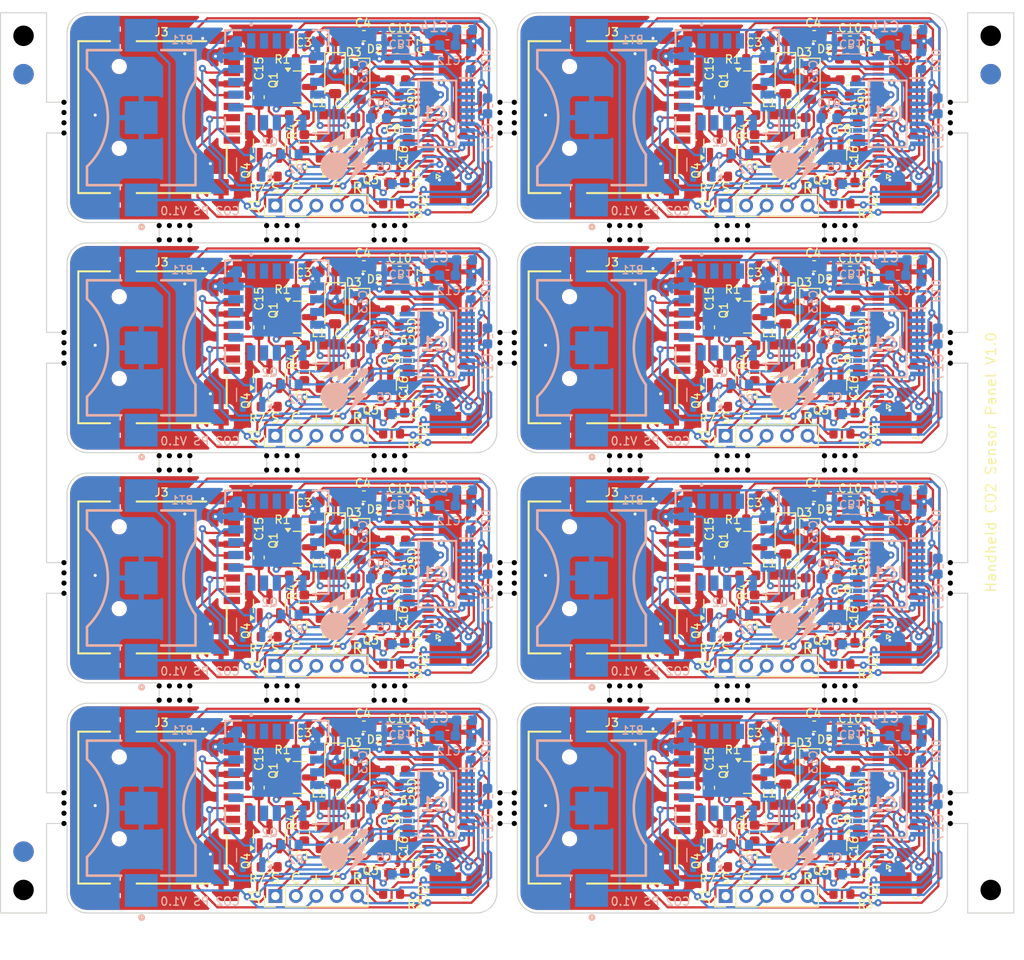
<source format=kicad_pcb>
(kicad_pcb (version 20240108) (generator "pcbnew") (generator_version "8.0")
  (layers (0 "F.Cu" signal) (31 "B.Cu" signal) (34 "B.Paste" user) (35 "F.Paste" user) (36 "B.SilkS" user "B.Silkscreen") (37 "F.SilkS" user "F.Silkscreen") (38 "B.Mask" user) (39 "F.Mask" user) (44 "Edge.Cuts" user))
  (net 0 "")
  (net 1 "Board_0-+3.3V")
  (net 2 "Board_0-/CO2_3V3")
  (net 3 "Board_0-/CO2_PWR")
  (net 4 "Board_0-/D{slash}C")
  (net 5 "Board_0-/GDR")
  (net 6 "Board_0-/NRST")
  (net 7 "Board_0-/PREVGH")
  (net 8 "Board_0-/PREVGL")
  (net 9 "Board_0-/RESE")
  (net 10 "Board_0-/SCK")
  (net 11 "Board_0-/SCL")
  (net 12 "Board_0-/SC_3V3")
  (net 13 "Board_0-/SDA")
  (net 14 "Board_0-/SDI")
  (net 15 "Board_0-/SDO")
  (net 16 "Board_0-/SD_CS")
  (net 17 "Board_0-/SD_PWR")
  (net 18 "Board_0-/SWDIO")
  (net 19 "Board_0-/Screen_BUSY")
  (net 20 "Board_0-/Screen_CS")
  (net 21 "Board_0-/Screen_PWR")
  (net 22 "Board_0-/Screen_RES")
  (net 23 "Board_0-/VCOM")
  (net 24 "Board_0-GND")
  (net 25 "Board_0-Net-(D1-K)")
  (net 26 "Board_0-Net-(D3-A)")
  (net 27 "Board_0-Net-(IC1-BOOT0)")
  (net 28 "Board_0-Net-(J2-Pin_18)")
  (net 29 "Board_0-Net-(J2-Pin_20)")
  (net 30 "Board_0-Net-(J2-Pin_22)")
  (net 31 "Board_0-Net-(J2-Pin_4)")
  (net 32 "Board_0-Net-(J2-Pin_5)")
  (net 33 "Board_0-Net-(J3-VDD)")
  (net 34 "Board_0-Net-(Q2-G)")
  (net 35 "Board_0-Net-(Q3-G)")
  (net 36 "Board_0-Net-(Q4-G)")
  (net 37 "Board_0-unconnected-(1-DNC_1-Pad1)")
  (net 38 "Board_0-unconnected-(1-DNC_10-Pad14)")
  (net 39 "Board_0-unconnected-(1-DNC_11-Pad15)")
  (net 40 "Board_0-unconnected-(1-DNC_12-Pad16)")
  (net 41 "Board_0-unconnected-(1-DNC_13-Pad17)")
  (net 42 "Board_0-unconnected-(1-DNC_14-Pad18)")
  (net 43 "Board_0-unconnected-(1-DNC_2-Pad2)")
  (net 44 "Board_0-unconnected-(1-DNC_3-Pad3)")
  (net 45 "Board_0-unconnected-(1-DNC_4-Pad4)")
  (net 46 "Board_0-unconnected-(1-DNC_5-Pad5)")
  (net 47 "Board_0-unconnected-(1-DNC_6-Pad8)")
  (net 48 "Board_0-unconnected-(1-DNC_7-Pad11)")
  (net 49 "Board_0-unconnected-(1-DNC_8-Pad12)")
  (net 50 "Board_0-unconnected-(1-DNC_9-Pad13)")
  (net 51 "Board_0-unconnected-(J2-Pin_1-Pad1)")
  (net 52 "Board_0-unconnected-(J2-Pin_19-Pad19)")
  (net 53 "Board_0-unconnected-(J2-Pin_6-Pad6)")
  (net 54 "Board_0-unconnected-(J2-Pin_7-Pad7)")
  (net 55 "Board_0-unconnected-(J3-DAT1-Pad8)")
  (net 56 "Board_0-unconnected-(J3-DAT2-Pad1)")
  (net 57 "Board_1-+3.3V")
  (net 58 "Board_1-/CO2_3V3")
  (net 59 "Board_1-/CO2_PWR")
  (net 60 "Board_1-/D{slash}C")
  (net 61 "Board_1-/GDR")
  (net 62 "Board_1-/NRST")
  (net 63 "Board_1-/PREVGH")
  (net 64 "Board_1-/PREVGL")
  (net 65 "Board_1-/RESE")
  (net 66 "Board_1-/SCK")
  (net 67 "Board_1-/SCL")
  (net 68 "Board_1-/SC_3V3")
  (net 69 "Board_1-/SDA")
  (net 70 "Board_1-/SDI")
  (net 71 "Board_1-/SDO")
  (net 72 "Board_1-/SD_CS")
  (net 73 "Board_1-/SD_PWR")
  (net 74 "Board_1-/SWDIO")
  (net 75 "Board_1-/Screen_BUSY")
  (net 76 "Board_1-/Screen_CS")
  (net 77 "Board_1-/Screen_PWR")
  (net 78 "Board_1-/Screen_RES")
  (net 79 "Board_1-/VCOM")
  (net 80 "Board_1-GND")
  (net 81 "Board_1-Net-(D1-K)")
  (net 82 "Board_1-Net-(D3-A)")
  (net 83 "Board_1-Net-(IC1-BOOT0)")
  (net 84 "Board_1-Net-(J2-Pin_18)")
  (net 85 "Board_1-Net-(J2-Pin_20)")
  (net 86 "Board_1-Net-(J2-Pin_22)")
  (net 87 "Board_1-Net-(J2-Pin_4)")
  (net 88 "Board_1-Net-(J2-Pin_5)")
  (net 89 "Board_1-Net-(J3-VDD)")
  (net 90 "Board_1-Net-(Q2-G)")
  (net 91 "Board_1-Net-(Q3-G)")
  (net 92 "Board_1-Net-(Q4-G)")
  (net 93 "Board_1-unconnected-(1-DNC_1-Pad1)")
  (net 94 "Board_1-unconnected-(1-DNC_10-Pad14)")
  (net 95 "Board_1-unconnected-(1-DNC_11-Pad15)")
  (net 96 "Board_1-unconnected-(1-DNC_12-Pad16)")
  (net 97 "Board_1-unconnected-(1-DNC_13-Pad17)")
  (net 98 "Board_1-unconnected-(1-DNC_14-Pad18)")
  (net 99 "Board_1-unconnected-(1-DNC_2-Pad2)")
  (net 100 "Board_1-unconnected-(1-DNC_3-Pad3)")
  (net 101 "Board_1-unconnected-(1-DNC_4-Pad4)")
  (net 102 "Board_1-unconnected-(1-DNC_5-Pad5)")
  (net 103 "Board_1-unconnected-(1-DNC_6-Pad8)")
  (net 104 "Board_1-unconnected-(1-DNC_7-Pad11)")
  (net 105 "Board_1-unconnected-(1-DNC_8-Pad12)")
  (net 106 "Board_1-unconnected-(1-DNC_9-Pad13)")
  (net 107 "Board_1-unconnected-(J2-Pin_1-Pad1)")
  (net 108 "Board_1-unconnected-(J2-Pin_19-Pad19)")
  (net 109 "Board_1-unconnected-(J2-Pin_6-Pad6)")
  (net 110 "Board_1-unconnected-(J2-Pin_7-Pad7)")
  (net 111 "Board_1-unconnected-(J3-DAT1-Pad8)")
  (net 112 "Board_1-unconnected-(J3-DAT2-Pad1)")
  (net 113 "Board_2-+3.3V")
  (net 114 "Board_2-/CO2_3V3")
  (net 115 "Board_2-/CO2_PWR")
  (net 116 "Board_2-/D{slash}C")
  (net 117 "Board_2-/GDR")
  (net 118 "Board_2-/NRST")
  (net 119 "Board_2-/PREVGH")
  (net 120 "Board_2-/PREVGL")
  (net 121 "Board_2-/RESE")
  (net 122 "Board_2-/SCK")
  (net 123 "Board_2-/SCL")
  (net 124 "Board_2-/SC_3V3")
  (net 125 "Board_2-/SDA")
  (net 126 "Board_2-/SDI")
  (net 127 "Board_2-/SDO")
  (net 128 "Board_2-/SD_CS")
  (net 129 "Board_2-/SD_PWR")
  (net 130 "Board_2-/SWDIO")
  (net 131 "Board_2-/Screen_BUSY")
  (net 132 "Board_2-/Screen_CS")
  (net 133 "Board_2-/Screen_PWR")
  (net 134 "Board_2-/Screen_RES")
  (net 135 "Board_2-/VCOM")
  (net 136 "Board_2-GND")
  (net 137 "Board_2-Net-(D1-K)")
  (net 138 "Board_2-Net-(D3-A)")
  (net 139 "Board_2-Net-(IC1-BOOT0)")
  (net 140 "Board_2-Net-(J2-Pin_18)")
  (net 141 "Board_2-Net-(J2-Pin_20)")
  (net 142 "Board_2-Net-(J2-Pin_22)")
  (net 143 "Board_2-Net-(J2-Pin_4)")
  (net 144 "Board_2-Net-(J2-Pin_5)")
  (net 145 "Board_2-Net-(J3-VDD)")
  (net 146 "Board_2-Net-(Q2-G)")
  (net 147 "Board_2-Net-(Q3-G)")
  (net 148 "Board_2-Net-(Q4-G)")
  (net 149 "Board_2-unconnected-(1-DNC_1-Pad1)")
  (net 150 "Board_2-unconnected-(1-DNC_10-Pad14)")
  (net 151 "Board_2-unconnected-(1-DNC_11-Pad15)")
  (net 152 "Board_2-unconnected-(1-DNC_12-Pad16)")
  (net 153 "Board_2-unconnected-(1-DNC_13-Pad17)")
  (net 154 "Board_2-unconnected-(1-DNC_14-Pad18)")
  (net 155 "Board_2-unconnected-(1-DNC_2-Pad2)")
  (net 156 "Board_2-unconnected-(1-DNC_3-Pad3)")
  (net 157 "Board_2-unconnected-(1-DNC_4-Pad4)")
  (net 158 "Board_2-unconnected-(1-DNC_5-Pad5)")
  (net 159 "Board_2-unconnected-(1-DNC_6-Pad8)")
  (net 160 "Board_2-unconnected-(1-DNC_7-Pad11)")
  (net 161 "Board_2-unconnected-(1-DNC_8-Pad12)")
  (net 162 "Board_2-unconnected-(1-DNC_9-Pad13)")
  (net 163 "Board_2-unconnected-(J2-Pin_1-Pad1)")
  (net 164 "Board_2-unconnected-(J2-Pin_19-Pad19)")
  (net 165 "Board_2-unconnected-(J2-Pin_6-Pad6)")
  (net 166 "Board_2-unconnected-(J2-Pin_7-Pad7)")
  (net 167 "Board_2-unconnected-(J3-DAT1-Pad8)")
  (net 168 "Board_2-unconnected-(J3-DAT2-Pad1)")
  (net 169 "Board_3-+3.3V")
  (net 170 "Board_3-/CO2_3V3")
  (net 171 "Board_3-/CO2_PWR")
  (net 172 "Board_3-/D{slash}C")
  (net 173 "Board_3-/GDR")
  (net 174 "Board_3-/NRST")
  (net 175 "Board_3-/PREVGH")
  (net 176 "Board_3-/PREVGL")
  (net 177 "Board_3-/RESE")
  (net 178 "Board_3-/SCK")
  (net 179 "Board_3-/SCL")
  (net 180 "Board_3-/SC_3V3")
  (net 181 "Board_3-/SDA")
  (net 182 "Board_3-/SDI")
  (net 183 "Board_3-/SDO")
  (net 184 "Board_3-/SD_CS")
  (net 185 "Board_3-/SD_PWR")
  (net 186 "Board_3-/SWDIO")
  (net 187 "Board_3-/Screen_BUSY")
  (net 188 "Board_3-/Screen_CS")
  (net 189 "Board_3-/Screen_PWR")
  (net 190 "Board_3-/Screen_RES")
  (net 191 "Board_3-/VCOM")
  (net 192 "Board_3-GND")
  (net 193 "Board_3-Net-(D1-K)")
  (net 194 "Board_3-Net-(D3-A)")
  (net 195 "Board_3-Net-(IC1-BOOT0)")
  (net 196 "Board_3-Net-(J2-Pin_18)")
  (net 197 "Board_3-Net-(J2-Pin_20)")
  (net 198 "Board_3-Net-(J2-Pin_22)")
  (net 199 "Board_3-Net-(J2-Pin_4)")
  (net 200 "Board_3-Net-(J2-Pin_5)")
  (net 201 "Board_3-Net-(J3-VDD)")
  (net 202 "Board_3-Net-(Q2-G)")
  (net 203 "Board_3-Net-(Q3-G)")
  (net 204 "Board_3-Net-(Q4-G)")
  (net 205 "Board_3-unconnected-(1-DNC_1-Pad1)")
  (net 206 "Board_3-unconnected-(1-DNC_10-Pad14)")
  (net 207 "Board_3-unconnected-(1-DNC_11-Pad15)")
  (net 208 "Board_3-unconnected-(1-DNC_12-Pad16)")
  (net 209 "Board_3-unconnected-(1-DNC_13-Pad17)")
  (net 210 "Board_3-unconnected-(1-DNC_14-Pad18)")
  (net 211 "Board_3-unconnected-(1-DNC_2-Pad2)")
  (net 212 "Board_3-unconnected-(1-DNC_3-Pad3)")
  (net 213 "Board_3-unconnected-(1-DNC_4-Pad4)")
  (net 214 "Board_3-unconnected-(1-DNC_5-Pad5)")
  (net 215 "Board_3-unconnected-(1-DNC_6-Pad8)")
  (net 216 "Board_3-unconnected-(1-DNC_7-Pad11)")
  (net 217 "Board_3-unconnected-(1-DNC_8-Pad12)")
  (net 218 "Board_3-unconnected-(1-DNC_9-Pad13)")
  (net 219 "Board_3-unconnected-(J2-Pin_1-Pad1)")
  (net 220 "Board_3-unconnected-(J2-Pin_19-Pad19)")
  (net 221 "Board_3-unconnected-(J2-Pin_6-Pad6)")
  (net 222 "Board_3-unconnected-(J2-Pin_7-Pad7)")
  (net 223 "Board_3-unconnected-(J3-DAT1-Pad8)")
  (net 224 "Board_3-unconnected-(J3-DAT2-Pad1)")
  (net 225 "Board_4-+3.3V")
  (net 226 "Board_4-/CO2_3V3")
  (net 227 "Board_4-/CO2_PWR")
  (net 228 "Board_4-/D{slash}C")
  (net 229 "Board_4-/GDR")
  (net 230 "Board_4-/NRST")
  (net 231 "Board_4-/PREVGH")
  (net 232 "Board_4-/PREVGL")
  (net 233 "Board_4-/RESE")
  (net 234 "Board_4-/SCK")
  (net 235 "Board_4-/SCL")
  (net 236 "Board_4-/SC_3V3")
  (net 237 "Board_4-/SDA")
  (net 238 "Board_4-/SDI")
  (net 239 "Board_4-/SDO")
  (net 240 "Board_4-/SD_CS")
  (net 241 "Board_4-/SD_PWR")
  (net 242 "Board_4-/SWDIO")
  (net 243 "Board_4-/Screen_BUSY")
  (net 244 "Board_4-/Screen_CS")
  (net 245 "Board_4-/Screen_PWR")
  (net 246 "Board_4-/Screen_RES")
  (net 247 "Board_4-/VCOM")
  (net 248 "Board_4-GND")
  (net 249 "Board_4-Net-(D1-K)")
  (net 250 "Board_4-Net-(D3-A)")
  (net 251 "Board_4-Net-(IC1-BOOT0)")
  (net 252 "Board_4-Net-(J2-Pin_18)")
  (net 253 "Board_4-Net-(J2-Pin_20)")
  (net 254 "Board_4-Net-(J2-Pin_22)")
  (net 255 "Board_4-Net-(J2-Pin_4)")
  (net 256 "Board_4-Net-(J2-Pin_5)")
  (net 257 "Board_4-Net-(J3-VDD)")
  (net 258 "Board_4-Net-(Q2-G)")
  (net 259 "Board_4-Net-(Q3-G)")
  (net 260 "Board_4-Net-(Q4-G)")
  (net 261 "Board_4-unconnected-(1-DNC_1-Pad1)")
  (net 262 "Board_4-unconnected-(1-DNC_10-Pad14)")
  (net 263 "Board_4-unconnected-(1-DNC_11-Pad15)")
  (net 264 "Board_4-unconnected-(1-DNC_12-Pad16)")
  (net 265 "Board_4-unconnected-(1-DNC_13-Pad17)")
  (net 266 "Board_4-unconnected-(1-DNC_14-Pad18)")
  (net 267 "Board_4-unconnected-(1-DNC_2-Pad2)")
  (net 268 "Board_4-unconnected-(1-DNC_3-Pad3)")
  (net 269 "Board_4-unconnected-(1-DNC_4-Pad4)")
  (net 270 "Board_4-unconnected-(1-DNC_5-Pad5)")
  (net 271 "Board_4-unconnected-(1-DNC_6-Pad8)")
  (net 272 "Board_4-unconnected-(1-DNC_7-Pad11)")
  (net 273 "Board_4-unconnected-(1-DNC_8-Pad12)")
  (net 274 "Board_4-unconnected-(1-DNC_9-Pad13)")
  (net 275 "Board_4-unconnected-(J2-Pin_1-Pad1)")
  (net 276 "Board_4-unconnected-(J2-Pin_19-Pad19)")
  (net 277 "Board_4-unconnected-(J2-Pin_6-Pad6)")
  (net 278 "Board_4-unconnected-(J2-Pin_7-Pad7)")
  (net 279 "Board_4-unconnected-(J3-DAT1-Pad8)")
  (net 280 "Board_4-unconnected-(J3-DAT2-Pad1)")
  (net 281 "Board_5-+3.3V")
  (net 282 "Board_5-/CO2_3V3")
  (net 283 "Board_5-/CO2_PWR")
  (net 284 "Board_5-/D{slash}C")
  (net 285 "Board_5-/GDR")
  (net 286 "Board_5-/NRST")
  (net 287 "Board_5-/PREVGH")
  (net 288 "Board_5-/PREVGL")
  (net 289 "Board_5-/RESE")
  (net 290 "Board_5-/SCK")
  (net 291 "Board_5-/SCL")
  (net 292 "Board_5-/SC_3V3")
  (net 293 "Board_5-/SDA")
  (net 294 "Board_5-/SDI")
  (net 295 "Board_5-/SDO")
  (net 296 "Board_5-/SD_CS")
  (net 297 "Board_5-/SD_PWR")
  (net 298 "Board_5-/SWDIO")
  (net 299 "Board_5-/Screen_BUSY")
  (net 300 "Board_5-/Screen_CS")
  (net 301 "Board_5-/Screen_PWR")
  (net 302 "Board_5-/Screen_RES")
  (net 303 "Board_5-/VCOM")
  (net 304 "Board_5-GND")
  (net 305 "Board_5-Net-(D1-K)")
  (net 306 "Board_5-Net-(D3-A)")
  (net 307 "Board_5-Net-(IC1-BOOT0)")
  (net 308 "Board_5-Net-(J2-Pin_18)")
  (net 309 "Board_5-Net-(J2-Pin_20)")
  (net 310 "Board_5-Net-(J2-Pin_22)")
  (net 311 "Board_5-Net-(J2-Pin_4)")
  (net 312 "Board_5-Net-(J2-Pin_5)")
  (net 313 "Board_5-Net-(J3-VDD)")
  (net 314 "Board_5-Net-(Q2-G)")
  (net 315 "Board_5-Net-(Q3-G)")
  (net 316 "Board_5-Net-(Q4-G)")
  (net 317 "Board_5-unconnected-(1-DNC_1-Pad1)")
  (net 318 "Board_5-unconnected-(1-DNC_10-Pad14)")
  (net 319 "Board_5-unconnected-(1-DNC_11-Pad15)")
  (net 320 "Board_5-unconnected-(1-DNC_12-Pad16)")
  (net 321 "Board_5-unconnected-(1-DNC_13-Pad17)")
  (net 322 "Board_5-unconnected-(1-DNC_14-Pad18)")
  (net 323 "Board_5-unconnected-(1-DNC_2-Pad2)")
  (net 324 "Board_5-unconnected-(1-DNC_3-Pad3)")
  (net 325 "Board_5-unconnected-(1-DNC_4-Pad4)")
  (net 326 "Board_5-unconnected-(1-DNC_5-Pad5)")
  (net 327 "Board_5-unconnected-(1-DNC_6-Pad8)")
  (net 328 "Board_5-unconnected-(1-DNC_7-Pad11)")
  (net 329 "Board_5-unconnected-(1-DNC_8-Pad12)")
  (net 330 "Board_5-unconnected-(1-DNC_9-Pad13)")
  (net 331 "Board_5-unconnected-(J2-Pin_1-Pad1)")
  (net 332 "Board_5-unconnected-(J2-Pin_19-Pad19)")
  (net 333 "Board_5-unconnected-(J2-Pin_6-Pad6)")
  (net 334 "Board_5-unconnected-(J2-Pin_7-Pad7)")
  (net 335 "Board_5-unconnected-(J3-DAT1-Pad8)")
  (net 336 "Board_5-unconnected-(J3-DAT2-Pad1)")
  (net 337 "Board_6-+3.3V")
  (net 338 "Board_6-/CO2_3V3")
  (net 339 "Board_6-/CO2_PWR")
  (net 340 "Board_6-/D{slash}C")
  (net 341 "Board_6-/GDR")
  (net 342 "Board_6-/NRST")
  (net 343 "Board_6-/PREVGH")
  (net 344 "Board_6-/PREVGL")
  (net 345 "Board_6-/RESE")
  (net 346 "Board_6-/SCK")
  (net 347 "Board_6-/SCL")
  (net 348 "Board_6-/SC_3V3")
  (net 349 "Board_6-/SDA")
  (net 350 "Board_6-/SDI")
  (net 351 "Board_6-/SDO")
  (net 352 "Board_6-/SD_CS")
  (net 353 "Board_6-/SD_PWR")
  (net 354 "Board_6-/SWDIO")
  (net 355 "Board_6-/Screen_BUSY")
  (net 356 "Board_6-/Screen_CS")
  (net 357 "Board_6-/Screen_PWR")
  (net 358 "Board_6-/Screen_RES")
  (net 359 "Board_6-/VCOM")
  (net 360 "Board_6-GND")
  (net 361 "Board_6-Net-(D1-K)")
  (net 362 "Board_6-Net-(D3-A)")
  (net 363 "Board_6-Net-(IC1-BOOT0)")
  (net 364 "Board_6-Net-(J2-Pin_18)")
  (net 365 "Board_6-Net-(J2-Pin_20)")
  (net 366 "Board_6-Net-(J2-Pin_22)")
  (net 367 "Board_6-Net-(J2-Pin_4)")
  (net 368 "Board_6-Net-(J2-Pin_5)")
  (net 369 "Board_6-Net-(J3-VDD)")
  (net 370 "Board_6-Net-(Q2-G)")
  (net 371 "Board_6-Net-(Q3-G)")
  (net 372 "Board_6-Net-(Q4-G)")
  (net 373 "Board_6-unconnected-(1-DNC_1-Pad1)")
  (net 374 "Board_6-unconnected-(1-DNC_10-Pad14)")
  (net 375 "Board_6-unconnected-(1-DNC_11-Pad15)")
  (net 376 "Board_6-unconnected-(1-DNC_12-Pad16)")
  (net 377 "Board_6-unconnected-(1-DNC_13-Pad17)")
  (net 378 "Board_6-unconnected-(1-DNC_14-Pad18)")
  (net 379 "Board_6-unconnected-(1-DNC_2-Pad2)")
  (net 380 "Board_6-unconnected-(1-DNC_3-Pad3)")
  (net 381 "Board_6-unconnected-(1-DNC_4-Pad4)")
  (net 382 "Board_6-unconnected-(1-DNC_5-Pad5)")
  (net 383 "Board_6-unconnected-(1-DNC_6-Pad8)")
  (net 384 "Board_6-unconnected-(1-DNC_7-Pad11)")
  (net 385 "Board_6-unconnected-(1-DNC_8-Pad12)")
  (net 386 "Board_6-unconnected-(1-DNC_9-Pad13)")
  (net 387 "Board_6-unconnected-(J2-Pin_1-Pad1)")
  (net 388 "Board_6-unconnected-(J2-Pin_19-Pad19)")
  (net 389 "Board_6-unconnected-(J2-Pin_6-Pad6)")
  (net 390 "Board_6-unconnected-(J2-Pin_7-Pad7)")
  (net 391 "Board_6-unconnected-(J3-DAT1-Pad8)")
  (net 392 "Board_6-unconnected-(J3-DAT2-Pad1)")
  (net 393 "Board_7-+3.3V")
  (net 394 "Board_7-/CO2_3V3")
  (net 395 "Board_7-/CO2_PWR")
  (net 396 "Board_7-/D{slash}C")
  (net 397 "Board_7-/GDR")
  (net 398 "Board_7-/NRST")
  (net 399 "Board_7-/PREVGH")
  (net 400 "Board_7-/PREVGL")
  (net 401 "Board_7-/RESE")
  (net 402 "Board_7-/SCK")
  (net 403 "Board_7-/SCL")
  (net 404 "Board_7-/SC_3V3")
  (net 405 "Board_7-/SDA")
  (net 406 "Board_7-/SDI")
  (net 407 "Board_7-/SDO")
  (net 408 "Board_7-/SD_CS")
  (net 409 "Board_7-/SD_PWR")
  (net 410 "Board_7-/SWDIO")
  (net 411 "Board_7-/Screen_BUSY")
  (net 412 "Board_7-/Screen_CS")
  (net 413 "Board_7-/Screen_PWR")
  (net 414 "Board_7-/Screen_RES")
  (net 415 "Board_7-/VCOM")
  (net 416 "Board_7-GND")
  (net 417 "Board_7-Net-(D1-K)")
  (net 418 "Board_7-Net-(D3-A)")
  (net 419 "Board_7-Net-(IC1-BOOT0)")
  (net 420 "Board_7-Net-(J2-Pin_18)")
  (net 421 "Board_7-Net-(J2-Pin_20)")
  (net 422 "Board_7-Net-(J2-Pin_22)")
  (net 423 "Board_7-Net-(J2-Pin_4)")
  (net 424 "Board_7-Net-(J2-Pin_5)")
  (net 425 "Board_7-Net-(J3-VDD)")
  (net 426 "Board_7-Net-(Q2-G)")
  (net 427 "Board_7-Net-(Q3-G)")
  (net 428 "Board_7-Net-(Q4-G)")
  (net 429 "Board_7-unconnected-(1-DNC_1-Pad1)")
  (net 430 "Board_7-unconnected-(1-DNC_10-Pad14)")
  (net 431 "Board_7-unconnected-(1-DNC_11-Pad15)")
  (net 432 "Board_7-unconnected-(1-DNC_12-Pad16)")
  (net 433 "Board_7-unconnected-(1-DNC_13-Pad17)")
  (net 434 "Board_7-unconnected-(1-DNC_14-Pad18)")
  (net 435 "Board_7-unconnected-(1-DNC_2-Pad2)")
  (net 436 "Board_7-unconnected-(1-DNC_3-Pad3)")
  (net 437 "Board_7-unconnected-(1-DNC_4-Pad4)")
  (net 438 "Board_7-unconnected-(1-DNC_5-Pad5)")
  (net 439 "Board_7-unconnected-(1-DNC_6-Pad8)")
  (net 440 "Board_7-unconnected-(1-DNC_7-Pad11)")
  (net 441 "Board_7-unconnected-(1-DNC_8-Pad12)")
  (net 442 "Board_7-unconnected-(1-DNC_9-Pad13)")
  (net 443 "Board_7-unconnected-(J2-Pin_1-Pad1)")
  (net 444 "Board_7-unconnected-(J2-Pin_19-Pad19)")
  (net 445 "Board_7-unconnected-(J2-Pin_6-Pad6)")
  (net 446 "Board_7-unconnected-(J2-Pin_7-Pad7)")
  (net 447 "Board_7-unconnected-(J3-DAT1-Pad8)")
  (net 448 "Board_7-unconnected-(J3-DAT2-Pad1)")
  (footprint "Capacitor_SMD:C_0603_1608Metric" (layer "F.Cu") (at 182.75 99 90)
    (property "Reference" "C16")
    (property "Value" "0.1u")
  )
  (footprint "NPTH" (layer "F.Cu") (at 181.5 40.8)
    (property "Reference" "KiKit_MB_10_2" (hide yes))
    (property "Value" "NPTH" (hide yes))
  )
  (footprint "NPTH" (layer "F.Cu") (at 147.8 73.75)
    (property "Reference" "KiKit_MB_28_1" (hide yes))
    (property "Value" "NPTH" (hide yes))
  )
  (footprint "Resistor_SMD:R_0603_1608Metric" (layer "F.Cu") (at 125.25 36 180)
    (property "Reference" "R7")
    (property "Value" "10k")
  )
  (footprint "Capacitor_SMD:C_0603_1608Metric" (layer "F.Cu") (at 181.999999 67.789777)
    (property "Reference" "C10")
    (property "Value" "1u")
  )
  (footprint "NPTH" (layer "F.Cu") (at 170 42.2)
    (property "Reference" "KiKit_MB_22_2" (hide yes))
    (property "Value" "NPTH" (hide yes))
  )
  (footprint "NPTH" (layer "F.Cu") (at 147.8 30.75)
    (property "Reference" "KiKit_MB_2_3" (hide yes))
    (property "Value" "NPTH" (hide yes))
  )
  (footprint "Package_TO_SOT_SMD:SOT-23" (layer "F.Cu") (at 180.119832 56.259134 -90)
    (property "Reference" "Q3")
    (property "Value" "PMOS")
  )
  (footprint "Diode_SMD:D_SOD-123" (layer "F.Cu") (at 178.08767 94.304695 -90)
    (property "Reference" "D2")
    (property "Value" "D")
  )
  (footprint "Resistor_SMD:R_0603_1608Metric" (layer "F.Cu") (at 137.211 38.651 180)
    (property "Reference" "R3")
    (property "Value" "10k")
  )
  (footprint "NPTH" (layer "F.Cu") (at 105.2 73.75)
    (property "Reference" "KiKit_MB_27_4" (hide yes))
    (property "Value" "NPTH" (hide yes))
  )
  (footprint "Capacitor_SMD:C_0603_1608Metric" (layer "F.Cu") (at 124.25 73.25 90)
    (property "Reference" "C15")
    (property "Value" "0.1u")
  )
  (footprint "Capacitor_SMD:C_0603_1608Metric" (layer "F.Cu") (at 137.999999 67.789777)
    (property "Reference" "C10")
    (property "Value" "1u")
  )
  (footprint "NPTH" (layer "F.Cu") (at 149.2 52.25)
    (property "Reference" "KiKit_MB_19_3" (hide yes))
    (property "Value" "NPTH" (hide yes))
  )
  (footprint "Capacitor_SMD:C_0603_1608Metric" (layer "F.Cu") (at 178.5 44.75)
    (property "Reference" "C4")
    (property "Value" "1u")
  )
  (footprint "NPTH" (layer "F.Cu") (at 135.5 64.7)
    (property "Reference" "KiKit_MB_31_1" (hide yes))
    (property "Value" "NPTH" (hide yes))
  )
  (footprint "NPTH" (layer "F.Cu") (at 138.5 63.3)
    (property "Reference" "KiKit_MB_18_1" (hide yes))
    (property "Value" "NPTH" (hide yes))
  )
  (footprint "Capacitor_SMD:C_0603_1608Metric" (layer "F.Cu") (at 181.164234 73.110744)
    (property "Reference" "C9")
    (property "Value" "1u")
  )
  (footprint "Diode_SMD:D_SOD-123" (layer "F.Cu") (at 131.890086 56.55378 180)
    (property "Reference" "D1")
    (property "Value" "D")
  )
  (footprint "NPTH" (layer "F.Cu") (at 147.8 53.25)
    (property "Reference" "KiKit_MB_12_3" (hide yes))
    (property "Value" "NPTH" (hide yes))
  )
  (footprint "CO2_Sensor_Footprint:MSD1A" (layer "F.Cu") (at 158.1 30.2 -90)
    (property "Reference" "J3")
    (property "Value" "Micro_SD_Card" (hide yes))
  )
  (footprint "Capacitor_SMD:C_0603_1608Metric" (layer "F.Cu") (at 182.75 54 90)
    (property "Reference" "C16")
    (property "Value" "0.1u")
  )
  (footprint "Package_TO_SOT_SMD:SOT-23" (layer "F.Cu") (at 172.25 27.25)
    (property "Reference" "Q1")
    (property "Value" "NMOS")
  )
  (footprint "NPTH" (layer "F.Cu") (at 115.5 64.7)
    (property "Reference" "KiKit_MB_29_2" (hide yes))
    (property "Value" "NPTH" (hide yes))
  )
  (footprint "Connector_FFC-FPC:TE_2-1734839-4_1x24-1MP_P0.5mm_Horizontal" (layer "F.Cu") (at 142.117 97.75 90)
    (property "Reference" "J2")
    (property "Value" "FPC24 (0.5mm)")
  )
  (footprint "Capacitor_SMD:C_0603_1608Metric" (layer "F.Cu") (at 181.708764 59.08553)
    (property "Reference" "C11")
    (property "Value" "1u")
  )
  (footprint "Resistor_SMD:R_0603_1608Metric" (layer "F.Cu") (at 172.0125 30 180)
    (property "Reference" "R4")
    (property "Value" "0.47")
  )
  (footprint "Resistor_SMD:R_0603_1608Metric" (layer "F.Cu") (at 128.6875 92)
    (property "Reference" "R1")
    (property "Value" "1M")
  )
  (footprint "NPTH" (layer "F.Cu") (at 127 63.3)
    (property "Reference" "KiKit_MB_17_2" (hide yes))
    (property "Value" "NPTH" (hide yes))
  )
  (footprint "CO2_Sensor_Footprint:SRN3015" (layer "F.Cu") (at 175.28535 53.519676)
    (property "Reference" "L1")
    (property "Value" "10u" (hide yes))
  )
  (footprint "Resistor_SMD:R_0603_1608Metric" (layer "F.Cu") (at 128.6875 24.5)
    (property "Reference" "R1")
    (property "Value" "1M")
  )
  (footprint "Capacitor_SMD:C_0603_1608Metric" (layer "F.Cu") (at 180.139645 97.466744)
    (property "Reference" "C8")
    (property "Value" "1u")
  )
  (footprint "NPTH" (layer "F.Cu") (at 149.2 51.25)
    (property "Reference" "KiKit_MB_19_4" (hide yes))
    (property "Value" "NPTH" (hide yes))
  )
  (footprint "Diode_SMD:D_SOD-123" (layer "F.Cu") (at 131.890086 101.55378 180)
    (property "Reference" "D1")
    (property "Value" "D")
  )
  (footprint "NPTH" (layer "F.Cu") (at 128 64.7)
    (property "Reference" "KiKit_MB_30_4" (hide yes))
    (property "Value" "NPTH" (hide yes))
  )
  (footprint "Resistor_SMD:R_0603_1608Metric" (layer "F.Cu") (at 128.0125 30 180)
    (property "Reference" "R4")
    (property "Value" "0.47")
  )
  (footprint "NPTH" (layer "F.Cu") (at 135.5 85.8)
    (property "Reference" "KiKit_MB_34_4" (hide yes))
    (property "Value" "NPTH" (hide yes))
  )
  (footprint "NPTH" (layer "F.Cu") (at 182.5 63.3)
    (property "Reference" "KiKit_MB_26_1" (hide yes))
    (property "Value" "NPTH" (hide yes))
  )
  (footprint "Capacitor_SMD:C_0603_1608Metric" (layer "F.Cu") (at 181.164234 50.610744)
    (property "Reference" "C9")
    (property "Value" "1u")
  )
  (footprint "NPTH" (layer "F.Cu") (at 191.8 52.25)
    (property "Reference" "KiKit_MB_20_2" (hide yes))
    (property "Value" "NPTH" (hide yes))
  )
  (footprint "Capacitor_SMD:C_0603_1608Metric" (layer "F.Cu") (at 128.682865 55.183032 -90)
    (property "Reference" "C1")
    (property "Value" "4.7u")
  )
  (footprint "Package_TO_SOT_SMD:SOT-23" (layer "F.Cu") (at 136.119832 56.259134 -90)
    (property "Reference" "Q3")
    (property "Value" "PMOS")
  )
  (footprint "NPTH" (layer "F.Cu") (at 135.5 42.2)
    (property "Reference" "KiKit_MB_15_1" (hide yes))
    (property "Value" "NPTH" (hide yes))
  )
  (footprint "NPTH" (layer "F.Cu") (at 147.8 28.75)
    (property "Reference" "KiKit_MB_2_1" (hide yes))
    (property "Value" "NPTH" (hide yes))
  )
  (footprint "NPTH" (layer "F.Cu") (at 126 63.3)
    (property "Reference" "KiKit_MB_17_3" (hide yes))
    (property "Value" "NPTH" (hide yes))
  )
  (footprint "NPTH" (layer "F.Cu") (at 125 63.3)
    (property "Reference" "KiKit_MB_17_4" (hide yes))
    (property "Value" "NPTH" (hide yes))
  )
  (footprint "CO2_Sensor_Footprint:MSD1A" (layer "F.Cu") (at 158.1 52.7 -90)
    (property "Reference" "J3")
    (property "Value" "Micro_SD_Card" (hide yes))
  )
  (footprint "Capacitor_SMD:C_0603_1608Metric" (layer "F.Cu") (at 181.999999 22.789777)
    (property "Reference" "C10")
    (property "Value" "1u")
  )
  (footprint "Package_TO_SOT_SMD:SOT-23" (layer "F.Cu") (at 169.273 78 90)
    (property "Reference" "Q4")
    (property "Value" "PMOS")
  )
  (footprint "NPTH" (layer "F.Cu") (at 169 85.8)
    (property "Reference" "KiKit_MB_41_4" (hide yes))
    (property "Value" "NPTH" (hide yes))
  )
  (footprint "Capacitor_SMD:C_0603_1608Metric" (layer "F.Cu") (at 133.668 31.020382 90)
    (property "Reference" "C2")
    (property "Value" "4.7u")
  )
  (footprint "NPTH" (layer "F.Cu") (at 180.5 64.7)
    (property "Reference" "KiKit_MB_39_2" (hide yes))
    (property "Value" "NPTH" (hide yes))
  )
  (footprint "Package_TO_SOT_SMD:SOT-23" (layer "F.Cu") (at 136.119832 101.259134 -90)
    (property "Reference" "Q3")
    (property "Value" "PMOS")
  )
  (footprint "NPTH" (layer "F.Cu") (at 149.2 31.75)
    (property "Reference" "KiKit_MB_6_1" (hide yes))
    (property "Value" "NPTH" (hide yes))
  )
  (footprint "Capacitor_SMD:C_0603_1608Metric" (layer "F.Cu") (at 138.75 54 90)
    (property "Reference" "C16")
    (property "Value" "0.1u")
  )
  (footprint "NPTH" (layer "F.Cu") (at 182.5 87.2)
    (property "Reference" "KiKit_MB_52_4" (hide yes))
    (property "Value" "NPTH" (hide yes))
  )
  (footprint "NPTH" (layer "F.Cu") (at 171 40.8)
    (property "Reference" "KiKit_MB_9_2" (hide yes))
    (property "Value" "NPTH" (hide yes))
  )
  (footprint "CO2_Sensor_Footprint:SRN3015" (layer "F.Cu") (at 131.28535 53.519676)
    (property "Reference" "L1")
    (property "Value" "10u" (hide yes))
  )
  (footprint "Package_TO_SOT_SMD:SOT-23" (layer "F.Cu") (at 128.25 27.25)
    (property "Reference" "Q1")
    (property "Value" "NMOS")
  )
  (footprint "NPTH" (layer "F.Cu") (at 171 64.7)
    (property "Reference" "KiKit_MB_38_3" (hide yes))
    (property "Value" "NPTH" (hide yes))
  )
  (footprint "NPTH" (layer "F.Cu") (at 105.2 74.75)
    (property "Reference" "KiKit_MB_27_3" (hide yes))
    (property "Value" "NPTH" (hide yes))
  )
  (footprint "NPTH" (layer "F.Cu") (at 169 64.7)
    (property "Reference" "KiKit_MB_38_1" (hide yes))
    (property "Value" "NPTH" (hide yes))
  )
  (footprint "Resistor_SMD:R_0603_1608Metric" (layer "F.Cu") (at 125.25 81 180)
    (property "Reference" "R7")
    (property "Value" "10k")
  )
  (footprint "Diode_SMD:D_SOD-123" (layer "F.Cu") (at 175.890086 56.55378 180)
    (property "Reference" "D1")
    (property "Value" "D")
  )
  (footprint "Diode_SMD:D_SOD-123" (layer "F.Cu") (at 134.08767 71.804695 -90)
    (property "Reference" "D2")
    (property "Value" "D")
  )
  (footprint "Resistor_SMD:R_0603_1608Metric" (layer "F.Cu") (at 137.211 61.151 180)
    (property "Reference" "R3")
    (property "Value" "10k")
  )
  (footprint "Capacitor_SMD:C_0603_1608Metric" (layer "F.Cu") (at 181.75 92)
    (property "Reference" "C7")
    (property "Value" "1u")
  )
  (footprint "Diode_SMD:D_SOD-123" (layer "F.Cu") (at 178.08767 71.804695 -90)
    (property "Reference" "D2")
    (property "Value" "D")
  )
  (footprint "Diode_SMD:D_SOD-123" (layer "F.Cu") (at 175.890086 34.05378 180)
    (property "Reference" "D1")
    (property "Value" "D")
  )
  (footprint "Capacitor_SMD:C_0603_1608Metric" (layer "F.Cu") (at 168.25 73.25 90)
    (property "Reference" "C15")
    (property "Value" "0.1u")
  )
  (footprint "NPTH" (layer "F.Cu") (at 115.5 87.2)
    (property "Reference" "KiKit_MB_45_2" (hide yes))
    (property "Value" "NPTH" (hide yes))
  )
  (footprint "Capacitor_SMD:C_0603_1608Metric" (layer "F.Cu") (at 181.75 24.5)
    (property "Reference" "C7")
    (property "Value" "1u")
  )
  (footprint "Capacitor_SMD:C_0603_1608Metric" (layer "F.Cu") (at 137.164234 50.610744)
    (property "Reference" "C9")
    (property "Value" "1u")
  )
  (footprint "NPTH" (layer "F.Cu") (at 105.2 98.25)
    (property "Reference" "KiKit_MB_43_2" (hide yes))
    (property "Value" "NPTH" (hide yes))
  )
  (footprint "NPTH" (layer "F.Cu") (at 137.5 85.8)
    (property "Reference" "KiKit_MB_34_2" (hide yes))
    (property "Value" "NPTH" (hide yes))
  )
  (footprint "Connector_FFC-FPC:TE_2-1734839-4_1x24-1MP_P0.5mm_Horizontal" (layer "F.Cu") (at 142.117 52.75 90)
    (property "Reference" "J2")
    (property "Value" "FPC24 (0.5mm)")
  )
  (footprint "NPTH" (layer "F.Cu") (at 191.8 29.75)
    (property "Reference" "KiKit_MB_7_2" (hide yes))
    (property "Value" "NPTH" (hide yes))
  )
  (footprint "NPTH" (layer "F.Cu") (at 136.5 85.8)
    (property "Reference" "KiKit_MB_34_3" (hide yes))
    (property "Value" "NPTH" (hide yes))
  )
  (footprint "NPTH" (layer "F.Cu") (at 114.5 85.8)
    (property "Reference" "KiKit_MB_32_4" (hide yes))
    (property "Value" "NPTH" (hide yes))
  )
  (footprint "NPTH" (layer "F.Cu") (at 117.5 40.8)
    (property "Reference" "KiKit_MB_3_1" (hide yes))
    (property "Value" "NPTH" (hide yes))
  )
  (footprint "Capacitor_SMD:C_0603_1608Metric" (layer "F.Cu") (at 137.803724 49.074577)
    (property "Reference" "C6")
    (property "Value" "1u")
  )
  (footprint "Diode_SMD:D_SOD-123" (layer "F.Cu") (at 134.08767 94.304695 -90)
    (property "Reference" "D2")
    (property "Value" "D")
  )
  (footprint "NPTH" (layer "F.Cu") (at 159.5 64.7)
    (property "Reference" "KiKit_MB_37_2" (hide yes))
    (property "Value" "NPTH" (hide yes))
  )
  (footprint "Capacitor_SMD:C_0603_1608Metric" (layer "F.Cu") (at 134.5 89.75)
    (property "Reference" "C4")
    (property "Value" "1u")
  )
  (footprint "Capacitor_SMD:C_0603_1608Metric" (layer "F.Cu") (at 138.75 31.5 90)
    (property "Reference" "C16")
    (property "Value" "0.1u")
  )
  (footprint "NPTH" (layer "F.Cu") (at 116.5 63.3)
    (property "Reference" "KiKit_MB_16_2" (hide yes))
    (property "Value" "NPTH" (hide yes))
  )
  (footprint "Connector_FFC-FPC:TE_2-1734839-4_1x24-1MP_P0.5mm_Horizontal" (layer "F.Cu") (at 186.117 75.25 90)
    (property "Reference" "J2")
    (property "Value" "FPC24 (0.5mm)")
  )
  (footprint "Connector_PinHeader_2.00mm:PinHeader_1x05_P2.00mm_Vertical" (layer "F.Cu") (at 125.851363 83.843235 90)
    (property "Reference" "J1")
    (property "Value" "Conn_01x05_Pin")
  )
  (footprint "NPTH" (layer "F.Cu") (at 160.5 64.7)
    (property "Reference" "KiKit_MB_37_3" (hide yes))
    (property "Value" "NPTH" (hide yes))
  )
  (footprint "NPTH" (layer "F.Cu") (at 137.5 42.2)
    (property "Reference" "KiKit_MB_15_3" (hide yes))
    (property "Value" "NPTH" (hide yes))
  )
  (footprint "NPTH" (layer "F.Cu") (at 181.5 64.7)
    (property "Reference" "KiKit_MB_39_3" (hide yes))
    (property "Value" "NPTH" (hide yes))
  )
  (footprint "Resistor_SMD:R_0603_1608Metric" (layer "F.Cu") (at 128.0125 52.5 180)
    (property "Reference" "R4")
    (property "Value" "0.47")
  )
  (footprint "NPTH" (layer "F.Cu") (at 191.8 73.75)
    (property "Reference" "KiKit_MB_36_1" (hide yes))
    (property "Value" "NPTH" (hide yes))
  )
  (footprint "NPTH" (layer "F.Cu") (at 127 87.2)
    (property "Reference" "KiKit_MB_46_3" (hide yes))
    (property "Value" "NPTH" (hide yes))
  )
  (footprint "NPTH" (layer "F.Cu") (at 147.8 98.25)
    (property "Reference" "KiKit_MB_44_3" (hide yes))
    (property "Value" "NPTH" (hide yes))
  )
  (footprint "Package_TO_SOT_SMD:SOT-23" (layer "F.Cu") (at 180.119832 33.759134 -90)
    (property "Reference" "Q3")
    (property "Value" "PMOS")
  )
  (footprint "Capacitor_SMD:C_0603_1608Metric" (layer "F.Cu") (at 174.988 67.776 180)
    (property "Reference" "C3")
    (property "Value" "1u")
  )
  (footprint "CO2_Sensor_Footprint:MSD1A" (layer "F.Cu") (at 114.1 97.7 -90)
    (property "Reference" "J3")
    (property "Value" "Micro_SD_Card" (hide yes))
  )
  (footprint "NPTH" (layer "F.Cu") (at 138.5 42.2)
    (property "Reference" "KiKit_MB_15_4" (hide yes))
    (property "Value" "NPTH" (hide yes))
  )
  (footprint "NPTH" (layer "F.Cu") (at 171 85.8)
    (property "Reference" "KiKit_MB_41_2" (hide yes))
    (property "Value" "NPTH" (hide yes))
  )
  (footprint "NPTH" (layer "F.Cu") (at 136.5 64.7)
    (property "Reference" "KiKit_MB_31_2" (hide yes))
    (property "Value" "NPTH" (hide yes))
  )
  (footprint "CO2_Sensor_Footprint:SRN3015" (layer "F.Cu") (at 131.28535 31.019676)
    (property "Reference" "L1")
    (property "Value" "10u" (hide yes))
  )
  (footprint "NPTH" (layer "F.Cu") (at 191.8 31.75)
    (property "Reference" "KiKit_MB_7_4" (hide yes))
    (property "Value" "NPTH" (hide yes))
  )
  (footprint "NPTH" (layer "F.Cu") (at 149.2 97.25)
    (property "Reference" "KiKit_MB_48_3" (hide yes))
    (property "Value" "NPTH" (hide yes))
  )
  (footprint "NPTH" (layer "F.Cu") (at 181.5 63.3)
    (property "Reference" "KiKit_MB_26_2" (hide yes))
    (property "Value" "NPTH" (hide yes))
  )
  (footprint "NPTH" (layer "F.Cu") (at 170 63.3)
    (property "Reference" "KiKit_MB_25_3" (hide yes))
    (property "Value" "NPTH" (hide yes))
  )
  (footprint "Capacitor_SMD:C_0603_1608Metric" (layer "F.Cu") (at 181.803724 71.574577)
    (property "Reference" "C6")
    (property "Value" "1u")
  )
  (footprint "Capacitor_SMD:C_0603_1608Metric" (layer "F.Cu") (at 174.988 22.776 180)
    (property "Reference" "C3")
    (property "Value" "1u")
  )
  (footprint "NPTH" (layer "F.Cu") (at 149.2 98.25)
    (property "Reference" "KiKit_MB_48_2" (hide yes))
    (property "Value" "NPTH" (hide yes))
  )
  (footprint "NPTH" (layer "F.Cu") (at 114.5 63.3)
    (property "Reference" "KiKit_MB_16_4" (hide yes))
    (property "Value" "NPTH" (hide yes))
  )
  (footprint "NPTH" (layer "F.Cu") (at 181.5 42.2)
    (property "Reference" "KiKit_MB_23_3" (hide yes))
    (property "Value" "NPTH" (hide yes))
  )
  (footprint "Capacitor_SMD:C_0603_1608Metric" (layer "F.Cu") (at 172.682865 32.683032 -90)
    (property "Reference" "C1")
    (property "Value" "4.7u")
  )
  (footprint "NPTH" (layer "F.Cu") (at 147.8 75.75)
    (property "Reference" "KiKit_MB_28_3" (hide yes))
    (property "Value" "NPTH" (hide yes))
  )
  (footprint "NPTH" (layer "F.Cu") (at 114.5 40.8)
    (property "Reference" "KiKit_MB_3_4" (hide yes))
    (property "Value" "NPTH" (hide yes))
  )
  (footprint "NPTH" (layer "F.Cu") (at 161.5 85.8)
    (property "Reference" "KiKit_MB_40_1" (hide yes))
    (property "Value" "NPTH" (hide yes))
  )
  (footprint "NPTH" (layer "F.Cu") (at 137.5 63.3)
    (property "Reference" "KiKit_MB_18_2" (hide yes))
    (property "Value" "NPTH" (hide yes))
  )
  (footprint "Resistor_SMD:R_0603_1608Metric" (layer "F.Cu") (at 169.25 103.5 180)
    (property "Reference" "R7")
    (property "Value" "10k")
  )
  (footprint "NPTH" (layer "F.Cu") (at 126 85.8)
    (property "Reference" "KiKit_MB_33_3" (hide yes))
    (property "Value" "NPTH" (hide yes))
  )
  (footprint "Capacitor_SMD:C_0603_1608Metric" (layer "F.Cu") (at 137.708764 81.58553)
    (property "Reference" "C11")
    (property "Value" "1u")
  )
  (footprint "CO2_Sensor_Footprint:SRN3015" (layer "F.Cu") (at 131.28535 76.019676)
    (property "Reference" "L1")
    (property "Value" "10u" (hide yes))
  )
  (footprint "NPTH" (layer "F.Cu") (at 191.8 97.25)
    (property "Reference" "KiKit_MB_49_2" (hide yes))
    (property "Value" "NPTH" (hide yes))
  )
  (footprint "Diode_SMD:D_SOD-123" (layer "F.Cu") (at 134.08767 26.804695 -90)
    (property "Reference" "D2")
    (property "Value" "D")
  )
  (footprint "Capacitor_SMD:C_0603_1608Metric" (layer "F.Cu") (at 138.75 76.5 90)
    (property "Reference" "C16")
    (property "Value" "0.1u")
  )
  (footprint "NPTH" (layer "F.Cu") (at 195.751 105.75)
    (property "Reference" "KiKit_TO_4" (hide yes))
    (property "Value" "NPTH" (hide yes))
  )
  (footprint "Package_TO_SOT_SMD:SOT-23" (layer "F.Cu") (at 128.25 49.75)
    (property "Reference" "Q1")
    (property "Value" "NMOS")
  )
  (footprint "Capacitor_SMD:C_0603_1608Metric" (layer "F.Cu") (at 172.682865 100.183032 -90)
    (property "Reference" "C1")
    (property "Value" "4.7u")
  )
  (footprint "NPTH" (layer "F.Cu") (at 191.8 99.25)
    (property "Reference" "KiKit_MB_49_4" (hide yes))
    (property "Value" "NPTH" (hide yes))
  )
  (footprint "NPTH" (layer "F.Cu") (at 135.5 87.2)
    (property "Reference" "KiKit_MB_47_1" (hide yes))
    (property "Value" "NPTH" (hide yes))
  )
  (footprint "Diode_SMD:D_SOD-123" (layer "F.Cu") (at 131.6875 26.25 -90)
    (property "Reference" "D3")
    (property "Value" "D")
  )
  (footprint "NPTH" (layer "F.Cu") (at 126 87.2)
    (property "Reference" "KiKit_MB_46_2" (hide yes))
    (property "Value" "NPTH" (hide yes))
  )
  (footprint "Capacitor_SMD:C_0603_1608Metric" (layer "F.Cu") (at 137.164234 95.610744)
    (property "Reference" "C9")
    (property "Value" "1u")
  )
  (footprint "NPTH" (layer "F.Cu") (at 105.2 52.25)
    (property "Reference" "KiKit_MB_11_3" (hide yes))
    (property "Value" "NPTH" (hide yes))
  )
  (footprint "Package_TO_SOT_SMD:SOT-23" (layer "F.Cu") (at 128.25 72.25)
    (property "Reference" "Q1")
    (property "Value" "NMOS")
  )
  (footprint "CO2_Sensor_Footprint:MSD1A" (layer "F.Cu") (at 114.1 52.7 -90)
    (property "Reference" "J3")
    (property "Value" "Micro_SD_Card" (hide yes))
  )
  (footprint "NPTH" (layer "F.Cu") (at 101.249 22.25)
    (property "Reference" "KiKit_TO_1" (hide yes))
    (property "Value" "NPTH" (hide yes))
  )
  (footprint "NPTH" (layer "F.Cu") (at 116.5 87.2)
    (property "Reference" "KiKit_MB_45_3" (hide yes))
    (property "Value" "NPTH" (hide yes))
  )
  (footprint "Capacitor_SMD:C_0603_1608Metric" (layer "F.Cu") (at 177.668 98.520382 90)
    (property "Reference" "C2")
    (property "Value" "4.7u")
  )
  (footprint "Capacitor_SMD:C_0603_1608Metric" (layer "F.Cu") (at 133.668 53.520382 90)
    (property "Reference" "C2")
    (property "Value" "4.7u")
  )
  (footprint "Connector_FFC-FPC:TE_2-1734839-4_1x24-1MP_P0.5mm_Horizontal" (layer "F.Cu") (at 186.117 30.25 90)
    (property "Reference" "J2")
    (property "Value" "FPC24 (0.5mm)")
  )
  (footprint "Diode_SMD:D_SOD-123" (layer "F.Cu") (at 134.08767 49.304695 -90)
    (property "Reference" "D2")
    (property "Value" "D")
  )
  (footprint "Capacitor_SMD:C_0603_1608Metric" (layer "F.Cu") (at 168.25 50.75 90)
    (property "Reference" "C15")
    (property "Value" "0.1u")
  )
  (footprint "Fiducial" (layer "F.Cu") (at 101.249 102)
    (property "Reference" "KiKit_FID_T_3" (hide yes))
    (property "Value" "Fiducial" (hide yes))
  )
  (footprint "Resistor_SMD:R_0603_1608Metric" (layer "F.Cu") (at 128.0125 75 180)
    (property "Reference" "R4")
    (property "Value" "0.47")
  )
  (footprint "NPTH" (layer "F.Cu") (at 135.5 63.3)
    (property "Reference" "KiKit_MB_18_4" (hide yes))
    (property "Value" "NPTH" (hide yes))
  )
  (footprint "Capacitor_SMD:C_0603_1608Metric" (layer "F.Cu") (at 133.668 98.520382 90)
    (property "Reference" "C2")
    (property "Value" "4.7u")
  )
  (footprint "Capacitor_SMD:C_0603_1608Metric" (layer "F.Cu") (at 124.25 50.75 90)
    (property "Reference" "C15")
    (property "Value" "0.1u")
  )
  (footprint "Package_TO_SOT_SMD:SOT-23" (layer "F.Cu") (at 128.25 94.75)
    (property "Reference" "Q1")
    (property "Value" "NMOS")
  )
  (footprint "NPTH" (layer "F.Cu") (at 147.8 31.75)
    (property "Reference" "KiKit_MB_2_4" (hide yes))
    (property "Value" "NPTH" (hide yes))
  )
  (footprint "NPTH" (layer "F.Cu") (at 127 42.2)
    (property "Reference" "KiKit_MB_14_3" (hide yes))
    (property "Value" "NPTH" (hide yes))
  )
  (footprint "Resistor_SMD:R_0603_1608Metric" (layer "F.Cu") (at 181.211 83.651 180)
    (property "Reference" "R3")
    (property "Value" "10k")
  )
  (footprint "Package_TO_SOT_SMD:SOT-23" (layer "F.Cu") (at 125.273 100.5 90)
    (property "Reference" "Q4")
    (property "Value" "PMOS")
  )
  (footprint "Capacitor_SMD:C_0603_1608Metric" (layer "F.Cu") (at 128.682865 100.183032 -90)
    (property "Reference" "C1")
    (property "Value" "4.7u")
  )
  (footprint "NPTH" (layer "F.Cu") (at 125 42.2)
    (property "Reference" "KiKit_MB_14_1" (hide yes))
    (property "Value" "NPTH" (hide yes))
  )
  (footprint "Connector_PinHeader_2.00mm:PinHeader_1x05_P2.00mm_Vertical" (layer "F.Cu") (at 125.851363 106.343235 90)
    (property "Reference" "J1")
    (property "Value" "Conn_01x05_Pin")
  )
  (footprint "NPTH" (layer "F.Cu") (at 125 40.8)
    (property "Reference" "KiKit_MB_4_4" (hide yes))
    (property "Value" "NPTH" (hide yes))
  )
  (footprint "Capacitor_SMD:C_0603_1608Metric" (layer "F.Cu") (at 136.139645 74.966744)
    (property "Reference" "C8")
    (property "Value" "1u")
  )
  (footprint "NPTH" (layer "F.Cu") (at 127 64.7)
    (property "Reference" "KiKit_MB_30_3" (hide yes))
    (property "Value" "NPTH" (hide yes))
  )
  (footprint "NPTH" (layer "F.Cu") (at 149.2 96.25)
    (property "Reference" "KiKit_MB_48_4" (hide yes))
    (property "Value" "NPTH" (hide yes))
  )
  (footprint "NPTH" (layer "F.Cu") (at 169 63.3)
    (property "Reference" "KiKit_MB_25_4" (hide yes))
    (property "Value" "NPTH" (hide yes))
  )
  (footprint "NPTH" (layer "F.Cu") (at 170 85.8)
    (property "Reference" "KiKit_MB_41_3" (hide yes))
    (property "Value" "NPTH" (hide yes))
  )
  (footprint "NPTH" (layer "F.Cu") (at 137.5 64.7)
    (property "Reference" "KiKit_MB_31_3" (hide yes))
    (property "Value" "NPTH" (hide yes))
  )
  (footprint "Capacitor_SMD:C_0603_1608Metric" (layer "F.Cu") (at 138.75 99 90)
    (property "Reference" "C16")
    (property "Value" "0.1u")
  )
  (footprint "NPTH" (layer "F.Cu") (at 181.5 85.8)
    (property "Reference" "KiKit_MB_42_2" (hide yes))
    (property "Value" "NPTH" (hide yes))
  )
  (footprint "Capacitor_SMD:C_0603_1608Metric" (layer "F.Cu") (at 137.164234 73.110744)
    (property "Reference" "C9")
    (property "Value" "1u")
  )
  (footprint "Capacitor_SMD:C_0603_1608Metric" (layer "F.Cu") (at 137.803724 26.574577)
    (property "Reference" "C6")
    (property "Value" "1u")
  )
  (footprint "NPTH" (layer "F.Cu") (at 172 63.3)
    (property "Reference" "KiKit_MB_25_1" (hide yes))
    (property "Value" "NPTH" (hide yes))
  )
  (footprint "Fiducial" (layer "F.Cu") (at 195.751 26)
    (property "Reference" "KiKit_FID_T_2" (hide yes))
    (property "Value" "Fiducial" (hide yes))
  )
  (footprint "NPTH" (layer "F.Cu") (at 137.5 40.8)
    (property "Reference" "KiKit_MB_5_2" (hide yes))
    (property "Value" "NPTH" (hide yes))
  )
  (footprint "Resistor_SMD:R_0603_1608Metric" (layer "F.Cu") (at 125.25 58.5 180)
    (property "Reference" "R7")
    (property "Value" "10k")
  )
  (footprint "NPTH" (layer "F.Cu") (at 128 87.2)
    (property "Reference" "KiKit_MB_46_4" (hide yes))
    (property "Value" "NPTH" (hide yes))
  )
  (footprint "Capacitor_SMD:C_0603_1608Metric" (layer "F.Cu") (at 130.988 90.276 180)
    (property "Reference" "C3")
    (property "Value" "1u")
  )
  (footprint "NPTH" (layer "F.Cu") (at 159.5 40.8)
    (property "Reference" "KiKit_MB_8_3" (hide yes))
    (property "Value" "NPTH" (hide yes))
  )
  (footprint "Resistor_SMD:R_0603_1608Metric" (layer "F.Cu") (at 172.0125 52.5 180)
    (property "Reference" "R4")
    (property "Value" "0.47")
  )
  (footprint "NPTH" (layer "F.Cu") (at 158.5 42.2)
    (property "Reference" "KiKit_MB_21_1" (hide yes))
    (property "Value" "NPTH" (hide yes))
  )
  (footprint "Capacitor_SMD:C_0603_1608Metric" (layer "F.Cu") (at 182.75 76.5 90)
    (property "Reference" "C16")
    (property "Value" "0.1u")
  )
  (footprint "Capacitor_SMD:C_0603_1608Metric" (layer "F.Cu") (at 130.988 67.776 180)
    (property "Reference" "C3")
    (property "Value" "1u")
  )
  (footprint "Capacitor_SMD:C_0603_1608Metric" (layer "F.Cu") (at 130.988 22.776 180)
    (property "Reference" "C3")
    (property "Value" "1u")
  )
  (footprint "Diode_SMD:D_SOD-123" (layer "F.Cu") (at 175.6875 48.75 -90)
    (property "Reference" "D3")
    (property "Value" "D")
  )
  (footprint "Connector_PinHeader_2.00mm:PinHeader_1x05_P2.00mm_Vertical" (layer "F.Cu") (at 169.851363 61.343235 90)
    (property "Reference" "J1")
    (property "Value" "Conn_01x05_Pin")
  )
  (footprint "NPTH" (layer "F.Cu") (at 181.5 87.2)
    (property "Reference" "KiKit_MB_52_3" (hide yes))
    (property "Value" "NPTH" (hide yes))
  )
  (footprint "NPTH" (layer "F.Cu") (at 191.8 74.75)
    (property "Reference" "KiKit_MB_36_2" (hide yes))
    (property "Value" "NPTH" (hide yes))
  )
  (footprint "Package_TO_SOT_SMD:SOT-23" (layer "F.Cu") (at 125.273 33 90)
    (property "Reference" "Q4")
    (property "Value" "PMOS")
  )
  (footprint "Connector_PinHeader_2.00mm:PinHeader_1x05_P2.00mm_Vertical" (layer "F.Cu") (at 169.851363 38.843235 90)
    (property "Reference" "J1")
    (property "Value" "Conn_01x05_Pin")
  )
  (footprint "Capacitor_SMD:C_0603_1608Metric" (layer "F.Cu") (at 180.139645 52.466744)
    (property "Reference" "C8")
    (property "Value" "1u")
  )
  (footprint "Capacitor_SMD:C_0603_1608Metric" (layer "F.Cu") (at 178.5 67.25)
    (property "Reference" "C4")
    (property "Value" "1u")
  )
  (footprint "NPTH" (layer "F.Cu") (at 149.2 29.75)
    (property "Reference" "KiKit_MB_6_3" (hide yes))
    (property "Value" "NPTH" (hide yes))
  )
  (footprint "NPTH" (layer "F.Cu") (at 147.8 29.75)
    (property "Reference" "KiKit_MB_2_2" (hide yes))
    (property "Value" "NPTH" (hide yes))
  )
  (footprint "NPTH" (layer "F.Cu") (at 180.5 87.2)
    (property "Reference" "KiKit_MB_52_2" (hide yes))
    (property "Value" "NPTH" (hide yes))
  )
  (footprint "CO2_Sensor_Footprint:SRN3015" (layer "F.Cu") (at 175.28535 98.519676)
    (property "Reference" "L1")
    (property "Value" "10u" (hide yes))
  )
  (footprint "Diode_SMD:D_SOD-123" (layer "F.Cu") (at 178.08767 26.804695 -90)
    (property "Reference" "D2")
    (property "Value" "D")
  )
  (footprint "NPTH" (layer "F.Cu") (at 161.5 40.8)
    (property "Reference" "KiKit_MB_8_1" (hide yes))
    (property "Value" "NPTH" (hide yes))
  )
  (footprint "NPTH" (layer "F.Cu") (at 126 64.7)
    (property "Reference" "KiKit_MB_30_2" (hide yes))
    (property "Value" "NPTH" (hide yes))
  )
  (footprint "Diode_SMD:D_SOD-123" (layer "F.Cu") (at 175.890086 79.05378 180)
    (property "Reference" "D1")
    (property "Value" "D")
  )
  (footprint "NPTH" (layer "F.Cu") (at 195.751 22.25)
    (property "Reference" "KiKit_TO_2" (hide yes))
    (property "Value" "NPTH" (hide yes))
  )
  (footprint "NPTH" (layer "F.Cu") (at 149.2 75.75)
    (property "Reference" "KiKit_MB_35_2" (hide yes))
    (property "Value" "NPTH" (hide yes))
  )
  (footprint "Connector_PinHeader_2.00mm:PinHeader_1x05_P2.00mm_Vertical" (layer "F.Cu") (at 169.851363 83.843235 90)
    (property "Reference" "J1")
    (property "Value" "Conn_01x05_Pin")
  )
  (footprint "NPTH" (layer "F.Cu") (at 105.2 54.25)
    (property "Reference" "KiKit_MB_11_1" (hide yes))
    (property "Value" "NPTH" (hide yes))
  )
  (footprint "NPTH" (layer "F.Cu") (at 191.8 75.75)
    (property "Reference" "KiKit_MB_36_3" (hide yes))
    (property "Value" "NPTH" (hide yes))
  )
  (footprint "NPTH" (layer "F.Cu") (at 105.2 99.25)
    (property "Reference" "KiKit_MB_43_1" (hide yes))
    (property "Value" "NPTH" (hide yes))
  )
  (footprint "Capacitor_SMD:C_0603_1608Metric" (layer "F.Cu") (at 180.139645 74.966744)
    (property "Reference" "C8")
    (property "Value" "1u")
  )
  (footprint "NPTH" (layer "F.Cu") (at 117.5 85.8)
    (property "Reference" "KiKit_MB_32_1" (hide yes))
    (property "Value" "NPTH" (hide yes))
  )
  (footprint "Capacitor_SMD:C_0603_1608Metric" (layer "F.Cu") (at 137.75 24.5)
    (property "Reference" "C7")
    (property "Value" "1u")
  )
  (footprint "NPTH" (layer "F.Cu") (at 160.5 42.2)
    (property "Reference" "KiKit_MB_21_3" (hide yes))
    (property "Value" "NPTH" (hide yes))
  )
  (footprint "Capacitor_SMD:C_0603_1608Metric" (layer "F.Cu") (at 181.803724 49.074577)
    (property "Reference" "C6")
    (property "Value" "1u")
  )
  (footprint "NPTH" (layer "F.Cu") (at 159.5 63.3)
    (property "Reference" "KiKit_MB_24_3" (hide yes))
    (property "Value" "NPTH" (hide yes))
  )
  (footprint "NPTH" (layer "F.Cu") (at 105.2 29.75)
    (property "Reference" "KiKit_MB_1_3" (hide yes))
    (property "Value" "NPTH" (hide yes))
  )
  (footprint "NPTH" (layer "F.Cu") (at 117.5 64.7)
    (property "Reference" "KiKit_MB_29_4" (hide yes))
    (property "Value" "NPTH" (hide yes))
  )
  (footprint "Package_TO_SOT_SMD:SOT-23" (layer "F.Cu") (at 136.119832 78.759134 -90)
    (property "Reference" "Q3")
    (property "Value" "PMOS")
  )
  (footprint "NPTH" (layer "F.Cu") (at 179.5 40.8)
    (property "Reference" "KiKit_MB_10_4" (hide yes))
    (property "Value" "NPTH" (hide yes))
  )
  (footprint "NPTH" (layer "F.Cu") (at 169 40.8)
    (property "Reference" "KiKit_MB_9_4" (hide yes))
    (property "Value" "NPTH" (hide yes))
  )
  (footprint "NPTH" (layer "F.Cu") (at 114.5 87.2)
    (property "Reference" "KiKit_MB_45_1" (hide yes))
    (property "Value" "NPTH" (hide yes))
  )
  (footprint "Capacitor_SMD:C_0603_1608Metric" (layer "F.Cu") (at 181.803724 94.074577)
    (property "Reference" "C6")
    (property "Value" "1u")
  )
  (footprint "Capacitor_SMD:C_0603_1608Metric" (layer "F.Cu") (at 137.999999 90.289777)
    (property "Reference" "C10")
    (property "Value" "1u")
  )
  (footprint "Diode_SMD:D_SOD-123" (layer "F.Cu") (at 131.6875 71.25 -90)
    (property "Reference" "D3")
    (property "Value" "D")
  )
  (footprint "Resistor_SMD:R_0603_1608Metric" (layer "F.Cu") (at 172.0125 75 180)
    (property "Reference" "R4")
    (property "Value" "0.47")
  )
  (footprint "NPTH" (layer "F.Cu") (at 172 42.2)
    (property "Reference" "KiKit_MB_22_4" (hide yes))
    (property "Value" "NPTH" (hide yes))
  )
  (footprint "Resistor_SMD:R_0603_1608Metric" (layer "F.Cu") (at 172.6875 47)
    (property "Reference" "R1")
    (property "Value" "1M")
  )
  (footprint "NPTH" (layer "F.Cu") (at 117.5 42.2)
    (property "Reference" "KiKit_MB_13_4" (hide yes))
    (property "Value" "NPTH" (hide yes))
  )
  (footprint "Connector_FFC-FPC:TE_2-1734839-4_1x24-1MP_P0.5mm_Horizontal" (layer "F.Cu") (at 142.117 75.25 90)
    (property "Reference" "J2")
    (property "Value" "FPC24 (0.5mm)")
  )
  (footprint "Capacitor_SMD:C_0603_1608Metric" (layer "F.Cu") (at 133.668 76.020382 90)
    (property "Reference" "C2")
    (property "Value" "4.7u")
  )
  (footprint "NPTH" (layer "F.Cu") (at 147.8 51.25)
    (property "Reference" "KiKit_MB_12_1" (hide yes))
    (property "Value" "NPTH" (hide yes))
  )
  (footprint "NPTH" (layer "F.Cu") (at 117.5 87.2)
    (property "Reference" "KiKit_MB_45_4" (hide yes))
    (property "Value" "NPTH" (hide yes))
  )
  (footprint "Capacitor_SMD:C_0603_1608Metric" (layer "F.Cu") (at 137.708764 59.08553)
    (property "Reference" "C11")
    (property "Value" "1u")
  )
  (footprint "NPTH" (layer "F.Cu") (at 147.8 76.75)
    (property "Reference" "KiKit_MB_28_4" (hide yes))
    (property "Value" "NPTH" (hide yes))
  )
  (footprint "NPTH" (layer "F.Cu") (at 147.8 74.75)
    (property "Reference" "KiKit_MB_28_2" (hide yes))
    (property "Value" "NPTH" (hide yes))
  )
  (footprint "Resistor_SMD:R_0603_1608Metric" (layer "F.Cu") (at 172.6875 24.5)
    (property "Reference" "R1")
    (property "Value" "1M")
  )
  (footprint "NPTH" (layer "F.Cu") (at 191.8 30.75)
    (property "Reference" "KiKit_MB_7_3" (hide yes))
    (property "Value" "NPTH" (hide yes))
  )
  (footprint "NPTH" (layer "F.Cu") (at 180.5 85.8)
    (property "Reference" "KiKit_MB_42_3" (hide yes))
    (property "Value" "NPTH" (hide yes))
  )
  (footprint "NPTH" (layer "F.Cu") (at 161.5 87.2)
    (property "Reference" "KiKit_MB_50_4" (hide yes))
    (property "Value" "NPTH" (hide yes))
  )
  (footprint "NPTH" (layer "F.Cu") (at 180.5 63.3)
    (property "Reference" "KiKit_MB_26_3" (hide yes))
    (property "Value" "NPTH" (hide yes))
  )
  (footprint "NPTH" (layer "F.Cu") (at 179.5 42.2)
    (property "Reference" "KiKit_MB_23_1" (hide yes))
    (property "Value" "NPTH" (hide yes))
  )
  (footprint "NPTH" (layer "F.Cu") (at 125 85.8)
    (property "Reference" "KiKit_MB_33_4" (hide yes))
    (property "Value" "NPTH" (hide yes))
  )
  (footprint "Capacitor_SMD:C_0603_1608Metric" (layer "F.Cu") (at 137.164234 28.110744)
    (property "Reference" "C9")
    (property "Value" "1u")
  )
  (footprint "NPTH" (layer "F.Cu") (at 172 85.8)
    (property "Reference" "KiKit_MB_41_1" (hide yes))
    (property "Value" "NPTH" (hide yes))
  )
  (footprint "NPTH" (layer "F.Cu") (at 115.5 85.8)
    (property "Reference" "KiKit_MB_32_3" (hide yes))
    (property "Value" "NPTH" (hide yes))
  )
  (footprint "NPTH" (layer "F.Cu") (at 159.5 87.2)
    (property "Reference" "KiKit_MB_50_2" (hide yes))
    (property "Value" "NPTH" (hide yes))
  )
  (footprint "CO2_Sensor_Footprint:MSD1A" (layer "F.Cu") (at 158.1 97.7 -90)
    (property "Reference" "J3")
    (property "Value" "Micro_SD_Card" (hide yes))
  )
  (footprint "NPTH" (layer "F.Cu") (at 105.2 30.75)
    (property "Reference" "KiKit_MB_1_2" (hide yes))
    (property "Value" "NPTH" (hide yes))
  )
  (footprint "NPTH" (layer "F.Cu") (at 179.5 85.8)
    (property "Reference" "KiKit_MB_42_4" (hide yes))
    (property "Value" "NPTH" (hide yes))
  )
  (footprint "Package_TO_SOT_SMD:SOT-23" (layer "F.Cu") (at 172.25 49.75)
    (property "Reference" "Q1")
    (property "Value" "NMOS")
  )
  (footprint "NPTH" (layer "F.Cu") (at 116.5 85.8)
    (property "Reference" "KiKit_MB_32_2" (hide yes))
    (property "Value" "NPTH" (hide yes))
  )
  (footprint "Resistor_SMD:R_0603_1608Metric" (layer "F.Cu") (at 169.25 36 180)
    (property "Reference" "R7")
    (property "Value" "10k")
  )
  (footprint "NPTH" (layer "F.Cu") (at 161.5 63.3)
    (property "Reference" "KiKit_MB_24_1" (hide yes))
    (property "Value" "NPTH" (hide yes))
  )
  (footprint "Capacitor_SMD:C_0603_1608Metric" (layer "F.Cu") (at 136.139645 52.466744)
    (property "Reference" "C8")
    (property "Value" "1u")
  )
  (footprint "NPTH" (layer "F.Cu") (at 116.5 64.7)
    (property "Reference" "KiKit_MB_29_3" (hide yes))
    (property "Value" "NPTH" (hide yes))
  )
  (footprint "Capacitor_SMD:C_0603_1608Metric" (layer "F.Cu") (at 130.988 45.276 180)
    (property "Reference" "C3")
    (property "Value" "1u")
  )
  (footprint "NPTH" (layer "F.Cu") (at 105.2 28.75)
    (property "Reference" "KiKit_MB_1_4" (hide yes))
    (property "Value" "NPTH" (hide yes))
  )
  (footprint "NPTH" (layer "F.Cu") (at 172 64.7)
    (property "Reference" "KiKit_MB_38_4" (hide yes))
    (property "Value" "NPTH" (hide yes))
  )
  (footprint "Diode_SMD:D_SOD-123" (layer "F.Cu") (at 175.890086 101.55378 180)
    (property "Reference" "D1")
    (property "Value" "D")
  )
  (footprint "Diode_SMD:D_SOD-123" (layer "F.Cu") (at 131.890086 79.05378 180)
    (property "Reference" "D1")
    (property "Value" "D")
  )
  (footprint "NPTH" (layer "F.Cu") (at 149.2 76.75)
    (property "Reference" "KiKit_MB_35_1" (hide yes))
    (property "Value" "NPTH" (hide yes))
  )
  (footprint "NPTH" (layer "F.Cu") (at 149.2 53.25)
    (property "Reference" "KiKit_MB_19_2" (hide yes))
    (property "Value" "NPTH" (hide yes))
  )
  (footprint "NPTH" (layer "F.Cu") (at 149.2 28.75)
    (property "Reference" "KiKit_MB_6_4" (hide yes))
    (property "Value" "NPTH" (hide yes))
  )
  (footprint "Connector_FFC-FPC:TE_2-1734839-4_1x24-1MP_P0.5mm_Horizontal" (layer "F.Cu") (at 186.117 97.75 90)
    (property "Reference" "J2")
    (property "Value" "FPC24 (0.5mm)")
  )
  (footprint "NPTH" (layer "F.Cu") (at 149.2 73.75)
    (property "Reference" "KiKit_MB_35_4" (hide yes))
    (property "Value" "NPTH" (hide yes))
  )
  (footprint "NPTH" (layer "F.Cu") (at 191.8 51.25)
    (property "Reference" "KiKit_MB_20_1" (hide yes))
    (property "Value" "NPTH" (hide yes))
  )
  (footprint "CO2_Sensor_Footprint:MSD1A" (layer "F.Cu") (at 158.1 75.2 -90)
    (property "Reference" "J3")
    (property "Value" "Micro_SD_Card" (hide yes))
  )
  (footprint "NPTH" (layer "F.Cu") (at 147.8 52.25)
    (property "Reference" "KiKit_MB_12_2" (hide yes))
    (property "Value" "NPTH" (hide yes))
  )
  (footprint "Capacitor_SMD:C_0603_1608Metric" (layer "F.Cu") (at 178.5 89.75)
    (property "Reference" "C4")
    (property "Value" "1u")
  )
  (footprint "Capacitor_SMD:C_0603_1608Metric" (layer "F.Cu") (at 181.75 47)
    (property "Reference" "C7")
    (property "Value" "1u")
  )
  (footprint "NPTH" (layer "F.Cu") (at 136.5 40.8)
    (property "Reference" "KiKit_MB_5_3" (hide yes))
    (property "Value" "NPTH" (hide yes))
  )
  (footprint "NPTH" (layer "F.Cu") (at 116.5 42.2)
    (property "Reference" "KiKit_MB_13_3" (hide yes))
    (property "Value" "NPTH" (hide yes))
  )
  (footprint "Capacitor_SMD:C_0603_1608Metric" (layer "F.Cu") (at 124.25 95.75 90)
    (property "Reference" "C15")
    (property "Value" "0.1u")
  )
  (footprint "NPTH" (layer "F.Cu") (at 138.5 64.7)
    (property "Reference" "KiKit_MB_31_4" (hide yes))
    (property "Value" "NPTH" (hide yes))
  )
  (footprint "NPTH" (layer "F.Cu") (at 180.5 40.8)
    (property "Reference" "KiKit_MB_10_3" (hide yes))
    (property "Value" "NPTH" (hide yes))
  )
  (footprint "Capacitor_SMD:C_0603_1608Metric" (layer "F.Cu") (at 137.708764 104.08553)
    (property "Reference" "C11")
    (property "Value" "1u")
  )
  (footprint "NPTH" (layer "F.Cu") (at 116.5 40.8)
    (property "Reference" "KiKit_MB_3_2" (hide yes))
    (property "Value" "NPTH" (hide yes))
  )
  (footprint "NPTH" (layer "F.Cu") (at 115.5 40.8)
    (property "Reference" "KiKit_MB_3_3" (hide yes))
    (property "Value" "NPTH" (hide yes))
  )
  (footprint "NPTH" (layer "F.Cu") (at 128 40.8)
    (property "Reference" "KiKit_MB_4_1" (hide yes))
    (property "Value" "NPTH" (hide yes))
  )
  (footprint "Package_TO_SOT_SMD:SOT-23" (layer "F.Cu") (at 172.25 94.75)
    (property "Reference" "Q1")
    (property "Value" "NMOS")
  )
  (footprint "Connector_FFC-FPC:TE_2-1734839-4_1x24-1MP_P0.5mm_Horizontal" (layer "F.Cu") (at 186.117 52.75 90)
    (property "Reference" "J2")
    (property "Value" "FPC24 (0.5mm)")
  )
  (footprint "Resistor_SMD:R_0603_1608Metric" (layer "F.Cu") (at 125.25 103.5 180)
    (property "Reference" "R7")
    (property "Value" "10k")
  )
  (footprint "NPTH" (layer "F.Cu") (at 127 85.8)
    (property "Reference" "KiKit_MB_33_2" (hide yes))
    (property "Value" "NPTH" (hide yes))
  )
  (footprint "Fiducial" (layer "F.Cu") (at 101.249 26)
    (property "Reference" "KiKit_FID_T_1" (hide yes))
    (property "Value" "Fiducial" (hide yes))
  )
  (footprint "NPTH" (layer "F.Cu") (at 158.5 40.8)
    (property "Reference" "KiKit_MB_8_4" (hide yes))
    (property "Value" "NPTH" (hide yes))
  )
  (footprint "NPTH" (layer "F.Cu") (at 105.2 96.25)
    (property "Reference" "KiKit_MB_43_4" (hide yes))
    (property "Value" "NPTH" (hide yes))
  )
  (footprint "Resistor_SMD:R_0603_1608Metric" (layer "F.Cu") (at 172.6875 92)
    (property "Reference" "R1")
    (property "Value" "1M")
  )
  (footprint "NPTH" (layer "F.Cu") (at 147.8 54.25)
    (property "Reference" "KiKit_MB_12_4" (hide yes))
    (property "Value" "NPTH" (hide yes))
  )
  (footprint "NPTH" (layer "F.Cu") (at 191.8 98.25)
    (property "Reference" "KiKit_MB_49_3" (hide yes))
    (property "Value" "NPTH" (hide yes))
  )
  (footprint "Resistor_SMD:R_0603_1608Metric" (layer "F.Cu") (at 128.6875 69.5)
    (property "Reference" "R1")
    (property "Value" "1M")
  )
  (footprint "Package_TO_SOT_SMD:SOT-23" (layer "F.Cu") (at 169.273 55.5 90)
    (property "Reference" "Q4")
    (property "Value" "PMOS")
  )
  (footprint "Diode_SMD:D_SOD-123" (layer "F.Cu") (at 131.6875 93.75 -90)
    (property "Reference" "D3")
    (property "Value" "D")
  )
  (footprint "Capacitor_SMD:C_0603_1608Metric" (layer "F.Cu") (at 134.5 44.75)
    (property "Reference" "C4")
    (property "Value" "1u")
  )
  (footprint "Package_TO_SOT_SMD:SOT-23" (layer "F.Cu") (at 125.273 55.5 90)
    (property "Reference" "Q4")
    (property "Value" "PMOS")
  )
  (footprint "Resistor_SMD:R_0603_1608Metric" (layer "F.Cu") (at 137.211 106.151 180)
    (property "Reference" "R3")
    (property "Value" "10k")
  )
  (footprint "NPTH" (layer "F.Cu") (at 158.5 64.7)
    (property "Reference" "KiKit_MB_37_1" (hide yes))
    (property "Value" "NPTH" (hide yes))
  )
  (footprint "Capacitor_SMD:C_0603_1608Metric" (layer "F.Cu") (at 182.75 31.5 90)
    (property "Reference" "C16")
    (property "Value" "0.1u")
  )
  (footprint "Capacitor_SMD:C_0603_1608Metric" (layer "F.Cu") (at 181.75 69.5)
    (property "Reference" "C7")
    (property "Value" "1u")
  )
  (footprint "NPTH" (layer "F.Cu") (at 149.2 99.25)
    (property "Reference" "KiKit_MB_48_1" (hide yes))
    (property "Value" "NPTH" (hide yes))
  )
  (footprint "NPTH" (layer "F.Cu") (at 136.5 87.2)
    (property "Reference" "KiKit_MB_47_2" (hide yes))
    (property "Value" "NPTH" (hide yes))
  )
  (footprint "NPTH" (layer "F.Cu") (at 138.5 40.8)
    (property "Reference" "KiKit_MB_5_1" (hide yes))
    (property "Value" "NPTH" (hide yes))
  )
  (footprint "Capacitor_SMD:C_0603_1608Metric" (layer "F.Cu") (at 180.139645 29.966744)
    (property "Reference" "C8")
    (property "Value" "1u")
  )
  (footprint "NPTH" (layer "F.Cu") (at 137.5 87.2)
    (property "Reference" "KiKit_MB_47_3" (hide yes))
    (property "Value" "NPTH" (hide yes))
  )
  (footprint "Capacitor_SMD:C_0603_1608Metric" (layer "F.Cu") (at 177.668 53.520382 90)
    (property "Reference" "C2")
    (property "Value" "4.7u")
  )
  (footprint "Capacitor_SMD:C_0603_1608Metric" (layer "F.Cu") (at 181.999999 45.289777)
    (property "Reference" "C10")
    (property "Value" "1u")
  )
  (footprint "Capacitor_SMD:C_0603_1608Metric" (layer "F.Cu") (at 124.25 28.25 90)
    (property "Reference" "C15")
    (property "Value" "0.1u")
  )
  (footprint "Capacitor_SMD:C_0603_1608Metric" (layer "F.Cu") (at 178.5 22.25)
    (property "Reference" "C4")
    (property "Value" "1u")
  )
  (footprint "Diode_SMD:D_SOD-123" (layer "F.Cu") (at 175.6875 93.75 -90)
    (property "Reference" "D3")
    (property "Value" "D")
  )
  (footprint "Capacitor_SMD:C_0603_1608Metric" (layer "F.Cu") (at 137.75 92)
    (property "Reference" "C7")
    (property "Value" "1u")
  )
  (footprint "NPTH" (layer "F.Cu") (at 105.2 53.25)
    (property "Reference" "KiKit_MB_11_2" (hide yes))
    (property "Value" "NPTH" (hide yes))
  )
  (footprint "CO2_Sensor_Footprint:MSD1A" (layer "F.Cu") (at 114.1 30.2 -90)
    (property "Reference" "J3")
    (property "Value" "Micro_SD_Card" (hide yes))
  )
  (footprint "NPTH" (layer "F.Cu") (at 182.5 42.2)
    (property "Reference" "KiKit_MB_23_4" (hide yes))
    (property "Value" "NPTH" (hide yes))
  )
  (footprint "NPTH" (layer "F.Cu") (at 126 40.8)
    (property "Reference" "KiKit_MB_4_3" (hide yes))
    (property "Value" "NPTH" (hide yes))
  )
  (footprint "Capacitor_SMD:C_0603_1608Metric" (layer "F.Cu") (at 128.682865 77.683032 -90)
    (property "Reference" "C1")
    (property "Value" "4.7u")
  )
  (footprint "Capacitor_SMD:C_0603_1608Metric" (layer "F.Cu") (at 168.25 95.75 90)
    (property "Reference" "C15")
    (property "Value" "0.1u")
  )
  (footprint "Package_TO_SOT_SMD:SOT-23" (layer "F.Cu") (at 169.273 100.5 90)
    (property "Reference" "Q4")
    (property "Value" "PMOS")
  )
  (footprint "Connector_FFC-FPC:TE_2-1734839-4_1x24-1MP_P0.5mm_Horizontal" (layer "F.Cu") (at 142.117 30.25 90)
    (property "Reference" "J2")
    (property "Value" "FPC24 (0.5mm)")
  )
  (footprint "Package_TO_SOT_SMD:SOT-23" (layer "F.Cu") (at 125.273 78 90)
    (property "Reference" "Q4")
    (property "Value" "PMOS")
  )
  (footprint "NPTH" (layer "F.Cu") (at 191.8 28.75)
    (property "Reference" "KiKit_MB_7_1" (hide yes))
    (property "Value" "NPTH" (hide yes))
  )
  (footprint "Capacitor_SMD:C_0603_1608Metric" (layer "F.Cu") (at 137.999999 45.289777)
    (property "Reference" "C10")
    (property "Value" "1u")
  )
  (footprint "Capacitor_SMD:C_0603_1608Metric" (layer "F.Cu") (at 181.999999 90.289777)
    (property "Reference" "C10")
    (property "Value" "1u")
  )
  (footprint "Package_TO_SOT_SMD:SOT-23" (layer "F.Cu") (at 172.25 72.25)
    (property "Reference" "Q1")
    (property "Value" "NMOS")
  )
  (footprint "NPTH" (layer "F.Cu") (at 160.5 87.2)
    (property "Reference" "KiKit_MB_50_3" (hide yes))
    (property "Value" "NPTH" (hide yes))
  )
  (footprint "Resistor_SMD:R_0603_1608Metric" (layer "F.Cu") (at 181.211 61.151 180)
    (property "Reference" "R3")
    (property "Value" "10k")
  )
  (footprint "Resistor_SMD:R_0603_1608Metric" (layer "F.Cu") (at 128.6875 47)
    (property "Reference" "R1")
    (property "Value" "1M")
  )
  (footprint "Resistor_SMD:R_0603_1608Metric" (layer "F.Cu") (at 137.211 83.651 180)
    (property "Reference" "R3")
    (property "Value" "10k")
  )
  (footprint "NPTH" (layer "F.Cu") (at 191.8 76.75)
    (property "Reference" "KiKit_MB_36_4" (hide yes))
    (property "Value" "NPTH" (hide yes))
  )
  (footprint "NPTH" (layer "F.Cu") (at 128 63.3)
    (property "Reference" "KiKit_MB_17_1" (hide yes))
    (property "Value" "NPTH" (hide yes))
  )
  (footprint "NPTH" (layer "F.Cu") (at 191.8 54.25)
    (property "Reference" "KiKit_MB_20_4" (hide yes))
    (property "Value" "NPTH" (hide yes))
  )
  (footprint "NPTH" (layer "F.Cu") (at 182.5 64.7)
    (property "Reference" "KiKit_MB_39_4" (hide yes))
    (property "Value" "NPTH" (hide yes))
  )
  (footprint "Capacitor_SMD:C_0603_1608Metric" (layer "F.Cu") (at 168.25 28.25 90)
    (property "Reference" "C15")
    (property "Value" "0.1u")
  )
  (footprint "NPTH" (layer "F.Cu") (at 147.8 99.25)
    (property "Reference" "KiKit_MB_44_4" (hide yes))
    (property "Value" "NPTH" (hide yes))
  )
  (footprint "Package_TO_SOT_SMD:SOT-23" (layer "F.Cu") (at 136.119832 33.759134 -90)
    (property "Reference" "Q3")
    (property "Value" "PMOS")
  )
  (footprint "NPTH" (layer "F.Cu") (at 105.2 76.75)
    (property "Reference" "KiKit_MB_27_1" (hide yes))
    (property "Value" "NPTH" (hide yes))
  )
  (footprint "Diode_SMD:D_SOD-123" (layer "F.Cu") (at 131.6875 48.75 -90)
    (property "Reference" "D3")
    (property "Value" "D")
  )
  (footprint "NPTH" (layer "F.Cu") (at 135.5 40.8)
    (property "Reference" "KiKit_MB_5_4" (hide yes))
    (property "Value" "NPTH" (hide yes))
  )
  (footprint "NPTH" (layer "F.Cu") (at 115.5 63.3)
    (property "Reference" "KiKit_MB_16_3" (hide yes))
    (property "Value" "NPTH" (hide yes))
  )
  (footprint "Resistor_SMD:R_0603_1608Metric" (layer "F.Cu") (at 172.0125 97.5 180)
    (property "Reference" "R4")
    (property "Value" "0.47")
  )
  (footprint "Capacitor_SMD:C_0603_1608Metric" (layer "F.Cu") (at 137.75 47)
    (property "Reference" "C7")
    (property "Value" "1u")
  )
  (footprint "NPTH" (layer "F.Cu") (at 125 87.2)
    (property "Reference" "KiKit_MB_46_1" (hide yes))
    (property "Value" "NPTH" (hide yes))
  )
  (footprint "Capacitor_SMD:C_0603_1608Metric" (layer "F.Cu") (at 137.999999 22.789777)
    (property "Reference" "C10")
    (property "Value" "1u")
  )
  (footprint "CO2_Sensor_Footprint:SRN3015" (layer "F.Cu") (at 131.28535 98.519676)
    (property "Reference" "L1")
    (property "Value" "10u" (hide yes))
  )
  (footprint "NPTH" (layer "F.Cu") (at 117.5 63.3)
    (property "Reference" "KiKit_MB_16_1" (hide yes))
    (property "Value" "NPTH" (hide yes))
  )
  (footprint "CO2_Sensor_Footprint:MSD1A" (layer "F.Cu") (at 114.1 75.2 -90)
    (property "Reference" "J3")
    (property "Value" "Micro_SD_Card" (hide yes))
  )
  (footprint "Resistor_SMD:R_0603_1608Metric" (layer "F.Cu") (at 169.25 81 180)
    (property "Reference" "R7")
    (property "Value" "10k")
  )
  (footprint "NPTH" (layer "F.Cu") (at 149.2 74.75)
    (property "Reference" "KiKit_MB_35_3" (hide yes))
    (property "Value" "NPTH" (hide yes))
  )
  (footprint "NPTH" (layer "F.Cu") (at 161.5 42.2)
    (property "Reference" "KiKit_MB_21_4" (hide yes))
    (property "Value" "NPTH" (hide yes))
  )
  (footprint "NPTH" (layer "F.Cu") (at 128 42.2)
    (property "Reference" "KiKit_MB_14_4" (hide yes))
    (property "Value" "NPTH" (hide yes))
  )
  (footprint "NPTH" (layer "F.Cu") (at 171 63.3)
    (property "Reference" "KiKit_MB_25_2" (hide yes))
    (property "Value" "NPTH" (hide yes))
  )
  (footprint "Capacitor_SMD:C_0603_1608Metric" (layer "F.Cu") (at 134.5 22.25)
    (property "Reference" "C4")
    (property "Value" "1u")
  )
  (footprint "NPTH" (layer "F.Cu") (at 182.5 85.8)
    (property "Reference" "KiKit_MB_42_1" (hide yes))
    (property "Value" "NPTH" (hide yes))
  )
  (footprint "Diode_SMD:D_SOD-123" (layer "F.Cu") (at 175.6875 26.25 -90)
    (property "Reference" "D3")
    (property "Value" "D")
  )
  (footprint "Resistor_SMD:R_0603_1608Metric" (layer "F.Cu") (at 172.6875 69.5)
    (property "Reference" "R1")
    (property "Value" "1M")
  )
  (footprint "NPTH" (layer "F.Cu") (at 179.5 87.2)
    (property "Reference" "KiKit_MB_52_1" (hide yes))
    (property "Value" "NPTH" (hide yes))
  )
  (footprint "NPTH" (layer "F.Cu") (at 169 42.2)
    (property "Reference" "KiKit_MB_22_1" (hide yes))
    (property "Value" "NPTH" (hide yes))
  )
  (footprint "Capacitor_SMD:C_0603_1608Metric" (layer "F.Cu") (at 181.164234 28.110744)
    (property "Reference" "C9")
    (property "Value" "1u")
  )
  (footprint "Capacitor_SMD:C_0603_1608Metric" (layer "F.Cu") (at 137.803724 94.074577)
    (property "Reference" "C6")
    (property "Value" "1u")
  )
  (footprint "Capacitor_SMD:C_0603_1608Metric" (layer "F.Cu") (at 137.803724 71.574577)
    (property "Reference" "C6")
    (property "Value" "1u")
  )
  (footprint "NPTH" (layer "F.Cu") (at 147.8 97.25)
    (property "Reference" "KiKit_MB_44_2" (hide yes))
    (property "Value" "NPTH" (hide yes))
  )
  (footprint "Capacitor_SMD:C_0603_1608Metric" (layer "F.Cu") (at 134.5 67.25)
    (property "Reference" "C4")
    (property "Value" "1u")
  )
  (footprint "NPTH" (layer "F.Cu") (at 128 85.8)
    (property "Reference" "KiKit_MB_33_1" (hide yes))
    (property "Value" "NPTH" (hide yes))
  )
  (footprint "NPTH" (layer "F.Cu") (at 172 87.2)
    (property "Reference" "KiKit_MB_51_4" (hide yes))
    (property "Value" "NPTH" (hide yes))
  )
  (footprint "NPTH" (layer "F.Cu") (at 182.5 40.8)
    (property "Reference" "KiKit_MB_10_1" (hide yes))
    (property "Value" "NPTH" (hide yes))
  )
  (footprint "Capacitor_SMD:C_0603_1608Metric" (layer "F.Cu") (at 181.708764 36.58553)
    (property "Reference" "C11")
    (property "Value" "1u")
  )
  (footprint "Capacitor_SMD:C_0603_1608Metric" (layer "F.Cu") (at 136.139645 29.966744)
    (property "Reference" "C8")
    (property "Value" "1u")
  )
  (footprint "Capacitor_SMD:C_0603_1608Metric" (layer "F.Cu") (at 137.75 69.5)
    (property "Reference" "C7")
    (property "Value" "1u")
  )
  (footprint "Capacitor_SMD:C_0603_1608Metric" (layer "F.Cu") (at 172.682865 77.683032 -90)
    (property "Reference" "C1")
    (property "Value" "4.7u")
  )
  (footprint "Capacitor_SMD:C_0603_1608Metric" (layer "F.Cu") (at 181.708764 81.58553)
    (property "Reference" "C11")
    (property "Value" "1u")
  )
  (footprint "Capacitor_SMD:C_0603_1608Metric" (layer "F.Cu") (at 181.164234 95.610744)
    (property "Reference" "C9")
    (property "Value" "1u")
  )
  (footprint "NPTH" (layer "F.Cu") (at 170 40.8)
    (property "Reference" "KiKit_MB_9_3" (hide yes))
    (property "Value" "NPTH" (hide yes))
  )
  (footprint "NPTH" (layer "F.Cu") (at 159.5 42.2)
    (property "Reference" "KiKit_MB_21_2" (hide yes))
    (property "Value" "NPTH" (hide yes))
  )
  (footprint "Resistor_SMD:R_0603_1608Metric" (layer "F.Cu") (at 181.211 38.651 180)
    (property "Reference" "R3")
    (property "Value" "10k")
  )
  (footprint "NPTH" (layer "F.Cu") (at 114.5 42.2)
    (property "Reference" "KiKit_MB_13_1" (hide yes))
    (property "Value" "NPTH" (hide yes))
  )
  (footprint "NPTH" (layer "F.Cu") (at 160.5 40.8)
    (property "Reference" "KiKit_MB_8_2" (hide yes))
    (property "Value" "NPTH" (hide yes))
  )
  (footprint "NPTH" (layer "F.Cu") (at 105.2 97.25)
    (property "Reference" "KiKit_MB_43_3" (hide yes))
    (property "Value" "NPTH" (hide yes))
  )
  (footprint "Connector_PinHeader_2.00mm:PinHeader_1x05_P2.00mm_Vertical" (layer "F.Cu") (at 125.851363 61.343235 90)
    (property "Reference" "J1")
    (property "Value" "Conn_01x05_Pin")
  )
  (footprint "Capacitor_SMD:C_0603_1608Metric" (layer "F.Cu") (at 136.139645 97.466744)
    (property "Reference" "C8")
    (property "Value" "1u")
  )
  (footprint "NPTH" (layer "F.Cu") (at 170 64.7)
    (property "Reference" "KiKit_MB_38_2" (hide yes))
    (property "Value" "NPTH" (hide yes))
  )
  (footprint "CO2_Sensor_Footprint:SRN3015" (layer "F.Cu") (at 175.28535 31.019676)
    (property "Reference" "L1")
    (property "Value" "10u" (hide yes))
  )
  (footprint "NPTH" (layer "F.Cu") (at 159.5 85.8)
    (property "Reference" "KiKit_MB_40_3" (hide yes))
    (property "Value" "NPTH" (hide yes))
  )
  (footprint "NPTH" (layer "F.Cu") (at 149.2 54.25)
    (property "Reference" "KiKit_MB_19_1" (hide yes))
    (property "Value" "NPTH" (hide yes))
  )
  (footprint "NPTH" (layer "F.Cu") (at 172 40.8)
    (property "Reference" "KiKit_MB_9_1" (hide yes))
    (property "Value" "NPTH" (hide yes))
  )
  (footprint "Capacitor_SMD:C_0603_1608Metric" (layer "F.Cu") (at 174.988 45.276 180)
    (property "Reference" "C3")
    (property "Value" "1u")
  )
  (footprint "NPTH" (layer "F.Cu") (at 171 42.2)
    (property "Reference" "KiKit_MB_22_3" (hide yes))
    (property "Value" "NPTH" (hide yes))
  )
  (footprint "NPTH" (layer "F.Cu") (at 147.8 96.25)
    (property "Reference" "KiKit_MB_44_1" (hide yes))
    (property "Value" "NPTH" (hide yes))
  )
  (footprint "NPTH" (layer "F.Cu") (at 158.5 63.3)
    (property "Reference" "KiKit_MB_24_4" (hide yes))
    (property "Value" "NPTH" (hide yes))
  )
  (footprint "NPTH" (layer "F.Cu") (at 169 87.2)
    (property "Reference" "KiKit_MB_51_1" (hide yes))
    (property "Value" "NPTH" (hide yes))
  )
  (footprint "Resistor_SMD:R_0603_1608Metric" (layer "F.Cu") (at 181.211 106.151 180)
    (property "Reference" "R3")
    (property "Value" "10k")
  )
  (footprint "Capacitor_SMD:C_0603_1608Metric" (layer "F.Cu") (at 177.668 76.020382 90)
    (property "Reference" "C2")
    (property "Value" "4.7u")
  )
  (footprint "NPTH" (layer "F.Cu") (at 161.5 64.7)
    (property "Reference" "KiKit_MB_37_4" (hide yes))
    (property "Value" "NPTH" (hide yes))
  )
  (footprint "NPTH" (layer "F.Cu") (at 125 64.7)
    (property "Reference" "KiKit_MB_30_1" (hide yes))
    (property "Value" "NPTH" (hide yes))
  )
  (footprint "CO2_Sensor_Footprint:SRN3015" (layer "F.Cu") (at 175.28535 76.019676)
    (property "Reference" "L1")
    (property "Value" "10u" (hide yes))
  )
  (footprint "Package_TO_SOT_SMD:SOT-23" (layer "F.Cu") (at 180.119832 78.759134 -90)
    (property "Reference" "Q3")
    (property "Value" "PMOS")
  )
  (footprint "NPTH" (layer "F.Cu") (at 160.5 63.3)
    (property "Reference" "KiKit_MB_24_2" (hide yes))
    (property "Value" "NPTH" (hide yes))
  )
  (footprint "NPTH" (layer "F.Cu") (at 105.2 31.75)
    (property "Reference" "KiKit_MB_1_1" (hide yes))
    (property "Value" "NPTH" (hide yes))
  )
  (footprint "NPTH" (layer "F.Cu") (at 136.5 63.3)
    (property "Reference" "KiKit_MB_18_3" (hide yes))
    (property "Value" "NPTH" (hide yes))
  )
  (footprint "Diode_SMD:D_SOD-123" (layer "F.Cu") (at 131.890086 34.05378 180)
    (property "Reference" "D1")
    (property "Value" "D")
  )
  (footprint "NPTH" (layer "F.Cu") (at 160.5 85.8)
    (property "Reference" "KiKit_MB_40_2" (hide yes))
    (property "Value" "NPTH" (hide yes))
  )
  (footprint "Package_TO_SOT_SMD:SOT-23" (layer "F.Cu") (at 180.119832 101.259134 -90)
    (property "Reference" "Q3")
    (property "Value" "PMOS")
  )
  (footprint "NPTH" (layer "F.Cu") (at 105.2 75.75)
    (property "Reference" "KiKit_MB_27_2" (hide yes))
    (property "Value" "NPTH" (hide yes))
  )
  (footprint "NPTH" (layer "F.Cu") (at 101.249 105.75)
    (property "Reference" "KiKit_TO_3" (hide yes))
    (property "Value" "NPTH" (hide yes))
  )
  (footprint "NPTH" (layer "F.Cu") (at 149.2 30.75)
    (property "Reference" "KiKit_MB_6_2" (hide yes))
    (property "Value" "NPTH" (hide yes))
  )
  (footprint "Capacitor_SMD:C_0603_1608Metric" (layer "F.Cu") (at 177.668 31.020382 90)
    (property "Reference" "C2")
    (property "Value" "4.7u")
  )
  (footprint "Capacitor_SMD:C_0603_1608Metric" (layer "F.Cu") (at 174.988 90.276 180)
    (property "Reference" "C3")
    (property "Value" "1u")
  )
  (footprint "Resistor_SMD:R_0603_1608Metric" (layer "F.Cu") (at 169.25 58.5 180)
    (property "Reference" "R7")
    (property "Value" "10k")
  )
  (footprint "NPTH" (layer "F.Cu") (at 138.5 85.8)
    (property "Reference" "KiKit_MB_34_1" (hide yes))
    (property "Value" "NPTH" (hide yes))
  )
  (footprint "Diode_SMD:D_SOD-123" (layer "F.Cu") (at 178.08767 49.304695 -90)
    (property "Reference" "D2")
    (property "Value" "D")
  )
  (footprint "Package_TO_SOT_SMD:SOT-23" (layer "F.Cu") (at 169.273 33 90)
    (property "Reference" "Q4")
    (property "Value" "PMOS")
  )
  (footprint "NPTH" (layer "F.Cu") (at 179.5 63.3)
    (property "Reference" "KiKit_MB_26_4" (hide yes))
    (property "Value" "NPTH" (hide yes))
  )
  (footprint "Capacitor_SMD:C_0603_1608Metric" (layer "F.Cu") (at 181.803724 26.574577)
    (property "Reference" "C6")
    (property "Value" "1u")
  )
  (footprint "NPTH" (layer "F.Cu") (at 115.5 42.2)
    (property "Reference" "KiKit_MB_13_2" (hide yes))
    (property "Value" "NPTH" (hide yes))
  )
  (footprint "NPTH" (layer "F.Cu") (at 158.5 87.2)
    (property "Reference" "KiKit_MB_50_1" (hide yes))
    (property "Value" "NPTH" (hide yes))
  )
  (footprint "NPTH" (layer "F.Cu") (at 180.5 42.2)
    (property "Reference" "KiKit_MB_23_2" (hide yes))
    (property "Value" "NPTH" (hide yes))
  )
  (footprint "Capacitor_SMD:C_0603_1608Metric" (layer "F.Cu") (at 128.682865 32.683032 -90)
    (property "Reference" "C1")
    (property "Value" "4.7u")
  )
  (footprint "Connector_PinHeader_2.00mm:PinHeader_1x05_P2.00mm_Vertical" (layer "F.Cu") (at 169.851363 106.343235 90)
    (property "Reference" "J1")
    (property "Value" "Conn_01x05_Pin")
  )
  (footprint "NPTH" (layer "F.Cu") (at 126 42.2)
    (property "Reference" "KiKit_MB_14_2" (hide yes))
    (property "Value" "NPTH" (hide yes))
  )
  (footprint "Resistor_SMD:R_0603_1608Metric" (layer "F.Cu") (at 128.0125 97.5 180)
    (property "Reference" "R4")
    (property "Value" "0.47")
  )
  (footprint "Diode_SMD:D_SOD-123" (layer "F.Cu") (at 175.6875 71.25 -90)
    (property "Reference" "D3")
    (property "Value" "D")
  )
  (footprint "NPTH" (layer "F.Cu") (at 127 40.8)
    (property "Reference" "KiKit_MB_4_2" (hide yes))
    (property "Value" "NPTH" (hide yes))
  )
  (footprint "NPTH" (layer "F.Cu") (at 191.8 96.25)
    (property "Reference" "KiKit_MB_49_1" (hide yes))
    (property "Value" "NPTH" (hide yes))
  )
  (footprint "NPTH" (layer "F.Cu") (at 158.5 85.8)
    (property "Reference" "KiKit_MB_40_4" (hide yes))
    (property "Value" "NPTH" (hide yes))
  )
  (footprint "Capacitor_SMD:C_0603_1608Metric" (layer "F.Cu") (at 137.708764 36.58553)
    (property "Reference" "C11")
    (property "Value" "1u")
  )
  (footprint "Capacitor_SMD:C_0603_1608Metric" (layer "F.Cu") (at 181.708764 104.08553)
    (property "Reference" "C11")
    (property "Value" "1u")
  )
  (footprint "NPTH" (layer "F.Cu") (at 136.5 42.2)
    (property "Reference" "KiKit_MB_15_2" (hide yes))
    (property "Value" "NPTH" (hide yes))
  )
  (footprint "NPTH" (layer "F.Cu") (at 170 87.2)
    (property "Reference" "KiKit_MB_51_2" (hide yes))
    (property "Value" "NPTH" (hide yes))
  )
  (footprint "NPTH" (layer "F.Cu") (at 114.5 64.7)
    (property "Reference" "KiKit_MB_29_1" (hide yes))
    (property "Value" "NPTH" (hide yes))
  )
  (footprint "Capacitor_SMD:C_0603_1608Metric" (layer "F.Cu") (at 172.682865 55.183032 -90)
    (property "Reference" "C1")
    (property "Value" "4.7u")
  )
  (footprint "NPTH" (layer "F.Cu") (at 179.5 64.7)
    (property "Reference" "KiKit_MB_39_1" (hide yes))
    (property "Value" "NPTH" (hide yes))
  )
  (footprint "NPTH" (layer "F.Cu") (at 105.2 51.25)
    (property "Reference" "KiKit_MB_11_4" (hide yes))
    (property "Value" "NPTH" (hide yes))
  )
  (footprint "NPTH" (layer "F.Cu") (at 191.8 53.25)
    (property "Reference" "KiKit_MB_20_3" (hide yes))
    (property "Value" "NPTH" (hide yes))
  )
  (footprint "NPTH" (layer "F.Cu") (at 171 87.2)
    (property "Reference" "KiKit_MB_51_3" (hide yes))
    (property "Value" "NPTH" (hide yes))
  )
  (footprint "NPTH" (layer "F.Cu") (at 138.5 87.2)
    (property "Reference" "KiKit_MB_47_4" (hide yes))
    (property "Value" "NPTH" (hide yes))
  )
  (footprint "Connector_PinHeader_2.00mm:PinHeader_1x05_P2.00mm_Vertical" (layer "F.Cu") (at 125.851363 38.843235 90)
    (property "Reference" "J1")
    (property "Value" "Conn_01x05_Pin")
  )
  (footprint "CO2_Sensor_Footprint:SCD40DR2" (layer "B.Cu") (at 126 49.25 -90)
    (property "Reference" "1" (hide yes))
    (property "Value" "SCD40-D-R2" (hide yes))
  )
  (footprint "Resistor_SMD:R_0603_1608Metric" (layer "B.Cu") (at 144.958 24.681 90)
    (property "Reference" "R10")
    (property "Value" "10k")
  )
  (footprint "Capacitor_SMD:C_0603_1608Metric" (layer "B.Cu") (at 142.672 68.157 180)
    (property "Reference" "C12")
    (property "Value" "10n")
  )
  (footprint "Capacitor_SMD:C_0603_1608Metric" (layer "B.Cu") (at 177 70.75 90)
    (property "Reference" "C13")
    (property "Value" "0.1u")
  )
  (footprint "Resistor_SMD:R_0603_1608Metric" (layer "B.Cu") (at 171.305 101.325 180)
    (property "Reference" "R2")
    (property "Value" "10k")
  )
  (footprint "Capacitor_SMD:C_0603_1608Metric" (layer "B.Cu") (at 135.9343 75.303607 180)
    (property "Reference" "C18")
    (property "Value" "0.1u")
  )
  (footprint "Capacitor_SMD:C_0603_1608Metric" (layer "B.Cu") (at 146.576678 96.597186 90)
    (property "Reference" "C17")
    (property "Value" "4.7u")
  )
  (footprint "Capacitor_SMD:C_0603_1608Metric" (layer "B.Cu") (at 177 48.25 90)
    (property "Reference" "C13")
    (property "Value" "0.1u")
  )
  (footprint "Resistor_SMD:R_0603_1608Metric" (layer "B.Cu") (at 144.958 47.181 90)
    (property "Reference" "R10")
    (property "Value" "10k")
  )
  (footprint "Capacitor_SMD:C_0603_1608Metric" (layer "B.Cu") (at 136.5 59.25)
    (property "Reference" "C5")
    (property "Value" "1u")
  )
  (footprint "Capacitor_SMD:C_0603_1608Metric" (layer "B.Cu") (at 133 25.75 90)
    (property "Reference" "C13")
    (property "Value" "0.1u")
  )
  (footprint "CO2_Sensor_Footprint:SMTM1225" (layer "B.Cu") (at 156.75 97.75 90)
    (property "Reference" "BT1")
    (property "Value" "CR2032" (hide yes))
  )
  (footprint "CO2_Sensor_Footprint:TL3780AF240QG" (layer "B.Cu") (at 182.1 23.03 180)
    (property "Reference" "CB1")
    (property "Value" "CircuitBreaker_1P" (hide yes))
  )
  (footprint "CO2_Sensor_Footprint:SMTM1225" (layer "B.Cu") (at 112.75 52.75 90)
    (property "Reference" "BT1")
    (property "Value" "CR2032" (hide yes))
  )
  (footprint "Package_TO_SOT_SMD:SOT-23" (layer "B.Cu") (at 167.622 34.841 90)
    (property "Reference" "Q2")
    (property "Value" "PMOS")
  )
  (footprint "Capacitor_SMD:C_0603_1608Metric" (layer "B.Cu") (at 180.5 104.25)
    (property "Reference" "C5")
    (property "Value" "1u")
  )
  (footprint "Resistor_SMD:R_0603_1608Metric" (layer "B.Cu") (at 171.305 33.825 180)
    (property "Reference" "R2")
    (property "Value" "10k")
  )
  (footprint "Capacitor_SMD:C_0603_1608Metric" (layer "B.Cu") (at 186.672 45.657 180)
    (property "Reference" "C12")
    (property "Value" "10n")
  )
  (footprint "Capacitor_SMD:C_0603_1608Metric" (layer "B.Cu") (at 180.5 36.75)
    (property "Reference" "C5")
    (property "Value" "1u")
  )
  (footprint "CO2_Sensor_Footprint:SCD40DR2" (layer "B.Cu") (at 126 26.75 -90)
    (property "Reference" "1" (hide yes))
    (property "Value" "SCD40-D-R2" (hide yes))
  )
  (footprint "Capacitor_SMD:C_0603_1608Metric" (layer "B.Cu") (at 179.9343 30.303607 180)
    (property "Reference" "C18")
    (property "Value" "0.1u")
  )
  (footprint "Resistor_SMD:R_0603_1608Metric" (layer "B.Cu") (at 144.958 92.181 90)
    (property "Reference" "R10")
    (property "Value" "10k")
  )
  (footprint "CO2_Sensor_Footprint:TL3780AF240QG" (layer "B.Cu") (at 138.1 23.03 180)
    (property "Reference" "CB1")
    (property "Value" "CircuitBreaker_1P" (hide yes))
  )
  (footprint "Capacitor_SMD:C_0603_1608Metric" (layer "B.Cu") (at 136.5 104.25)
    (property "Reference" "C5")
    (property "Value" "1u")
  )
  (footprint "CO2_Sensor_Footprint:drawing" (layer "B.Cu") (at 132.6644 34.1044 180)
    (property "Reference" "Ref**" (hide yes))
    (property "Value" "Val**" (hide yes))
  )
  (footprint "Capacitor_SMD:C_0603_1608Metric" (layer "B.Cu") (at 146.576678 51.597186 90)
    (property "Reference" "C17")
    (property "Value" "4.7u")
  )
  (footprint "Fiducial" (layer "B.Cu") (at 101.249 102)
    (property "Reference" "KiKit_FID_B_3" (hide yes))
    (property "Value" "Fiducial" (hide yes))
  )
  (footprint "Capacitor_SMD:C_0603_1608Metric" (layer "B.Cu") (at 144.340631 89.157648)
    (property "Reference" "C14")
    (property "Value" "0.1u")
  )
  (footprint "CO2_Sensor_Footprint:SOP65P640X120-20N" (layer "B.Cu") (at 185.673 52.377 180)
    (property "Reference" "IC1")
    (property "Value" "STM32L031F6P7" (hide yes))
  )
  (footprint "Capacitor_SMD:C_0603_1608Metric" (layer "B.Cu") (at 133 48.25 90)
    (property "Reference" "C13")
    (property "Value" "0.1u")
  )
  (footprint "Package_TO_SOT_SMD:SOT-23" (layer "B.Cu") (at 123.622 102.341 90)
    (property "Reference" "Q2")
    (property "Value" "PMOS")
  )
  (footprint "CO2_Sensor_Footprint:SMTM1225" (layer "B.Cu") (at 156.75 52.75 90)
    (property "Reference" "BT1")
    (property "Value" "CR2032" (hide yes))
  )
  (footprint "CO2_Sensor_Footprint:SOP65P640X120-20N" (layer "B.Cu") (at 141.673 29.877 180)
    (property "Reference" "IC1")
    (property "Value" "STM32L031F6P7" (hide yes))
  )
  (footprint "Resistor_SMD:R_0603_1608Metric" (layer "B.Cu") (at 188.958 69.681 90)
    (property "Reference" "R10")
    (property "Value" "10k")
  )
  (footprint "CO2_Sensor_Footprint:drawing" (layer "B.Cu") (at 176.6644 34.1044 180)
    (property "Reference" "Ref**" (hide yes))
    (property "Value" "Val**" (hide yes))
  )
  (footprint "CO2_Sensor_Footprint:drawing" (layer "B.Cu") (at 132.6644 79.1044 180)
    (property "Reference" "Ref**" (hide yes))
    (property "Value" "Val**" (hide yes))
  )
  (footprint "Capacitor_SMD:C_0603_1608Metric" (layer "B.Cu") (at 177 25.75 90)
    (property "Reference" "C13")
    (property "Value" "0.1u")
  )
  (footprint "Resistor_SMD:R_0603_1608Metric" (layer "B.Cu") (at 127.305 101.325 180)
    (property "Reference" "R2")
    (property "Value" "10k")
  )
  (footprint "Capacitor_SMD:C_0603_1608Metric" (layer "B.Cu") (at 186.672 90.657 180)
    (property "Reference" "C12")
    (property "Value" "10n")
  )
  (footprint "Resistor_SMD:R_0603_1608Metric" (layer "B.Cu") (at 127.305 56.325 180)
    (property "Reference" "R2")
    (property "Value" "10k")
  )
  (footprint "CO2_Sensor_Footprint:SCD40DR2" (layer "B.Cu") (at 170 49.25 -90)
    (property "Reference" "1" (hide yes))
    (property "Value" "SCD40-D-R2" (hide yes))
  )
  (footprint "Capacitor_SMD:C_0603_1608Metric" (layer "B.Cu") (at 190.576678 74.097186 90)
    (property "Reference" "C17")
    (property "Value" "4.7u")
  )
  (footprint "Capacitor_SMD:C_0603_1608Metric" (layer "B.Cu") (at 133 70.75 90)
    (property "Reference" "C13")
    (property "Value" "0.1u")
  )
  (footprint "CO2_Sensor_Footprint:drawing" (layer "B.Cu") (at 176.6644 56.6044 180)
    (property "Reference" "Ref**" (hide yes))
    (property "Value" "Val**" (hide yes))
  )
  (footprint "CO2_Sensor_Footprint:SCD40DR2" (layer "B.Cu") (at 170 71.75 -90)
    (property "Reference" "1" (hide yes))
    (property "Value" "SCD40-D-R2" (hide yes))
  )
  (footprint "CO2_Sensor_Footprint:TL3780AF240QG" (layer "B.Cu") (at 182.1 90.53 180)
    (property "Reference" "CB1")
    (property "Value" "CircuitBreaker_1P" (hide yes))
  )
  (footprint "Capacitor_SMD:C_0603_1608Metric" (layer "B.Cu") (at 136.5 81.75)
    (property "Reference" "C5")
    (property "Value" "1u")
  )
  (footprint "Resistor_SMD:R_0603_1608Metric" (layer "B.Cu") (at 171.305 56.325 180)
    (property "Reference" "R2")
    (property "Value" "10k")
  )
  (footprint "Capacitor_SMD:C_0603_1608Metric" (layer "B.Cu") (at 142.672 45.657 180)
    (property "Reference" "C12")
    (property "Value" "10n")
  )
  (footprint "Resistor_SMD:R_0603_1608Metric" (layer "B.Cu") (at 188.958 92.181 90)
    (property "Reference" "R10")
    (property "Value" "10k")
  )
  (footprint "Capacitor_SMD:C_0603_1608Metric" (layer "B.Cu") (at 144.340631 21.657648)
    (property "Reference" "C14")
    (property "Value" "0.1u")
  )
  (footprint "Capacitor_SMD:C_0603_1608Metric" (layer "B.Cu") (at 142.672 23.157 180)
    (property "Reference" "C12")
    (property "Value" "10n")
  )
  (footprint "CO2_Sensor_Footprint:SMTM1225" (layer "B.Cu") (at 112.75 30.25 90)
    (property "Reference" "BT1")
    (property "Value" "CR2032" (hide yes))
  )
  (footprint "CO2_Sensor_Footprint:SMTM1225" (layer "B.Cu") (at 112.75 75.25 90)
    (property "Reference" "BT1")
    (property "Value" "CR2032" (hide yes))
  )
  (footprint "Capacitor_SMD:C_0603_1608Metric" (layer "B.Cu") (at 180.5 59.25)
    (property "Reference" "C5")
    (property "Value" "1u")
  )
  (footprint "Capacitor_SMD:C_0603_1608Metric" (layer "B.Cu") (at 146.576678 74.097186 90)
    (property "Reference" "C17")
    (property "Value" "4.7u")
  )
  (footprint "CO2_Sensor_Footprint:SCD40DR2" (layer "B.Cu") (at 126 71.75 -90)
    (property "Reference" "1" (hide yes))
    (property "Value" "SCD40-D-R2" (hide yes))
  )
  (footprint "Fiducial" (layer "B.Cu") (at 101.249 26)
    (property "Reference" "KiKit_FID_B_1" (hide yes))
    (property "Value" "Fiducial" (hide yes))
  )
  (footprint "CO2_Sensor_Footprint:TL3780AF240QG" (layer "B.Cu") (at 138.1 90.53 180)
    (property "Reference" "CB1")
    (property "Value" "CircuitBreaker_1P" (hide yes))
  )
  (footprint "Package_TO_SOT_SMD:SOT-23" (layer "B.Cu") (at 123.622 34.841 90)
    (property "Reference" "Q2")
    (property "Value" "PMOS")
  )
  (footprint "Capacitor_SMD:C_0603_1608Metric" (layer "B.Cu") (at 190.576678 96.597186 90)
    (property "Reference" "C17")
    (property "Value" "4.7u")
  )
  (footprint "Capacitor_SMD:C_0603_1608Metric" (layer "B.Cu") (at 177 93.25 90)
    (property "Reference" "C13")
    (property "Value" "0.1u")
  )
  (footprint "Capacitor_SMD:C_0603_1608Metric" (layer "B.Cu") (at 136.5 36.75)
    (property "Reference" "C5")
    (property "Value" "1u")
  )
  (footprint "Capacitor_SMD:C_0603_1608Metric" (layer "B.Cu") (at 186.672 23.157 180)
    (property "Reference" "C12")
    (property "Value" "10n")
  )
  (footprint "CO2_Sensor_Footprint:TL3780AF240QG" (layer "B.Cu") (at 138.1 68.03 180)
    (property "Reference" "CB1")
    (property "Value" "CircuitBreaker_1P" (hide yes))
  )
  (footprint "Capacitor_SMD:C_0603_1608Metric" (layer "B.Cu") (at 133 93.25 90)
    (property "Reference" "C13")
    (property "Value" "0.1u")
  )
  (footprint "Capacitor_SMD:C_0603_1608Metric" (layer "B.Cu") (at 188.340631 21.657648)
    (property "Reference" "C14")
    (property "Value" "0.1u")
  )
  (footprint "CO2_Sensor_Footprint:TL3780AF240QG" (layer "B.Cu") (at 138.1 45.53 180)
    (property "Reference" "CB1")
    (property "Value" "CircuitBreaker_1P" (hide yes))
  )
  (footprint "Resistor_SMD:R_0603_1608Metric" (layer "B.Cu") (at 171.305 78.825 180)
    (property "Reference" "R2")
    (property "Value" "10k")
  )
  (footprint "Resistor_SMD:R_0603_1608Metric" (layer "B.Cu") (at 188.958 47.181 90)
    (property "Reference" "R10")
    (property "Value" "10k")
  )
  (footprint "CO2_Sensor_Footprint:TL3780AF240QG" (layer "B.Cu") (at 182.1 68.03 180)
    (property "Reference" "CB1")
    (property "Value" "CircuitBreaker_1P" (hide yes))
  )
  (footprint "CO2_Sensor_Footprint:drawing" (layer "B.Cu") (at 132.6644 101.6044 180)
    (property "Reference" "Ref**" (hide yes))
    (property "Value" "Val**" (hide yes))
  )
  (footprint "Package_TO_SOT_SMD:SOT-23" (layer "B.Cu") (at 167.622 57.341 90)
    (property "Reference" "Q2")
    (property "Value" "PMOS")
  )
  (footprint "CO2_Sensor_Footprint:drawing" (layer "B.Cu") (at 176.6644 101.6044 180)
    (property "Reference" "Ref**" (hide yes))
    (property "Value" "Val**" (hide yes))
  )
  (footprint "Capacitor_SMD:C_0603_1608Metric" (layer "B.Cu") (at 135.9343 97.803607 180)
    (property "Reference" "C18")
    (property "Value" "0.1u")
  )
  (footprint "Package_TO_SOT_SMD:SOT-23" (layer "B.Cu") (at 167.622 79.841 90)
    (property "Reference" "Q2")
    (property "Value" "PMOS")
  )
  (footprint "CO2_Sensor_Footprint:SMTM1225" (layer "B.Cu") (at 112.75 97.75 90)
    (property "Reference" "BT1")
    (property "Value" "CR2032" (hide yes))
  )
  (footprint "Capacitor_SMD:C_0603_1608Metric" (layer "B.Cu") (at 144.340631 66.657648)
    (property "Reference" "C14")
    (property "Value" "0.1u")
  )
  (footprint "CO2_Sensor_Footprint:drawing" (layer "B.Cu") (at 132.6644 56.6044 180)
    (property "Reference" "Ref**" (hide yes))
    (property "Value" "Val**" (hide yes))
  )
  (footprint "Package_TO_SOT_SMD:SOT-23" (layer "B.Cu") (at 123.622 79.841 90)
    (property "Reference" "Q2")
    (property "Value" "PMOS")
  )
  (footprint "CO2_Sensor_Footprint:TL3780AF240QG" (layer "B.Cu") (at 182.1 45.53 180)
    (property "Reference" "CB1")
    (property "Value" "CircuitBreaker_1P" (hide yes))
  )
  (footprint "CO2_Sensor_Footprint:SOP65P640X120-20N" (layer "B.Cu") (at 141.673 74.877 180)
    (property "Reference" "IC1")
    (property "Value" "STM32L031F6P7" (hide yes))
  )
  (footprint "Capacitor_SMD:C_0603_1608Metric" (layer "B.Cu") (at 190.576678 51.597186 90)
    (property "Reference" "C17")
    (property "Value" "4.7u")
  )
  (footprint "Capacitor_SMD:C_0603_1608Metric" (layer "B.Cu") (at 142.672 90.657 180)
    (property "Reference" "C12")
    (property "Value" "10n")
  )
  (footprint "CO2_Sensor_Footprint:SCD40DR2" (layer "B.Cu") (at 170 26.75 -90)
    (property "Reference" "1" (hide yes))
    (property "Value" "SCD40-D-R2" (hide yes))
  )
  (footprint "CO2_Sensor_Footprint:SOP65P640X120-20N" (layer "B.Cu") (at 185.673 74.877 180)
    (property "Reference" "IC1")
    (property "Value" "STM32L031F6P7" (hide yes))
  )
  (footprint "CO2_Sensor_Footprint:SOP65P640X120-20N" (layer "B.Cu") (at 185.673 29.877 180)
    (property "Reference" "IC1")
    (property "Value" "STM32L031F6P7" (hide yes))
  )
  (footprint "CO2_Sensor_Footprint:SMTM1225" (layer "B.Cu") (at 156.75 75.25 90)
    (property "Reference" "BT1")
    (property "Value" "CR2032" (hide yes))
  )
  (footprint "Capacitor_SMD:C_0603_1608Metric" (layer "B.Cu") (at 188.340631 66.657648)
    (property "Reference" "C14")
    (property "Value" "0.1u")
  )
  (footprint "Capacitor_SMD:C_0603_1608Metric" (layer "B.Cu") (at 144.340631 44.157648)
    (property "Reference" "C14")
    (property "Value" "0.1u")
  )
  (footprint "Capacitor_SMD:C_0603_1608Metric" (layer "B.Cu") (at 188.340631 44.157648)
    (property "Reference" "C14")
    (property "Value" "0.1u")
  )
  (footprint "Capacitor_SMD:C_0603_1608Metric" (layer "B.Cu") (at 146.576678 29.097186 90)
    (property "Reference" "C17")
    (property "Value" "4.7u")
  )
  (footprint "Capacitor_SMD:C_0603_1608Metric" (layer "B.Cu") (at 135.9343 52.803607 180)
    (property "Reference" "C18")
    (property "Value" "0.1u")
  )
  (footprint "Resistor_SMD:R_0603_1608Metric" (layer "B.Cu") (at 127.305 33.825 180)
    (property "Reference" "R2")
    (property "Value" "10k")
  )
  (footprint "CO2_Sensor_Footprint:drawing" (layer "B.Cu") (at 176.6644 79.1044 180)
    (property "Reference" "Ref**" (hide yes))
    (property "Value" "Val**" (hide yes))
  )
  (footprint "CO2_Sensor_Footprint:SCD40DR2" (layer "B.Cu") (at 170 94.25 -90)
    (property "Reference" "1" (hide yes))
    (property "Value" "SCD40-D-R2" (hide yes))
  )
  (footprint "Capacitor_SMD:C_0603_1608Metric" (layer "B.Cu") (at 188.340631 89.157648)
    (property "Reference" "C14")
    (property "Value" "0.1u")
  )
  (footprint "Package_TO_SOT_SMD:SOT-23" (layer "B.Cu") (at 123.622 57.341 90)
    (property "Reference" "Q2")
    (property "Value" "PMOS")
  )
  (footprint "Capacitor_SMD:C_0603_1608Metric" (layer "B.Cu") (at 135.9343 30.303607 180)
    (property "Reference" "C18")
    (property "Value" "0.1u")
  )
  (footprint "CO2_Sensor_Footprint:SCD40DR2" (layer "B.Cu") (at 126 94.25 -90)
    (property "Reference" "1" (hide yes))
    (property "Value" "SCD40-D-R2" (hide yes))
  )
  (footprint "Package_TO_SOT_SMD:SOT-23" (layer "B.Cu") (at 167.622 102.341 90)
    (property "Reference" "Q2")
    (property "Value" "PMOS")
  )
  (footprint "CO2_Sensor_Footprint:SOP65P640X120-20N" (layer "B.Cu") (at 141.673 52.377 180)
    (property "Reference" "IC1")
    (property "Value" "STM32L031F6P7" (hide yes))
  )
  (footprint "CO2_Sensor_Footprint:SMTM1225" (layer "B.Cu") (at 156.75 30.25 90)
    (property "Reference" "BT1")
    (property "Value" "CR2032" (hide yes))
  )
  (footprint "Resistor_SMD:R_0603_1608Metric" (layer "B.Cu") (at 144.958 69.681 90)
    (property "Reference" "R10")
    (property "Value" "10k")
  )
  (footprint "Resistor_SMD:R_0603_1608Metric" (layer "B.Cu") (at 188.958 24.681 90)
    (property "Reference" "R10")
    (property "Value" "10k")
  )
  (footprint "CO2_Sensor_Footprint:SOP65P640X120-20N" (layer "B.Cu") (at 185.673 97.377 180)
    (property "Reference" "IC1")
    (property "Value" "STM32L031F6P7" (hide yes))
  )
  (footprint "Resistor_SMD:R_0603_1608Metric" (layer "B.Cu") (at 127.305 78.825 180)
    (property "Reference" "R2")
    (property "Value" "10k")
  )
  (footprint "Fiducial" (layer "B.Cu") (at 195.751 26)
    (property "Reference" "KiKit_FID_B_2" (hide yes))
    (property "Value" "Fiducial" (hide yes))
  )
  (footprint "Capacitor_SMD:C_0603_1608Metric" (layer "B.Cu") (at 186.672 68.157 180)
    (property "Reference" "C12")
    (property "Value" "10n")
  )
  (footprint "Capacitor_SMD:C_0603_1608Metric" (layer "B.Cu") (at 190.576678 29.097186 90)
    (property "Reference" "C17")
    (property "Value" "4.7u")
  )
  (footprint "Capacitor_SMD:C_0603_1608Metric" (layer "B.Cu") (at 179.9343 75.303607 180)
    (property "Reference" "C18")
    (property "Value" "0.1u")
  )
  (footprint "CO2_Sensor_Footprint:SOP65P640X120-20N" (layer "B.Cu") (at 141.673 97.377 180)
    (property "Reference" "IC1")
    (property "Value" "STM32L031F6P7" (hide yes))
  )
  (footprint "Capacitor_SMD:C_0603_1608Metric" (layer "B.Cu") (at 179.9343 52.803607 180)
    (property "Reference" "C18")
    (property "Value" "0.1u")
  )
  (footprint "Capacitor_SMD:C_0603_1608Metric" (layer "B.Cu") (at 179.9343 97.803607 180)
    (property "Reference" "C18")
    (property "Value" "0.1u")
  )
  (footprint "Capacitor_SMD:C_0603_1608Metric" (layer "B.Cu") (at 180.5 81.75)
    (property "Reference" "C5")
    (property "Value" "1u")
  )
  (gr_line (start 147.375504 21.305389) (end 147.337915 21.211288) (stroke (width 0.1)) (layer "Edge.Cuts"))
  (gr_line (start 107.5 65) (end 107.398701 65.002566) (stroke (width 0.1)) (layer "Edge.Cuts"))
  (gr_line (start 147.489738 66.797663) (end 147.476936 66.697144) (stroke (width 0.1)) (layer "Edge.Cuts"))
  (gr_line (start 149.751306 66.029396) (end 149.70439 66.119211) (stroke (width 0.1)) (layer "Edge.Cuts"))
  (gr_line (start 191.436154 39.001305) (end 191.459059 38.902597) (stroke (width 0.1)) (layer "Edge.Cuts"))
  (gr_line (start 150.197255 107.517516) (end 150.275788 107.581551) (stroke (width 0.1)) (layer "Edge.Cuts"))
  (gr_line (start 105.5 31.75) (end 105.5 38.5) (stroke (width 0.1)) (layer "Edge.Cuts"))
  (gr_line (start 138.5 64.001) (end 138.5 63.999) (stroke (width 0.1)) (layer "Edge.Cuts"))
  (gr_line (start 191.081551 84.724211) (end 191.141526 84.642536) (stroke (width 0.1)) (layer "Edge.Cuts"))
  (gr_line (start 145.902597 62.959059) (end 146.001305 62.936154) (stroke (width 0.1)) (layer "Edge.Cuts"))
  (gr_line (start 105.523063 106.302855) (end 105.54094 106.402597) (stroke (width 0.1)) (layer "Edge.Cuts"))
  (gr_line (start 190.724211 20.418448) (end 190.642536 20.358473) (stroke (width 0.1)) (layer "Edge.Cuts"))
  (gr_line (start 169 65) (end 161.5 65) (stroke (width 0.1)) (layer "Edge.Cuts"))
  (gr_line (start 149.5 99.25) (end 149.5 106) (stroke (width 0.1)) (layer "Edge.Cuts"))
  (gr_line (start 146.557928 107.697288) (end 146.642536 107.641526) (stroke (width 0.1)) (layer "Edge.Cuts"))
  (gr_line (start 150.050414 43.122066) (end 149.982483 43.197255) (stroke (width 0.1)) (layer "Edge.Cuts"))
  (gr_line (start 106.197255 20.482483) (end 106.122066 20.550414) (stroke (width 0.1)) (layer "Edge.Cuts"))
  (gr_line (start 145.702336 85.489738) (end 145.802855 85.476936) (stroke (width 0.1)) (layer "Edge.Cuts"))
  (gr_line (start 190.288711 20.162084) (end 190.19461 20.124495) (stroke (width 0.1)) (layer "Edge.Cuts"))
  (gr_line (start 189.601298 85.497433) (end 189.702336 85.489738) (stroke (width 0.1)) (layer "Edge.Cuts"))
  (gr_line (start 158.5 41.4995) (end 158.5 41.5015) (stroke (width 0.1)) (layer "Edge.Cuts"))
  (gr_line (start 105.523063 83.802855) (end 105.54094 83.902597) (stroke (width 0.1)) (layer "Edge.Cuts"))
  (gr_line (start 149.858473 107.142536) (end 149.918448 107.224211) (stroke (width 0.1)) (layer "Edge.Cuts"))
  (gr_line (start 138.5 63.999) (end 138.5 63) (stroke (width 0.1)) (layer "Edge.Cuts"))
  (gr_line (start 117.5 63.999) (end 117.5 63) (stroke (width 0.1)) (layer "Edge.Cuts"))
  (gr_line (start 106.998694 87.563845) (end 106.901273 87.591721) (stroke (width 0.1)) (layer "Edge.Cuts"))
  (gr_line (start 105.54094 106.402597) (end 105.563845 106.501305) (stroke (width 0.1)) (layer "Edge.Cuts"))
  (gr_line (start 149.54094 106.402597) (end 149.563845 106.501305) (stroke (width 0.1)) (layer "Edge.Cuts"))
  (gr_line (start 149.858473 43.357463) (end 149.802711 43.442071) (stroke (width 0.1)) (layer "Edge.Cuts"))
  (gr_line (start 145.902597 42.54094) (end 145.802855 42.523063) (stroke (width 0.1)) (layer "Edge.Cuts"))
  (gr_line (start 149.624495 43.805389) (end 149.591721 43.901273) (stroke (width 0.1)) (layer "Edge.Cuts"))
  (gr_line (start 150.050414 39.877933) (end 150.122066 39.949585) (stroke (width 0.1)) (layer "Edge.Cuts"))
  (gr_line (start 151.297663 42.510261) (end 151.197144 42.523063) (stroke (width 0.1)) (layer "Edge.Cuts"))
  (gr_line (start 151.197144 85.476936) (end 151.297663 85.489738) (stroke (width 0.1)) (layer "Edge.Cuts"))
  (gr_line (start 105.751306 106.970603) (end 105.802711 107.057928) (stroke (width 0.1)) (layer "Edge.Cuts"))
  (gr_line (start 105.802711 107.057928) (end 105.858473 107.142536) (stroke (width 0.1)) (layer "Edge.Cuts"))
  (gr_line (start 107.297663 107.989738) (end 107.398701 107.997433) (stroke (width 0.1)) (layer "Edge.Cuts"))
  (gr_line (start 151.398701 65.002566) (end 151.297663 65.010261) (stroke (width 0.1)) (layer "Edge.Cuts"))
  (gr_line (start 146.802744 85.017516) (end 146.877933 84.949585) (stroke (width 0.1)) (layer "Edge.Cuts"))
  (gr_line (start 106.805389 62.875504) (end 106.901273 62.908278) (stroke (width 0.1)) (layer "Edge.Cuts"))
  (gr_line (start 149.523063 21.697144) (end 149.510261 21.797663) (stroke (width 0.1)) (layer "Edge.Cuts"))
  (gr_line (start 190.001305 20.063845) (end 189.902597 20.04094) (stroke (width 0.1)) (layer "Edge.Cuts"))
  (gr_line (start 150.357463 20.358473) (end 150.275788 20.418448) (stroke (width 0.1)) (layer "Edge.Cuts"))
  (gr_line (start 149.918448 39.724211) (end 149.982483 39.802744) (stroke (width 0.1)) (layer "Edge.Cuts"))
  (gr_line (start 146.380788 87.70439) (end 146.288711 87.662084) (stroke (width 0.1)) (layer "Edge.Cuts"))
  (gr_line (start 105.751306 66.029396) (end 105.70439 66.119211) (stroke (width 0.1)) (layer "Edge.Cuts"))
  (gr_line (start 145.5 42.5) (end 138.5 42.5) (stroke (width 0.1)) (layer "Edge.Cuts"))
  (gr_line (start 147.081551 20.775788) (end 147.017516 20.697255) (stroke (width 0.1)) (layer "Edge.Cuts"))
  (gr_line (start 105.523063 89.197144) (end 105.510261 89.297663) (stroke (width 0.1)) (layer "Edge.Cuts"))
  (gr_line (start 190.642536 87.858473) (end 190.557928 87.802711) (stroke (width 0.1)) (layer "Edge.Cuts"))
  (gr_line (start 191.5 89.5) (end 191.497433 89.398701) (stroke (width 0.1)) (layer "Edge.Cuts"))
  (gr_line (start 190.802744 40.017516) (end 190.877933 39.949585) (stroke (width 0.1)) (layer "Edge.Cuts"))
  (gr_line (start 106.805389 40.375504) (end 106.901273 40.408278) (stroke (width 0.1)) (layer "Edge.Cuts"))
  (gr_line (start 150.619211 107.795609) (end 150.711288 107.837915) (stroke (width 0.1)) (layer "Edge.Cuts"))
  (gr_line (start 105.802711 62.057928) (end 105.858473 62.142536) (stroke (width 0.1)) (layer "Edge.Cuts"))
  (gr_line (start 146.802744 87.982483) (end 146.724211 87.918448) (stroke (width 0.1)) (layer "Edge.Cuts"))
  (gr_line (start 147.5 51.25) (end 147.5 44.5) (stroke (width 0.1)) (layer "Edge.Cuts"))
  (gr_line (start 191.459059 38.902597) (end 191.476936 38.802855) (stroke (width 0.1)) (layer "Edge.Cuts"))
  (gr_line (start 149.70439 84.380788) (end 149.751306 84.470603) (stroke (width 0.1)) (layer "Edge.Cuts"))
  (gr_line (start 150.442071 20.302711) (end 150.357463 20.358473) (stroke (width 0.1)) (layer "Edge.Cuts"))
  (gr_line (start 105.624495 61.69461) (end 105.662084 61.788711) (stroke (width 0.1)) (layer "Edge.Cuts"))
  (gr_line (start 146.001305 42.563845) (end 145.902597 42.54094) (stroke (width 0.1)) (layer "Edge.Cuts"))
  (gr_line (start 191.5 22) (end 191.497433 21.898701) (stroke (width 0.1)) (layer "Edge.Cuts"))
  (gr_line (start 145.5 65) (end 138.5 65) (stroke (width 0.1)) (layer "Edge.Cuts"))
  (gr_line (start 128 63) (end 135.5 63) (stroke (width 0.1)) (layer "Edge.Cuts"))
  (gr_line (start 146.19461 85.375504) (end 146.288711 85.337915) (stroke (width 0.1)) (layer "Edge.Cuts"))
  (gr_line (start 150.711288 87.662084) (end 150.619211 87.70439) (stroke (width 0.1)) (layer "Edge.Cuts"))
  (gr_line (start 147.497433 44.398701) (end 147.489738 44.297663) (stroke (width 0.1)) (layer "Edge.Cuts"))
  (gr_line (start 138.5 63) (end 145.5 63) (stroke (width 0.1)) (layer "Edge.Cuts"))
  (gr_line (start 147.017516 65.697255) (end 146.949585 65.622066) (stroke (width 0.1)) (layer "Edge.Cuts"))
  (gr_line (start 150.275788 107.581551) (end 150.357463 107.641526) (stroke (width 0.1)) (layer "Edge.Cuts"))
  (gr_line (start 114.5 87.5) (end 107.5 87.5) (stroke (width 0.1)) (layer "Edge.Cuts"))
  (gr_line (start 147.337915 39.288711) (end 147.375504 39.19461) (stroke (width 0.1)) (layer "Edge.Cuts"))
  (gr_line (start 147.141526 39.642536) (end 147.197288 39.557928) (stroke (width 0.1)) (layer "Edge.Cuts"))
  (gr_line (start 190.470603 62.748693) (end 190.557928 62.697288) (stroke (width 0.1)) (layer "Edge.Cuts"))
  (gr_line (start 145.902597 65.04094) (end 145.802855 65.023063) (stroke (width 0.1)) (layer "Edge.Cuts"))
  (gr_line (start 191.248693 88.529396) (end 191.197288 88.442071) (stroke (width 0.1)) (layer "Edge.Cuts"))
  (gr_line (start 106.529396 85.248693) (end 106.619211 85.295609) (stroke (width 0.1)) (layer "Edge.Cuts"))
  (gr_line (start 105.563845 106.501305) (end 105.591721 106.598726) (stroke (width 0.1)) (layer "Edge.Cuts"))
  (gr_line (start 146.288711 20.162084) (end 146.19461 20.124495) (stroke (width 0.1)) (layer "Edge.Cuts"))
  (gr_line (start 106.442071 65.302711) (end 106.357463 65.358473) (stroke (width 0.1)) (layer "Edge.Cuts"))
  (gr_line (start 191.436154 84.001305) (end 191.459059 83.902597) (stroke (width 0.1)) (layer "Edge.Cuts"))
  (gr_line (start 169 63) (end 169 63.999) (stroke (width 0.1)) (layer "Edge.Cuts"))
  (gr_line (start 147.375504 61.69461) (end 147.408278 61.598726) (stroke (width 0.1)) (layer "Edge.Cuts"))
  (gr_line (start 158.5 40.5) (end 158.5 41.4995) (stroke (width 0.1)) (layer "Edge.Cuts"))
  (gr_line (start 117.5 87.5) (end 117.5 86.501) (stroke (width 0.1)) (layer "Edge.Cuts"))
  (gr_line (start 106.711288 107.837915) (end 106.805389 107.875504) (stroke (width 0.1)) (layer "Edge.Cuts"))
  (gr_line (start 105.918448 84.724211) (end 105.982483 84.802744) (stroke (width 0.1)) (layer "Edge.Cuts"))
  (gr_line (start 151.097402 62.959059) (end 151.197144 62.976936) (stroke (width 0.1)) (layer "Edge.Cuts"))
  (gr_line (start 191.489738 83.702336) (end 191.497433 83.601298) (stroke (width 0.1)) (layer "Edge.Cuts"))
  (gr_line (start 190.19461 62.875504) (end 190.288711 62.837915) (stroke (width 0.1)) (layer "Edge.Cuts"))
  (gr_line (start 190.642536 20.358473) (end 190.557928 20.302711) (stroke (width 0.1)) (layer "Edge.Cuts"))
  (gr_line (start 191.5 83.5) (end 191.5 76.75) (stroke (width 0.1)) (layer "Edge.Cuts"))
  (gr_line (start 150.050414 107.377933) (end 150.122066 107.449585) (stroke (width 0.1)) (layer "Edge.Cuts"))
  (gr_line (start 105.70439 43.619211) (end 105.662084 43.711288) (stroke (width 0.1)) (layer "Edge.Cuts"))
  (gr_line (start 146.001305 62.936154) (end 146.098726 62.908278) (stroke (width 0.1)) (layer "Edge.Cuts"))
  (gr_line (start 146.288711 40.337915) (end 146.380788 40.295609) (stroke (width 0.1)) (layer "Edge.Cuts"))
  (gr_line (start 189.902597 40.459059) (end 190.001305 40.436154) (stroke (width 0.1)) (layer "Edge.Cuts"))
  (gr_line (start 105.662084 84.288711) (end 105.70439 84.380788) (stroke (width 0.1)) (layer "Edge.Cuts"))
  (gr_line (start 145.802855 87.523063) (end 145.702336 87.510261) (stroke (width 0.1)) (layer "Edge.Cuts"))
  (gr_line (start 179.5 85.5) (end 179.5 86.499) (stroke (width 0.1)) (layer "Edge.Cuts"))
  (gr_line (start 106.357463 40.141526) (end 106.442071 40.197288) (stroke (width 0.1)) (layer "Edge.Cuts"))
  (gr_line (start 150.122066 84.949585) (end 150.197255 85.017516) (stroke (width 0.1)) (layer "Edge.Cuts"))
  (gr_line (start 190.380788 20.20439) (end 190.288711 20.162084) (stroke (width 0.1)) (layer "Edge.Cuts"))
  (gr_line (start 105.5 38.5) (end 105.502566 38.601298) (stroke (width 0.1)) (layer "Edge.Cuts"))
  (gr_line (start 146.288711 107.837915) (end 146.380788 107.795609) (stroke (width 0.1)) (layer "Edge.Cuts"))
  (gr_line (start 147.5 73.75) (end 147.5 67) (stroke (width 0.1)) (layer "Edge.Cuts"))
  (gr_line (start 151.297663 85.489738) (end 151.398701 85.497433) (stroke (width 0.1)) (layer "Edge.Cuts"))
  (gr_line (start 149.510261 66.797663) (end 149.502566 66.898701) (stroke (width 0.1)) (layer "Edge.Cuts"))
  (gr_line (start 150.529396 20.251306) (end 150.442071 20.302711) (stroke (width 0.1)) (layer "Edge.Cuts"))
  (gr_line (start 105.502566 61.101298) (end 105.510261 61.202336) (stroke (width 0.1)) (layer "Edge.Cuts"))
  (gr_line (start 146.470603 87.751306) (end 146.380788 87.70439) (stroke (width 0.1)) (layer "Edge.Cuts"))
  (gr_line (start 147.295609 106.880788) (end 147.337915 106.788711) (stroke (width 0.1)) (layer "Edge.Cuts"))
  (gr_line (start 149.5 83.5) (end 149.502566 83.601298) (stroke (width 0.1)) (layer "Edge.Cuts"))
  (gr_line (start 161.5 63) (end 169 63) (stroke (width 0.1)) (layer "Edge.Cuts"))
  (gr_line (start 105.5 22) (end 105.5 28.75) (stroke (width 0.1)) (layer "Edge.Cuts"))
  (gr_line (start 150.357463 40.141526) (end 150.442071 40.197288) (stroke (width 0.1)) (layer "Edge.Cuts"))
  (gr_line (start 98.999 20) (end 98.999 108) (stroke (width 0.1)) (layer "Edge.Cuts"))
  (gr_line (start 149.523063 44.197144) (end 149.510261 44.297663) (stroke (width 0.1)) (layer "Edge.Cuts"))
  (gr_line (start 145.902597 20.04094) (end 145.802855 20.023063) (stroke (width 0.1)) (layer "Edge.Cuts"))
  (gr_line (start 147.248693 43.529396) (end 147.197288 43.442071) (stroke (width 0.1)) (layer "Edge.Cuts"))
  (gr_line (start 107.097402 65.04094) (end 106.998694 65.063845) (stroke (width 0.1)) (layer "Edge.Cuts"))
  (gr_line (start 191.337915 88.711288) (end 191.295609 88.619211) (stroke (width 0.1)) (layer "Edge.Cuts"))
  (gr_line (start 191.459059 83.902597) (end 191.476936 83.802855) (stroke (width 0.1)) (layer "Edge.Cuts"))
  (gr_line (start 150.442071 85.197288) (end 150.529396 85.248693) (stroke (width 0.1)) (layer "Edge.Cuts"))
  (gr_line (start 105.510261 106.202336) (end 105.523063 106.302855) (stroke (width 0.1)) (layer "Edge.Cuts"))
  (gr_line (start 190.001305 42.563845) (end 189.902597 42.54094) (stroke (width 0.1)) (layer "Edge.Cuts"))
  (gr_line (start 150.357463 87.858473) (end 150.275788 87.918448) (stroke (width 0.1)) (layer "Edge.Cuts"))
  (gr_line (start 190.642536 107.641526) (end 190.724211 107.581551) (stroke (width 0.1)) (layer "Edge.Cuts"))
  (gr_line (start 190.642536 62.641526) (end 190.724211 62.581551) (stroke (width 0.1)) (layer "Edge.Cuts"))
  (gr_line (start 105.918448 107.224211) (end 105.982483 107.302744) (stroke (width 0.1)) (layer "Edge.Cuts"))
  (gr_line (start 149.5 54.25) (end 149.5 61) (stroke (width 0.1)) (layer "Edge.Cuts"))
  (gr_line (start 147.497433 61.101298) (end 147.5 61) (stroke (width 0.1)) (layer "Edge.Cuts"))
  (gr_line (start 189.802855 62.976936) (end 189.902597 62.959059) (stroke (width 0.1)) (layer "Edge.Cuts"))
  (gr_line (start 191.497433 21.898701) (end 191.489738 21.797663) (stroke (width 0.1)) (layer "Edge.Cuts"))
  (gr_line (start 179.5 64.001) (end 179.5 65) (stroke (width 0.1)) (layer "Edge.Cuts"))
  (gr_line (start 105.502566 21.898701) (end 105.5 22) (stroke (width 0.1)) (layer "Edge.Cuts"))
  (gr_line (start 105.563845 39.001305) (end 105.591721 39.098726) (stroke (width 0.1)) (layer "Edge.Cuts"))
  (gr_line (start 147.497433 38.601298) (end 147.5 38.5) (stroke (width 0.1)) (layer "Edge.Cuts"))
  (gr_line (start 190.724211 40.081551) (end 190.802744 40.017516) (stroke (width 0.1)) (layer "Edge.Cuts"))
  (gr_line (start 150.197255 62.517516) (end 150.275788 62.581551) (stroke (width 0.1)) (layer "Edge.Cuts"))
  (gr_line (start 191.248693 66.029396) (end 191.197288 65.942071) (stroke (width 0.1)) (layer "Edge.Cuts"))
  (gr_line (start 147.408278 21.401273) (end 147.375504 21.305389) (stroke (width 0.1)) (layer "Edge.Cuts"))
  (gr_line (start 150.050414 84.877933) (end 150.122066 84.949585) (stroke (width 0.1)) (layer "Edge.Cuts"))
  (gr_line (start 150.529396 85.248693) (end 150.619211 85.295609) (stroke (width 0.1)) (layer "Edge.Cuts"))
  (gr_line (start 149.563845 61.501305) (end 149.591721 61.598726) (stroke (width 0.1)) (layer "Edge.Cuts"))
  (gr_line (start 106.529396 107.748693) (end 106.619211 107.795609) (stroke (width 0.1)) (layer "Edge.Cuts"))
  (gr_line (start 105.858473 88.357463) (end 105.802711 88.442071) (stroke (width 0.1)) (layer "Edge.Cuts"))
  (gr_line (start 150.998694 20.063845) (end 150.901273 20.091721) (stroke (width 0.1)) (layer "Edge.Cuts"))
  (gr_line (start 189.5 85.5) (end 189.601298 85.497433) (stroke (width 0.1)) (layer "Edge.Cuts"))
  (gr_line (start 146.470603 62.748693) (end 146.557928 62.697288) (stroke (width 0.1)) (layer "Edge.Cuts"))
  (gr_line (start 147.476936 38.802855) (end 147.489738 38.702336) (stroke (width 0.1)) (layer "Edge.Cuts"))
  (gr_line (start 149.54094 83.902597) (end 149.563845 84.001305) (stroke (width 0.1)) (layer "Edge.Cuts"))
  (gr_line (start 147.436154 84.001305) (end 147.459059 83.902597) (stroke (width 0.1)) (layer "Edge.Cuts"))
  (gr_line (start 106.619211 62.795609) (end 106.711288 62.837915) (stroke (width 0.1)) (layer "Edge.Cuts"))
  (gr_line (start 190.802744 87.982483) (end 190.724211 87.918448) (stroke (width 0.1)) (layer "Edge.Cuts"))
  (gr_line (start 169 63.999) (end 169 64.001) (stroke (width 0.1)) (layer "Edge.Cuts"))
  (gr_line (start 135.5 64.001) (end 135.5 65) (stroke (width 0.1)) (layer "Edge.Cuts"))
  (gr_line (start 138.5 40.5) (end 145.5 40.5) (stroke (width 0.1)) (layer "Edge.Cuts"))
  (gr_line (start 147.408278 43.901273) (end 147.375504 43.805389) (stroke (width 0.1)) (layer "Edge.Cuts"))
  (gr_line (start 190.19461 20.124495) (end 190.098726 20.091721) (stroke (width 0.1)) (layer "Edge.Cuts"))
  (gr_line (start 150.998694 85.436154) (end 151.097402 85.459059) (stroke (width 0.1)) (layer "Edge.Cuts"))
  (gr_line (start 106.711288 42.662084) (end 106.619211 42.70439) (stroke (width 0.1)) (layer "Edge.Cuts"))
  (gr_line (start 191.5 96.25) (end 191.5 89.5) (stroke (width 0.1)) (layer "Edge.Cuts"))
  (gr_line (start 105.918448 65.775788) (end 105.858473 65.857463) (stroke (width 0.1)) (layer "Edge.Cuts"))
  (gr_line (start 114.5 86.499) (end 114.5 86.501) (stroke (width 0.1)) (layer "Edge.Cuts"))
  (gr_line (start 191.197288 65.942071) (end 191.141526 65.857463) (stroke (width 0.1)) (layer "Edge.Cuts"))
  (gr_line (start 117.5 41.4995) (end 117.5 40.5) (stroke (width 0.1)) (layer "Edge.Cuts"))
  (gr_line (start 151.197144 62.976936) (end 151.297663 62.989738) (stroke (width 0.1)) (layer "Edge.Cuts"))
  (gr_line (start 105.70439 21.119211) (end 105.662084 21.211288) (stroke (width 0.1)) (layer "Edge.Cuts"))
  (gr_line (start 146.470603 65.251306) (end 146.380788 65.20439) (stroke (width 0.1)) (layer "Edge.Cuts"))
  (gr_line (start 191.489738 61.202336) (end 191.497433 61.101298) (stroke (width 0.1)) (layer "Edge.Cuts"))
  (gr_line (start 191.248693 106.970603) (end 191.295609 106.880788) (stroke (width 0.1)) (layer "Edge.Cuts"))
  (gr_line (start 105.662084 61.788711) (end 105.70439 61.880788) (stroke (width 0.1)) (layer "Edge.Cuts"))
  (gr_line (start 147.081551 65.775788) (end 147.017516 65.697255) (stroke (width 0.1)) (layer "Edge.Cuts"))
  (gr_line (start 190.949585 84.877933) (end 191.017516 84.802744) (stroke (width 0.1)) (layer "Edge.Cuts"))
  (gr_line (start 189.5 65) (end 182.5 65) (stroke (width 0.1)) (layer "Edge.Cuts"))
  (gr_line (start 149.982483 43.197255) (end 149.918448 43.275788) (stroke (width 0.1)) (layer "Edge.Cuts"))
  (gr_line (start 191.408278 66.401273) (end 191.375504 66.305389) (stroke (width 0.1)) (layer "Edge.Cuts"))
  (gr_line (start 191.017516 39.802744) (end 191.081551 39.724211) (stroke (width 0.1)) (layer "Edge.Cuts"))
  (gr_line (start 147.017516 62.302744) (end 147.081551 62.224211) (stroke (width 0.1)) (layer "Edge.Cuts"))
  (gr_line (start 149.5 22) (end 149.5 28.75) (stroke (width 0.1)) (layer "Edge.Cuts"))
  (gr_line (start 105.510261 21.797663) (end 105.502566 21.898701) (stroke (width 0.1)) (layer "Edge.Cuts"))
  (gr_line (start 191.5 38.5) (end 191.5 31.75) (stroke (width 0.1)) (layer "Edge.Cuts"))
  (gr_line (start 106.901273 107.908278) (end 106.998694 107.936154) (stroke (width 0.1)) (layer "Edge.Cuts"))
  (gr_line (start 150.619211 40.295609) (end 150.711288 40.337915) (stroke (width 0.1)) (layer "Edge.Cuts"))
  (gr_line (start 146.949585 88.122066) (end 146.877933 88.050414) (stroke (width 0.1)) (layer "Edge.Cuts"))
  (gr_line (start 150.442071 42.802711) (end 150.357463 42.858473) (stroke (width 0.1)) (layer "Edge.Cuts"))
  (gr_line (start 150.122066 20.550414) (end 150.050414 20.622066) (stroke (width 0.1)) (layer "Edge.Cuts"))
  (gr_line (start 146.380788 107.795609) (end 146.470603 107.748693) (stroke (width 0.1)) (layer "Edge.Cuts"))
  (gr_line (start 105.5 83.5) (end 105.502566 83.601298) (stroke (width 0.1)) (layer "Edge.Cuts"))
  (gr_line (start 146.724211 62.581551) (end 146.802744 62.517516) (stroke (width 0.1)) (layer "Edge.Cuts"))
  (gr_line (start 146.001305 20.063845) (end 145.902597 20.04094) (stroke (width 0.1)) (layer "Edge.Cuts"))
  (gr_line (start 150.050414 65.622066) (end 149.982483 65.697255) (stroke (width 0.1)) (layer "Edge.Cuts"))
  (gr_line (start 182.5 41.4995) (end 182.5 40.5) (stroke (width 0.1)) (layer "Edge.Cuts"))
  (gr_line (start 161.5 42.5) (end 161.5 41.5015) (stroke (width 0.1)) (layer "Edge.Cuts"))
  (gr_line (start 106.805389 65.124495) (end 106.711288 65.162084) (stroke (width 0.1)) (layer "Edge.Cuts"))
  (gr_line (start 190.877933 88.050414) (end 190.802744 87.982483) (stroke (width 0.1)) (layer "Edge.Cuts"))
  (gr_line (start 146.19461 65.124495) (end 146.098726 65.091721) (stroke (width 0.1)) (layer "Edge.Cuts"))
  (gr_line (start 191.489738 89.297663) (end 191.476936 89.197144) (stroke (width 0.1)) (layer "Edge.Cuts"))
  (gr_line (start 147.248693 88.529396) (end 147.197288 88.442071) (stroke (width 0.1)) (layer "Edge.Cuts"))
  (gr_line (start 189.902597 107.959059) (end 190.001305 107.936154) (stroke (width 0.1)) (layer "Edge.Cuts"))
  (gr_line (start 149.70439 39.380788) (end 149.751306 39.470603) (stroke (width 0.1)) (layer "Edge.Cuts"))
  (gr_line (start 149.563845 21.498694) (end 149.54094 21.597402) (stroke (width 0.1)) (layer "Edge.Cuts"))
  (gr_line (start 150.197255 40.017516) (end 150.275788 40.081551) (stroke (width 0.1)) (layer "Edge.Cuts"))
  (gr_line (start 191.295609 21.119211) (end 191.248693 21.029396) (stroke (width 0.1)) (layer "Edge.Cuts"))
  (gr_line (start 147.375504 66.305389) (end 147.337915 66.211288) (stroke (width 0.1)) (layer "Edge.Cuts"))
  (gr_line (start 106.122066 43.050414) (end 106.050414 43.122066) (stroke (width 0.1)) (layer "Edge.Cuts"))
  (gr_line (start 128 64.001) (end 128 63.999) (stroke (width 0.1)) (layer "Edge.Cuts"))
  (gr_line (start 145.802855 42.523063) (end 145.702336 42.510261) (stroke (width 0.1)) (layer "Edge.Cuts"))
  (gr_line (start 190.001305 40.436154) (end 190.098726 40.408278) (stroke (width 0.1)) (layer "Edge.Cuts"))
  (gr_line (start 147.337915 61.788711) (end 147.375504 61.69461) (stroke (width 0.1)) (layer "Edge.Cuts"))
  (gr_line (start 147.295609 39.380788) (end 147.337915 39.288711) (stroke (width 0.1)) (layer "Edge.Cuts"))
  (gr_line (start 158.5 87.5) (end 151.5 87.5) (stroke (width 0.1)) (layer "Edge.Cuts"))
  (gr_line (start 135.5 63) (end 135.5 63.999) (stroke (width 0.1)) (layer "Edge.Cuts"))
  (gr_line (start 149.70439 88.619211) (end 149.662084 88.711288) (stroke (width 0.1)) (layer "Edge.Cuts"))
  (gr_line (start 107.398701 40.497433) (end 107.5 40.5) (stroke (width 0.1)) (layer "Edge.Cuts"))
  (gr_line (start 106.619211 20.20439) (end 106.529396 20.251306) (stroke (width 0.1)) (layer "Edge.Cuts"))
  (gr_line (start 191.436154 106.501305) (end 191.459059 106.402597) (stroke (width 0.1)) (layer "Edge.Cuts"))
  (gr_line (start 146.949585 65.622066) (end 146.877933 65.550414) (stroke (width 0.1)) (layer "Edge.Cuts"))
  (gr_line (start 145.5 108) (end 145.601298 107.997433) (stroke (width 0.1)) (layer "Edge.Cuts"))
  (gr_line (start 149.563845 66.498694) (end 149.54094 66.597402) (stroke (width 0.1)) (layer "Edge.Cuts"))
  (gr_line (start 105.5 28.75) (end 103.499 28.75) (stroke (width 0.1)) (layer "Edge.Cuts"))
  (gr_line (start 106.122066 88.050414) (end 106.050414 88.122066) (stroke (width 0.1)) (layer "Edge.Cuts"))
  (gr_line (start 106.901273 87.591721) (end 106.805389 87.624495) (stroke (width 0.1)) (layer "Edge.Cuts"))
  (gr_line (start 149.662084 21.211288) (end 149.624495 21.305389) (stroke (width 0.1)) (layer "Edge.Cuts"))
  (gr_line (start 151.097402 85.459059) (end 151.197144 85.476936) (stroke (width 0.1)) (layer "Edge.Cuts"))
  (gr_line (start 182.5 85.5) (end 189.5 85.5) (stroke (width 0.1)) (layer "Edge.Cuts"))
  (gr_line (start 149.563845 106.501305) (end 149.591721 106.598726) (stroke (width 0.1)) (layer "Edge.Cuts"))
  (gr_line (start 190.19461 65.124495) (end 190.098726 65.091721) (stroke (width 0.1)) (layer "Edge.Cuts"))
  (gr_line (start 105.70439 61.880788) (end 105.751306 61.970603) (stroke (width 0.1)) (layer "Edge.Cuts"))
  (gr_line (start 146.19461 40.375504) (end 146.288711 40.337915) (stroke (width 0.1)) (layer "Edge.Cuts"))
  (gr_line (start 149.70439 21.119211) (end 149.662084 21.211288) (stroke (width 0.1)) (layer "Edge.Cuts"))
  (gr_line (start 189.802855 65.023063) (end 189.702336 65.010261) (stroke (width 0.1)) (layer "Edge.Cuts"))
  (gr_line (start 105.591721 84.098726) (end 105.624495 84.19461) (stroke (width 0.1)) (layer "Edge.Cuts"))
  (gr_line (start 150.197255 20.482483) (end 150.122066 20.550414) (stroke (width 0.1)) (layer "Edge.Cuts"))
  (gr_line (start 189.5 87.5) (end 182.5 87.5) (stroke (width 0.1)) (layer "Edge.Cuts"))
  (gr_line (start 114.5 63) (end 114.5 63.999) (stroke (width 0.1)) (layer "Edge.Cuts"))
  (gr_line (start 151.5 42.5) (end 151.398701 42.502566) (stroke (width 0.1)) (layer "Edge.Cuts"))
  (gr_line (start 146.557928 85.197288) (end 146.642536 85.141526) (stroke (width 0.1)) (layer "Edge.Cuts"))
  (gr_line (start 189.601298 87.502566) (end 189.5 87.5) (stroke (width 0.1)) (layer "Edge.Cuts"))
  (gr_line (start 145.601298 87.502566) (end 145.5 87.5) (stroke (width 0.1)) (layer "Edge.Cuts"))
  (gr_line (start 179.5 40.5) (end 179.5 41.4995) (stroke (width 0.1)) (layer "Edge.Cuts"))
  (gr_line (start 149.54094 44.097402) (end 149.523063 44.197144) (stroke (width 0.1)) (layer "Edge.Cuts"))
  (gr_line (start 149.802711 43.442071) (end 149.751306 43.529396) (stroke (width 0.1)) (layer "Edge.Cuts"))
  (gr_line (start 147.408278 88.901273) (end 147.375504 88.805389) (stroke (width 0.1)) (layer "Edge.Cuts"))
  (gr_line (start 105.624495 21.305389) (end 105.591721 21.401273) (stroke (width 0.1)) (layer "Edge.Cuts"))
  (gr_line (start 105.802711 65.942071) (end 105.751306 66.029396) (stroke (width 0.1)) (layer "Edge.Cuts"))
  (gr_line (start 147.497433 83.601298) (end 147.5 83.5) (stroke (width 0.1)) (layer "Edge.Cuts"))
  (gr_line (start 147.5 38.5) (end 147.5 31.75) (stroke (width 0.1)) (layer "Edge.Cuts"))
  (gr_line (start 191.476936 89.197144) (end 191.459059 89.097402) (stroke (width 0.1)) (layer "Edge.Cuts"))
  (gr_line (start 148.501 54.25) (end 149.5 54.25) (stroke (width 0.1)) (layer "Edge.Cuts"))
  (gr_line (start 191.459059 106.402597) (end 191.476936 106.302855) (stroke (width 0.1)) (layer "Edge.Cuts"))
  (gr_line (start 117.5 86.501) (end 117.5 86.499) (stroke (width 0.1)) (layer "Edge.Cuts"))
  (gr_line (start 106.050414 65.622066) (end 105.982483 65.697255) (stroke (width 0.1)) (layer "Edge.Cuts"))
  (gr_line (start 146.642536 107.641526) (end 146.724211 107.581551) (stroke (width 0.1)) (layer "Edge.Cuts"))
  (gr_line (start 147.436154 88.998694) (end 147.408278 88.901273) (stroke (width 0.1)) (layer "Edge.Cuts"))
  (gr_line (start 190.802744 42.982483) (end 190.724211 42.918448) (stroke (width 0.1)) (layer "Edge.Cuts"))
  (gr_line (start 106.442071 40.197288) (end 106.529396 40.248693) (stroke (width 0.1)) (layer "Edge.Cuts"))
  (gr_line (start 191.141526 20.857463) (end 191.081551 20.775788) (stroke (width 0.1)) (layer "Edge.Cuts"))
  (gr_line (start 191.017516 20.697255) (end 190.949585 20.622066) (stroke (width 0.1)) (layer "Edge.Cuts"))
  (gr_line (start 105.563845 88.998694) (end 105.54094 89.097402) (stroke (width 0.1)) (layer "Edge.Cuts"))
  (gr_line (start 191.141526 84.642536) (end 191.197288 84.557928) (stroke (width 0.1)) (layer "Edge.Cuts"))
  (gr_line (start 150.998694 40.436154) (end 151.097402 40.459059) (stroke (width 0.1)) (layer "Edge.Cuts"))
  (gr_line (start 172 64.001) (end 172 63.999) (stroke (width 0.1)) (layer "Edge.Cuts"))
  (gr_line (start 145.702336 62.989738) (end 145.802855 62.976936) (stroke (width 0.1)) (layer "Edge.Cuts"))
  (gr_line (start 193.501 51.25) (end 191.5 51.25) (stroke (width 0.1)) (layer "Edge.Cuts"))
  (gr_line (start 150.901273 42.591721) (end 150.805389 42.624495) (stroke (width 0.1)) (layer "Edge.Cuts"))
  (gr_line (start 190.949585 39.877933) (end 191.017516 39.802744) (stroke (width 0.1)) (layer "Edge.Cuts"))
  (gr_line (start 150.529396 62.748693) (end 150.619211 62.795609) (stroke (width 0.1)) (layer "Edge.Cuts"))
  (gr_line (start 105.510261 89.297663) (end 105.502566 89.398701) (stroke (width 0.1)) (layer "Edge.Cuts"))
  (gr_line (start 106.442071 62.697288) (end 106.529396 62.748693) (stroke (width 0.1)) (layer "Edge.Cuts"))
  (gr_line (start 161.5 63.999) (end 161.5 63) (stroke (width 0.1)) (layer "Edge.Cuts"))
  (gr_line (start 189.702336 20.010261) (end 189.601298 20.002566) (stroke (width 0.1)) (layer "Edge.Cuts"))
  (gr_line (start 105.858473 20.857463) (end 105.802711 20.942071) (stroke (width 0.1)) (layer "Edge.Cuts"))
  (gr_line (start 191.497433 106.101298) (end 191.5 106) (stroke (width 0.1)) (layer "Edge.Cuts"))
  (gr_line (start 189.601298 42.502566) (end 189.5 42.5) (stroke (width 0.1)) (layer "Edge.Cuts"))
  (gr_line (start 106.619211 42.70439) (end 106.529396 42.751306) (stroke (width 0.1)) (layer "Edge.Cuts"))
  (gr_line (start 169 87.5) (end 161.5 87.5) (stroke (width 0.1)) (layer "Edge.Cuts"))
  (gr_line (start 147.248693 66.029396) (end 147.197288 65.942071) (stroke (width 0.1)) (layer "Edge.Cuts"))
  (gr_line (start 190.380788 107.795609) (end 190.470603 107.748693) (stroke (width 0.1)) (layer "Edge.Cuts"))
  (gr_line (start 191.248693 84.470603) (end 191.295609 84.380788) (stroke (width 0.1)) (layer "Edge.Cuts"))
  (gr_line (start 190.470603 87.751306) (end 190.380788 87.70439) (stroke (width 0.1)) (layer "Edge.Cuts"))
  (gr_line (start 107.297663 62.989738) (end 107.398701 62.997433) (stroke (width 0.1)) (layer "Edge.Cuts"))
  (gr_line (start 158.5 63.999) (end 158.5 64.001) (stroke (width 0.1)) (layer "Edge.Cuts"))
  (gr_line (start 145.702336 107.989738) (end 145.802855 107.976936) (stroke (width 0.1)) (layer "Edge.Cuts"))
  (gr_line (start 169 85.5) (end 169 86.499) (stroke (width 0.1)) (layer "Edge.Cuts"))
  (gr_line (start 147.436154 21.498694) (end 147.408278 21.401273) (stroke (width 0.1)) (layer "Edge.Cuts"))
  (gr_line (start 125 86.501) (end 125 87.5) (stroke (width 0.1)) (layer "Edge.Cuts"))
  (gr_line (start 191.375504 106.69461) (end 191.408278 106.598726) (stroke (width 0.1)) (layer "Edge.Cuts"))
  (gr_line (start 114.5 41.5015) (end 114.5 42.5) (stroke (width 0.1)) (layer "Edge.Cuts"))
  (gr_line (start 190.642536 85.141526) (end 190.724211 85.081551) (stroke (width 0.1)) (layer "Edge.Cuts"))
  (gr_line (start 147.489738 83.702336) (end 147.497433 83.601298) (stroke (width 0.1)) (layer "Edge.Cuts"))
  (gr_line (start 161.5 41.5015) (end 161.5 41.4995) (stroke (width 0.1)) (layer "Edge.Cuts"))
  (gr_line (start 145.802855 65.023063) (end 145.702336 65.010261) (stroke (width 0.1)) (layer "Edge.Cuts"))
  (gr_line (start 125 64.001) (end 125 65) (stroke (width 0.1)) (layer "Edge.Cuts"))
  (gr_line (start 105.662084 106.788711) (end 105.70439 106.880788) (stroke (width 0.1)) (layer "Edge.Cuts"))
  (gr_line (start 151.5 63) (end 158.5 63) (stroke (width 0.1)) (layer "Edge.Cuts"))
  (gr_line (start 146.877933 107.449585) (end 146.949585 107.377933) (stroke (width 0.1)) (layer "Edge.Cuts"))
  (gr_line (start 105.54094 89.097402) (end 105.523063 89.197144) (stroke (width 0.1)) (layer "Edge.Cuts"))
  (gr_line (start 150.357463 107.641526) (end 150.442071 107.697288) (stroke (width 0.1)) (layer "Edge.Cuts"))
  (gr_line (start 169 86.499) (end 169 86.501) (stroke (width 0.1)) (layer "Edge.Cuts"))
  (gr_line (start 147.017516 107.302744) (end 147.081551 107.224211) (stroke (width 0.1)) (layer "Edge.Cuts"))
  (gr_line (start 148.499 76.75) (end 148.501 76.75) (stroke (width 0.1)) (layer "Edge.Cuts"))
  (gr_line (start 149.70439 66.119211) (end 149.662084 66.211288) (stroke (width 0.1)) (layer "Edge.Cuts"))
  (gr_line (start 191.459059 61.402597) (end 191.476936 61.302855) (stroke (width 0.1)) (layer "Edge.Cuts"))
  (gr_line (start 190.470603 107.748693) (end 190.557928 107.697288) (stroke (width 0.1)) (layer "Edge.Cuts"))
  (gr_line (start 149.591721 43.901273) (end 149.563845 43.998694) (stroke (width 0.1)) (layer "Edge.Cuts"))
  (gr_line (start 147.248693 61.970603) (end 147.295609 61.880788) (stroke (width 0.1)) (layer "Edge.Cuts"))
  (gr_line (start 146.001305 107.936154) (end 146.098726 107.908278) (stroke (width 0.1)) (layer "Edge.Cuts"))
  (gr_line (start 146.098726 62.908278) (end 146.19461 62.875504) (stroke (width 0.1)) (layer "Edge.Cuts"))
  (gr_line (start 190.288711 107.837915) (end 190.380788 107.795609) (stroke (width 0.1)) (layer "Edge.Cuts"))
  (gr_line (start 191.5 31.75) (end 193.501 31.75) (stroke (width 0.1)) (layer "Edge.Cuts"))
  (gr_line (start 191.476936 66.697144) (end 191.459059 66.597402) (stroke (width 0.1)) (layer "Edge.Cuts"))
  (gr_line (start 147.5 99.25) (end 148.499 99.25) (stroke (width 0.1)) (layer "Edge.Cuts"))
  (gr_line (start 149.523063 89.197144) (end 149.510261 89.297663) (stroke (width 0.1)) (layer "Edge.Cuts"))
  (gr_line (start 138.5 65) (end 138.5 64.001) (stroke (width 0.1)) (layer "Edge.Cuts"))
  (gr_line (start 148.501 31.75) (end 149.5 31.75) (stroke (width 0.1)) (layer "Edge.Cuts"))
  (gr_line (start 149.54094 21.597402) (end 149.523063 21.697144) (stroke (width 0.1)) (layer "Edge.Cuts"))
  (gr_line (start 106.357463 65.358473) (end 106.275788 65.418448) (stroke (width 0.1)) (layer "Edge.Cuts"))
  (gr_line (start 150.901273 85.408278) (end 150.998694 85.436154) (stroke (width 0.1)) (layer "Edge.Cuts"))
  (gr_line (start 149.802711 88.442071) (end 149.751306 88.529396) (stroke (width 0.1)) (layer "Edge.Cuts"))
  (gr_line (start 149.982483 65.697255) (end 149.918448 65.775788) (stroke (width 0.1)) (layer "Edge.Cuts"))
  (gr_line (start 190.877933 39.949585) (end 190.949585 39.877933) (stroke (width 0.1)) (layer "Edge.Cuts"))
  (gr_line (start 107.5 42.5) (end 107.398701 42.502566) (stroke (width 0.1)) (layer "Edge.Cuts"))
  (gr_line (start 106.711288 20.162084) (end 106.619211 20.20439) (stroke (width 0.1)) (layer "Edge.Cuts"))
  (gr_line (start 105.802711 88.442071) (end 105.751306 88.529396) (stroke (width 0.1)) (layer "Edge.Cuts"))
  (gr_line (start 105.5 73.75) (end 103.499 73.75) (stroke (width 0.1)) (layer "Edge.Cuts"))
  (gr_line (start 191.5 106) (end 191.5 99.25) (stroke (width 0.1)) (layer "Edge.Cuts"))
  (gr_line (start 150.619211 62.795609) (end 150.711288 62.837915) (stroke (width 0.1)) (layer "Edge.Cuts"))
  (gr_line (start 146.557928 87.802711) (end 146.470603 87.751306) (stroke (width 0.1)) (layer "Edge.Cuts"))
  (gr_line (start 191.375504 84.19461) (end 191.408278 84.098726) (stroke (width 0.1)) (layer "Edge.Cuts"))
  (gr_line (start 117.5 86.499) (end 117.5 85.5) (stroke (width 0.1)) (layer "Edge.Cuts"))
  (gr_line (start 191.375504 21.305389) (end 191.337915 21.211288) (stroke (width 0.1)) (layer "Edge.Cuts"))
  (gr_line (start 191.497433 61.101298) (end 191.5 61) (stroke (width 0.1)) (layer "Edge.Cuts"))
  (gr_line (start 106.442071 85.197288) (end 106.529396 85.248693) (stroke (width 0.1)) (layer "Edge.Cuts"))
  (gr_line (start 147.436154 106.501305) (end 147.459059 106.402597) (stroke (width 0.1)) (layer "Edge.Cuts"))
  (gr_line (start 150.901273 65.091721) (end 150.805389 65.124495) (stroke (width 0.1)) (layer "Edge.Cuts"))
  (gr_line (start 146.470603 107.748693) (end 146.557928 107.697288) (stroke (width 0.1)) (layer "Edge.Cuts"))
  (gr_line (start 146.877933 65.550414) (end 146.802744 65.482483) (stroke (width 0.1)) (layer "Edge.Cuts"))
  (gr_line (start 161.5 86.499) (end 161.5 85.5) (stroke (width 0.1)) (layer "Edge.Cuts"))
  (gr_line (start 105.5 54.25) (end 105.5 61) (stroke (width 0.1)) (layer "Edge.Cuts"))
  (gr_line (start 149.510261 61.202336) (end 149.523063 61.302855) (stroke (width 0.1)) (layer "Edge.Cuts"))
  (gr_line (start 106.050414 39.877933) (end 106.122066 39.949585) (stroke (width 0.1)) (layer "Edge.Cuts"))
  (gr_line (start 190.001305 65.063845) (end 189.902597 65.04094) (stroke (width 0.1)) (layer "Edge.Cuts"))
  (gr_line (start 149.563845 84.001305) (end 149.591721 84.098726) (stroke (width 0.1)) (layer "Edge.Cuts"))
  (gr_line (start 190.001305 85.436154) (end 190.098726 85.408278) (stroke (width 0.1)) (layer "Edge.Cuts"))
  (gr_line (start 169 86.501) (end 169 87.5) (stroke (width 0.1)) (layer "Edge.Cuts"))
  (gr_line (start 107.5 63) (end 114.5 63) (stroke (width 0.1)) (layer "Edge.Cuts"))
  (gr_line (start 149.802711 65.942071) (end 149.751306 66.029396) (stroke (width 0.1)) (layer "Edge.Cuts"))
  (gr_line (start 146.001305 85.436154) (end 146.098726 85.408278) (stroke (width 0.1)) (layer "Edge.Cuts"))
  (gr_line (start 147.476936 21.697144) (end 147.459059 21.597402) (stroke (width 0.1)) (layer "Edge.Cuts"))
  (gr_line (start 106.122066 65.550414) (end 106.050414 65.622066) (stroke (width 0.1)) (layer "Edge.Cuts"))
  (gr_line (start 191.375504 66.305389) (end 191.337915 66.211288) (stroke (width 0.1)) (layer "Edge.Cuts"))
  (gr_line (start 105.510261 44.297663) (end 105.502566 44.398701) (stroke (width 0.1)) (layer "Edge.Cuts"))
  (gr_line (start 147.248693 21.029396) (end 147.197288 20.942071) (stroke (width 0.1)) (layer "Edge.Cuts"))
  (gr_line (start 191.337915 21.211288) (end 191.295609 21.119211) (stroke (width 0.1)) (layer "Edge.Cuts"))
  (gr_line (start 150.901273 20.091721) (end 150.805389 20.124495) (stroke (width 0.1)) (layer "Edge.Cuts"))
  (gr_line (start 150.122066 88.050414) (end 150.050414 88.122066) (stroke (width 0.1)) (layer "Edge.Cuts"))
  (gr_line (start 189.601298 20.002566) (end 189.5 20) (stroke (width 0.1)) (layer "Edge.Cuts"))
  (gr_line (start 105.982483 20.697255) (end 105.918448 20.775788) (stroke (width 0.1)) (layer "Edge.Cuts"))
  (gr_line (start 191.295609 66.119211) (end 191.248693 66.029396) (stroke (width 0.1)) (layer "Edge.Cuts"))
  (gr_line (start 125 40.5) (end 125 41.4995) (stroke (width 0.1)) (layer "Edge.Cuts"))
  (gr_line (start 146.380788 62.795609) (end 146.470603 62.748693) (stroke (width 0.1)) (layer "Edge.Cuts"))
  (gr_line (start 107.5 87.5) (end 107.398701 87.502566) (stroke (width 0.1)) (layer "Edge.Cuts"))
  (gr_line (start 191.141526 107.142536) (end 191.197288 107.057928) (stroke (width 0.1)) (layer "Edge.Cuts"))
  (gr_line (start 151.297663 107.989738) (end 151.398701 107.997433) (stroke (width 0.1)) (layer "Edge.Cuts"))
  (gr_line (start 150.275788 40.081551) (end 150.357463 40.141526) (stroke (width 0.1)) (layer "Edge.Cuts"))
  (gr_line (start 147.497433 21.898701) (end 147.489738 21.797663) (stroke (width 0.1)) (layer "Edge.Cuts"))
  (gr_line (start 106.805389 107.875504) (end 106.901273 107.908278) (stroke (width 0.1)) (layer "Edge.Cuts"))
  (gr_line (start 172 41.5015) (end 172 41.4995) (stroke (width 0.1)) (layer "Edge.Cuts"))
  (gr_line (start 105.563845 21.498694) (end 105.54094 21.597402) (stroke (width 0.1)) (layer "Edge.Cuts"))
  (gr_line (start 145.5 20) (end 107.5 20) (stroke (width 0.1)) (layer "Edge.Cuts"))
  (gr_line (start 149.751306 84.470603) (end 149.802711 84.557928) (stroke (width 0.1)) (layer "Edge.Cuts"))
  (gr_line (start 191.017516 88.197255) (end 190.949585 88.122066) (stroke (width 0.1)) (layer "Edge.Cuts"))
  (gr_line (start 107.297663 85.489738) (end 107.398701 85.497433) (stroke (width 0.1)) (layer "Edge.Cuts"))
  (gr_line (start 105.502566 66.898701) (end 105.5 67) (stroke (width 0.1)) (layer "Edge.Cuts"))
  (gr_line (start 107.398701 107.997433) (end 107.5 108) (stroke (width 0.1)) (layer "Edge.Cuts"))
  (gr_line (start 105.54094 38.902597) (end 105.563845 39.001305) (stroke (width 0.1)) (layer "Edge.Cuts"))
  (gr_line (start 190.724211 107.581551) (end 190.802744 107.517516) (stroke (width 0.1)) (layer "Edge.Cuts"))
  (gr_line (start 190.557928 40.197288) (end 190.642536 40.141526) (stroke (width 0.1)) (layer "Edge.Cuts"))
  (gr_line (start 145.902597 107.959059) (end 146.001305 107.936154) (stroke (width 0.1)) (layer "Edge.Cuts"))
  (gr_line (start 147.5 54.25) (end 148.499 54.25) (stroke (width 0.1)) (layer "Edge.Cuts"))
  (gr_line (start 149.591721 106.598726) (end 149.624495 106.69461) (stroke (width 0.1)) (layer "Edge.Cuts"))
  (gr_line (start 105.802711 39.557928) (end 105.858473 39.642536) (stroke (width 0.1)) (layer "Edge.Cuts"))
  (gr_line (start 149.523063 38.802855) (end 149.54094 38.902597) (stroke (width 0.1)) (layer "Edge.Cuts"))
  (gr_line (start 190.19461 85.375504) (end 190.288711 85.337915) (stroke (width 0.1)) (layer "Edge.Cuts"))
  (gr_line (start 169 41.5015) (end 169 42.5) (stroke (width 0.1)) (layer "Edge.Cuts"))
  (gr_line (start 191.5 67) (end 191.497433 66.898701) (stroke (width 0.1)) (layer "Edge.Cuts"))
  (gr_line (start 189.802855 40.476936) (end 189.902597 40.459059) (stroke (width 0.1)) (layer "Edge.Cuts"))
  (gr_line (start 149.5 31.75) (end 149.5 38.5) (stroke (width 0.1)) (layer "Edge.Cuts"))
  (gr_line (start 150.122066 62.449585) (end 150.197255 62.517516) (stroke (width 0.1)) (layer "Edge.Cuts"))
  (gr_line (start 151.5 40.5) (end 158.5 40.5) (stroke (width 0.1)) (layer "Edge.Cuts"))
  (gr_line (start 169 40.5) (end 169 41.4995) (stroke (width 0.1)) (layer "Edge.Cuts"))
  (gr_line (start 150.998694 42.563845) (end 150.901273 42.591721) (stroke (width 0.1)) (layer "Edge.Cuts"))
  (gr_line (start 106.275788 42.918448) (end 106.197255 42.982483) (stroke (width 0.1)) (layer "Edge.Cuts"))
  (gr_line (start 105.70439 66.119211) (end 105.662084 66.211288) (stroke (width 0.1)) (layer "Edge.Cuts"))
  (gr_line (start 150.275788 20.418448) (end 150.197255 20.482483) (stroke (width 0.1)) (layer "Edge.Cuts"))
  (gr_line (start 145.802855 85.476936) (end 145.902597 85.459059) (stroke (width 0.1)) (layer "Edge.Cuts"))
  (gr_line (start 193.501 108) (end 198.001 108) (stroke (width 0.1)) (layer "Edge.Cuts"))
  (gr_line (start 150.998694 65.063845) (end 150.901273 65.091721) (stroke (width 0.1)) (layer "Edge.Cuts"))
  (gr_line (start 147.408278 106.598726) (end 147.436154 106.501305) (stroke (width 0.1)) (layer "Edge.Cuts"))
  (gr_line (start 149.5 106) (end 149.502566 106.101298) (stroke (width 0.1)) (layer "Edge.Cuts"))
  (gr_line (start 151.097402 20.04094) (end 150.998694 20.063845) (stroke (width 0.1)) (layer "Edge.Cuts"))
  (gr_line (start 107.398701 85.497433) (end 107.5 85.5) (stroke (width 0.1)) (layer "Edge.Cuts"))
  (gr_line (start 191.497433 83.601298) (end 191.5 83.5) (stroke (width 0.1)) (layer "Edge.Cuts"))
  (gr_line (start 105.70439 88.619211) (end 105.662084 88.711288) (stroke (width 0.1)) (layer "Edge.Cuts"))
  (gr_line (start 191.5 61) (end 191.5 54.25) (stroke (width 0.1)) (layer "Edge.Cuts"))
  (gr_line (start 147.489738 61.202336) (end 147.497433 61.101298) (stroke (width 0.1)) (layer "Edge.Cuts"))
  (gr_line (start 172 63) (end 179.5 63) (stroke (width 0.1)) (layer "Edge.Cuts"))
  (gr_line (start 106.197255 42.982483) (end 106.122066 43.050414) (stroke (width 0.1)) (layer "Edge.Cuts"))
  (gr_line (start 179.5 65) (end 172 65) (stroke (width 0.1)) (layer "Edge.Cuts"))
  (gr_line (start 106.901273 62.908278) (end 106.998694 62.936154) (stroke (width 0.1)) (layer "Edge.Cuts"))
  (gr_line (start 147.295609 88.619211) (end 147.248693 88.529396) (stroke (width 0.1)) (layer "Edge.Cuts"))
  (gr_line (start 150.197255 42.982483) (end 150.122066 43.050414) (stroke (width 0.1)) (layer "Edge.Cuts"))
  (gr_line (start 105.510261 66.797663) (end 105.502566 66.898701) (stroke (width 0.1)) (layer "Edge.Cuts"))
  (gr_line (start 190.724211 85.081551) (end 190.802744 85.017516) (stroke (width 0.1)) (layer "Edge.Cuts"))
  (gr_line (start 191.459059 21.597402) (end 191.436154 21.498694) (stroke (width 0.1)) (layer "Edge.Cuts"))
  (gr_line (start 147.081551 84.724211) (end 147.141526 84.642536) (stroke (width 0.1)) (layer "Edge.Cuts"))
  (gr_line (start 147.017516 39.802744) (end 147.081551 39.724211) (stroke (width 0.1)) (layer "Edge.Cuts"))
  (gr_line (start 106.275788 85.081551) (end 106.357463 85.141526) (stroke (width 0.1)) (layer "Edge.Cuts"))
  (gr_line (start 146.724211 42.918448) (end 146.642536 42.858473) (stroke (width 0.1)) (layer "Edge.Cuts"))
  (gr_line (start 149.982483 84.802744) (end 150.050414 84.877933) (stroke (width 0.1)) (layer "Edge.Cuts"))
  (gr_line (start 135.5 40.5) (end 135.5 41.4995) (stroke (width 0.1)) (layer "Edge.Cuts"))
  (gr_line (start 105.70439 106.880788) (end 105.751306 106.970603) (stroke (width 0.1)) (layer "Edge.Cuts"))
  (gr_line (start 146.19461 20.124495) (end 146.098726 20.091721) (stroke (width 0.1)) (layer "Edge.Cuts"))
  (gr_line (start 147.197288 107.057928) (end 147.248693 106.970603) (stroke (width 0.1)) (layer "Edge.Cuts"))
  (gr_line (start 107.197144 40.476936) (end 107.297663 40.489738) (stroke (width 0.1)) (layer "Edge.Cuts"))
  (gr_line (start 146.949585 107.377933) (end 147.017516 107.302744) (stroke (width 0.1)) (layer "Edge.Cuts"))
  (gr_line (start 147.295609 66.119211) (end 147.248693 66.029396) (stroke (width 0.1)) (layer "Edge.Cuts"))
  (gr_line (start 105.802711 84.557928) (end 105.858473 84.642536) (stroke (width 0.1)) (layer "Edge.Cuts"))
  (gr_line (start 147.081551 62.224211) (end 147.141526 62.142536) (stroke (width 0.1)) (layer "Edge.Cuts"))
  (gr_line (start 147.337915 43.711288) (end 147.295609 43.619211) (stroke (width 0.1)) (layer "Edge.Cuts"))
  (gr_line (start 149.802711 39.557928) (end 149.858473 39.642536) (stroke (width 0.1)) (layer "Edge.Cuts"))
  (gr_line (start 145.802855 107.976936) (end 145.902597 107.959059) (stroke (width 0.1)) (layer "Edge.Cuts"))
  (gr_line (start 149.751306 43.529396) (end 149.70439 43.619211) (stroke (width 0.1)) (layer "Edge.Cuts"))
  (gr_line (start 106.357463 87.858473) (end 106.275788 87.918448) (stroke (width 0.1)) (layer "Edge.Cuts"))
  (gr_line (start 107.097402 87.54094) (end 106.998694 87.563845) (stroke (width 0.1)) (layer "Edge.Cuts"))
  (gr_line (start 105.563845 66.498694) (end 105.54094 66.597402) (stroke (width 0.1)) (layer "Edge.Cuts"))
  (gr_line (start 148.501 99.25) (end 149.5 99.25) (stroke (width 0.1)) (layer "Edge.Cuts"))
  (gr_line (start 149.624495 61.69461) (end 149.662084 61.788711) (stroke (width 0.1)) (layer "Edge.Cuts"))
  (gr_line (start 147.295609 43.619211) (end 147.248693 43.529396) (stroke (width 0.1)) (layer "Edge.Cuts"))
  (gr_line (start 125 87.5) (end 117.5 87.5) (stroke (width 0.1)) (layer "Edge.Cuts"))
  (gr_line (start 190.802744 65.482483) (end 190.724211 65.418448) (stroke (width 0.1)) (layer "Edge.Cuts"))
  (gr_line (start 146.19461 62.875504) (end 146.288711 62.837915) (stroke (width 0.1)) (layer "Edge.Cuts"))
  (gr_line (start 146.470603 42.751306) (end 146.380788 42.70439) (stroke (width 0.1)) (layer "Edge.Cuts"))
  (gr_line (start 147.141526 88.357463) (end 147.081551 88.275788) (stroke (width 0.1)) (layer "Edge.Cuts"))
  (gr_line (start 147.141526 84.642536) (end 147.197288 84.557928) (stroke (width 0.1)) (layer "Edge.Cuts"))
  (gr_line (start 107.097402 42.54094) (end 106.998694 42.563845) (stroke (width 0.1)) (layer "Edge.Cuts"))
  (gr_line (start 190.288711 85.337915) (end 190.380788 85.295609) (stroke (width 0.1)) (layer "Edge.Cuts"))
  (gr_line (start 161.5 85.5) (end 169 85.5) (stroke (width 0.1)) (layer "Edge.Cuts"))
  (gr_line (start 147.197288 65.942071) (end 147.141526 65.857463) (stroke (width 0.1)) (layer "Edge.Cuts"))
  (gr_line (start 191.436154 88.998694) (end 191.408278 88.901273) (stroke (width 0.1)) (layer "Edge.Cuts"))
  (gr_line (start 117.5 65) (end 117.5 64.001) (stroke (width 0.1)) (layer "Edge.Cuts"))
  (gr_line (start 135.5 41.4995) (end 135.5 41.5015) (stroke (width 0.1)) (layer "Edge.Cuts"))
  (gr_line (start 146.877933 43.050414) (end 146.802744 42.982483) (stroke (width 0.1)) (layer "Edge.Cuts"))
  (gr_line (start 149.591721 21.401273) (end 149.563845 21.498694) (stroke (width 0.1)) (layer "Edge.Cuts"))
  (gr_line (start 105.982483 107.302744) (end 106.050414 107.377933) (stroke (width 0.1)) (layer "Edge.Cuts"))
  (gr_line (start 106.122066 20.550414) (end 106.050414 20.622066) (stroke (width 0.1)) (layer "Edge.Cuts"))
  (gr_line (start 150.442071 65.302711) (end 150.357463 65.358473) (stroke (width 0.1)) (layer "Edge.Cuts"))
  (gr_line (start 105.563845 84.001305) (end 105.591721 84.098726) (stroke (width 0.1)) (layer "Edge.Cuts"))
  (gr_line (start 146.19461 87.624495) (end 146.098726 87.591721) (stroke (width 0.1)) (layer "Edge.Cuts"))
  (gr_line (start 105.751306 84.470603) (end 105.802711 84.557928) (stroke (width 0.1)) (layer "Edge.Cuts"))
  (gr_line (start 147.017516 88.197255) (end 146.949585 88.122066) (stroke (width 0.1)) (layer "Edge.Cuts"))
  (gr_line (start 106.050414 84.877933) (end 106.122066 84.949585) (stroke (width 0.1)) (layer "Edge.Cuts"))
  (gr_line (start 190.19461 42.624495) (end 190.098726 42.591721) (stroke (width 0.1)) (layer "Edge.Cuts"))
  (gr_line (start 147.476936 89.197144) (end 147.459059 89.097402) (stroke (width 0.1)) (layer "Edge.Cuts"))
  (gr_line (start 146.877933 84.949585) (end 146.949585 84.877933) (stroke (width 0.1)) (layer "Edge.Cuts"))
  (gr_line (start 103.499 108) (end 103.499 99.25) (stroke (width 0.1)) (layer "Edge.Cuts"))
  (gr_line (start 150.529396 40.248693) (end 150.619211 40.295609) (stroke (width 0.1)) (layer "Edge.Cuts"))
  (gr_line (start 147.295609 84.380788) (end 147.337915 84.288711) (stroke (width 0.1)) (layer "Edge.Cuts"))
  (gr_line (start 147.5 31.75) (end 148.499 31.75) (stroke (width 0.1)) (layer "Edge.Cuts"))
  (gr_line (start 149.918448 107.224211) (end 149.982483 107.302744) (stroke (width 0.1)) (layer "Edge.Cuts"))
  (gr_line (start 193.501 28.75) (end 191.5 28.75) (stroke (width 0.1)) (layer "Edge.Cuts"))
  (gr_line (start 150.998694 62.936154) (end 151.097402 62.959059) (stroke (width 0.1)) (layer "Edge.Cuts"))
  (gr_line (start 147.081551 107.224211) (end 147.141526 107.142536) (stroke (width 0.1)) (layer "Edge.Cuts"))
  (gr_line (start 191.459059 89.097402) (end 191.436154 88.998694) (stroke (width 0.1)) (layer "Edge.Cuts"))
  (gr_line (start 105.982483 39.802744) (end 106.050414 39.877933) (stroke (width 0.1)) (layer "Edge.Cuts"))
  (gr_line (start 189.5 40.5) (end 189.601298 40.497433) (stroke (width 0.1)) (layer "Edge.Cuts"))
  (gr_line (start 182.5 86.501) (end 182.5 86.499) (stroke (width 0.1)) (layer "Edge.Cuts"))
  (gr_line (start 151.297663 62.989738) (end 151.398701 62.997433) (stroke (width 0.1)) (layer "Edge.Cuts"))
  (gr_line (start 149.502566 106.101298) (end 149.510261 106.202336) (stroke (width 0.1)) (layer "Edge.Cuts"))
  (gr_line (start 105.751306 88.529396) (end 105.70439 88.619211) (stroke (width 0.1)) (layer "Edge.Cuts"))
  (gr_line (start 106.998694 20.063845) (end 106.901273 20.091721) (stroke (width 0.1)) (layer "Edge.Cuts"))
  (gr_line (start 105.918448 20.775788) (end 105.858473 20.857463) (stroke (width 0.1)) (layer "Edge.Cuts"))
  (gr_line (start 146.642536 65.358473) (end 146.557928 65.302711) (stroke (width 0.1)) (layer "Edge.Cuts"))
  (gr_line (start 151.5 85.5) (end 158.5 85.5) (stroke (width 0.1)) (layer "Edge.Cuts"))
  (gr_line (start 190.470603 40.248693) (end 190.557928 40.197288) (stroke (width 0.1)) (layer "Edge.Cuts"))
  (gr_line (start 105.523063 66.697144) (end 105.510261 66.797663) (stroke (width 0.1)) (layer "Edge.Cuts"))
  (gr_line (start 150.275788 65.418448) (end 150.197255 65.482483) (stroke (width 0.1)) (layer "Edge.Cuts"))
  (gr_line (start 107.5 20) (end 107.398701 20.002566) (stroke (width 0.1)) (layer "Edge.Cuts"))
  (gr_line (start 146.470603 20.251306) (end 146.380788 20.20439) (stroke (width 0.1)) (layer "Edge.Cuts"))
  (gr_line (start 158.5 86.501) (end 158.5 87.5) (stroke (width 0.1)) (layer "Edge.Cuts"))
  (gr_line (start 191.497433 89.398701) (end 191.489738 89.297663) (stroke (width 0.1)) (layer "Edge.Cuts"))
  (gr_line (start 150.442071 40.197288) (end 150.529396 40.248693) (stroke (width 0.1)) (layer "Edge.Cuts"))
  (gr_line (start 150.050414 88.122066) (end 149.982483 88.197255) (stroke (width 0.1)) (layer "Edge.Cuts"))
  (gr_line (start 146.380788 20.20439) (end 146.288711 20.162084) (stroke (width 0.1)) (layer "Edge.Cuts"))
  (gr_line (start 191.489738 21.797663) (end 191.476936 21.697144) (stroke (width 0.1)) (layer "Edge.Cuts"))
  (gr_line (start 147.197288 39.557928) (end 147.248693 39.470603) (stroke (width 0.1)) (layer "Edge.Cuts"))
  (gr_line (start 149.5 51.25) (end 148.501 51.25) (stroke (width 0.1)) (layer "Edge.Cuts"))
  (gr_line (start 105.5 106) (end 105.502566 106.101298) (stroke (width 0.1)) (layer "Edge.Cuts"))
  (gr_line (start 148.501 76.75) (end 149.5 76.75) (stroke (width 0.1)) (layer "Edge.Cuts"))
  (gr_line (start 190.19461 107.875504) (end 190.288711 107.837915) (stroke (width 0.1)) (layer "Edge.Cuts"))
  (gr_line (start 150.357463 42.858473) (end 150.275788 42.918448) (stroke (width 0.1)) (layer "Edge.Cuts"))
  (gr_line (start 147.5 89.5) (end 147.497433 89.398701) (stroke (width 0.1)) (layer "Edge.Cuts"))
  (gr_line (start 191.489738 44.297663) (end 191.476936 44.197144) (stroke (width 0.1)) (layer "Edge.Cuts"))
  (gr_line (start 191.081551 20.775788) (end 191.017516 20.697255) (stroke (width 0.1)) (layer "Edge.Cuts"))
  (gr_line (start 149.510261 38.702336) (end 149.523063 38.802855) (stroke (width 0.1)) (layer "Edge.Cuts"))
  (gr_line (start 151.197144 87.523063) (end 151.097402 87.54094) (stroke (width 0.1)) (layer "Edge.Cuts"))
  (gr_line (start 190.949585 20.622066) (end 190.877933 20.550414) (stroke (width 0.1)) (layer "Edge.Cuts"))
  (gr_line (start 147.017516 20.697255) (end 146.949585 20.622066) (stroke (width 0.1)) (layer "Edge.Cuts"))
  (gr_line (start 149.918448 62.224211) (end 149.982483 62.302744) (stroke (width 0.1)) (layer "Edge.Cuts"))
  (gr_line (start 145.601298 20.002566) (end 145.5 20) (stroke (width 0.1)) (layer "Edge.Cuts"))
  (gr_line (start 190.380788 65.20439) (end 190.288711 65.162084) (stroke (width 0.1)) (layer "Edge.Cuts"))
  (gr_line (start 105.591721 66.401273) (end 105.563845 66.498694) (stroke (width 0.1)) (layer "Edge.Cuts"))
  (gr_line (start 149.918448 20.775788) (end 149.858473 20.857463) (stroke (width 0.1)) (layer "Edge.Cuts"))
  (gr_line (start 147.408278 84.098726) (end 147.436154 84.001305) (stroke (width 0.1)) (layer "Edge.Cuts"))
  (gr_line (start 106.901273 42.591721) (end 106.805389 42.624495) (stroke (width 0.1)) (layer "Edge.Cuts"))
  (gr_line (start 107.197144 62.976936) (end 107.297663 62.989738) (stroke (width 0.1)) (layer "Edge.Cuts"))
  (gr_line (start 198.001 108) (end 198.001 20) (stroke (width 0.1)) (layer "Edge.Cuts"))
  (gr_line (start 105.523063 61.302855) (end 105.54094 61.402597) (stroke (width 0.1)) (layer "Edge.Cuts"))
  (gr_line (start 190.380788 42.70439) (end 190.288711 42.662084) (stroke (width 0.1)) (layer "Edge.Cuts"))
  (gr_line (start 147.295609 21.119211) (end 147.248693 21.029396) (stroke (width 0.1)) (layer "Edge.Cuts"))
  (gr_line (start 161.5 41.4995) (end 161.5 40.5) (stroke (width 0.1)) (layer "Edge.Cuts"))
  (gr_line (start 150.711288 42.662084) (end 150.619211 42.70439) (stroke (width 0.1)) (layer "Edge.Cuts"))
  (gr_line (start 189.902597 87.54094) (end 189.802855 87.523063) (stroke (width 0.1)) (layer "Edge.Cuts"))
  (gr_line (start 147.141526 20.857463) (end 147.081551 20.775788) (stroke (width 0.1)) (layer "Edge.Cuts"))
  (gr_line (start 151.5 87.5) (end 151.398701 87.502566) (stroke (width 0.1)) (layer "Edge.Cuts"))
  (gr_line (start 106.901273 85.408278) (end 106.998694 85.436154) (stroke (width 0.1)) (layer "Edge.Cuts"))
  (gr_line (start 149.624495 21.305389) (end 149.591721 21.401273) (stroke (width 0.1)) (layer "Edge.Cuts"))
  (gr_line (start 190.098726 65.091721) (end 190.001305 65.063845) (stroke (width 0.1)) (layer "Edge.Cuts"))
  (gr_line (start 147.081551 88.275788) (end 147.017516 88.197255) (stroke (width 0.1)) (layer "Edge.Cuts"))
  (gr_line (start 182.5 40.5) (end 189.5 40.5) (stroke (width 0.1)) (layer "Edge.Cuts"))
  (gr_line (start 107.297663 87.510261) (end 107.197144 87.523063) (stroke (width 0.1)) (layer "Edge.Cuts"))
  (gr_line (start 193.501 54.25) (end 193.501 73.75) (stroke (width 0.1)) (layer "Edge.Cuts"))
  (gr_line (start 151.197144 65.023063) (end 151.097402 65.04094) (stroke (width 0.1)) (layer "Edge.Cuts"))
  (gr_line (start 149.858473 84.642536) (end 149.918448 84.724211) (stroke (width 0.1)) (layer "Edge.Cuts"))
  (gr_line (start 189.802855 20.023063) (end 189.702336 20.010261) (stroke (width 0.1)) (layer "Edge.Cuts"))
  (gr_line (start 147.337915 21.211288) (end 147.295609 21.119211) (stroke (width 0.1)) (layer "Edge.Cuts"))
  (gr_line (start 198.001 20) (end 193.501 20) (stroke (width 0.1)) (layer "Edge.Cuts"))
  (gr_line (start 149.858473 20.857463) (end 149.802711 20.942071) (stroke (width 0.1)) (layer "Edge.Cuts"))
  (gr_line (start 149.502566 83.601298) (end 149.510261 83.702336) (stroke (width 0.1)) (layer "Edge.Cuts"))
  (gr_line (start 146.877933 20.550414) (end 146.802744 20.482483) (stroke (width 0.1)) (layer "Edge.Cuts"))
  (gr_line (start 151.398701 20.002566) (end 151.297663 20.010261) (stroke (width 0.1)) (layer "Edge.Cuts"))
  (gr_line (start 145.802855 62.976936) (end 145.902597 62.959059) (stroke (width 0.1)) (layer "Edge.Cuts"))
  (gr_line (start 191.017516 62.302744) (end 191.081551 62.224211) (stroke (width 0.1)) (layer "Edge.Cuts"))
  (gr_line (start 106.197255 107.517516) (end 106.275788 107.581551) (stroke (width 0.1)) (layer "Edge.Cuts"))
  (gr_line (start 146.949585 20.622066) (end 146.877933 20.550414) (stroke (width 0.1)) (layer "Edge.Cuts"))
  (gr_line (start 190.802744 85.017516) (end 190.877933 84.949585) (stroke (width 0.1)) (layer "Edge.Cuts"))
  (gr_line (start 147.459059 44.097402) (end 147.436154 43.998694) (stroke (width 0.1)) (layer "Edge.Cuts"))
  (gr_line (start 106.529396 40.248693) (end 106.619211 40.295609) (stroke (width 0.1)) (layer "Edge.Cuts"))
  (gr_line (start 149.54094 89.097402) (end 149.523063 89.197144) (stroke (width 0.1)) (layer "Edge.Cuts"))
  (gr_line (start 107.5 85.5) (end 114.5 85.5) (stroke (width 0.1)) (layer "Edge.Cuts"))
  (gr_line (start 148.499 31.75) (end 148.501 31.75) (stroke (width 0.1)) (layer "Edge.Cuts"))
  (gr_line (start 145.902597 85.459059) (end 146.001305 85.436154) (stroke (width 0.1)) (layer "Edge.Cuts"))
  (gr_line (start 150.050414 20.622066) (end 149.982483 20.697255) (stroke (width 0.1)) (layer "Edge.Cuts"))
  (gr_line (start 105.563845 43.998694) (end 105.54094 44.097402) (stroke (width 0.1)) (layer "Edge.Cuts"))
  (gr_line (start 105.5 89.5) (end 105.5 96.25) (stroke (width 0.1)) (layer "Edge.Cuts"))
  (gr_line (start 105.982483 43.197255) (end 105.918448 43.275788) (stroke (width 0.1)) (layer "Edge.Cuts"))
  (gr_line (start 191.5 28.75) (end 191.5 22) (stroke (width 0.1)) (layer "Edge.Cuts"))
  (gr_line (start 190.001305 87.563845) (end 189.902597 87.54094) (stroke (width 0.1)) (layer "Edge.Cuts"))
  (gr_line (start 147.017516 84.802744) (end 147.081551 84.724211) (stroke (width 0.1)) (layer "Edge.Cuts"))
  (gr_line (start 149.751306 61.970603) (end 149.802711 62.057928) (stroke (width 0.1)) (layer "Edge.Cuts"))
  (gr_line (start 149.802711 107.057928) (end 149.858473 107.142536) (stroke (width 0.1)) (layer "Edge.Cuts"))
  (gr_line (start 189.802855 85.476936) (end 189.902597 85.459059) (stroke (width 0.1)) (layer "Edge.Cuts"))
  (gr_line (start 107.398701 62.997433) (end 107.5 63) (stroke (width 0.1)) (layer "Edge.Cuts"))
  (gr_line (start 190.877933 62.449585) (end 190.949585 62.377933) (stroke (width 0.1)) (layer "Edge.Cuts"))
  (gr_line (start 106.529396 65.251306) (end 106.442071 65.302711) (stroke (width 0.1)) (layer "Edge.Cuts"))
  (gr_line (start 106.275788 40.081551) (end 106.357463 40.141526) (stroke (width 0.1)) (layer "Edge.Cuts"))
  (gr_line (start 107.398701 65.002566) (end 107.297663 65.010261) (stroke (width 0.1)) (layer "Edge.Cuts"))
  (gr_line (start 146.724211 65.418448) (end 146.642536 65.358473) (stroke (width 0.1)) (layer "Edge.Cuts"))
  (gr_line (start 138.5 87.5) (end 138.5 86.501) (stroke (width 0.1)) (layer "Edge.Cuts"))
  (gr_line (start 147.197288 62.057928) (end 147.248693 61.970603) (stroke (width 0.1)) (layer "Edge.Cuts"))
  (gr_line (start 191.375504 61.69461) (end 191.408278 61.598726) (stroke (width 0.1)) (layer "Edge.Cuts"))
  (gr_line (start 150.711288 62.837915) (end 150.805389 62.875504) (stroke (width 0.1)) (layer "Edge.Cuts"))
  (gr_line (start 107.297663 42.510261) (end 107.197144 42.523063) (stroke (width 0.1)) (layer "Edge.Cuts"))
  (gr_line (start 150.711288 40.337915) (end 150.805389 40.375504) (stroke (width 0.1)) (layer "Edge.Cuts"))
  (gr_line (start 148.499 51.25) (end 147.5 51.25) (stroke (width 0.1)) (layer "Edge.Cuts"))
  (gr_line (start 105.982483 62.302744) (end 106.050414 62.377933) (stroke (width 0.1)) (layer "Edge.Cuts"))
  (gr_line (start 106.442071 107.697288) (end 106.529396 107.748693) (stroke (width 0.1)) (layer "Edge.Cuts"))
  (gr_line (start 103.499 51.25) (end 103.499 31.75) (stroke (width 0.1)) (layer "Edge.Cuts"))
  (gr_line (start 172 87.5) (end 172 86.501) (stroke (width 0.1)) (layer "Edge.Cuts"))
  (gr_line (start 146.949585 84.877933) (end 147.017516 84.802744) (stroke (width 0.1)) (layer "Edge.Cuts"))
  (gr_line (start 150.901273 87.591721) (end 150.805389 87.624495) (stroke (width 0.1)) (layer "Edge.Cuts"))
  (gr_line (start 147.375504 39.19461) (end 147.408278 39.098726) (stroke (width 0.1)) (layer "Edge.Cuts"))
  (gr_line (start 138.5 41.5015) (end 138.5 41.4995) (stroke (width 0.1)) (layer "Edge.Cuts"))
  (gr_line (start 106.197255 62.517516) (end 106.275788 62.581551) (stroke (width 0.1)) (layer "Edge.Cuts"))
  (gr_line (start 148.499 54.25) (end 148.501 54.25) (stroke (width 0.1)) (layer "Edge.Cuts"))
  (gr_line (start 191.337915 43.711288) (end 191.295609 43.619211) (stroke (width 0.1)) (layer "Edge.Cuts"))
  (gr_line (start 190.877933 65.550414) (end 190.802744 65.482483) (stroke (width 0.1)) (layer "Edge.Cuts"))
  (gr_line (start 189.902597 42.54094) (end 189.802855 42.523063) (stroke (width 0.1)) (layer "Edge.Cuts"))
  (gr_line (start 191.248693 39.470603) (end 191.295609 39.380788) (stroke (width 0.1)) (layer "Edge.Cuts"))
  (gr_line (start 105.751306 21.029396) (end 105.70439 21.119211) (stroke (width 0.1)) (layer "Edge.Cuts"))
  (gr_line (start 149.5 61) (end 149.502566 61.101298) (stroke (width 0.1)) (layer "Edge.Cuts"))
  (gr_line (start 190.557928 85.197288) (end 190.642536 85.141526) (stroke (width 0.1)) (layer "Edge.Cuts"))
  (gr_line (start 105.662084 21.211288) (end 105.624495 21.305389) (stroke (width 0.1)) (layer "Edge.Cuts"))
  (gr_line (start 105.662084 43.711288) (end 105.624495 43.805389) (stroke (width 0.1)) (layer "Edge.Cuts"))
  (gr_line (start 105.662084 88.711288) (end 105.624495 88.805389) (stroke (width 0.1)) (layer "Edge.Cuts"))
  (gr_line (start 191.337915 39.288711) (end 191.375504 39.19461) (stroke (width 0.1)) (layer "Edge.Cuts"))
  (gr_line (start 146.380788 40.295609) (end 146.470603 40.248693) (stroke (width 0.1)) (layer "Edge.Cuts"))
  (gr_line (start 150.711288 85.337915) (end 150.805389 85.375504) (stroke (width 0.1)) (layer "Edge.Cuts"))
  (gr_line (start 146.949585 39.877933) (end 147.017516 39.802744) (stroke (width 0.1)) (layer "Edge.Cuts"))
  (gr_line (start 149.523063 66.697144) (end 149.510261 66.797663) (stroke (width 0.1)) (layer "Edge.Cuts"))
  (gr_line (start 190.098726 42.591721) (end 190.001305 42.563845) (stroke (width 0.1)) (layer "Edge.Cuts"))
  (gr_line (start 146.380788 42.70439) (end 146.288711 42.662084) (stroke (width 0.1)) (layer "Edge.Cuts"))
  (gr_line (start 106.998694 40.436154) (end 107.097402 40.459059) (stroke (width 0.1)) (layer "Edge.Cuts"))
  (gr_line (start 114.5 65) (end 107.5 65) (stroke (width 0.1)) (layer "Edge.Cuts"))
  (gr_line (start 191.197288 88.442071) (end 191.141526 88.357463) (stroke (width 0.1)) (layer "Edge.Cuts"))
  (gr_line (start 147.497433 89.398701) (end 147.489738 89.297663) (stroke (width 0.1)) (layer "Edge.Cuts"))
  (gr_line (start 107.5 108) (end 145.5 108) (stroke (width 0.1)) (layer "Edge.Cuts"))
  (gr_line (start 146.098726 107.908278) (end 146.19461 107.875504) (stroke (width 0.1)) (layer "Edge.Cuts"))
  (gr_line (start 107.5 40.5) (end 114.5 40.5) (stroke (width 0.1)) (layer "Edge.Cuts"))
  (gr_line (start 105.5 51.25) (end 103.499 51.25) (stroke (width 0.1)) (layer "Edge.Cuts"))
  (gr_line (start 146.001305 65.063845) (end 145.902597 65.04094) (stroke (width 0.1)) (layer "Edge.Cuts"))
  (gr_line (start 146.380788 65.20439) (end 146.288711 65.162084) (stroke (width 0.1)) (layer "Edge.Cuts"))
  (gr_line (start 105.858473 62.142536) (end 105.918448 62.224211) (stroke (width 0.1)) (layer "Edge.Cuts"))
  (gr_line (start 172 42.5) (end 172 41.5015) (stroke (width 0.1)) (layer "Edge.Cuts"))
  (gr_line (start 149.591721 61.598726) (end 149.624495 61.69461) (stroke (width 0.1)) (layer "Edge.Cuts"))
  (gr_line (start 149.5 76.75) (end 149.5 83.5) (stroke (width 0.1)) (layer "Edge.Cuts"))
  (gr_line (start 190.470603 65.251306) (end 190.380788 65.20439) (stroke (width 0.1)) (layer "Edge.Cuts"))
  (gr_line (start 105.54094 66.597402) (end 105.523063 66.697144) (stroke (width 0.1)) (layer "Edge.Cuts"))
  (gr_line (start 103.499 28.75) (end 103.499 20) (stroke (width 0.1)) (layer "Edge.Cuts"))
  (gr_line (start 146.098726 20.091721) (end 146.001305 20.063845) (stroke (width 0.1)) (layer "Edge.Cuts"))
  (gr_line (start 106.122066 62.449585) (end 106.197255 62.517516) (stroke (width 0.1)) (layer "Edge.Cuts"))
  (gr_line (start 106.619211 87.70439) (end 106.529396 87.751306) (stroke (width 0.1)) (layer "Edge.Cuts"))
  (gr_line (start 182.5 63) (end 189.5 63) (stroke (width 0.1)) (layer "Edge.Cuts"))
  (gr_line (start 150.901273 40.408278) (end 150.998694 40.436154) (stroke (width 0.1)) (layer "Edge.Cuts"))
  (gr_line (start 161.5 64.001) (end 161.5 63.999) (stroke (width 0.1)) (layer "Edge.Cuts"))
  (gr_line (start 150.805389 62.875504) (end 150.901273 62.908278) (stroke (width 0.1)) (layer "Edge.Cuts"))
  (gr_line (start 190.098726 62.908278) (end 190.19461 62.875504) (stroke (width 0.1)) (layer "Edge.Cuts"))
  (gr_line (start 190.098726 107.908278) (end 190.19461 107.875504) (stroke (width 0.1)) (layer "Edge.Cuts"))
  (gr_line (start 146.802744 65.482483) (end 146.724211 65.418448) (stroke (width 0.1)) (layer "Edge.Cuts"))
  (gr_line (start 146.470603 85.248693) (end 146.557928 85.197288) (stroke (width 0.1)) (layer "Edge.Cuts"))
  (gr_line (start 146.802744 107.517516) (end 146.877933 107.449585) (stroke (width 0.1)) (layer "Edge.Cuts"))
  (gr_line (start 191.476936 44.197144) (end 191.459059 44.097402) (stroke (width 0.1)) (layer "Edge.Cuts"))
  (gr_line (start 106.619211 107.795609) (end 106.711288 107.837915) (stroke (width 0.1)) (layer "Edge.Cuts"))
  (gr_line (start 146.724211 40.081551) (end 146.802744 40.017516) (stroke (width 0.1)) (layer "Edge.Cuts"))
  (gr_line (start 150.122066 43.050414) (end 150.050414 43.122066) (stroke (width 0.1)) (layer "Edge.Cuts"))
  (gr_line (start 147.436154 61.501305) (end 147.459059 61.402597) (stroke (width 0.1)) (layer "Edge.Cuts"))
  (gr_line (start 147.408278 66.401273) (end 147.375504 66.305389) (stroke (width 0.1)) (layer "Edge.Cuts"))
  (gr_line (start 106.197255 85.017516) (end 106.275788 85.081551) (stroke (width 0.1)) (layer "Edge.Cuts"))
  (gr_line (start 114.5 42.5) (end 107.5 42.5) (stroke (width 0.1)) (layer "Edge.Cuts"))
  (gr_line (start 179.5 63) (end 179.5 63.999) (stroke (width 0.1)) (layer "Edge.Cuts"))
  (gr_line (start 150.805389 85.375504) (end 150.901273 85.408278) (stroke (width 0.1)) (layer "Edge.Cuts"))
  (gr_line (start 191.5 54.25) (end 193.501 54.25) (stroke (width 0.1)) (layer "Edge.Cuts"))
  (gr_line (start 191.459059 44.097402) (end 191.436154 43.998694) (stroke (width 0.1)) (layer "Edge.Cuts"))
  (gr_line (start 151.097402 87.54094) (end 150.998694 87.563845) (stroke (width 0.1)) (layer "Edge.Cuts"))
  (gr_line (start 150.275788 42.918448) (end 150.197255 42.982483) (stroke (width 0.1)) (layer "Edge.Cuts"))
  (gr_line (start 105.502566 106.101298) (end 105.510261 106.202336) (stroke (width 0.1)) (layer "Edge.Cuts"))
  (gr_line (start 193.501 99.25) (end 193.501 108) (stroke (width 0.1)) (layer "Edge.Cuts"))
  (gr_line (start 149.662084 88.711288) (end 149.624495 88.805389) (stroke (width 0.1)) (layer "Edge.Cuts"))
  (gr_line (start 147.489738 38.702336) (end 147.497433 38.601298) (stroke (width 0.1)) (layer "Edge.Cuts"))
  (gr_line (start 148.499 96.25) (end 147.5 96.25) (stroke (width 0.1)) (layer "Edge.Cuts"))
  (gr_line (start 125 63) (end 125 63.999) (stroke (width 0.1)) (layer "Edge.Cuts"))
  (gr_line (start 146.557928 40.197288) (end 146.642536 40.141526) (stroke (width 0.1)) (layer "Edge.Cuts"))
  (gr_line (start 179.5 42.5) (end 172 42.5) (stroke (width 0.1)) (layer "Edge.Cuts"))
  (gr_line (start 135.5 86.501) (end 135.5 87.5) (stroke (width 0.1)) (layer "Edge.Cuts"))
  (gr_line (start 149.5 89.5) (end 149.5 96.25) (stroke (width 0.1)) (layer "Edge.Cuts"))
  (gr_line (start 106.901273 20.091721) (end 106.805389 20.124495) (stroke (width 0.1)) (layer "Edge.Cuts"))
  (gr_line (start 146.724211 20.418448) (end 146.642536 20.358473) (stroke (width 0.1)) (layer "Edge.Cuts"))
  (gr_line (start 106.805389 85.375504) (end 106.901273 85.408278) (stroke (width 0.1)) (layer "Edge.Cuts"))
  (gr_line (start 114.5 41.4995) (end 114.5 41.5015) (stroke (width 0.1)) (layer "Edge.Cuts"))
  (gr_line (start 191.489738 66.797663) (end 191.476936 66.697144) (stroke (width 0.1)) (layer "Edge.Cuts"))
  (gr_line (start 179.5 87.5) (end 172 87.5) (stroke (width 0.1)) (layer "Edge.Cuts"))
  (gr_line (start 150.275788 87.918448) (end 150.197255 87.982483) (stroke (width 0.1)) (layer "Edge.Cuts"))
  (gr_line (start 189.601298 107.997433) (end 189.702336 107.989738) (stroke (width 0.1)) (layer "Edge.Cuts"))
  (gr_line (start 190.557928 65.302711) (end 190.470603 65.251306) (stroke (width 0.1)) (layer "Edge.Cuts"))
  (gr_line (start 191.375504 88.805389) (end 191.337915 88.711288) (stroke (width 0.1)) (layer "Edge.Cuts"))
  (gr_line (start 151.398701 85.497433) (end 151.5 85.5) (stroke (width 0.1)) (layer "Edge.Cuts"))
  (gr_line (start 147.459059 66.597402) (end 147.436154 66.498694) (stroke (width 0.1)) (layer "Edge.Cuts"))
  (gr_line (start 190.098726 85.408278) (end 190.19461 85.375504) (stroke (width 0.1)) (layer "Edge.Cuts"))
  (gr_line (start 146.098726 42.591721) (end 146.001305 42.563845) (stroke (width 0.1)) (layer "Edge.Cuts"))
  (gr_line (start 145.601298 40.497433) (end 145.702336 40.489738) (stroke (width 0.1)) (layer "Edge.Cuts"))
  (gr_line (start 125 42.5) (end 117.5 42.5) (stroke (width 0.1)) (layer "Edge.Cuts"))
  (gr_line (start 150.711288 20.162084) (end 150.619211 20.20439) (stroke (width 0.1)) (layer "Edge.Cuts"))
  (gr_line (start 146.724211 87.918448) (end 146.642536 87.858473) (stroke (width 0.1)) (layer "Edge.Cuts"))
  (gr_line (start 125 86.499) (end 125 86.501) (stroke (width 0.1)) (layer "Edge.Cuts"))
  (gr_line (start 149.858473 65.857463) (end 149.802711 65.942071) (stroke (width 0.1)) (layer "Edge.Cuts"))
  (gr_line (start 128 63.999) (end 128 63) (stroke (width 0.1)) (layer "Edge.Cuts"))
  (gr_line (start 191.295609 88.619211) (end 191.248693 88.529396) (stroke (width 0.1)) (layer "Edge.Cuts"))
  (gr_line (start 106.711288 62.837915) (end 106.805389 62.875504) (stroke (width 0.1)) (layer "Edge.Cuts"))
  (gr_line (start 190.557928 42.802711) (end 190.470603 42.751306) (stroke (width 0.1)) (layer "Edge.Cuts"))
  (gr_line (start 146.001305 87.563845) (end 145.902597 87.54094) (stroke (width 0.1)) (layer "Edge.Cuts"))
  (gr_line (start 189.902597 20.04094) (end 189.802855 20.023063) (stroke (width 0.1)) (layer "Edge.Cuts"))
  (gr_line (start 151.297663 65.010261) (end 151.197144 65.023063) (stroke (width 0.1)) (layer "Edge.Cuts"))
  (gr_line (start 105.591721 88.901273) (end 105.563845 88.998694) (stroke (width 0.1)) (layer "Edge.Cuts"))
  (gr_line (start 147.5 76.75) (end 148.499 76.75) (stroke (width 0.1)) (layer "Edge.Cuts"))
  (gr_line (start 107.197144 87.523063) (end 107.097402 87.54094) (stroke (width 0.1)) (layer "Edge.Cuts"))
  (gr_line (start 191.436154 61.501305) (end 191.459059 61.402597) (stroke (width 0.1)) (layer "Edge.Cuts"))
  (gr_line (start 106.275788 65.418448) (end 106.197255 65.482483) (stroke (width 0.1)) (layer "Edge.Cuts"))
  (gr_line (start 105.982483 88.197255) (end 105.918448 88.275788) (stroke (width 0.1)) (layer "Edge.Cuts"))
  (gr_line (start 146.557928 20.302711) (end 146.470603 20.251306) (stroke (width 0.1)) (layer "Edge.Cuts"))
  (gr_line (start 189.702336 85.489738) (end 189.802855 85.476936) (stroke (width 0.1)) (layer "Edge.Cuts"))
  (gr_line (start 147.476936 66.697144) (end 147.459059 66.597402) (stroke (width 0.1)) (layer "Edge.Cuts"))
  (gr_line (start 150.357463 85.141526) (end 150.442071 85.197288) (stroke (width 0.1)) (layer "Edge.Cuts"))
  (gr_line (start 135.5 85.5) (end 135.5 86.499) (stroke (width 0.1)) (layer "Edge.Cuts"))
  (gr_line (start 149.5 73.75) (end 148.501 73.75) (stroke (width 0.1)) (layer "Edge.Cuts"))
  (gr_line (start 190.470603 85.248693) (end 190.557928 85.197288) (stroke (width 0.1)) (layer "Edge.Cuts"))
  (gr_line (start 149.662084 39.288711) (end 149.70439 39.380788) (stroke (width 0.1)) (layer "Edge.Cuts"))
  (gr_line (start 149.624495 39.19461) (end 149.662084 39.288711) (stroke (width 0.1)) (layer "Edge.Cuts"))
  (gr_line (start 151.297663 20.010261) (end 151.197144 20.023063) (stroke (width 0.1)) (layer "Edge.Cuts"))
  (gr_line (start 107.097402 107.959059) (end 107.197144 107.976936) (stroke (width 0.1)) (layer "Edge.Cuts"))
  (gr_line (start 150.619211 65.20439) (end 150.529396 65.251306) (stroke (width 0.1)) (layer "Edge.Cuts"))
  (gr_line (start 106.197255 40.017516) (end 106.275788 40.081551) (stroke (width 0.1)) (layer "Edge.Cuts"))
  (gr_line (start 149.751306 106.970603) (end 149.802711 107.057928) (stroke (width 0.1)) (layer "Edge.Cuts"))
  (gr_line (start 149.982483 88.197255) (end 149.918448 88.275788) (stroke (width 0.1)) (layer "Edge.Cuts"))
  (gr_line (start 149.563845 43.998694) (end 149.54094 44.097402) (stroke (width 0.1)) (layer "Edge.Cuts"))
  (gr_line (start 150.122066 65.550414) (end 150.050414 65.622066) (stroke (width 0.1)) (layer "Edge.Cuts"))
  (gr_line (start 191.197288 20.942071) (end 191.141526 20.857463) (stroke (width 0.1)) (layer "Edge.Cuts"))
  (gr_line (start 146.19461 42.624495) (end 146.098726 42.591721) (stroke (width 0.1)) (layer "Edge.Cuts"))
  (gr_line (start 150.197255 85.017516) (end 150.275788 85.081551) (stroke (width 0.1)) (layer "Edge.Cuts"))
  (gr_line (start 151.197144 20.023063) (end 151.097402 20.04094) (stroke (width 0.1)) (layer "Edge.Cuts"))
  (gr_line (start 149.502566 38.601298) (end 149.510261 38.702336) (stroke (width 0.1)) (layer "Edge.Cuts"))
  (gr_line (start 106.805389 20.124495) (end 106.711288 20.162084) (stroke (width 0.1)) (layer "Edge.Cuts"))
  (gr_line (start 161.5 65) (end 161.5 64.001) (stroke (width 0.1)) (layer "Edge.Cuts"))
  (gr_line (start 146.642536 85.141526) (end 146.724211 85.081551) (stroke (width 0.1)) (layer "Edge.Cuts"))
  (gr_line (start 147.489738 44.297663) (end 147.476936 44.197144) (stroke (width 0.1)) (layer "Edge.Cuts"))
  (gr_line (start 158.5 63) (end 158.5 63.999) (stroke (width 0.1)) (layer "Edge.Cuts"))
  (gr_line (start 179.5 41.4995) (end 179.5 41.5015) (stroke (width 0.1)) (layer "Edge.Cuts"))
  (gr_line (start 147.017516 43.197255) (end 146.949585 43.122066) (stroke (width 0.1)) (layer "Edge.Cuts"))
  (gr_line (start 107.097402 62.959059) (end 107.197144 62.976936) (stroke (width 0.1)) (layer "Edge.Cuts"))
  (gr_line (start 189.702336 42.510261) (end 189.601298 42.502566) (stroke (width 0.1)) (layer "Edge.Cuts"))
  (gr_line (start 146.642536 87.858473) (end 146.557928 87.802711) (stroke (width 0.1)) (layer "Edge.Cuts"))
  (gr_line (start 150.619211 42.70439) (end 150.529396 42.751306) (stroke (width 0.1)) (layer "Edge.Cuts"))
  (gr_line (start 190.001305 62.936154) (end 190.098726 62.908278) (stroke (width 0.1)) (layer "Edge.Cuts"))
  (gr_line (start 150.805389 40.375504) (end 150.901273 40.408278) (stroke (width 0.1)) (layer "Edge.Cuts"))
  (gr_line (start 128 86.499) (end 128 85.5) (stroke (width 0.1)) (layer "Edge.Cuts"))
  (gr_line (start 190.380788 40.295609) (end 190.470603 40.248693) (stroke (width 0.1)) (layer "Edge.Cuts"))
  (gr_line (start 106.711288 65.162084) (end 106.619211 65.20439) (stroke (width 0.1)) (layer "Edge.Cuts"))
  (gr_line (start 151.398701 42.502566) (end 151.297663 42.510261) (stroke (width 0.1)) (layer "Edge.Cuts"))
  (gr_line (start 150.619211 85.295609) (end 150.711288 85.337915) (stroke (width 0.1)) (layer "Edge.Cuts"))
  (gr_line (start 105.624495 106.69461) (end 105.662084 106.788711) (stroke (width 0.1)) (layer "Edge.Cuts"))
  (gr_line (start 150.442071 62.697288) (end 150.529396 62.748693) (stroke (width 0.1)) (layer "Edge.Cuts"))
  (gr_line (start 105.751306 39.470603) (end 105.802711 39.557928) (stroke (width 0.1)) (layer "Edge.Cuts"))
  (gr_line (start 105.70439 39.380788) (end 105.751306 39.470603) (stroke (width 0.1)) (layer "Edge.Cuts"))
  (gr_line (start 147.489738 106.202336) (end 147.497433 106.101298) (stroke (width 0.1)) (layer "Edge.Cuts"))
  (gr_line (start 191.337915 66.211288) (end 191.295609 66.119211) (stroke (width 0.1)) (layer "Edge.Cuts"))
  (gr_line (start 105.751306 61.970603) (end 105.802711 62.057928) (stroke (width 0.1)) (layer "Edge.Cuts"))
  (gr_line (start 149.591721 66.401273) (end 149.563845 66.498694) (stroke (width 0.1)) (layer "Edge.Cuts"))
  (gr_line (start 149.662084 106.788711) (end 149.70439 106.880788) (stroke (width 0.1)) (layer "Edge.Cuts"))
  (gr_line (start 150.122066 107.449585) (end 150.197255 107.517516) (stroke (width 0.1)) (layer "Edge.Cuts"))
  (gr_line (start 191.436154 43.998694) (end 191.408278 43.901273) (stroke (width 0.1)) (layer "Edge.Cuts"))
  (gr_line (start 146.642536 20.358473) (end 146.557928 20.302711) (stroke (width 0.1)) (layer "Edge.Cuts"))
  (gr_line (start 151.398701 62.997433) (end 151.5 63) (stroke (width 0.1)) (layer "Edge.Cuts"))
  (gr_line (start 145.902597 87.54094) (end 145.802855 87.523063) (stroke (width 0.1)) (layer "Edge.Cuts"))
  (gr_line (start 179.5 86.499) (end 179.5 86.501) (stroke (width 0.1)) (layer "Edge.Cuts"))
  (gr_line (start 103.499 76.75) (end 105.5 76.75) (stroke (width 0.1)) (layer "Edge.Cuts"))
  (gr_line (start 106.998694 107.936154) (end 107.097402 107.959059) (stroke (width 0.1)) (layer "Edge.Cuts"))
  (gr_line (start 191.248693 43.529396) (end 191.197288 43.442071) (stroke (width 0.1)) (layer "Edge.Cuts"))
  (gr_line (start 190.380788 87.70439) (end 190.288711 87.662084) (stroke (width 0.1)) (layer "Edge.Cuts"))
  (gr_line (start 105.5 67) (end 105.5 73.75) (stroke (width 0.1)) (layer "Edge.Cuts"))
  (gr_line (start 179.5 86.501) (end 179.5 87.5) (stroke (width 0.1)) (layer "Edge.Cuts"))
  (gr_line (start 149.563845 88.998694) (end 149.54094 89.097402) (stroke (width 0.1)) (layer "Edge.Cuts"))
  (gr_line (start 149.802711 62.057928) (end 149.858473 62.142536) (stroke (width 0.1)) (layer "Edge.Cuts"))
  (gr_line (start 146.557928 65.302711) (end 146.470603 65.251306) (stroke (width 0.1)) (layer "Edge.Cuts"))
  (gr_line (start 189.902597 62.959059) (end 190.001305 62.936154) (stroke (width 0.1)) (layer "Edge.Cuts"))
  (gr_line (start 106.529396 20.251306) (end 106.442071 20.302711) (stroke (width 0.1)) (layer "Edge.Cuts"))
  (gr_line (start 105.802711 43.442071) (end 105.751306 43.529396) (stroke (width 0.1)) (layer "Edge.Cuts"))
  (gr_line (start 146.724211 85.081551) (end 146.802744 85.017516) (stroke (width 0.1)) (layer "Edge.Cuts"))
  (gr_line (start 189.902597 85.459059) (end 190.001305 85.436154) (stroke (width 0.1)) (layer "Edge.Cuts"))
  (gr_line (start 149.982483 107.302744) (end 150.050414 107.377933) (stroke (width 0.1)) (layer "Edge.Cuts"))
  (gr_line (start 150.357463 62.641526) (end 150.442071 62.697288) (stroke (width 0.1)) (layer "Edge.Cuts"))
  (gr_line (start 147.375504 106.69461) (end 147.408278 106.598726) (stroke (width 0.1)) (layer "Edge.Cuts"))
  (gr_line (start 105.510261 61.202336) (end 105.523063 61.302855) (stroke (width 0.1)) (layer "Edge.Cuts"))
  (gr_line (start 158.5 85.5) (end 158.5 86.499) (stroke (width 0.1)) (layer "Edge.Cuts"))
  (gr_line (start 191.476936 61.302855) (end 191.489738 61.202336) (stroke (width 0.1)) (layer "Edge.Cuts"))
  (gr_line (start 106.619211 85.295609) (end 106.711288 85.337915) (stroke (width 0.1)) (layer "Edge.Cuts"))
  (gr_line (start 125 41.5015) (end 125 42.5) (stroke (width 0.1)) (layer "Edge.Cuts"))
  (gr_line (start 190.949585 88.122066) (end 190.877933 88.050414) (stroke (width 0.1)) (layer "Edge.Cuts"))
  (gr_line (start 138.5 41.4995) (end 138.5 40.5) (stroke (width 0.1)) (layer "Edge.Cuts"))
  (gr_line (start 193.501 96.25) (end 191.5 96.25) (stroke (width 0.1)) (layer "Edge.Cuts"))
  (gr_line (start 169 64.001) (end 169 65) (stroke (width 0.1)) (layer "Edge.Cuts"))
  (gr_line (start 151.398701 40.497433) (end 151.5 40.5) (stroke (width 0.1)) (layer "Edge.Cuts"))
  (gr_line (start 191.408278 106.598726) (end 191.436154 106.501305) (stroke (width 0.1)) (layer "Edge.Cuts"))
  (gr_line (start 149.5 96.25) (end 148.501 96.25) (stroke (width 0.1)) (layer "Edge.Cuts"))
  (gr_line (start 191.295609 84.380788) (end 191.337915 84.288711) (stroke (width 0.1)) (layer "Edge.Cuts"))
  (gr_line (start 105.502566 38.601298) (end 105.510261 38.702336) (stroke (width 0.1)) (layer "Edge.Cuts"))
  (gr_line (start 150.275788 62.581551) (end 150.357463 62.641526) (stroke (width 0.1)) (layer "Edge.Cuts"))
  (gr_line (start 105.523063 21.697144) (end 105.510261 21.797663) (stroke (width 0.1)) (layer "Edge.Cuts"))
  (gr_line (start 150.998694 87.563845) (end 150.901273 87.591721) (stroke (width 0.1)) (layer "Edge.Cuts"))
  (gr_line (start 190.470603 42.751306) (end 190.380788 42.70439) (stroke (width 0.1)) (layer "Edge.Cuts"))
  (gr_line (start 103.499 31.75) (end 105.5 31.75) (stroke (width 0.1)) (layer "Edge.Cuts"))
  (gr_line (start 149.523063 83.802855) (end 149.54094 83.902597) (stroke (width 0.1)) (layer "Edge.Cuts"))
  (gr_line (start 149.918448 84.724211) (end 149.982483 84.802744) (stroke (width 0.1)) (layer "Edge.Cuts"))
  (gr_line (start 125 41.4995) (end 125 41.5015) (stroke (width 0.1)) (layer "Edge.Cuts"))
  (gr_line (start 190.098726 40.408278) (end 190.19461 40.375504) (stroke (width 0.1)) (layer "Edge.Cuts"))
  (gr_line (start 147.459059 89.097402) (end 147.436154 88.998694) (stroke (width 0.1)) (layer "Edge.Cuts"))
  (gr_line (start 190.098726 20.091721) (end 190.001305 20.063845) (stroke (width 0.1)) (layer "Edge.Cuts"))
  (gr_line (start 147.5 22) (end 147.497433 21.898701) (stroke (width 0.1)) (layer "Edge.Cuts"))
  (gr_line (start 145.702336 65.010261) (end 145.601298 65.002566) (stroke (width 0.1)) (layer "Edge.Cuts"))
  (gr_line (start 191.295609 43.619211) (end 191.248693 43.529396) (stroke (width 0.1)) (layer "Edge.Cuts"))
  (gr_line (start 106.442071 87.802711) (end 106.357463 87.858473) (stroke (width 0.1)) (layer "Edge.Cuts"))
  (gr_line (start 151.297663 40.489738) (end 151.398701 40.497433) (stroke (width 0.1)) (layer "Edge.Cuts"))
  (gr_line (start 182.5 87.5) (end 182.5 86.501) (stroke (width 0.1)) (layer "Edge.Cuts"))
  (gr_line (start 147.5 67) (end 147.497433 66.898701) (stroke (width 0.1)) (layer "Edge.Cuts"))
  (gr_line (start 147.248693 106.970603) (end 147.295609 106.880788) (stroke (width 0.1)) (layer "Edge.Cuts"))
  (gr_line (start 107.398701 87.502566) (end 107.297663 87.510261) (stroke (width 0.1)) (layer "Edge.Cuts"))
  (gr_line (start 107.297663 20.010261) (end 107.197144 20.023063) (stroke (width 0.1)) (layer "Edge.Cuts"))
  (gr_line (start 149.858473 39.642536) (end 149.918448 39.724211) (stroke (width 0.1)) (layer "Edge.Cuts"))
  (gr_line (start 105.5 76.75) (end 105.5 83.5) (stroke (width 0.1)) (layer "Edge.Cuts"))
  (gr_line (start 150.805389 42.624495) (end 150.711288 42.662084) (stroke (width 0.1)) (layer "Edge.Cuts"))
  (gr_line (start 105.523063 38.802855) (end 105.54094 38.902597) (stroke (width 0.1)) (layer "Edge.Cuts"))
  (gr_line (start 148.501 96.25) (end 148.499 96.25) (stroke (width 0.1)) (layer "Edge.Cuts"))
  (gr_line (start 190.642536 40.141526) (end 190.724211 40.081551) (stroke (width 0.1)) (layer "Edge.Cuts"))
  (gr_line (start 151.197144 107.976936) (end 151.297663 107.989738) (stroke (width 0.1)) (layer "Edge.Cuts"))
  (gr_line (start 105.523063 44.197144) (end 105.510261 44.297663) (stroke (width 0.1)) (layer "Edge.Cuts"))
  (gr_line (start 191.197288 62.057928) (end 191.248693 61.970603) (stroke (width 0.1)) (layer "Edge.Cuts"))
  (gr_line (start 147.5 28.75) (end 147.5 22) (stroke (width 0.1)) (layer "Edge.Cuts"))
  (gr_line (start 147.436154 43.998694) (end 147.408278 43.901273) (stroke (width 0.1)) (layer "Edge.Cuts"))
  (gr_line (start 179.5 63.999) (end 179.5 64.001) (stroke (width 0.1)) (layer "Edge.Cuts"))
  (gr_line (start 191.408278 88.901273) (end 191.375504 88.805389) (stroke (width 0.1)) (layer "Edge.Cuts"))
  (gr_line (start 193.501 76.75) (end 193.501 96.25) (stroke (width 0.1)) (layer "Edge.Cuts"))
  (gr_line (start 146.288711 85.337915) (end 146.380788 85.295609) (stroke (width 0.1)) (layer "Edge.Cuts"))
  (gr_line (start 190.380788 62.795609) (end 190.470603 62.748693) (stroke (width 0.1)) (layer "Edge.Cuts"))
  (gr_line (start 149.523063 106.302855) (end 149.54094 106.402597) (stroke (width 0.1)) (layer "Edge.Cuts"))
  (gr_line (start 150.805389 20.124495) (end 150.711288 20.162084) (stroke (width 0.1)) (layer "Edge.Cuts"))
  (gr_line (start 146.288711 65.162084) (end 146.19461 65.124495) (stroke (width 0.1)) (layer "Edge.Cuts"))
  (gr_line (start 147.141526 43.357463) (end 147.081551 43.275788) (stroke (width 0.1)) (layer "Edge.Cuts"))
  (gr_line (start 150.619211 87.70439) (end 150.529396 87.751306) (stroke (width 0.1)) (layer "Edge.Cuts"))
  (gr_line (start 191.197288 84.557928) (end 191.248693 84.470603) (stroke (width 0.1)) (layer "Edge.Cuts"))
  (gr_line (start 106.529396 87.751306) (end 106.442071 87.802711) (stroke (width 0.1)) (layer "Edge.Cuts"))
  (gr_line (start 172 40.5) (end 179.5 40.5) (stroke (width 0.1)) (layer "Edge.Cuts"))
  (gr_line (start 105.982483 65.697255) (end 105.918448 65.775788) (stroke (width 0.1)) (layer "Edge.Cuts"))
  (gr_line (start 125 63.999) (end 125 64.001) (stroke (width 0.1)) (layer "Edge.Cuts"))
  (gr_line (start 191.436154 21.498694) (end 191.408278 21.401273) (stroke (width 0.1)) (layer "Edge.Cuts"))
  (gr_line (start 107.197144 20.023063) (end 107.097402 20.04094) (stroke (width 0.1)) (layer "Edge.Cuts"))
  (gr_line (start 149.591721 88.901273) (end 149.563845 88.998694) (stroke (width 0.1)) (layer "Edge.Cuts"))
  (gr_line (start 106.050414 107.377933) (end 106.122066 107.449585) (stroke (width 0.1)) (layer "Edge.Cuts"))
  (gr_line (start 169 42.5) (end 161.5 42.5) (stroke (width 0.1)) (layer "Edge.Cuts"))
  (gr_line (start 106.357463 85.141526) (end 106.442071 85.197288) (stroke (width 0.1)) (layer "Edge.Cuts"))
  (gr_line (start 105.662084 39.288711) (end 105.70439 39.380788) (stroke (width 0.1)) (layer "Edge.Cuts"))
  (gr_line (start 150.619211 20.20439) (end 150.529396 20.251306) (stroke (width 0.1)) (layer "Edge.Cuts"))
  (gr_line (start 106.805389 87.624495) (end 106.711288 87.662084) (stroke (width 0.1)) (layer "Edge.Cuts"))
  (gr_line (start 149.751306 21.029396) (end 149.70439 21.119211) (stroke (width 0.1)) (layer "Edge.Cuts"))
  (gr_line (start 105.858473 43.357463) (end 105.802711 43.442071) (stroke (width 0.1)) (layer "Edge.Cuts"))
  (gr_line (start 107.297663 40.489738) (end 107.398701 40.497433) (stroke (width 0.1)) (layer "Edge.Cuts"))
  (gr_line (start 147.5 106) (end 147.5 99.25) (stroke (width 0.1)) (layer "Edge.Cuts"))
  (gr_line (start 149.502566 66.898701) (end 149.5 67) (stroke (width 0.1)) (layer "Edge.Cuts"))
  (gr_line (start 147.489738 89.297663) (end 147.476936 89.197144) (stroke (width 0.1)) (layer "Edge.Cuts"))
  (gr_line (start 106.901273 40.408278) (end 106.998694 40.436154) (stroke (width 0.1)) (layer "Edge.Cuts"))
  (gr_line (start 105.591721 61.598726) (end 105.624495 61.69461) (stroke (width 0.1)) (layer "Edge.Cuts"))
  (gr_line (start 146.802744 40.017516) (end 146.877933 39.949585) (stroke (width 0.1)) (layer "Edge.Cuts"))
  (gr_line (start 151.5 20) (end 151.398701 20.002566) (stroke (width 0.1)) (layer "Edge.Cuts"))
  (gr_line (start 106.711288 87.662084) (end 106.619211 87.70439) (stroke (width 0.1)) (layer "Edge.Cuts"))
  (gr_line (start 105.54094 44.097402) (end 105.523063 44.197144) (stroke (width 0.1)) (layer "Edge.Cuts"))
  (gr_line (start 149.523063 61.302855) (end 149.54094 61.402597) (stroke (width 0.1)) (layer "Edge.Cuts"))
  (gr_line (start 149.502566 61.101298) (end 149.510261 61.202336) (stroke (width 0.1)) (layer "Edge.Cuts"))
  (gr_line (start 148.501 51.25) (end 148.499 51.25) (stroke (width 0.1)) (layer "Edge.Cuts"))
  (gr_line (start 189.802855 107.976936) (end 189.902597 107.959059) (stroke (width 0.1)) (layer "Edge.Cuts"))
  (gr_line (start 147.408278 61.598726) (end 147.436154 61.501305) (stroke (width 0.1)) (layer "Edge.Cuts"))
  (gr_line (start 145.601298 42.502566) (end 145.5 42.5) (stroke (width 0.1)) (layer "Edge.Cuts"))
  (gr_line (start 190.19461 40.375504) (end 190.288711 40.337915) (stroke (width 0.1)) (layer "Edge.Cuts"))
  (gr_line (start 146.098726 87.591721) (end 146.001305 87.563845) (stroke (width 0.1)) (layer "Edge.Cuts"))
  (gr_line (start 128 41.5015) (end 128 41.4995) (stroke (width 0.1)) (layer "Edge.Cuts"))
  (gr_line (start 190.949585 107.377933) (end 191.017516 107.302744) (stroke (width 0.1)) (layer "Edge.Cuts"))
  (gr_line (start 149.591721 39.098726) (end 149.624495 39.19461) (stroke (width 0.1)) (layer "Edge.Cuts"))
  (gr_line (start 147.408278 39.098726) (end 147.436154 39.001305) (stroke (width 0.1)) (layer "Edge.Cuts"))
  (gr_line (start 128 42.5) (end 128 41.5015) (stroke (width 0.1)) (layer "Edge.Cuts"))
  (gr_line (start 146.288711 87.662084) (end 146.19461 87.624495) (stroke (width 0.1)) (layer "Edge.Cuts"))
  (gr_line (start 149.624495 88.805389) (end 149.591721 88.901273) (stroke (width 0.1)) (layer "Edge.Cuts"))
  (gr_line (start 149.502566 44.398701) (end 149.5 44.5) (stroke (width 0.1)) (layer "Edge.Cuts"))
  (gr_line (start 106.122066 39.949585) (end 106.197255 40.017516) (stroke (width 0.1)) (layer "Edge.Cuts"))
  (gr_line (start 146.949585 43.122066) (end 146.877933 43.050414) (stroke (width 0.1)) (layer "Edge.Cuts"))
  (gr_line (start 107.197144 65.023063) (end 107.097402 65.04094) (stroke (width 0.1)) (layer "Edge.Cuts"))
  (gr_line (start 147.337915 88.711288) (end 147.295609 88.619211) (stroke (width 0.1)) (layer "Edge.Cuts"))
  (gr_line (start 161.5 87.5) (end 161.5 86.501) (stroke (width 0.1)) (layer "Edge.Cuts"))
  (gr_line (start 146.724211 107.581551) (end 146.802744 107.517516) (stroke (width 0.1)) (layer "Edge.Cuts"))
  (gr_line (start 149.5 28.75) (end 148.501 28.75) (stroke (width 0.1)) (layer "Edge.Cuts"))
  (gr_line (start 145.702336 42.510261) (end 145.601298 42.502566) (stroke (width 0.1)) (layer "Edge.Cuts"))
  (gr_line (start 149.5 38.5) (end 149.502566 38.601298) (stroke (width 0.1)) (layer "Edge.Cuts"))
  (gr_line (start 191.141526 62.142536) (end 191.197288 62.057928) (stroke (width 0.1)) (layer "Edge.Cuts"))
  (gr_line (start 191.017516 84.802744) (end 191.081551 84.724211) (stroke (width 0.1)) (layer "Edge.Cuts"))
  (gr_line (start 105.858473 107.142536) (end 105.918448 107.224211) (stroke (width 0.1)) (layer "Edge.Cuts"))
  (gr_line (start 146.802744 20.482483) (end 146.724211 20.418448) (stroke (width 0.1)) (layer "Edge.Cuts"))
  (gr_line (start 189.702336 62.989738) (end 189.802855 62.976936) (stroke (width 0.1)) (layer "Edge.Cuts"))
  (gr_line (start 105.5 61) (end 105.502566 61.101298) (stroke (width 0.1)) (layer "Edge.Cuts"))
  (gr_line (start 106.122066 84.949585) (end 106.197255 85.017516) (stroke (width 0.1)) (layer "Edge.Cuts"))
  (gr_line (start 105.5 96.25) (end 103.499 96.25) (stroke (width 0.1)) (layer "Edge.Cuts"))
  (gr_line (start 189.5 108) (end 189.601298 107.997433) (stroke (width 0.1)) (layer "Edge.Cuts"))
  (gr_line (start 103.499 96.25) (end 103.499 76.75) (stroke (width 0.1)) (layer "Edge.Cuts"))
  (gr_line (start 191.337915 61.788711) (end 191.375504 61.69461) (stroke (width 0.1)) (layer "Edge.Cuts"))
  (gr_line (start 191.081551 62.224211) (end 191.141526 62.142536) (stroke (width 0.1)) (layer "Edge.Cuts"))
  (gr_line (start 158.5 42.5) (end 151.5 42.5) (stroke (width 0.1)) (layer "Edge.Cuts"))
  (gr_line (start 150.197255 87.982483) (end 150.122066 88.050414) (stroke (width 0.1)) (layer "Edge.Cuts"))
  (gr_line (start 149.802711 84.557928) (end 149.858473 84.642536) (stroke (width 0.1)) (layer "Edge.Cuts"))
  (gr_line (start 145.5 85.5) (end 145.601298 85.497433) (stroke (width 0.1)) (layer "Edge.Cuts"))
  (gr_line (start 138.5 86.499) (end 138.5 85.5) (stroke (width 0.1)) (layer "Edge.Cuts"))
  (gr_line (start 191.5 99.25) (end 193.501 99.25) (stroke (width 0.1)) (layer "Edge.Cuts"))
  (gr_line (start 158.5 65) (end 151.5 65) (stroke (width 0.1)) (layer "Edge.Cuts"))
  (gr_line (start 190.877933 107.449585) (end 190.949585 107.377933) (stroke (width 0.1)) (layer "Edge.Cuts"))
  (gr_line (start 105.982483 84.802744) (end 106.050414 84.877933) (stroke (width 0.1)) (layer "Edge.Cuts"))
  (gr_line (start 146.19461 107.875504) (end 146.288711 107.837915) (stroke (width 0.1)) (layer "Edge.Cuts"))
  (gr_line (start 135.5 63.999) (end 135.5 64.001) (stroke (width 0.1)) (layer "Edge.Cuts"))
  (gr_line (start 146.098726 85.408278) (end 146.19461 85.375504) (stroke (width 0.1)) (layer "Edge.Cuts"))
  (gr_line (start 182.5 42.5) (end 182.5 41.5015) (stroke (width 0.1)) (layer "Edge.Cuts"))
  (gr_line (start 106.998694 85.436154) (end 107.097402 85.459059) (stroke (width 0.1)) (layer "Edge.Cuts"))
  (gr_line (start 128 87.5) (end 128 86.501) (stroke (width 0.1)) (layer "Edge.Cuts"))
  (gr_line (start 106.357463 107.641526) (end 106.442071 107.697288) (stroke (width 0.1)) (layer "Edge.Cuts"))
  (gr_line (start 105.563845 61.501305) (end 105.591721 61.598726) (stroke (width 0.1)) (layer "Edge.Cuts"))
  (gr_line (start 190.724211 65.418448) (end 190.642536 65.358473) (stroke (width 0.1)) (layer "Edge.Cuts"))
  (gr_line (start 151.297663 87.510261) (end 151.197144 87.523063) (stroke (width 0.1)) (layer "Edge.Cuts"))
  (gr_line (start 146.098726 40.408278) (end 146.19461 40.375504) (stroke (width 0.1)) (layer "Edge.Cuts"))
  (gr_line (start 189.5 42.5) (end 182.5 42.5) (stroke (width 0.1)) (layer "Edge.Cuts"))
  (gr_line (start 150.901273 107.908278) (end 150.998694 107.936154) (stroke (width 0.1)) (layer "Edge.Cuts"))
  (gr_line (start 172 86.501) (end 172 86.499) (stroke (width 0.1)) (layer "Edge.Cuts"))
  (gr_line (start 149.510261 83.702336) (end 149.523063 83.802855) (stroke (width 0.1)) (layer "Edge.Cuts"))
  (gr_line (start 147.197288 84.557928) (end 147.248693 84.470603) (stroke (width 0.1)) (layer "Edge.Cuts"))
  (gr_line (start 191.408278 84.098726) (end 191.436154 84.001305) (stroke (width 0.1)) (layer "Edge.Cuts"))
  (gr_line (start 105.918448 43.275788) (end 105.858473 43.357463) (stroke (width 0.1)) (layer "Edge.Cuts"))
  (gr_line (start 190.724211 87.918448) (end 190.642536 87.858473) (stroke (width 0.1)) (layer "Edge.Cuts"))
  (gr_line (start 147.476936 106.302855) (end 147.489738 106.202336) (stroke (width 0.1)) (layer "Edge.Cuts"))
  (gr_line (start 190.557928 87.802711) (end 190.470603 87.751306) (stroke (width 0.1)) (layer "Edge.Cuts"))
  (gr_line (start 150.050414 62.377933) (end 150.122066 62.449585) (stroke (width 0.1)) (layer "Edge.Cuts"))
  (gr_line (start 107.197144 107.976936) (end 107.297663 107.989738) (stroke (width 0.1)) (layer "Edge.Cuts"))
  (gr_line (start 114.5 64.001) (end 114.5 65) (stroke (width 0.1)) (layer "Edge.Cuts"))
  (gr_line (start 179.5 41.5015) (end 179.5 42.5) (stroke (width 0.1)) (layer "Edge.Cuts"))
  (gr_line (start 105.54094 83.902597) (end 105.563845 84.001305) (stroke (width 0.1)) (layer "Edge.Cuts"))
  (gr_line (start 190.802744 62.517516) (end 190.877933 62.449585) (stroke (width 0.1)) (layer "Edge.Cuts"))
  (gr_line (start 191.489738 38.702336) (end 191.497433 38.601298) (stroke (width 0.1)) (layer "Edge.Cuts"))
  (gr_line (start 106.050414 62.377933) (end 106.122066 62.449585) (stroke (width 0.1)) (layer "Edge.Cuts"))
  (gr_line (start 106.529396 42.751306) (end 106.442071 42.802711) (stroke (width 0.1)) (layer "Edge.Cuts"))
  (gr_line (start 145.702336 20.010261) (end 145.601298 20.002566) (stroke (width 0.1)) (layer "Edge.Cuts"))
  (gr_line (start 189.601298 40.497433) (end 189.702336 40.489738) (stroke (width 0.1)) (layer "Edge.Cuts"))
  (gr_line (start 105.858473 39.642536) (end 105.918448 39.724211) (stroke (width 0.1)) (layer "Edge.Cuts"))
  (gr_line (start 191.197288 43.442071) (end 191.141526 43.357463) (stroke (width 0.1)) (layer "Edge.Cuts"))
  (gr_line (start 107.097402 20.04094) (end 106.998694 20.063845) (stroke (width 0.1)) (layer "Edge.Cuts"))
  (gr_line (start 191.476936 38.802855) (end 191.489738 38.702336) (stroke (width 0.1)) (layer "Edge.Cuts"))
  (gr_line (start 105.591721 43.901273) (end 105.563845 43.998694) (stroke (width 0.1)) (layer "Edge.Cuts"))
  (gr_line (start 149.563845 39.001305) (end 149.591721 39.098726) (stroke (width 0.1)) (layer "Edge.Cuts"))
  (gr_line (start 105.858473 84.642536) (end 105.918448 84.724211) (stroke (width 0.1)) (layer "Edge.Cuts"))
  (gr_line (start 191.141526 65.857463) (end 191.081551 65.775788) (stroke (width 0.1)) (layer "Edge.Cuts"))
  (gr_line (start 149.982483 20.697255) (end 149.918448 20.775788) (stroke (width 0.1)) (layer "Edge.Cuts"))
  (gr_line (start 158.5 86.499) (end 158.5 86.501) (stroke (width 0.1)) (layer "Edge.Cuts"))
  (gr_line (start 105.918448 39.724211) (end 105.982483 39.802744) (stroke (width 0.1)) (layer "Edge.Cuts"))
  (gr_line (start 191.476936 21.697144) (end 191.459059 21.597402) (stroke (width 0.1)) (layer "Edge.Cuts"))
  (gr_line (start 147.5 96.25) (end 147.5 89.5) (stroke (width 0.1)) (layer "Edge.Cuts"))
  (gr_line (start 106.442071 42.802711) (end 106.357463 42.858473) (stroke (width 0.1)) (layer "Edge.Cuts"))
  (gr_line (start 147.375504 88.805389) (end 147.337915 88.711288) (stroke (width 0.1)) (layer "Edge.Cuts"))
  (gr_line (start 128 40.5) (end 135.5 40.5) (stroke (width 0.1)) (layer "Edge.Cuts"))
  (gr_line (start 191.081551 107.224211) (end 191.141526 107.142536) (stroke (width 0.1)) (layer "Edge.Cuts"))
  (gr_line (start 149.70439 43.619211) (end 149.662084 43.711288) (stroke (width 0.1)) (layer "Edge.Cuts"))
  (gr_line (start 172 63.999) (end 172 63) (stroke (width 0.1)) (layer "Edge.Cuts"))
  (gr_line (start 149.624495 84.19461) (end 149.662084 84.288711) (stroke (width 0.1)) (layer "Edge.Cuts"))
  (gr_line (start 191.141526 43.357463) (end 191.081551 43.275788) (stroke (width 0.1)) (layer "Edge.Cuts"))
  (gr_line (start 150.529396 107.748693) (end 150.619211 107.795609) (stroke (width 0.1)) (layer "Edge.Cuts"))
  (gr_line (start 148.501 73.75) (end 148.499 73.75) (stroke (width 0.1)) (layer "Edge.Cuts"))
  (gr_line (start 149.751306 39.470603) (end 149.802711 39.557928) (stroke (width 0.1)) (layer "Edge.Cuts"))
  (gr_line (start 148.499 28.75) (end 147.5 28.75) (stroke (width 0.1)) (layer "Edge.Cuts"))
  (gr_line (start 191.081551 65.775788) (end 191.017516 65.697255) (stroke (width 0.1)) (layer "Edge.Cuts"))
  (gr_line (start 106.197255 87.982483) (end 106.122066 88.050414) (stroke (width 0.1)) (layer "Edge.Cuts"))
  (gr_line (start 190.098726 87.591721) (end 190.001305 87.563845) (stroke (width 0.1)) (layer "Edge.Cuts"))
  (gr_line (start 105.624495 88.805389) (end 105.591721 88.901273) (stroke (width 0.1)) (layer "Edge.Cuts"))
  (gr_line (start 106.275788 107.581551) (end 106.357463 107.641526) (stroke (width 0.1)) (layer "Edge.Cuts"))
  (gr_line (start 106.529396 62.748693) (end 106.619211 62.795609) (stroke (width 0.1)) (layer "Edge.Cuts"))
  (gr_line (start 128 41.4995) (end 128 40.5) (stroke (width 0.1)) (layer "Edge.Cuts"))
  (gr_line (start 145.5 40.5) (end 145.601298 40.497433) (stroke (width 0.1)) (layer "Edge.Cuts"))
  (gr_line (start 149.751306 88.529396) (end 149.70439 88.619211) (stroke (width 0.1)) (layer "Edge.Cuts"))
  (gr_line (start 190.288711 40.337915) (end 190.380788 40.295609) (stroke (width 0.1)) (layer "Edge.Cuts"))
  (gr_line (start 149.982483 39.802744) (end 150.050414 39.877933) (stroke (width 0.1)) (layer "Edge.Cuts"))
  (gr_line (start 191.459059 66.597402) (end 191.436154 66.498694) (stroke (width 0.1)) (layer "Edge.Cuts"))
  (gr_line (start 135.5 87.5) (end 128 87.5) (stroke (width 0.1)) (layer "Edge.Cuts"))
  (gr_line (start 191.497433 44.398701) (end 191.489738 44.297663) (stroke (width 0.1)) (layer "Edge.Cuts"))
  (gr_line (start 146.642536 62.641526) (end 146.724211 62.581551) (stroke (width 0.1)) (layer "Edge.Cuts"))
  (gr_line (start 147.337915 106.788711) (end 147.375504 106.69461) (stroke (width 0.1)) (layer "Edge.Cuts"))
  (gr_line (start 145.601298 65.002566) (end 145.5 65) (stroke (width 0.1)) (layer "Edge.Cuts"))
  (gr_line (start 191.197288 107.057928) (end 191.248693 106.970603) (stroke (width 0.1)) (layer "Edge.Cuts"))
  (gr_line (start 146.642536 42.858473) (end 146.557928 42.802711) (stroke (width 0.1)) (layer "Edge.Cuts"))
  (gr_line (start 193.501 31.75) (end 193.501 51.25) (stroke (width 0.1)) (layer "Edge.Cuts"))
  (gr_line (start 105.662084 66.211288) (end 105.624495 66.305389) (stroke (width 0.1)) (layer "Edge.Cuts"))
  (gr_line (start 147.497433 66.898701) (end 147.489738 66.797663) (stroke (width 0.1)) (layer "Edge.Cuts"))
  (gr_line (start 145.802855 40.476936) (end 145.902597 40.459059) (stroke (width 0.1)) (layer "Edge.Cuts"))
  (gr_line (start 148.501 28.75) (end 148.499 28.75) (stroke (width 0.1)) (layer "Edge.Cuts"))
  (gr_line (start 193.501 20) (end 193.501 28.75) (stroke (width 0.1)) (layer "Edge.Cuts"))
  (gr_line (start 191.017516 65.697255) (end 190.949585 65.622066) (stroke (width 0.1)) (layer "Edge.Cuts"))
  (gr_line (start 149.510261 21.797663) (end 149.502566 21.898701) (stroke (width 0.1)) (layer "Edge.Cuts"))
  (gr_line (start 191.408278 61.598726) (end 191.436154 61.501305) (stroke (width 0.1)) (layer "Edge.Cuts"))
  (gr_line (start 147.459059 38.902597) (end 147.476936 38.802855) (stroke (width 0.1)) (layer "Edge.Cuts"))
  (gr_line (start 149.662084 84.288711) (end 149.70439 84.380788) (stroke (width 0.1)) (layer "Edge.Cuts"))
  (gr_line (start 149.662084 61.788711) (end 149.70439 61.880788) (stroke (width 0.1)) (layer "Edge.Cuts"))
  (gr_line (start 147.5 83.5) (end 147.5 76.75) (stroke (width 0.1)) (layer "Edge.Cuts"))
  (gr_line (start 106.998694 42.563845) (end 106.901273 42.591721) (stroke (width 0.1)) (layer "Edge.Cuts"))
  (gr_line (start 105.624495 66.305389) (end 105.591721 66.401273) (stroke (width 0.1)) (layer "Edge.Cuts"))
  (gr_line (start 128 65) (end 128 64.001) (stroke (width 0.1)) (layer "Edge.Cuts"))
  (gr_line (start 151.197144 40.476936) (end 151.297663 40.489738) (stroke (width 0.1)) (layer "Edge.Cuts"))
  (gr_line (start 182.5 64.001) (end 182.5 63.999) (stroke (width 0.1)) (layer "Edge.Cuts"))
  (gr_line (start 189.601298 65.002566) (end 189.5 65) (stroke (width 0.1)) (layer "Edge.Cuts"))
  (gr_line (start 190.802744 20.482483) (end 190.724211 20.418448) (stroke (width 0.1)) (layer "Edge.Cuts"))
  (gr_line (start 106.619211 65.20439) (end 106.529396 65.251306) (stroke (width 0.1)) (layer "Edge.Cuts"))
  (gr_line (start 172 85.5) (end 179.5 85.5) (stroke (width 0.1)) (layer "Edge.Cuts"))
  (gr_line (start 105.591721 39.098726) (end 105.624495 39.19461) (stroke (width 0.1)) (layer "Edge.Cuts"))
  (gr_line (start 150.529396 65.251306) (end 150.442071 65.302711) (stroke (width 0.1)) (layer "Edge.Cuts"))
  (gr_line (start 149.982483 62.302744) (end 150.050414 62.377933) (stroke (width 0.1)) (layer "Edge.Cuts"))
  (gr_line (start 145.601298 62.997433) (end 145.702336 62.989738) (stroke (width 0.1)) (layer "Edge.Cuts"))
  (gr_line (start 105.502566 83.601298) (end 105.510261 83.702336) (stroke (width 0.1)) (layer "Edge.Cuts"))
  (gr_line (start 105.591721 21.401273) (end 105.563845 21.498694) (stroke (width 0.1)) (layer "Edge.Cuts"))
  (gr_line (start 114.5 40.5) (end 114.5 41.4995) (stroke (width 0.1)) (layer "Edge.Cuts"))
  (gr_line (start 150.711288 65.162084) (end 150.619211 65.20439) (stroke (width 0.1)) (layer "Edge.Cuts"))
  (gr_line (start 145.5 87.5) (end 138.5 87.5) (stroke (width 0.1)) (layer "Edge.Cuts"))
  (gr_line (start 149.858473 88.357463) (end 149.802711 88.442071) (stroke (width 0.1)) (layer "Edge.Cuts"))
  (gr_line (start 147.197288 20.942071) (end 147.141526 20.857463) (stroke (width 0.1)) (layer "Edge.Cuts"))
  (gr_line (start 149.70439 106.880788) (end 149.751306 106.970603) (stroke (width 0.1)) (layer "Edge.Cuts"))
  (gr_line (start 105.918448 88.275788) (end 105.858473 88.357463) (stroke (width 0.1)) (layer "Edge.Cuts"))
  (gr_line (start 191.295609 61.880788) (end 191.337915 61.788711) (stroke (width 0.1)) (layer "Edge.Cuts"))
  (gr_line (start 151.398701 87.502566) (end 151.297663 87.510261) (stroke (width 0.1)) (layer "Edge.Cuts"))
  (gr_line (start 189.902597 65.04094) (end 189.802855 65.023063) (stroke (width 0.1)) (layer "Edge.Cuts"))
  (gr_line (start 107.097402 40.459059) (end 107.197144 40.476936) (stroke (width 0.1)) (layer "Edge.Cuts"))
  (gr_line (start 149.624495 106.69461) (end 149.662084 106.788711) (stroke (width 0.1)) (layer "Edge.Cuts"))
  (gr_line (start 172 41.4995) (end 172 40.5) (stroke (width 0.1)) (layer "Edge.Cuts"))
  (gr_line (start 145.601298 85.497433) (end 145.702336 85.489738) (stroke (width 0.1)) (layer "Edge.Cuts"))
  (gr_line (start 191.408278 21.401273) (end 191.375504 21.305389) (stroke (width 0.1)) (layer "Edge.Cuts"))
  (gr_line (start 150.275788 85.081551) (end 150.357463 85.141526) (stroke (width 0.1)) (layer "Edge.Cuts"))
  (gr_line (start 106.275788 20.418448) (end 106.197255 20.482483) (stroke (width 0.1)) (layer "Edge.Cuts"))
  (gr_line (start 106.050414 43.122066) (end 105.982483 43.197255) (stroke (width 0.1)) (layer "Edge.Cuts"))
  (gr_line (start 190.949585 43.122066) (end 190.877933 43.050414) (stroke (width 0.1)) (layer "Edge.Cuts"))
  (gr_line (start 191.489738 106.202336) (end 191.497433 106.101298) (stroke (width 0.1)) (layer "Edge.Cuts"))
  (gr_line (start 106.122066 107.449585) (end 106.197255 107.517516) (stroke (width 0.1)) (layer "Edge.Cuts"))
  (gr_line (start 190.642536 65.358473) (end 190.557928 65.302711) (stroke (width 0.1)) (layer "Edge.Cuts"))
  (gr_line (start 161.5 86.501) (end 161.5 86.499) (stroke (width 0.1)) (layer "Edge.Cuts"))
  (gr_line (start 190.557928 107.697288) (end 190.642536 107.641526) (stroke (width 0.1)) (layer "Edge.Cuts"))
  (gr_line (start 105.502566 89.398701) (end 105.5 89.5) (stroke (width 0.1)) (layer "Edge.Cuts"))
  (gr_line (start 146.288711 62.837915) (end 146.380788 62.795609) (stroke (width 0.1)) (layer "Edge.Cuts"))
  (gr_line (start 191.436154 66.498694) (end 191.408278 66.401273) (stroke (width 0.1)) (layer "Edge.Cuts"))
  (gr_line (start 105.858473 65.857463) (end 105.802711 65.942071) (stroke (width 0.1)) (layer "Edge.Cuts"))
  (gr_line (start 106.901273 65.091721) (end 106.805389 65.124495) (stroke (width 0.1)) (layer "Edge.Cuts"))
  (gr_line (start 149.662084 43.711288) (end 149.624495 43.805389) (stroke (width 0.1)) (layer "Edge.Cuts"))
  (gr_line (start 149.5 67) (end 149.5 73.75) (stroke (width 0.1)) (layer "Edge.Cuts"))
  (gr_line (start 191.5 51.25) (end 191.5 44.5) (stroke (width 0.1)) (layer "Edge.Cuts"))
  (gr_line (start 106.357463 20.358473) (end 106.275788 20.418448) (stroke (width 0.1)) (layer "Edge.Cuts"))
  (gr_line (start 149.510261 106.202336) (end 149.523063 106.302855) (stroke (width 0.1)) (layer "Edge.Cuts"))
  (gr_line (start 191.197288 39.557928) (end 191.248693 39.470603) (stroke (width 0.1)) (layer "Edge.Cuts"))
  (gr_line (start 147.476936 44.197144) (end 147.459059 44.097402) (stroke (width 0.1)) (layer "Edge.Cuts"))
  (gr_line (start 106.805389 42.624495) (end 106.711288 42.662084) (stroke (width 0.1)) (layer "Edge.Cuts"))
  (gr_line (start 135.5 65) (end 128 65) (stroke (width 0.1)) (layer "Edge.Cuts"))
  (gr_line (start 117.5 41.5015) (end 117.5 41.4995) (stroke (width 0.1)) (layer "Edge.Cuts"))
  (gr_line (start 103.499 20) (end 98.999 20) (stroke (width 0.1)) (layer "Edge.Cuts"))
  (gr_line (start 106.442071 20.302711) (end 106.357463 20.358473) (stroke (width 0.1)) (layer "Edge.Cuts"))
  (gr_line (start 146.642536 40.141526) (end 146.724211 40.081551) (stroke (width 0.1)) (layer "Edge.Cuts"))
  (gr_line (start 158.5 41.5015) (end 158.5 42.5) (stroke (width 0.1)) (layer "Edge.Cuts"))
  (gr_line (start 105.70439 84.380788) (end 105.751306 84.470603) (stroke (width 0.1)) (layer "Edge.Cuts"))
  (gr_line (start 149.502566 21.898701) (end 149.5 22) (stroke (width 0.1)) (layer "Edge.Cuts"))
  (gr_line (start 145.5 63) (end 145.601298 62.997433) (stroke (width 0.1)) (layer "Edge.Cuts"))
  (gr_line (start 145.902597 40.459059) (end 146.001305 40.436154) (stroke (width 0.1)) (layer "Edge.Cuts"))
  (gr_line (start 150.901273 62.908278) (end 150.998694 62.936154) (stroke (width 0.1)) (layer "Edge.Cuts"))
  (gr_line (start 138.5 42.5) (end 138.5 41.5015) (stroke (width 0.1)) (layer "Edge.Cuts"))
  (gr_line (start 151.197144 42.523063) (end 151.097402 42.54094) (stroke (width 0.1)) (layer "Edge.Cuts"))
  (gr_line (start 147.248693 84.470603) (end 147.295609 84.380788) (stroke (width 0.1)) (layer "Edge.Cuts"))
  (gr_line (start 146.802744 42.982483) (end 146.724211 42.918448) (stroke (width 0.1)) (layer "Edge.Cuts"))
  (gr_line (start 125 65) (end 117.5 65) (stroke (width 0.1)) (layer "Edge.Cuts"))
  (gr_line (start 146.380788 85.295609) (end 146.470603 85.248693) (stroke (width 0.1)) (layer "Edge.Cuts"))
  (gr_line (start 147.248693 39.470603) (end 147.295609 39.380788) (stroke (width 0.1)) (layer "Edge.Cuts"))
  (gr_line (start 149.858473 62.142536) (end 149.918448 62.224211) (stroke (width 0.1)) (layer "Edge.Cuts"))
  (gr_line (start 106.050414 88.122066) (end 105.982483 88.197255) (stroke (width 0.1)) (layer "Edge.Cuts"))
  (gr_line (start 107.398701 42.502566) (end 107.297663 42.510261) (stroke (width 0.1)) (layer "Edge.Cuts"))
  (gr_line (start 105.918448 62.224211) (end 105.982483 62.302744) (stroke (width 0.1)) (layer "Edge.Cuts"))
  (gr_line (start 189.702336 87.510261) (end 189.601298 87.502566) (stroke (width 0.1)) (layer "Edge.Cuts"))
  (gr_line (start 149.54094 66.597402) (end 149.523063 66.697144) (stroke (width 0.1)) (layer "Edge.Cuts"))
  (gr_line (start 145.802855 20.023063) (end 145.702336 20.010261) (stroke (width 0.1)) (layer "Edge.Cuts"))
  (gr_line (start 106.998694 65.063845) (end 106.901273 65.091721) (stroke (width 0.1)) (layer "Edge.Cuts"))
  (gr_line (start 191.081551 39.724211) (end 191.141526 39.642536) (stroke (width 0.1)) (layer "Edge.Cuts"))
  (gr_line (start 147.5 44.5) (end 147.497433 44.398701) (stroke (width 0.1)) (layer "Edge.Cuts"))
  (gr_line (start 147.141526 107.142536) (end 147.197288 107.057928) (stroke (width 0.1)) (layer "Edge.Cuts"))
  (gr_line (start 147.459059 61.402597) (end 147.476936 61.302855) (stroke (width 0.1)) (layer "Edge.Cuts"))
  (gr_line (start 151.097402 42.54094) (end 150.998694 42.563845) (stroke (width 0.1)) (layer "Edge.Cuts"))
  (gr_line (start 105.751306 43.529396) (end 105.70439 43.619211) (stroke (width 0.1)) (layer "Edge.Cuts"))
  (gr_line (start 151.097402 65.04094) (end 150.998694 65.063845) (stroke (width 0.1)) (layer "Edge.Cuts"))
  (gr_line (start 147.489738 21.797663) (end 147.476936 21.697144) (stroke (width 0.1)) (layer "Edge.Cuts"))
  (gr_line (start 151.5 108) (end 189.5 108) (stroke (width 0.1)) (layer "Edge.Cuts"))
  (gr_line (start 105.5 44.5) (end 105.5 51.25) (stroke (width 0.1)) (layer "Edge.Cuts"))
  (gr_line (start 150.805389 87.624495) (end 150.711288 87.662084) (stroke (width 0.1)) (layer "Edge.Cuts"))
  (gr_line (start 146.949585 62.377933) (end 147.017516 62.302744) (stroke (width 0.1)) (layer "Edge.Cuts"))
  (gr_line (start 107.398701 20.002566) (end 107.297663 20.010261) (stroke (width 0.1)) (layer "Edge.Cuts"))
  (gr_line (start 150.442071 107.697288) (end 150.529396 107.748693) (stroke (width 0.1)) (layer "Edge.Cuts"))
  (gr_line (start 105.624495 43.805389) (end 105.591721 43.901273) (stroke (width 0.1)) (layer "Edge.Cuts"))
  (gr_line (start 190.288711 62.837915) (end 190.380788 62.795609) (stroke (width 0.1)) (layer "Edge.Cuts"))
  (gr_line (start 146.877933 62.449585) (end 146.949585 62.377933) (stroke (width 0.1)) (layer "Edge.Cuts"))
  (gr_line (start 147.141526 62.142536) (end 147.197288 62.057928) (stroke (width 0.1)) (layer "Edge.Cuts"))
  (gr_line (start 105.54094 21.597402) (end 105.523063 21.697144) (stroke (width 0.1)) (layer "Edge.Cuts"))
  (gr_line (start 146.877933 39.949585) (end 146.949585 39.877933) (stroke (width 0.1)) (layer "Edge.Cuts"))
  (gr_line (start 117.5 42.5) (end 117.5 41.5015) (stroke (width 0.1)) (layer "Edge.Cuts"))
  (gr_line (start 151.398701 107.997433) (end 151.5 108) (stroke (width 0.1)) (layer "Edge.Cuts"))
  (gr_line (start 105.5 99.25) (end 105.5 106) (stroke (width 0.1)) (layer "Edge.Cuts"))
  (gr_line (start 150.805389 65.124495) (end 150.711288 65.162084) (stroke (width 0.1)) (layer "Edge.Cuts"))
  (gr_line (start 146.001305 40.436154) (end 146.098726 40.408278) (stroke (width 0.1)) (layer "Edge.Cuts"))
  (gr_line (start 190.288711 87.662084) (end 190.19461 87.624495) (stroke (width 0.1)) (layer "Edge.Cuts"))
  (gr_line (start 150.805389 107.875504) (end 150.901273 107.908278) (stroke (width 0.1)) (layer "Edge.Cuts"))
  (gr_line (start 147.197288 88.442071) (end 147.141526 88.357463) (stroke (width 0.1)) (layer "Edge.Cuts"))
  (gr_line (start 105.591721 106.598726) (end 105.624495 106.69461) (stroke (width 0.1)) (layer "Edge.Cuts"))
  (gr_line (start 189.702336 65.010261) (end 189.601298 65.002566) (stroke (width 0.1)) (layer "Edge.Cuts"))
  (gr_line (start 146.470603 40.248693) (end 146.557928 40.197288) (stroke (width 0.1)) (layer "Edge.Cuts"))
  (gr_line (start 149.5 44.5) (end 149.5 51.25) (stroke (width 0.1)) (layer "Edge.Cuts"))
  (gr_line (start 107.097402 85.459059) (end 107.197144 85.476936) (stroke (width 0.1)) (layer "Edge.Cuts"))
  (gr_line (start 106.357463 42.858473) (end 106.275788 42.918448) (stroke (width 0.1)) (layer "Edge.Cuts"))
  (gr_line (start 151.097402 40.459059) (end 151.197144 40.476936) (stroke (width 0.1)) (layer "Edge.Cuts"))
  (gr_line (start 182.5 63.999) (end 182.5 63) (stroke (width 0.1)) (layer "Edge.Cuts"))
  (gr_line (start 147.375504 43.805389) (end 147.337915 43.711288) (stroke (width 0.1)) (layer "Edge.Cuts"))
  (gr_line (start 105.502566 44.398701) (end 105.5 44.5) (stroke (width 0.1)) (layer "Edge.Cuts"))
  (gr_line (start 146.288711 42.662084) (end 146.19461 42.624495) (stroke (width 0.1)) (layer "Edge.Cuts"))
  (gr_line (start 182.5 41.5015) (end 182.5 41.4995) (stroke (width 0.1)) (layer "Edge.Cuts"))
  (gr_line (start 190.877933 43.050414) (end 190.802744 42.982483) (stroke (width 0.1)) (layer "Edge.Cuts"))
  (gr_line (start 149.510261 44.297663) (end 149.502566 44.398701) (stroke (width 0.1)) (layer "Edge.Cuts"))
  (gr_line (start 147.497433 106.101298) (end 147.5 106) (stroke (width 0.1)) (layer "Edge.Cuts"))
  (gr_line (start 125 85.5) (end 125 86.499) (stroke (width 0.1)) (layer "Edge.Cuts"))
  (gr_line (start 146.877933 88.050414) (end 146.802744 87.982483) (stroke (width 0.1)) (layer "Edge.Cuts"))
  (gr_line (start 149.510261 89.297663) (end 149.502566 89.398701) (stroke (width 0.1)) (layer "Edge.Cuts"))
  (gr_line (start 149.918448 88.275788) (end 149.858473 88.357463) (stroke (width 0.1)) (layer "Edge.Cuts"))
  (gr_line (start 191.5 73.75) (end 191.5 67) (stroke (width 0.1)) (layer "Edge.Cuts"))
  (gr_line (start 138.5 85.5) (end 145.5 85.5) (stroke (width 0.1)) (layer "Edge.Cuts"))
  (gr_line (start 147.476936 61.302855) (end 147.489738 61.202336) (stroke (width 0.1)) (layer "Edge.Cuts"))
  (gr_line (start 145.702336 87.510261) (end 145.601298 87.502566) (stroke (width 0.1)) (layer "Edge.Cuts"))
  (gr_line (start 191.476936 83.802855) (end 191.489738 83.702336) (stroke (width 0.1)) (layer "Edge.Cuts"))
  (gr_line (start 190.877933 84.949585) (end 190.949585 84.877933) (stroke (width 0.1)) (layer "Edge.Cuts"))
  (gr_line (start 191.375504 39.19461) (end 191.408278 39.098726) (stroke (width 0.1)) (layer "Edge.Cuts"))
  (gr_line (start 117.5 63) (end 125 63) (stroke (width 0.1)) (layer "Edge.Cuts"))
  (gr_line (start 147.476936 83.802855) (end 147.489738 83.702336) (stroke (width 0.1)) (layer "Edge.Cuts"))
  (gr_line (start 107.197144 42.523063) (end 107.097402 42.54094) (stroke (width 0.1)) (layer "Edge.Cuts"))
  (gr_line (start 147.436154 39.001305) (end 147.459059 38.902597) (stroke (width 0.1)) (layer "Edge.Cuts"))
  (gr_line (start 149.918448 43.275788) (end 149.858473 43.357463) (stroke (width 0.1)) (layer "Edge.Cuts"))
  (gr_line (start 135.5 42.5) (end 128 42.5) (stroke (width 0.1)) (layer "Edge.Cuts"))
  (gr_line (start 169 41.4995) (end 169 41.5015) (stroke (width 0.1)) (layer "Edge.Cuts"))
  (gr_line (start 190.877933 20.550414) (end 190.802744 20.482483) (stroke (width 0.1)) (layer "Edge.Cuts"))
  (gr_line (start 107.197144 85.476936) (end 107.297663 85.489738) (stroke (width 0.1)) (layer "Edge.Cuts"))
  (gr_line (start 106.357463 62.641526) (end 106.442071 62.697288) (stroke (width 0.1)) (layer "Edge.Cuts"))
  (gr_line (start 151.097402 107.959059) (end 151.197144 107.976936) (stroke (width 0.1)) (layer "Edge.Cuts"))
  (gr_line (start 189.601298 62.997433) (end 189.702336 62.989738) (stroke (width 0.1)) (layer "Edge.Cuts"))
  (gr_line (start 189.802855 42.523063) (end 189.702336 42.510261) (stroke (width 0.1)) (layer "Edge.Cuts"))
  (gr_line (start 190.557928 20.302711) (end 190.470603 20.251306) (stroke (width 0.1)) (layer "Edge.Cuts"))
  (gr_line (start 105.510261 38.702336) (end 105.523063 38.802855) (stroke (width 0.1)) (layer "Edge.Cuts"))
  (gr_line (start 147.5 61) (end 147.5 54.25) (stroke (width 0.1)) (layer "Edge.Cuts"))
  (gr_line (start 147.459059 21.597402) (end 147.436154 21.498694) (stroke (width 0.1)) (layer "Edge.Cuts"))
  (gr_line (start 146.557928 62.697288) (end 146.642536 62.641526) (stroke (width 0.1)) (layer "Edge.Cuts"))
  (gr_line (start 149.802711 20.942071) (end 149.751306 21.029396) (stroke (width 0.1)) (layer "Edge.Cuts"))
  (gr_line (start 190.802744 107.517516) (end 190.877933 107.449585) (stroke (width 0.1)) (layer "Edge.Cuts"))
  (gr_line (start 190.724211 62.581551) (end 190.802744 62.517516) (stroke (width 0.1)) (layer "Edge.Cuts"))
  (gr_line (start 191.5 44.5) (end 191.497433 44.398701) (stroke (width 0.1)) (layer "Edge.Cuts"))
  (gr_line (start 107.297663 65.010261) (end 107.197144 65.023063) (stroke (width 0.1)) (layer "Edge.Cuts"))
  (gr_line (start 189.702336 40.489738) (end 189.802855 40.476936) (stroke (width 0.1)) (layer "Edge.Cuts"))
  (gr_line (start 161.5 40.5) (end 169 40.5) (stroke (width 0.1)) (layer "Edge.Cuts"))
  (gr_line (start 191.017516 107.302744) (end 191.081551 107.224211) (stroke (width 0.1)) (layer "Edge.Cuts"))
  (gr_line (start 150.442071 87.802711) (end 150.357463 87.858473) (stroke (width 0.1)) (layer "Edge.Cuts"))
  (gr_line (start 128 86.501) (end 128 86.499) (stroke (width 0.1)) (layer "Edge.Cuts"))
  (gr_line (start 191.5 76.75) (end 193.501 76.75) (stroke (width 0.1)) (layer "Edge.Cuts"))
  (gr_line (start 189.5 63) (end 189.601298 62.997433) (stroke (width 0.1)) (layer "Edge.Cuts"))
  (gr_line (start 106.711288 40.337915) (end 106.805389 40.375504) (stroke (width 0.1)) (layer "Edge.Cuts"))
  (gr_line (start 149.918448 65.775788) (end 149.858473 65.857463) (stroke (width 0.1)) (layer "Edge.Cuts"))
  (gr_line (start 148.499 99.25) (end 148.501 99.25) (stroke (width 0.1)) (layer "Edge.Cuts"))
  (gr_line (start 150.122066 39.949585) (end 150.197255 40.017516) (stroke (width 0.1)) (layer "Edge.Cuts"))
  (gr_line (start 172 65) (end 172 64.001) (stroke (width 0.1)) (layer "Edge.Cuts"))
  (gr_line (start 103.499 99.25) (end 105.5 99.25) (stroke (width 0.1)) (layer "Edge.Cuts"))
  (gr_line (start 147.436154 66.498694) (end 147.408278 66.401273) (stroke (width 0.1)) (layer "Edge.Cuts"))
  (gr_line (start 147.141526 65.857463) (end 147.081551 65.775788) (stroke (width 0.1)) (layer "Edge.Cuts"))
  (gr_line (start 114.5 86.501) (end 114.5 87.5) (stroke (width 0.1)) (layer "Edge.Cuts"))
  (gr_line (start 106.711288 85.337915) (end 106.805389 85.375504) (stroke (width 0.1)) (layer "Edge.Cuts"))
  (gr_line (start 106.275788 87.918448) (end 106.197255 87.982483) (stroke (width 0.1)) (layer "Edge.Cuts"))
  (gr_line (start 172 86.499) (end 172 85.5) (stroke (width 0.1)) (layer "Edge.Cuts"))
  (gr_line (start 145.702336 40.489738) (end 145.802855 40.476936) (stroke (width 0.1)) (layer "Edge.Cuts"))
  (gr_line (start 149.54094 61.402597) (end 149.563845 61.501305) (stroke (width 0.1)) (layer "Edge.Cuts"))
  (gr_line (start 114.5 85.5) (end 114.5 86.499) (stroke (width 0.1)) (layer "Edge.Cuts"))
  (gr_line (start 147.295609 61.880788) (end 147.337915 61.788711) (stroke (width 0.1)) (layer "Edge.Cuts"))
  (gr_line (start 146.557928 42.802711) (end 146.470603 42.751306) (stroke (width 0.1)) (layer "Edge.Cuts"))
  (gr_line (start 190.949585 62.377933) (end 191.017516 62.302744) (stroke (width 0.1)) (layer "Edge.Cuts"))
  (gr_line (start 190.380788 85.295609) (end 190.470603 85.248693) (stroke (width 0.1)) (layer "Edge.Cuts"))
  (gr_line (start 147.459059 83.902597) (end 147.476936 83.802855) (stroke (width 0.1)) (layer "Edge.Cuts"))
  (gr_line (start 105.624495 39.19461) (end 105.662084 39.288711) (stroke (width 0.1)) (layer "Edge.Cuts"))
  (gr_line (start 190.557928 62.697288) (end 190.642536 62.641526) (stroke (width 0.1)) (layer "Edge.Cuts"))
  (gr_line (start 191.248693 21.029396) (end 191.197288 20.942071) (stroke (width 0.1)) (layer "Edge.Cuts"))
  (gr_line (start 117.5 85.5) (end 125 85.5) (stroke (width 0.1)) (layer "Edge.Cuts"))
  (gr_line (start 106.998694 62.936154) (end 107.097402 62.959059) (stroke (width 0.1)) (layer "Edge.Cuts"))
  (gr_line (start 191.295609 39.380788) (end 191.337915 39.288711) (stroke (width 0.1)) (layer "Edge.Cuts"))
  (gr_line (start 106.197255 65.482483) (end 106.122066 65.550414) (stroke (width 0.1)) (layer "Edge.Cuts"))
  (gr_line (start 191.081551 43.275788) (end 191.017516 43.197255) (stroke (width 0.1)) (layer "Edge.Cuts"))
  (gr_line (start 191.497433 66.898701) (end 191.489738 66.797663) (stroke (width 0.1)) (layer "Edge.Cuts"))
  (gr_line (start 150.529396 87.751306) (end 150.442071 87.802711) (stroke (width 0.1)) (layer "Edge.Cuts"))
  (gr_line (start 190.642536 42.858473) (end 190.557928 42.802711) (stroke (width 0.1)) (layer "Edge.Cuts"))
  (gr_line (start 147.459059 106.402597) (end 147.476936 106.302855) (stroke (width 0.1)) (layer "Edge.Cuts"))
  (gr_line (start 190.724211 42.918448) (end 190.642536 42.858473) (stroke (width 0.1)) (layer "Edge.Cuts"))
  (gr_line (start 150.998694 107.936154) (end 151.097402 107.959059) (stroke (width 0.1)) (layer "Edge.Cuts"))
  (gr_line (start 147.081551 39.724211) (end 147.141526 39.642536) (stroke (width 0.1)) (layer "Edge.Cuts"))
  (gr_line (start 147.197288 43.442071) (end 147.141526 43.357463) (stroke (width 0.1)) (layer "Edge.Cuts"))
  (gr_line (start 103.499 54.25) (end 105.5 54.25) (stroke (width 0.1)) (layer "Edge.Cuts"))
  (gr_line (start 105.624495 84.19461) (end 105.662084 84.288711) (stroke (width 0.1)) (layer "Edge.Cuts"))
  (gr_line (start 191.497433 38.601298) (end 191.5 38.5) (stroke (width 0.1)) (layer "Edge.Cuts"))
  (gr_line (start 135.5 86.499) (end 135.5 86.501) (stroke (width 0.1)) (layer "Edge.Cuts"))
  (gr_line (start 150.357463 65.358473) (end 150.275788 65.418448) (stroke (width 0.1)) (layer "Edge.Cuts"))
  (gr_line (start 190.001305 107.936154) (end 190.098726 107.908278) (stroke (width 0.1)) (layer "Edge.Cuts"))
  (gr_line (start 146.098726 65.091721) (end 146.001305 65.063845) (stroke (width 0.1)) (layer "Edge.Cuts"))
  (gr_line (start 128 85.5) (end 135.5 85.5) (stroke (width 0.1)) (layer "Edge.Cuts"))
  (gr_line (start 103.499 73.75) (end 103.499 54.25) (stroke (width 0.1)) (layer "Edge.Cuts"))
  (gr_line (start 191.476936 106.302855) (end 191.489738 106.202336) (stroke (width 0.1)) (layer "Edge.Cuts"))
  (gr_line (start 149.662084 66.211288) (end 149.624495 66.305389) (stroke (width 0.1)) (layer "Edge.Cuts"))
  (gr_line (start 98.999 108) (end 103.499 108) (stroke (width 0.1)) (layer "Edge.Cuts"))
  (gr_line (start 149.624495 66.305389) (end 149.591721 66.401273) (stroke (width 0.1)) (layer "Edge.Cuts"))
  (gr_line (start 189.5 20) (end 151.5 20) (stroke (width 0.1)) (layer "Edge.Cuts"))
  (gr_line (start 190.19461 87.624495) (end 190.098726 87.591721) (stroke (width 0.1)) (layer "Edge.Cuts"))
  (gr_line (start 193.501 73.75) (end 191.5 73.75) (stroke (width 0.1)) (layer "Edge.Cuts"))
  (gr_line (start 151.5 65) (end 151.398701 65.002566) (stroke (width 0.1)) (layer "Edge.Cuts"))
  (gr_line (start 145.601298 107.997433) (end 145.702336 107.989738) (stroke (width 0.1)) (layer "Edge.Cuts"))
  (gr_line (start 149.54094 38.902597) (end 149.563845 39.001305) (stroke (width 0.1)) (layer "Edge.Cuts"))
  (gr_line (start 189.702336 107.989738) (end 189.802855 107.976936) (stroke (width 0.1)) (layer "Edge.Cuts"))
  (gr_line (start 191.081551 88.275788) (end 191.017516 88.197255) (stroke (width 0.1)) (layer "Edge.Cuts"))
  (gr_line (start 147.375504 84.19461) (end 147.408278 84.098726) (stroke (width 0.1)) (layer "Edge.Cuts"))
  (gr_line (start 146.802744 62.517516) (end 146.877933 62.449585) (stroke (width 0.1)) (layer "Edge.Cuts"))
  (gr_line (start 149.591721 84.098726) (end 149.624495 84.19461) (stroke (width 0.1)) (layer "Edge.Cuts"))
  (gr_line (start 191.337915 106.788711) (end 191.375504 106.69461) (stroke (width 0.1)) (layer "Edge.Cuts"))
  (gr_line (start 150.711288 107.837915) (end 150.805389 107.875504) (stroke (width 0.1)) (layer "Edge.Cuts"))
  (gr_line (start 191.248693 61.970603) (end 191.295609 61.880788) (stroke (width 0.1)) (layer "Edge.Cuts"))
  (gr_line (start 147.337915 66.211288) (end 147.295609 66.119211) (stroke (width 0.1)) (layer "Edge.Cuts"))
  (gr_line (start 190.288711 42.662084) (end 190.19461 42.624495) (stroke (width 0.1)) (layer "Edge.Cuts"))
  (gr_line (start 191.337915 84.288711) (end 191.375504 84.19461) (stroke (width 0.1)) (layer "Edge.Cuts"))
  (gr_line (start 182.5 86.499) (end 182.5 85.5) (stroke (width 0.1)) (layer "Edge.Cuts"))
  (gr_line (start 147.081551 43.275788) (end 147.017516 43.197255) (stroke (width 0.1)) (layer "Edge.Cuts"))
  (gr_line (start 149.502566 89.398701) (end 149.5 89.5) (stroke (width 0.1)) (layer "Edge.Cuts"))
  (gr_line (start 105.54094 61.402597) (end 105.563845 61.501305) (stroke (width 0.1)) (layer "Edge.Cuts"))
  (gr_line (start 105.510261 83.702336) (end 105.523063 83.802855) (stroke (width 0.1)) (layer "Edge.Cuts"))
  (gr_line (start 191.141526 88.357463) (end 191.081551 88.275788) (stroke (width 0.1)) (layer "Edge.Cuts"))
  (gr_line (start 191.408278 39.098726) (end 191.436154 39.001305) (stroke (width 0.1)) (layer "Edge.Cuts"))
  (gr_line (start 106.619211 40.295609) (end 106.711288 40.337915) (stroke (width 0.1)) (layer "Edge.Cuts"))
  (gr_line (start 135.5 41.5015) (end 135.5 42.5) (stroke (width 0.1)) (layer "Edge.Cuts"))
  (gr_line (start 191.408278 43.901273) (end 191.375504 43.805389) (stroke (width 0.1)) (layer "Edge.Cuts"))
  (gr_line (start 191.295609 106.880788) (end 191.337915 106.788711) (stroke (width 0.1)) (layer "Edge.Cuts"))
  (gr_line (start 190.470603 20.251306) (end 190.380788 20.20439) (stroke (width 0.1)) (layer "Edge.Cuts"))
  (gr_line (start 148.499 73.75) (end 147.5 73.75) (stroke (width 0.1)) (layer "Edge.Cuts"))
  (gr_line (start 190.288711 65.162084) (end 190.19461 65.124495) (stroke (width 0.1)) (layer "Edge.Cuts"))
  (gr_line (start 182.5 65) (end 182.5 64.001) (stroke (width 0.1)) (layer "Edge.Cuts"))
  (gr_line (start 105.802711 20.942071) (end 105.751306 21.029396) (stroke (width 0.1)) (layer "Edge.Cuts"))
  (gr_line (start 117.5 64.001) (end 117.5 63.999) (stroke (width 0.1)) (layer "Edge.Cuts"))
  (gr_line (start 158.5 64.001) (end 158.5 65) (stroke (width 0.1)) (layer "Edge.Cuts"))
  (gr_line (start 106.050414 20.622066) (end 105.982483 20.697255) (stroke (width 0.1)) (layer "Edge.Cuts"))
  (gr_line (start 191.141526 39.642536) (end 191.197288 39.557928) (stroke (width 0.1)) (layer "Edge.Cuts"))
  (gr_line (start 147.337915 84.288711) (end 147.375504 84.19461) (stroke (width 0.1)) (layer "Edge.Cuts"))
  (gr_line (start 150.197255 65.482483) (end 150.122066 65.550414) (stroke (width 0.1)) (layer "Edge.Cuts"))
  (gr_line (start 191.375504 43.805389) (end 191.337915 43.711288) (stroke (width 0.1)) (layer "Edge.Cuts"))
  (gr_line (start 191.017516 43.197255) (end 190.949585 43.122066) (stroke (width 0.1)) (layer "Edge.Cuts"))
  (gr_line (start 190.949585 65.622066) (end 190.877933 65.550414) (stroke (width 0.1)) (layer "Edge.Cuts"))
  (gr_line (start 138.5 86.501) (end 138.5 86.499) (stroke (width 0.1)) (layer "Edge.Cuts"))
  (gr_line (start 114.5 63.999) (end 114.5 64.001) (stroke (width 0.1)) (layer "Edge.Cuts"))
  (gr_line (start 149.70439 61.880788) (end 149.751306 61.970603) (stroke (width 0.1)) (layer "Edge.Cuts"))
  (gr_line (start 117.5 40.5) (end 125 40.5) (stroke (width 0.1)) (layer "Edge.Cuts"))
  (gr_line (start 150.529396 42.751306) (end 150.442071 42.802711) (stroke (width 0.1)) (layer "Edge.Cuts"))
  (gr_line (start 189.802855 87.523063) (end 189.702336 87.510261) (stroke (width 0.1)) (layer "Edge.Cuts"))
  (gr_line (start 106.275788 62.581551) (end 106.357463 62.641526) (stroke (width 0.1)) (layer "Edge.Cuts"))
  (gr_text "CO2 PS V1.0" (at 122.477765 84.843135 0) (layer "B.SilkS") (effects (font (size 0.8 0.8) (thickness 0.13)) (justify left bottom mirror)))
  (gr_text "CO2 PS V1.0" (at 166.477765 84.843135 0) (layer "B.SilkS") (effects (font (size 0.8 0.8) (thickness 0.13)) (justify left bottom mirror)))
  (gr_text "CO2 PS V1.0" (at 166.477765 107.343135 0) (layer "B.SilkS") (effects (font (size 0.8 0.8) (thickness 0.13)) (justify left bottom mirror)))
  (gr_text "CO2 PS V1.0" (at 122.477765 39.843135 0) (layer "B.SilkS") (effects (font (size 0.8 0.8) (thickness 0.13)) (justify left bottom mirror)))
  (gr_text "CO2 PS V1.0" (at 122.477765 107.343135 0) (layer "B.SilkS") (effects (font (size 0.8 0.8) (thickness 0.13)) (justify left bottom mirror)))
  (gr_text "CO2 PS V1.0" (at 166.477765 39.843135 0) (layer "B.SilkS") (effects (font (size 0.8 0.8) (thickness 0.13)) (justify left bottom mirror)))
  (gr_text "CO2 PS V1.0" (at 166.477765 62.343135 0) (layer "B.SilkS") (effects (font (size 0.8 0.8) (thickness 0.13)) (justify left bottom mirror)))
  (gr_text "CO2 PS V1.0" (at 122.477765 62.343135 0) (layer "B.SilkS") (effects (font (size 0.8 0.8) (thickness 0.13)) (justify left bottom mirror)))
  (gr_text "G" (at 175.8516 37.127 0) (layer "F.SilkS") (effects (font (size 1 1))))
  (gr_text "C" (at 127.8384 37.127 0) (layer "F.SilkS") (effects (font (size 1 1))))
  (gr_text "R" (at 133.8836 59.627 0) (layer "F.SilkS") (effects (font (size 1 1))))
  (gr_text "C" (at 171.8384 82.127 0) (layer "F.SilkS") (effects (font (size 1 1))))
  (gr_text "R" (at 133.8836 37.127 0) (layer "F.SilkS") (effects (font (size 1 1))))
  (gr_text "C" (at 171.8384 37.127 0) (layer "F.SilkS") (effects (font (size 1 1))))
  (gr_text "+" (at 129.845 104.6016 0) (layer "F.SilkS") (effects (font (size 1 1))))
  (gr_text "R" (at 177.8836 37.127 0) (layer "F.SilkS") (effects (font (size 1 1))))
  (gr_text "R" (at 177.8836 59.627 0) (layer "F.SilkS") (effects (font (size 1 1))))
  (gr_text "G" (at 131.8516 37.127 0) (layer "F.SilkS") (effects (font (size 1 1))))
  (gr_text "+" (at 129.845 59.6016 0) (layer "F.SilkS") (effects (font (size 1 1))))
  (gr_text "+" (at 129.845 37.1016 0) (layer "F.SilkS") (effects (font (size 1 1))))
  (gr_text "G" (at 131.8516 59.627 0) (layer "F.SilkS") (effects (font (size 1 1))))
  (gr_text "S" (at 125.8572 37.0508 180) (layer "F.SilkS") (effects (font (size 1 1))))
  (gr_text "Handheld CO2 Sensor Panel V1.0" (at 195.773 63.942 90) (layer "F.SilkS") (effects (font (size 1 1) (thickness 0.13))))
  (gr_text "G" (at 131.8516 82.127 0) (layer "F.SilkS") (effects (font (size 1 1))))
  (gr_text "S" (at 125.8572 59.5508 180) (layer "F.SilkS") (effects (font (size 1 1))))
  (gr_text "+" (at 173.845 59.6016 0) (layer "F.SilkS") (effects (font (size 1 1))))
  (gr_text "C" (at 171.8384 104.627 0) (layer "F.SilkS") (effects (font (size 1 1))))
  (gr_text "S" (at 125.8572 104.5508 180) (layer "F.SilkS") (effects (font (size 1 1))))
  (gr_text "+" (at 173.845 104.6016 0) (layer "F.SilkS") (effects (font (size 1 1))))
  (gr_text "R" (at 133.8836 82.127 0) (layer "F.SilkS") (effects (font (size 1 1))))
  (gr_text "G" (at 175.8516 59.627 0) (layer "F.SilkS") (effects (font (size 1 1))))
  (gr_text "R" (at 177.8836 82.127 0) (layer "F.SilkS") (effects (font (size 1 1))))
  (gr_text "R" (at 133.8836 104.627 0) (layer "F.SilkS") (effects (font (size 1 1))))
  (gr_text "C" (at 171.8384 59.627 0) (layer "F.SilkS") (effects (font (size 1 1))))
  (gr_text "+" (at 173.845 82.1016 0) (layer "F.SilkS") (effects (font (size 1 1))))
  (gr_text "S" (at 169.8572 37.0508 180) (layer "F.SilkS") (effects (font (size 1 1))))
  (gr_text "C" (at 127.8384 82.127 0) (layer "F.SilkS") (effects (font (size 1 1))))
  (gr_text "S" (at 169.8572 82.0508 180) (layer "F.SilkS") (effects (font (size 1 1))))
  (gr_text "S" (at 169.8572 104.5508 180) (layer "F.SilkS") (effects (font (size 1 1))))
  (gr_text "C" (at 127.8384 59.627 0) (layer "F.SilkS") (effects (font (size 1 1))))
  (gr_text "+" (at 173.845 37.1016 0) (layer "F.SilkS") (effects (font (size 1 1))))
  (gr_text "C" (at 127.8384 104.627 0) (layer "F.SilkS") (effects (font (size 1 1))))
  (gr_text "G" (at 131.8516 104.627 0) (layer "F.SilkS") (effects (font (size 1 1))))
  (gr_text "G" (at 175.8516 82.127 0) (layer "F.SilkS") (effects (font (size 1 1))))
  (gr_text "+" (at 129.845 82.1016 0) (layer "F.SilkS") (effects (font (size 1 1))))
  (gr_text "S" (at 169.8572 59.5508 180) (layer "F.SilkS") (effects (font (size 1 1))))
  (gr_text "R" (at 177.8836 104.627 0) (layer "F.SilkS") (effects (font (size 1 1))))
  (gr_text "G" (at 175.8516 104.627 0) (layer "F.SilkS") (effects (font (size 1 1))))
  (gr_text "S" (at 125.8572 82.0508 180) (layer "F.SilkS") (effects (font (size 1 1))))
  (segment (start 127.27937 36.179732) (end 126.509902 36.9492) (width 0.225) (layer "F.Cu") (net 1))
  (segment (start 135.068081 31.525455) (end 135.199501 31.656875) (width 0.225) (layer "F.Cu") (net 1))
  (segment (start 126.509902 36.9492) (end 125.5778 36.9492) (width 0.225) (layer "F.Cu") (net 1))
  (segment (start 126.223 33.9375) (end 127.27937 34.99387) (width 0.225) (layer "F.Cu") (net 1))
  (segment (start 127.27937 34.99387) (end 127.27937 36.179732) (width 0.225) (layer "F.Cu") (net 1))
  (segment (start 124.8412 38.944615) (end 124.387176 39.398639) (width 0.225) (layer "F.Cu") (net 1))
  (segment (start 123.607639 39.398639) (end 123.114 38.905) (width 0.225) (layer "F.Cu") (net 1))
  (segment (start 124.387176 39.398639) (end 123.607639 39.398639) (width 0.225) (layer "F.Cu") (net 1))
  (segment (start 124.8412 37.6858) (end 124.8412 38.944615) (width 0.225) (layer "F.Cu") (net 1))
  (segment (start 125.5778 36.9492) (end 124.8412 37.6858) (width 0.225) (layer "F.Cu") (net 1))
  (segment (start 125.223 33.952) (end 126.2085 33.952) (width 0.225) (layer "F.Cu") (net 1))
  (segment (start 135.199501 31.656875) (end 135.199501 32.834588) (width 0.225) (layer "F.Cu") (net 1))
  (via (at 125.223 33.952) (size 0.7) (drill 0.3) (layers "F.Cu" "B.Cu") (net 1))
  (via (at 127.129843 35.704262) (size 0.7) (drill 0.3) (layers "F.Cu" "B.Cu") (net 1))
  (via (at 135.068081 31.525455) (size 0.7) (drill 0.3) (layers "F.Cu" "B.Cu") (net 1))
  (via (at 123.114 38.905) (size 0.7) (drill 0.3) (layers "F.Cu" "B.Cu") (net 1))
  (segment (start 146.593464 28.584424) (end 145.625888 29.552) (width 0.225) (layer "B.Cu") (net 1))
  (segment (start 146.111 20.861) (end 146.716493 21.466493) (width 0.225) (layer "B.Cu") (net 1))
  (segment (start 146.083 20.833) (end 146.111 20.861) (width 0.225) (layer "B.Cu") (net 1))
  (segment (start 146.111 20.861) (end 145.339 20.861) (width 0.225) (layer "B.Cu") (net 1))
  (segment (start 138.735 29.552) (end 137.381604 29.552) (width 0.225) (layer "B.Cu") (net 1))
  (segment (start 135.56 29.126) (end 135.1593 29.5267) (width 0.225) (layer "B.Cu") (net 1))
  (segment (start 144.611 29.552) (end 144.611 30.202) (width 0.225) (layer "B.Cu") (net 1))
  (segment (start 114.117 20.833) (end 146.083 20.833) (width 0.225) (layer "B.Cu") (net 1))
  (segment (start 123.114 38.905) (end 122.509 38.3) (width 0.225) (layer "B.Cu") (net 1))
  (segment (start 112.75 38.3) (end 115.5 38.3) (width 0.225) (layer "B.Cu") (net 1))
  (segment (start 128.8486 39.9464) (end 129.845 38.95) (width 0.225) (layer "B.Cu") (net 1))
  (segment (start 124.1554 39.9464) (end 128.8486 39.9464) (width 0.225) (layer "B.Cu") (net 1))
  (segment (start 124.9936 33.952) (end 125.223 33.952) (width 0.225) (layer "B.Cu") (net 1))
  (segment (start 135.1593 31.434236) (end 135.068081 31.525455) (width 0.225) (layer "B.Cu") (net 1))
  (segment (start 130.93202 36.238) (end 134.29 32.88002) (width 0.225) (layer "B.Cu") (net 1))
  (segment (start 137.381604 29.552) (end 136.955604 29.126) (width 0.225) (layer "B.Cu") (net 1))
  (segment (start 122.509 38.3) (end 112.75 38.3) (width 0.225) (layer "B.Cu") (net 1))
  (segment (start 135.1593 29.5267) (end 135.1593 30.303607) (width 0.225) (layer "B.Cu") (net 1))
  (segment (start 123.1671 35.7785) (end 124.9936 33.952) (width 0.225) (layer "B.Cu") (net 1))
  (segment (start 145.339 20.861) (end 145.339 21.633) (width 0.225) (layer "B.Cu") (net 1))
  (segment (start 127.129843 35.704262) (end 127.663581 36.238) (width 0.225) (layer "B.Cu") (net 1))
  (segment (start 134.29 32.88002) (end 134.29 32.174) (width 0.225) (layer "B.Cu") (net 1))
  (segment (start 134.29 32.174) (end 134.938545 31.525455) (width 0.225) (layer "B.Cu") (net 1))
  (segment (start 136.955604 29.126) (end 135.56 29.126) (width 0.225) (layer "B.Cu") (net 1))
  (segment (start 115.5 38.3) (end 115.5 24.95) (width 0.225) (layer "B.Cu") (net 1))
  (segment (start 146.716493 21.466493) (end 146.716493 28.192611) (width 0.225) (layer "B.Cu") (net 1))
  (segment (start 135.068081 31.525455) (end 135.19344 31.525455) (width 0.225) (layer "B.Cu") (net 1))
  (segment (start 115.5 24.95) (end 112.75 22.2) (width 0.225) (layer "B.Cu") (net 1))
  (segment (start 122.672 35.7785) (end 123.1671 35.7785) (width 0.225) (layer "B.Cu") (net 1))
  (segment (start 135.1593 30.303607) (end 135.1593 31.434236) (width 0.225) (layer "B.Cu") (net 1))
  (segment (start 145.625888 29.552) (end 144.611 29.552) (width 0.225) (layer "B.Cu") (net 1))
  (segment (start 123.114 38.905) (end 124.1554 39.9464) (width 0.225) (layer "B.Cu") (net 1))
  (segment (start 134.938545 31.525455) (end 135.068081 31.525455) (width 0.225) (layer "B.Cu") (net 1))
  (segment (start 127.663581 36.238) (end 130.93202 36.238) (width 0.225) (layer "B.Cu") (net 1))
  (segment (start 120.193 26.205) (end 120.898 25.5) (width 0.225) (layer "B.Cu") (net 2))
  (segment (start 130.948449 25.007251) (end 131.496 24.4597) (width 0.225) (layer "B.Cu") (net 2))
  (segment (start 130.448359 25.5) (end 130.931 25.5) (width 0.225) (layer "B.Cu") (net 2))
  (segment (start 119.275 23.949695) (end 119.275 24.550305) (width 0.225) (layer "B.Cu") (net 2))
  (segment (start 120.193 31.285) (end 120.193 26.205) (width 0.225) (layer "B.Cu") (net 2))
  (segment (start 122.811904 33.903904) (end 120.193 31.285) (width 0.225) (layer "B.Cu") (net 2))
  (segment (start 130.948449 25.517449) (end 130.948449 25.007251) (width 0.225) (layer "B.Cu") (net 2))
  (segment (start 120.6375 25.7605) (end 120.898 25.5) (width 0.225) (layer "B.Cu") (net 2))
  (segment (start 129.887 21.675) (end 121.549695 21.675) (width 0.225) (layer "B.Cu") (net 2))
  (segment (start 131.496 23.284) (end 129.887 21.675) (width 0.225) (layer "B.Cu") (net 2))
  (segment (start 120.485195 25.7605) (end 120.6375 25.7605) (width 0.225) (layer "B.Cu") (net 2))
  (segment (start 130.55 25.5) (end 130.931 25.5) (width 0.225) (layer "B.Cu") (net 2))
  (segment (start 130.931 25.5) (end 130.948449 25.517449) (width 0.225) (layer "B.Cu") (net 2))
  (segment (start 131.496 24.4597) (end 131.496 23.284) (width 0.225) (layer "B.Cu") (net 2))
  (segment (start 130.948449 26.00009) (end 131.473359 26.525) (width 0.225) (layer "B.Cu") (net 2))
  (segment (start 119.275 24.550305) (end 120.485195 25.7605) (width 0.225) (layer "B.Cu") (net 2))
  (segment (start 120.898 25.5) (end 121.5 25.5) (width 0.225) (layer "B.Cu") (net 2))
  (segment (start 131.473359 26.525) (end 133 26.525) (width 0.225) (layer "B.Cu") (net 2))
  (segment (start 130.931 25.5) (end 130.948449 25.482551) (width 0.225) (layer "B.Cu") (net 2))
  (segment (start 123.653904 33.903904) (end 122.811904 33.903904) (width 0.225) (layer "B.Cu") (net 2))
  (segment (start 120.898 25.5) (end 122 25.5) (width 0.225) (layer "B.Cu") (net 2))
  (segment (start 130.948449 25.482551) (end 130.948449 26.00009) (width 0.225) (layer "B.Cu") (net 2))
  (segment (start 121.549695 21.675) (end 119.275 23.949695) (width 0.225) (layer "B.Cu") (net 2))
  (segment (start 130.6578 33.825) (end 128.13 33.825) (width 0.225) (layer "B.Cu") (net 3))
  (segment (start 144.611 27.602) (end 143.73175 27.602) (width 0.225) (layer "B.Cu") (net 3))
  (segment (start 142.431279 25.258298) (end 135.548663 25.258298) (width 0.225) (layer "B.Cu") (net 3))
  (segment (start 131.55 32.9328) (end 130.6578 33.825) (width 0.225) (layer "B.Cu") (net 3))
  (segment (start 131.55 29.256961) (end 131.55 32.9328) (width 0.225) (layer "B.Cu") (net 3))
  (segment (start 143.5485 27.41875) (end 143.5485 26.375519) (width 0.225) (layer "B.Cu") (net 3))
  (segment (start 143.73175 27.602) (end 143.5485 27.41875) (width 0.225) (layer "B.Cu") (net 3))
  (segment (start 143.5485 26.375519) (end 142.431279 25.258298) (width 0.225) (layer "B.Cu") (net 3))
  (segment (start 135.548663 25.258298) (end 131.55 29.256961) (width 0.225) (layer "B.Cu") (net 3))
  (segment (start 141.752 31) (end 140.767 31) (width 0.225) (layer "F.Cu") (net 4))
  (segment (start 129.4198 36.9492) (end 127.845 38.524) (width 0.225) (layer "F.Cu") (net 4))
  (segment (start 132.43053 36.9492) (end 129.4198 36.9492) (width 0.225) (layer "F.Cu") (net 4))
  (segment (start 132.445865 36.933865) (end 132.43053 36.9492) (width 0.225) (layer "F.Cu") (net 4))
  (segment (start 142.64356 32.39956) (end 142.64356 31.89156) (width 0.225) (layer "F.Cu") (net 4))
  (segment (start 142.64356 31.89156) (end 141.752 31) (width 0.225) (layer "F.Cu") (net 4))
  (segment (start 143.053 32.809) (end 142.64356 32.39956) (width 0.225) (layer "F.Cu") (net 4))
  (via (at 143.053 32.809) (size 0.7) (drill 0.3) (layers "F.Cu" "B.Cu") (net 4))
  (via (at 132.445865 36.933865) (size 0.7) (drill 0.3) (layers "F.Cu" "B.Cu") (net 4))
  (segment (start 143.0985 26.835494) (end 142.288006 26.025) (width 0.225) (layer "B.Cu") (net 4))
  (segment (start 142.288006 26.025) (end 139.568426 26.025) (width 0.225) (layer "B.Cu") (net 4))
  (segment (start 145.5827 35.837395) (end 145.011256 35.265951) (width 0.225) (layer "B.Cu") (net 4))
  (segment (start 143.053 32.809) (end 142.291 32.047) (width 0.225) (layer "B.Cu") (net 4))
  (segment (start 145.011256 35.265951) (end 144.896963 35.265951) (width 0.225) (layer "B.Cu") (net 4))
  (segment (start 132.445865 36.933865) (end 133.90373 35.476) (width 0.225) (layer "B.Cu") (net 4))
  (segment (start 140.619745 34.099255) (end 142.457475 34.099255) (width 0.225) (layer "B.Cu") (net 4))
  (segment (start 145.5827 36.144508) (end 145.5827 35.837395) (width 0.225) (layer "B.Cu") (net 4))
  (segment (start 144.440695 36.746) (end 144.981208 36.746) (width 0.225) (layer "B.Cu") (net 4))
  (segment (start 139.568426 26.025) (end 138.735 26.858426) (width 0.225) (layer "B.Cu") (net 4))
  (segment (start 142.291 30.913305) (end 143.0985 30.105805) (width 0.225) (layer "B.Cu") (net 4))
  (segment (start 143.985951 35.627731) (end 143.985951 36.291256) (width 0.225) (layer "B.Cu") (net 4))
  (segment (start 144.896963 35.265951) (end 143.053 33.421988) (width 0.225) (layer "B.Cu") (net 4))
  (segment (start 139.243 35.476) (end 140.619745 34.099255) (width 0.225) (layer "B.Cu") (net 4))
  (segment (start 143.985951 36.291256) (end 144.440695 36.746) (width 0.225) (layer "B.Cu") (net 4))
  (segment (start 133.90373 35.476) (end 139.243 35.476) (width 0.225) (layer "B.Cu") (net 4))
  (segment (start 142.291 32.047) (end 142.291 30.913305) (width 0.225) (layer "B.Cu") (net 4))
  (segment (start 142.457475 34.099255) (end 143.985951 35.627731) (width 0.225) (layer "B.Cu") (net 4))
  (segment (start 143.0985 30.105805) (end 143.0985 26.835494) (width 0.225) (layer "B.Cu") (net 4))
  (segment (start 144.981208 36.746) (end 145.5827 36.144508) (width 0.225) (layer "B.Cu") (net 4))
  (segment (start 143.053 33.421988) (end 143.053 32.809) (width 0.225) (layer "B.Cu") (net 4))
  (segment (start 145.245295 31.826295) (end 145.245295 34.426705) (width 0.225) (layer "F.Cu") (net 5))
  (segment (start 146.101 21.633) (end 146.101 24.046) (width 0.225) (layer "F.Cu") (net 5))
  (segment (start 146.101 24.046) (end 144.533 25.614) (width 0.225) (layer "F.Cu") (net 5))
  (segment (start 144.533 25.614) (end 144.533 31.114) (width 0.225) (layer "F.Cu") (net 5))
  (segment (start 127.8625 24.5) (end 127.8625 25.181707) (width 0.225) (layer "F.Cu") (net 5))
  (segment (start 144.533 31.114) (end 145.245295 31.826295) (width 0.225) (layer "F.Cu") (net 5))
  (segment (start 127.8625 25.181707) (end 127.3125 25.731707) (width 0.225) (layer "F.Cu") (net 5))
  (segment (start 145.468 21) (end 146.101 21.633) (width 0.225) (layer "F.Cu") (net 5))
  (segment (start 127.8625 24.5) (end 127.8625 21.8875) (width 0.225) (layer "F.Cu") (net 5))
  (segment (start 145.245295 34.426705) (end 143.5395 36.1325) (width 0.225) (layer "F.Cu") (net 5))
  (segment (start 128.75 21) (end 145.468 21) (width 0.225) (layer "F.Cu") (net 5))
  (segment (start 127.3125 25.731707) (end 127.3125 26.3) (width 0.225) (layer "F.Cu") (net 5))
  (segment (start 143.5395 36.1325) (end 142.616885 36.1325) (width 0.225) (layer "F.Cu") (net 5))
  (segment (start 142.616885 36.1325) (end 141.984385 35.5) (width 0.225) (layer "F.Cu") (net 5))
  (segment (start 141.984385 35.5) (end 140.7 35.5) (width 0.225) (layer "F.Cu") (net 5))
  (segment (start 127.8625 21.8875) (end 128.75 21) (width 0.225) (layer "F.Cu") (net 5))
  (segment (start 146.6344 37.8656) (end 145 39.5) (width 0.225) (layer "F.Cu") (net 6))
  (segment (start 145 39.5) (end 140.75 39.5) (width 0.225) (layer "F.Cu") (net 6))
  (segment (start 146.656207 30.451186) (end 146.6344 30.472993) (width 0.225) (layer "F.Cu") (net 6))
  (segment (start 146.6344 30.472993) (end 146.6344 37.8656) (width 0.225) (layer "F.Cu") (net 6))
  (segment (start 146.656207 27.489826) (end 146.656207 30.451186) (width 0.225) (layer "F.Cu") (net 6))
  (segment (start 145.991493 26.825112) (end 146.656207 27.489826) (width 0.225) (layer "F.Cu") (net 6))
  (via (at 140.75 39.5) (size 0.7) (drill 0.3) (layers "F.Cu" "B.Cu") (net 6))
  (via (at 145.991493 26.825112) (size 0.7) (drill 0.3) (layers "F.Cu" "B.Cu") (net 6))
  (segment (start 145.991493 27.203507) (end 145.6735 27.5215) (width 0.225) (layer "B.Cu") (net 6))
  (segment (start 145.991493 26.825112) (end 145.991493 27.203507) (width 0.225) (layer "B.Cu") (net 6))
  (segment (start 145.991493 25.047083) (end 145.675139 24.730729) (width 0.225) (layer "B.Cu") (net 6))
  (segment (start 145.6735 27.5215) (end 145.6735 28.802) (width 0.225) (layer "B.Cu") (net 6))
  (segment (start 140.75 39.5) (end 140.71 39.54) (width 0.225) (layer "B.Cu") (net 6))
  (segment (start 145.991493 26.825112) (end 145.991493 25.047083) (width 0.225) (layer "B.Cu") (net 6))
  (segment (start 145.675139 24.730729) (end 143.483729 24.730729) (width 0.225) (layer "B.Cu") (net 6))
  (segment (start 134.548128 39.54) (end 133.851363 38.843235) (width 0.225) (layer "B.Cu") (net 6))
  (segment (start 145.6735 28.802) (end 145.5735 28.902) (width 0.225) (layer "B.Cu") (net 6))
  (segment (start 141.878035 23.125035) (end 139.6178 23.125035) (width 0.225) (layer "B.Cu") (net 6))
  (segment (start 145.5735 28.902) (end 144.611 28.902) (width 0.225) (layer "B.Cu") (net 6))
  (segment (start 143.483729 24.730729) (end 141.878035 23.125035) (width 0.225) (layer "B.Cu") (net 6))
  (segment (start 140.71 39.54) (end 134.548128 39.54) (width 0.225) (layer "B.Cu") (net 6))
  (segment (start 131.763 22.8005) (end 131.763 24.5245) (width 0.225) (layer "F.Cu") (net 7))
  (segment (start 134.87839 24.379695) (end 135.97771 25.479015) (width 0.225) (layer "F.Cu") (net 7))
  (segment (start 139.388604 26) (end 140.7 26) (width 0.225) (layer "F.Cu") (net 7))
  (segment (start 135.97771 25.479015) (end 138.867619 25.479015) (width 0.225) (layer "F.Cu") (net 7))
  (segment (start 138.867619 25.479015) (end 139.388604 26) (width 0.225) (layer "F.Cu") (net 7))
  (segment (start 131.907805 24.379695) (end 134.87839 24.379695) (width 0.225) (layer "F.Cu") (net 7))
  (segment (start 139.289777 22.789777) (end 138.774999 22.789777) (width 0.225) (layer "F.Cu") (net 8))
  (segment (start 129.578205 29.050467) (end 128.0924 27.564662) (width 0.225) (layer "F.Cu") (net 8))
  (segment (start 137.477817 23.75) (end 137.814776 23.75) (width 0.225) (layer "F.Cu") (net 8))
  (segment (start 128.198813 32.683032) (end 127.813 32.297219) (width 0.225) (layer "F.Cu") (net 8))
  (segment (start 129.033346 25.995179) (end 129.526754 25.995179) (width 0.225) (layer "F.Cu") (net 8))
  (segment (start 136.457774 23.764409) (end 136.522183 23.7) (width 0.225) (layer "F.Cu") (net 8))
  (segment (start 128.0924 27.564662) (end 128.0924 26.936125) (width 0.225) (layer "F.Cu") (net 8))
  (segment (start 129.211032 32.683032) (end 128.198813 32.683032) (width 0.225) (layer "F.Cu") (net 8))
  (segment (start 131.229 21.9) (end 132.398 21.9) (width 0.225) (layer "F.Cu") (net 8))
  (segment (start 132.766 22.268) (end 132.766 23.451976) (width 0.225) (layer "F.Cu") (net 8))
  (segment (start 127.813 31.285) (end 128.067 31.031) (width 0.225) (layer "F.Cu") (net 8))
  (segment (start 127.813 32.297219) (end 127.813 31.285) (width 0.225) (layer "F.Cu") (net 8))
  (segment (start 129.578205 30.635455) (end 129.578205 29.050467) (width 0.225) (layer "F.Cu") (net 8))
  (segment (start 130.988 23.792) (end 130.988 22.141) (width 0.225) (layer "F.Cu") (net 8))
  (segment (start 140.7 25) (end 139.996667 25) (width 0.225) (layer "F.Cu") (net 8))
  (segment (start 132.766 23.451976) (end 133.078433 23.764409) (width 0.225) (layer "F.Cu") (net 8))
  (segment (start 139.659605 23.159605) (end 139.289777 22.789777) (width 0.225) (layer "F.Cu") (net 8))
  (segment (start 136.522183 23.7) (end 137.427817 23.7) (width 0.225) (layer "F.Cu") (net 8))
  (segment (start 137.814776 23.75) (end 138.774999 22.789777) (width 0.225) (layer "F.Cu") (net 8))
  (segment (start 129.18266 31.031) (end 129.578205 30.635455) (width 0.225) (layer "F.Cu") (net 8))
  (segment (start 139.659605 24.662938) (end 139.659605 23.159605) (width 0.225) (layer "F.Cu") (net 8))
  (segment (start 133.078433 23.764409) (end 136.457774 23.764409) (width 0.225) (layer "F.Cu") (net 8))
  (segment (start 130.988 22.141) (end 131.229 21.9) (width 0.225) (layer "F.Cu") (net 8))
  (segment (start 137.427817 23.7) (end 137.477817 23.75) (width 0.225) (layer "F.Cu") (net 8))
  (segment (start 139.996667 25) (end 139.659605 24.662938) (width 0.225) (layer "F.Cu") (net 8))
  (segment (start 128.067 31.031) (end 129.18266 31.031) (width 0.225) (layer "F.Cu") (net 8))
  (segment (start 129.526754 25.995179) (end 130.677741 24.844192) (width 0.225) (layer "F.Cu") (net 8))
  (segment (start 128.0924 26.936125) (end 129.033346 25.995179) (width 0.225) (layer "F.Cu") (net 8))
  (segment (start 130.240086 33.712086) (end 129.211032 32.683032) (width 0.225) (layer "F.Cu") (net 8))
  (segment (start 130.677741 24.102259) (end 130.988 23.792) (width 0.225) (layer "F.Cu") (net 8))
  (segment (start 132.398 21.9) (end 132.766 22.268) (width 0.225) (layer "F.Cu") (net 8))
  (segment (start 130.677741 24.844192) (end 130.677741 24.102259) (width 0.225) (layer "F.Cu") (net 8))
  (segment (start 125.218921 29.612415) (end 125.669504 30.062998) (width 0.225) (layer "F.Cu") (net 9))
  (segment (start 137.211 39.159) (end 136.87 39.5) (width 0.225) (layer "F.Cu") (net 9))
  (segment (start 126.940035 33.791139) (end 126.940035 33.143094) (width 0.225) (layer "F.Cu") (net 9))
  (segment (start 125.218921 28.672079) (end 125.218921 29.612415) (width 0.225) (layer "F.Cu") (net 9))
  (segment (start 132.258 35.73) (end 131.50678 34.97878) (width 0.225) (layer "F.Cu") (net 9))
  (segment (start 139.37 35.38) (end 139.37 37.343303) (width 0.225) (layer "F.Cu") (net 9))
  (segment (start 134.881 36.067) (end 134.544 35.73) (width 0.225) (layer "F.Cu") (net 9))
  (segment (start 126.289 31.461) (end 127.1875 30.5625) (width 0.225) (layer "F.Cu") (net 9))
  (segment (start 126.289 32.492059) (end 126.289 31.461) (width 0.225) (layer "F.Cu") (net 9))
  (segment (start 139.37 37.343303) (end 139.205303 37.508) (width 0.225) (layer "F.Cu") (net 9))
  (segment (start 134.544 35.73) (end 132.258 35.73) (width 0.225) (layer "F.Cu") (net 9))
  (segment (start 131.50678 34.97878) (end 129.781034 34.97878) (width 0.225) (layer "F.Cu") (net 9))
  (segment (start 125.669504 30.062998) (end 127.124502 30.062998) (width 0.225) (layer "F.Cu") (net 9))
  (segment (start 135.7232 39.5) (end 134.881 38.6578) (width 0.225) (layer "F.Cu") (net 9))
  (segment (start 139.75 35) (end 139.37 35.38) (width 0.225) (layer "F.Cu") (net 9))
  (segment (start 140.767 35) (end 139.75 35) (width 0.225) (layer "F.Cu") (net 9))
  (segment (start 127.3125 28.2) (end 125.691 28.2) (width 0.225) (layer "F.Cu") (net 9))
  (segment (start 127.124502 30.062998) (end 127.1725 30.015) (width 0.225) (layer "F.Cu") (net 9))
  (segment (start 129.781034 34.97878) (end 129.135254 34.333) (width 0.225) (layer "F.Cu") (net 9))
  (segment (start 137.211 38.143) (end 137.211 39.159) (width 0.225) (layer "F.Cu") (net 9))
  (segment (start 127.481896 34.333) (end 126.940035 33.791139) (width 0.225) (layer "F.Cu") (net 9))
  (segment (start 137.846 37.508) (end 137.211 38.143) (width 0.225) (layer "F.Cu") (net 9))
  (segment (start 126.940035 33.143094) (end 126.289 32.492059) (width 0.225) (layer "F.Cu") (net 9))
  (segment (start 134.881 38.6578) (end 134.881 36.067) (width 0.225) (layer "F.Cu") (net 9))
  (segment (start 127.1875 30.5625) (end 127.1875 30) (width 0.225) (layer "F.Cu") (net 9))
  (segment (start 139.205303 37.508) (end 137.846 37.508) (width 0.225) (layer "F.Cu") (net 9))
  (segment (start 129.135254 34.333) (end 127.481896 34.333) (width 0.225) (layer "F.Cu") (net 9))
  (segment (start 136.87 39.5) (end 135.7232 39.5) (width 0.225) (layer "F.Cu") (net 9))
  (segment (start 125.691 28.2) (end 125.218921 28.672079) (width 0.225) (layer "F.Cu") (net 9))
  (segment (start 145.695295 35.006607) (end 145.695295 31.336495) (width 0.225) (layer "F.Cu") (net 10))
  (segment (start 118 26.171) (end 119.879 28.05) (width 0.225) (layer "F.Cu") (net 10))
  (segment (start 142.179 30) (end 142.291 29.888) (width 0.225) (layer "F.Cu") (net 10))
  (segment (start 144.710951 35.990951) (end 145.695295 35.006607) (width 0.225) (layer "F.Cu") (net 10))
  (segment (start 119.2092 20.5408) (end 118 21.75) (width 0.225) (layer "F.Cu") (net 10))
  (segment (start 118 21.75) (end 118 26.171) (width 0.225) (layer "F.Cu") (net 10))
  (segment (start 146.75 21.5) (end 145.7908 20.5408) (width 0.225) (layer "F.Cu") (net 10))
  (segment (start 145.695295 31.336495) (end 145.0596 30.7008) (width 0.225) (layer "F.Cu") (net 10))
  (segment (start 146.75 24.54) (end 146.75 21.5) (width 0.225) (layer "F.Cu") (net 10))
  (segment (start 119.879 28.05) (end 121.6 28.05) (width 0.225) (layer "F.Cu") (net 10))
  (segment (start 145.0596 30.7008) (end 145.0596 26.2304) (width 0.225) (layer "F.Cu") (net 10))
  (segment (start 145.0596 26.2304) (end 146.75 24.54) (width 0.225) (layer "F.Cu") (net 10))
  (segment (start 145.7908 20.5408) (end 119.2092 20.5408) (width 0.225) (layer "F.Cu") (net 10))
  (segment (start 140.767 30) (end 142.179 30) (width 0.225) (layer "F.Cu") (net 10))
  (via (at 144.710951 35.990951) (size 0.7) (drill 0.3) (layers "F.Cu" "B.Cu") (net 10))
  (via (at 142.291 29.888) (size 0.7) (drill 0.3) (layers "F.Cu" "B.Cu") (net 10))
  (segment (start 144.710951 35.716335) (end 140.769866 31.77525) (width 0.225) (layer "B.Cu") (net 10))
  (segment (start 144.710951 35.990951) (end 144.710951 35.716335) (width 0.225) (layer "B.Cu") (net 10))
  (segment (start 140.74925 31.77525) (end 139.7225 32.802) (width 0.225) (layer "B.Cu") (net 10))
  (segment (start 142.291 29.888) (end 142.291 30.2335) (width 0.225) (layer "B.Cu") (net 10))
  (segment (start 139.7225 32.802) (end 138.735 32.802) (width 0.225) (layer "B.Cu") (net 10))
  (segment (start 140.769866 31.77525) (end 140.74925 31.77525) (width 0.225) (layer "B.Cu") (net 10))
  (segment (start 142.291 30.2335) (end 140.74925 31.77525) (width 0.225) (layer "B.Cu") (net 10))
  (segment (start 127.26806 34.734186) (end 127.26806 33.15074) (width 0.225) (layer "B.Cu") (net 11))
  (segment (start 128.316874 35.783) (end 127.26806 34.734186) (width 0.225) (layer "B.Cu") (net 11))
  (segment (start 135.453955 28.052) (end 133.724324 29.781631) (width 0.225) (layer "B.Cu") (net 11))
  (segment (start 130.895344 28) (end 130.5 28) (width 0.225) (layer "B.Cu") (net 11))
  (segment (start 127.26806 33.15074) (end 127.869209 32.549591) (width 0.225) (layer "B.Cu") (net 11))
  (segment (start 137.368 28.902) (end 136.518 28.052) (width 0.225) (layer "B.Cu") (net 11))
  (segment (start 138.735 28.902) (end 137.368 28.902) (width 0.225) (layer "B.Cu") (net 11))
  (segment (start 130.206009 32.549591) (end 131.125 31.6306) (width 0.225) (layer "B.Cu") (net 11))
  (segment (start 130.509318 35.783) (end 128.316874 35.783) (width 0.225) (layer "B.Cu") (net 11))
  (segment (start 131.125 28.229656) (end 130.895344 28) (width 0.225) (layer "B.Cu") (net 11))
  (segment (start 127.869209 32.549591) (end 130.206009 32.549591) (width 0.225) (layer "B.Cu") (net 11))
  (segment (start 133.724324 29.781631) (end 133.724324 32.567994) (width 0.225) (layer "B.Cu") (net 11))
  (segment (start 131.125 31.6306) (end 131.125 28.229656) (width 0.225) (layer "B.Cu") (net 11))
  (segment (start 133.724324 32.567994) (end 130.509318 35.783) (width 0.225) (layer "B.Cu") (net 11))
  (segment (start 136.518 28.052) (end 135.453955 28.052) (width 0.225) (layer "B.Cu") (net 11))
  (segment (start 138.578447 29.360744) (end 137.931862 29.360744) (width 0.225) (layer "F.Cu") (net 12))
  (segment (start 133.00585 35.222) (end 134.702968 35.222) (width 0.225) (layer "F.Cu") (net 12))
  (segment (start 139.37 29.38) (end 138.75 30) (width 0.225) (layer "F.Cu") (net 12))
  (segment (start 138.75 30) (end 138.75 30.725) (width 0.225) (layer "F.Cu") (net 12))
  (segment (start 139.439191 28.5) (end 138.964595 28.974595) (width 0.225) (layer "F.Cu") (net 12))
  (segment (start 136.149501 32.168772) (end 135.793081 31.812352) (width 0.225) (layer "F.Cu") (net 12))
  (segment (start 140.7 28.5) (end 139.439191 28.5) (width 0.225) (layer "F.Cu") (net 12))
  (segment (start 140.7 29) (end 139.75 29) (width 0.225) (layer "F.Cu") (net 12))
  (segment (start 139.75 29) (end 139.37 29.38) (width 0.225) (layer "F.Cu") (net 12))
  (segment (start 128.694833 31.92) (end 130.852762 31.92) (width 0.225) (layer "F.Cu") (net 12))
  (segment (start 136.149501 34.709588) (end 136.149501 32.168772) (width 0.225) (layer "F.Cu") (net 12))
  (segment (start 138.964595 28.974595) (end 138.578447 29.360744) (width 0.225) (layer "F.Cu") (net 12))
  (segment (start 135.21538 34.709588) (end 136.149501 34.709588) (width 0.225) (layer "F.Cu") (net 12))
  (segment (start 131.28535 33.5015) (end 133.00585 35.222) (width 0.225) (layer "F.Cu") (net 12))
  (segment (start 135.793081 31.211742) (end 136.217776 30.787047) (width 0.225) (layer "F.Cu") (net 12))
  (segment (start 135.793081 31.812352) (end 135.793081 31.211742) (width 0.225) (layer "F.Cu") (net 12))
  (segment (start 136.217776 30.787047) (end 138.687953 30.787047) (width 0.225) (layer "F.Cu") (net 12))
  (segment (start 139.37 29.38) (end 138.964595 28.974595) (width 0.225) (layer "F.Cu") (net 12))
  (segment (start 131.28535 32.119676) (end 131.28535 33.5015) (width 0.225) (layer "F.Cu") (net 12))
  (segment (start 137.931862 29.360744) (end 137.239399 30.053207) (width 0.225) (layer "F.Cu") (net 12))
  (segment (start 134.702968 35.222) (end 135.21538 34.709588) (width 0.225) (layer "F.Cu") (net 12))
  (segment (start 132.742171 31.019178) (end 132.7495 31.026507) (width 0.225) (layer "F.Cu") (net 13))
  (segment (start 130.226 31.019178) (end 132.742171 31.019178) (width 0.225) (layer "F.Cu") (net 13))
  (via (at 132.7495 31.026507) (size 0.7) (drill 0.3) (layers "F.Cu" "B.Cu") (net 13))
  (via (at 130.226 31.019178) (size 0.7) (drill 0.3) (layers "F.Cu" "B.Cu") (net 13))
  (segment (start 130.071751 30.864929) (end 130.071751 29.321751) (width 0.225) (layer "B.Cu") (net 13))
  (segment (start 132.7495 29.9045) (end 132.7495 31.026507) (width 0.225) (layer "B.Cu") (net 13))
  (segment (start 137.48 28.252) (end 136.681617 27.453617) (width 0.225) (layer "B.Cu") (net 13))
  (segment (start 135.200383 27.453617) (end 132.7495 29.9045) (width 0.225) (layer "B.Cu") (net 13))
  (segment (start 136.681617 27.453617) (end 135.200383 27.453617) (width 0.225) (layer "B.Cu") (net 13))
  (segment (start 138.735 28.252) (end 137.48 28.252) (width 0.225) (layer "B.Cu") (net 13))
  (segment (start 130.226 31.019178) (end 130.071751 30.864929) (width 0.225) (layer "B.Cu") (net 13))
  (segment (start 142.07585 26.83815) (end 142.672 27.4343) (width 0.225) (layer "F.Cu") (net 14))
  (segment (start 119.577 30.25) (end 121.6 30.25) (width 0.225) (layer "F.Cu") (net 14))
  (segment (start 142.672 27.4343) (end 142.672 28.478) (width 0.225) (layer "F.Cu") (net 14))
  (segment (start 142.672 28.478) (end 141.65 29.5) (width 0.225) (layer "F.Cu") (net 14))
  (segment (start 119.431 30.396) (end 119.577 30.25) (width 0.225) (layer "F.Cu") (net 14))
  (segment (start 141.65 29.5) (end 140.7 29.5) (width 0.225) (layer "F.Cu") (net 14))
  (via (at 142.07585 26.83815) (size 0.7) (drill 0.3) (layers "F.Cu" "B.Cu") (net 14))
  (via (at 119.431 30.396) (size 0.7) (drill 0.3) (layers "F.Cu" "B.Cu") (net 14))
  (segment (start 142.07585 26.83815) (end 142.6485 27.4108) (width 0.225) (layer "B.Cu") (net 14))
  (segment (start 137.881604 31.502) (end 138.735 31.502) (width 0.225) (layer "B.Cu") (net 14))
  (segment (start 142 29.163) (end 141.990695 29.163) (width 0.225) (layer "B.Cu") (net 14))
  (segment (start 142.6485 28.5145) (end 142 29.163) (width 0.225) (layer "B.Cu") (net 14))
  (segment (start 137.082604 32.301) (end 137.881604 31.502) (width 0.225) (layer "B.Cu") (net 14))
  (segment (start 125.357104 36.873) (end 125.542104 36.688) (width 0.225) (layer "B.Cu") (net 14))
  (segment (start 139.661 31.502) (end 138.735 31.502) (width 0.225) (layer "B.Cu") (net 14))
  (segment (start 142.6485 27.4108) (end 142.6485 28.5145) (width 0.225) (layer "B.Cu") (net 14))
  (segment (start 141.990695 29.163) (end 141.566 29.587695) (width 0.225) (layer "B.Cu") (net 14))
  (segment (start 119.431 32.807604) (end 120.897 34.273604) (width 0.225) (layer "B.Cu") (net 14))
  (segment (start 131.118416 36.688) (end 135.505416 32.301) (width 0.225) (layer "B.Cu") (net 14))
  (segment (start 125.542104 36.688) (end 131.118416 36.688) (width 0.225) (layer "B.Cu") (net 14))
  (segment (start 120.897 34.273604) (end 120.897 35.545) (width 0.225) (layer "B.Cu") (net 14))
  (segment (start 141.566 29.597) (end 139.661 31.502) (width 0.225) (layer "B.Cu") (net 14))
  (segment (start 120.897 35.545) (end 122.225 36.873) (width 0.225) (layer "B.Cu") (net 14))
  (segment (start 122.225 36.873) (end 125.357104 36.873) (width 0.225) (layer "B.Cu") (net 14))
  (segment (start 119.431 30.396) (end 119.431 32.807604) (width 0.225) (layer "B.Cu") (net 14))
  (segment (start 141.566 29.587695) (end 141.566 29.597) (width 0.225) (layer "B.Cu") (net 14))
  (segment (start 135.505416 32.301) (end 137.082604 32.301) (width 0.225) (layer "B.Cu") (net 14))
  (segment (start 118.725 25.438347) (end 119.136653 25.85) (width 0.225) (layer "F.Cu") (net 15))
  (segment (start 119.136653 25.85) (end 121.6 25.85) (width 0.225) (layer "F.Cu") (net 15))
  (via (at 118.725 25.438347) (size 0.7) (drill 0.3) (layers "F.Cu" "B.Cu") (net 15))
  (segment (start 118.706 25.457347) (end 118.706 32.719) (width 0.225) (layer "B.Cu") (net 15))
  (segment (start 118.725 25.438347) (end 118.706 25.457347) (width 0.225) (layer "B.Cu") (net 15))
  (segment (start 135.691812 32.751) (end 137.269 32.751) (width 0.225) (layer "B.Cu") (net 15))
  (segment (start 120.447 36.238) (end 121.532 37.323) (width 0.225) (layer "B.Cu") (net 15))
  (segment (start 118.706 32.719) (end 120.447 34.46) (width 0.225) (layer "B.Cu") (net 15))
  (segment (start 120.447 34.46) (end 120.447 36.238) (width 0.225) (layer "B.Cu") (net 15))
  (segment (start 131.304812 37.138) (end 135.691812 32.751) (width 0.225) (layer "B.Cu") (net 15))
  (segment (start 125.5435 37.323) (end 125.7285 37.138) (width 0.225) (layer "B.Cu") (net 15))
  (segment (start 137.868 32.152) (end 138.735 32.152) (width 0.225) (layer "B.Cu") (net 15))
  (segment (start 125.7285 37.138) (end 131.304812 37.138) (width 0.225) (layer "B.Cu") (net 15))
  (segment (start 121.532 37.323) (end 125.5435 37.323) (width 0.225) (layer "B.Cu") (net 15))
  (segment (start 137.269 32.751) (end 137.868 32.152) (width 0.225) (layer "B.Cu") (net 15))
  (segment (start 118.25 33.228) (end 120.128 31.35) (width 0.225) (layer "F.Cu") (net 16))
  (segment (start 140.316998 37.2745) (end 140.025 37.566498) (width 0.225) (layer "F.Cu") (net 16))
  (segment (start 120.128 31.35) (end 121.6 31.35) (width 0.225) (layer "F.Cu") (net 16))
  (segment (start 139.468 39.95) (end 120.2 39.95) (width 0.225) (layer "F.Cu") (net 16))
  (segment (start 140.025 39.393) (end 139.468 39.95) (width 0.225) (layer "F.Cu") (net 16))
  (segment (start 140.025 37.566498) (end 140.025 39.393) (width 0.225) (layer "F.Cu") (net 16))
  (segment (start 120.2 39.95) (end 118.25 38) (width 0.225) (layer "F.Cu") (net 16))
  (segment (start 118.25 38) (end 118.25 33.228) (width 0.225) (layer "F.Cu") (net 16))
  (via (at 140.316998 37.2745) (size 0.7) (drill 0.3) (layers "F.Cu" "B.Cu") (net 16))
  (segment (start 140.316998 37.2745) (end 140.542498 37.5) (width 0.225) (layer "B.Cu") (net 16))
  (segment (start 146.0327 36.330904) (end 146.0327 35.4077) (width 0.225) (layer "B.Cu") (net 16))
  (segment (start 144.863604 37.5) (end 146.0327 36.330904) (width 0.225) (layer "B.Cu") (net 16))
  (segment (start 146.0327 35.4077) (end 145.6735 35.0485) (width 0.225) (layer "B.Cu") (net 16))
  (segment (start 145.6735 32.241061) (end 145.584439 32.152) (width 0.225) (layer "B.Cu") (net 16))
  (segment (start 140.542498 37.5) (end 144.863604 37.5) (width 0.225) (layer "B.Cu") (net 16))
  (segment (start 145.584439 32.152) (end 144.611 32.152) (width 0.225) (layer "B.Cu") (net 16))
  (segment (start 145.6735 35.0485) (end 145.6735 32.241061) (width 0.225) (layer "B.Cu") (net 16))
  (segment (start 124.086871 38.673639) (end 124.086871 37.561133) (width 0.225) (layer "F.Cu") (net 17))
  (segment (start 125.648004 36) (end 126.075 36) (width 0.225) (layer "F.Cu") (net 17))
  (segment (start 124.086871 37.561133) (end 125.648004 36) (width 0.225) (layer "F.Cu") (net 17))
  (via (at 124.086871 38.673639) (size 0.7) (drill 0.3) (layers "F.Cu" "B.Cu") (net 17))
  (segment (start 124.966891 37.793619) (end 135.032819 37.793619) (width 0.225) (layer "B.Cu") (net 17))
  (segment (start 146.4827 34.8417) (end 146.1235 34.4825) (width 0.225) (layer "B.Cu") (net 17))
  (segment (start 135.032819 37.793619) (end 135.4777 38.2385) (width 0.225) (layer "B.Cu") (net 17))
  (segment (start 146.1235 34.4825) (end 146.1235 32.054665) (width 0.225) (layer "B.Cu") (net 17))
  (segment (start 124.086871 38.673639) (end 124.966891 37.793619) (width 0.225) (layer "B.Cu") (net 17))
  (segment (start 135.4777 38.2385) (end 137.8775 38.2385) (width 0.225) (layer "B.Cu") (net 17))
  (segment (start 137.8775 38.2385) (end 138.117 37.999) (width 0.225) (layer "B.Cu") (net 17))
  (segment (start 146.4827 36.5929) (end 146.4827 34.8417) (width 0.225) (layer "B.Cu") (net 17))
  (segment (start 138.117 37.999) (end 145.0766 37.999) (width 0.225) (layer "B.Cu") (net 17))
  (segment (start 145.0766 37.999) (end 146.4827 36.5929) (width 0.225) (layer "B.Cu") (net 17))
  (segment (start 145.570835 31.502) (end 144.611 31.502) (width 0.225) (layer "B.Cu") (net 17))
  (segment (start 146.1235 32.054665) (end 145.570835 31.502) (width 0.225) (layer "B.Cu") (net 17))
  (segment (start 128.702 35.667) (end 125.845 38.524) (width 0.225) (layer "F.Cu") (net 18))
  (segment (start 128.702 35.058) (end 128.702 35.667) (width 0.225) (layer "F.Cu") (net 18))
  (via (at 128.702 35.058) (size 0.7) (drill 0.3) (layers "F.Cu" "B.Cu") (net 18))
  (segment (start 132.0548 33.453519) (end 132.0548 29.7102) (width 0.225) (layer "B.Cu") (net 18))
  (segment (start 132.0548 29.7102) (end 134.925 26.84) (width 0.225) (layer "B.Cu") (net 18))
  (segment (start 130.450319 35.058) (end 132.0548 33.453519) (width 0.225) (layer "B.Cu") (net 18))
  (segment (start 137.68225 27.602) (end 138.735 27.602) (width 0.225) (layer "B.Cu") (net 18))
  (segment (start 128.702 35.058) (end 130.450319 35.058) (width 0.225) (layer "B.Cu") (net 18))
  (segment (start 134.925 26.84) (end 136.92025 26.84) (width 0.225) (layer "B.Cu") (net 18))
  (segment (start 136.92025 26.84) (end 137.68225 27.602) (width 0.225) (layer "B.Cu") (net 18))
  (segment (start 141.615988 32) (end 140.7 32) (width 0.225) (layer "F.Cu") (net 19))
  (segment (start 143.717418 33.534) (end 142.762 33.534) (width 0.225) (layer "F.Cu") (net 19))
  (segment (start 142.19356 32.96556) (end 142.19356 32.577572) (width 0.225) (layer "F.Cu") (net 19))
  (segment (start 144.066587 33.184831) (end 143.717418 33.534) (width 0.225) (layer "F.Cu") (net 19))
  (segment (start 142.762 33.534) (end 142.19356 32.96556) (width 0.225) (layer "F.Cu") (net 19))
  (segment (start 142.19356 32.577572) (end 141.615988 32) (width 0.225) (layer "F.Cu") (net 19))
  (via (at 144.066587 33.184831) (size 0.7) (drill 0.3) (layers "F.Cu" "B.Cu") (net 19))
  (segment (start 144.066587 33.184831) (end 144.449418 32.802) (width 0.225) (layer "B.Cu") (net 19))
  (segment (start 141.877695 30.5) (end 140.7 30.5) (width 0.225) (layer "F.Cu") (net 20))
  (segment (start 143.121153 31.142848) (end 142.591305 30.613) (width 0.225) (layer "F.Cu") (net 20))
  (segment (start 141.990695 30.613) (end 141.877695 30.5) (width 0.225) (layer "F.Cu") (net 20))
  (segment (start 142.591305 30.613) (end 141.990695 30.613) (width 0.225) (layer "F.Cu") (net 20))
  (segment (start 143.121153 31.343847) (end 143.121153 31.142848) (width 0.225) (layer "F.Cu") (net 20))
  (via (at 143.121153 31.343847) (size 0.7) (drill 0.3) (layers "F.Cu" "B.Cu") (net 20))
  (segment (start 143.5485 30.9165) (end 143.5485 28.372381) (width 0.225) (layer "B.Cu") (net 20))
  (segment (start 143.121153 31.343847) (end 143.5485 30.9165) (width 0.225) (layer "B.Cu") (net 20))
  (segment (start 143.668881 28.252) (end 144.611 28.252) (width 0.225) (layer "B.Cu") (net 20))
  (segment (start 143.5485 28.372381) (end 143.668881 28.252) (width 0.225) (layer "B.Cu") (net 20))
  (segment (start 139.3 38.778) (end 138.163 38.778) (width 0.225) (layer "F.Cu") (net 21))
  (via (at 139.3 38.778) (size 0.7) (drill 0.3) (layers "F.Cu" "B.Cu") (net 21))
  (segment (start 146.9327 37.0065) (end 146.9327 34.655304) (width 0.225) (layer "B.Cu") (net 21))
  (segment (start 146.9327 34.655304) (end 146.609 34.331604) (width 0.225) (layer "B.Cu") (net 21))
  (segment (start 139.3508 38.7272) (end 145.212 38.7272) (width 0.225) (layer "B.Cu") (net 21))
  (segment (start 146.609 34.331604) (end 146.609 31.903769) (width 0.225) (layer "B.Cu") (net 21))
  (segment (start 139.3 38.778) (end 139.3508 38.7272) (width 0.225) (layer "B.Cu") (net 21))
  (segment (start 146.609 31.903769) (end 145.557231 30.852) (width 0.225) (layer "B.Cu") (net 21))
  (segment (start 145.557231 30.852) (end 144.611 30.852) (width 0.225) (layer "B.Cu") (net 21))
  (segment (start 145.212 38.7272) (end 146.9327 37.0065) (width 0.225) (layer "B.Cu") (net 21))
  (segment (start 136.530128 31.5) (end 140.767 31.5) (width 0.225) (layer "F.Cu") (net 22))
  (segment (start 136.518081 31.512047) (end 136.530128 31.5) (width 0.225) (layer "F.Cu") (net 22))
  (via (at 136.518081 31.512047) (size 0.7) (drill 0.3) (layers "F.Cu" "B.Cu") (net 22))
  (segment (start 137.168352 31.103607) (end 137.419959 30.852) (width 0.225) (layer "B.Cu") (net 22))
  (segment (start 136.518081 31.512047) (end 136.926521 31.103607) (width 0.225) (layer "B.Cu") (net 22))
  (segment (start 137.419959 30.852) (end 138.735 30.852) (width 0.225) (layer "B.Cu") (net 22))
  (segment (start 136.926521 31.103607) (end 137.168352 31.103607) (width 0.225) (layer "B.Cu") (net 22))
  (segment (start 140.115931 22.865931) (end 139.239777 21.989777) (width 0.225) (layer "F.Cu") (net 23))
  (segment (start 140.115931 23.915931) (end 140.115931 22.865931) (width 0.225) (layer "F.Cu") (net 23))
  (segment (start 139.239777 21.989777) (end 135.535223 21.989777) (width 0.225) (layer "F.Cu") (net 23))
  (segment (start 140.7 24.5) (end 140.115931 23.915931) (width 0.225) (layer "F.Cu") (net 23))
  (segment (start 141.74356 33.46176) (end 141.74356 32.763968) (width 0.225) (layer "F.Cu") (net 24))
  (segment (start 134.494824 25.139824) (end 135.929577 26.574577) (width 0.225) (layer "F.Cu") (net 24))
  (segment (start 127.93125 29.09375) (end 128.8375 30) (width 0.225) (layer "F.Cu") (net 24))
  (segment (start 146.120295 35.816705) (end 144.267 37.67) (width 0.225) (layer "F.Cu") (net 24))
  (segment (start 137.952436 35.772564) (end 137.952436 35.297564) (width 0.225) (layer "F.Cu") (net 24))
  (segment (start 136.547467 28.547467) (end 136.1125 28.1125) (width 0.225) (layer "F.Cu") (net 24))
  (segment (start 120.6 23.65) (end 120 24.25) (width 0.225) (layer "F.Cu") (net 24))
  (segment (start 135.126348 27.126348) (end 135.126348 26.777245) (width 0.225) (layer "F.Cu") (net 24))
  (segment (start 141.884929 36.337461) (end 141.884929 37.087929) (width 0.225) (layer "F.Cu") (net 24))
  (segment (start 141.479592 32.5) (end 138.975 32.5) (width 0.225) (layer "F.Cu") (net 24))
  (segment (start 135.126348 26.777245) (end 135.329016 26.574577) (width 0.225) (layer "F.Cu") (net 24))
  (segment (start 138.618149 34.470149) (end 138.75 34.338298) (width 0.225) (layer "F.Cu") (net 24))
  (segment (start 144.267 37.67) (end 142.467 37.67) (width 0.225) (layer "F.Cu") (net 24))
  (segment (start 142.695346 35.274044) (end 142.695346 34.413546) (width 0.225) (layer "F.Cu") (net 24))
  (segment (start 136.1125 28.1125) (end 135.126348 27.126348) (width 0.225) (layer "F.Cu") (net 24))
  (segment (start 127.178 32.744663) (end 127.891369 33.458032) (width 0.225) (layer "F.Cu") (net 24))
  (segment (start 133.725 21.45) (end 139.822 21.45) (width 0.225) (layer "F.Cu") (net 24))
  (segment (start 141.986 28.0084) (end 141.9776 28) (width 0.225) (layer "F.Cu") (net 24))
  (segment (start 136.933764 37.038196) (end 136.933764 36.58553) (width 0.225) (layer "F.Cu") (net 24))
  (segment (start 133.814499 36.873) (end 131.851363 38.836136) (width 0.225) (layer "F.Cu") (net 24))
  (segment (start 133.725 22.25) (end 133.725 21.45) (width 0.225) (layer "F.Cu") (net 24))
  (segment (start 129.5125 23.500702) (end 129.5125 24.5) (width 0.225) (layer "F.Cu") (net 24))
  (segment (start 142.695346 35.274044) (end 143.381956 35.274044) (width 0.225) (layer "F.Cu") (net 24))
  (segment (start 135.329016 26.574577) (end 137.028724 26.574577) (width 0.225) (layer "F.Cu") (net 24))
  (segment (start 134.347149 23.025606) (end 133.725 22.403457) (width 0.225) (layer "F.Cu") (net 24))
  (segment (start 127.178 31.208396) (end 127.178 32.744663) (width 0.225) (layer "F.Cu") (net 24))
  (segment (start 126.250669 29.09375) (end 127.93125 29.09375) (width 0.225) (layer "F.Cu") (net 24))
  (segment (start 127.610504 30.8) (end 127.586396 30.8) (width 0.225) (layer "F.Cu") (net 24))
  (segment (start 144.7548 33.9012) (end 144.7548 32.0978) (width 0.225) (layer "F.Cu") (net 24))
  (segment (start 130.213 21.787) (end 130.213 22.776) (width 0.225) (layer "F.Cu") (net 24))
  (segment (start 132.382215 25.699785) (end 132.942176 25.139824) (width 0.225) (layer "F.Cu") (net 24))
  (segment (start 142.695346 34.413546) (end 141.74356 33.46176) (width 0.225) (layer "F.Cu") (net 24))
  (segment (start 131.851363 38.836136) (end 131.851363 38.843235) (width 0.225) (layer "F.Cu") (net 24))
  (segment (start 138.75 34.338298) (end 138.75 33.5) (width 0.225) (layer "F.Cu") (net 24))
  (segment (start 141.884929 37.087929) (end 142.467 37.67) (width 0.225) (layer "F.Cu") (net 24))
  (segment (start 146.120295 30.303357) (end 146.120295 35.816705) (width 0.225) (layer "F.Cu") (net 24))
  (segment (start 135.929577 26.574577) (end 137.028724 26.574577) (width 0.225) (layer "F.Cu") (net 24))
  (segment (start 143.381956 35.274044) (end 144.7548 33.9012) (width 0.225) (layer "F.Cu") (net 24))
  (segment (start 129.500002 23.488204) (end 129.5125 23.500702) (width 0.225) (layer "F.Cu") (net 24))
  (segment (start 134.434739 23.05) (end 136.964776 23.05) (width 0.225) (layer "F.Cu") (net 24))
  (segment (start 140.7 28) (end 139.302795 28) (width 0.225) (layer "F.Cu") (net 24))
  (segment (start 129.500002 23.488204) (end 130.212206 22.776) (width 0.225) (layer "F.Cu") (net 24))
  (segment (start 134.410345 23.025606) (end 134.434739 23.05) (width 0.225) (layer "F.Cu") (net 24))
  (segment (start 130.55 21.45) (end 130.213 21.787) (width 0.225) (layer "F.Cu") (net 24))
  (segment (start 115.45 22.45) (end 117 24) (width 0.225) (layer "F.Cu") (net 24))
  (segment (start 145.993707 30.176769) (end 146.120295 30.303357) (width 0.225) (layer "F.Cu") (net 24))
  (segment (start 135.725 29.977) (end 135.725 29.723) (width 0.225) (layer "F.Cu") (net 24))
  (segment (start 125.943921 29.400498) (end 126.250669 29.09375) (width 0.225) (layer "F.Cu") (net 24))
  (segment (start 127.891369 33.458032) (end 128.682865 33.458032) (width 0.225) (layer "F.Cu") (net 24))
  (segment (start 137.952436 35.297564) (end 138.75 34.5) (width 0.225) (layer "F.Cu") (net 24))
  (segment (start 133.725 21.45) (end 130.55 21.45) (width 0.225) (layer "F.Cu") (net 24))
  (segment (start 136.5 28.948) (end 136.5 28.5) (width 0.225) (layer "F.Cu") (net 24))
  (segment (start 139.302795 28) (end 138.392051 28.910744) (width 0.225) (layer "F.Cu") (net 24))
  (segment (start 138.392051 28.910744) (end 137.189234 28.910744) (width 0.225) (layer "F.Cu") (net 24))
  (segment (start 134.410345 23.025606) (end 134.347149 23.025606) (width 0.225) (layer "F.Cu") (net 24))
  (segment (start 139.822 21.45) (end 141.202 22.83) (width 0.225) (layer "F.Cu") (net 24))
  (segment (start 121.6 23.65) (end 120.6 23.65) (width 0.225) (layer "F.Cu") (net 24))
  (segment (start 136.39596 37.576) (end 136.933764 37.038196) (width 0.225) (layer "F.Cu") (net 24))
  (segment (start 138.75 34.5) (end 138.75 33.5) (width 0.225) (layer "F.Cu") (net 24))
  (segment (start 141.9776 28) (end 140.767 28) (width 0.225) (layer "F.Cu") (net 24))
  (segment (start 143.942 24.305) (end 142.467 22.83) (width 0.225) (layer "F.Cu") (net 24))
  (segment (start 137.189234 28.910744) (end 136.389234 28.110744) (width 0.225) (layer "F.Cu") (net 24))
  (segment (start 136.975 36.75) (end 137.952436 35.772564) (width 0.225) (layer "F.Cu") (net 24))
  (segment (start 128.8375 30) (end 128.410504 30) (width 0.225) (layer "F.Cu") (net 24))
  (segment (start 144.7548 32.0978) (end 143.942 31.285) (width 0.225) (layer "F.Cu") (net 24))
  (segment (start 136.024 24.5) (end 136.975 24.5) (width 0.225) (layer "F.Cu") (net 24))
  (segment (start 141.74356 32.763968) (end 141.479592 32.5) (width 0.225) (layer "F.Cu") (net 24))
  (segment (start 131.673449 25.699785) (end 132.382215 25.699785) (width 0.225) (layer "F.Cu") (net 24))
  (segment (start 136.5 28.5) (end 136.1125 28.1125) (width 0.225) (layer "F.Cu") (net 24))
  (segment (start 132.942176 25.139824) (end 133.980063 25.139824) (width 0.225) (layer "F.Cu") (net 24))
  (segment (start 134.036 36.873) (end 133.814499 36.873) (width 0.225) (layer "F.Cu") (net 24))
  (segment (start 128.410504 30) (end 127.610504 30.8) (width 0.225) (layer "F.Cu") (net 24))
  (segment (start 127.586396 30.8) (end 127.178 31.208396) (width 0.225) (layer "F.Cu") (net 24))
  (segment (start 143.942 31.285) (end 143.942 24.305) (width 0.225) (layer "F.Cu") (net 24))
  (segment (start 111 22.45) (end 115.45 22.45) (width 0.225) (layer "F.Cu") (net 24))
  (segment (start 135.725 29.723) (end 136.5 28.948) (width 0.225) (layer "F.Cu") (net 24))
  (segment (start 138.75 33.5) (end 138.75 32.275) (width 0.225) (layer "F.Cu") (net 24))
  (via (at 141.884929 36.337461) (size 0.7) (drill 0.3) (layers "F.Cu" "B.Cu") (net 24))
  (via (at 118.75 22.5) (size 0.7) (drill 0.3) (layers "F.Cu" "B.Cu") (net 24))
  (via (at 108.25 30) (size 0.7) (drill 0.3) (layers "F.Cu" "B.Cu") (net 24))
  (via (at 134.036 36.873) (size 0.7) (drill 0.3) (layers "F.Cu" "B.Cu") (net 24))
  (via (at 145.212 22.776) (size 0.7) (drill 0.3) (layers "F.Cu" "B.Cu") (net 24))
  (via (at 129.500002 23.488204) (size 0.7) (drill 0.3) (layers "F.Cu" "B.Cu") (net 24))
  (via (at 136.39596 37.576) (size 0.7) (drill 0.3) (layers "F.Cu" "B.Cu") (net 24))
  (via (at 138.618149 34.470149) (size 0.7) (drill 0.3) (layers "F.Cu" "B.Cu") (net 24))
  (via (at 136.024 24.5) (size 0.7) (drill 0.3) (layers "F.Cu" "B.Cu") (net 24))
  (via (at 120 24.25) (size 0.7) (drill 0.3) (layers "F.Cu" "B.Cu") (net 24))
  (via (at 131.673449 25.699785) (size 0.7) (drill 0.3) (layers "F.Cu" "B.Cu") (net 24))
  (via (at 134.410345 23.025606) (size 0.7) (drill 0.3) (layers "F.Cu" "B.Cu") (net 24))
  (via (at 142.695346 35.274044) (size 0.7) (drill 0.3) (layers "F.Cu" "B.Cu") (net 24))
  (via (at 145.993707 30.176769) (size 0.7) (drill 0.3) (layers "F.Cu" "B.Cu") (net 24))
  (via (at 117 24) (size 0.7) (drill 0.3) (layers "F.Cu" "B.Cu") (net 24))
  (via (at 141.986 28.0084) (size 0.7) (drill 0.3) (layers "F.Cu" "B.Cu") (net 24))
  (via (at 119.5 34.75) (size 0.7) (drill 0.3) (layers "F.Cu" "B.Cu") (net 24))
  (via (at 125.943921 29.400498) (size 0.7) (drill 0.3) (layers "F.Cu" "B.Cu") (net 24))
  (segment (start 145.993707 30.176769) (end 146.444695 30.176769) (width 0.225) (layer "B.Cu") (net 24))
  (segment (start 131.673449 25.699785) (end 132.275215 25.699785) (width 0.225) (layer "B.Cu") (net 24))
  (segment (start 141.884929 36.337461) (end 142.445539 36.337461) (width 0.225) (layer "B.Cu") (net 24))
  (segment (start 142.695346 36.087654) (end 142.695346 35.274044) (width 0.225) (layer "B.Cu") (net 24))
  (segment (start 120 24.25) (end 122 24.25) (width 0.225) (layer "B.Cu") (net 24))
  (segment (start 125.943921 29.400498) (end 126 29.344419) (width 0.225) (layer "B.Cu") (net 24))
  (segment (start 132.275215 25.699785) (end 133 24.975) (width 0.225) (layer "B.Cu") (net 24))
  (segment (start 123.5 24.25) (end 126 26.75) (width 0.225) (layer "B.Cu") (net 24))
  (segment (start 134.410345 23.025606) (end 136.268371 23.025606) (width 0.225) (layer "B.Cu") (net 24))
  (segment (start 141.986 28.0084) (end 139.7924 30.202) (width 0.225) (layer "B.Cu") (net 24))
  (segment (start 134.036 36.873) (end 134.159 36.75) (width 0.225) (layer "B.Cu") (net 24))
  (segment (start 122 24.25) (end 123.5 24.25) (width 0.225) (layer "B.Cu") (net 24))
  (segment (start 135.725 36.90504) (end 136.39596 37.576) (width 0.225) (layer "B.Cu") (net 24))
  (segment (start 139.7924 30.202) (end 138.735 30.202) (width 0.225) (layer "B.Cu") (net 24))
  (segment (start 128.5 24.25) (end 126 26.75) (width 0.225) (layer "B.Cu") (net 24))
  (segment (start 134.159 36.75) (end 135.725 36.75) (width 0.225) (layer "B.Cu") (net 24))
  (segment (start 136.268371 23.025606) (end 136.3678 23.125035) (width 0.225) (layer "B.Cu") (net 24))
  (segment (start 126 29.344419) (end 126 26.75) (width 0.225) (layer "B.Cu") (net 24))
  (segment (start 138.735 30.202) (end 136.810907 30.202) (width 0.225) (layer "B.Cu") (net 24))
  (segment (start 142.445539 36.337461) (end 142.695346 36.087654) (width 0.225) (layer "B.Cu") (net 24))
  (segment (start 130 24.25) (end 128.5 24.25) (width 0.225) (layer "B.Cu") (net 24))
  (segment (start 133.980063 28.439824) (end 133.980063 29.249563) (width 0.225) (layer "F.Cu") (net 25))
  (segment (start 134.468 29.7375) (end 134.468 31.107) (width 0.225) (layer "F.Cu") (net 25))
  (segment (start 133.540086 32.034914) (end 133.540086 34.05378) (width 0.225) (layer "F.Cu") (net 25))
  (segment (start 134.468 31.107) (end 133.540086 32.034914) (width 0.225) (layer "F.Cu") (net 25))
  (segment (start 133.980063 29.249563) (end 134.468 29.7375) (width 0.225) (layer "F.Cu") (net 25))
  (segment (start 131.6875 29.517526) (end 131.28535 29.919676) (width 0.225) (layer "F.Cu") (net 26))
  (segment (start 131.6875 27.9) (end 131.6875 29.517526) (width 0.225) (layer "F.Cu") (net 26))
  (segment (start 129.1875 27.25) (end 129.8375 27.9) (width 0.225) (layer "F.Cu") (net 26))
  (segment (start 129.8375 27.9) (end 131.6875 27.9) (width 0.225) (layer "F.Cu") (net 26))
  (segment (start 131.611056 30.245382) (end 133.668 30.245382) (width 0.225) (layer "F.Cu") (net 26))
  (segment (start 144.958 26.605) (end 144.611 26.952) (width 0.225) (layer "B.Cu") (net 27))
  (segment (start 144.958 25.76) (end 144.958 26.605) (width 0.225) (layer "B.Cu") (net 27))
  (segment (start 138.549978 27.5) (end 137.939234 28.110744) (width 0.225) (layer "F.Cu") (net 28))
  (segment (start 140.7 27.5) (end 138.549978 27.5) (width 0.225) (layer "F.Cu") (net 28))
  (segment (start 140.7 26.5) (end 138.653301 26.5) (width 0.225) (layer "F.Cu") (net 29))
  (segment (start 140.7 25.5) (end 139.525 25.5) (width 0.225) (layer "F.Cu") (net 30))
  (segment (start 139.525 25.5) (end 138.525 24.5) (width 0.225) (layer "F.Cu") (net 30))
  (segment (start 140.767 34.5) (end 139.613604 34.5) (width 0.225) (layer "F.Cu") (net 31))
  (segment (start 139.613604 34.5) (end 138.483764 35.62984) (width 0.225) (layer "F.Cu") (net 31))
  (segment (start 138.483764 35.62984) (end 138.483764 36.58553) (width 0.225) (layer "F.Cu") (net 31))
  (segment (start 141.916203 34.416203) (end 141.5 34) (width 0.225) (layer "F.Cu") (net 32))
  (segment (start 141.5 34) (end 140.7 34) (width 0.225) (layer "F.Cu") (net 32))
  (segment (start 141.916203 34.824255) (end 141.916203 34.416203) (width 0.225) (layer "F.Cu") (net 32))
  (via (at 141.916203 34.824255) (size 0.7) (drill 0.3) (layers "F.Cu" "B.Cu") (net 32))
  (segment (start 139.112 36.75) (end 137.275 36.75) (width 0.225) (layer "B.Cu") (net 32))
  (segment (start 141.916203 34.824255) (end 141.037745 34.824255) (width 0.225) (layer "B.Cu") (net 32))
  (segment (start 141.037745 34.824255) (end 139.112 36.75) (width 0.225) (layer "B.Cu") (net 32))
  (segment (start 124.125 29.15) (end 121.6 29.15) (width 0.225) (layer "F.Cu") (net 33))
  (segment (start 124.7805 32.0625) (end 124.257 31.539) (width 0.225) (layer "F.Cu") (net 33))
  (segment (start 125.5 32.0625) (end 124.7805 32.0625) (width 0.225) (layer "F.Cu") (net 33))
  (segment (start 124.257 31.539) (end 124.257 29.032) (width 0.225) (layer "F.Cu") (net 33))
  (segment (start 126.48 33.8705) (end 124.572 35.7785) (width 0.225) (layer "B.Cu") (net 34))
  (segment (start 137.069832 32.821634) (end 137.069832 35.142364) (width 0.225) (layer "F.Cu") (net 35))
  (segment (start 135.8394 38.651) (end 136.386 38.651) (width 0.225) (layer "F.Cu") (net 35))
  (segment (start 135.5092 38.3208) (end 135.8394 38.651) (width 0.225) (layer "F.Cu") (net 35))
  (segment (start 135.7124 35.8316) (end 135.5092 36.0348) (width 0.225) (layer "F.Cu") (net 35))
  (segment (start 137.069832 35.142364) (end 136.380596 35.8316) (width 0.225) (layer "F.Cu") (net 35))
  (segment (start 136.380596 35.8316) (end 135.7124 35.8316) (width 0.225) (layer "F.Cu") (net 35))
  (segment (start 135.5092 36.0348) (end 135.5092 38.3208) (width 0.225) (layer "F.Cu") (net 35))
  (segment (start 124.425 36) (end 124.425 34.0625) (width 0.225) (layer "F.Cu") (net 36))
  (segment (start 168.387176 39.398639) (end 167.607639 39.398639) (width 0.225) (layer "F.Cu") (net 57))
  (segment (start 171.27937 34.99387) (end 171.27937 36.179732) (width 0.225) (layer "F.Cu") (net 57))
  (segment (start 170.223 33.9375) (end 171.27937 34.99387) (width 0.225) (layer "F.Cu") (net 57))
  (segment (start 167.607639 39.398639) (end 167.114 38.905) (width 0.225) (layer "F.Cu") (net 57))
  (segment (start 168.8412 38.944615) (end 168.387176 39.398639) (width 0.225) (layer "F.Cu") (net 57))
  (segment (start 179.068081 31.525455) (end 179.199501 31.656875) (width 0.225) (layer "F.Cu") (net 57))
  (segment (start 168.8412 37.6858) (end 168.8412 38.944615) (width 0.225) (layer "F.Cu") (net 57))
  (segment (start 169.5778 36.9492) (end 168.8412 37.6858) (width 0.225) (layer "F.Cu") (net 57))
  (segment (start 170.509902 36.9492) (end 169.5778 36.9492) (width 0.225) (layer "F.Cu") (net 57))
  (segment (start 179.199501 31.656875) (end 179.199501 32.834588) (width 0.225) (layer "F.Cu") (net 57))
  (segment (start 169.223 33.952) (end 170.2085 33.952) (width 0.225) (layer "F.Cu") (net 57))
  (segment (start 171.27937 36.179732) (end 170.509902 36.9492) (width 0.225) (layer "F.Cu") (net 57))
  (via (at 169.223 33.952) (size 0.7) (drill 0.3) (layers "F.Cu" "B.Cu") (net 57))
  (via (at 167.114 38.905) (size 0.7) (drill 0.3) (layers "F.Cu" "B.Cu") (net 57))
  (via (at 171.129843 35.704262) (size 0.7) (drill 0.3) (layers "F.Cu" "B.Cu") (net 57))
  (via (at 179.068081 31.525455) (size 0.7) (drill 0.3) (layers "F.Cu" "B.Cu") (net 57))
  (segment (start 182.735 29.552) (end 181.381604 29.552) (width 0.225) (layer "B.Cu") (net 57))
  (segment (start 190.111 20.861) (end 190.716493 21.466493) (width 0.225) (layer "B.Cu") (net 57))
  (segment (start 167.114 38.905) (end 166.509 38.3) (width 0.225) (layer "B.Cu") (net 57))
  (segment (start 189.625888 29.552) (end 188.611 29.552) (width 0.225) (layer "B.Cu") (net 57))
  (segment (start 190.111 20.861) (end 189.339 20.861) (width 0.225) (layer "B.Cu") (net 57))
  (segment (start 179.1593 30.303607) (end 179.1593 31.434236) (width 0.225) (layer "B.Cu") (net 57))
  (segment (start 172.8486 39.9464) (end 173.845 38.95) (width 0.225) (layer "B.Cu") (net 57))
  (segment (start 179.56 29.126) (end 179.1593 29.5267) (width 0.225) (layer "B.Cu") (net 57))
  (segment (start 178.938545 31.525455) (end 179.068081 31.525455) (width 0.225) (layer "B.Cu") (net 57))
  (segment (start 171.663581 36.238) (end 174.93202 36.238) (width 0.225) (layer "B.Cu") (net 57))
  (segment (start 159.5 38.3) (end 159.5 24.95) (width 0.225) (layer "B.Cu") (net 57))
  (segment (start 159.5 24.95) (end 156.75 22.2) (width 0.225) (layer "B.Cu") (net 57))
  (segment (start 179.1593 31.434236) (end 179.068081 31.525455) (width 0.225) (layer "B.Cu") (net 57))
  (segment (start 167.1671 35.7785) (end 168.9936 33.952) (width 0.225) (layer "B.Cu") (net 57))
  (segment (start 188.611 29.552) (end 188.611 30.202) (width 0.225) (layer "B.Cu") (net 57))
  (segment (start 168.1554 39.9464) (end 172.8486 39.9464) (width 0.225) (layer "B.Cu") (net 57))
  (segment (start 166.509 38.3) (end 156.75 38.3) (width 0.225) (layer "B.Cu") (net 57))
  (segment (start 171.129843 35.704262) (end 171.663581 36.238) (width 0.225) (layer "B.Cu") (net 57))
  (segment (start 166.672 35.7785) (end 167.1671 35.7785) (width 0.225) (layer "B.Cu") (net 57))
  (segment (start 179.1593 29.5267) (end 179.1593 30.303607) (width 0.225) (layer "B.Cu") (net 57))
  (segment (start 181.381604 29.552) (end 180.955604 29.126) (width 0.225) (layer "B.Cu") (net 57))
  (segment (start 167.114 38.905) (end 168.1554 39.9464) (width 0.225) (layer "B.Cu") (net 57))
  (segment (start 158.117 20.833) (end 190.083 20.833) (width 0.225) (layer "B.Cu") (net 57))
  (segment (start 178.29 32.174) (end 178.938545 31.525455) (width 0.225) (layer "B.Cu") (net 57))
  (segment (start 180.955604 29.126) (end 179.56 29.126) (width 0.225) (layer "B.Cu") (net 57))
  (segment (start 168.9936 33.952) (end 169.223 33.952) (width 0.225) (layer "B.Cu") (net 57))
  (segment (start 178.29 32.88002) (end 178.29 32.174) (width 0.225) (layer "B.Cu") (net 57))
  (segment (start 190.593464 28.584424) (end 189.625888 29.552) (width 0.225) (layer "B.Cu") (net 57))
  (segment (start 189.339 20.861) (end 189.339 21.633) (width 0.225) (layer "B.Cu") (net 57))
  (segment (start 179.068081 31.525455) (end 179.19344 31.525455) (width 0.225) (layer "B.Cu") (net 57))
  (segment (start 190.083 20.833) (end 190.111 20.861) (width 0.225) (layer "B.Cu") (net 57))
  (segment (start 190.716493 21.466493) (end 190.716493 28.192611) (width 0.225) (layer "B.Cu") (net 57))
  (segment (start 156.75 38.3) (end 159.5 38.3) (width 0.225) (layer "B.Cu") (net 57))
  (segment (start 174.93202 36.238) (end 178.29 32.88002) (width 0.225) (layer "B.Cu") (net 57))
  (segment (start 164.193 31.285) (end 164.193 26.205) (width 0.225) (layer "B.Cu") (net 58))
  (segment (start 175.496 24.4597) (end 175.496 23.284) (width 0.225) (layer "B.Cu") (net 58))
  (segment (start 174.448359 25.5) (end 174.931 25.5) (width 0.225) (layer "B.Cu") (net 58))
  (segment (start 174.948449 25.482551) (end 174.948449 26.00009) (width 0.225) (layer "B.Cu") (net 58))
  (segment (start 174.948449 25.517449) (end 174.948449 25.007251) (width 0.225) (layer "B.Cu") (net 58))
  (segment (start 174.931 25.5) (end 174.948449 25.517449) (width 0.225) (layer "B.Cu") (net 58))
  (segment (start 164.193 26.205) (end 164.898 25.5) (width 0.225) (layer "B.Cu") (net 58))
  (segment (start 174.948449 26.00009) (end 175.473359 26.525) (width 0.225) (layer "B.Cu") (net 58))
  (segment (start 165.549695 21.675) (end 163.275 23.949695) (width 0.225) (layer "B.Cu") (net 58))
  (segment (start 164.898 25.5) (end 166 25.5) (width 0.225) (layer "B.Cu") (net 58))
  (segment (start 174.948449 25.007251) (end 175.496 24.4597) (width 0.225) (layer "B.Cu") (net 58))
  (segment (start 163.275 24.550305) (end 164.485195 25.7605) (width 0.225) (layer "B.Cu") (net 58))
  (segment (start 175.473359 26.525) (end 177 26.525) (width 0.225) (layer "B.Cu") (net 58))
  (segment (start 174.55 25.5) (end 174.931 25.5) (width 0.225) (layer "B.Cu") (net 58))
  (segment (start 166.811904 33.903904) (end 164.193 31.285) (width 0.225) (layer "B.Cu") (net 58))
  (segment (start 167.653904 33.903904) (end 166.811904 33.903904) (width 0.225) (layer "B.Cu") (net 58))
  (segment (start 164.898 25.5) (end 165.5 25.5) (width 0.225) (layer "B.Cu") (net 58))
  (segment (start 163.275 23.949695) (end 163.275 24.550305) (width 0.225) (layer "B.Cu") (net 58))
  (segment (start 164.6375 25.7605) (end 164.898 25.5) (width 0.225) (layer "B.Cu") (net 58))
  (segment (start 173.887 21.675) (end 165.549695 21.675) (width 0.225) (layer "B.Cu") (net 58))
  (segment (start 175.496 23.284) (end 173.887 21.675) (width 0.225) (layer "B.Cu") (net 58))
  (segment (start 174.931 25.5) (end 174.948449 25.482551) (width 0.225) (layer "B.Cu") (net 58))
  (segment (start 164.485195 25.7605) (end 164.6375 25.7605) (width 0.225) (layer "B.Cu") (net 58))
  (segment (start 187.5485 27.41875) (end 187.5485 26.375519) (width 0.225) (layer "B.Cu") (net 59))
  (segment (start 186.431279 25.258298) (end 179.548663 25.258298) (width 0.225) (layer "B.Cu") (net 59))
  (segment (start 175.55 29.256961) (end 175.55 32.9328) (width 0.225) (layer "B.Cu") (net 59))
  (segment (start 174.6578 33.825) (end 172.13 33.825) (width 0.225) (layer "B.Cu") (net 59))
  (segment (start 188.611 27.602) (end 187.73175 27.602) (width 0.225) (layer "B.Cu") (net 59))
  (segment (start 187.5485 26.375519) (end 186.431279 25.258298) (width 0.225) (layer "B.Cu") (net 59))
  (segment (start 187.73175 27.602) (end 187.5485 27.41875) (width 0.225) (layer "B.Cu") (net 59))
  (segment (start 179.548663 25.258298) (end 175.55 29.256961) (width 0.225) (layer "B.Cu") (net 59))
  (segment (start 175.55 32.9328) (end 174.6578 33.825) (width 0.225) (layer "B.Cu") (net 59))
  (segment (start 187.053 32.809) (end 186.64356 32.39956) (width 0.225) (layer "F.Cu") (net 60))
  (segment (start 176.43053 36.9492) (end 173.4198 36.9492) (width 0.225) (layer "F.Cu") (net 60))
  (segment (start 185.752 31) (end 184.767 31) (width 0.225) (layer "F.Cu") (net 60))
  (segment (start 173.4198 36.9492) (end 171.845 38.524) (width 0.225) (layer "F.Cu") (net 60))
  (segment (start 186.64356 32.39956) (end 186.64356 31.89156) (width 0.225) (layer "F.Cu") (net 60))
  (segment (start 176.445865 36.933865) (end 176.43053 36.9492) (width 0.225) (layer "F.Cu") (net 60))
  (segment (start 186.64356 31.89156) (end 185.752 31) (width 0.225) (layer "F.Cu") (net 60))
  (via (at 187.053 32.809) (size 0.7) (drill 0.3) (layers "F.Cu" "B.Cu") (net 60))
  (via (at 176.445865 36.933865) (size 0.7) (drill 0.3) (layers "F.Cu" "B.Cu") (net 60))
  (segment (start 188.440695 36.746) (end 188.981208 36.746) (width 0.225) (layer "B.Cu") (net 60))
  (segment (start 177.90373 35.476) (end 183.243 35.476) (width 0.225) (layer "B.Cu") (net 60))
  (segment (start 186.291 32.047) (end 186.291 30.913305) (width 0.225) (layer "B.Cu") (net 60))
  (segment (start 187.0985 26.835494) (end 186.288006 26.025) (width 0.225) (layer "B.Cu") (net 60))
  (segment (start 187.0985 30.105805) (end 187.0985 26.835494) (width 0.225) (layer "B.Cu") (net 60))
  (segment (start 183.243 35.476) (end 184.619745 34.099255) (width 0.225) (layer "B.Cu") (net 60))
  (segment (start 187.053 33.421988) (end 187.053 32.809) (width 0.225) (layer "B.Cu") (net 60))
  (segment (start 187.053 32.809) (end 186.291 32.047) (width 0.225) (layer "B.Cu") (net 60))
  (segment (start 188.981208 36.746) (end 189.5827 36.144508) (width 0.225) (layer "B.Cu") (net 60))
  (segment (start 188.896963 35.265951) (end 187.053 33.421988) (width 0.225) (layer "B.Cu") (net 60))
  (segment (start 189.5827 35.837395) (end 189.011256 35.265951) (width 0.225) (layer "B.Cu") (net 60))
  (segment (start 186.457475 34.099255) (end 187.985951 35.627731) (width 0.225) (layer "B.Cu") (net 60))
  (segment (start 189.011256 35.265951) (end 188.896963 35.265951) (width 0.225) (layer "B.Cu") (net 60))
  (segment (start 184.619745 34.099255) (end 186.457475 34.099255) (width 0.225) (layer "B.Cu") (net 60))
  (segment (start 186.291 30.913305) (end 187.0985 30.105805) (width 0.225) (layer "B.Cu") (net 60))
  (segment (start 183.568426 26.025) (end 182.735 26.858426) (width 0.225) (layer "B.Cu") (net 60))
  (segment (start 189.5827 36.144508) (end 189.5827 35.837395) (width 0.225) (layer "B.Cu") (net 60))
  (segment (start 186.288006 26.025) (end 183.568426 26.025) (width 0.225) (layer "B.Cu") (net 60))
  (segment (start 176.445865 36.933865) (end 177.90373 35.476) (width 0.225) (layer "B.Cu") (net 60))
  (segment (start 187.985951 36.291256) (end 188.440695 36.746) (width 0.225) (layer "B.Cu") (net 60))
  (segment (start 187.985951 35.627731) (end 187.985951 36.291256) (width 0.225) (layer "B.Cu") (net 60))
  (segment (start 187.5395 36.1325) (end 186.616885 36.1325) (width 0.225) (layer "F.Cu") (net 61))
  (segment (start 189.245295 31.826295) (end 189.245295 34.426705) (width 0.225) (layer "F.Cu") (net 61))
  (segment (start 188.533 25.614) (end 188.533 31.114) (width 0.225) (layer "F.Cu") (net 61))
  (segment (start 171.8625 24.5) (end 171.8625 21.8875) (width 0.225) (layer "F.Cu") (net 61))
  (segment (start 172.75 21) (end 189.468 21) (width 0.225) (layer "F.Cu") (net 61))
  (segment (start 186.616885 36.1325) (end 185.984385 35.5) (width 0.225) (layer "F.Cu") (net 61))
  (segment (start 190.101 24.046) (end 188.533 25.614) (width 0.225) (layer "F.Cu") (net 61))
  (segment (start 171.8625 24.5) (end 171.8625 25.181707) (width 0.225) (layer "F.Cu") (net 61))
  (segment (start 190.101 21.633) (end 190.101 24.046) (width 0.225) (layer "F.Cu") (net 61))
  (segment (start 185.984385 35.5) (end 184.7 35.5) (width 0.225) (layer "F.Cu") (net 61))
  (segment (start 171.3125 25.731707) (end 171.3125 26.3) (width 0.225) (layer "F.Cu") (net 61))
  (segment (start 171.8625 25.181707) (end 171.3125 25.731707) (width 0.225) (layer "F.Cu") (net 61))
  (segment (start 171.8625 21.8875) (end 172.75 21) (width 0.225) (layer "F.Cu") (net 61))
  (segment (start 189.468 21) (end 190.101 21.633) (width 0.225) (layer "F.Cu") (net 61))
  (segment (start 189.245295 34.426705) (end 187.5395 36.1325) (width 0.225) (layer "F.Cu") (net 61))
  (segment (start 188.533 31.114) (end 189.245295 31.826295) (width 0.225) (layer "F.Cu") (net 61))
  (segment (start 189.991493 26.825112) (end 190.656207 27.489826) (width 0.225) (layer "F.Cu") (net 62))
  (segment (start 190.6344 37.8656) (end 189 39.5) (width 0.225) (layer "F.Cu") (net 62))
  (segment (start 190.6344 30.472993) (end 190.6344 37.8656) (width 0.225) (layer "F.Cu") (net 62))
  (segment (start 190.656207 30.451186) (end 190.6344 30.472993) (width 0.225) (layer "F.Cu") (net 62))
  (segment (start 190.656207 27.489826) (end 190.656207 30.451186) (width 0.225) (layer "F.Cu") (net 62))
  (segment (start 189 39.5) (end 184.75 39.5) (width 0.225) (layer "F.Cu") (net 62))
  (via (at 184.75 39.5) (size 0.7) (drill 0.3) (layers "F.Cu" "B.Cu") (net 62))
  (via (at 189.991493 26.825112) (size 0.7) (drill 0.3) (layers "F.Cu" "B.Cu") (net 62))
  (segment (start 189.675139 24.730729) (end 187.483729 24.730729) (width 0.225) (layer "B.Cu") (net 62))
  (segment (start 189.991493 26.825112) (end 189.991493 25.047083) (width 0.225) (layer "B.Cu") (net 62))
  (segment (start 189.991493 27.203507) (end 189.6735 27.5215) (width 0.225) (layer "B.Cu") (net 62))
  (segment (start 185.878035 23.125035) (end 183.6178 23.125035) (width 0.225) (layer "B.Cu") (net 62))
  (segment (start 189.6735 27.5215) (end 189.6735 28.802) (width 0.225) (layer "B.Cu") (net 62))
  (segment (start 184.75 39.5) (end 184.71 39.54) (width 0.225) (layer "B.Cu") (net 62))
  (segment (start 189.991493 25.047083) (end 189.675139 24.730729) (width 0.225) (layer "B.Cu") (net 62))
  (segment (start 184.71 39.54) (end 178.548128 39.54) (width 0.225) (layer "B.Cu") (net 62))
  (segment (start 189.6735 28.802) (end 189.5735 28.902) (width 0.225) (layer "B.Cu") (net 62))
  (segment (start 187.483729 24.730729) (end 185.878035 23.125035) (width 0.225) (layer "B.Cu") (net 62))
  (segment (start 178.548128 39.54) (end 177.851363 38.843235) (width 0.225) (layer "B.Cu") (net 62))
  (segment (start 189.991493 26.825112) (end 189.991493 27.203507) (width 0.225) (layer "B.Cu") (net 62))
  (segment (start 189.5735 28.902) (end 188.611 28.902) (width 0.225) (layer "B.Cu") (net 62))
  (segment (start 178.87839 24.379695) (end 179.97771 25.479015) (width 0.225) (layer "F.Cu") (net 63))
  (segment (start 175.763 22.8005) (end 175.763 24.5245) (width 0.225) (layer "F.Cu") (net 63))
  (segment (start 183.388604 26) (end 184.7 26) (width 0.225) (layer "F.Cu") (net 63))
  (segment (start 179.97771 25.479015) (end 182.867619 25.479015) (width 0.225) (layer "F.Cu") (net 63))
  (segment (start 175.907805 24.379695) (end 178.87839 24.379695) (width 0.225) (layer "F.Cu") (net 63))
  (segment (start 182.867619 25.479015) (end 183.388604 26) (width 0.225) (layer "F.Cu") (net 63))
  (segment (start 181.427817 23.7) (end 181.477817 23.75) (width 0.225) (layer "F.Cu") (net 64))
  (segment (start 173.526754 25.995179) (end 174.677741 24.844192) (width 0.225) (layer "F.Cu") (net 64))
  (segment (start 183.659605 23.159605) (end 183.289777 22.789777) (width 0.225) (layer "F.Cu") (net 64))
  (segment (start 174.240086 33.712086) (end 173.211032 32.683032) (width 0.225) (layer "F.Cu") (net 64))
  (segment (start 176.766 23.451976) (end 177.078433 23.764409) (width 0.225) (layer "F.Cu") (net 64))
  (segment (start 175.229 21.9) (end 176.398 21.9) (width 0.225) (layer "F.Cu") (net 64))
  (segment (start 174.677741 24.102259) (end 174.988 23.792) (width 0.225) (layer "F.Cu") (net 64))
  (segment (start 176.766 22.268) (end 176.766 23.451976) (width 0.225) (layer "F.Cu") (net 64))
  (segment (start 174.988 22.141) (end 175.229 21.9) (width 0.225) (layer "F.Cu") (net 64))
  (segment (start 172.067 31.031) (end 173.18266 31.031) (width 0.225) (layer "F.Cu") (net 64))
  (segment (start 172.0924 27.564662) (end 172.0924 26.936125) (width 0.225) (layer "F.Cu") (net 64))
  (segment (start 171.813 31.285) (end 172.067 31.031) (width 0.225) (layer "F.Cu") (net 64))
  (segment (start 171.813 32.297219) (end 171.813 31.285) (width 0.225) (layer "F.Cu") (net 64))
  (segment (start 173.578205 29.050467) (end 172.0924 27.564662) (width 0.225) (layer "F.Cu") (net 64))
  (segment (start 172.198813 32.683032) (end 171.813 32.297219) (width 0.225) (layer "F.Cu") (net 64))
  (segment (start 180.522183 23.7) (end 181.427817 23.7) (width 0.225) (layer "F.Cu") (net 64))
  (segment (start 183.996667 25) (end 183.659605 24.662938) (width 0.225) (layer "F.Cu") (net 64))
  (segment (start 174.677741 24.844192) (end 174.677741 24.102259) (width 0.225) (layer "F.Cu") (net 64))
  (segment (start 173.211032 32.683032) (end 172.198813 32.683032) (width 0.225) (layer "F.Cu") (net 64))
  (segment (start 177.078433 23.764409) (end 180.457774 23.764409) (width 0.225) (layer "F.Cu") (net 64))
  (segment (start 181.814776 23.75) (end 182.774999 22.789777) (width 0.225) (layer "F.Cu") (net 64))
  (segment (start 183.659605 24.662938) (end 183.659605 23.159605) (width 0.225) (layer "F.Cu") (net 64))
  (segment (start 181.477817 23.75) (end 181.814776 23.75) (width 0.225) (layer "F.Cu") (net 64))
  (segment (start 176.398 21.9) (end 176.766 22.268) (width 0.225) (layer "F.Cu") (net 64))
  (segment (start 173.578205 30.635455) (end 173.578205 29.050467) (width 0.225) (layer "F.Cu") (net 64))
  (segment (start 184.7 25) (end 183.996667 25) (width 0.225) (layer "F.Cu") (net 64))
  (segment (start 173.033346 25.995179) (end 173.526754 25.995179) (width 0.225) (layer "F.Cu") (net 64))
  (segment (start 172.0924 26.936125) (end 173.033346 25.995179) (width 0.225) (layer "F.Cu") (net 64))
  (segment (start 183.289777 22.789777) (end 182.774999 22.789777) (width 0.225) (layer "F.Cu") (net 64))
  (segment (start 174.988 23.792) (end 174.988 22.141) (width 0.225) (layer "F.Cu") (net 64))
  (segment (start 180.457774 23.764409) (end 180.522183 23.7) (width 0.225) (layer "F.Cu") (net 64))
  (segment (start 173.18266 31.031) (end 173.578205 30.635455) (width 0.225) (layer "F.Cu") (net 64))
  (segment (start 184.767 35) (end 183.75 35) (width 0.225) (layer "F.Cu") (net 65))
  (segment (start 171.124502 30.062998) (end 171.1725 30.015) (width 0.225) (layer "F.Cu") (net 65))
  (segment (start 170.940035 33.143094) (end 170.289 32.492059) (width 0.225) (layer "F.Cu") (net 65))
  (segment (start 169.691 28.2) (end 169.218921 28.672079) (width 0.225) (layer "F.Cu") (net 65))
  (segment (start 180.87 39.5) (end 179.7232 39.5) (width 0.225) (layer "F.Cu") (net 65))
  (segment (start 183.37 37.343303) (end 183.205303 37.508) (width 0.225) (layer "F.Cu") (net 65))
  (segment (start 169.218921 29.612415) (end 169.669504 30.062998) (width 0.225) (layer "F.Cu") (net 65))
  (segment (start 171.1875 30.5625) (end 171.1875 30) (width 0.225) (layer "F.Cu") (net 65))
  (segment (start 178.544 35.73) (end 176.258 35.73) (width 0.225) (layer "F.Cu") (net 65))
  (segment (start 181.846 37.508) (end 181.211 38.143) (width 0.225) (layer "F.Cu") (net 65))
  (segment (start 170.289 32.492059) (end 170.289 31.461) (width 0.225) (layer "F.Cu") (net 65))
  (segment (start 171.481896 34.333) (end 170.940035 33.791139) (width 0.225) (layer "F.Cu") (net 65))
  (segment (start 176.258 35.73) (end 175.50678 34.97878) (width 0.225) (layer "F.Cu") (net 65))
  (segment (start 181.211 38.143) (end 181.211 39.159) (width 0.225) (layer "F.Cu") (net 65))
  (segment (start 178.881 36.067) (end 178.544 35.73) (width 0.225) (layer "F.Cu") (net 65))
  (segment (start 181.211 39.159) (end 180.87 39.5) (width 0.225) (layer "F.Cu") (net 65))
  (segment (start 183.205303 37.508) (end 181.846 37.508) (width 0.225) (layer "F.Cu") (net 65))
  (segment (start 179.7232 39.5) (end 178.881 38.6578) (width 0.225) (layer "F.Cu") (net 65))
  (segment (start 178.881 38.6578) (end 178.881 36.067) (width 0.225) (layer "F.Cu") (net 65))
  (segment (start 183.75 35) (end 183.37 35.38) (width 0.225) (layer "F.Cu") (net 65))
  (segment (start 171.3125 28.2) (end 169.691 28.2) (width 0.225) (layer "F.Cu") (net 65))
  (segment (start 173.781034 34.97878) (end 173.135254 34.333) (width 0.225) (layer "F.Cu") (net 65))
  (segment (start 170.940035 33.791139) (end 170.940035 33.143094) (width 0.225) (layer "F.Cu") (net 65))
  (segment (start 169.669504 30.062998) (end 171.124502 30.062998) (width 0.225) (layer "F.Cu") (net 65))
  (segment (start 170.289 31.461) (end 171.1875 30.5625) (width 0.225) (layer "F.Cu") (net 65))
  (segment (start 173.135254 34.333) (end 171.481896 34.333) (width 0.225) (layer "F.Cu") (net 65))
  (segment (start 169.218921 28.672079) (end 169.218921 29.612415) (width 0.225) (layer "F.Cu") (net 65))
  (segment (start 183.37 35.38) (end 183.37 37.343303) (width 0.225) (layer "F.Cu") (net 65))
  (segment (start 175.50678 34.97878) (end 173.781034 34.97878) (width 0.225) (layer "F.Cu") (net 65))
  (segment (start 188.710951 35.990951) (end 189.695295 35.006607) (width 0.225) (layer "F.Cu") (net 66))
  (segment (start 189.0596 26.2304) (end 190.75 24.54) (width 0.225) (layer "F.Cu") (net 66))
  (segment (start 163.879 28.05) (end 165.6 28.05) (width 0.225) (layer "F.Cu") (net 66))
  (segment (start 163.2092 20.5408) (end 162 21.75) (width 0.225) (layer "F.Cu") (net 66))
  (segment (start 189.0596 30.7008) (end 189.0596 26.2304) (width 0.225) (layer "F.Cu") (net 66))
  (segment (start 186.179 30) (end 186.291 29.888) (width 0.225) (layer "F.Cu") (net 66))
  (segment (start 162 21.75) (end 162 26.171) (width 0.225) (layer "F.Cu") (net 66))
  (segment (start 162 26.171) (end 163.879 28.05) (width 0.225) (layer "F.Cu") (net 66))
  (segment (start 184.767 30) (end 186.179 30) (width 0.225) (layer "F.Cu") (net 66))
  (segment (start 190.75 21.5) (end 189.7908 20.5408) (width 0.225) (layer "F.Cu") (net 66))
  (segment (start 190.75 24.54) (end 190.75 21.5) (width 0.225) (layer "F.Cu") (net 66))
  (segment (start 189.7908 20.5408) (end 163.2092 20.5408) (width 0.225) (layer "F.Cu") (net 66))
  (segment (start 189.695295 31.336495) (end 189.0596 30.7008) (width 0.225) (layer "F.Cu") (net 66))
  (segment (start 189.695295 35.006607) (end 189.695295 31.336495) (width 0.225) (layer "F.Cu") (net 66))
  (via (at 188.710951 35.990951) (size 0.7) (drill 0.3) (layers "F.Cu" "B.Cu") (net 66))
  (via (at 186.291 29.888) (size 0.7) (drill 0.3) (layers "F.Cu" "B.Cu") (net 66))
  (segment (start 183.7225 32.802) (end 182.735 32.802) (width 0.225) (layer "B.Cu") (net 66))
  (segment (start 184.769866 31.77525) (end 184.74925 31.77525) (width 0.225) (layer "B.Cu") (net 66))
  (segment (start 186.291 29.888) (end 186.291 30.2335) (width 0.225) (layer "B.Cu") (net 66))
  (segment (start 188.710951 35.716335) (end 184.769866 31.77525) (width 0.225) (layer "B.Cu") (net 66))
  (segment (start 188.710951 35.990951) (end 188.710951 35.716335) (width 0.225) (layer "B.Cu") (net 66))
  (segment (start 184.74925 31.77525) (end 183.7225 32.802) (width 0.225) (layer "B.Cu") (net 66))
  (segment (start 186.291 30.2335) (end 184.74925 31.77525) (width 0.225) (layer "B.Cu") (net 66))
  (segment (start 174.895344 28) (end 174.5 28) (width 0.225) (layer "B.Cu") (net 67))
  (segment (start 175.125 28.229656) (end 174.895344 28) (width 0.225) (layer "B.Cu") (net 67))
  (segment (start 171.26806 33.15074) (end 171.869209 32.549591) (width 0.225) (layer "B.Cu") (net 67))
  (segment (start 182.735 28.902) (end 181.368 28.902) (width 0.225) (layer "B.Cu") (net 67))
  (segment (start 174.509318 35.783) (end 172.316874 35.783) (width 0.225) (layer "B.Cu") (net 67))
  (segment (start 180.518 28.052) (end 179.453955 28.052) (width 0.225) (layer "B.Cu") (net 67))
  (segment (start 174.206009 32.549591) (end 175.125 31.6306) (width 0.225) (layer "B.Cu") (net 67))
  (segment (start 171.26806 34.734186) (end 171.26806 33.15074) (width 0.225) (layer "B.Cu") (net 67))
  (segment (start 175.125 31.6306) (end 175.125 28.229656) (width 0.225) (layer "B.Cu") (net 67))
  (segment (start 179.453955 28.052) (end 177.724324 29.781631) (width 0.225) (layer "B.Cu") (net 67))
  (segment (start 177.724324 29.781631) (end 177.724324 32.567994) (width 0.225) (layer "B.Cu") (net 67))
  (segment (start 177.724324 32.567994) (end 174.509318 35.783) (width 0.225) (layer "B.Cu") (net 67))
  (segment (start 171.869209 32.549591) (end 174.206009 32.549591) (width 0.225) (layer "B.Cu") (net 67))
  (segment (start 181.368 28.902) (end 180.518 28.052) (width 0.225) (layer "B.Cu") (net 67))
  (segment (start 172.316874 35.783) (end 171.26806 34.734186) (width 0.225) (layer "B.Cu") (net 67))
  (segment (start 179.793081 31.812352) (end 179.793081 31.211742) (width 0.225) (layer "F.Cu") (net 68))
  (segment (start 182.578447 29.360744) (end 181.931862 29.360744) (width 0.225) (layer "F.Cu") (net 68))
  (segment (start 178.702968 35.222) (end 179.21538 34.709588) (width 0.225) (layer "F.Cu") (net 68))
  (segment (start 184.7 29) (end 183.75 29) (width 0.225) (layer "F.Cu") (net 68))
  (segment (start 183.439191 28.5) (end 182.964595 28.974595) (width 0.225) (layer "F.Cu") (net 68))
  (segment (start 183.37 29.38) (end 182.75 30) (width 0.225) (layer "F.Cu") (net 68))
  (segment (start 181.931862 29.360744) (end 181.239399 30.053207) (width 0.225) (layer "F.Cu") (net 68))
  (segment (start 180.149501 32.168772) (end 179.793081 31.812352) (width 0.225) (layer "F.Cu") (net 68))
  (segment (start 184.7 28.5) (end 183.439191 28.5) (width 0.225) (layer "F.Cu") (net 68))
  (segment (start 180.149501 34.709588) (end 180.149501 32.168772) (width 0.225) (layer "F.Cu") (net 68))
  (segment (start 175.28535 32.119676) (end 175.28535 33.5015) (width 0.225) (layer "F.Cu") (net 68))
  (segment (start 183.37 29.38) (end 182.964595 28.974595) (width 0.225) (layer "F.Cu") (net 68))
  (segment (start 182.964595 28.974595) (end 182.578447 29.360744) (width 0.225) (layer "F.Cu") (net 68))
  (segment (start 180.217776 30.787047) (end 182.687953 30.787047) (width 0.225) (layer "F.Cu") (net 68))
  (segment (start 175.28535 33.5015) (end 177.00585 35.222) (width 0.225) (layer "F.Cu") (net 68))
  (segment (start 177.00585 35.222) (end 178.702968 35.222) (width 0.225) (layer "F.Cu") (net 68))
  (segment (start 179.21538 34.709588) (end 180.149501 34.709588) (width 0.225) (layer "F.Cu") (net 68))
  (segment (start 182.75 30) (end 182.75 30.725) (width 0.225) (layer "F.Cu") (net 68))
  (segment (start 172.694833 31.92) (end 174.852762 31.92) (width 0.225) (layer "F.Cu") (net 68))
  (segment (start 183.75 29) (end 183.37 29.38) (width 0.225) (layer "F.Cu") (net 68))
  (segment (start 179.793081 31.211742) (end 180.217776 30.787047) (width 0.225) (layer "F.Cu") (net 68))
  (segment (start 176.742171 31.019178) (end 176.7495 31.026507) (width 0.225) (layer "F.Cu") (net 69))
  (segment (start 174.226 31.019178) (end 176.742171 31.019178) (width 0.225) (layer "F.Cu") (net 69))
  (via (at 176.7495 31.026507) (size 0.7) (drill 0.3) (layers "F.Cu" "B.Cu") (net 69))
  (via (at 174.226 31.019178) (size 0.7) (drill 0.3) (layers "F.Cu" "B.Cu") (net 69))
  (segment (start 174.071751 30.864929) (end 174.071751 29.321751) (width 0.225) (layer "B.Cu") (net 69))
  (segment (start 174.226 31.019178) (end 174.071751 30.864929) (width 0.225) (layer "B.Cu") (net 69))
  (segment (start 182.735 28.252) (end 181.48 28.252) (width 0.225) (layer "B.Cu") (net 69))
  (segment (start 179.200383 27.453617) (end 176.7495 29.9045) (width 0.225) (layer "B.Cu") (net 69))
  (segment (start 180.681617 27.453617) (end 179.200383 27.453617) (width 0.225) (layer "B.Cu") (net 69))
  (segment (start 176.7495 29.9045) (end 176.7495 31.026507) (width 0.225) (layer "B.Cu") (net 69))
  (segment (start 181.48 28.252) (end 180.681617 27.453617) (width 0.225) (layer "B.Cu") (net 69))
  (segment (start 186.672 28.478) (end 185.65 29.5) (width 0.225) (layer "F.Cu") (net 70))
  (segment (start 163.431 30.396) (end 163.577 30.25) (width 0.225) (layer "F.Cu") (net 70))
  (segment (start 163.577 30.25) (end 165.6 30.25) (width 0.225) (layer "F.Cu") (net 70))
  (segment (start 186.672 27.4343) (end 186.672 28.478) (width 0.225) (layer "F.Cu") (net 70))
  (segment (start 185.65 29.5) (end 184.7 29.5) (width 0.225) (layer "F.Cu") (net 70))
  (segment (start 186.07585 26.83815) (end 186.672 27.4343) (width 0.225) (layer "F.Cu") (net 70))
  (via (at 186.07585 26.83815) (size 0.7) (drill 0.3) (layers "F.Cu" "B.Cu") (net 70))
  (via (at 163.431 30.396) (size 0.7) (drill 0.3) (layers "F.Cu" "B.Cu") (net 70))
  (segment (start 185.566 29.597) (end 183.661 31.502) (width 0.225) (layer "B.Cu") (net 70))
  (segment (start 181.082604 32.301) (end 181.881604 31.502) (width 0.225) (layer "B.Cu") (net 70))
  (segment (start 186.6485 28.5145) (end 186 29.163) (width 0.225) (layer "B.Cu") (net 70))
  (segment (start 181.881604 31.502) (end 182.735 31.502) (width 0.225) (layer "B.Cu") (net 70))
  (segment (start 175.118416 36.688) (end 179.505416 32.301) (width 0.225) (layer "B.Cu") (net 70))
  (segment (start 186.07585 26.83815) (end 186.6485 27.4108) (width 0.225) (layer "B.Cu") (net 70))
  (segment (start 186 29.163) (end 185.990695 29.163) (width 0.225) (layer "B.Cu") (net 70))
  (segment (start 163.431 30.396) (end 163.431 32.807604) (width 0.225) (layer "B.Cu") (net 70))
  (segment (start 179.505416 32.301) (end 181.082604 32.301) (width 0.225) (layer "B.Cu") (net 70))
  (segment (start 164.897 34.273604) (end 164.897 35.545) (width 0.225) (layer "B.Cu") (net 70))
  (segment (start 183.661 31.502) (end 182.735 31.502) (width 0.225) (layer "B.Cu") (net 70))
  (segment (start 166.225 36.873) (end 169.357104 36.873) (width 0.225) (layer "B.Cu") (net 70))
  (segment (start 169.357104 36.873) (end 169.542104 36.688) (width 0.225) (layer "B.Cu") (net 70))
  (segment (start 163.431 32.807604) (end 164.897 34.273604) (width 0.225) (layer "B.Cu") (net 70))
  (segment (start 185.566 29.587695) (end 185.566 29.597) (width 0.225) (layer "B.Cu") (net 70))
  (segment (start 169.542104 36.688) (end 175.118416 36.688) (width 0.225) (layer "B.Cu") (net 70))
  (segment (start 185.990695 29.163) (end 185.566 29.587695) (width 0.225) (layer "B.Cu") (net 70))
  (segment (start 164.897 35.545) (end 166.225 36.873) (width 0.225) (layer "B.Cu") (net 70))
  (segment (start 186.6485 27.4108) (end 186.6485 28.5145) (width 0.225) (layer "B.Cu") (net 70))
  (segment (start 163.136653 25.85) (end 165.6 25.85) (width 0.225) (layer "F.Cu") (net 71))
  (segment (start 162.725 25.438347) (end 163.136653 25.85) (width 0.225) (layer "F.Cu") (net 71))
  (via (at 162.725 25.438347) (size 0.7) (drill 0.3) (layers "F.Cu" "B.Cu") (net 71))
  (segment (start 165.532 37.323) (end 169.5435 37.323) (width 0.225) (layer "B.Cu") (net 71))
  (segment (start 179.691812 32.751) (end 181.269 32.751) (width 0.225) (layer "B.Cu") (net 71))
  (segment (start 169.5435 37.323) (end 169.7285 37.138) (width 0.225) (layer "B.Cu") (net 71))
  (segment (start 162.706 32.719) (end 164.447 34.46) (width 0.225) (layer "B.Cu") (net 71))
  (segment (start 181.269 32.751) (end 181.868 32.152) (width 0.225) (layer "B.Cu") (net 71))
  (segment (start 175.304812 37.138) (end 179.691812 32.751) (width 0.225) (layer "B.Cu") (net 71))
  (segment (start 164.447 36.238) (end 165.532 37.323) (width 0.225) (layer "B.Cu") (net 71))
  (segment (start 169.7285 37.138) (end 175.304812 37.138) (width 0.225) (layer "B.Cu") (net 71))
  (segment (start 164.447 34.46) (end 164.447 36.238) (width 0.225) (layer "B.Cu") (net 71))
  (segment (start 162.706 25.457347) (end 162.706 32.719) (width 0.225) (layer "B.Cu") (net 71))
  (segment (start 162.725 25.438347) (end 162.706 25.457347) (width 0.225) (layer "B.Cu") (net 71))
  (segment (start 181.868 32.152) (end 182.735 32.152) (width 0.225) (layer "B.Cu") (net 71))
  (segment (start 184.316998 37.2745) (end 184.025 37.566498) (width 0.225) (layer "F.Cu") (net 72))
  (segment (start 162.25 38) (end 162.25 33.228) (width 0.225) (layer "F.Cu") (net 72))
  (segment (start 164.128 31.35) (end 165.6 31.35) (width 0.225) (layer "F.Cu") (net 72))
  (segment (start 184.025 37.566498) (end 184.025 39.393) (width 0.225) (layer "F.Cu") (net 72))
  (segment (start 164.2 39.95) (end 162.25 38) (width 0.225) (layer "F.Cu") (net 72))
  (segment (start 184.025 39.393) (end 183.468 39.95) (width 0.225) (layer "F.Cu") (net 72))
  (segment (start 183.468 39.95) (end 164.2 39.95) (width 0.225) (layer "F.Cu") (net 72))
  (segment (start 162.25 33.228) (end 164.128 31.35) (width 0.225) (layer "F.Cu") (net 72))
  (via (at 184.316998 37.2745) (size 0.7) (drill 0.3) (layers "F.Cu" "B.Cu") (net 72))
  (segment (start 189.6735 35.0485) (end 189.6735 32.241061) (width 0.225) (layer "B.Cu") (net 72))
  (segment (start 190.0327 36.330904) (end 190.0327 35.4077) (width 0.225) (layer "B.Cu") (net 72))
  (segment (start 184.542498 37.5) (end 188.863604 37.5) (width 0.225) (layer "B.Cu") (net 72))
  (segment (start 184.316998 37.2745) (end 184.542498 37.5) (width 0.225) (layer "B.Cu") (net 72))
  (segment (start 189.584439 32.152) (end 188.611 32.152) (width 0.225) (layer "B.Cu") (net 72))
  (segment (start 190.0327 35.4077) (end 189.6735 35.0485) (width 0.225) (layer "B.Cu") (net 72))
  (segment (start 189.6735 32.241061) (end 189.584439 32.152) (width 0.225) (layer "B.Cu") (net 72))
  (segment (start 188.863604 37.5) (end 190.0327 36.330904) (width 0.225) (layer "B.Cu") (net 72))
  (segment (start 169.648004 36) (end 170.075 36) (width 0.225) (layer "F.Cu") (net 73))
  (segment (start 168.086871 38.673639) (end 168.086871 37.561133) (width 0.225) (layer "F.Cu") (net 73))
  (segment (start 168.086871 37.561133) (end 169.648004 36) (width 0.225) (layer "F.Cu") (net 73))
  (via (at 168.086871 38.673639) (size 0.7) (drill 0.3) (layers "F.Cu" "B.Cu") (net 73))
  (segment (start 168.086871 38.673639) (end 168.966891 37.793619) (width 0.225) (layer "B.Cu") (net 73))
  (segment (start 179.4777 38.2385) (end 181.8775 38.2385) (width 0.225) (layer "B.Cu") (net 73))
  (segment (start 190.1235 34.4825) (end 190.1235 32.054665) (width 0.225) (layer "B.Cu") (net 73))
  (segment (start 179.032819 37.793619) (end 179.4777 38.2385) (width 0.225) (layer "B.Cu") (net 73))
  (segment (start 190.4827 36.5929) (end 190.4827 34.8417) (width 0.225) (layer "B.Cu") (net 73))
  (segment (start 189.570835 31.502) (end 188.611 31.502) (width 0.225) (layer "B.Cu") (net 73))
  (segment (start 182.117 37.999) (end 189.0766 37.999) (width 0.225) (layer "B.Cu") (net 73))
  (segment (start 189.0766 37.999) (end 190.4827 36.5929) (width 0.225) (layer "B.Cu") (net 73))
  (segment (start 190.1235 32.054665) (end 189.570835 31.502) (width 0.225) (layer "B.Cu") (net 73))
  (segment (start 181.8775 38.2385) (end 182.117 37.999) (width 0.225) (layer "B.Cu") (net 73))
  (segment (start 190.4827 34.8417) (end 190.1235 34.4825) (width 0.225) (layer "B.Cu") (net 73))
  (segment (start 168.966891 37.793619) (end 179.032819 37.793619) (width 0.225) (layer "B.Cu") (net 73))
  (segment (start 172.702 35.667) (end 169.845 38.524) (width 0.225) (layer "F.Cu") (net 74))
  (segment (start 172.702 35.058) (end 172.702 35.667) (width 0.225) (layer "F.Cu") (net 74))
  (via (at 172.702 35.058) (size 0.7) (drill 0.3) (layers "F.Cu" "B.Cu") (net 74))
  (segment (start 181.68225 27.602) (end 182.735 27.602) (width 0.225) (layer "B.Cu") (net 74))
  (segment (start 180.92025 26.84) (end 181.68225 27.602) (width 0.225) (layer "B.Cu") (net 74))
  (segment (start 178.925 26.84) (end 180.92025 26.84) (width 0.225) (layer "B.Cu") (net 74))
  (segment (start 172.702 35.058) (end 174.450319 35.058) (width 0.225) (layer "B.Cu") (net 74))
  (segment (start 176.0548 33.453519) (end 176.0548 29.7102) (width 0.225) (layer "B.Cu") (net 74))
  (segment (start 176.0548 29.7102) (end 178.925 26.84) (width 0.225) (layer "B.Cu") (net 74))
  (segment (start 174.450319 35.058) (end 176.0548 33.453519) (width 0.225) (layer "B.Cu") (net 74))
  (segment (start 187.717418 33.534) (end 186.762 33.534) (width 0.225) (layer "F.Cu") (net 75))
  (segment (start 186.19356 32.577572) (end 185.615988 32) (width 0.225) (layer "F.Cu") (net 75))
  (segment (start 186.19356 32.96556) (end 186.19356 32.577572) (width 0.225) (layer "F.Cu") (net 75))
  (segment (start 188.066587 33.184831) (end 187.717418 33.534) (width 0.225) (layer "F.Cu") (net 75))
  (segment (start 185.615988 32) (end 184.7 32) (width 0.225) (layer "F.Cu") (net 75))
  (segment (start 186.762 33.534) (end 186.19356 32.96556) (width 0.225) (layer "F.Cu") (net 75))
  (via (at 188.066587 33.184831) (size 0.7) (drill 0.3) (layers "F.Cu" "B.Cu") (net 75))
  (segment (start 188.066587 33.184831) (end 188.449418 32.802) (width 0.225) (layer "B.Cu") (net 75))
  (segment (start 186.591305 30.613) (end 185.990695 30.613) (width 0.225) (layer "F.Cu") (net 76))
  (segment (start 185.990695 30.613) (end 185.877695 30.5) (width 0.225) (layer "F.Cu") (net 76))
  (segment (start 187.121153 31.142848) (end 186.591305 30.613) (width 0.225) (layer "F.Cu") (net 76))
  (segment (start 187.121153 31.343847) (end 187.121153 31.142848) (width 0.225) (layer "F.Cu") (net 76))
  (segment (start 185.877695 30.5) (end 184.7 30.5) (width 0.225) (layer "F.Cu") (net 76))
  (via (at 187.121153 31.343847) (size 0.7) (drill 0.3) (layers "F.Cu" "B.Cu") (net 76))
  (segment (start 187.5485 30.9165) (end 187.5485 28.372381) (width 0.225) (layer "B.Cu") (net 76))
  (segment (start 187.121153 31.343847) (end 187.5485 30.9165) (width 0.225) (layer "B.Cu") (net 76))
  (segment (start 187.668881 28.252) (end 188.611 28.252) (width 0.225) (layer "B.Cu") (net 76))
  (segment (start 187.5485 28.372381) (end 187.668881 28.252) (width 0.225) (layer "B.Cu") (net 76))
  (segment (start 183.3 38.778) (end 182.163 38.778) (width 0.225) (layer "F.Cu") (net 77))
  (via (at 183.3 38.778) (size 0.7) (drill 0.3) (layers "F.Cu" "B.Cu") (net 77))
  (segment (start 190.9327 34.655304) (end 190.609 34.331604) (width 0.225) (layer "B.Cu") (net 77))
  (segment (start 190.609 31.903769) (end 189.557231 30.852) (width 0.225) (layer "B.Cu") (net 77))
  (segment (start 189.212 38.7272) (end 190.9327 37.0065) (width 0.225) (layer "B.Cu") (net 77))
  (segment (start 190.9327 37.0065) (end 190.9327 34.655304) (width 0.225) (layer "B.Cu") (net 77))
  (segment (start 183.3508 38.7272) (end 189.212 38.7272) (width 0.225) (layer "B.Cu") (net 77))
  (segment (start 190.609 34.331604) (end 190.609 31.903769) (width 0.225) (layer "B.Cu") (net 77))
  (segment (start 189.557231 30.852) (end 188.611 30.852) (width 0.225) (layer "B.Cu") (net 77))
  (segment (start 183.3 38.778) (end 183.3508 38.7272) (width 0.225) (layer "B.Cu") (net 77))
  (segment (start 180.530128 31.5) (end 184.767 31.5) (width 0.225) (layer "F.Cu") (net 78))
  (segment (start 180.518081 31.512047) (end 180.530128 31.5) (width 0.225) (layer "F.Cu") (net 78))
  (via (at 180.518081 31.512047) (size 0.7) (drill 0.3) (layers "F.Cu" "B.Cu") (net 78))
  (segment (start 180.518081 31.512047) (end 180.926521 31.103607) (width 0.225) (layer "B.Cu") (net 78))
  (segment (start 181.419959 30.852) (end 182.735 30.852) (width 0.225) (layer "B.Cu") (net 78))
  (segment (start 181.168352 31.103607) (end 181.419959 30.852) (width 0.225) (layer "B.Cu") (net 78))
  (segment (start 180.926521 31.103607) (end 181.168352 31.103607) (width 0.225) (layer "B.Cu") (net 78))
  (segment (start 184.7 24.5) (end 184.115931 23.915931) (width 0.225) (layer "F.Cu") (net 79))
  (segment (start 184.115931 23.915931) (end 184.115931 22.865931) (width 0.225) (layer "F.Cu") (net 79))
  (segment (start 184.115931 22.865931) (end 183.239777 21.989777) (width 0.225) (layer "F.Cu") (net 79))
  (segment (start 183.239777 21.989777) (end 179.535223 21.989777) (width 0.225) (layer "F.Cu") (net 79))
  (segment (start 164.6 23.65) (end 164 24.25) (width 0.225) (layer "F.Cu") (net 80))
  (segment (start 171.93125 29.09375) (end 172.8375 30) (width 0.225) (layer "F.Cu") (net 80))
  (segment (start 175.673449 25.699785) (end 176.382215 25.699785) (width 0.225) (layer "F.Cu") (net 80))
  (segment (start 181.952436 35.772564) (end 181.952436 35.297564) (width 0.225) (layer "F.Cu") (net 80))
  (segment (start 174.55 21.45) (end 174.213 21.787) (width 0.225) (layer "F.Cu") (net 80))
  (segment (start 185.884929 36.337461) (end 185.884929 37.087929) (width 0.225) (layer "F.Cu") (net 80))
  (segment (start 186.695346 35.274044) (end 187.381956 35.274044) (width 0.225) (layer "F.Cu") (net 80))
  (segment (start 171.586396 30.8) (end 171.178 31.208396) (width 0.225) (layer "F.Cu") (net 80))
  (segment (start 181.952436 35.297564) (end 182.75 34.5) (width 0.225) (layer "F.Cu") (net 80))
  (segment (start 188.267 37.67) (end 186.467 37.67) (width 0.225) (layer "F.Cu") (net 80))
  (segment (start 177.725 21.45) (end 174.55 21.45) (width 0.225) (layer "F.Cu") (net 80))
  (segment (start 179.126348 26.777245) (end 179.329016 26.574577) (width 0.225) (layer "F.Cu") (net 80))
  (segment (start 184.7 28) (end 183.302795 28) (width 0.225) (layer "F.Cu") (net 80))
  (segment (start 182.618149 34.470149) (end 182.75 34.338298) (width 0.225) (layer "F.Cu") (net 80))
  (segment (start 182.75 34.5) (end 182.75 33.5) (width 0.225) (layer "F.Cu") (net 80))
  (segment (start 187.942 31.285) (end 187.942 24.305) (width 0.225) (layer "F.Cu") (net 80))
  (segment (start 180.5 28.5) (end 180.1125 28.1125) (width 0.225) (layer "F.Cu") (net 80))
  (segment (start 180.975 36.75) (end 181.952436 35.772564) (width 0.225) (layer "F.Cu") (net 80))
  (segment (start 170.250669 29.09375) (end 171.93125 29.09375) (width 0.225) (layer "F.Cu") (net 80))
  (segment (start 177.725 22.25) (end 177.725 21.45) (width 0.225) (layer "F.Cu") (net 80))
  (segment (start 179.725 29.723) (end 180.5 28.948) (width 0.225) (layer "F.Cu") (net 80))
  (segment (start 180.5 28.948) (end 180.5 28.5) (width 0.225) (layer "F.Cu") (net 80))
  (segment (start 171.178 32.744663) (end 171.891369 33.458032) (width 0.225) (layer "F.Cu") (net 80))
  (segment (start 177.814499 36.873) (end 175.851363 38.836136) (width 0.225) (layer "F.Cu") (net 80))
  (segment (start 185.479592 32.5) (end 182.975 32.5) (width 0.225) (layer "F.Cu") (net 80))
  (segment (start 178.434739 23.05) (end 180.964776 23.05) (width 0.225) (layer "F.Cu") (net 80))
  (segment (start 180.1125 28.1125) (end 179.126348 27.126348) (width 0.225) (layer "F.Cu") (net 80))
  (segment (start 176.382215 25.699785) (end 176.942176 25.139824) (width 0.225) (layer "F.Cu") (net 80))
  (segment (start 177.725 21.45) (end 183.822 21.45) (width 0.225) (layer "F.Cu") (net 80))
  (segment (start 179.329016 26.574577) (end 181.028724 26.574577) (width 0.225) (layer "F.Cu") (net 80))
  (segment (start 182.75 33.5) (end 182.75 32.275) (width 0.225) (layer "F.Cu") (net 80))
  (segment (start 190.120295 35.816705) (end 188.267 37.67) (width 0.225) (layer "F.Cu") (net 80))
  (segment (start 187.381956 35.274044) (end 188.7548 33.9012) (width 0.225) (layer "F.Cu") (net 80))
  (segment (start 172.410504 30) (end 171.610504 30.8) (width 0.225) (layer "F.Cu") (net 80))
  (segment (start 165.6 23.65) (end 164.6 23.65) (width 0.225) (layer "F.Cu") (net 80))
  (segment (start 155 22.45) (end 159.45 22.45) (width 0.225) (layer "F.Cu") (net 80))
  (segment (start 180.024 24.5) (end 180.975 24.5) (width 0.225) (layer "F.Cu") (net 80))
  (segment (start 171.610504 30.8) (end 171.586396 30.8) (width 0.225) (layer "F.Cu") (net 80))
  (segment (start 178.410345 23.025606) (end 178.434739 23.05) (width 0.225) (layer "F.Cu") (net 80))
  (segment (start 169.943921 29.400498) (end 170.250669 29.09375) (width 0.225) (layer "F.Cu") (net 80))
  (segment (start 173.500002 23.488204) (end 173.5125 23.500702) (width 0.225) (layer "F.Cu") (net 80))
  (segment (start 180.933764 37.038196) (end 180.933764 36.58553) (width 0.225) (layer "F.Cu") (net 80))
  (segment (start 185.986 28.0084) (end 185.9776 28) (width 0.225) (layer "F.Cu") (net 80))
  (segment (start 175.851363 38.836136) (end 175.851363 38.843235) (width 0.225) (layer "F.Cu") (net 80))
  (segment (start 182.75 34.338298) (end 182.75 33.5) (width 0.225) (layer "F.Cu") (net 80))
  (segment (start 182.392051 28.910744) (end 181.189234 28.910744) (width 0.225) (layer "F.Cu") (net 80))
  (segment (start 185.884929 37.087929) (end 186.467 37.67) (width 0.225) (layer "F.Cu") (net 80))
  (segment (start 180.547467 28.547467) (end 180.1125 28.1125) (width 0.225) (layer "F.Cu") (net 80))
  (segment (start 174.213 21.787) (end 174.213 22.776) (width 0.225) (layer "F.Cu") (net 80))
  (segment (start 171.891369 33.458032) (end 172.682865 33.458032) (width 0.225) (layer "F.Cu") (net 80))
  (segment (start 178.036 36.873) (end 177.814499 36.873) (width 0.225) (layer "F.Cu") (net 80))
  (segment (start 185.74356 32.763968) (end 185.479592 32.5) (width 0.225) (layer "F.Cu") (net 80))
  (segment (start 185.9776 28) (end 184.767 28) (width 0.225) (layer "F.Cu") (net 80))
  (segment (start 178.410345 23.025606) (end 178.347149 23.025606) (width 0.225) (layer "F.Cu") (net 80))
  (segment (start 187.942 24.305) (end 186.467 22.83) (width 0.225) (layer "F.Cu") (net 80))
  (segment (start 172.8375 30) (end 172.410504 30) (width 0.225) (layer "F.Cu") (net 80))
  (segment (start 179.126348 27.126348) (end 179.126348 26.777245) (width 0.225) (layer "F.Cu") (net 80))
  (segment (start 185.74356 33.46176) (end 185.74356 32.763968) (width 0.225) (layer "F.Cu") (net 80))
  (segment (start 180.39596 37.576) (end 180.933764 37.038196) (width 0.225) (layer "F.Cu") (net 80))
  (segment (start 176.942176 25.139824) (end 177.980063 25.139824) (width 0.225) (layer "F.Cu") (net 80))
  (segment (start 181.189234 28.910744) (end 180.389234 28.110744) (width 0.225) (layer "F.Cu") (net 80))
  (segment (start 179.929577 26.574577) (end 181.028724 26.574577) (width 0.225) (layer "F.Cu") (net 80))
  (segment (start 173.500002 23.488204) (end 174.212206 22.776) (width 0.225) (layer "F.Cu") (net 80))
  (segment (start 173.5125 23.500702) (end 173.5125 24.5) (width 0.225) (layer "F.Cu") (net 80))
  (segment (start 186.695346 35.274044) (end 186.695346 34.413546) (width 0.225) (layer "F.Cu") (net 80))
  (segment (start 189.993707 30.176769) (end 190.120295 30.303357) (width 0.225) (layer "F.Cu") (net 80))
  (segment (start 183.302795 28) (end 182.392051 28.910744) (width 0.225) (layer "F.Cu") (net 80))
  (segment (start 178.494824 25.139824) (end 179.929577 26.574577) (width 0.225) (layer "F.Cu") (net 80))
  (segment (start 159.45 22.45) (end 161 24) (width 0.225) (layer "F.Cu") (net 80))
  (segment (start 190.120295 30.303357) (end 190.120295 35.816705) (width 0.225) (layer "F.Cu") (net 80))
  (segment (start 178.347149 23.025606) (end 177.725 22.403457) (width 0.225) (layer "F.Cu") (net 80))
  (segment (start 186.695346 34.413546) (end 185.74356 33.46176) (width 0.225) (layer "F.Cu") (net 80))
  (segment (start 179.725 29.977) (end 179.725 29.723) (width 0.225) (layer "F.Cu") (net 80))
  (segment (start 183.822 21.45) (end 185.202 22.83) (width 0.225) (layer "F.Cu") (net 80))
  (segment (start 188.7548 33.9012) (end 188.7548 32.0978) (width 0.225) (layer "F.Cu") (net 80))
  (segment (start 188.7548 32.0978) (end 187.942 31.285) (width 0.225) (layer "F.Cu") (net 80))
  (segment (start 171.178 31.208396) (end 171.178 32.744663) (width 0.225) (layer "F.Cu") (net 80))
  (via (at 152.25 30) (size 0.7) (drill 0.3) (layers "F.Cu" "B.Cu") (net 80))
  (via (at 185.986 28.0084) (size 0.7) (drill 0.3) (layers "F.Cu" "B.Cu") (net 80))
  (via (at 178.036 36.873) (size 0.7) (drill 0.3) (layers "F.Cu" "B.Cu") (net 80))
  (via (at 163.5 34.75) (size 0.7) (drill 0.3) (layers "F.Cu" "B.Cu") (net 80))
  (via (at 169.943921 29.400498) (size 0.7) (drill 0.3) (layers "F.Cu" "B.Cu") (net 80))
  (via (at 178.410345 23.025606) (size 0.7) (drill 0.3) (layers "F.Cu" "B.Cu") (net 80))
  (via (at 173.500002 23.488204) (size 0.7) (drill 0.3) (layers "F.Cu" "B.Cu") (net 80))
  (via (at 185.884929 36.337461) (size 0.7) (drill 0.3) (layers "F.Cu" "B.Cu") (net 80))
  (via (at 180.024 24.5) (size 0.7) (drill 0.3) (layers "F.Cu" "B.Cu") (net 80))
  (via (at 180.39596 37.576) (size 0.7) (drill 0.3) (layers "F.Cu" "B.Cu") (net 80))
  (via (at 182.618149 34.470149) (size 0.7) (drill 0.3) (layers "F.Cu" "B.Cu") (net 80))
  (via (at 162.75 22.5) (size 0.7) (drill 0.3) (layers "F.Cu" "B.Cu") (net 80))
  (via (at 175.673449 25.699785) (size 0.7) (drill 0.3) (layers "F.Cu" "B.Cu") (net 80))
  (via (at 161 24) (size 0.7) (drill 0.3) (layers "F.Cu" "B.Cu") (net 80))
  (via (at 189.212 22.776) (size 0.7) (drill 0.3) (layers "F.Cu" "B.Cu") (net 80))
  (via (at 189.993707 30.176769) (size 0.7) (drill 0.3) (layers "F.Cu" "B.Cu") (net 80))
  (via (at 186.695346 35.274044) (size 0.7) (drill 0.3) (layers "F.Cu" "B.Cu") (net 80))
  (via (at 164 24.25) (size 0.7) (drill 0.3) (layers "F.Cu" "B.Cu") (net 80))
  (segment (start 176.275215 25.699785) (end 177 24.975) (width 0.225) (layer "B.Cu") (net 80))
  (segment (start 179.725 36.90504) (end 180.39596 37.576) (width 0.225) (layer "B.Cu") (net 80))
  (segment (start 169.943921 29.400498) (end 170 29.344419) (width 0.225) (layer "B.Cu") (net 80))
  (segment (start 178.036 36.873) (end 178.159 36.75) (width 0.225) (layer "B.Cu") (net 80))
  (segment (start 167.5 24.25) (end 170 26.75) (width 0.225) (layer "B.Cu") (net 80))
  (segment (start 183.7924 30.202) (end 182.735 30.202) (width 0.225) (layer "B.Cu") (net 80))
  (segment (start 164 24.25) (end 166 24.25) (width 0.225) (layer "B.Cu") (net 80))
  (segment (start 178.159 36.75) (end 179.725 36.75) (width 0.225) (layer "B.Cu") (net 80))
  (segment (start 170 29.344419) (end 170 26.75) (width 0.225) (layer "B.Cu") (net 80))
  (segment (start 175.673449 25.699785) (end 176.275215 25.699785) (width 0.225) (layer "B.Cu") (net 80))
  (segment (start 185.884929 36.337461) (end 186.445539 36.337461) (width 0.225) (layer "B.Cu") (net 80))
  (segment (start 174 24.25) (end 172.5 24.25) (width 0.225) (layer "B.Cu") (net 80))
  (segment (start 178.410345 23.025606) (end 180.268371 23.025606) (width 0.225) (layer "B.Cu") (net 80))
  (segment (start 180.268371 23.025606) (end 180.3678 23.125035) (width 0.225) (layer "B.Cu") (net 80))
  (segment (start 172.5 24.25) (end 170 26.75) (width 0.225) (layer "B.Cu") (net 80))
  (segment (start 185.986 28.0084) (end 183.7924 30.202) (width 0.225) (layer "B.Cu") (net 80))
  (segment (start 186.445539 36.337461) (end 186.695346 36.087654) (width 0.225) (layer "B.Cu") (net 80))
  (segment (start 186.695346 36.087654) (end 186.695346 35.274044) (width 0.225) (layer "B.Cu") (net 80))
  (segment (start 166 24.25) (end 167.5 24.25) (width 0.225) (layer "B.Cu") (net 80))
  (segment (start 182.735 30.202) (end 180.810907 30.202) (width 0.225) (layer "B.Cu") (net 80))
  (segment (start 189.993707 30.176769) (end 190.444695 30.176769) (width 0.225) (layer "B.Cu") (net 80))
  (segment (start 178.468 29.7375) (end 178.468 31.107) (width 0.225) (layer "F.Cu") (net 81))
  (segment (start 177.980063 28.439824) (end 177.980063 29.249563) (width 0.225) (layer "F.Cu") (net 81))
  (segment (start 178.468 31.107) (end 177.540086 32.034914) (width 0.225) (layer "F.Cu") (net 81))
  (segment (start 177.980063 29.249563) (end 178.468 29.7375) (width 0.225) (layer "F.Cu") (net 81))
  (segment (start 177.540086 32.034914) (end 177.540086 34.05378) (width 0.225) (layer "F.Cu") (net 81))
  (segment (start 175.6875 27.9) (end 175.6875 29.517526) (width 0.225) (layer "F.Cu") (net 82))
  (segment (start 175.6875 29.517526) (end 175.28535 29.919676) (width 0.225) (layer "F.Cu") (net 82))
  (segment (start 173.1875 27.25) (end 173.8375 27.9) (width 0.225) (layer "F.Cu") (net 82))
  (segment (start 173.8375 27.9) (end 175.6875 27.9) (width 0.225) (layer "F.Cu") (net 82))
  (segment (start 175.611056 30.245382) (end 177.668 30.245382) (width 0.225) (layer "F.Cu") (net 82))
  (segment (start 188.958 25.76) (end 188.958 26.605) (width 0.225) (layer "B.Cu") (net 83))
  (segment (start 188.958 26.605) (end 188.611 26.952) (width 0.225) (layer "B.Cu") (net 83))
  (segment (start 182.549978 27.5) (end 181.939234 28.110744) (width 0.225) (layer "F.Cu") (net 84))
  (segment (start 184.7 27.5) (end 182.549978 27.5) (width 0.225) (layer "F.Cu") (net 84))
  (segment (start 184.7 26.5) (end 182.653301 26.5) (width 0.225) (layer "F.Cu") (net 85))
  (segment (start 184.7 25.5) (end 183.525 25.5) (width 0.225) (layer "F.Cu") (net 86))
  (segment (start 183.525 25.5) (end 182.525 24.5) (width 0.225) (layer "F.Cu") (net 86))
  (segment (start 184.767 34.5) (end 183.613604 34.5) (width 0.225) (layer "F.Cu") (net 87))
  (segment (start 183.613604 34.5) (end 182.483764 35.62984) (width 0.225) (layer "F.Cu") (net 87))
  (segment (start 182.483764 35.62984) (end 182.483764 36.58553) (width 0.225) (layer "F.Cu") (net 87))
  (segment (start 185.916203 34.416203) (end 185.5 34) (width 0.225) (layer "F.Cu") (net 88))
  (segment (start 185.5 34) (end 184.7 34) (width 0.225) (layer "F.Cu") (net 88))
  (segment (start 185.916203 34.824255) (end 185.916203 34.416203) (width 0.225) (layer "F.Cu") (net 88))
  (via (at 185.916203 34.824255) (size 0.7) (drill 0.3) (layers "F.Cu" "B.Cu") (net 88))
  (segment (start 185.916203 34.824255) (end 185.037745 34.824255) (width 0.225) (layer "B.Cu") (net 88))
  (segment (start 185.037745 34.824255) (end 183.112 36.75) (width 0.225) (layer "B.Cu") (net 88))
  (segment (start 183.112 36.75) (end 181.275 36.75) (width 0.225) (layer "B.Cu") (net 88))
  (segment (start 168.7805 32.0625) (end 168.257 31.539) (width 0.225) (layer "F.Cu") (net 89))
  (segment (start 168.125 29.15) (end 165.6 29.15) (width 0.225) (layer "F.Cu") (net 89))
  (segment (start 169.5 32.0625) (end 168.7805 32.0625) (width 0.225) (layer "F.Cu") (net 89))
  (segment (start 168.257 31.539) (end 168.257 29.032) (width 0.225) (layer "F.Cu") (net 89))
  (segment (start 170.48 33.8705) (end 168.572 35.7785) (width 0.225) (layer "B.Cu") (net 90))
  (segment (start 179.5092 36.0348) (end 179.5092 38.3208) (width 0.225) (layer "F.Cu") (net 91))
  (segment (start 181.069832 32.821634) (end 181.069832 35.142364) (width 0.225) (layer "F.Cu") (net 91))
  (segment (start 179.5092 38.3208) (end 179.8394 38.651) (width 0.225) (layer "F.Cu") (net 91))
  (segment (start 181.069832 35.142364) (end 180.380596 35.8316) (width 0.225) (layer "F.Cu") (net 91))
  (segment (start 180.380596 35.8316) (end 179.7124 35.8316) (width 0.225) (layer "F.Cu") (net 91))
  (segment (start 179.8394 38.651) (end 180.386 38.651) (width 0.225) (layer "F.Cu") (net 91))
  (segment (start 179.7124 35.8316) (end 179.5092 36.0348) (width 0.225) (layer "F.Cu") (net 91))
  (segment (start 168.425 36) (end 168.425 34.0625) (width 0.225) (layer "F.Cu") (net 92))
  (segment (start 125.223 56.452) (end 126.2085 56.452) (width 0.225) (layer "F.Cu") (net 113))
  (segment (start 135.199501 54.156875) (end 135.199501 55.334588) (width 0.225) (layer "F.Cu") (net 113))
  (segment (start 127.27937 57.49387) (end 127.27937 58.679732) (width 0.225) (layer "F.Cu") (net 113))
  (segment (start 126.509902 59.4492) (end 125.5778 59.4492) (width 0.225) (layer "F.Cu") (net 113))
  (segment (start 123.607639 61.898639) (end 123.114 61.405) (width 0.225) (layer "F.Cu") (net 113))
  (segment (start 127.27937 58.679732) (end 126.509902 59.4492) (width 0.225) (layer "F.Cu") (net 113))
  (segment (start 124.8412 60.1858) (end 124.8412 61.444615) (width 0.225) (layer "F.Cu") (net 113))
  (segment (start 124.387176 61.898639) (end 123.607639 61.898639) (width 0.225) (layer "F.Cu") (net 113))
  (segment (start 135.068081 54.025455) (end 135.199501 54.156875) (width 0.225) (layer "F.Cu") (net 113))
  (segment (start 126.223 56.4375) (end 127.27937 57.49387) (width 0.225) (layer "F.Cu") (net 113))
  (segment (start 125.5778 59.4492) (end 124.8412 60.1858) (width 0.225) (layer "F.Cu") (net 113))
  (segment (start 124.8412 61.444615) (end 124.387176 61.898639) (width 0.225) (layer "F.Cu") (net 113))
  (via (at 127.129843 58.204262) (size 0.7) (drill 0.3) (layers "F.Cu" "B.Cu") (net 113))
  (via (at 135.068081 54.025455) (size 0.7) (drill 0.3) (layers "F.Cu" "B.Cu") (net 113))
  (via (at 125.223 56.452) (size 0.7) (drill 0.3) (layers "F.Cu" "B.Cu") (net 113))
  (via (at 123.114 61.405) (size 0.7) (drill 0.3) (layers "F.Cu" "B.Cu") (net 113))
  (segment (start 135.56 51.626) (end 135.1593 52.0267) (width 0.225) (layer "B.Cu") (net 113))
  (segment (start 145.339 43.361) (end 145.339 44.133) (width 0.225) (layer "B.Cu") (net 113))
  (segment (start 130.93202 58.738) (end 134.29 55.38002) (width 0.225) (layer "B.Cu") (net 113))
  (segment (start 136.955604 51.626) (end 135.56 51.626) (width 0.225) (layer "B.Cu") (net 113))
  (segment (start 135.1593 52.0267) (end 135.1593 52.803607) (width 0.225) (layer "B.Cu") (net 113))
  (segment (start 122.672 58.2785) (end 123.1671 58.2785) (width 0.225) (layer "B.Cu") (net 113))
  (segment (start 114.117 43.333) (end 146.083 43.333) (width 0.225) (layer "B.Cu") (net 113))
  (segment (start 145.625888 52.052) (end 144.611 52.052) (width 0.225) (layer "B.Cu") (net 113))
  (segment (start 134.29 54.674) (end 134.938545 54.025455) (width 0.225) (layer "B.Cu") (net 113))
  (segment (start 146.593464 51.084424) (end 145.625888 52.052) (width 0.225) (layer "B.Cu") (net 113))
  (segment (start 146.083 43.333) (end 146.111 43.361) (width 0.225) (layer "B.Cu") (net 113))
  (segment (start 124.9936 56.452) (end 125.223 56.452) (width 0.225) (layer "B.Cu") (net 113))
  (segment (start 146.111 43.361) (end 146.716493 43.966493) (width 0.225) (layer "B.Cu") (net 113))
  (segment (start 123.1671 58.2785) (end 124.9936 56.452) (width 0.225) (layer "B.Cu") (net 113))
  (segment (start 124.1554 62.4464) (end 128.8486 62.4464) (width 0.225) (layer "B.Cu") (net 113))
  (segment (start 115.5 47.45) (end 112.75 44.7) (width 0.225) (layer "B.Cu") (net 113))
  (segment (start 112.75 60.8) (end 115.5 60.8) (width 0.225) (layer "B.Cu") (net 113))
  (segment (start 122.509 60.8) (end 112.75 60.8) (width 0.225) (layer "B.Cu") (net 113))
  (segment (start 134.938545 54.025455) (end 135.068081 54.025455) (width 0.225) (layer "B.Cu") (net 113))
  (segment (start 146.716493 43.966493) (end 146.716493 50.692611) (width 0.225) (layer "B.Cu") (net 113))
  (segment (start 123.114 61.405) (end 122.509 60.8) (width 0.225) (layer "B.Cu") (net 113))
  (segment (start 135.1593 53.934236) (end 135.068081 54.025455) (width 0.225) (layer "B.Cu") (net 113))
  (segment (start 135.1593 52.803607) (end 135.1593 53.934236) (width 0.225) (layer "B.Cu") (net 113))
  (segment (start 128.8486 62.4464) (end 129.845 61.45) (width 0.225) (layer "B.Cu") (net 113))
  (segment (start 134.29 55.38002) (end 134.29 54.674) (width 0.225) (layer "B.Cu") (net 113))
  (segment (start 137.381604 52.052) (end 136.955604 51.626) (width 0.225) (layer "B.Cu") (net 113))
  (segment (start 127.663581 58.738) (end 130.93202 58.738) (width 0.225) (layer "B.Cu") (net 113))
  (segment (start 138.735 52.052) (end 137.381604 52.052) (width 0.225) (layer "B.Cu") (net 113))
  (segment (start 127.129843 58.204262) (end 127.663581 58.738) (width 0.225) (layer "B.Cu") (net 113))
  (segment (start 115.5 60.8) (end 115.5 47.45) (width 0.225) (layer "B.Cu") (net 113))
  (segment (start 135.068081 54.025455) (end 135.19344 54.025455) (width 0.225) (layer "B.Cu") (net 113))
  (segment (start 146.111 43.361) (end 145.339 43.361) (width 0.225) (layer "B.Cu") (net 113))
  (segment (start 123.114 61.405) (end 124.1554 62.4464) (width 0.225) (layer "B.Cu") (net 113))
  (segment (start 144.611 52.052) (end 144.611 52.702) (width 0.225) (layer "B.Cu") (net 113))
  (segment (start 120.193 53.785) (end 120.193 48.705) (width 0.225) (layer "B.Cu") (net 114))
  (segment (start 130.948449 47.982551) (end 130.948449 48.50009) (width 0.225) (layer "B.Cu") (net 114))
  (segment (start 120.898 48) (end 122 48) (width 0.225) (layer "B.Cu") (net 114))
  (segment (start 130.55 48) (end 130.931 48) (width 0.225) (layer "B.Cu") (net 114))
  (segment (start 131.496 46.9597) (end 131.496 45.784) (width 0.225) (layer "B.Cu") (net 114))
  (segment (start 119.275 46.449695) (end 119.275 47.050305) (width 0.225) (layer "B.Cu") (net 114))
  (segment (start 131.473359 49.025) (end 133 49.025) (width 0.225) (layer "B.Cu") (net 114))
  (segment (start 130.448359 48) (end 130.931 48) (width 0.225) (layer "B.Cu") (net 114))
  (segment (start 130.948449 47.507251) (end 131.496 46.9597) (width 0.225) (layer "B.Cu") (net 114))
  (segment (start 122.811904 56.403904) (end 120.193 53.785) (width 0.225) (layer "B.Cu") (net 114))
  (segment (start 123.653904 56.403904) (end 122.811904 56.403904) (width 0.225) (layer "B.Cu") (net 114))
  (segment (start 131.496 45.784) (end 129.887 44.175) (width 0.225) (layer "B.Cu") (net 114))
  (segment (start 120.898 48) (end 121.5 48) (width 0.225) (layer "B.Cu") (net 114))
  (segment (start 120.193 48.705) (end 120.898 48) (width 0.225) (layer "B.Cu") (net 114))
  (segment (start 129.887 44.175) (end 121.549695 44.175) (width 0.225) (layer "B.Cu") (net 114))
  (segment (start 130.931 48) (end 130.948449 47.982551) (width 0.225) (layer "B.Cu") (net 114))
  (segment (start 130.948449 48.50009) (end 131.473359 49.025) (width 0.225) (layer "B.Cu") (net 114))
  (segment (start 120.485195 48.2605) (end 120.6375 48.2605) (width 0.225) (layer "B.Cu") (net 114))
  (segment (start 119.275 47.050305) (end 120.485195 48.2605) (width 0.225) (layer "B.Cu") (net 114))
  (segment (start 130.931 48) (end 130.948449 48.017449) (width 0.225) (layer "B.Cu") (net 114))
  (segment (start 130.948449 48.017449) (end 130.948449 47.507251) (width 0.225) (layer "B.Cu") (net 114))
  (segment (start 121.549695 44.175) (end 119.275 46.449695) (width 0.225) (layer "B.Cu") (net 114))
  (segment (start 120.6375 48.2605) (end 120.898 48) (width 0.225) (layer "B.Cu") (net 114))
  (segment (start 143.5485 49.91875) (end 143.5485 48.875519) (width 0.225) (layer "B.Cu") (net 115))
  (segment (start 135.548663 47.758298) (end 131.55 51.756961) (width 0.225) (layer "B.Cu") (net 115))
  (segment (start 144.611 50.102) (end 143.73175 50.102) (width 0.225) (layer "B.Cu") (net 115))
  (segment (start 143.73175 50.102) (end 143.5485 49.91875) (width 0.225) (layer "B.Cu") (net 115))
  (segment (start 131.55 51.756961) (end 131.55 55.4328) (width 0.225) (layer "B.Cu") (net 115))
  (segment (start 131.55 55.4328) (end 130.6578 56.325) (width 0.225) (layer "B.Cu") (net 115))
  (segment (start 130.6578 56.325) (end 128.13 56.325) (width 0.225) (layer "B.Cu") (net 115))
  (segment (start 143.5485 48.875519) (end 142.431279 47.758298) (width 0.225) (layer "B.Cu") (net 115))
  (segment (start 142.431279 47.758298) (end 135.548663 47.758298) (width 0.225) (layer "B.Cu") (net 115))
  (segment (start 132.43053 59.4492) (end 129.4198 59.4492) (width 0.225) (layer "F.Cu") (net 116))
  (segment (start 142.64356 54.39156) (end 141.752 53.5) (width 0.225) (layer "F.Cu") (net 116))
  (segment (start 129.4198 59.4492) (end 127.845 61.024) (width 0.225) (layer "F.Cu") (net 116))
  (segment (start 141.752 53.5) (end 140.767 53.5) (width 0.225) (layer "F.Cu") (net 116))
  (segment (start 132.445865 59.433865) (end 132.43053 59.4492) (width 0.225) (layer "F.Cu") (net 116))
  (segment (start 142.64356 54.89956) (end 142.64356 54.39156) (width 0.225) (layer "F.Cu") (net 116))
  (segment (start 143.053 55.309) (end 142.64356 54.89956) (width 0.225) (layer "F.Cu") (net 116))
  (via (at 132.445865 59.433865) (size 0.7) (drill 0.3) (layers "F.Cu" "B.Cu") (net 116))
  (via (at 143.053 55.309) (size 0.7) (drill 0.3) (layers "F.Cu" "B.Cu") (net 116))
  (segment (start 142.291 54.547) (end 142.291 53.413305) (width 0.225) (layer "B.Cu") (net 116))
  (segment (start 142.288006 48.525) (end 139.568426 48.525) (width 0.225) (layer "B.Cu") (net 116))
  (segment (start 143.053 55.921988) (end 143.053 55.309) (width 0.225) (layer "B.Cu") (net 116))
  (segment (start 132.445865 59.433865) (end 133.90373 57.976) (width 0.225) (layer "B.Cu") (net 116))
  (segment (start 145.5827 58.644508) (end 145.5827 58.337395) (width 0.225) (layer "B.Cu") (net 116))
  (segment (start 143.0985 52.605805) (end 143.0985 49.335494) (width 0.225) (layer "B.Cu") (net 116))
  (segment (start 133.90373 57.976) (end 139.243 57.976) (width 0.225) (layer "B.Cu") (net 116))
  (segment (start 143.053 55.309) (end 142.291 54.547) (width 0.225) (layer "B.Cu") (net 116))
  (segment (start 145.011256 57.765951) (end 144.896963 57.765951) (width 0.225) (layer "B.Cu") (net 116))
  (segment (start 144.440695 59.246) (end 144.981208 59.246) (width 0.225) (layer "B.Cu") (net 116))
  (segment (start 143.0985 49.335494) (end 142.288006 48.525) (width 0.225) (layer "B.Cu") (net 116))
  (segment (start 143.985951 58.791256) (end 144.440695 59.246) (width 0.225) (layer "B.Cu") (net 116))
  (segment (start 143.985951 58.127731) (end 143.985951 58.791256) (width 0.225) (layer "B.Cu") (net 116))
  (segment (start 145.5827 58.337395) (end 145.011256 57.765951) (width 0.225) (layer "B.Cu") (net 116))
  (segment (start 139.243 57.976) (end 140.619745 56.599255) (width 0.225) (layer "B.Cu") (net 116))
  (segment (start 144.981208 59.246) (end 145.5827 58.644508) (width 0.225) (layer "B.Cu") (net 116))
  (segment (start 142.291 53.413305) (end 143.0985 52.605805) (width 0.225) (layer "B.Cu") (net 116))
  (segment (start 142.457475 56.599255) (end 143.985951 58.127731) (width 0.225) (layer "B.Cu") (net 116))
  (segment (start 139.568426 48.525) (end 138.735 49.358426) (width 0.225) (layer "B.Cu") (net 116))
  (segment (start 144.896963 57.765951) (end 143.053 55.921988) (width 0.225) (layer "B.Cu") (net 116))
  (segment (start 140.619745 56.599255) (end 142.457475 56.599255) (width 0.225) (layer "B.Cu") (net 116))
  (segment (start 127.8625 47) (end 127.8625 47.681707) (width 0.225) (layer "F.Cu") (net 117))
  (segment (start 127.3125 48.231707) (end 127.3125 48.8) (width 0.225) (layer "F.Cu") (net 117))
  (segment (start 146.101 46.546) (end 144.533 48.114) (width 0.225) (layer "F.Cu") (net 117))
  (segment (start 145.245295 54.326295) (end 145.245295 56.926705) (width 0.225) (layer "F.Cu") (net 117))
  (segment (start 144.533 53.614) (end 145.245295 54.326295) (width 0.225) (layer "F.Cu") (net 117))
  (segment (start 127.8625 47) (end 127.8625 44.3875) (width 0.225) (layer "F.Cu") (net 117))
  (segment (start 145.468 43.5) (end 146.101 44.133) (width 0.225) (layer "F.Cu") (net 117))
  (segment (start 127.8625 47.681707) (end 127.3125 48.231707) (width 0.225) (layer "F.Cu") (net 117))
  (segment (start 145.245295 56.926705) (end 143.5395 58.6325) (width 0.225) (layer "F.Cu") (net 117))
  (segment (start 127.8625 44.3875) (end 128.75 43.5) (width 0.225) (layer "F.Cu") (net 117))
  (segment (start 128.75 43.5) (end 145.468 43.5) (width 0.225) (layer "F.Cu") (net 117))
  (segment (start 144.533 48.114) (end 144.533 53.614) (width 0.225) (layer "F.Cu") (net 117))
  (segment (start 146.101 44.133) (end 146.101 46.546) (width 0.225) (layer "F.Cu") (net 117))
  (segment (start 142.616885 58.6325) (end 141.984385 58) (width 0.225) (layer "F.Cu") (net 117))
  (segment (start 143.5395 58.6325) (end 142.616885 58.6325) (width 0.225) (layer "F.Cu") (net 117))
  (segment (start 141.984385 58) (end 140.7 58) (width 0.225) (layer "F.Cu") (net 117))
  (segment (start 145.991493 49.325112) (end 146.656207 49.989826) (width 0.225) (layer "F.Cu") (net 118))
  (segment (start 146.656207 49.989826) (end 146.656207 52.951186) (width 0.225) (layer "F.Cu") (net 118))
  (segment (start 146.656207 52.951186) (end 146.6344 52.972993) (width 0.225) (layer "F.Cu") (net 118))
  (segment (start 146.6344 60.3656) (end 145 62) (width 0.225) (layer "F.Cu") (net 118))
  (segment (start 146.6344 52.972993) (end 146.6344 60.3656) (width 0.225) (layer "F.Cu") (net 118))
  (segment (start 145 62) (end 140.75 62) (width 0.225) (layer "F.Cu") (net 118))
  (via (at 140.75 62) (size 0.7) (drill 0.3) (layers "F.Cu" "B.Cu") (net 118))
  (via (at 145.991493 49.325112) (size 0.7) (drill 0.3) (layers "F.Cu" "B.Cu") (net 118))
  (segment (start 145.6735 51.302) (end 145.5735 51.402) (width 0.225) (layer "B.Cu") (net 118))
  (segment (start 145.991493 49.703507) (end 145.6735 50.0215) (width 0.225) (layer "B.Cu") (net 118))
  (segment (start 141.878035 45.625035) (end 139.6178 45.625035) (width 0.225) (layer "B.Cu") (net 118))
  (segment (start 140.75 62) (end 140.71 62.04) (width 0.225) (layer "B.Cu") (net 118))
  (segment (start 145.991493 47.547083) (end 145.675139 47.230729) (width 0.225) (layer "B.Cu") (net 118))
  (segment (start 145.675139 47.230729) (end 143.483729 47.230729) (width 0.225) (layer "B.Cu") (net 118))
  (segment (start 143.483729 47.230729) (end 141.878035 45.625035) (width 0.225) (layer "B.Cu") (net 118))
  (segment (start 140.71 62.04) (end 134.548128 62.04) (width 0.225) (layer "B.Cu") (net 118))
  (segment (start 134.548128 62.04) (end 133.851363 61.343235) (width 0.225) (layer "B.Cu") (net 118))
  (segment (start 145.6735 50.0215) (end 145.6735 51.302) (width 0.225) (layer "B.Cu") (net 118))
  (segment (start 145.991493 49.325112) (end 145.991493 49.703507) (width 0.225) (layer "B.Cu") (net 118))
  (segment (start 145.5735 51.402) (end 144.611 51.402) (width 0.225) (layer "B.Cu") (net 118))
  (segment (start 145.991493 49.325112) (end 145.991493 47.547083) (width 0.225) (layer "B.Cu") (net 118))
  (segment (start 131.763 45.3005) (end 131.763 47.0245) (width 0.225) (layer "F.Cu") (net 119))
  (segment (start 135.97771 47.979015) (end 138.867619 47.979015) (width 0.225) (layer "F.Cu") (net 119))
  (segment (start 131.907805 46.879695) (end 134.87839 46.879695) (width 0.225) (layer "F.Cu") (net 119))
  (segment (start 139.388604 48.5) (end 140.7 48.5) (width 0.225) (layer "F.Cu") (net 119))
  (segment (start 138.867619 47.979015) (end 139.388604 48.5) (width 0.225) (layer "F.Cu") (net 119))
  (segment (start 134.87839 46.879695) (end 135.97771 47.979015) (width 0.225) (layer "F.Cu") (net 119))
  (segment (start 127.813 54.797219) (end 127.813 53.785) (width 0.225) (layer "F.Cu") (net 120))
  (segment (start 131.229 44.4) (end 132.398 44.4) (width 0.225) (layer "F.Cu") (net 120))
  (segment (start 132.398 44.4) (end 132.766 44.768) (width 0.225) (layer "F.Cu") (net 120))
  (segment (start 132.766 44.768) (end 132.766 45.951976) (width 0.225) (layer "F.Cu") (net 120))
  (segment (start 128.0924 49.436125) (end 129.033346 48.495179) (width 0.225) (layer "F.Cu") (net 120))
  (segment (start 137.477817 46.25) (end 137.814776 46.25) (width 0.225) (layer "F.Cu") (net 120))
  (segment (start 137.427817 46.2) (end 137.477817 46.25) (width 0.225) (layer "F.Cu") (net 120))
  (segment (start 136.457774 46.264409) (end 136.522183 46.2) (width 0.225) (layer "F.Cu") (net 120))
  (segment (start 132.766 45.951976) (end 133.078433 46.264409) (width 0.225) (layer "F.Cu") (net 120))
  (segment (start 130.988 44.641) (end 131.229 44.4) (width 0.225) (layer "F.Cu") (net 120))
  (segment (start 129.578205 53.135455) (end 129.578205 51.550467) (width 0.225) (layer "F.Cu") (net 120))
  (segment (start 129.211032 55.183032) (end 128.198813 55.183032) (width 0.225) (layer "F.Cu") (net 120))
  (segment (start 133.078433 46.264409) (end 136.457774 46.264409) (width 0.225) (layer "F.Cu") (net 120))
  (segment (start 130.677741 47.344192) (end 130.677741 46.602259) (width 0.225) (layer "F.Cu") (net 120))
  (segment (start 130.988 46.292) (end 130.988 44.641) (width 0.225) (layer "F.Cu") (net 120))
  (segment (start 129.578205 51.550467) (end 128.0924 50.064662) (width 0.225) (layer "F.Cu") (net 120))
  (segment (start 128.198813 55.183032) (end 127.813 54.797219) (width 0.225) (layer "F.Cu") (net 120))
  (segment (start 140.7 47.5) (end 139.996667 47.5) (width 0.225) (layer "F.Cu") (net 120))
  (segment (start 137.814776 46.25) (end 138.774999 45.289777) (width 0.225) (layer "F.Cu") (net 120))
  (segment (start 136.522183 46.2) (end 137.427817 46.2) (width 0.225) (layer "F.Cu") (net 120))
  (segment (start 130.677741 46.602259) (end 130.988 46.292) (width 0.225) (layer "F.Cu") (net 120))
  (segment (start 128.0924 50.064662) (end 128.0924 49.436125) (width 0.225) (layer "F.Cu") (net 120))
  (segment (start 129.033346 48.495179) (end 129.526754 48.495179) (width 0.225) (layer "F.Cu") (net 120))
  (segment (start 127.813 53.785) (end 128.067 53.531) (width 0.225) (layer "F.Cu") (net 120))
  (segment (start 139.289777 45.289777) (end 138.774999 45.289777) (width 0.225) (layer "F.Cu") (net 120))
  (segment (start 130.240086 56.212086) (end 129.211032 55.183032) (width 0.225) (layer "F.Cu") (net 120))
  (segment (start 139.659605 47.162938) (end 139.659605 45.659605) (width 0.225) (layer "F.Cu") (net 120))
  (segment (start 139.996667 47.5) (end 139.659605 47.162938) (width 0.225) (layer "F.Cu") (net 120))
  (segment (start 128.067 53.531) (end 129.18266 53.531) (width 0.225) (layer "F.Cu") (net 120))
  (segment (start 129.526754 48.495179) (end 130.677741 47.344192) (width 0.225) (layer "F.Cu") (net 120))
  (segment (start 139.659605 45.659605) (end 139.289777 45.289777) (width 0.225) (layer "F.Cu") (net 120))
  (segment (start 129.18266 53.531) (end 129.578205 53.135455) (width 0.225) (layer "F.Cu") (net 120))
  (segment (start 126.940035 55.643094) (end 126.289 54.992059) (width 0.225) (layer "F.Cu") (net 121))
  (segment (start 134.881 58.567) (end 134.544 58.23) (width 0.225) (layer "F.Cu") (net 121))
  (segment (start 134.881 61.1578) (end 134.881 58.567) (width 0.225) (layer "F.Cu") (net 121))
  (segment (start 140.767 57.5) (end 139.75 57.5) (width 0.225) (layer "F.Cu") (net 121))
  (segment (start 126.289 53.961) (end 127.1875 53.0625) (width 0.225) (layer "F.Cu") (net 121))
  (segment (start 139.205303 60.008) (end 137.846 60.008) (width 0.225) (layer "F.Cu") (net 121))
  (segment (start 125.691 50.7) (end 125.218921 51.172079) (width 0.225) (layer "F.Cu") (net 121))
  (segment (start 136.87 62) (end 135.7232 62) (width 0.225) (layer "F.Cu") (net 121))
  (segment (start 139.37 57.88) (end 139.37 59.843303) (width 0.225) (layer "F.Cu") (net 121))
  (segment (start 132.258 58.23) (end 131.50678 57.47878) (width 0.225) (layer "F.Cu") (net 121))
  (segment (start 139.37 59.843303) (end 139.205303 60.008) (width 0.225) (layer "F.Cu") (net 121))
  (segment (start 137.846 60.008) (end 137.211 60.643) (width 0.225) (layer "F.Cu") (net 121))
  (segment (start 126.940035 56.291139) (end 126.940035 55.643094) (width 0.225) (layer "F.Cu") (net 121))
  (segment (start 139.75 57.5) (end 139.37 57.88) (width 0.225) (layer "F.Cu") (net 121))
  (segment (start 127.124502 52.562998) (end 127.1725 52.515) (width 0.225) (layer "F.Cu") (net 121))
  (segment (start 137.211 61.659) (end 136.87 62) (width 0.225) (layer "F.Cu") (net 121))
  (segment (start 137.211 60.643) (end 137.211 61.659) (width 0.225) (layer "F.Cu") (net 121))
  (segment (start 127.1875 53.0625) (end 127.1875 52.5) (width 0.225) (layer "F.Cu") (net 121))
  (segment (start 126.289 54.992059) (end 126.289 53.961) (width 0.225) (layer "F.Cu") (net 121))
  (segment (start 131.50678 57.47878) (end 129.781034 57.47878) (width 0.225) (layer "F.Cu") (net 121))
  (segment (start 125.218921 52.112415) (end 125.669504 52.562998) (width 0.225) (layer "F.Cu") (net 121))
  (segment (start 125.218921 51.172079) (end 125.218921 52.112415) (width 0.225) (layer "F.Cu") (net 121))
  (segment (start 135.7232 62) (end 134.881 61.1578) (width 0.225) (layer "F.Cu") (net 121))
  (segment (start 134.544 58.23) (end 132.258 58.23) (width 0.225) (layer "F.Cu") (net 121))
  (segment (start 129.781034 57.47878) (end 129.135254 56.833) (width 0.225) (layer "F.Cu") (net 121))
  (segment (start 125.669504 52.562998) (end 127.124502 52.562998) (width 0.225) (layer "F.Cu") (net 121))
  (segment (start 127.3125 50.7) (end 125.691 50.7) (width 0.225) (layer "F.Cu") (net 121))
  (segment (start 127.481896 56.833) (end 126.940035 56.291139) (width 0.225) (layer "F.Cu") (net 121))
  (segment (start 129.135254 56.833) (end 127.481896 56.833) (width 0.225) (layer "F.Cu") (net 121))
  (segment (start 140.767 52.5) (end 142.179 52.5) (width 0.225) (layer "F.Cu") (net 122))
  (segment (start 119.879 50.55) (end 121.6 50.55) (width 0.225) (layer "F.Cu") (net 122))
  (segment (start 146.75 47.04) (end 146.75 44) (width 0.225) (layer "F.Cu") (net 122))
  (segment (start 145.7908 43.0408) (end 119.2092 43.0408) (width 0.225) (layer "F.Cu") (net 122))
  (segment (start 145.0596 48.7304) (end 146.75 47.04) (width 0.225) (layer "F.Cu") (net 122))
  (segment (start 119.2092 43.0408) (end 118 44.25) (width 0.225) (layer "F.Cu") (net 122))
  (segment (start 146.75 44) (end 145.7908 43.0408) (width 0.225) (layer "F.Cu") (net 122))
  (segment (start 142.179 52.5) (end 142.291 52.388) (width 0.225) (layer "F.Cu") (net 122))
  (segment (start 145.695295 53.836495) (end 145.0596 53.2008) (width 0.225) (layer "F.Cu") (net 122))
  (segment (start 145.0596 53.2008) (end 145.0596 48.7304) (width 0.225) (layer "F.Cu") (net 122))
  (segment (start 118 44.25) (end 118 48.671) (width 0.225) (layer "F.Cu") (net 122))
  (segment (start 118 48.671) (end 119.879 50.55) (width 0.225) (layer "F.Cu") (net 122))
  (segment (start 145.695295 57.506607) (end 145.695295 53.836495) (width 0.225) (layer "F.Cu") (net 122))
  (segment (start 144.710951 58.490951) (end 145.695295 57.506607) (width 0.225) (layer "F.Cu") (net 122))
  (via (at 142.291 52.388) (size 0.7) (drill 0.3) (layers "F.Cu" "B.Cu") (net 122))
  (via (at 144.710951 58.490951) (size 0.7) (drill 0.3) (layers "F.Cu" "B.Cu") (net 122))
  (segment (start 140.74925 54.27525) (end 139.7225 55.302) (width 0.225) (layer "B.Cu") (net 122))
  (segment (start 142.291 52.7335) (end 140.74925 54.27525) (width 0.225) (layer "B.Cu") (net 122))
  (segment (start 144.710951 58.216335) (end 140.769866 54.27525) (width 0.225) (layer "B.Cu") (net 122))
  (segment (start 140.769866 54.27525) (end 140.74925 54.27525) (width 0.225) (layer "B.Cu") (net 122))
  (segment (start 144.710951 58.490951) (end 144.710951 58.216335) (width 0.225) (layer "B.Cu") (net 122))
  (segment (start 142.291 52.388) (end 142.291 52.7335) (width 0.225) (layer "B.Cu") (net 122))
  (segment (start 139.7225 55.302) (end 138.735 55.302) (width 0.225) (layer "B.Cu") (net 122))
  (segment (start 127.869209 55.049591) (end 130.206009 55.049591) (width 0.225) (layer "B.Cu") (net 123))
  (segment (start 130.509318 58.283) (end 128.316874 58.283) (width 0.225) (layer "B.Cu") (net 123))
  (segment (start 137.368 51.402) (end 136.518 50.552) (width 0.225) (layer "B.Cu") (net 123))
  (segment (start 131.125 50.729656) (end 130.895344 50.5) (width 0.225) (layer "B.Cu") (net 123))
  (segment (start 131.125 54.1306) (end 131.125 50.729656) (width 0.225) (layer "B.Cu") (net 123))
  (segment (start 138.735 51.402) (end 137.368 51.402) (width 0.225) (layer "B.Cu") (net 123))
  (segment (start 135.453955 50.552) (end 133.724324 52.281631) (width 0.225) (layer "B.Cu") (net 123))
  (segment (start 133.724324 55.067994) (end 130.509318 58.283) (width 0.225) (layer "B.Cu") (net 123))
  (segment (start 127.26806 57.234186) (end 127.26806 55.65074) (width 0.225) (layer "B.Cu") (net 123))
  (segment (start 130.895344 50.5) (end 130.5 50.5) (width 0.225) (layer "B.Cu") (net 123))
  (segment (start 130.206009 55.049591) (end 131.125 54.1306) (width 0.225) (layer "B.Cu") (net 123))
  (segment (start 133.724324 52.281631) (end 133.724324 55.067994) (width 0.225) (layer "B.Cu") (net 123))
  (segment (start 127.26806 55.65074) (end 127.869209 55.049591) (width 0.225) (layer "B.Cu") (net 123))
  (segment (start 136.518 50.552) (end 135.453955 50.552) (width 0.225) (layer "B.Cu") (net 123))
  (segment (start 128.316874 58.283) (end 127.26806 57.234186) (width 0.225) (layer "B.Cu") (net 123))
  (segment (start 134.702968 57.722) (end 135.21538 57.209588) (width 0.225) (layer "F.Cu") (net 124))
  (segment (start 128.694833 54.42) (end 130.852762 54.42) (width 0.225) (layer "F.Cu") (net 124))
  (segment (start 133.00585 57.722) (end 134.702968 57.722) (width 0.225) (layer "F.Cu") (net 124))
  (segment (start 138.578447 51.860744) (end 137.931862 51.860744) (width 0.225) (layer "F.Cu") (net 124))
  (segment (start 139.37 51.88) (end 138.75 52.5) (width 0.225) (layer "F.Cu") (net 124))
  (segment (start 139.75 51.5) (end 139.37 51.88) (width 0.225) (layer "F.Cu") (net 124))
  (segment (start 139.439191 51) (end 138.964595 51.474595) (width 0.225) (layer "F.Cu") (net 124))
  (segment (start 138.964595 51.474595) (end 138.578447 51.860744) (width 0.225) (layer "F.Cu") (net 124))
  (segment (start 135.793081 54.312352) (end 135.793081 53.711742) (width 0.225) (layer "F.Cu") (net 124))
  (segment (start 140.7 51) (end 139.439191 51) (width 0.225) (layer "F.Cu") (net 124))
  (segment (start 135.793081 53.711742) (end 136.217776 53.287047) (width 0.225) (layer "F.Cu") (net 124))
  (segment (start 138.75 52.5) (end 138.75 53.225) (width 0.225) (layer "F.Cu") (net 124))
  (segment (start 135.21538 57.209588) (end 136.149501 57.209588) (width 0.225) (layer "F.Cu") (net 124))
  (segment (start 136.217776 53.287047) (end 138.687953 53.287047) (width 0.225) (layer "F.Cu") (net 124))
  (segment (start 137.931862 51.860744) (end 137.239399 52.553207) (width 0.225) (layer "F.Cu") (net 124))
  (segment (start 136.149501 57.209588) (end 136.149501 54.668772) (width 0.225) (layer "F.Cu") (net 124))
  (segment (start 139.37 51.88) (end 138.964595 51.474595) (width 0.225) (layer "F.Cu") (net 124))
  (segment (start 136.149501 54.668772) (end 135.793081 54.312352) (width 0.225) (layer "F.Cu") (net 124))
  (segment (start 140.7 51.5) (end 139.75 51.5) (width 0.225) (layer "F.Cu") (net 124))
  (segment (start 131.28535 56.0015) (end 133.00585 57.722) (width 0.225) (layer "F.Cu") (net 124))
  (segment (start 131.28535 54.619676) (end 131.28535 56.0015) (width 0.225) (layer "F.Cu") (net 124))
  (segment (start 130.226 53.519178) (end 132.742171 53.519178) (width 0.225) (layer "F.Cu") (net 125))
  (segment (start 132.742171 53.519178) (end 132.7495 53.526507) (width 0.225) (layer "F.Cu") (net 125))
  (via (at 132.7495 53.526507) (size 0.7) (drill 0.3) (layers "F.Cu" "B.Cu") (net 125))
  (via (at 130.226 53.519178) (size 0.7) (drill 0.3) (layers "F.Cu" "B.Cu") (net 125))
  (segment (start 132.7495 52.4045) (end 132.7495 53.526507) (width 0.225) (layer "B.Cu") (net 125))
  (segment (start 137.48 50.752) (end 136.681617 49.953617) (width 0.225) (layer "B.Cu") (net 125))
  (segment (start 135.200383 49.953617) (end 132.7495 52.4045) (width 0.225) (layer "B.Cu") (net 125))
  (segment (start 136.681617 49.953617) (end 135.200383 49.953617) (width 0.225) (layer "B.Cu") (net 125))
  (segment (start 138.735 50.752) (end 137.48 50.752) (width 0.225) (layer "B.Cu") (net 125))
  (segment (start 130.226 53.519178) (end 130.071751 53.364929) (width 0.225) (layer "B.Cu") (net 125))
  (segment (start 130.071751 53.364929) (end 130.071751 51.821751) (width 0.225) (layer "B.Cu") (net 125))
  (segment (start 119.431 52.896) (end 119.577 52.75) (width 0.225) (layer "F.Cu") (net 126))
  (segment (start 141.65 52) (end 140.7 52) (width 0.225) (layer "F.Cu") (net 126))
  (segment (start 142.672 50.978) (end 141.65 52) (width 0.225) (layer "F.Cu") (net 126))
  (segment (start 119.577 52.75) (end 121.6 52.75) (width 0.225) (layer "F.Cu") (net 126))
  (segment (start 142.07585 49.33815) (end 142.672 49.9343) (width 0.225) (layer "F.Cu") (net 126))
  (segment (start 142.672 49.9343) (end 142.672 50.978) (width 0.225) (layer "F.Cu") (net 126))
  (via (at 142.07585 49.33815) (size 0.7) (drill 0.3) (layers "F.Cu" "B.Cu") (net 126))
  (via (at 119.431 52.896) (size 0.7) (drill 0.3) (layers "F.Cu" "B.Cu") (net 126))
  (segment (start 135.505416 54.801) (end 137.082604 54.801) (width 0.225) (layer "B.Cu") (net 126))
  (segment (start 141.990695 51.663) (end 141.566 52.087695) (width 0.225) (layer "B.Cu") (net 126))
  (segment (start 142.6485 51.0145) (end 142 51.663) (width 0.225) (layer "B.Cu") (net 126))
  (segment (start 141.566 52.097) (end 139.661 54.002) (width 0.225) (layer "B.Cu") (net 126))
  (segment (start 142.07585 49.33815) (end 142.6485 49.9108) (width 0.225) (layer "B.Cu") (net 126))
  (segment (start 125.357104 59.373) (end 125.542104 59.188) (width 0.225) (layer "B.Cu") (net 126))
  (segment (start 137.881604 54.002) (end 138.735 54.002) (width 0.225) (layer "B.Cu") (net 126))
  (segment (start 119.431 55.307604) (end 120.897 56.773604) (width 0.225) (layer "B.Cu") (net 126))
  (segment (start 122.225 59.373) (end 125.357104 59.373) (width 0.225) (layer "B.Cu") (net 126))
  (segment (start 142.6485 49.9108) (end 142.6485 51.0145) (width 0.225) (layer "B.Cu") (net 126))
  (segment (start 142 51.663) (end 141.990695 51.663) (width 0.225) (layer "B.Cu") (net 126))
  (segment (start 120.897 56.773604) (end 120.897 58.045) (width 0.225) (layer "B.Cu") (net 126))
  (segment (start 125.542104 59.188) (end 131.118416 59.188) (width 0.225) (layer "B.Cu") (net 126))
  (segment (start 131.118416 59.188) (end 135.505416 54.801) (width 0.225) (layer "B.Cu") (net 126))
  (segment (start 141.566 52.087695) (end 141.566 52.097) (width 0.225) (layer "B.Cu") (net 126))
  (segment (start 120.897 58.045) (end 122.225 59.373) (width 0.225) (layer "B.Cu") (net 126))
  (segment (start 139.661 54.002) (end 138.735 54.002) (width 0.225) (layer "B.Cu") (net 126))
  (segment (start 137.082604 54.801) (end 137.881604 54.002) (width 0.225) (layer "B.Cu") (net 126))
  (segment (start 119.431 52.896) (end 119.431 55.307604) (width 0.225) (layer "B.Cu") (net 126))
  (segment (start 118.725 47.938347) (end 119.136653 48.35) (width 0.225) (layer "F.Cu") (net 127))
  (segment (start 119.136653 48.35) (end 121.6 48.35) (width 0.225) (layer "F.Cu") (net 127))
  (via (at 118.725 47.938347) (size 0.7) (drill 0.3) (layers "F.Cu" "B.Cu") (net 127))
  (segment (start 137.868 54.652) (end 138.735 54.652) (width 0.225) (layer "B.Cu") (net 127))
  (segment (start 121.532 59.823) (end 125.5435 59.823) (width 0.225) (layer "B.Cu") (net 127))
  (segment (start 125.7285 59.638) (end 131.304812 59.638) (width 0.225) (layer "B.Cu") (net 127))
  (segment (start 118.706 47.957347) (end 118.706 55.219) (width 0.225) (layer "B.Cu") (net 127))
  (segment (start 118.706 55.219) (end 120.447 56.96) (width 0.225) (layer "B.Cu") (net 127))
  (segment (start 120.447 56.96) (end 120.447 58.738) (width 0.225) (layer "B.Cu") (net 127))
  (segment (start 131.304812 59.638) (end 135.691812 55.251) (width 0.225) (layer "B.Cu") (net 127))
  (segment (start 137.269 55.251) (end 137.868 54.652) (width 0.225) (layer "B.Cu") (net 127))
  (segment (start 120.447 58.738) (end 121.532 59.823) (width 0.225) (layer "B.Cu") (net 127))
  (segment (start 125.5435 59.823) (end 125.7285 59.638) (width 0.225) (layer "B.Cu") (net 127))
  (segment (start 118.725 47.938347) (end 118.706 47.957347) (width 0.225) (layer "B.Cu") (net 127))
  (segment (start 135.691812 55.251) (end 137.269 55.251) (width 0.225) (layer "B.Cu") (net 127))
  (segment (start 120.128 53.85) (end 121.6 53.85) (width 0.225) (layer "F.Cu") (net 128))
  (segment (start 140.025 60.066498) (end 140.025 61.893) (width 0.225) (layer "F.Cu") (net 128))
  (segment (start 140.316998 59.7745) (end 140.025 60.066498) (width 0.225) (layer "F.Cu") (net 128))
  (segment (start 139.468 62.45) (end 120.2 62.45) (width 0.225) (layer "F.Cu") (net 128))
  (segment (start 140.025 61.893) (end 139.468 62.45) (width 0.225) (layer "F.Cu") (net 128))
  (segment (start 118.25 60.5) (end 118.25 55.728) (width 0.225) (layer "F.Cu") (net 128))
  (segment (start 118.25 55.728) (end 120.128 53.85) (width 0.225) (layer "F.Cu") (net 128))
  (segment (start 120.2 62.45) (end 118.25 60.5) (width 0.225) (layer "F.Cu") (net 128))
  (via (at 140.316998 59.7745) (size 0.7) (drill 0.3) (layers "F.Cu" "B.Cu") (net 128))
  (segment (start 145.584439 54.652) (end 144.611 54.652) (width 0.225) (layer "B.Cu") (net 128))
  (segment (start 140.316998 59.7745) (end 140.542498 60) (width 0.225) (layer "B.Cu") (net 128))
  (segment (start 146.0327 57.9077) (end 145.6735 57.5485) (width 0.225) (layer "B.Cu") (net 128))
  (segment (start 140.542498 60) (end 144.863604 60) (width 0.225) (layer "B.Cu") (net 128))
  (segment (start 146.0327 58.830904) (end 146.0327 57.9077) (width 0.225) (layer "B.Cu") (net 128))
  (segment (start 144.863604 60) (end 146.0327 58.830904) (width 0.225) (layer "B.Cu") (net 128))
  (segment (start 145.6735 57.5485) (end 145.6735 54.741061) (width 0.225) (layer "B.Cu") (net 128))
  (segment (start 145.6735 54.741061) (end 145.584439 54.652) (width 0.225) (layer "B.Cu") (net 128))
  (segment (start 124.086871 60.061133) (end 125.648004 58.5) (width 0.225) (layer "F.Cu") (net 129))
  (segment (start 124.086871 61.173639) (end 124.086871 60.061133) (width 0.225) (layer "F.Cu") (net 129))
  (segment (start 125.648004 58.5) (end 126.075 58.5) (width 0.225) (layer "F.Cu") (net 129))
  (via (at 124.086871 61.173639) (size 0.7) (drill 0.3) (layers "F.Cu" "B.Cu") (net 129))
  (segment (start 145.570835 54.002) (end 144.611 54.002) (width 0.225) (layer "B.Cu") (net 129))
  (segment (start 145.0766 60.499) (end 146.4827 59.0929) (width 0.225) (layer "B.Cu") (net 129))
  (segment (start 135.032819 60.293619) (end 135.4777 60.7385) (width 0.225) (layer "B.Cu") (net 129))
  (segment (start 135.4777 60.7385) (end 137.8775 60.7385) (width 0.225) (layer "B.Cu") (net 129))
  (segment (start 124.966891 60.293619) (end 135.032819 60.293619) (width 0.225) (layer "B.Cu") (net 129))
  (segment (start 138.117 60.499) (end 145.0766 60.499) (width 0.225) (layer "B.Cu") (net 129))
  (segment (start 137.8775 60.7385) (end 138.117 60.499) (width 0.225) (layer "B.Cu") (net 129))
  (segment (start 146.4827 57.3417) (end 146.1235 56.9825) (width 0.225) (layer "B.Cu") (net 129))
  (segment (start 146.1235 54.554665) (end 145.570835 54.002) (width 0.225) (layer "B.Cu") (net 129))
  (segment (start 146.4827 59.0929) (end 146.4827 57.3417) (width 0.225) (layer "B.Cu") (net 129))
  (segment (start 124.086871 61.173639) (end 124.966891 60.293619) (width 0.225) (layer "B.Cu") (net 129))
  (segment (start 146.1235 56.9825) (end 146.1235 54.554665) (width 0.225) (layer "B.Cu") (net 129))
  (segment (start 128.702 58.167) (end 125.845 61.024) (width 0.225) (layer "F.Cu") (net 130))
  (segment (start 128.702 57.558) (end 128.702 58.167) (width 0.225) (layer "F.Cu") (net 130))
  (via (at 128.702 57.558) (size 0.7) (drill 0.3) (layers "F.Cu" "B.Cu") (net 130))
  (segment (start 132.0548 55.953519) (end 132.0548 52.2102) (width 0.225) (layer "B.Cu") (net 130))
  (segment (start 128.702 57.558) (end 130.450319 57.558) (width 0.225) (layer "B.Cu") (net 130))
  (segment (start 132.0548 52.2102) (end 134.925 49.34) (width 0.225) (layer "B.Cu") (net 130))
  (segment (start 136.92025 49.34) (end 137.68225 50.102) (width 0.225) (layer "B.Cu") (net 130))
  (segment (start 130.450319 57.558) (end 132.0548 55.953519) (width 0.225) (layer "B.Cu") (net 130))
  (segment (start 137.68225 50.102) (end 138.735 50.102) (width 0.225) (layer "B.Cu") (net 130))
  (segment (start 134.925 49.34) (end 136.92025 49.34) (width 0.225) (layer "B.Cu") (net 130))
  (segment (start 142.762 56.034) (end 142.19356 55.46556) (width 0.225) (layer "F.Cu") (net 131))
  (segment (start 143.717418 56.034) (end 142.762 56.034) (width 0.225) (layer "F.Cu") (net 131))
  (segment (start 141.615988 54.5) (end 140.7 54.5) (width 0.225) (layer "F.Cu") (net 131))
  (segment (start 142.19356 55.077572) (end 141.615988 54.5) (width 0.225) (layer "F.Cu") (net 131))
  (segment (start 142.19356 55.46556) (end 142.19356 55.077572) (width 0.225) (layer "F.Cu") (net 131))
  (segment (start 144.066587 55.684831) (end 143.717418 56.034) (width 0.225) (layer "F.Cu") (net 131))
  (via (at 144.066587 55.684831) (size 0.7) (drill 0.3) (layers "F.Cu" "B.Cu") (net 131))
  (segment (start 144.066587 55.684831) (end 144.449418 55.302) (width 0.225) (layer "B.Cu") (net 131))
  (segment (start 141.877695 53) (end 140.7 53) (width 0.225) (layer "F.Cu") (net 132))
  (segment (start 143.121153 53.642848) (end 142.591305 53.113) (width 0.225) (layer "F.Cu") (net 132))
  (segment (start 142.591305 53.113) (end 141.990695 53.113) (width 0.225) (layer "F.Cu") (net 132))
  (segment (start 141.990695 53.113) (end 141.877695 53) (width 0.225) (layer "F.Cu") (net 132))
  (segment (start 143.121153 53.843847) (end 143.121153 53.642848) (width 0.225) (layer "F.Cu") (net 132))
  (via (at 143.121153 53.843847) (size 0.7) (drill 0.3) (layers "F.Cu" "B.Cu") (net 132))
  (segment (start 143.5485 50.872381) (end 143.668881 50.752) (width 0.225) (layer "B.Cu") (net 132))
  (segment (start 143.121153 53.843847) (end 143.5485 53.4165) (width 0.225) (layer "B.Cu") (net 132))
  (segment (start 143.5485 53.4165) (end 143.5485 50.872381) (width 0.225) (layer "B.Cu") (net 132))
  (segment (start 143.668881 50.752) (end 144.611 50.752) (width 0.225) (layer "B.Cu") (net 132))
  (segment (start 139.3 61.278) (end 138.163 61.278) (width 0.225) (layer "F.Cu") (net 133))
  (via (at 139.3 61.278) (size 0.7) (drill 0.3) (layers "F.Cu" "B.Cu") (net 133))
  (segment (start 139.3 61.278) (end 139.3508 61.2272) (width 0.225) (layer "B.Cu") (net 133))
  (segment (start 146.609 54.403769) (end 145.557231 53.352) (width 0.225) (layer "B.Cu") (net 133))
  (segment (start 146.609 56.831604) (end 146.609 54.403769) (width 0.225) (layer "B.Cu") (net 133))
  (segment (start 139.3508 61.2272) (end 145.212 61.2272) (width 0.225) (layer "B.Cu") (net 133))
  (segment (start 145.212 61.2272) (end 146.9327 59.5065) (width 0.225) (layer "B.Cu") (net 133))
  (segment (start 146.9327 59.5065) (end 146.9327 57.155304) (width 0.225) (layer "B.Cu") (net 133))
  (segment (start 146.9327 57.155304) (end 146.609 56.831604) (width 0.225) (layer "B.Cu") (net 133))
  (segment (start 145.557231 53.352) (end 144.611 53.352) (width 0.225) (layer "B.Cu") (net 133))
  (segment (start 136.530128 54) (end 140.767 54) (width 0.225) (layer "F.Cu") (net 134))
  (segment (start 136.518081 54.012047) (end 136.530128 54) (width 0.225) (layer "F.Cu") (net 134))
  (via (at 136.518081 54.012047) (size 0.7) (drill 0.3) (layers "F.Cu" "B.Cu") (net 134))
  (segment (start 137.419959 53.352) (end 138.735 53.352) (width 0.225) (layer "B.Cu") (net 134))
  (segment (start 136.926521 53.603607) (end 137.168352 53.603607) (width 0.225) (layer "B.Cu") (net 134))
  (segment (start 137.168352 53.603607) (end 137.419959 53.352) (width 0.225) (layer "B.Cu") (net 134))
  (segment (start 136.518081 54.012047) (end 136.926521 53.603607) (width 0.225) (layer "B.Cu") (net 134))
  (segment (start 140.115931 46.415931) (end 140.115931 45.365931) (width 0.225) (layer "F.Cu") (net 135))
  (segment (start 139.239777 44.489777) (end 135.535223 44.489777) (width 0.225) (layer "F.Cu") (net 135))
  (segment (start 140.115931 45.365931) (end 139.239777 44.489777) (width 0.225) (layer "F.Cu") (net 135))
  (segment (start 140.7 47) (end 140.115931 46.415931) (width 0.225) (layer "F.Cu") (net 135))
  (segment (start 129.5125 46.000702) (end 129.5125 47) (width 0.225) (layer "F.Cu") (net 136))
  (segment (start 139.302795 50.5) (end 138.392051 51.410744) (width 0.225) (layer "F.Cu") (net 136))
  (segment (start 126.250669 51.59375) (end 127.93125 51.59375) (width 0.225) (layer "F.Cu") (net 136))
  (segment (start 128.8375 52.5) (end 128.410504 52.5) (width 0.225) (layer "F.Cu") (net 136))
  (segment (start 131.851363 61.336136) (end 131.851363 61.343235) (width 0.225) (layer "F.Cu") (net 136))
  (segment (start 137.952436 58.272564) (end 137.952436 57.797564) (width 0.225) (layer "F.Cu") (net 136))
  (segment (start 132.942176 47.639824) (end 133.980063 47.639824) (width 0.225) (layer "F.Cu") (net 136))
  (segment (start 136.5 51.448) (end 136.5 51) (width 0.225) (layer "F.Cu") (net 136))
  (segment (start 136.1125 50.6125) (end 135.126348 49.626348) (width 0.225) (layer "F.Cu") (net 136))
  (segment (start 135.725 52.223) (end 136.5 51.448) (width 0.225) (layer "F.Cu") (net 136))
  (segment (start 134.347149 45.525606) (end 133.725 44.903457) (width 0.225) (layer "F.Cu") (net 136))
  (segment (start 140.7 50.5) (end 139.302795 50.5) (width 0.225) (layer "F.Cu") (net 136))
  (segment (start 142.695346 56.913546) (end 141.74356 55.96176) (width 0.225) (layer "F.Cu") (net 136))
  (segment (start 127.93125 51.59375) (end 128.8375 52.5) (width 0.225) (layer "F.Cu") (net 136))
  (segment (start 141.479592 55) (end 138.975 55) (width 0.225) (layer "F.Cu") (net 136))
  (segment (start 139.822 43.95) (end 141.202 45.33) (width 0.225) (layer "F.Cu") (net 136))
  (segment (start 144.7548 54.5978) (end 143.942 53.785) (width 0.225) (layer "F.Cu") (net 136))
  (segment (start 133.814499 59.373) (end 131.851363 61.336136) (width 0.225) (layer "F.Cu") (net 136))
  (segment (start 135.329016 49.074577) (end 137.028724 49.074577) (width 0.225) (layer "F.Cu") (net 136))
  (segment (start 136.5 51) (end 136.1125 50.6125) (width 0.225) (layer "F.Cu") (net 136))
  (segment (start 120.6 46.15) (end 120 46.75) (width 0.225) (layer "F.Cu") (net 136))
  (segment (start 125.943921 51.900498) (end 126.250669 51.59375) (width 0.225) (layer "F.Cu") (net 136))
  (segment (start 134.410345 45.525606) (end 134.347149 45.525606) (width 0.225) (layer "F.Cu") (net 136))
  (segment (start 136.39596 60.076) (end 136.933764 59.538196) (width 0.225) (layer "F.Cu") (net 136))
  (segment (start 134.410345 45.525606) (end 134.434739 45.55) (width 0.225) (layer "F.Cu") (net 136))
  (segment (start 146.120295 52.803357) (end 146.120295 58.316705) (width 0.225) (layer "F.Cu") (net 136))
  (segment (start 136.547467 51.047467) (end 136.1125 50.6125) (width 0.225) (layer "F.Cu") (net 136))
  (segment (start 143.942 46.805) (end 142.467 45.33) (width 0.225) (layer "F.Cu") (net 136))
  (segment (start 144.7548 56.4012) (end 144.7548 54.5978) (width 0.225) (layer "F.Cu") (net 136))
  (segment (start 130.55 43.95) (end 130.213 44.287) (width 0.225) (layer "F.Cu") (net 136))
  (segment (start 133.725 43.95) (end 130.55 43.95) (width 0.225) (layer "F.Cu") (net 136))
  (segment (start 138.75 56) (end 138.75 54.775) (width 0.225) (layer "F.Cu") (net 136))
  (segment (start 134.434739 45.55) (end 136.964776 45.55) (width 0.225) (layer "F.Cu") (net 136))
  (segment (start 136.975 59.25) (end 137.952436 58.272564) (width 0.225) (layer "F.Cu") (net 136))
  (segment (start 141.9776 50.5) (end 140.767 50.5) (width 0.225) (layer "F.Cu") (net 136))
  (segment (start 133.725 44.75) (end 133.725 43.95) (width 0.225) (layer "F.Cu") (net 136))
  (segment (start 135.126348 49.277245) (end 135.329016 49.074577) (width 0.225) (layer "F.Cu") (net 136))
  (segment (start 127.178 53.708396) (end 127.178 55.244663) (width 0.225) (layer "F.Cu") (net 136))
  (segment (start 130.213 44.287) (end 130.213 45.276) (width 0.225) (layer "F.Cu") (net 136))
  (segment (start 146.120295 58.316705) (end 144.267 60.17) (width 0.225) (layer "F.Cu") (net 136))
  (segment (start 127.610504 53.3) (end 127.586396 53.3) (width 0.225) (layer "F.Cu") (net 136))
  (segment (start 136.024 47) (end 136.975 47) (width 0.225) (layer "F.Cu") (net 136))
  (segment (start 133.725 43.95) (end 139.822 43.95) (width 0.225) (layer "F.Cu") (net 136))
  (segment (start 129.500002 45.988204) (end 130.212206 45.276) (width 0.225) (layer "F.Cu") (net 136))
  (segment (start 135.929577 49.074577) (end 137.028724 49.074577) (width 0.225) (layer "F.Cu") (net 136))
  (segment (start 138.75 57) (end 138.75 56) (width 0.225) (layer "F.Cu") (net 136))
  (segment (start 142.695346 57.774044) (end 142.695346 56.913546) (width 0.225) (layer "F.Cu") (net 136))
  (segment (start 142.695346 57.774044) (end 143.381956 57.774044) (width 0.225) (layer "F.Cu") (net 136))
  (segment (start 127.586396 53.3) (end 127.178 53.708396) (width 0.225) (layer "F.Cu") (net 136))
  (segment (start 143.381956 57.774044) (end 144.7548 56.4012) (width 0.225) (layer "F.Cu") (net 136))
  (segment (start 128.410504 52.5) (end 127.610504 53.3) (width 0.225) (layer "F.Cu") (net 136))
  (segment (start 138.75 56.838298) (end 138.75 56) (width 0.225) (layer "F.Cu") (net 136))
  (segment (start 127.891369 55.958032) (end 128.682865 55.958032) (width 0.225) (layer "F.Cu") (net 136))
  (segment (start 141.74356 55.96176) (end 141.74356 55.263968) (width 0.225) (layer "F.Cu") (net 136))
  (segment (start 134.494824 47.639824) (end 135.929577 49.074577) (width 0.225) (layer "F.Cu") (net 136))
  (segment (start 141.884929 59.587929) (end 142.467 60.17) (width 0.225) (layer "F.Cu") (net 136))
  (segment (start 141.986 50.5084) (end 141.9776 50.5) (width 0.225) (layer "F.Cu") (net 136))
  (segment (start 127.178 55.244663) (end 127.891369 55.958032) (width 0.225) (layer "F.Cu") (net 136))
  (segment (start 137.952436 57.797564) (end 138.75 57) (width 0.225) (layer "F.Cu") (net 136))
  (segment (start 138.392051 51.410744) (end 137.189234 51.410744) (width 0.225) (layer "F.Cu") (net 136))
  (segment (start 138.618149 56.970149) (end 138.75 56.838298) (width 0.225) (layer "F.Cu") (net 136))
  (segment (start 143.942 53.785) (end 143.942 46.805) (width 0.225) (layer "F.Cu") (net 136))
  (segment (start 141.884929 58.837461) (end 141.884929 59.587929) (width 0.225) (layer "F.Cu") (net 136))
  (segment (start 141.74356 55.263968) (end 141.479592 55) (width 0.225) (layer "F.Cu") (net 136))
  (segment (start 131.673449 48.199785) (end 132.382215 48.199785) (width 0.225) (layer "F.Cu") (net 136))
  (segment (start 129.500002 45.988204) (end 129.5125 46.000702) (width 0.225) (layer "F.Cu") (net 136))
  (segment (start 115.45 44.95) (end 117 46.5) (width 0.225) (layer "F.Cu") (net 136))
  (segment (start 135.725 52.477) (end 135.725 52.223) (width 0.225) (layer "F.Cu") (net 136))
  (segment (start 145.993707 52.676769) (end 146.120295 52.803357) (width 0.225) (layer "F.Cu") (net 136))
  (segment (start 132.382215 48.199785) (end 132.942176 47.639824) (width 0.225) (layer "F.Cu") (net 136))
  (segment (start 136.933764 59.538196) (end 136.933764 59.08553) (width 0.225) (layer "F.Cu") (net 136))
  (segment (start 137.189234 51.410744) (end 136.389234 50.610744) (width 0.225) (layer "F.Cu") (net 136))
  (segment (start 121.6 46.15) (end 120.6 46.15) (width 0.225) (layer "F.Cu") (net 136))
  (segment (start 144.267 60.17) (end 142.467 60.17) (width 0.225) (layer "F.Cu") (net 136))
  (segment (start 135.126348 49.626348) (end 135.126348 49.277245) (width 0.225) (layer "F.Cu") (net 136))
  (segment (start 111 44.95) (end 115.45 44.95) (width 0.225) (layer "F.Cu") (net 136))
  (segment (start 134.036 59.373) (end 133.814499 59.373) (width 0.225) (layer "F.Cu") (net 136))
  (via (at 117 46.5) (size 0.7) (drill 0.3) (layers "F.Cu" "B.Cu") (net 136))
  (via (at 142.695346 57.774044) (size 0.7) (drill 0.3) (layers "F.Cu" "B.Cu") (net 136))
  (via (at 138.618149 56.970149) (size 0.7) (drill 0.3) (layers "F.Cu" "B.Cu") (net 136))
  (via (at 134.036 59.373) (size 0.7) (drill 0.3) (layers "F.Cu" "B.Cu") (net 136))
  (via (at 134.410345 45.525606) (size 0.7) (drill 0.3) (layers "F.Cu" "B.Cu") (net 136))
  (via (at 129.500002 45.988204) (size 0.7) (drill 0.3) (layers "F.Cu" "B.Cu") (net 136))
  (via (at 131.673449 48.199785) (size 0.7) (drill 0.3) (layers "F.Cu" "B.Cu") (net 136))
  (via (at 120 46.75) (size 0.7) (drill 0.3) (layers "F.Cu" "B.Cu") (net 136))
  (via (at 145.993707 52.676769) (size 0.7) (drill 0.3) (layers "F.Cu" "B.Cu") (net 136))
  (via (at 141.986 50.5084) (size 0.7) (drill 0.3) (layers "F.Cu" "B.Cu") (net 136))
  (via (at 125.943921 51.900498) (size 0.7) (drill 0.3) (layers "F.Cu" "B.Cu") (net 136))
  (via (at 136.39596 60.076) (size 0.7) (drill 0.3) (layers "F.Cu" "B.Cu") (net 136))
  (via (at 145.212 45.276) (size 0.7) (drill 0.3) (layers "F.Cu" "B.Cu") (net 136))
  (via (at 141.884929 58.837461) (size 0.7) (drill 0.3) (layers "F.Cu" "B.Cu") (net 136))
  (via (at 119.5 57.25) (size 0.7) (drill 0.3) (layers "F.Cu" "B.Cu") (net 136))
  (via (at 118.75 45) (size 0.7) (drill 0.3) (layers "F.Cu" "B.Cu") (net 136))
  (via (at 136.024 47) (size 0.7) (drill 0.3) (layers "F.Cu" "B.Cu") (net 136))
  (via (at 108.25 52.5) (size 0.7) (drill 0.3) (layers "F.Cu" "B.Cu") (net 136))
  (segment (start 134.410345 45.525606) (end 136.268371 45.525606) (width 0.225) (layer "B.Cu") (net 136))
  (segment (start 123.5 46.75) (end 126 49.25) (width 0.225) (layer "B.Cu") (net 136))
  (segment (start 134.159 59.25) (end 135.725 59.25) (width 0.225) (layer "B.Cu") (net 136))
  (segment (start 131.673449 48.199785) (end 132.275215 48.199785) (width 0.225) (layer "B.Cu") (net 136))
  (segment (start 128.5 46.75) (end 126 49.25) (width 0.225) (layer "B.Cu") (net 136))
  (segment (start 136.268371 45.525606) (end 136.3678 45.625035) (width 0.225) (layer "B.Cu") (net 136))
  (segment (start 134.036 59.373) (end 134.159 59.25) (width 0.225) (layer "B.Cu") (net 136))
  (segment (start 145.993707 52.676769) (end 146.444695 52.676769) (width 0.225) (layer "B.Cu") (net 136))
  (segment (start 142.695346 58.587654) (end 142.695346 57.774044) (width 0.225) (layer "B.Cu") (net 136))
  (segment (start 141.986 50.5084) (end 139.7924 52.702) (width 0.225) (layer "B.Cu") (net 136))
  (segment (start 141.884929 58.837461) (end 142.445539 58.837461) (width 0.225) (layer "B.Cu") (net 136))
  (segment (start 126 51.844419) (end 126 49.25) (width 0.225) (layer "B.Cu") (net 136))
  (segment (start 139.7924 52.702) (end 138.735 52.702) (width 0.225) (layer "B.Cu") (net 136))
  (segment (start 132.275215 48.199785) (end 133 47.475) (width 0.225) (layer "B.Cu") (net 136))
  (segment (start 130 46.75) (end 128.5 46.75) (width 0.225) (layer "B.Cu") (net 136))
  (segment (start 135.725 59.40504) (end 136.39596 60.076) (width 0.225) (layer "B.Cu") (net 136))
  (segment (start 125.943921 51.900498) (end 126 51.844419) (width 0.225) (layer "B.Cu") (net 136))
  (segment (start 142.445539 58.837461) (end 142.695346 58.587654) (width 0.225) (layer "B.Cu") (net 136))
  (segment (start 138.735 52.702) (end 136.810907 52.702) (width 0.225) (layer "B.Cu") (net 136))
  (segment (start 122 46.75) (end 123.5 46.75) (width 0.225) (layer "B.Cu") (net 136))
  (segment (start 120 46.75) (end 122 46.75) (width 0.225) (layer "B.Cu") (net 136))
  (segment (start 133.980063 51.749563) (end 134.468 52.2375) (width 0.225) (layer "F.Cu") (net 137))
  (segment (start 134.468 52.2375) (end 134.468 53.607) (width 0.225) (layer "F.Cu") (net 137))
  (segment (start 133.540086 54.534914) (end 133.540086 56.55378) (width 0.225) (layer "F.Cu") (net 137))
  (segment (start 134.468 53.607) (end 133.540086 54.534914) (width 0.225) (layer "F.Cu") (net 137))
  (segment (start 133.980063 50.939824) (end 133.980063 51.749563) (width 0.225) (layer "F.Cu") (net 137))
  (segment (start 129.1875 49.75) (end 129.8375 50.4) (width 0.225) (layer "F.Cu") (net 138))
  (segment (start 131.6875 52.017526) (end 131.28535 52.419676) (width 0.225) (layer "F.Cu") (net 138))
  (segment (start 131.6875 50.4) (end 131.6875 52.017526) (width 0.225) (layer "F.Cu") (net 138))
  (segment (start 131.611056 52.745382) (end 133.668 52.745382) (width 0.225) (layer "F.Cu") (net 138))
  (segment (start 129.8375 50.4) (end 131.6875 50.4) (width 0.225) (layer "F.Cu") (net 138))
  (segment (start 144.958 48.26) (end 144.958 49.105) (width 0.225) (layer "B.Cu") (net 139))
  (segment (start 144.958 49.105) (end 144.611 49.452) (width 0.225) (layer "B.Cu") (net 139))
  (segment (start 140.7 50) (end 138.549978 50) (width 0.225) (layer "F.Cu") (net 140))
  (segment (start 138.549978 50) (end 137.939234 50.610744) (width 0.225) (layer "F.Cu") (net 140))
  (segment (start 140.7 49) (end 138.653301 49) (width 0.225) (layer "F.Cu") (net 141))
  (segment (start 139.525 48) (end 138.525 47) (width 0.225) (layer "F.Cu") (net 142))
  (segment (start 140.7 48) (end 139.525 48) (width 0.225) (layer "F.Cu") (net 142))
  (segment (start 140.767 57) (end 139.613604 57) (width 0.225) (layer "F.Cu") (net 143))
  (segment (start 138.483764 58.12984) (end 138.483764 59.08553) (width 0.225) (layer "F.Cu") (net 143))
  (segment (start 139.613604 57) (end 138.483764 58.12984) (width 0.225) (layer "F.Cu") (net 143))
  (segment (start 141.916203 56.916203) (end 141.5 56.5) (width 0.225) (layer "F.Cu") (net 144))
  (segment (start 141.5 56.5) (end 140.7 56.5) (width 0.225) (layer "F.Cu") (net 144))
  (segment (start 141.916203 57.324255) (end 141.916203 56.916203) (width 0.225) (layer "F.Cu") (net 144))
  (via (at 141.916203 57.324255) (size 0.7) (drill 0.3) (layers "F.Cu" "B.Cu") (net 144))
  (segment (start 141.037745 57.324255) (end 139.112 59.25) (width 0.225) (layer "B.Cu") (net 144))
  (segment (start 141.916203 57.324255) (end 141.037745 57.324255) (width 0.225) (layer "B.Cu") (net 144))
  (segment (start 139.112 59.25) (end 137.275 59.25) (width 0.225) (layer "B.Cu") (net 144))
  (segment (start 125.5 54.5625) (end 124.7805 54.5625) (width 0.225) (layer "F.Cu") (net 145))
  (segment (start 124.125 51.65) (end 121.6 51.65) (width 0.225) (layer "F.Cu") (net 145))
  (segment (start 124.7805 54.5625) (end 124.257 54.039) (width 0.225) (layer "F.Cu") (net 145))
  (segment (start 124.257 54.039) (end 124.257 51.532) (width 0.225) (layer "F.Cu") (net 145))
  (segment (start 126.48 56.3705) (end 124.572 58.2785) (width 0.225) (layer "B.Cu") (net 146))
  (segment (start 135.8394 61.151) (end 136.386 61.151) (width 0.225) (layer "F.Cu") (net 147))
  (segment (start 137.069832 55.321634) (end 137.069832 57.642364) (width 0.225) (layer "F.Cu") (net 147))
  (segment (start 135.5092 60.8208) (end 135.8394 61.151) (width 0.225) (layer "F.Cu") (net 147))
  (segment (start 135.7124 58.3316) (end 135.5092 58.5348) (width 0.225) (layer "F.Cu") (net 147))
  (segment (start 135.5092 58.5348) (end 135.5092 60.8208) (width 0.225) (layer "F.Cu") (net 147))
  (segment (start 136.380596 58.3316) (end 135.7124 58.3316) (width 0.225) (layer "F.Cu") (net 147))
  (segment (start 137.069832 57.642364) (end 136.380596 58.3316) (width 0.225) (layer "F.Cu") (net 147))
  (segment (start 124.425 58.5) (end 124.425 56.5625) (width 0.225) (layer "F.Cu") (net 148))
  (segment (start 168.8412 60.1858) (end 168.8412 61.444615) (width 0.225) (layer "F.Cu") (net 169))
  (segment (start 170.509902 59.4492) (end 169.5778 59.4492) (width 0.225) (layer "F.Cu") (net 169))
  (segment (start 169.223 56.452) (end 170.2085 56.452) (width 0.225) (layer "F.Cu") (net 169))
  (segment (start 168.387176 61.898639) (end 167.607639 61.898639) (width 0.225) (layer "F.Cu") (net 169))
  (segment (start 169.5778 59.4492) (end 168.8412 60.1858) (width 0.225) (layer "F.Cu") (net 169))
  (segment (start 171.27937 58.679732) (end 170.509902 59.4492) (width 0.225) (layer "F.Cu") (net 169))
  (segment (start 170.223 56.4375) (end 171.27937 57.49387) (width 0.225) (layer "F.Cu") (net 169))
  (segment (start 179.199501 54.156875) (end 179.199501 55.334588) (width 0.225) (layer "F.Cu") (net 169))
  (segment (start 167.607639 61.898639) (end 167.114 61.405) (width 0.225) (layer "F.Cu") (net 169))
  (segment (start 168.8412 61.444615) (end 168.387176 61.898639) (width 0.225) (layer "F.Cu") (net 169))
  (segment (start 171.27937 57.49387) (end 171.27937 58.679732) (width 0.225) (layer "F.Cu") (net 169))
  (segment (start 179.068081 54.025455) (end 179.199501 54.156875) (width 0.225) (layer "F.Cu") (net 169))
  (via (at 167.114 61.405) (size 0.7) (drill 0.3) (layers "F.Cu" "B.Cu") (net 169))
  (via (at 171.129843 58.204262) (size 0.7) (drill 0.3) (layers "F.Cu" "B.Cu") (net 169))
  (via (at 169.223 56.452) (size 0.7) (drill 0.3) (layers "F.Cu" "B.Cu") (net 169))
  (via (at 179.068081 54.025455) (size 0.7) (drill 0.3) (layers "F.Cu" "B.Cu") (net 169))
  (segment (start 178.938545 54.025455) (end 179.068081 54.025455) (width 0.225) (layer "B.Cu") (net 169))
  (segment (start 168.1554 62.4464) (end 172.8486 62.4464) (width 0.225) (layer "B.Cu") (net 169))
  (segment (start 190.593464 51.084424) (end 189.625888 52.052) (width 0.225) (layer "B.Cu") (net 169))
  (segment (start 171.663581 58.738) (end 174.93202 58.738) (width 0.225) (layer "B.Cu") (net 169))
  (segment (start 174.93202 58.738) (end 178.29 55.38002) (width 0.225) (layer "B.Cu") (net 169))
  (segment (start 166.672 58.2785) (end 167.1671 58.2785) (width 0.225) (layer "B.Cu") (net 169))
  (segment (start 190.111 43.361) (end 190.716493 43.966493) (width 0.225) (layer "B.Cu") (net 169))
  (segment (start 166.509 60.8) (end 156.75 60.8) (width 0.225) (layer "B.Cu") (net 169))
  (segment (start 180.955604 51.626) (end 179.56 51.626) (width 0.225) (layer "B.Cu") (net 169))
  (segment (start 159.5 60.8) (end 159.5 47.45) (width 0.225) (layer "B.Cu") (net 169))
  (segment (start 171.129843 58.204262) (end 171.663581 58.738) (width 0.225) (layer "B.Cu") (net 169))
  (segment (start 158.117 43.333) (end 190.083 43.333) (width 0.225) (layer "B.Cu") (net 169))
  (segment (start 189.625888 52.052) (end 188.611 52.052) (width 0.225) (layer "B.Cu") (net 169))
  (segment (start 179.1593 52.0267) (end 179.1593 52.803607) (width 0.225) (layer "B.Cu") (net 169))
  (segment (start 178.29 54.674) (end 178.938545 54.025455) (width 0.225) (layer "B.Cu") (net 169))
  (segment (start 167.1671 58.2785) (end 168.9936 56.452) (width 0.225) (layer "B.Cu") (net 169))
  (segment (start 181.381604 52.052) (end 180.955604 51.626) (width 0.225) (layer "B.Cu") (net 169))
  (segment (start 167.114 61.405) (end 168.1554 62.4464) (width 0.225) (layer "B.Cu") (net 169))
  (segment (start 179.56 51.626) (end 179.1593 52.0267) (width 0.225) (layer "B.Cu") (net 169))
  (segment (start 167.114 61.405) (end 166.509 60.8) (width 0.225) (layer "B.Cu") (net 169))
  (segment (start 179.1593 52.803607) (end 179.1593 53.934236) (width 0.225) (layer "B.Cu") (net 169))
  (segment (start 179.1593 53.934236) (end 179.068081 54.025455) (width 0.225) (layer "B.Cu") (net 169))
  (segment (start 189.339 43.361) (end 189.339 44.133) (width 0.225) (layer "B.Cu") (net 169))
  (segment (start 159.5 47.45) (end 156.75 44.7) (width 0.225) (layer "B.Cu") (net 169))
  (segment (start 188.611 52.052) (end 188.611 52.702) (width 0.225) (layer "B.Cu") (net 169))
  (segment (start 156.75 60.8) (end 159.5 60.8) (width 0.225) (layer "B.Cu") (net 169))
  (segment (start 179.068081 54.025455) (end 179.19344 54.025455) (width 0.225) (layer "B.Cu") (net 169))
  (segment (start 172.8486 62.4464) (end 173.845 61.45) (width 0.225) (layer "B.Cu") (net 169))
  (segment (start 182.735 52.052) (end 181.381604 52.052) (width 0.225) (layer "B.Cu") (net 169))
  (segment (start 168.9936 56.452) (end 169.223 56.452) (width 0.225) (layer "B.Cu") (net 169))
  (segment (start 178.29 55.38002) (end 178.29 54.674) (width 0.225) (layer "B.Cu") (net 169))
  (segment (start 190.111 43.361) (end 189.339 43.361) (width 0.225) (layer "B.Cu") (net 169))
  (segment (start 190.083 43.333) (end 190.111 43.361) (width 0.225) (layer "B.Cu") (net 169))
  (segment (start 190.716493 43.966493) (end 190.716493 50.692611) (width 0.225) (layer "B.Cu") (net 169))
  (segment (start 164.485195 48.2605) (end 164.6375 48.2605) (width 0.225) (layer "B.Cu") (net 170))
  (segment (start 175.496 45.784) (end 173.887 44.175) (width 0.225) (layer "B.Cu") (net 170))
  (segment (start 174.448359 48) (end 174.931 48) (width 0.225) (layer "B.Cu") (net 170))
  (segment (start 163.275 47.050305) (end 164.485195 48.2605) (width 0.225) (layer "B.Cu") (net 170))
  (segment (start 173.887 44.175) (end 165.549695 44.175) (width 0.225) (layer "B.Cu") (net 170))
  (segment (start 164.898 48) (end 165.5 48) (width 0.225) (layer "B.Cu") (net 170))
  (segment (start 174.948449 48.017449) (end 174.948449 47.507251) (width 0.225) (layer "B.Cu") (net 170))
  (segment (start 174.931 48) (end 174.948449 47.982551) (width 0.225) (layer "B.Cu") (net 170))
  (segment (start 164.898 48) (end 166 48) (width 0.225) (layer "B.Cu") (net 170))
  (segment (start 174.948449 48.50009) (end 175.473359 49.025) (width 0.225) (layer "B.Cu") (net 170))
  (segment (start 164.193 48.705) (end 164.898 48) (width 0.225) (layer "B.Cu") (net 170))
  (segment (start 164.193 53.785) (end 164.193 48.705) (width 0.225) (layer "B.Cu") (net 170))
  (segment (start 166.811904 56.403904) (end 164.193 53.785) (width 0.225) (layer "B.Cu") (net 170))
  (segment (start 163.275 46.449695) (end 163.275 47.050305) (width 0.225) (layer "B.Cu") (net 170))
  (segment (start 174.948449 47.982551) (end 174.948449 48.50009) (width 0.225) (layer "B.Cu") (net 170))
  (segment (start 175.496 46.9597) (end 175.496 45.784) (width 0.225) (layer "B.Cu") (net 170))
  (segment (start 175.473359 49.025) (end 177 49.025) (width 0.225) (layer "B.Cu") (net 170))
  (segment (start 167.653904 56.403904) (end 166.811904 56.403904) (width 0.225) (layer "B.Cu") (net 170))
  (segment (start 174.948449 47.507251) (end 175.496 46.9597) (width 0.225) (layer "B.Cu") (net 170))
  (segment (start 164.6375 48.2605) (end 164.898 48) (width 0.225) (layer "B.Cu") (net 170))
  (segment (start 174.55 48) (end 174.931 48) (width 0.225) (layer "B.Cu") (net 170))
  (segment (start 165.549695 44.175) (end 163.275 46.449695) (width 0.225) (layer "B.Cu") (net 170))
  (segment (start 174.931 48) (end 174.948449 48.017449) (width 0.225) (layer "B.Cu") (net 170))
  (segment (start 188.611 50.102) (end 187.73175 50.102) (width 0.225) (layer "B.Cu") (net 171))
  (segment (start 175.55 51.756961) (end 175.55 55.4328) (width 0.225) (layer "B.Cu") (net 171))
  (segment (start 187.5485 48.875519) (end 186.431279 47.758298) (width 0.225) (layer "B.Cu") (net 171))
  (segment (start 175.55 55.4328) (end 174.6578 56.325) (width 0.225) (layer "B.Cu") (net 171))
  (segment (start 179.548663 47.758298) (end 175.55 51.756961) (width 0.225) (layer "B.Cu") (net 171))
  (segment (start 187.5485 49.91875) (end 187.5485 48.875519) (width 0.225) (layer "B.Cu") (net 171))
  (segment (start 186.431279 47.758298) (end 179.548663 47.758298) (width 0.225) (layer "B.Cu") (net 171))
  (segment (start 174.6578 56.325) (end 172.13 56.325) (width 0.225) (layer "B.Cu") (net 171))
  (segment (start 187.73175 50.102) (end 187.5485 49.91875) (width 0.225) (layer "B.Cu") (net 171))
  (segment (start 186.64356 54.39156) (end 185.752 53.5) (width 0.225) (layer "F.Cu") (net 172))
  (segment (start 176.43053 59.4492) (end 173.4198 59.4492) (width 0.225) (layer "F.Cu") (net 172))
  (segment (start 187.053 55.309) (end 186.64356 54.89956) (width 0.225) (layer "F.Cu") (net 172))
  (segment (start 185.752 53.5) (end 184.767 53.5) (width 0.225) (layer "F.Cu") (net 172))
  (segment (start 173.4198 59.4492) (end 171.845 61.024) (width 0.225) (layer "F.Cu") (net 172))
  (segment (start 186.64356 54.89956) (end 186.64356 54.39156) (width 0.225) (layer "F.Cu") (net 172))
  (segment (start 176.445865 59.433865) (end 176.43053 59.4492) (width 0.225) (layer "F.Cu") (net 172))
  (via (at 187.053 55.309) (size 0.7) (drill 0.3) (layers "F.Cu" "B.Cu") (net 172))
  (via (at 176.445865 59.433865) (size 0.7) (drill 0.3) (layers "F.Cu" "B.Cu") (net 172))
  (segment (start 184.619745 56.599255) (end 186.457475 56.599255) (width 0.225) (layer "B.Cu") (net 172))
  (segment (start 186.291 53.413305) (end 187.0985 52.605805) (width 0.225) (layer "B.Cu") (net 172))
  (segment (start 189.011256 57.765951) (end 188.896963 57.765951) (width 0.225) (layer "B.Cu") (net 172))
  (segment (start 186.457475 56.599255) (end 187.985951 58.127731) (width 0.225) (layer "B.Cu") (net 172))
  (segment (start 187.0985 49.335494) (end 186.288006 48.525) (width 0.225) (layer "B.Cu") (net 172))
  (segment (start 186.288006 48.525) (end 183.568426 48.525) (width 0.225) (layer "B.Cu") (net 172))
  (segment (start 188.896963 57.765951) (end 187.053 55.921988) (width 0.225) (layer "B.Cu") (net 172))
  (segment (start 189.5827 58.337395) (end 189.011256 57.765951) (width 0.225) (layer "B.Cu") (net 172))
  (segment (start 183.243 57.976) (end 184.619745 56.599255) (width 0.225) (layer "B.Cu") (net 172))
  (segment (start 183.568426 48.525) (end 182.735 49.358426) (width 0.225) (layer "B.Cu") (net 172))
  (segment (start 177.90373 57.976) (end 183.243 57.976) (width 0.225) (layer "B.Cu") (net 172))
  (segment (start 187.985951 58.127731) (end 187.985951 58.791256) (width 0.225) (layer "B.Cu") (net 172))
  (segment (start 187.053 55.921988) (end 187.053 55.309) (width 0.225) (layer "B.Cu") (net 172))
  (segment (start 187.985951 58.791256) (end 188.440695 59.246) (width 0.225) (layer "B.Cu") (net 172))
  (segment (start 176.445865 59.433865) (end 177.90373 57.976) (width 0.225) (layer "B.Cu") (net 172))
  (segment (start 186.291 54.547) (end 186.291 53.413305) (width 0.225) (layer "B.Cu") (net 172))
  (segment (start 187.053 55.309) (end 186.291 54.547) (width 0.225) (layer "B.Cu") (net 172))
  (segment (start 188.440695 59.246) (end 188.981208 59.246) (width 0.225) (layer "B.Cu") (net 172))
  (segment (start 187.0985 52.605805) (end 187.0985 49.335494) (width 0.225) (layer "B.Cu") (net 172))
  (segment (start 188.981208 59.246) (end 189.5827 58.644508) (width 0.225) (layer "B.Cu") (net 172))
  (segment (start 189.5827 58.644508) (end 189.5827 58.337395) (width 0.225) (layer "B.Cu") (net 172))
  (segment (start 189.245295 54.326295) (end 189.245295 56.926705) (width 0.225) (layer "F.Cu") (net 173))
  (segment (start 190.101 46.546) (end 188.533 48.114) (width 0.225) (layer "F.Cu") (net 173))
  (segment (start 186.616885 58.6325) (end 185.984385 58) (width 0.225) (layer "F.Cu") (net 173))
  (segment (start 171.8625 47) (end 171.8625 47.681707) (width 0.225) (layer "F.Cu") (net 173))
  (segment (start 189.468 43.5) (end 190.101 44.133) (width 0.225) (layer "F.Cu") (net 173))
  (segment (start 190.101 44.133) (end 190.101 46.546) (width 0.225) (layer "F.Cu") (net 173))
  (segment (start 188.533 53.614) (end 189.245295 54.326295) (width 0.225) (layer "F.Cu") (net 173))
  (segment (start 189.245295 56.926705) (end 187.5395 58.6325) (width 0.225) (layer "F.Cu") (net 173))
  (segment (start 171.8625 47) (end 171.8625 44.3875) (width 0.225) (layer "F.Cu") (net 173))
  (segment (start 171.8625 47.681707) (end 171.3125 48.231707) (width 0.225) (layer "F.Cu") (net 173))
  (segment (start 188.533 48.114) (end 188.533 53.614) (width 0.225) (layer "F.Cu") (net 173))
  (segment (start 171.8625 44.3875) (end 172.75 43.5) (width 0.225) (layer "F.Cu") (net 173))
  (segment (start 185.984385 58) (end 184.7 58) (width 0.225) (layer "F.Cu") (net 173))
  (segment (start 172.75 43.5) (end 189.468 43.5) (width 0.225) (layer "F.Cu") (net 173))
  (segment (start 171.3125 48.231707) (end 171.3125 48.8) (width 0.225) (layer "F.Cu") (net 173))
  (segment (start 187.5395 58.6325) (end 186.616885 58.6325) (width 0.225) (layer "F.Cu") (net 173))
  (segment (start 190.656207 49.989826) (end 190.656207 52.951186) (width 0.225) (layer "F.Cu") (net 174))
  (segment (start 189.991493 49.325112) (end 190.656207 49.989826) (width 0.225) (layer "F.Cu") (net 174))
  (segment (start 189 62) (end 184.75 62) (width 0.225) (layer "F.Cu") (net 174))
  (segment (start 190.6344 52.972993) (end 190.6344 60.3656) (width 0.225) (layer "F.Cu") (net 174))
  (segment (start 190.6344 60.3656) (end 189 62) (width 0.225) (layer "F.Cu") (net 174))
  (segment (start 190.656207 52.951186) (end 190.6344 52.972993) (width 0.225) (layer "F.Cu") (net 174))
  (via (at 184.75 62) (size 0.7) (drill 0.3) (layers "F.Cu" "B.Cu") (net 174))
  (via (at 189.991493 49.325112) (size 0.7) (drill 0.3) (layers "F.Cu" "B.Cu") (net 174))
  (segment (start 189.675139 47.230729) (end 187.483729 47.230729) (width 0.225) (layer "B.Cu") (net 174))
  (segment (start 189.6735 51.302) (end 189.5735 51.402) (width 0.225) (layer "B.Cu") (net 174))
  (segment (start 184.71 62.04) (end 178.548128 62.04) (width 0.225) (layer "B.Cu") (net 174))
  (segment (start 189.991493 49.325112) (end 189.991493 47.547083) (width 0.225) (layer "B.Cu") (net 174))
  (segment (start 189.6735 50.0215) (end 189.6735 51.302) (width 0.225) (layer "B.Cu") (net 174))
  (segment (start 189.991493 47.547083) (end 189.675139 47.230729) (width 0.225) (layer "B.Cu") (net 174))
  (segment (start 189.991493 49.325112) (end 189.991493 49.703507) (width 0.225) (layer "B.Cu") (net 174))
  (segment (start 189.5735 51.402) (end 188.611 51.402) (width 0.225) (layer "B.Cu") (net 174))
  (segment (start 184.75 62) (end 184.71 62.04) (width 0.225) (layer "B.Cu") (net 174))
  (segment (start 187.483729 47.230729) (end 185.878035 45.625035) (width 0.225) (layer "B.Cu") (net 174))
  (segment (start 189.991493 49.703507) (end 189.6735 50.0215) (width 0.225) (layer "B.Cu") (net 174))
  (segment (start 178.548128 62.04) (end 177.851363 61.343235) (width 0.225) (layer "B.Cu") (net 174))
  (segment (start 185.878035 45.625035) (end 183.6178 45.625035) (width 0.225) (layer "B.Cu") (net 174))
  (segment (start 183.388604 48.5) (end 184.7 48.5) (width 0.225) (layer "F.Cu") (net 175))
  (segment (start 175.763 45.3005) (end 175.763 47.0245) (width 0.225) (layer "F.Cu") (net 175))
  (segment (start 179.97771 47.979015) (end 182.867619 47.979015) (width 0.225) (layer "F.Cu") (net 175))
  (segment (start 178.87839 46.879695) (end 179.97771 47.979015) (width 0.225) (layer "F.Cu") (net 175))
  (segment (start 182.867619 47.979015) (end 183.388604 48.5) (width 0.225) (layer "F.Cu") (net 175))
  (segment (start 175.907805 46.879695) (end 178.87839 46.879695) (width 0.225) (layer "F.Cu") (net 175))
  (segment (start 176.398 44.4) (end 176.766 44.768) (width 0.225) (layer "F.Cu") (net 176))
  (segment (start 181.814776 46.25) (end 182.774999 45.289777) (width 0.225) (layer "F.Cu") (net 176))
  (segment (start 172.198813 55.183032) (end 171.813 54.797219) (width 0.225) (layer "F.Cu") (net 176))
  (segment (start 173.578205 53.135455) (end 173.578205 51.550467) (width 0.225) (layer "F.Cu") (net 176))
  (segment (start 183.659605 47.162938) (end 183.659605 45.659605) (width 0.225) (layer "F.Cu") (net 176))
  (segment (start 176.766 45.951976) (end 177.078433 46.264409) (width 0.225) (layer "F.Cu") (net 176))
  (segment (start 171.813 53.785) (end 172.067 53.531) (width 0.225) (layer "F.Cu") (net 176))
  (segment (start 174.988 44.641) (end 175.229 44.4) (width 0.225) (layer "F.Cu") (net 176))
  (segment (start 174.677741 47.344192) (end 174.677741 46.602259) (width 0.225) (layer "F.Cu") (net 176))
  (segment (start 173.18266 53.531) (end 173.578205 53.135455) (width 0.225) (layer "F.Cu") (net 176))
  (segment (start 184.7 47.5) (end 183.996667 47.5) (width 0.225) (layer "F.Cu") (net 176))
  (segment (start 173.033346 48.495179) (end 173.526754 48.495179) (width 0.225) (layer "F.Cu") (net 176))
  (segment (start 180.457774 46.264409) (end 180.522183 46.2) (width 0.225) (layer "F.Cu") (net 176))
  (segment (start 183.996667 47.5) (end 183.659605 47.162938) (width 0.225) (layer "F.Cu") (net 176))
  (segment (start 181.477817 46.25) (end 181.814776 46.25) (width 0.225) (layer "F.Cu") (net 176))
  (segment (start 175.229 44.4) (end 176.398 44.4) (width 0.225) (layer "F.Cu") (net 176))
  (segment (start 176.766 44.768) (end 176.766 45.951976) (width 0.225) (layer "F.Cu") (net 176))
  (segment (start 174.988 46.292) (end 174.988 44.641) (width 0.225) (layer "F.Cu") (net 176))
  (segment (start 177.078433 46.264409) (end 180.457774 46.264409) (width 0.225) (layer "F.Cu") (net 176))
  (segment (start 173.211032 55.183032) (end 172.198813 55.183032) (width 0.225) (layer "F.Cu") (net 176))
  (segment (start 181.427817 46.2) (end 181.477817 46.25) (width 0.225) (layer "F.Cu") (net 176))
  (segment (start 173.578205 51.550467) (end 172.0924 50.064662) (width 0.225) (layer "F.Cu") (net 176))
  (segment (start 183.289777 45.289777) (end 182.774999 45.289777) (width 0.225) (layer "F.Cu") (net 176))
  (segment (start 172.0924 49.436125) (end 173.033346 48.495179) (width 0.225) (layer "F.Cu") (net 176))
  (segment (start 172.0924 50.064662) (end 172.0924 49.436125) (width 0.225) (layer "F.Cu") (net 176))
  (segment (start 172.067 53.531) (end 173.18266 53.531) (width 0.225) (layer "F.Cu") (net 176))
  (segment (start 173.526754 48.495179) (end 174.677741 47.344192) (width 0.225) (layer "F.Cu") (net 176))
  (segment (start 180.522183 46.2) (end 181.427817 46.2) (width 0.225) (layer "F.Cu") (net 176))
  (segment (start 183.659605 45.659605) (end 183.289777 45.289777) (width 0.225) (layer "F.Cu") (net 176))
  (segment (start 174.677741 46.602259) (end 174.988 46.292) (width 0.225) (layer "F.Cu") (net 176))
  (segment (start 174.240086 56.212086) (end 173.211032 55.183032) (width 0.225) (layer "F.Cu") (net 176))
  (segment (start 171.813 54.797219) (end 171.813 53.785) (width 0.225) (layer "F.Cu") (net 176))
  (segment (start 183.37 57.88) (end 183.37 59.843303) (width 0.225) (layer "F.Cu") (net 177))
  (segment (start 183.75 57.5) (end 183.37 57.88) (width 0.225) (layer "F.Cu") (net 177))
  (segment (start 181.846 60.008) (end 181.211 60.643) (width 0.225) (layer "F.Cu") (net 177))
  (segment (start 184.767 57.5) (end 183.75 57.5) (width 0.225) (layer "F.Cu") (net 177))
  (segment (start 183.205303 60.008) (end 181.846 60.008) (width 0.225) (layer "F.Cu") (net 177))
  (segment (start 176.258 58.23) (end 175.50678 57.47878) (width 0.225) (layer "F.Cu") (net 177))
  (segment (start 178.881 61.1578) (end 178.881 58.567) (width 0.225) (layer "F.Cu") (net 177))
  (segment (start 171.1875 53.0625) (end 171.1875 52.5) (width 0.225) (layer "F.Cu") (net 177))
  (segment (start 179.7232 62) (end 178.881 61.1578) (width 0.225) (layer "F.Cu") (net 177))
  (segment (start 170.940035 56.291139) (end 170.940035 55.643094) (width 0.225) (layer "F.Cu") (net 177))
  (segment (start 170.940035 55.643094) (end 170.289 54.992059) (width 0.225) (layer "F.Cu") (net 177))
  (segment (start 173.781034 57.47878) (end 173.135254 56.833) (width 0.225) (layer "F.Cu") (net 177))
  (segment (start 180.87 62) (end 179.7232 62) (width 0.225) (layer "F.Cu") (net 177))
  (segment (start 183.37 59.843303) (end 183.205303 60.008) (width 0.225) (layer "F.Cu") (net 177))
  (segment (start 169.669504 52.562998) (end 171.124502 52.562998) (width 0.225) (layer "F.Cu") (net 177))
  (segment (start 178.881 58.567) (end 178.544 58.23) (width 0.225) (layer "F.Cu") (net 177))
  (segment (start 170.289 54.992059) (end 170.289 53.961) (width 0.225) (layer "F.Cu") (net 177))
  (segment (start 173.135254 56.833) (end 171.481896 56.833) (width 0.225) (layer "F.Cu") (net 177))
  (segment (start 169.218921 52.112415) (end 169.669504 52.562998) (width 0.225) (layer "F.Cu") (net 177))
  (segment (start 170.289 53.961) (end 171.1875 53.0625) (width 0.225) (layer "F.Cu") (net 177))
  (segment (start 169.691 50.7) (end 169.218921 51.172079) (width 0.225) (layer "F.Cu") (net 177))
  (segment (start 181.211 60.643) (end 181.211 61.659) (width 0.225) (layer "F.Cu") (net 177))
  (segment (start 171.481896 56.833) (end 170.940035 56.291139) (width 0.225) (layer "F.Cu") (net 177))
  (segment (start 175.50678 57.47878) (end 173.781034 57.47878) (width 0.225) (layer "F.Cu") (net 177))
  (segment (start 171.124502 52.562998) (end 171.1725 52.515) (width 0.225) (layer "F.Cu") (net 177))
  (segment (start 178.544 58.23) (end 176.258 58.23) (width 0.225) (layer "F.Cu") (net 177))
  (segment (start 169.218921 51.172079) (end 169.218921 52.112415) (width 0.225) (layer "F.Cu") (net 177))
  (segment (start 171.3125 50.7) (end 169.691 50.7) (width 0.225) (layer "F.Cu") (net 177))
  (segment (start 181.211 61.659) (end 180.87 62) (width 0.225) (layer "F.Cu") (net 177))
  (segment (start 163.879 50.55) (end 165.6 50.55) (width 0.225) (layer "F.Cu") (net 178))
  (segment (start 189.695295 57.506607) (end 189.695295 53.836495) (width 0.225) (layer "F.Cu") (net 178))
  (segment (start 184.767 52.5) (end 186.179 52.5) (width 0.225) (layer "F.Cu") (net 178))
  (segment (start 188.710951 58.490951) (end 189.695295 57.506607) (width 0.225) (layer "F.Cu") (net 178))
  (segment (start 186.179 52.5) (end 186.291 52.388) (width 0.225) (layer "F.Cu") (net 178))
  (segment (start 190.75 47.04) (end 190.75 44) (width 0.225) (layer "F.Cu") (net 178))
  (segment (start 190.75 44) (end 189.7908 43.0408) (width 0.225) (layer "F.Cu") (net 178))
  (segment (start 189.0596 53.2008) (end 189.0596 48.7304) (width 0.225) (layer "F.Cu") (net 178))
  (segment (start 189.0596 48.7304) (end 190.75 47.04) (width 0.225) (layer "F.Cu") (net 178))
  (segment (start 189.7908 43.0408) (end 163.2092 43.0408) (width 0.225) (layer "F.Cu") (net 178))
  (segment (start 162 44.25) (end 162 48.671) (width 0.225) (layer "F.Cu") (net 178))
  (segment (start 189.695295 53.836495) (end 189.0596 53.2008) (width 0.225) (layer "F.Cu") (net 178))
  (segment (start 162 48.671) (end 163.879 50.55) (width 0.225) (layer "F.Cu") (net 178))
  (segment (start 163.2092 43.0408) (end 162 44.25) (width 0.225) (layer "F.Cu") (net 178))
  (via (at 188.710951 58.490951) (size 0.7) (drill 0.3) (layers "F.Cu" "B.Cu") (net 178))
  (via (at 186.291 52.388) (size 0.7) (drill 0.3) (layers "F.Cu" "B.Cu") (net 178))
  (segment (start 186.291 52.388) (end 186.291 52.7335) (width 0.225) (layer "B.Cu") (net 178))
  (segment (start 186.291 52.7335) (end 184.74925 54.27525) (width 0.225) (layer "B.Cu") (net 178))
  (segment (start 188.710951 58.216335) (end 184.769866 54.27525) (width 0.225) (layer "B.Cu") (net 178))
  (segment (start 183.7225 55.302) (end 182.735 55.302) (width 0.225) (layer "B.Cu") (net 178))
  (segment (start 184.769866 54.27525) (end 184.74925 54.27525) (width 0.225) (layer "B.Cu") (net 178))
  (segment (start 184.74925 54.27525) (end 183.7225 55.302) (width 0.225) (layer "B.Cu") (net 178))
  (segment (start 188.710951 58.490951) (end 188.710951 58.216335) (width 0.225) (layer "B.Cu") (net 178))
  (segment (start 182.735 51.402) (end 181.368 51.402) (width 0.225) (layer "B.Cu") (net 179))
  (segment (start 179.453955 50.552) (end 177.724324 52.281631) (width 0.225) (layer "B.Cu") (net 179))
  (segment (start 174.895344 50.5) (end 174.5 50.5) (width 0.225) (layer "B.Cu") (net 179))
  (segment (start 171.869209 55.049591) (end 174.206009 55.049591) (width 0.225) (layer "B.Cu") (net 179))
  (segment (start 180.518 50.552) (end 179.453955 50.552) (width 0.225) (layer "B.Cu") (net 179))
  (segment (start 177.724324 55.067994) (end 174.509318 58.283) (width 0.225) (layer "B.Cu") (net 179))
  (segment (start 174.509318 58.283) (end 172.316874 58.283) (width 0.225) (layer "B.Cu") (net 179))
  (segment (start 172.316874 58.283) (end 171.26806 57.234186) (width 0.225) (layer "B.Cu") (net 179))
  (segment (start 171.26806 55.65074) (end 171.869209 55.049591) (width 0.225) (layer "B.Cu") (net 179))
  (segment (start 177.724324 52.281631) (end 177.724324 55.067994) (width 0.225) (layer "B.Cu") (net 179))
  (segment (start 174.206009 55.049591) (end 175.125 54.1306) (width 0.225) (layer "B.Cu") (net 179))
  (segment (start 175.125 54.1306) (end 175.125 50.729656) (width 0.225) (layer "B.Cu") (net 179))
  (segment (start 171.26806 57.234186) (end 171.26806 55.65074) (width 0.225) (layer "B.Cu") (net 179))
  (segment (start 175.125 50.729656) (end 174.895344 50.5) (width 0.225) (layer "B.Cu") (net 179))
  (segment (start 181.368 51.402) (end 180.518 50.552) (width 0.225) (layer "B.Cu") (net 179))
  (segment (start 183.37 51.88) (end 182.75 52.5) (width 0.225) (layer "F.Cu") (net 180))
  (segment (start 183.75 51.5) (end 183.37 51.88) (width 0.225) (layer "F.Cu") (net 180))
  (segment (start 175.28535 54.619676) (end 175.28535 56.0015) (width 0.225) (layer "F.Cu") (net 180))
  (segment (start 175.28535 56.0015) (end 177.00585 57.722) (width 0.225) (layer "F.Cu") (net 180))
  (segment (start 181.931862 51.860744) (end 181.239399 52.553207) (width 0.225) (layer "F.Cu") (net 180))
  (segment (start 182.964595 51.474595) (end 182.578447 51.860744) (width 0.225) (layer "F.Cu") (net 180))
  (segment (start 184.7 51.5) (end 183.75 51.5) (width 0.225) (layer "F.Cu") (net 180))
  (segment (start 180.217776 53.287047) (end 182.687953 53.287047) (width 0.225) (layer "F.Cu") (net 180))
  (segment (start 172.694833 54.42) (end 174.852762 54.42) (width 0.225) (layer "F.Cu") (net 180))
  (segment (start 180.149501 57.209588) (end 180.149501 54.668772) (width 0.225) (layer "F.Cu") (net 180))
  (segment (start 177.00585 57.722) (end 178.702968 57.722) (width 0.225) (layer "F.Cu") (net 180))
  (segment (start 179.793081 54.312352) (end 179.793081 53.711742) (width 0.225) (layer "F.Cu") (net 180))
  (segment (start 183.439191 51) (end 182.964595 51.474595) (width 0.225) (layer "F.Cu") (net 180))
  (segment (start 182.578447 51.860744) (end 181.931862 51.860744) (width 0.225) (layer "F.Cu") (net 180))
  (segment (start 180.149501 54.668772) (end 179.793081 54.312352) (width 0.225) (layer "F.Cu") (net 180))
  (segment (start 178.702968 57.722) (end 179.21538 57.209588) (width 0.225) (layer "F.Cu") (net 180))
  (segment (start 179.793081 53.711742) (end 180.217776 53.287047) (width 0.225) (layer "F.Cu") (net 180))
  (segment (start 184.7 51) (end 183.439191 51) (width 0.225) (layer "F.Cu") (net 180))
  (segment (start 183.37 51.88) (end 182.964595 51.474595) (width 0.225) (layer "F.Cu") (net 180))
  (segment (start 182.75 52.5) (end 182.75 53.225) (width 0.225) (layer "F.Cu") (net 180))
  (segment (start 179.21538 57.209588) (end 180.149501 57.209588) (width 0.225) (layer "F.Cu") (net 180))
  (segment (start 176.742171 53.519178) (end 176.7495 53.526507) (width 0.225) (layer "F.Cu") (net 181))
  (segment (start 174.226 53.519178) (end 176.742171 53.519178) (width 0.225) (layer "F.Cu") (net 181))
  (via (at 176.7495 53.526507) (size 0.7) (drill 0.3) (layers "F.Cu" "B.Cu") (net 181))
  (via (at 174.226 53.519178) (size 0.7) (drill 0.3) (layers "F.Cu" "B.Cu") (net 181))
  (segment (start 176.7495 52.4045) (end 176.7495 53.526507) (width 0.225) (layer "B.Cu") (net 181))
  (segment (start 179.200383 49.953617) (end 176.7495 52.4045) (width 0.225) (layer "B.Cu") (net 181))
  (segment (start 182.735 50.752) (end 181.48 50.752) (width 0.225) (layer "B.Cu") (net 181))
  (segment (start 181.48 50.752) (end 180.681617 49.953617) (width 0.225) (layer "B.Cu") (net 181))
  (segment (start 174.071751 53.364929) (end 174.071751 51.821751) (width 0.225) (layer "B.Cu") (net 181))
  (segment (start 174.226 53.519178) (end 174.071751 53.364929) (width 0.225) (layer "B.Cu") (net 181))
  (segment (start 180.681617 49.953617) (end 179.200383 49.953617) (width 0.225) (layer "B.Cu") (net 181))
  (segment (start 185.65 52) (end 184.7 52) (width 0.225) (layer "F.Cu") (net 182))
  (segment (start 186.672 49.9343) (end 186.672 50.978) (width 0.225) (layer "F.Cu") (net 182))
  (segment (start 186.672 50.978) (end 185.65 52) (width 0.225) (layer "F.Cu") (net 182))
  (segment (start 163.431 52.896) (end 163.577 52.75) (width 0.225) (layer "F.Cu") (net 182))
  (segment (start 163.577 52.75) (end 165.6 52.75) (width 0.225) (layer "F.Cu") (net 182))
  (segment (start 186.07585 49.33815) (end 186.672 49.9343) (width 0.225) (layer "F.Cu") (net 182))
  (via (at 186.07585 49.33815) (size 0.7) (drill 0.3) (layers "F.Cu" "B.Cu") (net 182))
  (via (at 163.431 52.896) (size 0.7) (drill 0.3) (layers "F.Cu" "B.Cu") (net 182))
  (segment (start 163.431 52.896) (end 163.431 55.307604) (width 0.225) (layer "B.Cu") (net 182))
  (segment (start 185.566 52.097) (end 183.661 54.002) (width 0.225) (layer "B.Cu") (net 182))
  (segment (start 166.225 59.373) (end 169.357104 59.373) (width 0.225) (layer "B.Cu") (net 182))
  (segment (start 186.07585 49.33815) (end 186.6485 49.9108) (width 0.225) (layer "B.Cu") (net 182))
  (segment (start 169.357104 59.373) (end 169.542104 59.188) (width 0.225) (layer "B.Cu") (net 182))
  (segment (start 186.6485 51.0145) (end 186 51.663) (width 0.225) (layer "B.Cu") (net 182))
  (segment (start 163.431 55.307604) (end 164.897 56.773604) (width 0.225) (layer "B.Cu") (net 182))
  (segment (start 169.542104 59.188) (end 175.118416 59.188) (width 0.225) (layer "B.Cu") (net 182))
  (segment (start 175.118416 59.188) (end 179.505416 54.801) (width 0.225) (layer "B.Cu") (net 182))
  (segment (start 186.6485 49.9108) (end 186.6485 51.0145) (width 0.225) (layer "B.Cu") (net 182))
  (segment (start 164.897 58.045) (end 166.225 59.373) (width 0.225) (layer "B.Cu") (net 182))
  (segment (start 185.990695 51.663) (end 185.566 52.087695) (width 0.225) (layer "B.Cu") (net 182))
  (segment (start 186 51.663) (end 185.990695 51.663) (width 0.225) (layer "B.Cu") (net 182))
  (segment (start 181.881604 54.002) (end 182.735 54.002) (width 0.225) (layer "B.Cu") (net 182))
  (segment (start 181.082604 54.801) (end 181.881604 54.002) (width 0.225) (layer "B.Cu") (net 182))
  (segment (start 183.661 54.002) (end 182.735 54.002) (width 0.225) (layer "B.Cu") (net 182))
  (segment (start 164.897 56.773604) (end 164.897 58.045) (width 0.225) (layer "B.Cu") (net 182))
  (segment (start 185.566 52.087695) (end 185.566 52.097) (width 0.225) (layer "B.Cu") (net 182))
  (segment (start 179.505416 54.801) (end 181.082604 54.801) (width 0.225) (layer "B.Cu") (net 182))
  (segment (start 162.725 47.938347) (end 163.136653 48.35) (width 0.225) (layer "F.Cu") (net 183))
  (segment (start 163.136653 48.35) (end 165.6 48.35) (width 0.225) (layer "F.Cu") (net 183))
  (via (at 162.725 47.938347) (size 0.7) (drill 0.3) (layers "F.Cu" "B.Cu") (net 183))
  (segment (start 169.5435 59.823) (end 169.7285 59.638) (width 0.225) (layer "B.Cu") (net 183))
  (segment (start 169.7285 59.638) (end 175.304812 59.638) (width 0.225) (layer "B.Cu") (net 183))
  (segment (start 164.447 58.738) (end 165.532 59.823) (width 0.225) (layer "B.Cu") (net 183))
  (segment (start 162.706 47.957347) (end 162.706 55.219) (width 0.225) (layer "B.Cu") (net 183))
  (segment (start 175.304812 59.638) (end 179.691812 55.251) (width 0.225) (layer "B.Cu") (net 183))
  (segment (start 162.725 47.938347) (end 162.706 47.957347) (width 0.225) (layer "B.Cu") (net 183))
  (segment (start 165.532 59.823) (end 169.5435 59.823) (width 0.225) (layer "B.Cu") (net 183))
  (segment (start 162.706 55.219) (end 164.447 56.96) (width 0.225) (layer "B.Cu") (net 183))
  (segment (start 179.691812 55.251) (end 181.269 55.251) (width 0.225) (layer "B.Cu") (net 183))
  (segment (start 164.447 56.96) (end 164.447 58.738) (width 0.225) (layer "B.Cu") (net 183))
  (segment (start 181.868 54.652) (end 182.735 54.652) (width 0.225) (layer "B.Cu") (net 183))
  (segment (start 181.269 55.251) (end 181.868 54.652) (width 0.225) (layer "B.Cu") (net 183))
  (segment (start 162.25 55.728) (end 164.128 53.85) (width 0.225) (layer "F.Cu") (net 184))
  (segment (start 184.316998 59.7745) (end 184.025 60.066498) (width 0.225) (layer "F.Cu") (net 184))
  (segment (start 164.128 53.85) (end 165.6 53.85) (width 0.225) (layer "F.Cu") (net 184))
  (segment (start 164.2 62.45) (end 162.25 60.5) (width 0.225) (layer "F.Cu") (net 184))
  (segment (start 183.468 62.45) (end 164.2 62.45) (width 0.225) (layer "F.Cu") (net 184))
  (segment (start 184.025 60.066498) (end 184.025 61.893) (width 0.225) (layer "F.Cu") (net 184))
  (segment (start 162.25 60.5) (end 162.25 55.728) (width 0.225) (layer "F.Cu") (net 184))
  (segment (start 184.025 61.893) (end 183.468 62.45) (width 0.225) (layer "F.Cu") (net 184))
  (via (at 184.316998 59.7745) (size 0.7) (drill 0.3) (layers "F.Cu" "B.Cu") (net 184))
  (segment (start 189.6735 57.5485) (end 189.6735 54.741061) (width 0.225) (layer "B.Cu") (net 184))
  (segment (start 190.0327 58.830904) (end 190.0327 57.9077) (width 0.225) (layer "B.Cu") (net 184))
  (segment (start 188.863604 60) (end 190.0327 58.830904) (width 0.225) (layer "B.Cu") (net 184))
  (segment (start 189.6735 54.741061) (end 189.584439 54.652) (width 0.225) (layer "B.Cu") (net 184))
  (segment (start 184.316998 59.7745) (end 184.542498 60) (width 0.225) (layer "B.Cu") (net 184))
  (segment (start 190.0327 57.9077) (end 189.6735 57.5485) (width 0.225) (layer "B.Cu") (net 184))
  (segment (start 189.584439 54.652) (end 188.611 54.652) (width 0.225) (layer "B.Cu") (net 184))
  (segment (start 184.542498 60) (end 188.863604 60) (width 0.225) (layer "B.Cu") (net 184))
  (segment (start 169.648004 58.5) (end 170.075 58.5) (width 0.225) (layer "F.Cu") (net 185))
  (segment (start 168.086871 60.061133) (end 169.648004 58.5) (width 0.225) (layer "F.Cu") (net 185))
  (segment (start 168.086871 61.173639) (end 168.086871 60.061133) (width 0.225) (layer "F.Cu") (net 185))
  (via (at 168.086871 61.173639) (size 0.7) (drill 0.3) (layers "F.Cu" "B.Cu") (net 185))
  (segment (start 179.032819 60.293619) (end 179.4777 60.7385) (width 0.225) (layer "B.Cu") (net 185))
  (segment (start 182.117 60.499) (end 189.0766 60.499) (width 0.225) (layer "B.Cu") (net 185))
  (segment (start 190.4827 57.3417) (end 190.1235 56.9825) (width 0.225) (layer "B.Cu") (net 185))
  (segment (start 190.1235 54.554665) (end 189.570835 54.002) (width 0.225) (layer "B.Cu") (net 185))
  (segment (start 168.086871 61.173639) (end 168.966891 60.293619) (width 0.225) (layer "B.Cu") (net 185))
  (segment (start 168.966891 60.293619) (end 179.032819 60.293619) (width 0.225) (layer "B.Cu") (net 185))
  (segment (start 190.4827 59.0929) (end 190.4827 57.3417) (width 0.225) (layer "B.Cu") (net 185))
  (segment (start 181.8775 60.7385) (end 182.117 60.499) (width 0.225) (layer "B.Cu") (net 185))
  (segment (start 179.4777 60.7385) (end 181.8775 60.7385) (width 0.225) (layer "B.Cu") (net 185))
  (segment (start 189.0766 60.499) (end 190.4827 59.0929) (width 0.225) (layer "B.Cu") (net 185))
  (segment (start 190.1235 56.9825) (end 190.1235 54.554665) (width 0.225) (layer "B.Cu") (net 185))
  (segment (start 189.570835 54.002) (end 188.611 54.002) (width 0.225) (layer "B.Cu") (net 185))
  (segment (start 172.702 57.558) (end 172.702 58.167) (width 0.225) (layer "F.Cu") (net 186))
  (segment (start 172.702 58.167) (end 169.845 61.024) (width 0.225) (layer "F.Cu") (net 186))
  (via (at 172.702 57.558) (size 0.7) (drill 0.3) (layers "F.Cu" "B.Cu") (net 186))
  (segment (start 176.0548 52.2102) (end 178.925 49.34) (width 0.225) (layer "B.Cu") (net 186))
  (segment (start 174.450319 57.558) (end 176.0548 55.953519) (width 0.225) (layer "B.Cu") (net 186))
  (segment (start 176.0548 55.953519) (end 176.0548 52.2102) (width 0.225) (layer "B.Cu") (net 186))
  (segment (start 181.68225 50.102) (end 182.735 50.102) (width 0.225) (layer "B.Cu") (net 186))
  (segment (start 178.925 49.34) (end 180.92025 49.34) (width 0.225) (layer "B.Cu") (net 186))
  (segment (start 180.92025 49.34) (end 181.68225 50.102) (width 0.225) (layer "B.Cu") (net 186))
  (segment (start 172.702 57.558) (end 174.450319 57.558) (width 0.225) (layer "B.Cu") (net 186))
  (segment (start 186.19356 55.077572) (end 185.615988 54.5) (width 0.225) (layer "F.Cu") (net 187))
  (segment (start 185.615988 54.5) (end 184.7 54.5) (width 0.225) (layer "F.Cu") (net 187))
  (segment (start 186.19356 55.46556) (end 186.19356 55.077572) (width 0.225) (layer "F.Cu") (net 187))
  (segment (start 187.717418 56.034) (end 186.762 56.034) (width 0.225) (layer "F.Cu") (net 187))
  (segment (start 188.066587 55.684831) (end 187.717418 56.034) (width 0.225) (layer "F.Cu") (net 187))
  (segment (start 186.762 56.034) (end 186.19356 55.46556) (width 0.225) (layer "F.Cu") (net 187))
  (via (at 188.066587 55.684831) (size 0.7) (drill 0.3) (layers "F.Cu" "B.Cu") (net 187))
  (segment (start 188.066587 55.684831) (end 188.449418 55.302) (width 0.225) (layer "B.Cu") (net 187))
  (segment (start 186.591305 53.113) (end 185.990695 53.113) (width 0.225) (layer "F.Cu") (net 188))
  (segment (start 187.121153 53.642848) (end 186.591305 53.113) (width 0.225) (layer "F.Cu") (net 188))
  (segment (start 185.877695 53) (end 184.7 53) (width 0.225) (layer "F.Cu") (net 188))
  (segment (start 187.121153 53.843847) (end 187.121153 53.642848) (width 0.225) (layer "F.Cu") (net 188))
  (segment (start 185.990695 53.113) (end 185.877695 53) (width 0.225) (layer "F.Cu") (net 188))
  (via (at 187.121153 53.843847) (size 0.7) (drill 0.3) (layers "F.Cu" "B.Cu") (net 188))
  (segment (start 187.668881 50.752) (end 188.611 50.752) (width 0.225) (layer "B.Cu") (net 188))
  (segment (start 187.5485 50.872381) (end 187.668881 50.752) (width 0.225) (layer "B.Cu") (net 188))
  (segment (start 187.5485 53.4165) (end 187.5485 50.872381) (width 0.225) (layer "B.Cu") (net 188))
  (segment (start 187.121153 53.843847) (end 187.5485 53.4165) (width 0.225) (layer "B.Cu") (net 188))
  (segment (start 183.3 61.278) (end 182.163 61.278) (width 0.225) (layer "F.Cu") (net 189))
  (via (at 183.3 61.278) (size 0.7) (drill 0.3) (layers "F.Cu" "B.Cu") (net 189))
  (segment (start 183.3 61.278) (end 183.3508 61.2272) (width 0.225) (layer "B.Cu") (net 189))
  (segment (start 190.9327 59.5065) (end 190.9327 57.155304) (width 0.225) (layer "B.Cu") (net 189))
  (segment (start 189.212 61.2272) (end 190.9327 59.5065) (width 0.225) (layer "B.Cu") (net 189))
  (segment (start 183.3508 61.2272) (end 189.212 61.2272) (width 0.225) (layer "B.Cu") (net 189))
  (segment (start 190.609 56.831604) (end 190.609 54.403769) (width 0.225) (layer "B.Cu") (net 189))
  (segment (start 189.557231 53.352) (end 188.611 53.352) (width 0.225) (layer "B.Cu") (net 189))
  (segment (start 190.9327 57.155304) (end 190.609 56.831604) (width 0.225) (layer "B.Cu") (net 189))
  (segment (start 190.609 54.403769) (end 189.557231 53.352) (width 0.225) (layer "B.Cu") (net 189))
  (segment (start 180.518081 54.012047) (end 180.530128 54) (width 0.225) (layer "F.Cu") (net 190))
  (segment (start 180.530128 54) (end 184.767 54) (width 0.225) (layer "F.Cu") (net 190))
  (via (at 180.518081 54.012047) (size 0.7) (drill 0.3) (layers "F.Cu" "B.Cu") (net 190))
  (segment (start 180.926521 53.603607) (end 181.168352 53.603607) (width 0.225) (layer "B.Cu") (net 190))
  (segment (start 181.168352 53.603607) (end 181.419959 53.352) (width 0.225) (layer "B.Cu") (net 190))
  (segment (start 181.419959 53.352) (end 182.735 53.352) (width 0.225) (layer "B.Cu") (net 190))
  (segment (start 180.518081 54.012047) (end 180.926521 53.603607) (width 0.225) (layer "B.Cu") (net 190))
  (segment (start 183.239777 44.489777) (end 179.535223 44.489777) (width 0.225) (layer "F.Cu") (net 191))
  (segment (start 184.7 47) (end 184.115931 46.415931) (width 0.225) (layer "F.Cu") (net 191))
  (segment (start 184.115931 46.415931) (end 184.115931 45.365931) (width 0.225) (layer "F.Cu") (net 191))
  (segment (start 184.115931 45.365931) (end 183.239777 44.489777) (width 0.225) (layer "F.Cu") (net 191))
  (segment (start 169.943921 51.900498) (end 170.250669 51.59375) (width 0.225) (layer "F.Cu") (net 192))
  (segment (start 180.024 47) (end 180.975 47) (width 0.225) (layer "F.Cu") (net 192))
  (segment (start 172.410504 52.5) (end 171.610504 53.3) (width 0.225) (layer "F.Cu") (net 192))
  (segment (start 180.5 51.448) (end 180.5 51) (width 0.225) (layer "F.Cu") (net 192))
  (segment (start 171.586396 53.3) (end 171.178 53.708396) (width 0.225) (layer "F.Cu") (net 192))
  (segment (start 171.891369 55.958032) (end 172.682865 55.958032) (width 0.225) (layer "F.Cu") (net 192))
  (segment (start 183.822 43.95) (end 185.202 45.33) (width 0.225) (layer "F.Cu") (net 192))
  (segment (start 171.178 55.244663) (end 171.891369 55.958032) (width 0.225) (layer "F.Cu") (net 192))
  (segment (start 187.942 53.785) (end 187.942 46.805) (width 0.225) (layer "F.Cu") (net 192))
  (segment (start 176.382215 48.199785) (end 176.942176 47.639824) (width 0.225) (layer "F.Cu") (net 192))
  (segment (start 188.267 60.17) (end 186.467 60.17) (width 0.225) (layer "F.Cu") (net 192))
  (segment (start 181.189234 51.410744) (end 180.389234 50.610744) (width 0.225) (layer "F.Cu") (net 192))
  (segment (start 179.725 52.223) (end 180.5 51.448) (width 0.225) (layer "F.Cu") (net 192))
  (segment (start 159.45 44.95) (end 161 46.5) (width 0.225) (layer "F.Cu") (net 192))
  (segment (start 171.610504 53.3) (end 171.586396 53.3) (width 0.225) (layer "F.Cu") (net 192))
  (segment (start 180.933764 59.538196) (end 180.933764 59.08553) (width 0.225) (layer "F.Cu") (net 192))
  (segment (start 178.494824 47.639824) (end 179.929577 49.074577) (width 0.225) (layer "F.Cu") (net 192))
  (segment (start 173.500002 45.988204) (end 173.5125 46.000702) (width 0.225) (layer "F.Cu") (net 192))
  (segment (start 182.75 56) (end 182.75 54.775) (width 0.225) (layer "F.Cu") (net 192))
  (segment (start 173.5125 46.000702) (end 173.5125 47) (width 0.225) (layer "F.Cu") (net 192))
  (segment (start 181.952436 57.797564) (end 182.75 57) (width 0.225) (layer "F.Cu") (net 192))
  (segment (start 186.695346 57.774044) (end 186.695346 56.913546) (width 0.225) (layer "F.Cu") (net 192))
  (segment (start 180.39596 60.076) (end 180.933764 59.538196) (width 0.225) (layer "F.Cu") (net 192))
  (segment (start 164.6 46.15) (end 164 46.75) (width 0.225) (layer "F.Cu") (net 192))
  (segment (start 178.036 59.373) (end 177.814499 59.373) (width 0.225) (layer "F.Cu") (net 192))
  (segment (start 190.120295 58.316705) (end 188.267 60.17) (width 0.225) (layer "F.Cu") (net 192))
  (segment (start 184.7 50.5) (end 183.302795 50.5) (width 0.225) (layer "F.Cu") (net 192))
  (segment (start 190.120295 52.803357) (end 190.120295 58.316705) (width 0.225) (layer "F.Cu") (net 192))
  (segment (start 182.392051 51.410744) (end 181.189234 51.410744) (width 0.225) (layer "F.Cu") (net 192))
  (segment (start 171.178 53.708396) (end 171.178 55.244663) (width 0.225) (layer "F.Cu") (net 192))
  (segment (start 185.986 50.5084) (end 185.9776 50.5) (width 0.225) (layer "F.Cu") (net 192))
  (segment (start 185.9776 50.5) (end 184.767 50.5) (width 0.225) (layer "F.Cu") (net 192))
  (segment (start 186.695346 57.774044) (end 187.381956 57.774044) (width 0.225) (layer "F.Cu") (net 192))
  (segment (start 171.93125 51.59375) (end 172.8375 52.5) (width 0.225) (layer "F.Cu") (net 192))
  (segment (start 185.884929 58.837461) (end 185.884929 59.587929) (width 0.225) (layer "F.Cu") (net 192))
  (segment (start 181.952436 58.272564) (end 181.952436 57.797564) (width 0.225) (layer "F.Cu") (net 192))
  (segment (start 179.725 52.477) (end 179.725 52.223) (width 0.225) (layer "F.Cu") (net 192))
  (segment (start 187.942 46.805) (end 186.467 45.33) (width 0.225) (layer "F.Cu") (net 192))
  (segment (start 178.410345 45.525606) (end 178.347149 45.525606) (width 0.225) (layer "F.Cu") (net 192))
  (segment (start 185.74356 55.263968) (end 185.479592 55) (width 0.225) (layer "F.Cu") (net 192))
  (segment (start 180.5 51) (end 180.1125 50.6125) (width 0.225) (layer "F.Cu") (net 192))
  (segment (start 180.547467 51.047467) (end 180.1125 50.6125) (width 0.225) (layer "F.Cu") (net 192))
  (segment (start 182.75 56.838298) (end 182.75 56) (width 0.225) (layer "F.Cu") (net 192))
  (segment (start 179.126348 49.626348) (end 179.126348 49.277245) (width 0.225) (layer "F.Cu") (net 192))
  (segment (start 177.725 43.95) (end 174.55 43.95) (width 0.225) (layer "F.Cu") (net 192))
  (segment (start 180.975 59.25) (end 181.952436 58.272564) (width 0.225) (layer "F.Cu") (net 192))
  (segment (start 177.725 44.75) (end 177.725 43.95) (width 0.225) (layer "F.Cu") (net 192))
  (segment (start 155 44.95) (end 159.45 44.95) (width 0.225) (layer "F.Cu") (net 192))
  (segment (start 174.213 44.287) (end 174.213 45.276) (width 0.225) (layer "F.Cu") (net 192))
  (segment (start 176.942176 47.639824) (end 177.980063 47.639824) (width 0.225) (layer "F.Cu") (net 192))
  (segment (start 177.725 43.95) (end 183.822 43.95) (width 0.225) (layer "F.Cu") (net 192))
  (segment (start 187.381956 57.774044) (end 188.7548 56.4012) (width 0.225) (layer "F.Cu") (net 192))
  (segment (start 177.814499 59.373) (end 175.851363 61.336136) (width 0.225) (layer "F.Cu") (net 192))
  (segment (start 188.7548 54.5978) (end 187.942 53.785) (width 0.225) (layer "F.Cu") (net 192))
  (segment (start 179.126348 49.277245) (end 179.329016 49.074577) (width 0.225) (layer "F.Cu") (net 192))
  (segment (start 165.6 46.15) (end 164.6 46.15) (width 0.225) (layer "F.Cu") (net 192))
  (segment (start 185.479592 55) (end 182.975 55) (width 0.225) (layer "F.Cu") (net 192))
  (segment (start 170.250669 51.59375) (end 171.93125 51.59375) (width 0.225) (layer "F.Cu") (net 192))
  (segment (start 178.434739 45.55) (end 180.964776 45.55) (width 0.225) (layer "F.Cu") (net 192))
  (segment (start 180.1125 50.6125) (end 179.126348 49.626348) (width 0.225) (layer "F.Cu") (net 192))
  (segment (start 178.410345 45.525606) (end 178.434739 45.55) (width 0.225) (layer "F.Cu") (net 192))
  (segment (start 175.851363 61.336136) (end 175.851363 61.343235) (width 0.225) (layer "F.Cu") (net 192))
  (segment (start 182.618149 56.970149) (end 182.75 56.838298) (width 0.225) (layer "F.Cu") (net 192))
  (segment (start 185.74356 55.96176) (end 185.74356 55.263968) (width 0.225) (layer "F.Cu") (net 192))
  (segment (start 188.7548 56.4012) (end 188.7548 54.5978) (width 0.225) (layer "F.Cu") (net 192))
  (segment (start 174.55 43.95) (end 174.213 44.287) (width 0.225) (layer "F.Cu") (net 192))
  (segment (start 179.329016 49.074577) (end 181.028724 49.074577) (width 0.225) (layer "F.Cu") (net 192))
  (segment (start 178.347149 45.525606) (end 177.725 44.903457) (width 0.225) (layer "F.Cu") (net 192))
  (segment (start 185.884929 59.587929) (end 186.467 60.17) (width 0.225) (layer "F.Cu") (net 192))
  (segment (start 183.302795 50.5) (end 182.392051 51.410744) (width 0.225) (layer "F.Cu") (net 192))
  (segment (start 186.695346 56.913546) (end 185.74356 55.96176) (width 0.225) (layer "F.Cu") (net 192))
  (segment (start 172.8375 52.5) (end 172.410504 52.5) (width 0.225) (layer "F.Cu") (net 192))
  (segment (start 173.500002 45.988204) (end 174.212206 45.276) (width 0.225) (layer "F.Cu") (net 192))
  (segment (start 182.75 57) (end 182.75 56) (width 0.225) (layer "F.Cu") (net 192))
  (segment (start 175.673449 48.199785) (end 176.382215 48.199785) (width 0.225) (layer "F.Cu") (net 192))
  (segment (start 189.993707 52.676769) (end 190.120295 52.803357) (width 0.225) (layer "F.Cu") (net 192))
  (segment (start 179.929577 49.074577) (end 181.028724 49.074577) (width 0.225) (layer "F.Cu") (net 192))
  (via (at 164 46.75) (size 0.7) (drill 0.3) (layers "F.Cu" "B.Cu") (net 192))
  (via (at 180.39596 60.076) (size 0.7) (drill 0.3) (layers "F.Cu" "B.Cu") (net 192))
  (via (at 178.036 59.373) (size 0.7) (drill 0.3) (layers "F.Cu" "B.Cu") (net 192))
  (via (at 185.884929 58.837461) (size 0.7) (drill 0.3) (layers "F.Cu" "B.Cu") (net 192))
  (via (at 175.673449 48.199785) (size 0.7) (drill 0.3) (layers "F.Cu" "B.Cu") (net 192))
  (via (at 163.5 57.25) (size 0.7) (drill 0.3) (layers "F.Cu" "B.Cu") (net 192))
  (via (at 182.618149 56.970149) (size 0.7) (drill 0.3) (layers "F.Cu" "B.Cu") (net 192))
  (via (at 169.943921 51.900498) (size 0.7) (drill 0.3) (layers "F.Cu" "B.Cu") (net 192))
  (via (at 178.410345 45.525606) (size 0.7) (drill 0.3) (layers "F.Cu" "B.Cu") (net 192))
  (via (at 185.986 50.5084) (size 0.7) (drill 0.3) (layers "F.Cu" "B.Cu") (net 192))
  (via (at 180.024 47) (size 0.7) (drill 0.3) (layers "F.Cu" "B.Cu") (net 192))
  (via (at 189.212 45.276) (size 0.7) (drill 0.3) (layers "F.Cu" "B.Cu") (net 192))
  (via (at 186.695346 57.774044) (size 0.7) (drill 0.3) (layers "F.Cu" "B.Cu") (net 192))
  (via (at 173.500002 45.988204) (size 0.7) (drill 0.3) (layers "F.Cu" "B.Cu") (net 192))
  (via (at 152.25 52.5) (size 0.7) (drill 0.3) (layers "F.Cu" "B.Cu") (net 192))
  (via (at 161 46.5) (size 0.7) (drill 0.3) (layers "F.Cu" "B.Cu") (net 192))
  (via (at 189.993707 52.676769) (size 0.7) (drill 0.3) (layers "F.Cu" "B.Cu") (net 192))
  (via (at 162.75 45) (size 0.7) (drill 0.3) (layers "F.Cu" "B.Cu") (net 192))
  (segment (start 178.036 59.373) (end 178.159 59.25) (width 0.225) (layer "B.Cu") (net 192))
  (segment (start 180.268371 45.525606) (end 180.3678 45.625035) (width 0.225) (layer "B.Cu") (net 192))
  (segment (start 166 46.75) (end 167.5 46.75) (width 0.225) (layer "B.Cu") (net 192))
  (segment (start 170 51.844419) (end 170 49.25) (width 0.225) (layer "B.Cu") (net 192))
  (segment (start 189.993707 52.676769) (end 190.444695 52.676769) (width 0.225) (layer "B.Cu") (net 192))
  (segment (start 172.5 46.75) (end 170 49.25) (width 0.225) (layer "B.Cu") (net 192))
  (segment (start 178.159 59.25) (end 179.725 59.25) (width 0.225) (layer "B.Cu") (net 192))
  (segment (start 182.735 52.702) (end 180.810907 52.702) (width 0.225) (layer "B.Cu") (net 192))
  (segment (start 169.943921 51.900498) (end 170 51.844419) (width 0.225) (layer "B.Cu") (net 192))
  (segment (start 167.5 46.75) (end 170 49.25) (width 0.225) (layer "B.Cu") (net 192))
  (segment (start 174 46.75) (end 172.5 46.75) (width 0.225) (layer "B.Cu") (net 192))
  (segment (start 186.695346 58.587654) (end 186.695346 57.774044) (width 0.225) (layer "B.Cu") (net 192))
  (segment (start 179.725 59.40504) (end 180.39596 60.076) (width 0.225) (layer "B.Cu") (net 192))
  (segment (start 185.884929 58.837461) (end 186.445539 58.837461) (width 0.225) (layer "B.Cu") (net 192))
  (segment (start 178.410345 45.525606) (end 180.268371 45.525606) (width 0.225) (layer "B.Cu") (net 192))
  (segment (start 176.275215 48.199785) (end 177 47.475) (width 0.225) (layer "B.Cu") (net 192))
  (segment (start 164 46.75) (end 166 46.75) (width 0.225) (layer "B.Cu") (net 192))
  (segment (start 186.445539 58.837461) (end 186.695346 58.587654) (width 0.225) (layer "B.Cu") (net 192))
  (segment (start 175.673449 48.199785) (end 176.275215 48.199785) (width 0.225) (layer "B.Cu") (net 192))
  (segment (start 183.7924 52.702) (end 182.735 52.702) (width 0.225) (layer "B.Cu") (net 192))
  (segment (start 185.986 50.5084) (end 183.7924 52.702) (width 0.225) (layer "B.Cu") (net 192))
  (segment (start 178.468 52.2375) (end 178.468 53.607) (width 0.225) (layer "F.Cu") (net 193))
  (segment (start 178.468 53.607) (end 177.540086 54.534914) (width 0.225) (layer "F.Cu") (net 193))
  (segment (start 177.540086 54.534914) (end 177.540086 56.55378) (width 0.225) (layer "F.Cu") (net 193))
  (segment (start 177.980063 50.939824) (end 177.980063 51.749563) (width 0.225) (layer "F.Cu") (net 193))
  (segment (start 177.980063 51.749563) (end 178.468 52.2375) (width 0.225) (layer "F.Cu") (net 193))
  (segment (start 173.1875 49.75) (end 173.8375 50.4) (width 0.225) (layer "F.Cu") (net 194))
  (segment (start 175.6875 50.4) (end 175.6875 52.017526) (width 0.225) (layer "F.Cu") (net 194))
  (segment (start 173.8375 50.4) (end 175.6875 50.4) (width 0.225) (layer "F.Cu") (net 194))
  (segment (start 175.611056 52.745382) (end 177.668 52.745382) (width 0.225) (layer "F.Cu") (net 194))
  (segment (start 175.6875 52.017526) (end 175.28535 52.419676) (width 0.225) (layer "F.Cu") (net 194))
  (segment (start 188.958 48.26) (end 188.958 49.105) (width 0.225) (layer "B.Cu") (net 195))
  (segment (start 188.958 49.105) (end 188.611 49.452) (width 0.225) (layer "B.Cu") (net 195))
  (segment (start 184.7 50) (end 182.549978 50) (width 0.225) (layer "F.Cu") (net 196))
  (segment (start 182.549978 50) (end 181.939234 50.610744) (width 0.225) (layer "F.Cu") (net 196))
  (segment (start 184.7 49) (end 182.653301 49) (width 0.225) (layer "F.Cu") (net 197))
  (segment (start 184.7 48) (end 183.525 48) (width 0.225) (layer "F.Cu") (net 198))
  (segment (start 183.525 48) (end 182.525 47) (width 0.225) (layer "F.Cu") (net 198))
  (segment (start 182.483764 58.12984) (end 182.483764 59.08553) (width 0.225) (layer "F.Cu") (net 199))
  (segment (start 183.613604 57) (end 182.483764 58.12984) (width 0.225) (layer "F.Cu") (net 199))
  (segment (start 184.767 57) (end 183.613604 57) (width 0.225) (layer "F.Cu") (net 199))
  (segment (start 185.916203 57.324255) (end 185.916203 56.916203) (width 0.225) (layer "F.Cu") (net 200))
  (segment (start 185.916203 56.916203) (end 185.5 56.5) (width 0.225) (layer "F.Cu") (net 200))
  (segment (start 185.5 56.5) (end 184.7 56.5) (width 0.225) (layer "F.Cu") (net 200))
  (via (at 185.916203 57.324255) (size 0.7) (drill 0.3) (layers "F.Cu" "B.Cu") (net 200))
  (segment (start 183.112 59.25) (end 181.275 59.25) (width 0.225) (layer "B.Cu") (net 200))
  (segment (start 185.916203 57.324255) (end 185.037745 57.324255) (width 0.225) (layer "B.Cu") (net 200))
  (segment (start 185.037745 57.324255) (end 183.112 59.25) (width 0.225) (layer "B.Cu") (net 200))
  (segment (start 168.125 51.65) (end 165.6 51.65) (width 0.225) (layer "F.Cu") (net 201))
  (segment (start 168.7805 54.5625) (end 168.257 54.039) (width 0.225) (layer "F.Cu") (net 201))
  (segment (start 168.257 54.039) (end 168.257 51.532) (width 0.225) (layer "F.Cu") (net 201))
  (segment (start 169.5 54.5625) (end 168.7805 54.5625) (width 0.225) (layer "F.Cu") (net 201))
  (segment (start 170.48 56.3705) (end 168.572 58.2785) (width 0.225) (layer "B.Cu") (net 202))
  (segment (start 179.7124 58.3316) (end 179.5092 58.5348) (width 0.225) (layer "F.Cu") (net 203))
  (segment (start 181.069832 55.321634) (end 181.069832 57.642364) (width 0.225) (layer "F.Cu") (net 203))
  (segment (start 180.380596 58.3316) (end 179.7124 58.3316) (width 0.225) (layer "F.Cu") (net 203))
  (segment (start 181.069832 57.642364) (end 180.380596 58.3316) (width 0.225) (layer "F.Cu") (net 203))
  (segment (start 179.5092 60.8208) (end 179.8394 61.151) (width 0.225) (layer "F.Cu") (net 203))
  (segment (start 179.8394 61.151) (end 180.386 61.151) (width 0.225) (layer "F.Cu") (net 203))
  (segment (start 179.5092 58.5348) (end 179.5092 60.8208) (width 0.225) (layer "F.Cu") (net 203))
  (segment (start 168.425 58.5) (end 168.425 56.5625) (width 0.225) (layer "F.Cu") (net 204))
  (segment (start 127.27937 79.99387) (end 127.27937 81.179732) (width 0.225) (layer "F.Cu") (net 225))
  (segment (start 123.607639 84.398639) (end 123.114 83.905) (width 0.225) (layer "F.Cu") (net 225))
  (segment (start 125.5778 81.9492) (end 124.8412 82.6858) (width 0.225) (layer "F.Cu") (net 225))
  (segment (start 135.068081 76.525455) (end 135.199501 76.656875) (width 0.225) (layer "F.Cu") (net 225))
  (segment (start 125.223 78.952) (end 126.2085 78.952) (width 0.225) (layer "F.Cu") (net 225))
  (segment (start 135.199501 76.656875) (end 135.199501 77.834588) (width 0.225) (layer "F.Cu") (net 225))
  (segment (start 124.8412 83.944615) (end 124.387176 84.398639) (width 0.225) (layer "F.Cu") (net 225))
  (segment (start 126.223 78.9375) (end 127.27937 79.99387) (width 0.225) (layer "F.Cu") (net 225))
  (segment (start 124.387176 84.398639) (end 123.607639 84.398639) (width 0.225) (layer "F.Cu") (net 225))
  (segment (start 127.27937 81.179732) (end 126.509902 81.9492) (width 0.225) (layer "F.Cu") (net 225))
  (segment (start 126.509902 81.9492) (end 125.5778 81.9492) (width 0.225) (layer "F.Cu") (net 225))
  (segment (start 124.8412 82.6858) (end 124.8412 83.944615) (width 0.225) (layer "F.Cu") (net 225))
  (via (at 123.114 83.905) (size 0.7) (drill 0.3) (layers "F.Cu" "B.Cu") (net 225))
  (via (at 127.129843 80.704262) (size 0.7) (drill 0.3) (layers "F.Cu" "B.Cu") (net 225))
  (via (at 135.068081 76.525455) (size 0.7) (drill 0.3) (layers "F.Cu" "B.Cu") (net 225))
  (via (at 125.223 78.952) (size 0.7) (drill 0.3) (layers "F.Cu" "B.Cu") (net 225))
  (segment (start 134.938545 76.525455) (end 135.068081 76.525455) (width 0.225) (layer "B.Cu") (net 225))
  (segment (start 115.5 69.95) (end 112.75 67.2) (width 0.225) (layer "B.Cu") (net 225))
  (segment (start 124.9936 78.952) (end 125.223 78.952) (width 0.225) (layer "B.Cu") (net 225))
  (segment (start 123.114 83.905) (end 122.509 83.3) (width 0.225) (layer "B.Cu") (net 225))
  (segment (start 145.339 65.861) (end 145.339 66.633) (width 0.225) (layer "B.Cu") (net 225))
  (segment (start 124.1554 84.9464) (end 128.8486 84.9464) (width 0.225) (layer "B.Cu") (net 225))
  (segment (start 134.29 77.88002) (end 134.29 77.174) (width 0.225) (layer "B.Cu") (net 225))
  (segment (start 135.1593 75.303607) (end 135.1593 76.434236) (width 0.225) (layer "B.Cu") (net 225))
  (segment (start 127.663581 81.238) (end 130.93202 81.238) (width 0.225) (layer "B.Cu") (net 225))
  (segment (start 146.111 65.861) (end 145.339 65.861) (width 0.225) (layer "B.Cu") (net 225))
  (segment (start 146.716493 66.466493) (end 146.716493 73.192611) (width 0.225) (layer "B.Cu") (net 225))
  (segment (start 144.611 74.552) (end 144.611 75.202) (width 0.225) (layer "B.Cu") (net 225))
  (segment (start 137.381604 74.552) (end 136.955604 74.126) (width 0.225) (layer "B.Cu") (net 225))
  (segment (start 112.75 83.3) (end 115.5 83.3) (width 0.225) (layer "B.Cu") (net 225))
  (segment (start 115.5 83.3) (end 115.5 69.95) (width 0.225) (layer "B.Cu") (net 225))
  (segment (start 135.1593 74.5267) (end 135.1593 75.303607) (width 0.225) (layer "B.Cu") (net 225))
  (segment (start 145.625888 74.552) (end 144.611 74.552) (width 0.225) (layer "B.Cu") (net 225))
  (segment (start 123.1671 80.7785) (end 124.9936 78.952) (width 0.225) (layer "B.Cu") (net 225))
  (segment (start 146.593464 73.584424) (end 145.625888 74.552) (width 0.225) (layer "B.Cu") (net 225))
  (segment (start 136.955604 74.126) (end 135.56 74.126) (width 0.225) (layer "B.Cu") (net 225))
  (segment (start 122.509 83.3) (end 112.75 83.3) (width 0.225) (layer "B.Cu") (net 225))
  (segment (start 127.129843 80.704262) (end 127.663581 81.238) (width 0.225) (layer "B.Cu") (net 225))
  (segment (start 135.1593 76.434236) (end 135.068081 76.525455) (width 0.225) (layer "B.Cu") (net 225))
  (segment (start 128.8486 84.9464) (end 129.845 83.95) (width 0.225) (layer "B.Cu") (net 225))
  (segment (start 135.56 74.126) (end 135.1593 74.5267) (width 0.225) (layer "B.Cu") (net 225))
  (segment (start 146.111 65.861) (end 146.716493 66.466493) (width 0.225) (layer "B.Cu") (net 225))
  (segment (start 122.672 80.7785) (end 123.1671 80.7785) (width 0.225) (layer "B.Cu") (net 225))
  (segment (start 146.083 65.833) (end 146.111 65.861) (width 0.225) (layer "B.Cu") (net 225))
  (segment (start 138.735 74.552) (end 137.381604 74.552) (width 0.225) (layer "B.Cu") (net 225))
  (segment (start 114.117 65.833) (end 146.083 65.833) (width 0.225) (layer "B.Cu") (net 225))
  (segment (start 123.114 83.905) (end 124.1554 84.9464) (width 0.225) (layer "B.Cu") (net 225))
  (segment (start 135.068081 76.525455) (end 135.19344 76.525455) (width 0.225) (layer "B.Cu") (net 225))
  (segment (start 134.29 77.174) (end 134.938545 76.525455) (width 0.225) (layer "B.Cu") (net 225))
  (segment (start 130.93202 81.238) (end 134.29 77.88002) (width 0.225) (layer "B.Cu") (net 225))
  (segment (start 130.448359 70.5) (end 130.931 70.5) (width 0.225) (layer "B.Cu") (net 226))
  (segment (start 120.485195 70.7605) (end 120.6375 70.7605) (width 0.225) (layer "B.Cu") (net 226))
  (segment (start 120.193 76.285) (end 120.193 71.205) (width 0.225) (layer "B.Cu") (net 226))
  (segment (start 120.898 70.5) (end 121.5 70.5) (width 0.225) (layer "B.Cu") (net 226))
  (segment (start 119.275 68.949695) (end 119.275 69.550305) (width 0.225) (layer "B.Cu") (net 226))
  (segment (start 121.549695 66.675) (end 119.275 68.949695) (width 0.225) (layer "B.Cu") (net 226))
  (segment (start 123.653904 78.903904) (end 122.811904 78.903904) (width 0.225) (layer "B.Cu") (net 226))
  (segment (start 130.931 70.5) (end 130.948449 70.482551) (width 0.225) (layer "B.Cu") (net 226))
  (segment (start 120.6375 70.7605) (end 120.898 70.5) (width 0.225) (layer "B.Cu") (net 226))
  (segment (start 130.948449 70.517449) (end 130.948449 70.007251) (width 0.225) (layer "B.Cu") (net 226))
  (segment (start 130.55 70.5) (end 130.931 70.5) (width 0.225) (layer "B.Cu") (net 226))
  (segment (start 120.898 70.5) (end 122 70.5) (width 0.225) (layer "B.Cu") (net 226))
  (segment (start 119.275 69.550305) (end 120.485195 70.7605) (width 0.225) (layer "B.Cu") (net 226))
  (segment (start 131.473359 71.525) (end 133 71.525) (width 0.225) (layer "B.Cu") (net 226))
  (segment (start 131.496 69.4597) (end 131.496 68.284) (width 0.225) (layer "B.Cu") (net 226))
  (segment (start 120.193 71.205) (end 120.898 70.5) (width 0.225) (layer "B.Cu") (net 226))
  (segment (start 130.948449 71.00009) (end 131.473359 71.525) (width 0.225) (layer "B.Cu") (net 226))
  (segment (start 130.948449 70.482551) (end 130.948449 71.00009) (width 0.225) (layer "B.Cu") (net 226))
  (segment (start 131.496 68.284) (end 129.887 66.675) (width 0.225) (layer "B.Cu") (net 226))
  (segment (start 129.887 66.675) (end 121.549695 66.675) (width 0.225) (layer "B.Cu") (net 226))
  (segment (start 130.948449 70.007251) (end 131.496 69.4597) (width 0.225) (layer "B.Cu") (net 226))
  (segment (start 130.931 70.5) (end 130.948449 70.517449) (width 0.225) (layer "B.Cu") (net 226))
  (segment (start 122.811904 78.903904) (end 120.193 76.285) (width 0.225) (layer "B.Cu") (net 226))
  (segment (start 143.5485 72.41875) (end 143.5485 71.375519) (width 0.225) (layer "B.Cu") (net 227))
  (segment (start 130.6578 78.825) (end 128.13 78.825) (width 0.225) (layer "B.Cu") (net 227))
  (segment (start 143.73175 72.602) (end 143.5485 72.41875) (width 0.225) (layer "B.Cu") (net 227))
  (segment (start 142.431279 70.258298) (end 135.548663 70.258298) (width 0.225) (layer "B.Cu") (net 227))
  (segment (start 143.5485 71.375519) (end 142.431279 70.258298) (width 0.225) (layer "B.Cu") (net 227))
  (segment (start 144.611 72.602) (end 143.73175 72.602) (width 0.225) (layer "B.Cu") (net 227))
  (segment (start 135.548663 70.258298) (end 131.55 74.256961) (width 0.225) (layer "B.Cu") (net 227))
  (segment (start 131.55 74.256961) (end 131.55 77.9328) (width 0.225) (layer "B.Cu") (net 227))
  (segment (start 131.55 77.9328) (end 130.6578 78.825) (width 0.225) (layer "B.Cu") (net 227))
  (segment (start 143.053 77.809) (end 142.64356 77.39956) (width 0.225) (layer "F.Cu") (net 228))
  (segment (start 132.43053 81.9492) (end 129.4198 81.9492) (width 0.225) (layer "F.Cu") (net 228))
  (segment (start 129.4198 81.9492) (end 127.845 83.524) (width 0.225) (layer "F.Cu") (net 228))
  (segment (start 132.445865 81.933865) (end 132.43053 81.9492) (width 0.225) (layer "F.Cu") (net 228))
  (segment (start 142.64356 77.39956) (end 142.64356 76.89156) (width 0.225) (layer "F.Cu") (net 228))
  (segment (start 142.64356 76.89156) (end 141.752 76) (width 0.225) (layer "F.Cu") (net 228))
  (segment (start 141.752 76) (end 140.767 76) (width 0.225) (layer "F.Cu") (net 228))
  (via (at 132.445865 81.933865) (size 0.7) (drill 0.3) (layers "F.Cu" "B.Cu") (net 228))
  (via (at 143.053 77.809) (size 0.7) (drill 0.3) (layers "F.Cu" "B.Cu") (net 228))
  (segment (start 144.981208 81.746) (end 145.5827 81.144508) (width 0.225) (layer "B.Cu") (net 228))
  (segment (start 143.985951 80.627731) (end 143.985951 81.291256) (width 0.225) (layer "B.Cu") (net 228))
  (segment (start 132.445865 81.933865) (end 133.90373 80.476) (width 0.225) (layer "B.Cu") (net 228))
  (segment (start 143.985951 81.291256) (end 144.440695 81.746) (width 0.225) (layer "B.Cu") (net 228))
  (segment (start 142.291 75.913305) (end 143.0985 75.105805) (width 0.225) (layer "B.Cu") (net 228))
  (segment (start 139.568426 71.025) (end 138.735 71.858426) (width 0.225) (layer "B.Cu") (net 228))
  (segment (start 144.896963 80.265951) (end 143.053 78.421988) (width 0.225) (layer "B.Cu") (net 228))
  (segment (start 142.291 77.047) (end 142.291 75.913305) (width 0.225) (layer "B.Cu") (net 228))
  (segment (start 139.243 80.476) (end 140.619745 79.099255) (width 0.225) (layer "B.Cu") (net 228))
  (segment (start 144.440695 81.746) (end 144.981208 81.746) (width 0.225) (layer "B.Cu") (net 228))
  (segment (start 140.619745 79.099255) (end 142.457475 79.099255) (width 0.225) (layer "B.Cu") (net 228))
  (segment (start 143.053 78.421988) (end 143.053 77.809) (width 0.225) (layer "B.Cu") (net 228))
  (segment (start 143.053 77.809) (end 142.291 77.047) (width 0.225) (layer "B.Cu") (net 228))
  (segment (start 133.90373 80.476) (end 139.243 80.476) (width 0.225) (layer "B.Cu") (net 228))
  (segment (start 145.011256 80.265951) (end 144.896963 80.265951) (width 0.225) (layer "B.Cu") (net 228))
  (segment (start 143.0985 71.835494) (end 142.288006 71.025) (width 0.225) (layer "B.Cu") (net 228))
  (segment (start 145.5827 80.837395) (end 145.011256 80.265951) (width 0.225) (layer "B.Cu") (net 228))
  (segment (start 143.0985 75.105805) (end 143.0985 71.835494) (width 0.225) (layer "B.Cu") (net 228))
  (segment (start 142.457475 79.099255) (end 143.985951 80.627731) (width 0.225) (layer "B.Cu") (net 228))
  (segment (start 145.5827 81.144508) (end 145.5827 80.837395) (width 0.225) (layer "B.Cu") (net 228))
  (segment (start 142.288006 71.025) (end 139.568426 71.025) (width 0.225) (layer "B.Cu") (net 228))
  (segment (start 128.75 66) (end 145.468 66) (width 0.225) (layer "F.Cu") (net 229))
  (segment (start 143.5395 81.1325) (end 142.616885 81.1325) (width 0.225) (layer "F.Cu") (net 229))
  (segment (start 145.468 66) (end 146.101 66.633) (width 0.225) (layer "F.Cu") (net 229))
  (segment (start 144.533 76.114) (end 145.245295 76.826295) (width 0.225) (layer "F.Cu") (net 229))
  (segment (start 145.245295 76.826295) (end 145.245295 79.426705) (width 0.225) (layer "F.Cu") (net 229))
  (segment (start 142.616885 81.1325) (end 141.984385 80.5) (width 0.225) (layer "F.Cu") (net 229))
  (segment (start 144.533 70.614) (end 144.533 76.114) (width 0.225) (layer "F.Cu") (net 229))
  (segment (start 145.245295 79.426705) (end 143.5395 81.1325) (width 0.225) (layer "F.Cu") (net 229))
  (segment (start 127.8625 69.5) (end 127.8625 66.8875) (width 0.225) (layer "F.Cu") (net 229))
  (segment (start 127.8625 66.8875) (end 128.75 66) (width 0.225) (layer "F.Cu") (net 229))
  (segment (start 127.3125 70.731707) (end 127.3125 71.3) (width 0.225) (layer "F.Cu") (net 229))
  (segment (start 146.101 66.633) (end 146.101 69.046) (width 0.225) (layer "F.Cu") (net 229))
  (segment (start 146.101 69.046) (end 144.533 70.614) (width 0.225) (layer "F.Cu") (net 229))
  (segment (start 141.984385 80.5) (end 140.7 80.5) (width 0.225) (layer "F.Cu") (net 229))
  (segment (start 127.8625 70.181707) (end 127.3125 70.731707) (width 0.225) (layer "F.Cu") (net 229))
  (segment (start 127.8625 69.5) (end 127.8625 70.181707) (width 0.225) (layer "F.Cu") (net 229))
  (segment (start 146.656207 72.489826) (end 146.656207 75.451186) (width 0.225) (layer "F.Cu") (net 230))
  (segment (start 146.656207 75.451186) (end 146.6344 75.472993) (width 0.225) (layer "F.Cu") (net 230))
  (segment (start 146.6344 82.8656) (end 145 84.5) (width 0.225) (layer "F.Cu") (net 230))
  (segment (start 145.991493 71.825112) (end 146.656207 72.489826) (width 0.225) (layer "F.Cu") (net 230))
  (segment (start 146.6344 75.472993) (end 146.6344 82.8656) (width 0.225) (layer "F.Cu") (net 230))
  (segment (start 145 84.5) (end 140.75 84.5) (width 0.225) (layer "F.Cu") (net 230))
  (via (at 140.75 84.5) (size 0.7) (drill 0.3) (layers "F.Cu" "B.Cu") (net 230))
  (via (at 145.991493 71.825112) (size 0.7) (drill 0.3) (layers "F.Cu" "B.Cu") (net 230))
  (segment (start 140.75 84.5) (end 140.71 84.54) (width 0.225) (layer "B.Cu") (net 230))
  (segment (start 145.991493 72.203507) (end 145.6735 72.5215) (width 0.225) (layer "B.Cu") (net 230))
  (segment (start 145.6735 72.5215) (end 145.6735 73.802) (width 0.225) (layer "B.Cu") (net 230))
  (segment (start 143.483729 69.730729) (end 141.878035 68.125035) (width 0.225) (layer "B.Cu") (net 230))
  (segment (start 145.6735 73.802) (end 145.5735 73.902) (width 0.225) (layer "B.Cu") (net 230))
  (segment (start 140.71 84.54) (end 134.548128 84.54) (width 0.225) (layer "B.Cu") (net 230))
  (segment (start 145.991493 70.047083) (end 145.675139 69.730729) (width 0.225) (layer "B.Cu") (net 230))
  (segment (start 145.5735 73.902) (end 144.611 73.902) (width 0.225) (layer "B.Cu") (net 230))
  (segment (start 145.675139 69.730729) (end 143.483729 69.730729) (width 0.225) (layer "B.Cu") (net 230))
  (segment (start 145.991493 71.825112) (end 145.991493 72.203507) (width 0.225) (layer "B.Cu") (net 230))
  (segment (start 145.991493 71.825112) (end 145.991493 70.047083) (width 0.225) (layer "B.Cu") (net 230))
  (segment (start 141.878035 68.125035) (end 139.6178 68.125035) (width 0.225) (layer "B.Cu") (net 230))
  (segment (start 134.548128 84.54) (end 133.851363 83.843235) (width 0.225) (layer "B.Cu") (net 230))
  (segment (start 131.907805 69.379695) (end 134.87839 69.379695) (width 0.225) (layer "F.Cu") (net 231))
  (segment (start 131.763 67.8005) (end 131.763 69.5245) (width 0.225) (layer "F.Cu") (net 231))
  (segment (start 135.97771 70.479015) (end 138.867619 70.479015) (width 0.225) (layer "F.Cu") (net 231))
  (segment (start 139.388604 71) (end 140.7 71) (width 0.225) (layer "F.Cu") (net 231))
  (segment (start 134.87839 69.379695) (end 135.97771 70.479015) (width 0.225) (layer "F.Cu") (net 231))
  (segment (start 138.867619 70.479015) (end 139.388604 71) (width 0.225) (layer "F.Cu") (net 231))
  (segment (start 129.578205 75.635455) (end 129.578205 74.050467) (width 0.225) (layer "F.Cu") (net 232))
  (segment (start 131.229 66.9) (end 132.398 66.9) (width 0.225) (layer "F.Cu") (net 232))
  (segment (start 129.033346 70.995179) (end 129.526754 70.995179) (width 0.225) (layer "F.Cu") (net 232))
  (segment (start 137.477817 68.75) (end 137.814776 68.75) (width 0.225) (layer "F.Cu") (net 232))
  (segment (start 136.457774 68.764409) (end 136.522183 68.7) (width 0.225) (layer "F.Cu") (net 232))
  (segment (start 137.427817 68.7) (end 137.477817 68.75) (width 0.225) (layer "F.Cu") (net 232))
  (segment (start 133.078433 68.764409) (end 136.457774 68.764409) (width 0.225) (layer "F.Cu") (net 232))
  (segment (start 132.766 68.451976) (end 133.078433 68.764409) (width 0.225) (layer "F.Cu") (net 232))
  (segment (start 139.289777 67.789777) (end 138.774999 67.789777) (width 0.225) (layer "F.Cu") (net 232))
  (segment (start 130.988 67.141) (end 131.229 66.9) (width 0.225) (layer "F.Cu") (net 232))
  (segment (start 139.659605 68.159605) (end 139.289777 67.789777) (width 0.225) (layer "F.Cu") (net 232))
  (segment (start 139.996667 70) (end 139.659605 69.662938) (width 0.225) (layer "F.Cu") (net 232))
  (segment (start 130.988 68.792) (end 130.988 67.141) (width 0.225) (layer "F.Cu") (net 232))
  (segment (start 129.18266 76.031) (end 129.578205 75.635455) (width 0.225) (layer "F.Cu") (net 232))
  (segment (start 130.677741 69.844192) (end 130.677741 69.102259) (width 0.225) (layer "F.Cu") (net 232))
  (segment (start 140.7 70) (end 139.996667 70) (width 0.225) (layer "F.Cu") (net 232))
  (segment (start 128.198813 77.683032) (end 127.813 77.297219) (width 0.225) (layer "F.Cu") (net 232))
  (segment (start 129.526754 70.995179) (end 130.677741 69.844192) (width 0.225) (layer "F.Cu") (net 232))
  (segment (start 136.522183 68.7) (end 137.427817 68.7) (width 0.225) (layer "F.Cu") (net 232))
  (segment (start 132.398 66.9) (end 132.766 67.268) (width 0.225) (layer "F.Cu") (net 232))
  (segment (start 137.814776 68.75) (end 138.774999 67.789777) (width 0.225) (layer "F.Cu") (net 232))
  (segment (start 130.677741 69.102259) (end 130.988 68.792) (width 0.225) (layer "F.Cu") (net 232))
  (segment (start 128.0924 71.936125) (end 129.033346 70.995179) (width 0.225) (layer "F.Cu") (net 232))
  (segment (start 127.813 77.297219) (end 127.813 76.285) (width 0.225) (layer "F.Cu") (net 232))
  (segment (start 129.211032 77.683032) (end 128.198813 77.683032) (width 0.225) (layer "F.Cu") (net 232))
  (segment (start 127.813 76.285) (end 128.067 76.031) (width 0.225) (layer "F.Cu") (net 232))
  (segment (start 128.067 76.031) (end 129.18266 76.031) (width 0.225) (layer "F.Cu") (net 232))
  (segment (start 132.766 67.268) (end 132.766 68.451976) (width 0.225) (layer "F.Cu") (net 232))
  (segment (start 139.659605 69.662938) (end 139.659605 68.159605) (width 0.225) (layer "F.Cu") (net 232))
  (segment (start 130.240086 78.712086) (end 129.211032 77.683032) (width 0.225) (layer "F.Cu") (net 232))
  (segment (start 129.578205 74.050467) (end 128.0924 72.564662) (width 0.225) (layer "F.Cu") (net 232))
  (segment (start 128.0924 72.564662) (end 128.0924 71.936125) (width 0.225) (layer "F.Cu") (net 232))
  (segment (start 137.846 82.508) (end 137.211 83.143) (width 0.225) (layer "F.Cu") (net 233))
  (segment (start 126.289 77.492059) (end 126.289 76.461) (width 0.225) (layer "F.Cu") (net 233))
  (segment (start 137.211 84.159) (end 136.87 84.5) (width 0.225) (layer "F.Cu") (net 233))
  (segment (start 127.1875 75.5625) (end 127.1875 75) (width 0.225) (layer "F.Cu") (net 233))
  (segment (start 126.940035 78.791139) (end 126.940035 78.143094) (width 0.225) (layer "F.Cu") (net 233))
  (segment (start 140.767 80) (end 139.75 80) (width 0.225) (layer "F.Cu") (net 233))
  (segment (start 132.258 80.73) (end 131.50678 79.97878) (width 0.225) (layer "F.Cu") (net 233))
  (segment (start 125.218921 74.612415) (end 125.669504 75.062998) (width 0.225) (layer "F.Cu") (net 233))
  (segment (start 127.481896 79.333) (end 126.940035 78.791139) (width 0.225) (layer "F.Cu") (net 233))
  (segment (start 126.289 76.461) (end 127.1875 75.5625) (width 0.225) (layer "F.Cu") (net 233))
  (segment (start 139.37 82.343303) (end 139.205303 82.508) (width 0.225) (layer "F.Cu") (net 233))
  (segment (start 136.87 84.5) (end 135.7232 84.5) (width 0.225) (layer "F.Cu") (net 233))
  (segment (start 137.211 83.143) (end 137.211 84.159) (width 0.225) (layer "F.Cu") (net 233))
  (segment (start 134.881 83.6578) (end 134.881 81.067) (width 0.225) (layer "F.Cu") (net 233))
  (segment (start 135.7232 84.5) (end 134.881 83.6578) (width 0.225) (layer "F.Cu") (net 233))
  (segment (start 129.781034 79.97878) (end 129.135254 79.333) (width 0.225) (layer "F.Cu") (net 233))
  (segment (start 139.205303 82.508) (end 137.846 82.508) (width 0.225) (layer "F.Cu") (net 233))
  (segment (start 139.75 80) (end 139.37 80.38) (width 0.225) (layer "F.Cu") (net 233))
  (segment (start 125.218921 73.672079) (end 125.218921 74.612415) (width 0.225) (layer "F.Cu") (net 233))
  (segment (start 125.669504 75.062998) (end 127.124502 75.062998) (width 0.225) (layer "F.Cu") (net 233))
  (segment (start 134.881 81.067) (end 134.544 80.73) (width 0.225) (layer "F.Cu") (net 233))
  (segment (start 139.37 80.38) (end 139.37 82.343303) (width 0.225) (layer "F.Cu") (net 233))
  (segment (start 127.124502 75.062998) (end 127.1725 75.015) (width 0.225) (layer "F.Cu") (net 233))
  (segment (start 127.3125 73.2) (end 125.691 73.2) (width 0.225) (layer "F.Cu") (net 233))
  (segment (start 125.691 73.2) (end 125.218921 73.672079) (width 0.225) (layer "F.Cu") (net 233))
  (segment (start 134.544 80.73) (end 132.258 80.73) (width 0.225) (layer "F.Cu") (net 233))
  (segment (start 131.50678 79.97878) (end 129.781034 79.97878) (width 0.225) (layer "F.Cu") (net 233))
  (segment (start 129.135254 79.333) (end 127.481896 79.333) (width 0.225) (layer "F.Cu") (net 233))
  (segment (start 126.940035 78.143094) (end 126.289 77.492059) (width 0.225) (layer "F.Cu") (net 233))
  (segment (start 119.2092 65.5408) (end 118 66.75) (width 0.225) (layer "F.Cu") (net 234))
  (segment (start 145.0596 71.2304) (end 146.75 69.54) (width 0.225) (layer "F.Cu") (net 234))
  (segment (start 140.767 75) (end 142.179 75) (width 0.225) (layer "F.Cu") (net 234))
  (segment (start 144.710951 80.990951) (end 145.695295 80.006607) (width 0.225) (layer "F.Cu") (net 234))
  (segment (start 145.695295 76.336495) (end 145.0596 75.7008) (width 0.225) (layer "F.Cu") (net 234))
  (segment (start 146.75 69.54) (end 146.75 66.5) (width 0.225) (layer "F.Cu") (net 234))
  (segment (start 145.7908 65.5408) (end 119.2092 65.5408) (width 0.225) (layer "F.Cu") (net 234))
  (segment (start 118 66.75) (end 118 71.171) (width 0.225) (layer "F.Cu") (net 234))
  (segment (start 118 71.171) (end 119.879 73.05) (width 0.225) (layer "F.Cu") (net 234))
  (segment (start 146.75 66.5) (end 145.7908 65.5408) (width 0.225) (layer "F.Cu") (net 234))
  (segment (start 145.0596 75.7008) (end 145.0596 71.2304) (width 0.225) (layer "F.Cu") (net 234))
  (segment (start 145.695295 80.006607) (end 145.695295 76.336495) (width 0.225) (layer "F.Cu") (net 234))
  (segment (start 142.179 75) (end 142.291 74.888) (width 0.225) (layer "F.Cu") (net 234))
  (segment (start 119.879 73.05) (end 121.6 73.05) (width 0.225) (layer "F.Cu") (net 234))
  (via (at 144.710951 80.990951) (size 0.7) (drill 0.3) (layers "F.Cu" "B.Cu") (net 234))
  (via (at 142.291 74.888) (size 0.7) (drill 0.3) (layers "F.Cu" "B.Cu") (net 234))
  (segment (start 144.710951 80.990951) (end 144.710951 80.716335) (width 0.225) (layer "B.Cu") (net 234))
  (segment (start 142.291 75.2335) (end 140.74925 76.77525) (width 0.225) (layer "B.Cu") (net 234))
  (segment (start 140.74925 76.77525) (end 139.7225 77.802) (width 0.225) (layer "B.Cu") (net 234))
  (segment (start 140.769866 76.77525) (end 140.74925 76.77525) (width 0.225) (layer "B.Cu") (net 234))
  (segment (start 144.710951 80.716335) (end 140.769866 76.77525) (width 0.225) (layer "B.Cu") (net 234))
  (segment (start 142.291 74.888) (end 142.291 75.2335) (width 0.225) (layer "B.Cu") (net 234))
  (segment (start 139.7225 77.802) (end 138.735 77.802) (width 0.225) (layer "B.Cu") (net 234))
  (segment (start 133.724324 74.781631) (end 133.724324 77.567994) (width 0.225) (layer "B.Cu") (net 235))
  (segment (start 130.509318 80.783) (end 128.316874 80.783) (width 0.225) (layer "B.Cu") (net 235))
  (segment (start 131.125 73.229656) (end 130.895344 73) (width 0.225) (layer "B.Cu") (net 235))
  (segment (start 127.26806 78.15074) (end 127.869209 77.549591) (width 0.225) (layer "B.Cu") (net 235))
  (segment (start 127.869209 77.549591) (end 130.206009 77.549591) (width 0.225) (layer "B.Cu") (net 235))
  (segment (start 127.26806 79.734186) (end 127.26806 78.15074) (width 0.225) (layer "B.Cu") (net 235))
  (segment (start 130.895344 73) (end 130.5 73) (width 0.225) (layer "B.Cu") (net 235))
  (segment (start 137.368 73.902) (end 136.518 73.052) (width 0.225) (layer "B.Cu") (net 235))
  (segment (start 136.518 73.052) (end 135.453955 73.052) (width 0.225) (layer "B.Cu") (net 235))
  (segment (start 133.724324 77.567994) (end 130.509318 80.783) (width 0.225) (layer "B.Cu") (net 235))
  (segment (start 128.316874 80.783) (end 127.26806 79.734186) (width 0.225) (layer "B.Cu") (net 235))
  (segment (start 138.735 73.902) (end 137.368 73.902) (width 0.225) (layer "B.Cu") (net 235))
  (segment (start 130.206009 77.549591) (end 131.125 76.6306) (width 0.225) (layer "B.Cu") (net 235))
  (segment (start 131.125 76.6306) (end 131.125 73.229656) (width 0.225) (layer "B.Cu") (net 235))
  (segment (start 135.453955 73.052) (end 133.724324 74.781631) (width 0.225) (layer "B.Cu") (net 235))
  (segment (start 135.793081 76.211742) (end 136.217776 75.787047) (width 0.225) (layer "F.Cu") (net 236))
  (segment (start 138.578447 74.360744) (end 137.931862 74.360744) (width 0.225) (layer "F.Cu") (net 236))
  (segment (start 135.793081 76.812352) (end 135.793081 76.211742) (width 0.225) (layer "F.Cu") (net 236))
  (segment (start 138.964595 73.974595) (end 138.578447 74.360744) (width 0.225) (layer "F.Cu") (net 236))
  (segment (start 136.149501 79.709588) (end 136.149501 77.168772) (width 0.225) (layer "F.Cu") (net 236))
  (segment (start 128.694833 76.92) (end 130.852762 76.92) (width 0.225) (layer "F.Cu") (net 236))
  (segment (start 139.439191 73.5) (end 138.964595 73.974595) (width 0.225) (layer "F.Cu") (net 236))
  (segment (start 140.7 73.5) (end 139.439191 73.5) (width 0.225) (layer "F.Cu") (net 236))
  (segment (start 135.21538 79.709588) (end 136.149501 79.709588) (width 0.225) (layer "F.Cu") (net 236))
  (segment (start 131.28535 77.119676) (end 131.28535 78.5015) (width 0.225) (layer "F.Cu") (net 236))
  (segment (start 136.217776 75.787047) (end 138.687953 75.787047) (width 0.225) (layer "F.Cu") (net 236))
  (segment (start 140.7 74) (end 139.75 74) (width 0.225) (layer "F.Cu") (net 236))
  (segment (start 139.37 74.38) (end 138.75 75) (width 0.225) (layer "F.Cu") (net 236))
  (segment (start 137.931862 74.360744) (end 137.239399 75.053207) (width 0.225) (layer "F.Cu") (net 236))
  (segment (start 138.75 75) (end 138.75 75.725) (width 0.225) (layer "F.Cu") (net 236))
  (segment (start 139.75 74) (end 139.37 74.38) (width 0.225) (layer "F.Cu") (net 236))
  (segment (start 134.702968 80.222) (end 135.21538 79.709588) (width 0.225) (layer "F.Cu") (net 236))
  (segment (start 131.28535 78.5015) (end 133.00585 80.222) (width 0.225) (layer "F.Cu") (net 236))
  (segment (start 136.149501 77.168772) (end 135.793081 76.812352) (width 0.225) (layer "F.Cu") (net 236))
  (segment (start 133.00585 80.222) (end 134.702968 80.222) (width 0.225) (layer "F.Cu") (net 236))
  (segment (start 139.37 74.38) (end 138.964595 73.974595) (width 0.225) (layer "F.Cu") (net 236))
  (segment (start 132.742171 76.019178) (end 132.7495 76.026507) (width 0.225) (layer "F.Cu") (net 237))
  (segment (start 130.226 76.019178) (end 132.742171 76.019178) (width 0.225) (layer "F.Cu") (net 237))
  (via (at 130.226 76.019178) (size 0.7) (drill 0.3) (layers "F.Cu" "B.Cu") (net 237))
  (via (at 132.7495 76.026507) (size 0.7) (drill 0.3) (layers "F.Cu" "B.Cu") (net 237))
  (segment (start 130.071751 75.864929) (end 130.071751 74.321751) (width 0.225) (layer "B.Cu") (net 237))
  (segment (start 138.735 73.252) (end 137.48 73.252) (width 0.225) (layer "B.Cu") (net 237))
  (segment (start 137.48 73.252) (end 136.681617 72.453617) (width 0.225) (layer "B.Cu") (net 237))
  (segment (start 135.200383 72.453617) (end 132.7495 74.9045) (width 0.225) (layer "B.Cu") (net 237))
  (segment (start 136.681617 72.453617) (end 135.200383 72.453617) (width 0.225) (layer "B.Cu") (net 237))
  (segment (start 132.7495 74.9045) (end 132.7495 76.026507) (width 0.225) (layer "B.Cu") (net 237))
  (segment (start 130.226 76.019178) (end 130.071751 75.864929) (width 0.225) (layer "B.Cu") (net 237))
  (segment (start 141.65 74.5) (end 140.7 74.5) (width 0.225) (layer "F.Cu") (net 238))
  (segment (start 119.431 75.396) (end 119.577 75.25) (width 0.225) (layer "F.Cu") (net 238))
  (segment (start 142.07585 71.83815) (end 142.672 72.4343) (width 0.225) (layer "F.Cu") (net 238))
  (segment (start 119.577 75.25) (end 121.6 75.25) (width 0.225) (layer "F.Cu") (net 238))
  (segment (start 142.672 72.4343) (end 142.672 73.478) (width 0.225) (layer "F.Cu") (net 238))
  (segment (start 142.672 73.478) (end 141.65 74.5) (width 0.225) (layer "F.Cu") (net 238))
  (via (at 119.431 75.396) (size 0.7) (drill 0.3) (layers "F.Cu" "B.Cu") (net 238))
  (via (at 142.07585 71.83815) (size 0.7) (drill 0.3) (layers "F.Cu" "B.Cu") (net 238))
  (segment (start 119.431 75.396) (end 119.431 77.807604) (width 0.225) (layer "B.Cu") (net 238))
  (segment (start 120.897 79.273604) (end 120.897 80.545) (width 0.225) (layer "B.Cu") (net 238))
  (segment (start 119.431 77.807604) (end 120.897 79.273604) (width 0.225) (layer "B.Cu") (net 238))
  (segment (start 139.661 76.502) (end 138.735 76.502) (width 0.225) (layer "B.Cu") (net 238))
  (segment (start 141.990695 74.163) (end 141.566 74.587695) (width 0.225) (layer "B.Cu") (net 238))
  (segment (start 142.6485 72.4108) (end 142.6485 73.5145) (width 0.225) (layer "B.Cu") (net 238))
  (segment (start 125.542104 81.688) (end 131.118416 81.688) (width 0.225) (layer "B.Cu") (net 238))
  (segment (start 141.566 74.587695) (end 141.566 74.597) (width 0.225) (layer "B.Cu") (net 238))
  (segment (start 131.118416 81.688) (end 135.505416 77.301) (width 0.225) (layer "B.Cu") (net 238))
  (segment (start 142.07585 71.83815) (end 142.6485 72.4108) (width 0.225) (layer "B.Cu") (net 238))
  (segment (start 125.357104 81.873) (end 125.542104 81.688) (width 0.225) (layer "B.Cu") (net 238))
  (segment (start 122.225 81.873) (end 125.357104 81.873) (width 0.225) (layer "B.Cu") (net 238))
  (segment (start 142.6485 73.5145) (end 142 74.163) (width 0.225) (layer "B.Cu") (net 238))
  (segment (start 137.082604 77.301) (end 137.881604 76.502) (width 0.225) (layer "B.Cu") (net 238))
  (segment (start 137.881604 76.502) (end 138.735 76.502) (width 0.225) (layer "B.Cu") (net 238))
  (segment (start 141.566 74.597) (end 139.661 76.502) (width 0.225) (layer "B.Cu") (net 238))
  (segment (start 135.505416 77.301) (end 137.082604 77.301) (width 0.225) (layer "B.Cu") (net 238))
  (segment (start 142 74.163) (end 141.990695 74.163) (width 0.225) (layer "B.Cu") (net 238))
  (segment (start 120.897 80.545) (end 122.225 81.873) (width 0.225) (layer "B.Cu") (net 238))
  (segment (start 118.725 70.438347) (end 119.136653 70.85) (width 0.225) (layer "F.Cu") (net 239))
  (segment (start 119.136653 70.85) (end 121.6 70.85) (width 0.225) (layer "F.Cu") (net 239))
  (via (at 118.725 70.438347) (size 0.7) (drill 0.3) (layers "F.Cu" "B.Cu") (net 239))
  (segment (start 120.447 79.46) (end 120.447 81.238) (width 0.225) (layer "B.Cu") (net 239))
  (segment (start 125.5435 82.323) (end 125.7285 82.138) (width 0.225) (layer "B.Cu") (net 239))
  (segment (start 131.304812 82.138) (end 135.691812 77.751) (width 0.225) (layer "B.Cu") (net 239))
  (segment (start 135.691812 77.751) (end 137.269 77.751) (width 0.225) (layer "B.Cu") (net 239))
  (segment (start 118.706 77.719) (end 120.447 79.46) (width 0.225) (layer "B.Cu") (net 239))
  (segment (start 118.725 70.438347) (end 118.706 70.457347) (width 0.225) (layer "B.Cu") (net 239))
  (segment (start 118.706 70.457347) (end 118.706 77.719) (width 0.225) (layer "B.Cu") (net 239))
  (segment (start 137.868 77.152) (end 138.735 77.152) (width 0.225) (layer "B.Cu") (net 239))
  (segment (start 137.269 77.751) (end 137.868 77.152) (width 0.225) (layer "B.Cu") (net 239))
  (segment (start 121.532 82.323) (end 125.5435 82.323) (width 0.225) (layer "B.Cu") (net 239))
  (segment (start 125.7285 82.138) (end 131.304812 82.138) (width 0.225) (layer "B.Cu") (net 239))
  (segment (start 120.447 81.238) (end 121.532 82.323) (width 0.225) (layer "B.Cu") (net 239))
  (segment (start 140.316998 82.2745) (end 140.025 82.566498) (width 0.225) (layer "F.Cu") (net 240))
  (segment (start 120.128 76.35) (end 121.6 76.35) (width 0.225) (layer "F.Cu") (net 240))
  (segment (start 118.25 78.228) (end 120.128 76.35) (width 0.225) (layer "F.Cu") (net 240))
  (segment (start 140.025 84.393) (end 139.468 84.95) (width 0.225) (layer "F.Cu") (net 240))
  (segment (start 118.25 83) (end 118.25 78.228) (width 0.225) (layer "F.Cu") (net 240))
  (segment (start 140.025 82.566498) (end 140.025 84.393) (width 0.225) (layer "F.Cu") (net 240))
  (segment (start 120.2 84.95) (end 118.25 83) (width 0.225) (layer "F.Cu") (net 240))
  (segment (start 139.468 84.95) (end 120.2 84.95) (width 0.225) (layer "F.Cu") (net 240))
  (via (at 140.316998 82.2745) (size 0.7) (drill 0.3) (layers "F.Cu" "B.Cu") (net 240))
  (segment (start 145.6735 77.241061) (end 145.584439 77.152) (width 0.225) (layer "B.Cu") (net 240))
  (segment (start 140.316998 82.2745) (end 140.542498 82.5) (width 0.225) (layer "B.Cu") (net 240))
  (segment (start 146.0327 80.4077) (end 145.6735 80.0485) (width 0.225) (layer "B.Cu") (net 240))
  (segment (start 145.6735 80.0485) (end 145.6735 77.241061) (width 0.225) (layer "B.Cu") (net 240))
  (segment (start 146.0327 81.330904) (end 146.0327 80.4077) (width 0.225) (layer "B.Cu") (net 240))
  (segment (start 145.584439 77.152) (end 144.611 77.152) (width 0.225) (layer "B.Cu") (net 240))
  (segment (start 144.863604 82.5) (end 146.0327 81.330904) (width 0.225) (layer "B.Cu") (net 240))
  (segment (start 140.542498 82.5) (end 144.863604 82.5) (width 0.225) (layer "B.Cu") (net 240))
  (segment (start 124.086871 82.561133) (end 125.648004 81) (width 0.225) (layer "F.Cu") (net 241))
  (segment (start 124.086871 83.673639) (end 124.086871 82.561133) (width 0.225) (layer "F.Cu") (net 241))
  (segment (start 125.648004 81) (end 126.075 81) (width 0.225) (layer "F.Cu") (net 241))
  (via (at 124.086871 83.673639) (size 0.7) (drill 0.3) (layers "F.Cu" "B.Cu") (net 241))
  (segment (start 137.8775 83.2385) (end 138.117 82.999) (width 0.225) (layer "B.Cu") (net 241))
  (segment (start 145.0766 82.999) (end 146.4827 81.5929) (width 0.225) (layer "B.Cu") (net 241))
  (segment (start 145.570835 76.502) (end 144.611 76.502) (width 0.225) (layer "B.Cu") (net 241))
  (segment (start 138.117 82.999) (end 145.0766 82.999) (width 0.225) (layer "B.Cu") (net 241))
  (segment (start 146.1235 79.4825) (end 146.1235 77.054665) (width 0.225) (layer "B.Cu") (net 241))
  (segment (start 146.1235 77.054665) (end 145.570835 76.502) (width 0.225) (layer "B.Cu") (net 241))
  (segment (start 124.086871 83.673639) (end 124.966891 82.793619) (width 0.225) (layer "B.Cu") (net 241))
  (segment (start 124.966891 82.793619) (end 135.032819 82.793619) (width 0.225) (layer "B.Cu") (net 241))
  (segment (start 146.4827 79.8417) (end 146.1235 79.4825) (width 0.225) (layer "B.Cu") (net 241))
  (segment (start 146.4827 81.5929) (end 146.4827 79.8417) (width 0.225) (layer "B.Cu") (net 241))
  (segment (start 135.032819 82.793619) (end 135.4777 83.2385) (width 0.225) (layer "B.Cu") (net 241))
  (segment (start 135.4777 83.2385) (end 137.8775 83.2385) (width 0.225) (layer "B.Cu") (net 241))
  (segment (start 128.702 80.667) (end 125.845 83.524) (width 0.225) (layer "F.Cu") (net 242))
  (segment (start 128.702 80.058) (end 128.702 80.667) (width 0.225) (layer "F.Cu") (net 242))
  (via (at 128.702 80.058) (size 0.7) (drill 0.3) (layers "F.Cu" "B.Cu") (net 242))
  (segment (start 134.925 71.84) (end 136.92025 71.84) (width 0.225) (layer "B.Cu") (net 242))
  (segment (start 130.450319 80.058) (end 132.0548 78.453519) (width 0.225) (layer "B.Cu") (net 242))
  (segment (start 132.0548 78.453519) (end 132.0548 74.7102) (width 0.225) (layer "B.Cu") (net 242))
  (segment (start 132.0548 74.7102) (end 134.925 71.84) (width 0.225) (layer "B.Cu") (net 242))
  (segment (start 136.92025 71.84) (end 137.68225 72.602) (width 0.225) (layer "B.Cu") (net 242))
  (segment (start 137.68225 72.602) (end 138.735 72.602) (width 0.225) (layer "B.Cu") (net 242))
  (segment (start 128.702 80.058) (end 130.450319 80.058) (width 0.225) (layer "B.Cu") (net 242))
  (segment (start 142.19356 77.96556) (end 142.19356 77.577572) (width 0.225) (layer "F.Cu") (net 243))
  (segment (start 143.717418 78.534) (end 142.762 78.534) (width 0.225) (layer "F.Cu") (net 243))
  (segment (start 144.066587 78.184831) (end 143.717418 78.534) (width 0.225) (layer "F.Cu") (net 243))
  (segment (start 142.762 78.534) (end 142.19356 77.96556) (width 0.225) (layer "F.Cu") (net 243))
  (segment (start 141.615988 77) (end 140.7 77) (width 0.225) (layer "F.Cu") (net 243))
  (segment (start 142.19356 77.577572) (end 141.615988 77) (width 0.225) (layer "F.Cu") (net 243))
  (via (at 144.066587 78.184831) (size 0.7) (drill 0.3) (layers "F.Cu" "B.Cu") (net 243))
  (segment (start 144.066587 78.184831) (end 144.449418 77.802) (width 0.225) (layer "B.Cu") (net 243))
  (segment (start 143.121153 76.343847) (end 143.121153 76.142848) (width 0.225) (layer "F.Cu") (net 244))
  (segment (start 141.877695 75.5) (end 140.7 75.5) (width 0.225) (layer "F.Cu") (net 244))
  (segment (start 142.591305 75.613) (end 141.990695 75.613) (width 0.225) (layer "F.Cu") (net 244))
  (segment (start 143.121153 76.142848) (end 142.591305 75.613) (width 0.225) (layer "F.Cu") (net 244))
  (segment (start 141.990695 75.613) (end 141.877695 75.5) (width 0.225) (layer "F.Cu") (net 244))
  (via (at 143.121153 76.343847) (size 0.7) (drill 0.3) (layers "F.Cu" "B.Cu") (net 244))
  (segment (start 143.668881 73.252) (end 144.611 73.252) (width 0.225) (layer "B.Cu") (net 244))
  (segment (start 143.5485 75.9165) (end 143.5485 73.372381) (width 0.225) (layer "B.Cu") (net 244))
  (segment (start 143.5485 73.372381) (end 143.668881 73.252) (width 0.225) (layer "B.Cu") (net 244))
  (segment (start 143.121153 76.343847) (end 143.5485 75.9165) (width 0.225) (layer "B.Cu") (net 244))
  (segment (start 139.3 83.778) (end 138.163 83.778) (width 0.225) (layer "F.Cu") (net 245))
  (via (at 139.3 83.778) (size 0.7) (drill 0.3) (layers "F.Cu" "B.Cu") (net 245))
  (segment (start 146.9327 82.0065) (end 146.9327 79.655304) (width 0.225) (layer "B.Cu") (net 245))
  (segment (start 146.609 79.331604) (end 146.609 76.903769) (width 0.225) (layer "B.Cu") (net 245))
  (segment (start 139.3508 83.7272) (end 145.212 83.7272) (width 0.225) (layer "B.Cu") (net 245))
  (segment (start 145.212 83.7272) (end 146.9327 82.0065) (width 0.225) (layer "B.Cu") (net 245))
  (segment (start 146.9327 79.655304) (end 146.609 79.331604) (width 0.225) (layer "B.Cu") (net 245))
  (segment (start 139.3 83.778) (end 139.3508 83.7272) (width 0.225) (layer "B.Cu") (net 245))
  (segment (start 146.609 76.903769) (end 145.557231 75.852) (width 0.225) (layer "B.Cu") (net 245))
  (segment (start 145.557231 75.852) (end 144.611 75.852) (width 0.225) (layer "B.Cu") (net 245))
  (segment (start 136.518081 76.512047) (end 136.530128 76.5) (width 0.225) (layer "F.Cu") (net 246))
  (segment (start 136.530128 76.5) (end 140.767 76.5) (width 0.225) (layer "F.Cu") (net 246))
  (via (at 136.518081 76.512047) (size 0.7) (drill 0.3) (layers "F.Cu" "B.Cu") (net 246))
  (segment (start 137.168352 76.103607) (end 137.419959 75.852) (width 0.225) (layer "B.Cu") (net 246))
  (segment (start 137.419959 75.852) (end 138.735 75.852) (width 0.225) (layer "B.Cu") (net 246))
  (segment (start 136.518081 76.512047) (end 136.926521 76.103607) (width 0.225) (layer "B.Cu") (net 246))
  (segment (start 136.926521 76.103607) (end 137.168352 76.103607) (width 0.225) (layer "B.Cu") (net 246))
  (segment (start 140.115931 68.915931) (end 140.115931 67.865931) (width 0.225) (layer "F.Cu") (net 247))
  (segment (start 139.239777 66.989777) (end 135.535223 66.989777) (width 0.225) (layer "F.Cu") (net 247))
  (segment (start 140.115931 67.865931) (end 139.239777 66.989777) (width 0.225) (layer "F.Cu") (net 247))
  (segment (start 140.7 69.5) (end 140.115931 68.915931) (width 0.225) (layer "F.Cu") (net 247))
  (segment (start 139.822 66.45) (end 141.202 67.83) (width 0.225) (layer "F.Cu") (net 248))
  (segment (start 141.74356 78.46176) (end 141.74356 77.763968) (width 0.225) (layer "F.Cu") (net 248))
  (segment (start 138.75 78.5) (end 138.75 77.275) (width 0.225) (layer "F.Cu") (net 248))
  (segment (start 133.725 66.45) (end 130.55 66.45) (width 0.225) (layer "F.Cu") (net 248))
  (segment (start 144.7548 78.9012) (end 144.7548 77.0978) (width 0.225) (layer "F.Cu") (net 248))
  (segment (start 142.695346 80.274044) (end 143.381956 80.274044) (width 0.225) (layer "F.Cu") (net 248))
  (segment (start 141.884929 81.337461) (end 141.884929 82.087929) (width 0.225) (layer "F.Cu") (net 248))
  (segment (start 129.5125 68.500702) (end 129.5125 69.5) (width 0.225) (layer "F.Cu") (net 248))
  (segment (start 136.5 73.948) (end 136.5 73.5) (width 0.225) (layer "F.Cu") (net 248))
  (segment (start 129.500002 68.488204) (end 129.5125 68.500702) (width 0.225) (layer "F.Cu") (net 248))
  (segment (start 144.7548 77.0978) (end 143.942 76.285) (width 0.225) (layer "F.Cu") (net 248))
  (segment (start 120.6 68.65) (end 120 69.25) (width 0.225) (layer "F.Cu") (net 248))
  (segment (start 142.695346 79.413546) (end 141.74356 78.46176) (width 0.225) (layer "F.Cu") (net 248))
  (segment (start 135.126348 71.777245) (end 135.329016 71.574577) (width 0.225) (layer "F.Cu") (net 248))
  (segment (start 136.547467 73.547467) (end 136.1125 73.1125) (width 0.225) (layer "F.Cu") (net 248))
  (segment (start 130.55 66.45) (end 130.213 66.787) (width 0.225) (layer "F.Cu") (net 248))
  (segment (start 134.036 81.873) (end 133.814499 81.873) (width 0.225) (layer "F.Cu") (net 248))
  (segment (start 135.725 74.977) (end 135.725 74.723) (width 0.225) (layer "F.Cu") (net 248))
  (segment (start 139.302795 73) (end 138.392051 73.910744) (width 0.225) (layer "F.Cu") (net 248))
  (segment (start 134.347149 68.025606) (end 133.725 67.403457) (width 0.225) (layer "F.Cu") (net 248))
  (segment (start 134.410345 68.025606) (end 134.434739 68.05) (width 0.225) (layer "F.Cu") (net 248))
  (segment (start 135.126348 72.126348) (end 135.126348 71.777245) (width 0.225) (layer "F.Cu") (net 248))
  (segment (start 134.434739 68.05) (end 136.964776 68.05) (width 0.225) (layer "F.Cu") (net 248))
  (segment (start 135.725 74.723) (end 136.5 73.948) (width 0.225) (layer "F.Cu") (net 248))
  (segment (start 131.673449 70.699785) (end 132.382215 70.699785) (width 0.225) (layer "F.Cu") (net 248))
  (segment (start 138.75 79.338298) (end 138.75 78.5) (width 0.225) (layer "F.Cu") (net 248))
  (segment (start 143.942 76.285) (end 143.942 69.305) (width 0.225) (layer "F.Cu") (net 248))
  (segment (start 137.952436 80.772564) (end 137.952436 80.297564) (width 0.225) (layer "F.Cu") (net 248))
  (segment (start 125.943921 74.400498) (end 126.250669 74.09375) (width 0.225) (layer "F.Cu") (net 248))
  (segment (start 138.75 79.5) (end 138.75 78.5) (width 0.225) (layer "F.Cu") (net 248))
  (segment (start 136.975 81.75) (end 137.952436 80.772564) (width 0.225) (layer "F.Cu") (net 248))
  (segment (start 136.39596 82.576) (end 136.933764 82.038196) (width 0.225) (layer "F.Cu") (net 248))
  (segment (start 129.500002 68.488204) (end 130.212206 67.776) (width 0.225) (layer "F.Cu") (net 248))
  (segment (start 136.933764 82.038196) (end 136.933764 81.58553) (width 0.225) (layer "F.Cu") (net 248))
  (segment (start 141.884929 82.087929) (end 142.467 82.67) (width 0.225) (layer "F.Cu") (net 248))
  (segment (start 121.6 68.65) (end 120.6 68.65) (width 0.225) (layer "F.Cu") (net 248))
  (segment (start 136.1125 73.1125) (end 135.126348 72.126348) (width 0.225) (layer "F.Cu") (net 248))
  (segment (start 133.725 66.45) (end 139.822 66.45) (width 0.225) (layer "F.Cu") (net 248))
  (segment (start 136.5 73.5) (end 136.1125 73.1125) (width 0.225) (layer "F.Cu") (net 248))
  (segment (start 136.024 69.5) (end 136.975 69.5) (width 0.225) (layer "F.Cu") (net 248))
  (segment (start 127.178 76.208396) (end 127.178 77.744663) (width 0.225) (layer "F.Cu") (net 248))
  (segment (start 144.267 82.67) (end 142.467 82.67) (width 0.225) (layer "F.Cu") (net 248))
  (segment (start 126.250669 74.09375) (end 127.93125 74.09375) (width 0.225) (layer "F.Cu") (net 248))
  (segment (start 137.189234 73.910744) (end 136.389234 73.110744) (width 0.225) (layer "F.Cu") (net 248))
  (segment (start 138.618149 79.470149) (end 138.75 79.338298) (width 0.225) (layer "F.Cu") (net 248))
  (segment (start 127.586396 75.8) (end 127.178 76.208396) (width 0.225) (layer "F.Cu") (net 248))
  (segment (start 130.213 66.787) (end 130.213 67.776) (width 0.225) (layer "F.Cu") (net 248))
  (segment (start 134.494824 70.139824) (end 135.929577 71.574577) (width 0.225) (layer "F.Cu") (net 248))
  (segment (start 137.952436 80.297564) (end 138.75 79.5) (width 0.225) (layer "F.Cu") (net 248))
  (segment (start 133.814499 81.873) (end 131.851363 83.836136) (width 0.225) (layer "F.Cu") (net 248))
  (segment (start 128.410504 75) (end 127.610504 75.8) (width 0.225) (layer "F.Cu") (net 248))
  (segment (start 131.851363 83.836136) (end 131.851363 83.843235) (width 0.225) (layer "F.Cu") (net 248))
  (segment (start 127.891369 78.458032) (end 128.682865 78.458032) (width 0.225) (layer "F.Cu") (net 248))
  (segment (start 146.120295 75.303357) (end 146.120295 80.816705) (width 0.225) (layer "F.Cu") (net 248))
  (segment (start 132.942176 70.139824) (end 133.980063 70.139824) (width 0.225) (layer "F.Cu") (net 248))
  (segment (start 143.381956 80.274044) (end 144.7548 78.9012) (width 0.225) (layer "F.Cu") (net 248))
  (segment (start 138.392051 73.910744) (end 137.189234 73.910744) (width 0.225) (layer "F.Cu") (net 248))
  (segment (start 142.695346 80.274044) (end 142.695346 79.413546) (width 0.225) (layer "F.Cu") (net 248))
  (segment (start 127.178 77.744663) (end 127.891369 78.458032) (width 0.225) (layer "F.Cu") (net 248))
  (segment (start 141.74356 77.763968) (end 141.479592 77.5) (width 0.225) (layer "F.Cu") (net 248))
  (segment (start 132.382215 70.699785) (end 132.942176 70.139824) (width 0.225) (layer "F.Cu") (net 248))
  (segment (start 143.942 69.305) (end 142.467 67.83) (width 0.225) (layer "F.Cu") (net 248))
  (segment (start 146.120295 80.816705) (end 144.267 82.67) (width 0.225) (layer "F.Cu") (net 248))
  (segment (start 135.329016 71.574577) (end 137.028724 71.574577) (width 0.225) (layer "F.Cu") (net 248))
  (segment (start 127.93125 74.09375) (end 128.8375 75) (width 0.225) (layer "F.Cu") (net 248))
  (segment (start 111 67.45) (end 115.45 67.45) (width 0.225) (layer "F.Cu") (net 248))
  (segment (start 145.993707 75.176769) (end 146.120295 75.303357) (width 0.225) (layer "F.Cu") (net 248))
  (segment (start 133.725 67.25) (end 133.725 66.45) (width 0.225) (layer "F.Cu") (net 248))
  (segment (start 128.8375 75) (end 128.410504 75) (width 0.225) (layer "F.Cu") (net 248))
  (segment (start 141.986 73.0084) (end 141.9776 73) (width 0.225) (layer "F.Cu") (net 248))
  (segment (start 135.929577 71.574577) (end 137.028724 71.574577) (width 0.225) (layer "F.Cu") (net 248))
  (segment (start 141.9776 73) (end 140.767 73) (width 0.225) (layer "F.Cu") (net 248))
  (segment (start 141.479592 77.5) (end 138.975 77.5) (width 0.225) (layer "F.Cu") (net 248))
  (segment (start 127.610504 75.8) (end 127.586396 75.8) (width 0.225) (layer "F.Cu") (net 248))
  (segment (start 115.45 67.45) (end 117 69) (width 0.225) (layer "F.Cu") (net 248))
  (segment (start 140.7 73) (end 139.302795 73) (width 0.225) (layer "F.Cu") (net 248))
  (segment (start 134.410345 68.025606) (end 134.347149 68.025606) (width 0.225) (layer "F.Cu") (net 248))
  (via (at 119.5 79.75) (size 0.7) (drill 0.3) (layers "F.Cu" "B.Cu") (net 248))
  (via (at 117 69) (size 0.7) (drill 0.3) (layers "F.Cu" "B.Cu") (net 248))
  (via (at 108.25 75) (size 0.7) (drill 0.3) (layers "F.Cu" "B.Cu") (net 248))
  (via (at 136.024 69.5) (size 0.7) (drill 0.3) (layers "F.Cu" "B.Cu") (net 248))
  (via (at 145.993707 75.176769) (size 0.7) (drill 0.3) (layers "F.Cu" "B.Cu") (net 248))
  (via (at 142.695346 80.274044) (size 0.7) (drill 0.3) (layers "F.Cu" "B.Cu") (net 248))
  (via (at 141.986 73.0084) (size 0.7) (drill 0.3) (layers "F.Cu" "B.Cu") (net 248))
  (via (at 120 69.25) (size 0.7) (drill 0.3) (layers "F.Cu" "B.Cu") (net 248))
  (via (at 118.75 67.5) (size 0.7) (drill 0.3) (layers "F.Cu" "B.Cu") (net 248))
  (via (at 136.39596 82.576) (size 0.7) (drill 0.3) (layers "F.Cu" "B.Cu") (net 248))
  (via (at 134.410345 68.025606) (size 0.7) (drill 0.3) (layers "F.Cu" "B.Cu") (net 248))
  (via (at 125.943921 74.400498) (size 0.7) (drill 0.3) (layers "F.Cu" "B.Cu") (net 248))
  (via (at 141.884929 81.337461) (size 0.7) (drill 0.3) (layers "F.Cu" "B.Cu") (net 248))
  (via (at 145.212 67.776) (size 0.7) (drill 0.3) (layers "F.Cu" "B.Cu") (net 248))
  (via (at 129.500002 68.488204) (size 0.7) (drill 0.3) (layers "F.Cu" "B.Cu") (net 248))
  (via (at 138.618149 79.470149) (size 0.7) (drill 0.3) (layers "F.Cu" "B.Cu") (net 248))
  (via (at 134.036 81.873) (size 0.7) (drill 0.3) (layers "F.Cu" "B.Cu") (net 248))
  (via (at 131.673449 70.699785) (size 0.7) (drill 0.3) (layers "F.Cu" "B.Cu") (net 248))
  (segment (start 123.5 69.25) (end 126 71.75) (width 0.225) (layer "B.Cu") (net 248))
  (segment (start 135.725 81.90504) (end 136.39596 82.576) (width 0.225) (layer "B.Cu") (net 248))
  (segment (start 134.036 81.873) (end 134.159 81.75) (width 0.225) (layer "B.Cu") (net 248))
  (segment (start 136.268371 68.025606) (end 136.3678 68.125035) (width 0.225) (layer "B.Cu") (net 248))
  (segment (start 130 69.25) (end 128.5 69.25) (width 0.225) (layer "B.Cu") (net 248))
  (segment (start 126 74.344419) (end 126 71.75) (width 0.225) (layer "B.Cu") (net 248))
  (segment (start 125.943921 74.400498) (end 126 74.344419) (width 0.225) (layer "B.Cu") (net 248))
  (segment (start 141.986 73.0084) (end 139.7924 75.202) (width 0.225) (layer "B.Cu") (net 248))
  (segment (start 122 69.25) (end 123.5 69.25) (width 0.225) (layer "B.Cu") (net 248))
  (segment (start 120 69.25) (end 122 69.25) (width 0.225) (layer "B.Cu") (net 248))
  (segment (start 134.159 81.75) (end 135.725 81.75) (width 0.225) (layer "B.Cu") (net 248))
  (segment (start 145.993707 75.176769) (end 146.444695 75.176769) (width 0.225) (layer "B.Cu") (net 248))
  (segment (start 139.7924 75.202) (end 138.735 75.202) (width 0.225) (layer "B.Cu") (net 248))
  (segment (start 134.410345 68.025606) (end 136.268371 68.025606) (width 0.225) (layer "B.Cu") (net 248))
  (segment (start 128.5 69.25) (end 126 71.75) (width 0.225) (layer "B.Cu") (net 248))
  (segment (start 142.695346 81.087654) (end 142.695346 80.274044) (width 0.225) (layer "B.Cu") (net 248))
  (segment (start 142.445539 81.337461) (end 142.695346 81.087654) (width 0.225) (layer "B.Cu") (net 248))
  (segment (start 138.735 75.202) (end 136.810907 75.202) (width 0.225) (layer "B.Cu") (net 248))
  (segment (start 132.275215 70.699785) (end 133 69.975) (width 0.225) (layer "B.Cu") (net 248))
  (segment (start 131.673449 70.699785) (end 132.275215 70.699785) (width 0.225) (layer "B.Cu") (net 248))
  (segment (start 141.884929 81.337461) (end 142.445539 81.337461) (width 0.225) (layer "B.Cu") (net 248))
  (segment (start 133.980063 73.439824) (end 133.980063 74.249563) (width 0.225) (layer "F.Cu") (net 249))
  (segment (start 133.540086 77.034914) (end 133.540086 79.05378) (width 0.225) (layer "F.Cu") (net 249))
  (segment (start 133.980063 74.249563) (end 134.468 74.7375) (width 0.225) (layer "F.Cu") (net 249))
  (segment (start 134.468 76.107) (end 133.540086 77.034914) (width 0.225) (layer "F.Cu") (net 249))
  (segment (start 134.468 74.7375) (end 134.468 76.107) (width 0.225) (layer "F.Cu") (net 249))
  (segment (start 129.8375 72.9) (end 131.6875 72.9) (width 0.225) (layer "F.Cu") (net 250))
  (segment (start 131.6875 72.9) (end 131.6875 74.517526) (width 0.225) (layer "F.Cu") (net 250))
  (segment (start 129.1875 72.25) (end 129.8375 72.9) (width 0.225) (layer "F.Cu") (net 250))
  (segment (start 131.6875 74.517526) (end 131.28535 74.919676) (width 0.225) (layer "F.Cu") (net 250))
  (segment (start 131.611056 75.245382) (end 133.668 75.245382) (width 0.225) (layer "F.Cu") (net 250))
  (segment (start 144.958 71.605) (end 144.611 71.952) (width 0.225) (layer "B.Cu") (net 251))
  (segment (start 144.958 70.76) (end 144.958 71.605) (width 0.225) (layer "B.Cu") (net 251))
  (segment (start 140.7 72.5) (end 138.549978 72.5) (width 0.225) (layer "F.Cu") (net 252))
  (segment (start 138.549978 72.5) (end 137.939234 73.110744) (width 0.225) (layer "F.Cu") (net 252))
  (segment (start 140.7 71.5) (end 138.653301 71.5) (width 0.225) (layer "F.Cu") (net 253))
  (segment (start 140.7 70.5) (end 139.525 70.5) (width 0.225) (layer "F.Cu") (net 254))
  (segment (start 139.525 70.5) (end 138.525 69.5) (width 0.225) (layer "F.Cu") (net 254))
  (segment (start 140.767 79.5) (end 139.613604 79.5) (width 0.225) (layer "F.Cu") (net 255))
  (segment (start 138.483764 80.62984) (end 138.483764 81.58553) (width 0.225) (layer "F.Cu") (net 255))
  (segment (start 139.613604 79.5) (end 138.483764 80.62984) (width 0.225) (layer "F.Cu") (net 255))
  (segment (start 141.916203 79.416203) (end 141.5 79) (width 0.225) (layer "F.Cu") (net 256))
  (segment (start 141.916203 79.824255) (end 141.916203 79.416203) (width 0.225) (layer "F.Cu") (net 256))
  (segment (start 141.5 79) (end 140.7 79) (width 0.225) (layer "F.Cu") (net 256))
  (via (at 141.916203 79.824255) (size 0.7) (drill 0.3) (layers "F.Cu" "B.Cu") (net 256))
  (segment (start 141.916203 79.824255) (end 141.037745 79.824255) (width 0.225) (layer "B.Cu") (net 256))
  (segment (start 141.037745 79.824255) (end 139.112 81.75) (width 0.225) (layer "B.Cu") (net 256))
  (segment (start 139.112 81.75) (end 137.275 81.75) (width 0.225) (layer "B.Cu") (net 256))
  (segment (start 124.7805 77.0625) (end 124.257 76.539) (width 0.225) (layer "F.Cu") (net 257))
  (segment (start 124.257 76.539) (end 124.257 74.032) (width 0.225) (layer "F.Cu") (net 257))
  (segment (start 124.125 74.15) (end 121.6 74.15) (width 0.225) (layer "F.Cu") (net 257))
  (segment (start 125.5 77.0625) (end 124.7805 77.0625) (width 0.225) (layer "F.Cu") (net 257))
  (segment (start 126.48 78.8705) (end 124.572 80.7785) (width 0.225) (layer "B.Cu") (net 258))
  (segment (start 135.8394 83.651) (end 136.386 83.651) (width 0.225) (layer "F.Cu") (net 259))
  (segment (start 137.069832 80.142364) (end 136.380596 80.8316) (width 0.225) (layer "F.Cu") (net 259))
  (segment (start 135.5092 81.0348) (end 135.5092 83.3208) (width 0.225) (layer "F.Cu") (net 259))
  (segment (start 135.7124 80.8316) (end 135.5092 81.0348) (width 0.225) (layer "F.Cu") (net 259))
  (segment (start 136.380596 80.8316) (end 135.7124 80.8316) (width 0.225) (layer "F.Cu") (net 259))
  (segment (start 137.069832 77.821634) (end 137.069832 80.142364) (width 0.225) (layer "F.Cu") (net 259))
  (segment (start 135.5092 83.3208) (end 135.8394 83.651) (width 0.225) (layer "F.Cu") (net 259))
  (segment (start 124.425 81) (end 124.425 79.0625) (width 0.225) (layer "F.Cu") (net 260))
  (segment (start 170.223 78.9375) (end 171.27937 79.99387) (width 0.225) (layer "F.Cu") (net 281))
  (segment (start 168.8412 82.6858) (end 168.8412 83.944615) (width 0.225) (layer "F.Cu") (net 281))
  (segment (start 171.27937 81.179732) (end 170.509902 81.9492) (width 0.225) (layer "F.Cu") (net 281))
  (segment (start 170.509902 81.9492) (end 169.5778 81.9492) (width 0.225) (layer "F.Cu") (net 281))
  (segment (start 179.068081 76.525455) (end 179.199501 76.656875) (width 0.225) (layer "F.Cu") (net 281))
  (segment (start 167.607639 84.398639) (end 167.114 83.905) (width 0.225) (layer "F.Cu") (net 281))
  (segment (start 168.387176 84.398639) (end 167.607639 84.398639) (width 0.225) (layer "F.Cu") (net 281))
  (segment (start 168.8412 83.944615) (end 168.387176 84.398639) (width 0.225) (layer "F.Cu") (net 281))
  (segment (start 169.5778 81.9492) (end 168.8412 82.6858) (width 0.225) (layer "F.Cu") (net 281))
  (segment (start 179.199501 76.656875) (end 179.199501 77.834588) (width 0.225) (layer "F.Cu") (net 281))
  (segment (start 171.27937 79.99387) (end 171.27937 81.179732) (width 0.225) (layer "F.Cu") (net 281))
  (segment (start 169.223 78.952) (end 170.2085 78.952) (width 0.225) (layer "F.Cu") (net 281))
  (via (at 171.129843 80.704262) (size 0.7) (drill 0.3) (layers "F.Cu" "B.Cu") (net 281))
  (via (at 169.223 78.952) (size 0.7) (drill 0.3) (layers "F.Cu" "B.Cu") (net 281))
  (via (at 167.114 83.905) (size 0.7) (drill 0.3) (layers "F.Cu" "B.Cu") (net 281))
  (via (at 179.068081 76.525455) (size 0.7) (drill 0.3) (layers "F.Cu" "B.Cu") (net 281))
  (segment (start 190.111 65.861) (end 190.716493 66.466493) (width 0.225) (layer "B.Cu") (net 281))
  (segment (start 166.509 83.3) (end 156.75 83.3) (width 0.225) (layer "B.Cu") (net 281))
  (segment (start 174.93202 81.238) (end 178.29 77.88002) (width 0.225) (layer "B.Cu") (net 281))
  (segment (start 168.9936 78.952) (end 169.223 78.952) (width 0.225) (layer "B.Cu") (net 281))
  (segment (start 182.735 74.552) (end 181.381604 74.552) (width 0.225) (layer "B.Cu") (net 281))
  (segment (start 167.114 83.905) (end 166.509 83.3) (width 0.225) (layer "B.Cu") (net 281))
  (segment (start 181.381604 74.552) (end 180.955604 74.126) (width 0.225) (layer "B.Cu") (net 281))
  (segment (start 180.955604 74.126) (end 179.56 74.126) (width 0.225) (layer "B.Cu") (net 281))
  (segment (start 178.938545 76.525455) (end 179.068081 76.525455) (width 0.225) (layer "B.Cu") (net 281))
  (segment (start 178.29 77.174) (end 178.938545 76.525455) (width 0.225) (layer "B.Cu") (net 281))
  (segment (start 190.716493 66.466493) (end 190.716493 73.192611) (width 0.225) (layer "B.Cu") (net 281))
  (segment (start 179.1593 74.5267) (end 179.1593 75.303607) (width 0.225) (layer "B.Cu") (net 281))
  (segment (start 167.1671 80.7785) (end 168.9936 78.952) (width 0.225) (layer "B.Cu") (net 281))
  (segment (start 168.1554 84.9464) (end 172.8486 84.9464) (width 0.225) (layer "B.Cu") (net 281))
  (segment (start 171.663581 81.238) (end 174.93202 81.238) (width 0.225) (layer "B.Cu") (net 281))
  (segment (start 166.672 80.7785) (end 167.1671 80.7785) (width 0.225) (layer "B.Cu") (net 281))
  (segment (start 189.339 65.861) (end 189.339 66.633) (width 0.225) (layer "B.Cu") (net 281))
  (segment (start 179.1593 75.303607) (end 179.1593 76.434236) (width 0.225) (layer "B.Cu") (net 281))
  (segment (start 172.8486 84.9464) (end 173.845 83.95) (width 0.225) (layer "B.Cu") (net 281))
  (segment (start 179.56 74.126) (end 179.1593 74.5267) (width 0.225) (layer "B.Cu") (net 281))
  (segment (start 171.129843 80.704262) (end 171.663581 81.238) (width 0.225) (layer "B.Cu") (net 281))
  (segment (start 190.593464 73.584424) (end 189.625888 74.552) (width 0.225) (layer "B.Cu") (net 281))
  (segment (start 167.114 83.905) (end 168.1554 84.9464) (width 0.225) (layer "B.Cu") (net 281))
  (segment (start 179.1593 76.434236) (end 179.068081 76.525455) (width 0.225) (layer "B.Cu") (net 281))
  (segment (start 179.068081 76.525455) (end 179.19344 76.525455) (width 0.225) (layer "B.Cu") (net 281))
  (segment (start 156.75 83.3) (end 159.5 83.3) (width 0.225) (layer "B.Cu") (net 281))
  (segment (start 189.625888 74.552) (end 188.611 74.552) (width 0.225) (layer "B.Cu") (net 281))
  (segment (start 190.111 65.861) (end 189.339 65.861) (width 0.225) (layer "B.Cu") (net 281))
  (segment (start 178.29 77.88002) (end 178.29 77.174) (width 0.225) (layer "B.Cu") (net 281))
  (segment (start 159.5 83.3) (end 159.5 69.95) (width 0.225) (layer "B.Cu") (net 281))
  (segment (start 158.117 65.833) (end 190.083 65.833) (width 0.225) (layer "B.Cu") (net 281))
  (segment (start 188.611 74.552) (end 188.611 75.202) (width 0.225) (layer "B.Cu") (net 281))
  (segment (start 159.5 69.95) (end 156.75 67.2) (width 0.225) (layer "B.Cu") (net 281))
  (segment (start 190.083 65.833) (end 190.111 65.861) (width 0.225) (layer "B.Cu") (net 281))
  (segment (start 164.193 76.285) (end 164.193 71.205) (width 0.225) (layer "B.Cu") (net 282))
  (segment (start 175.496 68.284) (end 173.887 66.675) (width 0.225) (layer "B.Cu") (net 282))
  (segment (start 164.485195 70.7605) (end 164.6375 70.7605) (width 0.225) (layer "B.Cu") (net 282))
  (segment (start 164.193 71.205) (end 164.898 70.5) (width 0.225) (layer "B.Cu") (net 282))
  (segment (start 163.275 69.550305) (end 164.485195 70.7605) (width 0.225) (layer "B.Cu") (net 282))
  (segment (start 174.948449 70.482551) (end 174.948449 71.00009) (width 0.225) (layer "B.Cu") (net 282))
  (segment (start 174.948449 70.517449) (end 174.948449 70.007251) (width 0.225) (layer "B.Cu") (net 282))
  (segment (start 173.887 66.675) (end 165.549695 66.675) (width 0.225) (layer "B.Cu") (net 282))
  (segment (start 164.898 70.5) (end 166 70.5) (width 0.225) (layer "B.Cu") (net 282))
  (segment (start 174.931 70.5) (end 174.948449 70.482551) (width 0.225) (layer "B.Cu") (net 282))
  (segment (start 167.653904 78.903904) (end 166.811904 78.903904) (width 0.225) (layer "B.Cu") (net 282))
  (segment (start 174.948449 70.007251) (end 175.496 69.4597) (width 0.225) (layer "B.Cu") (net 282))
  (segment (start 175.496 69.4597) (end 175.496 68.284) (width 0.225) (layer "B.Cu") (net 282))
  (segment (start 174.948449 71.00009) (end 175.473359 71.525) (width 0.225) (layer "B.Cu") (net 282))
  (segment (start 175.473359 71.525) (end 177 71.525) (width 0.225) (layer "B.Cu") (net 282))
  (segment (start 166.811904 78.903904) (end 164.193 76.285) (width 0.225) (layer "B.Cu") (net 282))
  (segment (start 174.448359 70.5) (end 174.931 70.5) (width 0.225) (layer "B.Cu") (net 282))
  (segment (start 163.275 68.949695) (end 163.275 69.550305) (width 0.225) (layer "B.Cu") (net 282))
  (segment (start 164.6375 70.7605) (end 164.898 70.5) (width 0.225) (layer "B.Cu") (net 282))
  (segment (start 164.898 70.5) (end 165.5 70.5) (width 0.225) (layer "B.Cu") (net 282))
  (segment (start 165.549695 66.675) (end 163.275 68.949695) (width 0.225) (layer "B.Cu") (net 282))
  (segment (start 174.55 70.5) (end 174.931 70.5) (width 0.225) (layer "B.Cu") (net 282))
  (segment (start 174.931 70.5) (end 174.948449 70.517449) (width 0.225) (layer "B.Cu") (net 282))
  (segment (start 187.5485 71.375519) (end 186.431279 70.258298) (width 0.225) (layer "B.Cu") (net 283))
  (segment (start 187.5485 72.41875) (end 187.5485 71.375519) (width 0.225) (layer "B.Cu") (net 283))
  (segment (start 179.548663 70.258298) (end 175.55 74.256961) (width 0.225) (layer "B.Cu") (net 283))
  (segment (start 175.55 74.256961) (end 175.55 77.9328) (width 0.225) (layer "B.Cu") (net 283))
  (segment (start 186.431279 70.258298) (end 179.548663 70.258298) (width 0.225) (layer "B.Cu") (net 283))
  (segment (start 187.73175 72.602) (end 187.5485 72.41875) (width 0.225) (layer "B.Cu") (net 283))
  (segment (start 188.611 72.602) (end 187.73175 72.602) (width 0.225) (layer "B.Cu") (net 283))
  (segment (start 174.6578 78.825) (end 172.13 78.825) (width 0.225) (layer "B.Cu") (net 283))
  (segment (start 175.55 77.9328) (end 174.6578 78.825) (width 0.225) (layer "B.Cu") (net 283))
  (segment (start 186.64356 77.39956) (end 186.64356 76.89156) (width 0.225) (layer "F.Cu") (net 284))
  (segment (start 186.64356 76.89156) (end 185.752 76) (width 0.225) (layer "F.Cu") (net 284))
  (segment (start 176.43053 81.9492) (end 173.4198 81.9492) (width 0.225) (layer "F.Cu") (net 284))
  (segment (start 176.445865 81.933865) (end 176.43053 81.9492) (width 0.225) (layer "F.Cu") (net 284))
  (segment (start 187.053 77.809) (end 186.64356 77.39956) (width 0.225) (layer "F.Cu") (net 284))
  (segment (start 185.752 76) (end 184.767 76) (width 0.225) (layer "F.Cu") (net 284))
  (segment (start 173.4198 81.9492) (end 171.845 83.524) (width 0.225) (layer "F.Cu") (net 284))
  (via (at 187.053 77.809) (size 0.7) (drill 0.3) (layers "F.Cu" "B.Cu") (net 284))
  (via (at 176.445865 81.933865) (size 0.7) (drill 0.3) (layers "F.Cu" "B.Cu") (net 284))
  (segment (start 186.291 75.913305) (end 187.0985 75.105805) (width 0.225) (layer "B.Cu") (net 284))
  (segment (start 189.011256 80.265951) (end 188.896963 80.265951) (width 0.225) (layer "B.Cu") (net 284))
  (segment (start 186.288006 71.025) (end 183.568426 71.025) (width 0.225) (layer "B.Cu") (net 284))
  (segment (start 189.5827 81.144508) (end 189.5827 80.837395) (width 0.225) (layer "B.Cu") (net 284))
  (segment (start 188.981208 81.746) (end 189.5827 81.144508) (width 0.225) (layer "B.Cu") (net 284))
  (segment (start 189.5827 80.837395) (end 189.011256 80.265951) (width 0.225) (layer "B.Cu") (net 284))
  (segment (start 186.291 77.047) (end 186.291 75.913305) (width 0.225) (layer "B.Cu") (net 284))
  (segment (start 186.457475 79.099255) (end 187.985951 80.627731) (width 0.225) (layer "B.Cu") (net 284))
  (segment (start 187.985951 81.291256) (end 188.440695 81.746) (width 0.225) (layer "B.Cu") (net 284))
  (segment (start 177.90373 80.476) (end 183.243 80.476) (width 0.225) (layer "B.Cu") (net 284))
  (segment (start 183.243 80.476) (end 184.619745 79.099255) (width 0.225) (layer "B.Cu") (net 284))
  (segment (start 187.0985 75.105805) (end 187.0985 71.835494) (width 0.225) (layer "B.Cu") (net 284))
  (segment (start 187.053 77.809) (end 186.291 77.047) (width 0.225) (layer "B.Cu") (net 284))
  (segment (start 188.440695 81.746) (end 188.981208 81.746) (width 0.225) (layer "B.Cu") (net 284))
  (segment (start 176.445865 81.933865) (end 177.90373 80.476) (width 0.225) (layer "B.Cu") (net 284))
  (segment (start 187.985951 80.627731) (end 187.985951 81.291256) (width 0.225) (layer "B.Cu") (net 284))
  (segment (start 187.053 78.421988) (end 187.053 77.809) (width 0.225) (layer "B.Cu") (net 284))
  (segment (start 188.896963 80.265951) (end 187.053 78.421988) (width 0.225) (layer "B.Cu") (net 284))
  (segment (start 187.0985 71.835494) (end 186.288006 71.025) (width 0.225) (layer "B.Cu") (net 284))
  (segment (start 183.568426 71.025) (end 182.735 71.858426) (width 0.225) (layer "B.Cu") (net 284))
  (segment (start 184.619745 79.099255) (end 186.457475 79.099255) (width 0.225) (layer "B.Cu") (net 284))
  (segment (start 171.8625 66.8875) (end 172.75 66) (width 0.225) (layer "F.Cu") (net 285))
  (segment (start 171.8625 70.181707) (end 171.3125 70.731707) (width 0.225) (layer "F.Cu") (net 285))
  (segment (start 190.101 66.633) (end 190.101 69.046) (width 0.225) (layer "F.Cu") (net 285))
  (segment (start 172.75 66) (end 189.468 66) (width 0.225) (layer "F.Cu") (net 285))
  (segment (start 188.533 70.614) (end 188.533 76.114) (width 0.225) (layer "F.Cu") (net 285))
  (segment (start 171.3125 70.731707) (end 171.3125 71.3) (width 0.225) (layer "F.Cu") (net 285))
  (segment (start 188.533 76.114) (end 189.245295 76.826295) (width 0.225) (layer "F.Cu") (net 285))
  (segment (start 189.468 66) (end 190.101 66.633) (width 0.225) (layer "F.Cu") (net 285))
  (segment (start 190.101 69.046) (end 188.533 70.614) (width 0.225) (layer "F.Cu") (net 285))
  (segment (start 171.8625 69.5) (end 171.8625 70.181707) (width 0.225) (layer "F.Cu") (net 285))
  (segment (start 189.245295 76.826295) (end 189.245295 79.426705) (width 0.225) (layer "F.Cu") (net 285))
  (segment (start 189.245295 79.426705) (end 187.5395 81.1325) (width 0.225) (layer "F.Cu") (net 285))
  (segment (start 185.984385 80.5) (end 184.7 80.5) (width 0.225) (layer "F.Cu") (net 285))
  (segment (start 187.5395 81.1325) (end 186.616885 81.1325) (width 0.225) (layer "F.Cu") (net 285))
  (segment (start 171.8625 69.5) (end 171.8625 66.8875) (width 0.225) (layer "F.Cu") (net 285))
  (segment (start 186.616885 81.1325) (end 185.984385 80.5) (width 0.225) (layer "F.Cu") (net 285))
  (segment (start 189 84.5) (end 184.75 84.5) (width 0.225) (layer "F.Cu") (net 286))
  (segment (start 190.656207 75.451186) (end 190.6344 75.472993) (width 0.225) (layer "F.Cu") (net 286))
  (segment (start 189.991493 71.825112) (end 190.656207 72.489826) (width 0.225) (layer "F.Cu") (net 286))
  (segment (start 190.6344 82.8656) (end 189 84.5) (width 0.225) (layer "F.Cu") (net 286))
  (segment (start 190.656207 72.489826) (end 190.656207 75.451186) (width 0.225) (layer "F.Cu") (net 286))
  (segment (start 190.6344 75.472993) (end 190.6344 82.8656) (width 0.225) (layer "F.Cu") (net 286))
  (via (at 184.75 84.5) (size 0.7) (drill 0.3) (layers "F.Cu" "B.Cu") (net 286))
  (via (at 189.991493 71.825112) (size 0.7) (drill 0.3) (layers "F.Cu" "B.Cu") (net 286))
  (segment (start 184.71 84.54) (end 178.548128 84.54) (width 0.225) (layer "B.Cu") (net 286))
  (segment (start 178.548128 84.54) (end 177.851363 83.843235) (width 0.225) (layer "B.Cu") (net 286))
  (segment (start 185.878035 68.125035) (end 183.6178 68.125035) (width 0.225) (layer "B.Cu") (net 286))
  (segment (start 187.483729 69.730729) (end 185.878035 68.125035) (width 0.225) (layer "B.Cu") (net 286))
  (segment (start 189.991493 72.203507) (end 189.6735 72.5215) (width 0.225) (layer "B.Cu") (net 286))
  (segment (start 189.991493 70.047083) (end 189.675139 69.730729) (width 0.225) (layer "B.Cu") (net 286))
  (segment (start 189.6735 73.802) (end 189.5735 73.902) (width 0.225) (layer "B.Cu") (net 286))
  (segment (start 189.6735 72.5215) (end 189.6735 73.802) (width 0.225) (layer "B.Cu") (net 286))
  (segment (start 189.5735 73.902) (end 188.611 73.902) (width 0.225) (layer "B.Cu") (net 286))
  (segment (start 184.75 84.5) (end 184.71 84.54) (width 0.225) (layer "B.Cu") (net 286))
  (segment (start 189.675139 69.730729) (end 187.483729 69.730729) (width 0.225) (layer "B.Cu") (net 286))
  (segment (start 189.991493 71.825112) (end 189.991493 72.203507) (width 0.225) (layer "B.Cu") (net 286))
  (segment (start 189.991493 71.825112) (end 189.991493 70.047083) (width 0.225) (layer "B.Cu") (net 286))
  (segment (start 179.97771 70.479015) (end 182.867619 70.479015) (width 0.225) (layer "F.Cu") (net 287))
  (segment (start 175.763 67.8005) (end 175.763 69.5245) (width 0.225) (layer "F.Cu") (net 287))
  (segment (start 175.907805 69.379695) (end 178.87839 69.379695) (width 0.225) (layer "F.Cu") (net 287))
  (segment (start 183.388604 71) (end 184.7 71) (width 0.225) (layer "F.Cu") (net 287))
  (segment (start 182.867619 70.479015) (end 183.388604 71) (width 0.225) (layer "F.Cu") (net 287))
  (segment (start 178.87839 69.379695) (end 179.97771 70.479015) (width 0.225) (layer "F.Cu") (net 287))
  (segment (start 181.427817 68.7) (end 181.477817 68.75) (width 0.225) (layer "F.Cu") (net 288))
  (segment (start 174.988 67.141) (end 175.229 66.9) (width 0.225) (layer "F.Cu") (net 288))
  (segment (start 183.659605 69.662938) (end 183.659605 68.159605) (width 0.225) (layer "F.Cu") (net 288))
  (segment (start 171.813 77.297219) (end 171.813 76.285) (width 0.225) (layer "F.Cu") (net 288))
  (segment (start 173.033346 70.995179) (end 173.526754 70.995179) (width 0.225) (layer "F.Cu") (net 288))
  (segment (start 181.477817 68.75) (end 181.814776 68.75) (width 0.225) (layer "F.Cu") (net 288))
  (segment (start 174.240086 78.712086) (end 173.211032 77.683032) (width 0.225) (layer "F.Cu") (net 288))
  (segment (start 181.814776 68.75) (end 182.774999 67.789777) (width 0.225) (layer "F.Cu") (net 288))
  (segment (start 183.659605 68.159605) (end 183.289777 67.789777) (width 0.225) (layer "F.Cu") (net 288))
  (segment (start 183.289777 67.789777) (end 182.774999 67.789777) (width 0.225) (layer "F.Cu") (net 288))
  (segment (start 176.766 68.451976) (end 177.078433 68.764409) (width 0.225) (layer "F.Cu") (net 288))
  (segment (start 173.526754 70.995179) (end 174.677741 69.844192) (width 0.225) (layer "F.Cu") (net 288))
  (segment (start 176.766 67.268) (end 176.766 68.451976) (width 0.225) (layer "F.Cu") (net 288))
  (segment (start 173.578205 75.635455) (end 173.578205 74.050467) (width 0.225) (layer "F.Cu") (net 288))
  (segment (start 177.078433 68.764409) (end 180.457774 68.764409) (width 0.225) (layer "F.Cu") (net 288))
  (segment (start 172.0924 72.564662) (end 172.0924 71.936125) (width 0.225) (layer "F.Cu") (net 288))
  (segment (start 184.7 70) (end 183.996667 70) (width 0.225) (layer "F.Cu") (net 288))
  (segment (start 173.18266 76.031) (end 173.578205 75.635455) (width 0.225) (layer "F.Cu") (net 288))
  (segment (start 176.398 66.9) (end 176.766 67.268) (width 0.225) (layer "F.Cu") (net 288))
  (segment (start 173.578205 74.050467) (end 172.0924 72.564662) (width 0.225) (layer "F.Cu") (net 288))
  (segment (start 180.522183 68.7) (end 181.427817 68.7) (width 0.225) (layer "F.Cu") (net 288))
  (segment (start 174.677741 69.844192) (end 174.677741 69.102259) (width 0.225) (layer "F.Cu") (net 288))
  (segment (start 172.0924 71.936125) (end 173.033346 70.995179) (width 0.225) (layer "F.Cu") (net 288))
  (segment (start 174.988 68.792) (end 174.988 67.141) (width 0.225) (layer "F.Cu") (net 288))
  (segment (start 173.211032 77.683032) (end 172.198813 77.683032) (width 0.225) (layer "F.Cu") (net 288))
  (segment (start 174.677741 69.102259) (end 174.988 68.792) (width 0.225) (layer "F.Cu") (net 288))
  (segment (start 172.067 76.031) (end 173.18266 76.031) (width 0.225) (layer "F.Cu") (net 288))
  (segment (start 175.229 66.9) (end 176.398 66.9) (width 0.225) (layer "F.Cu") (net 288))
  (segment (start 171.813 76.285) (end 172.067 76.031) (width 0.225) (layer "F.Cu") (net 288))
  (segment (start 180.457774 68.764409) (end 180.522183 68.7) (width 0.225) (layer "F.Cu") (net 288))
  (segment (start 183.996667 70) (end 183.659605 69.662938) (width 0.225) (layer "F.Cu") (net 288))
  (segment (start 172.198813 77.683032) (end 171.813 77.297219) (width 0.225) (layer "F.Cu") (net 288))
  (segment (start 181.846 82.508) (end 181.211 83.143) (width 0.225) (layer "F.Cu") (net 289))
  (segment (start 169.691 73.2) (end 169.218921 73.672079) (width 0.225) (layer "F.Cu") (net 289))
  (segment (start 170.940035 78.143094) (end 170.289 77.492059) (width 0.225) (layer "F.Cu") (net 289))
  (segment (start 173.135254 79.333) (end 171.481896 79.333) (width 0.225) (layer "F.Cu") (net 289))
  (segment (start 184.767 80) (end 183.75 80) (width 0.225) (layer "F.Cu") (net 289))
  (segment (start 183.75 80) (end 183.37 80.38) (width 0.225) (layer "F.Cu") (net 289))
  (segment (start 170.289 77.492059) (end 170.289 76.461) (width 0.225) (layer "F.Cu") (net 289))
  (segment (start 178.881 83.6578) (end 178.881 81.067) (width 0.225) (layer "F.Cu") (net 289))
  (segment (start 173.781034 79.97878) (end 173.135254 79.333) (width 0.225) (layer "F.Cu") (net 289))
  (segment (start 181.211 84.159) (end 180.87 84.5) (width 0.225) (layer "F.Cu") (net 289))
  (segment (start 178.544 80.73) (end 176.258 80.73) (width 0.225) (layer "F.Cu") (net 289))
  (segment (start 175.50678 79.97878) (end 173.781034 79.97878) (width 0.225) (layer "F.Cu") (net 289))
  (segment (start 170.940035 78.791139) (end 170.940035 78.143094) (width 0.225) (layer "F.Cu") (net 289))
  (segment (start 169.669504 75.062998) (end 171.124502 75.062998) (width 0.225) (layer "F.Cu") (net 289))
  (segment (start 183.37 82.343303) (end 183.205303 82.508) (width 0.225) (layer "F.Cu") (net 289))
  (segment (start 180.87 84.5) (end 179.7232 84.5) (width 0.225) (layer "F.Cu") (net 289))
  (segment (start 181.211 83.143) (end 181.211 84.159) (width 0.225) (layer "F.Cu") (net 289))
  (segment (start 179.7232 84.5) (end 178.881 83.6578) (width 0.225) (layer "F.Cu") (net 289))
  (segment (start 178.881 81.067) (end 178.544 80.73) (width 0.225) (layer "F.Cu") (net 289))
  (segment (start 183.37 80.38) (end 183.37 82.343303) (width 0.225) (layer "F.Cu") (net 289))
  (segment (start 169.218921 73.672079) (end 169.218921 74.612415) (width 0.225) (layer "F.Cu") (net 289))
  (segment (start 176.258 80.73) (end 175.50678 79.97878) (width 0.225) (layer "F.Cu") (net 289))
  (segment (start 171.1875 75.5625) (end 171.1875 75) (width 0.225) (layer "F.Cu") (net 289))
  (segment (start 183.205303 82.508) (end 181.846 82.508) (width 0.225) (layer "F.Cu") (net 289))
  (segment (start 169.218921 74.612415) (end 169.669504 75.062998) (width 0.225) (layer "F.Cu") (net 289))
  (segment (start 170.289 76.461) (end 171.1875 75.5625) (width 0.225) (layer "F.Cu") (net 289))
  (segment (start 171.124502 75.062998) (end 171.1725 75.015) (width 0.225) (layer "F.Cu") (net 289))
  (segment (start 171.3125 73.2) (end 169.691 73.2) (width 0.225) (layer "F.Cu") (net 289))
  (segment (start 171.481896 79.333) (end 170.940035 78.791139) (width 0.225) (layer "F.Cu") (net 289))
  (segment (start 163.2092 65.5408) (end 162 66.75) (width 0.225) (layer "F.Cu") (net 290))
  (segment (start 190.75 69.54) (end 190.75 66.5) (width 0.225) (layer "F.Cu") (net 290))
  (segment (start 189.0596 71.2304) (end 190.75 69.54) (width 0.225) (layer "F.Cu") (net 290))
  (segment (start 189.7908 65.5408) (end 163.2092 65.5408) (width 0.225) (layer "F.Cu") (net 290))
  (segment (start 188.710951 80.990951) (end 189.695295 80.006607) (width 0.225) (layer "F.Cu") (net 290))
  (segment (start 162 71.171) (end 163.879 73.05) (width 0.225) (layer "F.Cu") (net 290))
  (segment (start 189.695295 80.006607) (end 189.695295 76.336495) (width 0.225) (layer "F.Cu") (net 290))
  (segment (start 184.767 75) (end 186.179 75) (width 0.225) (layer "F.Cu") (net 290))
  (segment (start 190.75 66.5) (end 189.7908 65.5408) (width 0.225) (layer "F.Cu") (net 290))
  (segment (start 163.879 73.05) (end 165.6 73.05) (width 0.225) (layer "F.Cu") (net 290))
  (segment (start 189.695295 76.336495) (end 189.0596 75.7008) (width 0.225) (layer "F.Cu") (net 290))
  (segment (start 189.0596 75.7008) (end 189.0596 71.2304) (width 0.225) (layer "F.Cu") (net 290))
  (segment (start 162 66.75) (end 162 71.171) (width 0.225) (layer "F.Cu") (net 290))
  (segment (start 186.179 75) (end 186.291 74.888) (width 0.225) (layer "F.Cu") (net 290))
  (via (at 186.291 74.888) (size 0.7) (drill 0.3) (layers "F.Cu" "B.Cu") (net 290))
  (via (at 188.710951 80.990951) (size 0.7) (drill 0.3) (layers "F.Cu" "B.Cu") (net 290))
  (segment (start 188.710951 80.990951) (end 188.710951 80.716335) (width 0.225) (layer "B.Cu") (net 290))
  (segment (start 188.710951 80.716335) (end 184.769866 76.77525) (width 0.225) (layer "B.Cu") (net 290))
  (segment (start 184.769866 76.77525) (end 184.74925 76.77525) (width 0.225) (layer "B.Cu") (net 290))
  (segment (start 186.291 75.2335) (end 184.74925 76.77525) (width 0.225) (layer "B.Cu") (net 290))
  (segment (start 183.7225 77.802) (end 182.735 77.802) (width 0.225) (layer "B.Cu") (net 290))
  (segment (start 184.74925 76.77525) (end 183.7225 77.802) (width 0.225) (layer "B.Cu") (net 290))
  (segment (start 186.291 74.888) (end 186.291 75.2335) (width 0.225) (layer "B.Cu") (net 290))
  (segment (start 171.869209 77.549591) (end 174.206009 77.549591) (width 0.225) (layer "B.Cu") (net 291))
  (segment (start 175.125 73.229656) (end 174.895344 73) (width 0.225) (layer "B.Cu") (net 291))
  (segment (start 179.453955 73.052) (end 177.724324 74.781631) (width 0.225) (layer "B.Cu") (net 291))
  (segment (start 181.368 73.902) (end 180.518 73.052) (width 0.225) (layer "B.Cu") (net 291))
  (segment (start 177.724324 74.781631) (end 177.724324 77.567994) (width 0.225) (layer "B.Cu") (net 291))
  (segment (start 171.26806 78.15074) (end 171.869209 77.549591) (width 0.225) (layer "B.Cu") (net 291))
  (segment (start 177.724324 77.567994) (end 174.509318 80.783) (width 0.225) (layer "B.Cu") (net 291))
  (segment (start 171.26806 79.734186) (end 171.26806 78.15074) (width 0.225) (layer "B.Cu") (net 291))
  (segment (start 174.509318 80.783) (end 172.316874 80.783) (width 0.225) (layer "B.Cu") (net 291))
  (segment (start 174.895344 73) (end 174.5 73) (width 0.225) (layer "B.Cu") (net 291))
  (segment (start 172.316874 80.783) (end 171.26806 79.734186) (width 0.225) (layer "B.Cu") (net 291))
  (segment (start 180.518 73.052) (end 179.453955 73.052) (width 0.225) (layer "B.Cu") (net 291))
  (segment (start 182.735 73.902) (end 181.368 73.902) (width 0.225) (layer "B.Cu") (net 291))
  (segment (start 175.125 76.6306) (end 175.125 73.229656) (width 0.225) (layer "B.Cu") (net 291))
  (segment (start 174.206009 77.549591) (end 175.125 76.6306) (width 0.225) (layer "B.Cu") (net 291))
  (segment (start 183.37 74.38) (end 182.75 75) (width 0.225) (layer "F.Cu") (net 292))
  (segment (start 177.00585 80.222) (end 178.702968 80.222) (width 0.225) (layer "F.Cu") (net 292))
  (segment (start 181.931862 74.360744) (end 181.239399 75.053207) (width 0.225) (layer "F.Cu") (net 292))
  (segment (start 179.21538 79.709588) (end 180.149501 79.709588) (width 0.225) (layer "F.Cu") (net 292))
  (segment (start 182.964595 73.974595) (end 182.578447 74.360744) (width 0.225) (layer "F.Cu") (net 292))
  (segment (start 180.217776 75.787047) (end 182.687953 75.787047) (width 0.225) (layer "F.Cu") (net 292))
  (segment (start 175.28535 78.5015) (end 177.00585 80.222) (width 0.225) (layer "F.Cu") (net 292))
  (segment (start 172.694833 76.92) (end 174.852762 76.92) (width 0.225) (layer "F.Cu") (net 292))
  (segment (start 180.149501 77.168772) (end 179.793081 76.812352) (width 0.225) (layer "F.Cu") (net 292))
  (segment (start 182.75 75) (end 182.75 75.725) (width 0.225) (layer "F.Cu") (net 292))
  (segment (start 184.7 73.5) (end 183.439191 73.5) (width 0.225) (layer "F.Cu") (net 292))
  (segment (start 182.578447 74.360744) (end 181.931862 74.360744) (width 0.225) (layer "F.Cu") (net 292))
  (segment (start 183.439191 73.5) (end 182.964595 73.974595) (width 0.225) (layer "F.Cu") (net 292))
  (segment (start 183.75 74) (end 183.37 74.38) (width 0.225) (layer "F.Cu") (net 292))
  (segment (start 178.702968 80.222) (end 179.21538 79.709588) (width 0.225) (layer "F.Cu") (net 292))
  (segment (start 179.793081 76.812352) (end 179.793081 76.211742) (width 0.225) (layer "F.Cu") (net 292))
  (segment (start 183.37 74.38) (end 182.964595 73.974595) (width 0.225) (layer "F.Cu") (net 292))
  (segment (start 179.793081 76.211742) (end 180.217776 75.787047) (width 0.225) (layer "F.Cu") (net 292))
  (segment (start 184.7 74) (end 183.75 74) (width 0.225) (layer "F.Cu") (net 292))
  (segment (start 180.149501 79.709588) (end 180.149501 77.168772) (width 0.225) (layer "F.Cu") (net 292))
  (segment (start 175.28535 77.119676) (end 175.28535 78.5015) (width 0.225) (layer "F.Cu") (net 292))
  (segment (start 176.742171 76.019178) (end 176.7495 76.026507) (width 0.225) (layer "F.Cu") (net 293))
  (segment (start 174.226 76.019178) (end 176.742171 76.019178) (width 0.225) (layer "F.Cu") (net 293))
  (via (at 174.226 76.019178) (size 0.7) (drill 0.3) (layers "F.Cu" "B.Cu") (net 293))
  (via (at 176.7495 76.026507) (size 0.7) (drill 0.3) (layers "F.Cu" "B.Cu") (net 293))
  (segment (start 176.7495 74.9045) (end 176.7495 76.026507) (width 0.225) (layer "B.Cu") (net 293))
  (segment (start 179.200383 72.453617) (end 176.7495 74.9045) (width 0.225) (layer "B.Cu") (net 293))
  (segment (start 181.48 73.252) (end 180.681617 72.453617) (width 0.225) (layer "B.Cu") (net 293))
  (segment (start 180.681617 72.453617) (end 179.200383 72.453617) (width 0.225) (layer "B.Cu") (net 293))
  (segment (start 174.071751 75.864929) (end 174.071751 74.321751) (width 0.225) (layer "B.Cu") (net 293))
  (segment (start 174.226 76.019178) (end 174.071751 75.864929) (width 0.225) (layer "B.Cu") (net 293))
  (segment (start 182.735 73.252) (end 181.48 73.252) (width 0.225) (layer "B.Cu") (net 293))
  (segment (start 186.672 73.478) (end 185.65 74.5) (width 0.225) (layer "F.Cu") (net 294))
  (segment (start 163.431 75.396) (end 163.577 75.25) (width 0.225) (layer "F.Cu") (net 294))
  (segment (start 186.07585 71.83815) (end 186.672 72.4343) (width 0.225) (layer "F.Cu") (net 294))
  (segment (start 163.577 75.25) (end 165.6 75.25) (width 0.225) (layer "F.Cu") (net 294))
  (segment (start 186.672 72.4343) (end 186.672 73.478) (width 0.225) (layer "F.Cu") (net 294))
  (segment (start 185.65 74.5) (end 184.7 74.5) (width 0.225) (layer "F.Cu") (net 294))
  (via (at 186.07585 71.83815) (size 0.7) (drill 0.3) (layers "F.Cu" "B.Cu") (net 294))
  (via (at 163.431 75.396) (size 0.7) (drill 0.3) (layers "F.Cu" "B.Cu") (net 294))
  (segment (start 185.566 74.587695) (end 185.566 74.597) (width 0.225) (layer "B.Cu") (net 294))
  (segment (start 186.6485 72.4108) (end 186.6485 73.5145) (width 0.225) (layer "B.Cu") (net 294))
  (segment (start 185.566 74.597) (end 183.661 76.502) (width 0.225) (layer "B.Cu") (net 294))
  (segment (start 185.990695 74.163) (end 185.566 74.587695) (width 0.225) (layer "B.Cu") (net 294))
  (segment (start 169.542104 81.688) (end 175.118416 81.688) (width 0.225) (layer "B.Cu") (net 294))
  (segment (start 169.357104 81.873) (end 169.542104 81.688) (width 0.225) (layer "B.Cu") (net 294))
  (segment (start 164.897 80.545) (end 166.225 81.873) (width 0.225) (layer "B.Cu") (net 294))
  (segment (start 164.897 79.273604) (end 164.897 80.545) (width 0.225) (layer "B.Cu") (net 294))
  (segment (start 179.505416 77.301) (end 181.082604 77.301) (width 0.225) (layer "B.Cu") (net 294))
  (segment (start 183.661 76.502) (end 182.735 76.502) (width 0.225) (layer "B.Cu") (net 294))
  (segment (start 186 74.163) (end 185.990695 74.163) (width 0.225) (layer "B.Cu") (net 294))
  (segment (start 181.082604 77.301) (end 181.881604 76.502) (width 0.225) (layer "B.Cu") (net 294))
  (segment (start 163.431 77.807604) (end 164.897 79.273604) (width 0.225) (layer "B.Cu") (net 294))
  (segment (start 186.6485 73.5145) (end 186 74.163) (width 0.225) (layer "B.Cu") (net 294))
  (segment (start 175.118416 81.688) (end 179.505416 77.301) (width 0.225) (layer "B.Cu") (net 294))
  (segment (start 166.225 81.873) (end 169.357104 81.873) (width 0.225) (layer "B.Cu") (net 294))
  (segment (start 186.07585 71.83815) (end 186.6485 72.4108) (width 0.225) (layer "B.Cu") (net 294))
  (segment (start 163.431 75.396) (end 163.431 77.807604) (width 0.225) (layer "B.Cu") (net 294))
  (segment (start 181.881604 76.502) (end 182.735 76.502) (width 0.225) (layer "B.Cu") (net 294))
  (segment (start 162.725 70.438347) (end 163.136653 70.85) (width 0.225) (layer "F.Cu") (net 295))
  (segment (start 163.136653 70.85) (end 165.6 70.85) (width 0.225) (layer "F.Cu") (net 295))
  (via (at 162.725 70.438347) (size 0.7) (drill 0.3) (layers "F.Cu" "B.Cu") (net 295))
  (segment (start 162.706 70.457347) (end 162.706 77.719) (width 0.225) (layer "B.Cu") (net 295))
  (segment (start 169.7285 82.138) (end 175.304812 82.138) (width 0.225) (layer "B.Cu") (net 295))
  (segment (start 175.304812 82.138) (end 179.691812 77.751) (width 0.225) (layer "B.Cu") (net 295))
  (segment (start 179.691812 77.751) (end 181.269 77.751) (width 0.225) (layer "B.Cu") (net 295))
  (segment (start 169.5435 82.323) (end 169.7285 82.138) (width 0.225) (layer "B.Cu") (net 295))
  (segment (start 162.725 70.438347) (end 162.706 70.457347) (width 0.225) (layer "B.Cu") (net 295))
  (segment (start 165.532 82.323) (end 169.5435 82.323) (width 0.225) (layer "B.Cu") (net 295))
  (segment (start 164.447 81.238) (end 165.532 82.323) (width 0.225) (layer "B.Cu") (net 295))
  (segment (start 181.269 77.751) (end 181.868 77.152) (width 0.225) (layer "B.Cu") (net 295))
  (segment (start 181.868 77.152) (end 182.735 77.152) (width 0.225) (layer "B.Cu") (net 295))
  (segment (start 162.706 77.719) (end 164.447 79.46) (width 0.225) (layer "B.Cu") (net 295))
  (segment (start 164.447 79.46) (end 164.447 81.238) (width 0.225) (layer "B.Cu") (net 295))
  (segment (start 184.025 84.393) (end 183.468 84.95) (width 0.225) (layer "F.Cu") (net 296))
  (segment (start 184.025 82.566498) (end 184.025 84.393) (width 0.225) (layer "F.Cu") (net 296))
  (segment (start 164.2 84.95) (end 162.25 83) (width 0.225) (layer "F.Cu") (net 296))
  (segment (start 183.468 84.95) (end 164.2 84.95) (width 0.225) (layer "F.Cu") (net 296))
  (segment (start 164.128 76.35) (end 165.6 76.35) (width 0.225) (layer "F.Cu") (net 296))
  (segment (start 162.25 83) (end 162.25 78.228) (width 0.225) (layer "F.Cu") (net 296))
  (segment (start 184.316998 82.2745) (end 184.025 82.566498) (width 0.225) (layer "F.Cu") (net 296))
  (segment (start 162.25 78.228) (end 164.128 76.35) (width 0.225) (layer "F.Cu") (net 296))
  (via (at 184.316998 82.2745) (size 0.7) (drill 0.3) (layers "F.Cu" "B.Cu") (net 296))
  (segment (start 189.584439 77.152) (end 188.611 77.152) (width 0.225) (layer "B.Cu") (net 296))
  (segment (start 190.0327 80.4077) (end 189.6735 80.0485) (width 0.225) (layer "B.Cu") (net 296))
  (segment (start 184.316998 82.2745) (end 184.542498 82.5) (width 0.225) (layer "B.Cu") (net 296))
  (segment (start 190.0327 81.330904) (end 190.0327 80.4077) (width 0.225) (layer "B.Cu") (net 296))
  (segment (start 189.6735 77.241061) (end 189.584439 77.152) (width 0.225) (layer "B.Cu") (net 296))
  (segment (start 184.542498 82.5) (end 188.863604 82.5) (width 0.225) (layer "B.Cu") (net 296))
  (segment (start 189.6735 80.0485) (end 189.6735 77.241061) (width 0.225) (layer "B.Cu") (net 296))
  (segment (start 188.863604 82.5) (end 190.0327 81.330904) (width 0.225) (layer "B.Cu") (net 296))
  (segment (start 168.086871 83.673639) (end 168.086871 82.561133) (width 0.225) (layer "F.Cu") (net 297))
  (segment (start 168.086871 82.561133) (end 169.648004 81) (width 0.225) (layer "F.Cu") (net 297))
  (segment (start 169.648004 81) (end 170.075 81) (width 0.225) (layer "F.Cu") (net 297))
  (via (at 168.086871 83.673639) (size 0.7) (drill 0.3) (layers "F.Cu" "B.Cu") (net 297))
  (segment (start 168.086871 83.673639) (end 168.966891 82.793619) (width 0.225) (layer "B.Cu") (net 297))
  (segment (start 190.4827 79.8417) (end 190.1235 79.4825) (width 0.225) (layer "B.Cu") (net 297))
  (segment (start 181.8775 83.2385) (end 182.117 82.999) (width 0.225) (layer "B.Cu") (net 297))
  (segment (start 179.4777 83.2385) (end 181.8775 83.2385) (width 0.225) (layer "B.Cu") (net 297))
  (segment (start 189.0766 82.999) (end 190.4827 81.5929) (width 0.225) (layer "B.Cu") (net 297))
  (segment (start 190.4827 81.5929) (end 190.4827 79.8417) (width 0.225) (layer "B.Cu") (net 297))
  (segment (start 189.570835 76.502) (end 188.611 76.502) (width 0.225) (layer "B.Cu") (net 297))
  (segment (start 179.032819 82.793619) (end 179.4777 83.2385) (width 0.225) (layer "B.Cu") (net 297))
  (segment (start 168.966891 82.793619) (end 179.032819 82.793619) (width 0.225) (layer "B.Cu") (net 297))
  (segment (start 182.117 82.999) (end 189.0766 82.999) (width 0.225) (layer "B.Cu") (net 297))
  (segment (start 190.1235 77.054665) (end 189.570835 76.502) (width 0.225) (layer "B.Cu") (net 297))
  (segment (start 190.1235 79.4825) (end 190.1235 77.054665) (width 0.225) (layer "B.Cu") (net 297))
  (segment (start 172.702 80.667) (end 169.845 83.524) (width 0.225) (layer "F.Cu") (net 298))
  (segment (start 172.702 80.058) (end 172.702 80.667) (width 0.225) (layer "F.Cu") (net 298))
  (via (at 172.702 80.058) (size 0.7) (drill 0.3) (layers "F.Cu" "B.Cu") (net 298))
  (segment (start 180.92025 71.84) (end 181.68225 72.602) (width 0.225) (layer "B.Cu") (net 298))
  (segment (start 176.0548 74.7102) (end 178.925 71.84) (width 0.225) (layer "B.Cu") (net 298))
  (segment (start 178.925 71.84) (end 180.92025 71.84) (width 0.225) (layer "B.Cu") (net 298))
  (segment (start 176.0548 78.453519) (end 176.0548 74.7102) (width 0.225) (layer "B.Cu") (net 298))
  (segment (start 174.450319 80.058) (end 176.0548 78.453519) (width 0.225) (layer "B.Cu") (net 298))
  (segment (start 172.702 80.058) (end 174.450319 80.058) (width 0.225) (layer "B.Cu") (net 298))
  (segment (start 181.68225 72.602) (end 182.735 72.602) (width 0.225) (layer "B.Cu") (net 298))
  (segment (start 185.615988 77) (end 184.7 77) (width 0.225) (layer "F.Cu") (net 299))
  (segment (start 186.19356 77.577572) (end 185.615988 77) (width 0.225) (layer "F.Cu") (net 299))
  (segment (start 187.717418 78.534) (end 186.762 78.534) (width 0.225) (layer "F.Cu") (net 299))
  (segment (start 188.066587 78.184831) (end 187.717418 78.534) (width 0.225) (layer "F.Cu") (net 299))
  (segment (start 186.19356 77.96556) (end 186.19356 77.577572) (width 0.225) (layer "F.Cu") (net 299))
  (segment (start 186.762 78.534) (end 186.19356 77.96556) (width 0.225) (layer "F.Cu") (net 299))
  (via (at 188.066587 78.184831) (size 0.7) (drill 0.3) (layers "F.Cu" "B.Cu") (net 299))
  (segment (start 188.066587 78.184831) (end 188.449418 77.802) (width 0.225) (layer "B.Cu") (net 299))
  (segment (start 187.121153 76.142848) (end 186.591305 75.613) (width 0.225) (layer "F.Cu") (net 300))
  (segment (start 185.877695 75.5) (end 184.7 75.5) (width 0.225) (layer "F.Cu") (net 300))
  (segment (start 187.121153 76.343847) (end 187.121153 76.142848) (width 0.225) (layer "F.Cu") (net 300))
  (segment (start 185.990695 75.613) (end 185.877695 75.5) (width 0.225) (layer "F.Cu") (net 300))
  (segment (start 186.591305 75.613) (end 185.990695 75.613) (width 0.225) (layer "F.Cu") (net 300))
  (via (at 187.121153 76.343847) (size 0.7) (drill 0.3) (layers "F.Cu" "B.Cu") (net 300))
  (segment (start 187.668881 73.252) (end 188.611 73.252) (width 0.225) (layer "B.Cu") (net 300))
  (segment (start 187.5485 73.372381) (end 187.668881 73.252) (width 0.225) (layer "B.Cu") (net 300))
  (segment (start 187.5485 75.9165) (end 187.5485 73.372381) (width 0.225) (layer "B.Cu") (net 300))
  (segment (start 187.121153 76.343847) (end 187.5485 75.9165) (width 0.225) (layer "B.Cu") (net 300))
  (segment (start 183.3 83.778) (end 182.163 83.778) (width 0.225) (layer "F.Cu") (net 301))
  (via (at 183.3 83.778) (size 0.7) (drill 0.3) (layers "F.Cu" "B.Cu") (net 301))
  (segment (start 189.557231 75.852) (end 188.611 75.852) (width 0.225) (layer "B.Cu") (net 301))
  (segment (start 183.3508 83.7272) (end 189.212 83.7272) (width 0.225) (layer "B.Cu") (net 301))
  (segment (start 189.212 83.7272) (end 190.9327 82.0065) (width 0.225) (layer "B.Cu") (net 301))
  (segment (start 190.9327 79.655304) (end 190.609 79.331604) (width 0.225) (layer "B.Cu") (net 301))
  (segment (start 183.3 83.778) (end 183.3508 83.7272) (width 0.225) (layer "B.Cu") (net 301))
  (segment (start 190.609 76.903769) (end 189.557231 75.852) (width 0.225) (layer "B.Cu") (net 301))
  (segment (start 190.9327 82.0065) (end 190.9327 79.655304) (width 0.225) (layer "B.Cu") (net 301))
  (segment (start 190.609 79.331604) (end 190.609 76.903769) (width 0.225) (layer "B.Cu") (net 301))
  (segment (start 180.530128 76.5) (end 184.767 76.5) (width 0.225) (layer "F.Cu") (net 302))
  (segment (start 180.518081 76.512047) (end 180.530128 76.5) (width 0.225) (layer "F.Cu") (net 302))
  (via (at 180.518081 76.512047) (size 0.7) (drill 0.3) (layers "F.Cu" "B.Cu") (net 302))
  (segment (start 181.168352 76.103607) (end 181.419959 75.852) (width 0.225) (layer "B.Cu") (net 302))
  (segment (start 180.926521 76.103607) (end 181.168352 76.103607) (width 0.225) (layer "B.Cu") (net 302))
  (segment (start 181.419959 75.852) (end 182.735 75.852) (width 0.225) (layer "B.Cu") (net 302))
  (segment (start 180.518081 76.512047) (end 180.926521 76.103607) (width 0.225) (layer "B.Cu") (net 302))
  (segment (start 184.115931 67.865931) (end 183.239777 66.989777) (width 0.225) (layer "F.Cu") (net 303))
  (segment (start 183.239777 66.989777) (end 179.535223 66.989777) (width 0.225) (layer "F.Cu") (net 303))
  (segment (start 184.115931 68.915931) (end 184.115931 67.865931) (width 0.225) (layer "F.Cu") (net 303))
  (segment (start 184.7 69.5) (end 184.115931 68.915931) (width 0.225) (layer "F.Cu") (net 303))
  (segment (start 178.494824 70.139824) (end 179.929577 71.574577) (width 0.225) (layer "F.Cu") (net 304))
  (segment (start 175.851363 83.836136) (end 175.851363 83.843235) (width 0.225) (layer "F.Cu") (net 304))
  (segment (start 190.120295 75.303357) (end 190.120295 80.816705) (width 0.225) (layer "F.Cu") (net 304))
  (segment (start 169.943921 74.400498) (end 170.250669 74.09375) (width 0.225) (layer "F.Cu") (net 304))
  (segment (start 172.410504 75) (end 171.610504 75.8) (width 0.225) (layer "F.Cu") (net 304))
  (segment (start 180.1125 73.1125) (end 179.126348 72.126348) (width 0.225) (layer "F.Cu") (net 304))
  (segment (start 183.822 66.45) (end 185.202 67.83) (width 0.225) (layer "F.Cu") (net 304))
  (segment (start 176.942176 70.139824) (end 177.980063 70.139824) (width 0.225) (layer "F.Cu") (net 304))
  (segment (start 155 67.45) (end 159.45 67.45) (width 0.225) (layer "F.Cu") (net 304))
  (segment (start 173.500002 68.488204) (end 174.212206 67.776) (width 0.225) (layer "F.Cu") (net 304))
  (segment (start 176.382215 70.699785) (end 176.942176 70.139824) (width 0.225) (layer "F.Cu") (net 304))
  (segment (start 171.891369 78.458032) (end 172.682865 78.458032) (width 0.225) (layer "F.Cu") (net 304))
  (segment (start 188.7548 78.9012) (end 188.7548 77.0978) (width 0.225) (layer "F.Cu") (net 304))
  (segment (start 174.213 66.787) (end 174.213 67.776) (width 0.225) (layer "F.Cu") (net 304))
  (segment (start 180.547467 73.547467) (end 180.1125 73.1125) (width 0.225) (layer "F.Cu") (net 304))
  (segment (start 177.814499 81.873) (end 175.851363 83.836136) (width 0.225) (layer "F.Cu") (net 304))
  (segment (start 172.8375 75) (end 172.410504 75) (width 0.225) (layer "F.Cu") (net 304))
  (segment (start 190.120295 80.816705) (end 188.267 82.67) (width 0.225) (layer "F.Cu") (net 304))
  (segment (start 179.329016 71.574577) (end 181.028724 71.574577) (width 0.225) (layer "F.Cu") (net 304))
  (segment (start 159.45 67.45) (end 161 69) (width 0.225) (layer "F.Cu") (net 304))
  (segment (start 186.695346 80.274044) (end 187.381956 80.274044) (width 0.225) (layer "F.Cu") (net 304))
  (segment (start 184.7 73) (end 183.302795 73) (width 0.225) (layer "F.Cu") (net 304))
  (segment (start 186.695346 79.413546) (end 185.74356 78.46176) (width 0.225) (layer "F.Cu") (net 304))
  (segment (start 173.500002 68.488204) (end 173.5125 68.500702) (width 0.225) (layer "F.Cu") (net 304))
  (segment (start 179.126348 71.777245) (end 179.329016 71.574577) (width 0.225) (layer "F.Cu") (net 304))
  (segment (start 177.725 66.45) (end 174.55 66.45) (width 0.225) (layer "F.Cu") (net 304))
  (segment (start 189.993707 75.176769) (end 190.120295 75.303357) (width 0.225) (layer "F.Cu") (net 304))
  (segment (start 179.725 74.977) (end 179.725 74.723) (width 0.225) (layer "F.Cu") (net 304))
  (segment (start 187.942 76.285) (end 187.942 69.305) (width 0.225) (layer "F.Cu") (net 304))
  (segment (start 185.986 73.0084) (end 185.9776 73) (width 0.225) (layer "F.Cu") (net 304))
  (segment (start 171.178 77.744663) (end 171.891369 78.458032) (width 0.225) (layer "F.Cu") (net 304))
  (segment (start 181.952436 80.772564) (end 181.952436 80.297564) (width 0.225) (layer "F.Cu") (net 304))
  (segment (start 173.5125 68.500702) (end 173.5125 69.5) (width 0.225) (layer "F.Cu") (net 304))
  (segment (start 180.024 69.5) (end 180.975 69.5) (width 0.225) (layer "F.Cu") (net 304))
  (segment (start 187.942 69.305) (end 186.467 67.83) (width 0.225) (layer "F.Cu") (net 304))
  (segment (start 185.884929 81.337461) (end 185.884929 82.087929) (width 0.225) (layer "F.Cu") (net 304))
  (segment (start 182.75 79.5) (end 182.75 78.5) (width 0.225) (layer "F.Cu") (net 304))
  (segment (start 170.250669 74.09375) (end 171.93125 74.09375) (width 0.225) (layer "F.Cu") (net 304))
  (segment (start 178.410345 68.025606) (end 178.434739 68.05) (width 0.225) (layer "F.Cu") (net 304))
  (segment (start 182.392051 73.910744) (end 181.189234 73.910744) (width 0.225) (layer "F.Cu") (net 304))
  (segment (start 182.618149 79.470149) (end 182.75 79.338298) (width 0.225) (layer "F.Cu") (net 304))
  (segment (start 183.302795 73) (end 182.392051 73.910744) (width 0.225) (layer "F.Cu") (net 304))
  (segment (start 178.410345 68.025606) (end 178.347149 68.025606) (width 0.225) (layer "F.Cu") (net 304))
  (segment (start 175.673449 70.699785) (end 176.382215 70.699785) (width 0.225) (layer "F.Cu") (net 304))
  (segment (start 185.884929 82.087929) (end 186.467 82.67) (width 0.225) (layer "F.Cu") (net 304))
  (segment (start 178.036 81.873) (end 177.814499 81.873) (width 0.225) (layer "F.Cu") (net 304))
  (segment (start 181.952436 80.297564) (end 182.75 79.5) (width 0.225) (layer "F.Cu") (net 304))
  (segment (start 171.586396 75.8) (end 171.178 76.208396) (width 0.225) (layer "F.Cu") (net 304))
  (segment (start 185.74356 78.46176) (end 185.74356 77.763968) (width 0.225) (layer "F.Cu") (net 304))
  (segment (start 164.6 68.65) (end 164 69.25) (width 0.225) (layer "F.Cu") (net 304))
  (segment (start 180.975 81.75) (end 181.952436 80.772564) (width 0.225) (layer "F.Cu") (net 304))
  (segment (start 180.5 73.5) (end 180.1125 73.1125) (width 0.225) (layer "F.Cu") (net 304))
  (segment (start 171.610504 75.8) (end 171.586396 75.8) (width 0.225) (layer "F.Cu") (net 304))
  (segment (start 182.75 79.338298) (end 182.75 78.5) (width 0.225) (layer "F.Cu") (net 304))
  (segment (start 182.75 78.5) (end 182.75 77.275) (width 0.225) (layer "F.Cu") (net 304))
  (segment (start 174.55 66.45) (end 174.213 66.787) (width 0.225) (layer "F.Cu") (net 304))
  (segment (start 171.178 76.208396) (end 171.178 77.744663) (width 0.225) (layer "F.Cu") (net 304))
  (segment (start 178.347149 68.025606) (end 177.725 67.403457) (width 0.225) (layer "F.Cu") (net 304))
  (segment (start 180.39596 82.576) (end 180.933764 82.038196) (width 0.225) (layer "F.Cu") (net 304))
  (segment (start 181.189234 73.910744) (end 180.389234 73.110744) (width 0.225) (layer "F.Cu") (net 304))
  (segment (start 188.267 82.67) (end 186.467 82.67) (width 0.225) (layer "F.Cu") (net 304))
  (segment (start 171.93125 74.09375) (end 172.8375 75) (width 0.225) (layer "F.Cu") (net 304))
  (segment (start 185.74356 77.763968) (end 185.479592 77.5) (width 0.225) (layer "F.Cu") (net 304))
  (segment (start 180.5 73.948) (end 180.5 73.5) (width 0.225) (layer "F.Cu") (net 304))
  (segment (start 185.479592 77.5) (end 182.975 77.5) (width 0.225) (layer "F.Cu") (net 304))
  (segment (start 185.9776 73) (end 184.767 73) (width 0.225) (layer "F.Cu") (net 304))
  (segment (start 165.6 68.65) (end 164.6 68.65) (width 0.225) (layer "F.Cu") (net 304))
  (segment (start 177.725 67.25) (end 177.725 66.45) (width 0.225) (layer "F.Cu") (net 304))
  (segment (start 187.381956 80.274044) (end 188.7548 78.9012) (width 0.225) (layer "F.Cu") (net 304))
  (segment (start 180.933764 82.038196) (end 180.933764 81.58553) (width 0.225) (layer "F.Cu") (net 304))
  (segment (start 177.725 66.45) (end 183.822 66.45) (width 0.225) (layer "F.Cu") (net 304))
  (segment (start 178.434739 68.05) (end 180.964776 68.05) (width 0.225) (layer "F.Cu") (net 304))
  (segment (start 179.725 74.723) (end 180.5 73.948) (width 0.225) (layer "F.Cu") (net 304))
  (segment (start 179.929577 71.574577) (end 181.028724 71.574577) (width 0.225) (layer "F.Cu") (net 304))
  (segment (start 186.695346 80.274044) (end 186.695346 79.413546) (width 0.225) (layer "F.Cu") (net 304))
  (segment (start 179.126348 72.126348) (end 179.126348 71.777245) (width 0.225) (layer "F.Cu") (net 304))
  (segment (start 188.7548 77.0978) (end 187.942 76.285) (width 0.225) (layer "F.Cu") (net 304))
  (via (at 169.943921 74.400498) (size 0.7) (drill 0.3) (layers "F.Cu" "B.Cu") (net 304))
  (via (at 189.993707 75.176769) (size 0.7) (drill 0.3) (layers "F.Cu" "B.Cu") (net 304))
  (via (at 182.618149 79.470149) (size 0.7) (drill 0.3) (layers "F.Cu" "B.Cu") (net 304))
  (via (at 173.500002 68.488204) (size 0.7) (drill 0.3) (layers "F.Cu" "B.Cu") (net 304))
  (via (at 162.75 67.5) (size 0.7) (drill 0.3) (layers "F.Cu" "B.Cu") (net 304))
  (via (at 164 69.25) (size 0.7) (drill 0.3) (layers "F.Cu" "B.Cu") (net 304))
  (via (at 186.695346 80.274044) (size 0.7) (drill 0.3) (layers "F.Cu" "B.Cu") (net 304))
  (via (at 161 69) (size 0.7) (drill 0.3) (layers "F.Cu" "B.Cu") (net 304))
  (via (at 189.212 67.776) (size 0.7) (drill 0.3) (layers "F.Cu" "B.Cu") (net 304))
  (via (at 185.884929 81.337461) (size 0.7) (drill 0.3) (layers "F.Cu" "B.Cu") (net 304))
  (via (at 163.5 79.75) (size 0.7) (drill 0.3) (layers "F.Cu" "B.Cu") (net 304))
  (via (at 178.410345 68.025606) (size 0.7) (drill 0.3) (layers "F.Cu" "B.Cu") (net 304))
  (via (at 180.024 69.5) (size 0.7) (drill 0.3) (layers "F.Cu" "B.Cu") (net 304))
  (via (at 152.25 75) (size 0.7) (drill 0.3) (layers "F.Cu" "B.Cu") (net 304))
  (via (at 185.986 73.0084) (size 0.7) (drill 0.3) (layers "F.Cu" "B.Cu") (net 304))
  (via (at 180.39596 82.576) (size 0.7) (drill 0.3) (layers "F.Cu" "B.Cu") (net 304))
  (via (at 175.673449 70.699785) (size 0.7) (drill 0.3) (layers "F.Cu" "B.Cu") (net 304))
  (via (at 178.036 81.873) (size 0.7) (drill 0.3) (layers "F.Cu" "B.Cu") (net 304))
  (segment (start 164 69.25) (end 166 69.25) (width 0.225) (layer "B.Cu") (net 304))
  (segment (start 178.159 81.75) (end 179.725 81.75) (width 0.225) (layer "B.Cu") (net 304))
  (segment (start 185.884929 81.337461) (end 186.445539 81.337461) (width 0.225) (layer "B.Cu") (net 304))
  (segment (start 180.268371 68.025606) (end 180.3678 68.125035) (width 0.225) (layer "B.Cu") (net 304))
  (segment (start 179.725 81.90504) (end 180.39596 82.576) (width 0.225) (layer "B.Cu") (net 304))
  (segment (start 166 69.25) (end 167.5 69.25) (width 0.225) (layer "B.Cu") (net 304))
  (segment (start 176.275215 70.699785) (end 177 69.975) (width 0.225) (layer "B.Cu") (net 304))
  (segment (start 178.036 81.873) (end 178.159 81.75) (width 0.225) (layer "B.Cu") (net 304))
  (segment (start 182.735 75.202) (end 180.810907 75.202) (width 0.225) (layer "B.Cu") (net 304))
  (segment (start 185.986 73.0084) (end 183.7924 75.202) (width 0.225) (layer "B.Cu") (net 304))
  (segment (start 167.5 69.25) (end 170 71.75) (width 0.225) (layer "B.Cu") (net 304))
  (segment (start 172.5 69.25) (end 170 71.75) (width 0.225) (layer "B.Cu") (net 304))
  (segment (start 178.410345 68.025606) (end 180.268371 68.025606) (width 0.225) (layer "B.Cu") (net 304))
  (segment (start 169.943921 74.400498) (end 170 74.344419) (width 0.225) (layer "B.Cu") (net 304))
  (segment (start 189.993707 75.176769) (end 190.444695 75.176769) (width 0.225) (layer "B.Cu") (net 304))
  (segment (start 170 74.344419) (end 170 71.75) (width 0.225) (layer "B.Cu") (net 304))
  (segment (start 186.695346 81.087654) (end 186.695346 80.274044) (width 0.225) (layer "B.Cu") (net 304))
  (segment (start 175.673449 70.699785) (end 176.275215 70.699785) (width 0.225) (layer "B.Cu") (net 304))
  (segment (start 174 69.25) (end 172.5 69.25) (width 0.225) (layer "B.Cu") (net 304))
  (segment (start 183.7924 75.202) (end 182.735 75.202) (width 0.225) (layer "B.Cu") (net 304))
  (segment (start 186.445539 81.337461) (end 186.695346 81.087654) (width 0.225) (layer "B.Cu") (net 304))
  (segment (start 177.980063 73.439824) (end 177.980063 74.249563) (width 0.225) (layer "F.Cu") (net 305))
  (segment (start 177.980063 74.249563) (end 178.468 74.7375) (width 0.225) (layer "F.Cu") (net 305))
  (segment (start 178.468 74.7375) (end 178.468 76.107) (width 0.225) (layer "F.Cu") (net 305))
  (segment (start 178.468 76.107) (end 177.540086 77.034914) (width 0.225) (layer "F.Cu") (net 305))
  (segment (start 177.540086 77.034914) (end 177.540086 79.05378) (width 0.225) (layer "F.Cu") (net 305))
  (segment (start 173.1875 72.25) (end 173.8375 72.9) (width 0.225) (layer "F.Cu") (net 306))
  (segment (start 175.6875 74.517526) (end 175.28535 74.919676) (width 0.225) (layer "F.Cu") (net 306))
  (segment (start 173.8375 72.9) (end 175.6875 72.9) (width 0.225) (layer "F.Cu") (net 306))
  (segment (start 175.6875 72.9) (end 175.6875 74.517526) (width 0.225) (layer "F.Cu") (net 306))
  (segment (start 175.611056 75.245382) (end 177.668 75.245382) (width 0.225) (layer "F.Cu") (net 306))
  (segment (start 188.958 70.76) (end 188.958 71.605) (width 0.225) (layer "B.Cu") (net 307))
  (segment (start 188.958 71.605) (end 188.611 71.952) (width 0.225) (layer "B.Cu") (net 307))
  (segment (start 184.7 72.5) (end 182.549978 72.5) (width 0.225) (layer "F.Cu") (net 308))
  (segment (start 182.549978 72.5) (end 181.939234 73.110744) (width 0.225) (layer "F.Cu") (net 308))
  (segment (start 184.7 71.5) (end 182.653301 71.5) (width 0.225) (layer "F.Cu") (net 309))
  (segment (start 184.7 70.5) (end 183.525 70.5) (width 0.225) (layer "F.Cu") (net 310))
  (segment (start 183.525 70.5) (end 182.525 69.5) (width 0.225) (layer "F.Cu") (net 310))
  (segment (start 184.767 79.5) (end 183.613604 79.5) (width 0.225) (layer "F.Cu") (net 311))
  (segment (start 182.483764 80.62984) (end 182.483764 81.58553) (width 0.225) (layer "F.Cu") (net 311))
  (segment (start 183.613604 79.5) (end 182.483764 80.62984) (width 0.225) (layer "F.Cu") (net 311))
  (segment (start 185.916203 79.416203) (end 185.5 79) (width 0.225) (layer "F.Cu") (net 312))
  (segment (start 185.5 79) (end 184.7 79) (width 0.225) (layer "F.Cu") (net 312))
  (segment (start 185.916203 79.824255) (end 185.916203 79.416203) (width 0.225) (layer "F.Cu") (net 312))
  (via (at 185.916203 79.824255) (size 0.7) (drill 0.3) (layers "F.Cu" "B.Cu") (net 312))
  (segment (start 185.037745 79.824255) (end 183.112 81.75) (width 0.225) (layer "B.Cu") (net 312))
  (segment (start 183.112 81.75) (end 181.275 81.75) (width 0.225) (layer "B.Cu") (net 312))
  (segment (start 185.916203 79.824255) (end 185.037745 79.824255) (width 0.225) (layer "B.Cu") (net 312))
  (segment (start 168.257 76.539) (end 168.257 74.032) (width 0.225) (layer "F.Cu") (net 313))
  (segment (start 168.125 74.15) (end 165.6 74.15) (width 0.225) (layer "F.Cu") (net 313))
  (segment (start 168.7805 77.0625) (end 168.257 76.539) (width 0.225) (layer "F.Cu") (net 313))
  (segment (start 169.5 77.0625) (end 168.7805 77.0625) (width 0.225) (layer "F.Cu") (net 313))
  (segment (start 170.48 78.8705) (end 168.572 80.7785) (width 0.225) (layer "B.Cu") (net 314))
  (segment (start 180.380596 80.8316) (end 179.7124 80.8316) (width 0.225) (layer "F.Cu") (net 315))
  (segment (start 179.8394 83.651) (end 180.386 83.651) (width 0.225) (layer "F.Cu") (net 315))
  (segment (start 179.7124 80.8316) (end 179.5092 81.0348) (width 0.225) (layer "F.Cu") (net 315))
  (segment (start 179.5092 83.3208) (end 179.8394 83.651) (width 0.225) (layer "F.Cu") (net 315))
  (segment (start 181.069832 77.821634) (end 181.069832 80.142364) (width 0.225) (layer "F.Cu") (net 315))
  (segment (start 181.069832 80.142364) (end 180.380596 80.8316) (width 0.225) (layer "F.Cu") (net 315))
  (segment (start 179.5092 81.0348) (end 179.5092 83.3208) (width 0.225) (layer "F.Cu") (net 315))
  (segment (start 168.425 81) (end 168.425 79.0625) (width 0.225) (layer "F.Cu") (net 316))
  (segment (start 126.509902 104.4492) (end 125.5778 104.4492) (width 0.225) (layer "F.Cu") (net 337))
  (segment (start 124.8412 105.1858) (end 124.8412 106.444615) (width 0.225) (layer "F.Cu") (net 337))
  (segment (start 127.27937 103.679732) (end 126.509902 104.4492) (width 0.225) (layer "F.Cu") (net 337))
  (segment (start 135.199501 99.156875) (end 135.199501 100.334588) (width 0.225) (layer "F.Cu") (net 337))
  (segment (start 125.5778 104.4492) (end 124.8412 105.1858) (width 0.225) (layer "F.Cu") (net 337))
  (segment (start 135.068081 99.025455) (end 135.199501 99.156875) (width 0.225) (layer "F.Cu") (net 337))
  (segment (start 126.223 101.4375) (end 127.27937 102.49387) (width 0.225) (layer "F.Cu") (net 337))
  (segment (start 127.27937 102.49387) (end 127.27937 103.679732) (width 0.225) (layer "F.Cu") (net 337))
  (segment (start 125.223 101.452) (end 126.2085 101.452) (width 0.225) (layer "F.Cu") (net 337))
  (segment (start 124.387176 106.898639) (end 123.607639 106.898639) (width 0.225) (layer "F.Cu") (net 337))
  (segment (start 124.8412 106.444615) (end 124.387176 106.898639) (width 0.225) (layer "F.Cu") (net 337))
  (segment (start 123.607639 106.898639) (end 123.114 106.405) (width 0.225) (layer "F.Cu") (net 337))
  (via (at 127.129843 103.204262) (size 0.7) (drill 0.3) (layers "F.Cu" "B.Cu") (net 337))
  (via (at 135.068081 99.025455) (size 0.7) (drill 0.3) (layers "F.Cu" "B.Cu") (net 337))
  (via (at 123.114 106.405) (size 0.7) (drill 0.3) (layers "F.Cu" "B.Cu") (net 337))
  (via (at 125.223 101.452) (size 0.7) (drill 0.3) (layers "F.Cu" "B.Cu") (net 337))
  (segment (start 122.509 105.8) (end 112.75 105.8) (width 0.225) (layer "B.Cu") (net 337))
  (segment (start 123.114 106.405) (end 124.1554 107.4464) (width 0.225) (layer "B.Cu") (net 337))
  (segment (start 135.1593 97.0267) (end 135.1593 97.803607) (width 0.225) (layer "B.Cu") (net 337))
  (segment (start 124.1554 107.4464) (end 128.8486 107.4464) (width 0.225) (layer "B.Cu") (net 337))
  (segment (start 130.93202 103.738) (end 134.29 100.38002) (width 0.225) (layer "B.Cu") (net 337))
  (segment (start 134.938545 99.025455) (end 135.068081 99.025455) (width 0.225) (layer "B.Cu") (net 337))
  (segment (start 124.9936 101.452) (end 125.223 101.452) (width 0.225) (layer "B.Cu") (net 337))
  (segment (start 146.716493 88.966493) (end 146.716493 95.692611) (width 0.225) (layer "B.Cu") (net 337))
  (segment (start 127.129843 103.204262) (end 127.663581 103.738) (width 0.225) (layer "B.Cu") (net 337))
  (segment (start 146.593464 96.084424) (end 145.625888 97.052) (width 0.225) (layer "B.Cu") (net 337))
  (segment (start 135.068081 99.025455) (end 135.19344 99.025455) (width 0.225) (layer "B.Cu") (net 337))
  (segment (start 146.111 88.361) (end 146.716493 88.966493) (width 0.225) (layer "B.Cu") (net 337))
  (segment (start 144.611 97.052) (end 144.611 97.702) (width 0.225) (layer "B.Cu") (net 337))
  (segment (start 135.1593 98.934236) (end 135.068081 99.025455) (width 0.225) (layer "B.Cu") (net 337))
  (segment (start 115.5 105.8) (end 115.5 92.45) (width 0.225) (layer "B.Cu") (net 337))
  (segment (start 114.117 88.333) (end 146.083 88.333) (width 0.225) (layer "B.Cu") (net 337))
  (segment (start 128.8486 107.4464) (end 129.845 106.45) (width 0.225) (layer "B.Cu") (net 337))
  (segment (start 146.083 88.333) (end 146.111 88.361) (width 0.225) (layer "B.Cu") (net 337))
  (segment (start 112.75 105.8) (end 115.5 105.8) (width 0.225) (layer "B.Cu") (net 337))
  (segment (start 123.1671 103.2785) (end 124.9936 101.452) (width 0.225) (layer "B.Cu") (net 337))
  (segment (start 137.381604 97.052) (end 136.955604 96.626) (width 0.225) (layer "B.Cu") (net 337))
  (segment (start 136.955604 96.626) (end 135.56 96.626) (width 0.225) (layer "B.Cu") (net 337))
  (segment (start 135.1593 97.803607) (end 135.1593 98.934236) (width 0.225) (layer "B.Cu") (net 337))
  (segment (start 145.339 88.361) (end 145.339 89.133) (width 0.225) (layer "B.Cu") (net 337))
  (segment (start 138.735 97.052) (end 137.381604 97.052) (width 0.225) (layer "B.Cu") (net 337))
  (segment (start 134.29 100.38002) (end 134.29 99.674) (width 0.225) (layer "B.Cu") (net 337))
  (segment (start 122.672 103.2785) (end 123.1671 103.2785) (width 0.225) (layer "B.Cu") (net 337))
  (segment (start 123.114 106.405) (end 122.509 105.8) (width 0.225) (layer "B.Cu") (net 337))
  (segment (start 146.111 88.361) (end 145.339 88.361) (width 0.225) (layer "B.Cu") (net 337))
  (segment (start 127.663581 103.738) (end 130.93202 103.738) (width 0.225) (layer "B.Cu") (net 337))
  (segment (start 134.29 99.674) (end 134.938545 99.025455) (width 0.225) (layer "B.Cu") (net 337))
  (segment (start 145.625888 97.052) (end 144.611 97.052) (width 0.225) (layer "B.Cu") (net 337))
  (segment (start 115.5 92.45) (end 112.75 89.7) (width 0.225) (layer "B.Cu") (net 337))
  (segment (start 135.56 96.626) (end 135.1593 97.0267) (width 0.225) (layer "B.Cu") (net 337))
  (segment (start 129.887 89.175) (end 121.549695 89.175) (width 0.225) (layer "B.Cu") (net 338))
  (segment (start 130.931 93) (end 130.948449 92.982551) (width 0.225) (layer "B.Cu") (net 338))
  (segment (start 120.193 98.785) (end 120.193 93.705) (width 0.225) (layer "B.Cu") (net 338))
  (segment (start 123.653904 101.403904) (end 122.811904 101.403904) (width 0.225) (layer "B.Cu") (net 338))
  (segment (start 130.948449 93.017449) (end 130.948449 92.507251) (width 0.225) (layer "B.Cu") (net 338))
  (segment (start 131.496 91.9597) (end 131.496 90.784) (width 0.225) (layer "B.Cu") (net 338))
  (segment (start 130.448359 93) (end 130.931 93) (width 0.225) (layer "B.Cu") (net 338))
  (segment (start 131.473359 94.025) (end 133 94.025) (width 0.225) (layer "B.Cu") (net 338))
  (segment (start 120.485195 93.2605) (end 120.6375 93.2605) (width 0.225) (layer "B.Cu") (net 338))
  (segment (start 120.898 93) (end 122 93) (width 0.225) (layer "B.Cu") (net 338))
  (segment (start 130.55 93) (end 130.931 93) (width 0.225) (layer "B.Cu") (net 338))
  (segment (start 120.193 93.705) (end 120.898 93) (width 0.225) (layer "B.Cu") (net 338))
  (segment (start 130.948449 92.507251) (end 131.496 91.9597) (width 0.225) (layer "B.Cu") (net 338))
  (segment (start 120.6375 93.2605) (end 120.898 93) (width 0.225) (layer "B.Cu") (net 338))
  (segment (start 121.549695 89.175) (end 119.275 91.449695) (width 0.225) (layer "B.Cu") (net 338))
  (segment (start 131.496 90.784) (end 129.887 89.175) (width 0.225) (layer "B.Cu") (net 338))
  (segment (start 120.898 93) (end 121.5 93) (width 0.225) (layer "B.Cu") (net 338))
  (segment (start 130.931 93) (end 130.948449 93.017449) (width 0.225) (layer "B.Cu") (net 338))
  (segment (start 122.811904 101.403904) (end 120.193 98.785) (width 0.225) (layer "B.Cu") (net 338))
  (segment (start 119.275 91.449695) (end 119.275 92.050305) (width 0.225) (layer "B.Cu") (net 338))
  (segment (start 130.948449 93.50009) (end 131.473359 94.025) (width 0.225) (layer "B.Cu") (net 338))
  (segment (start 130.948449 92.982551) (end 130.948449 93.50009) (width 0.225) (layer "B.Cu") (net 338))
  (segment (start 119.275 92.050305) (end 120.485195 93.2605) (width 0.225) (layer "B.Cu") (net 338))
  (segment (start 144.611 95.102) (end 143.73175 95.102) (width 0.225) (layer "B.Cu") (net 339))
  (segment (start 130.6578 101.325) (end 128.13 101.325) (width 0.225) (layer "B.Cu") (net 339))
  (segment (start 131.55 96.756961) (end 131.55 100.4328) (width 0.225) (layer "B.Cu") (net 339))
  (segment (start 142.431279 92.758298) (end 135.548663 92.758298) (width 0.225) (layer "B.Cu") (net 339))
  (segment (start 143.73175 95.102) (end 143.5485 94.91875) (width 0.225) (layer "B.Cu") (net 339))
  (segment (start 143.5485 94.91875) (end 143.5485 93.875519) (width 0.225) (layer "B.Cu") (net 339))
  (segment (start 135.548663 92.758298) (end 131.55 96.756961) (width 0.225) (layer "B.Cu") (net 339))
  (segment (start 143.5485 93.875519) (end 142.431279 92.758298) (width 0.225) (layer "B.Cu") (net 339))
  (segment (start 131.55 100.4328) (end 130.6578 101.325) (width 0.225) (layer "B.Cu") (net 339))
  (segment (start 142.64356 99.39156) (end 141.752 98.5) (width 0.225) (layer "F.Cu") (net 340))
  (segment (start 141.752 98.5) (end 140.767 98.5) (width 0.225) (layer "F.Cu") (net 340))
  (segment (start 142.64356 99.89956) (end 142.64356 99.39156) (width 0.225) (layer "F.Cu") (net 340))
  (segment (start 129.4198 104.4492) (end 127.845 106.024) (width 0.225) (layer "F.Cu") (net 340))
  (segment (start 143.053 100.309) (end 142.64356 99.89956) (width 0.225) (layer "F.Cu") (net 340))
  (segment (start 132.43053 104.4492) (end 129.4198 104.4492) (width 0.225) (layer "F.Cu") (net 340))
  (segment (start 132.445865 104.433865) (end 132.43053 104.4492) (width 0.225) (layer "F.Cu") (net 340))
  (via (at 132.445865 104.433865) (size 0.7) (drill 0.3) (layers "F.Cu" "B.Cu") (net 340))
  (via (at 143.053 100.309) (size 0.7) (drill 0.3) (layers "F.Cu" "B.Cu") (net 340))
  (segment (start 144.896963 102.765951) (end 143.053 100.921988) (width 0.225) (layer "B.Cu") (net 340))
  (segment (start 143.985951 103.791256) (end 144.440695 104.246) (width 0.225) (layer "B.Cu") (net 340))
  (segment (start 132.445865 104.433865) (end 133.90373 102.976) (width 0.225) (layer "B.Cu") (net 340))
  (segment (start 133.90373 102.976) (end 139.243 102.976) (width 0.225) (layer "B.Cu") (net 340))
  (segment (start 140.619745 101.599255) (end 142.457475 101.599255) (width 0.225) (layer "B.Cu") (net 340))
  (segment (start 145.011256 102.765951) (end 144.896963 102.765951) (width 0.225) (layer "B.Cu") (net 340))
  (segment (start 143.053 100.921988) (end 143.053 100.309) (width 0.225) (layer "B.Cu") (net 340))
  (segment (start 145.5827 103.644508) (end 145.5827 103.337395) (width 0.225) (layer "B.Cu") (net 340))
  (segment (start 143.0985 97.605805) (end 143.0985 94.335494) (width 0.225) (layer "B.Cu") (net 340))
  (segment (start 145.5827 103.337395) (end 145.011256 102.765951) (width 0.225) (layer "B.Cu") (net 340))
  (segment (start 139.243 102.976) (end 140.619745 101.599255) (width 0.225) (layer "B.Cu") (net 340))
  (segment (start 144.981208 104.246) (end 145.5827 103.644508) (width 0.225) (layer "B.Cu") (net 340))
  (segment (start 143.985951 103.127731) (end 143.985951 103.791256) (width 0.225) (layer "B.Cu") (net 340))
  (segment (start 142.288006 93.525) (end 139.568426 93.525) (width 0.225) (layer "B.Cu") (net 340))
  (segment (start 143.053 100.309) (end 142.291 99.547) (width 0.225) (layer "B.Cu") (net 340))
  (segment (start 142.291 98.413305) (end 143.0985 97.605805) (width 0.225) (layer "B.Cu") (net 340))
  (segment (start 143.0985 94.335494) (end 142.288006 93.525) (width 0.225) (layer "B.Cu") (net 340))
  (segment (start 142.457475 101.599255) (end 143.985951 103.127731) (width 0.225) (layer "B.Cu") (net 340))
  (segment (start 139.568426 93.525) (end 138.735 94.358426) (width 0.225) (layer "B.Cu") (net 340))
  (segment (start 142.291 99.547) (end 142.291 98.413305) (width 0.225) (layer "B.Cu") (net 340))
  (segment (start 144.440695 104.246) (end 144.981208 104.246) (width 0.225) (layer "B.Cu") (net 340))
  (segment (start 145.245295 99.326295) (end 145.245295 101.926705) (width 0.225) (layer "F.Cu") (net 341))
  (segment (start 127.8625 92.681707) (end 127.3125 93.231707) (width 0.225) (layer "F.Cu") (net 341))
  (segment (start 146.101 89.133) (end 146.101 91.546) (width 0.225) (layer "F.Cu") (net 341))
  (segment (start 143.5395 103.6325) (end 142.616885 103.6325) (width 0.225) (layer "F.Cu") (net 341))
  (segment (start 142.616885 103.6325) (end 141.984385 103) (width 0.225) (layer "F.Cu") (net 341))
  (segment (start 127.8625 92) (end 127.8625 92.681707) (width 0.225) (layer "F.Cu") (net 341))
  (segment (start 144.533 98.614) (end 145.245295 99.326295) (width 0.225) (layer "F.Cu") (net 341))
  (segment (start 127.8625 89.3875) (end 128.75 88.5) (width 0.225) (layer "F.Cu") (net 341))
  (segment (start 145.468 88.5) (end 146.101 89.133) (width 0.225) (layer "F.Cu") (net 341))
  (segment (start 141.984385 103) (end 140.7 103) (width 0.225) (layer "F.Cu") (net 341))
  (segment (start 145.245295 101.926705) (end 143.5395 103.6325) (width 0.225) (layer "F.Cu") (net 341))
  (segment (start 127.3125 93.231707) (end 127.3125 93.8) (width 0.225) (layer "F.Cu") (net 341))
  (segment (start 146.101 91.546) (end 144.533 93.114) (width 0.225) (layer "F.Cu") (net 341))
  (segment (start 144.533 93.114) (end 144.533 98.614) (width 0.225) (layer "F.Cu") (net 341))
  (segment (start 127.8625 92) (end 127.8625 89.3875) (width 0.225) (layer "F.Cu") (net 341))
  (segment (start 128.75 88.5) (end 145.468 88.5) (width 0.225) (layer "F.Cu") (net 341))
  (segment (start 146.6344 105.3656) (end 145 107) (width 0.225) (layer "F.Cu") (net 342))
  (segment (start 145 107) (end 140.75 107) (width 0.225) (layer "F.Cu") (net 342))
  (segment (start 146.6344 97.972993) (end 146.6344 105.3656) (width 0.225) (layer "F.Cu") (net 342))
  (segment (start 146.656207 94.989826) (end 146.656207 97.951186) (width 0.225) (layer "F.Cu") (net 342))
  (segment (start 145.991493 94.325112) (end 146.656207 94.989826) (width 0.225) (layer "F.Cu") (net 342))
  (segment (start 146.656207 97.951186) (end 146.6344 97.972993) (width 0.225) (layer "F.Cu") (net 342))
  (via (at 140.75 107) (size 0.7) (drill 0.3) (layers "F.Cu" "B.Cu") (net 342))
  (via (at 145.991493 94.325112) (size 0.7) (drill 0.3) (layers "F.Cu" "B.Cu") (net 342))
  (segment (start 145.6735 95.0215) (end 145.6735 96.302) (width 0.225) (layer "B.Cu") (net 342))
  (segment (start 141.878035 90.625035) (end 139.6178 90.625035) (width 0.225) (layer "B.Cu") (net 342))
  (segment (start 140.71 107.04) (end 134.548128 107.04) (width 0.225) (layer "B.Cu") (net 342))
  (segment (start 145.991493 94.325112) (end 145.991493 94.703507) (width 0.225) (layer "B.Cu") (net 342))
  (segment (start 140.75 107) (end 140.71 107.04) (width 0.225) (layer "B.Cu") (net 342))
  (segment (start 145.675139 92.230729) (end 143.483729 92.230729) (width 0.225) (layer "B.Cu") (net 342))
  (segment (start 145.5735 96.402) (end 144.611 96.402) (width 0.225) (layer "B.Cu") (net 342))
  (segment (start 145.991493 94.325112) (end 145.991493 92.547083) (width 0.225) (layer "B.Cu") (net 342))
  (segment (start 145.6735 96.302) (end 145.5735 96.402) (width 0.225) (layer "B.Cu") (net 342))
  (segment (start 145.991493 92.547083) (end 145.675139 92.230729) (width 0.225) (layer "B.Cu") (net 342))
  (segment (start 143.483729 92.230729) (end 141.878035 90.625035) (width 0.225) (layer "B.Cu") (net 342))
  (segment (start 134.548128 107.04) (end 133.851363 106.343235) (width 0.225) (layer "B.Cu") (net 342))
  (segment (start 145.991493 94.703507) (end 145.6735 95.0215) (width 0.225) (layer "B.Cu") (net 342))
  (segment (start 131.907805 91.879695) (end 134.87839 91.879695) (width 0.225) (layer "F.Cu") (net 343))
  (segment (start 138.867619 92.979015) (end 139.388604 93.5) (width 0.225) (layer "F.Cu") (net 343))
  (segment (start 131.763 90.3005) (end 131.763 92.0245) (width 0.225) (layer "F.Cu") (net 343))
  (segment (start 134.87839 91.879695) (end 135.97771 92.979015) (width 0.225) (layer "F.Cu") (net 343))
  (segment (start 135.97771 92.979015) (end 138.867619 92.979015) (width 0.225) (layer "F.Cu") (net 343))
  (segment (start 139.388604 93.5) (end 140.7 93.5) (width 0.225) (layer "F.Cu") (net 343))
  (segment (start 128.198813 100.183032) (end 127.813 99.797219) (width 0.225) (layer "F.Cu") (net 344))
  (segment (start 136.522183 91.2) (end 137.427817 91.2) (width 0.225) (layer "F.Cu") (net 344))
  (segment (start 128.067 98.531) (end 129.18266 98.531) (width 0.225) (layer "F.Cu") (net 344))
  (segment (start 129.578205 96.550467) (end 128.0924 95.064662) (width 0.225) (layer "F.Cu") (net 344))
  (segment (start 139.996667 92.5) (end 139.659605 92.162938) (width 0.225) (layer "F.Cu") (net 344))
  (segment (start 130.988 89.641) (end 131.229 89.4) (width 0.225) (layer "F.Cu") (net 344))
  (segment (start 130.677741 91.602259) (end 130.988 91.292) (width 0.225) (layer "F.Cu") (net 344))
  (segment (start 129.211032 100.183032) (end 128.198813 100.183032) (width 0.225) (layer "F.Cu") (net 344))
  (segment (start 140.7 92.5) (end 139.996667 92.5) (width 0.225) (layer "F.Cu") (net 344))
  (segment (start 139.659605 90.659605) (end 139.289777 90.289777) (width 0.225) (layer "F.Cu") (net 344))
  (segment (start 129.18266 98.531) (end 129.578205 98.135455) (width 0.225) (layer "F.Cu") (net 344))
  (segment (start 130.677741 92.344192) (end 130.677741 91.602259) (width 0.225) (layer "F.Cu") (net 344))
  (segment (start 130.988 91.292) (end 130.988 89.641) (width 0.225) (layer "F.Cu") (net 344))
  (segment (start 133.078433 91.264409) (end 136.457774 91.264409) (width 0.225) (layer "F.Cu") (net 344))
  (segment (start 131.229 89.4) (end 132.398 89.4) (width 0.225) (layer "F.Cu") (net 344))
  (segment (start 139.289777 90.289777) (end 138.774999 90.289777) (width 0.225) (layer "F.Cu") (net 344))
  (segment (start 129.033346 93.495179) (end 129.526754 93.495179) (width 0.225) (layer "F.Cu") (net 344))
  (segment (start 137.427817 91.2) (end 137.477817 91.25) (width 0.225) (layer "F.Cu") (net 344))
  (segment (start 132.398 89.4) (end 132.766 89.768) (width 0.225) (layer "F.Cu") (net 344))
  (segment (start 127.813 98.785) (end 128.067 98.531) (width 0.225) (layer "F.Cu") (net 344))
  (segment (start 129.578205 98.135455) (end 129.578205 96.550467) (width 0.225) (layer "F.Cu") (net 344))
  (segment (start 132.766 90.951976) (end 133.078433 91.264409) (width 0.225) (layer "F.Cu") (net 344))
  (segment (start 137.814776 91.25) (end 138.774999 90.289777) (width 0.225) (layer "F.Cu") (net 344))
  (segment (start 127.813 99.797219) (end 127.813 98.785) (width 0.225) (layer "F.Cu") (net 344))
  (segment (start 130.240086 101.212086) (end 129.211032 100.183032) (width 0.225) (layer "F.Cu") (net 344))
  (segment (start 128.0924 94.436125) (end 129.033346 93.495179) (width 0.225) (layer "F.Cu") (net 344))
  (segment (start 129.526754 93.495179) (end 130.677741 92.344192) (width 0.225) (layer "F.Cu") (net 344))
  (segment (start 132.766 89.768) (end 132.766 90.951976) (width 0.225) (layer "F.Cu") (net 344))
  (segment (start 137.477817 91.25) (end 137.814776 91.25) (width 0.225) (layer "F.Cu") (net 344))
  (segment (start 139.659605 92.162938) (end 139.659605 90.659605) (width 0.225) (layer "F.Cu") (net 344))
  (segment (start 128.0924 95.064662) (end 128.0924 94.436125) (width 0.225) (layer "F.Cu") (net 344))
  (segment (start 136.457774 91.264409) (end 136.522183 91.2) (width 0.225) (layer "F.Cu") (net 344))
  (segment (start 129.135254 101.833) (end 127.481896 101.833) (width 0.225) (layer "F.Cu") (net 345))
  (segment (start 127.481896 101.833) (end 126.940035 101.291139) (width 0.225) (layer "F.Cu") (net 345))
  (segment (start 135.7232 107) (end 134.881 106.1578) (width 0.225) (layer "F.Cu") (net 345))
  (segment (start 134.881 103.567) (end 134.544 103.23) (width 0.225) (layer "F.Cu") (net 345))
  (segment (start 125.691 95.7) (end 125.218921 96.172079) (width 0.225) (layer "F.Cu") (net 345))
  (segment (start 129.781034 102.47878) (end 129.135254 101.833) (width 0.225) (layer "F.Cu") (net 345))
  (segment (start 140.767 102.5) (end 139.75 102.5) (width 0.225) (layer "F.Cu") (net 345))
  (segment (start 139.37 102.88) (end 139.37 104.843303) (width 0.225) (layer "F.Cu") (net 345))
  (segment (start 139.75 102.5) (end 139.37 102.88) (width 0.225) (layer "F.Cu") (net 345))
  (segment (start 127.124502 97.562998) (end 127.1725 97.515) (width 0.225) (layer "F.Cu") (net 345))
  (segment (start 134.544 103.23) (end 132.258 103.23) (width 0.225) (layer "F.Cu") (net 345))
  (segment (start 137.846 105.008) (end 137.211 105.643) (width 0.225) (layer "F.Cu") (net 345))
  (segment (start 126.940035 101.291139) (end 126.940035 100.643094) (width 0.225) (layer "F.Cu") (net 345))
  (segment (start 139.205303 105.008) (end 137.846 105.008) (width 0.225) (layer "F.Cu") (net 345))
  (segment (start 126.289 99.992059) (end 126.289 98.961) (width 0.225) (layer "F.Cu") (net 345))
  (segment (start 125.218921 97.112415) (end 125.669504 97.562998) (width 0.225) (layer "F.Cu") (net 345))
  (segment (start 125.669504 97.562998) (end 127.124502 97.562998) (width 0.225) (layer "F.Cu") (net 345))
  (segment (start 126.940035 100.643094) (end 126.289 99.992059) (width 0.225) (layer "F.Cu") (net 345))
  (segment (start 137.211 105.643) (end 137.211 106.659) (width 0.225) (layer "F.Cu") (net 345))
  (segment (start 134.881 106.1578) (end 134.881 103.567) (width 0.225) (layer "F.Cu") (net 345))
  (segment (start 126.289 98.961) (end 127.1875 98.0625) (width 0.225) (layer "F.Cu") (net 345))
  (segment (start 125.218921 96.172079) (end 125.218921 97.112415) (width 0.225) (layer "F.Cu") (net 345))
  (segment (start 132.258 103.23) (end 131.50678 102.47878) (width 0.225) (layer "F.Cu") (net 345))
  (segment (start 131.50678 102.47878) (end 129.781034 102.47878) (width 0.225) (layer "F.Cu") (net 345))
  (segment (start 127.3125 95.7) (end 125.691 95.7) (width 0.225) (layer "F.Cu") (net 345))
  (segment (start 139.37 104.843303) (end 139.205303 105.008) (width 0.225) (layer "F.Cu") (net 345))
  (segment (start 127.1875 98.0625) (end 127.1875 97.5) (width 0.225) (layer "F.Cu") (net 345))
  (segment (start 137.211 106.659) (end 136.87 107) (width 0.225) (layer "F.Cu") (net 345))
  (segment (start 136.87 107) (end 135.7232 107) (width 0.225) (layer "F.Cu") (net 345))
  (segment (start 146.75 89) (end 145.7908 88.0408) (width 0.225) (layer "F.Cu") (net 346))
  (segment (start 144.710951 103.490951) (end 145.695295 102.506607) (width 0.225) (layer "F.Cu") (net 346))
  (segment (start 145.7908 88.0408) (end 119.2092 88.0408) (width 0.225) (layer "F.Cu") (net 346))
  (segment (start 119.2092 88.0408) (end 118 89.25) (width 0.225) (layer "F.Cu") (net 346))
  (segment (start 145.695295 102.506607) (end 145.695295 98.836495) (width 0.225) (layer "F.Cu") (net 346))
  (segment (start 118 93.671) (end 119.879 95.55) (width 0.225) (layer "F.Cu") (net 346))
  (segment (start 145.0596 98.2008) (end 145.0596 93.7304) (width 0.225) (layer "F.Cu") (net 346))
  (segment (start 142.179 97.5) (end 142.291 97.388) (width 0.225) (layer "F.Cu") (net 346))
  (segment (start 118 89.25) (end 118 93.671) (width 0.225) (layer "F.Cu") (net 346))
  (segment (start 140.767 97.5) (end 142.179 97.5) (width 0.225) (layer "F.Cu") (net 346))
  (segment (start 119.879 95.55) (end 121.6 95.55) (width 0.225) (layer "F.Cu") (net 346))
  (segment (start 146.75 92.04) (end 146.75 89) (width 0.225) (layer "F.Cu") (net 346))
  (segment (start 145.695295 98.836495) (end 145.0596 98.2008) (width 0.225) (layer "F.Cu") (net 346))
  (segment (start 145.0596 93.7304) (end 146.75 92.04) (width 0.225) (layer "F.Cu") (net 346))
  (via (at 144.710951 103.490951) (size 0.7) (drill 0.3) (layers "F.Cu" "B.Cu") (net 346))
  (via (at 142.291 97.388) (size 0.7) (drill 0.3) (layers "F.Cu" "B.Cu") (net 346))
  (segment (start 140.74925 99.27525) (end 139.7225 100.302) (width 0.225) (layer "B.Cu") (net 346))
  (segment (start 139.7225 100.302) (end 138.735 100.302) (width 0.225) (layer "B.Cu") (net 346))
  (segment (start 142.291 97.7335) (end 140.74925 99.27525) (width 0.225) (layer "B.Cu") (net 346))
  (segment (start 142.291 97.388) (end 142.291 97.7335) (width 0.225) (layer "B.Cu") (net 346))
  (segment (start 144.710951 103.216335) (end 140.769866 99.27525) (width 0.225) (layer "B.Cu") (net 346))
  (segment (start 140.769866 99.27525) (end 140.74925 99.27525) (width 0.225) (layer "B.Cu") (net 346))
  (segment (start 144.710951 103.490951) (end 144.710951 103.216335) (width 0.225) (layer "B.Cu") (net 346))
  (segment (start 127.26806 102.234186) (end 127.26806 100.65074) (width 0.225) (layer "B.Cu") (net 347))
  (segment (start 131.125 99.1306) (end 131.125 95.729656) (width 0.225) (layer "B.Cu") (net 347))
  (segment (start 127.869209 100.049591) (end 130.206009 100.049591) (width 0.225) (layer "B.Cu") (net 347))
  (segment (start 135.453955 95.552) (end 133.724324 97.281631) (width 0.225) (layer "B.Cu") (net 347))
  (segment (start 133.724324 97.281631) (end 133.724324 100.067994) (width 0.225) (layer "B.Cu") (net 347))
  (segment (start 131.125 95.729656) (end 130.895344 95.5) (width 0.225) (layer "B.Cu") (net 347))
  (segment (start 137.368 96.402) (end 136.518 95.552) (width 0.225) (layer "B.Cu") (net 347))
  (segment (start 136.518 95.552) (end 135.453955 95.552) (width 0.225) (layer "B.Cu") (net 347))
  (segment (start 130.509318 103.283) (end 128.316874 103.283) (width 0.225) (layer "B.Cu") (net 347))
  (segment (start 130.206009 100.049591) (end 131.125 99.1306) (width 0.225) (layer "B.Cu") (net 347))
  (segment (start 138.735 96.402) (end 137.368 96.402) (width 0.225) (layer "B.Cu") (net 347))
  (segment (start 130.895344 95.5) (end 130.5 95.5) (width 0.225) (layer "B.Cu") (net 347))
  (segment (start 133.724324 100.067994) (end 130.509318 103.283) (width 0.225) (layer "B.Cu") (net 347))
  (segment (start 128.316874 103.283) (end 127.26806 102.234186) (width 0.225) (layer "B.Cu") (net 347))
  (segment (start 127.26806 100.65074) (end 127.869209 100.049591) (width 0.225) (layer "B.Cu") (net 347))
  (segment (start 138.964595 96.474595) (end 138.578447 96.860744) (width 0.225) (layer "F.Cu") (net 348))
  (segment (start 131.28535 99.619676) (end 131.28535 101.0015) (width 0.225) (layer "F.Cu") (net 348))
  (segment (start 135.793081 99.312352) (end 135.793081 98.711742) (width 0.225) (layer "F.Cu") (net 348))
  (segment (start 140.7 96) (end 139.439191 96) (width 0.225) (layer "F.Cu") (net 348))
  (segment (start 136.217776 98.287047) (end 138.687953 98.287047) (width 0.225) (layer "F.Cu") (net 348))
  (segment (start 139.37 96.88) (end 138.75 97.5) (width 0.225) (layer "F.Cu") (net 348))
  (segment (start 128.694833 99.42) (end 130.852762 99.42) (width 0.225) (layer "F.Cu") (net 348))
  (segment (start 133.00585 102.722) (end 134.702968 102.722) (width 0.225) (layer "F.Cu") (net 348))
  (segment (start 137.931862 96.860744) (end 137.239399 97.553207) (width 0.225) (layer "F.Cu") (net 348))
  (segment (start 135.21538 102.209588) (end 136.149501 102.209588) (width 0.225) (layer "F.Cu") (net 348))
  (segment (start 139.37 96.88) (end 138.964595 96.474595) (width 0.225) (layer "F.Cu") (net 348))
  (segment (start 131.28535 101.0015) (end 133.00585 102.722) (width 0.225) (layer "F.Cu") (net 348))
  (segment (start 138.75 97.5) (end 138.75 98.225) (width 0.225) (layer "F.Cu") (net 348))
  (segment (start 136.149501 102.209588) (end 136.149501 99.668772) (width 0.225) (layer "F.Cu") (net 348))
  (segment (start 136.149501 99.668772) (end 135.793081 99.312352) (width 0.225) (layer "F.Cu") (net 348))
  (segment (start 139.439191 96) (end 138.964595 96.474595) (width 0.225) (layer "F.Cu") (net 348))
  (segment (start 134.702968 102.722) (end 135.21538 102.209588) (width 0.225) (layer "F.Cu") (net 348))
  (segment (start 139.75 96.5) (end 139.37 96.88) (width 0.225) (layer "F.Cu") (net 348))
  (segment (start 135.793081 98.711742) (end 136.217776 98.287047) (width 0.225) (layer "F.Cu") (net 348))
  (segment (start 140.7 96.5) (end 139.75 96.5) (width 0.225) (layer "F.Cu") (net 348))
  (segment (start 138.578447 96.860744) (end 137.931862 96.860744) (width 0.225) (layer "F.Cu") (net 348))
  (segment (start 130.226 98.519178) (end 132.742171 98.519178) (width 0.225) (layer "F.Cu") (net 349))
  (segment (start 132.742171 98.519178) (end 132.7495 98.526507) (width 0.225) (layer "F.Cu") (net 349))
  (via (at 132.7495 98.526507) (size 0.7) (drill 0.3) (layers "F.Cu" "B.Cu") (net 349))
  (via (at 130.226 98.519178) (size 0.7) (drill 0.3) (layers "F.Cu" "B.Cu") (net 349))
  (segment (start 132.7495 97.4045) (end 132.7495 98.526507) (width 0.225) (layer "B.Cu") (net 349))
  (segment (start 136.681617 94.953617) (end 135.200383 94.953617) (width 0.225) (layer "B.Cu") (net 349))
  (segment (start 138.735 95.752) (end 137.48 95.752) (width 0.225) (layer "B.Cu") (net 349))
  (segment (start 130.071751 98.364929) (end 130.071751 96.821751) (width 0.225) (layer "B.Cu") (net 349))
  (segment (start 135.200383 94.953617) (end 132.7495 97.4045) (width 0.225) (layer "B.Cu") (net 349))
  (segment (start 130.226 98.519178) (end 130.071751 98.364929) (width 0.225) (layer "B.Cu") (net 349))
  (segment (start 137.48 95.752) (end 136.681617 94.953617) (width 0.225) (layer "B.Cu") (net 349))
  (segment (start 142.672 95.978) (end 141.65 97) (width 0.225) (layer "F.Cu") (net 350))
  (segment (start 142.672 94.9343) (end 142.672 95.978) (width 0.225) (layer "F.Cu") (net 350))
  (segment (start 141.65 97) (end 140.7 97) (width 0.225) (layer "F.Cu") (net 350))
  (segment (start 119.431 97.896) (end 119.577 97.75) (width 0.225) (layer "F.Cu") (net 350))
  (segment (start 119.577 97.75) (end 121.6 97.75) (width 0.225) (layer "F.Cu") (net 350))
  (segment (start 142.07585 94.33815) (end 142.672 94.9343) (width 0.225) (layer "F.Cu") (net 350))
  (via (at 142.07585 94.33815) (size 0.7) (drill 0.3) (layers "F.Cu" "B.Cu") (net 350))
  (via (at 119.431 97.896) (size 0.7) (drill 0.3) (layers "F.Cu" "B.Cu") (net 350))
  (segment (start 141.566 97.097) (end 139.661 99.002) (width 0.225) (layer "B.Cu") (net 350))
  (segment (start 122.225 104.373) (end 125.357104 104.373) (width 0.225) (layer "B.Cu") (net 350))
  (segment (start 137.082604 99.801) (end 137.881604 99.002) (width 0.225) (layer "B.Cu") (net 350))
  (segment (start 125.357104 104.373) (end 125.542104 104.188) (width 0.225) (layer "B.Cu") (net 350))
  (segment (start 120.897 103.045) (end 122.225 104.373) (width 0.225) (layer "B.Cu") (net 350))
  (segment (start 137.881604 99.002) (end 138.735 99.002) (width 0.225) (layer "B.Cu") (net 350))
  (segment (start 139.661 99.002) (end 138.735 99.002) (width 0.225) (layer "B.Cu") (net 350))
  (segment (start 141.566 97.087695) (end 141.566 97.097) (width 0.225) (layer "B.Cu") (net 350))
  (segment (start 119.431 100.307604) (end 120.897 101.773604) (width 0.225) (layer "B.Cu") (net 350))
  (segment (start 142.6485 96.0145) (end 142 96.663) (width 0.225) (layer "B.Cu") (net 350))
  (segment (start 131.118416 104.188) (end 135.505416 99.801) (width 0.225) (layer "B.Cu") (net 350))
  (segment (start 119.431 97.896) (end 119.431 100.307604) (width 0.225) (layer "B.Cu") (net 350))
  (segment (start 125.542104 104.188) (end 131.118416 104.188) (width 0.225) (layer "B.Cu") (net 350))
  (segment (start 142.6485 94.9108) (end 142.6485 96.0145) (width 0.225) (layer "B.Cu") (net 350))
  (segment (start 141.990695 96.663) (end 141.566 97.087695) (width 0.225) (layer "B.Cu") (net 350))
  (segment (start 135.505416 99.801) (end 137.082604 99.801) (width 0.225) (layer "B.Cu") (net 350))
  (segment (start 142 96.663) (end 141.990695 96.663) (width 0.225) (layer "B.Cu") (net 350))
  (segment (start 120.897 101.773604) (end 120.897 103.045) (width 0.225) (layer "B.Cu") (net 350))
  (segment (start 142.07585 94.33815) (end 142.6485 94.9108) (width 0.225) (layer "B.Cu") (net 350))
  (segment (start 119.136653 93.35) (end 121.6 93.35) (width 0.225) (layer "F.Cu") (net 351))
  (segment (start 118.725 92.938347) (end 119.136653 93.35) (width 0.225) (layer "F.Cu") (net 351))
  (via (at 118.725 92.938347) (size 0.7) (drill 0.3) (layers "F.Cu" "B.Cu") (net 351))
  (segment (start 121.532 104.823) (end 125.5435 104.823) (width 0.225) (layer "B.Cu") (net 351))
  (segment (start 120.447 103.738) (end 121.532 104.823) (width 0.225) (layer "B.Cu") (net 351))
  (segment (start 137.269 100.251) (end 137.868 99.652) (width 0.225) (layer "B.Cu") (net 351))
  (segment (start 125.5435 104.823) (end 125.7285 104.638) (width 0.225) (layer "B.Cu") (net 351))
  (segment (start 131.304812 104.638) (end 135.691812 100.251) (width 0.225) (layer "B.Cu") (net 351))
  (segment (start 118.725 92.938347) (end 118.706 92.957347) (width 0.225) (layer "B.Cu") (net 351))
  (segment (start 125.7285 104.638) (end 131.304812 104.638) (width 0.225) (layer "B.Cu") (net 351))
  (segment (start 118.706 92.957347) (end 118.706 100.219) (width 0.225) (layer "B.Cu") (net 351))
  (segment (start 118.706 100.219) (end 120.447 101.96) (width 0.225) (layer "B.Cu") (net 351))
  (segment (start 120.447 101.96) (end 120.447 103.738) (width 0.225) (layer "B.Cu") (net 351))
  (segment (start 135.691812 100.251) (end 137.269 100.251) (width 0.225) (layer "B.Cu") (net 351))
  (segment (start 137.868 99.652) (end 138.735 99.652) (width 0.225) (layer "B.Cu") (net 351))
  (segment (start 140.025 106.893) (end 139.468 107.45) (width 0.225) (layer "F.Cu") (net 352))
  (segment (start 140.025 105.066498) (end 140.025 106.893) (width 0.225) (layer "F.Cu") (net 352))
  (segment (start 139.468 107.45) (end 120.2 107.45) (width 0.225) (layer "F.Cu") (net 352))
  (segment (start 140.316998 104.7745) (end 140.025 105.066498) (width 0.225) (layer "F.Cu") (net 352))
  (segment (start 120.128 98.85) (end 121.6 98.85) (width 0.225) (layer "F.Cu") (net 352))
  (segment (start 118.25 105.5) (end 118.25 100.728) (width 0.225) (layer "F.Cu") (net 352))
  (segment (start 120.2 107.45) (end 118.25 105.5) (width 0.225) (layer "F.Cu") (net 352))
  (segment (start 118.25 100.728) (end 120.128 98.85) (width 0.225) (layer "F.Cu") (net 352))
  (via (at 140.316998 104.7745) (size 0.7) (drill 0.3) (layers "F.Cu" "B.Cu") (net 352))
  (segment (start 140.542498 105) (end 144.863604 105) (width 0.225) (layer "B.Cu") (net 352))
  (segment (start 146.0327 102.9077) (end 145.6735 102.5485) (width 0.225) (layer "B.Cu") (net 352))
  (segment (start 145.584439 99.652) (end 144.611 99.652) (width 0.225) (layer "B.Cu") (net 352))
  (segment (start 145.6735 102.5485) (end 145.6735 99.741061) (width 0.225) (layer "B.Cu") (net 352))
  (segment (start 146.0327 103.830904) (end 146.0327 102.9077) (width 0.225) (layer "B.Cu") (net 352))
  (segment (start 140.316998 104.7745) (end 140.542498 105) (width 0.225) (layer "B.Cu") (net 352))
  (segment (start 145.6735 99.741061) (end 145.584439 99.652) (width 0.225) (layer "B.Cu") (net 352))
  (segment (start 144.863604 105) (end 146.0327 103.830904) (width 0.225) (layer "B.Cu") (net 352))
  (segment (start 124.086871 105.061133) (end 125.648004 103.5) (width 0.225) (layer "F.Cu") (net 353))
  (segment (start 124.086871 106.173639) (end 124.086871 105.061133) (width 0.225) (layer "F.Cu") (net 353))
  (segment (start 125.648004 103.5) (end 126.075 103.5) (width 0.225) (layer "F.Cu") (net 353))
  (via (at 124.086871 106.173639) (size 0.7) (drill 0.3) (layers "F.Cu" "B.Cu") (net 353))
  (segment (start 138.117 105.499) (end 145.0766 105.499) (width 0.225) (layer "B.Cu") (net 353))
  (segment (start 146.1235 101.9825) (end 146.1235 99.554665) (width 0.225) (layer "B.Cu") (net 353))
  (segment (start 135.4777 105.7385) (end 137.8775 105.7385) (width 0.225) (layer "B.Cu") (net 353))
  (segment (start 146.1235 99.554665) (end 145.570835 99.002) (width 0.225) (layer "B.Cu") (net 353))
  (segment (start 124.086871 106.173639) (end 124.966891 105.293619) (width 0.225) (layer "B.Cu") (net 353))
  (segment (start 135.032819 105.293619) (end 135.4777 105.7385) (width 0.225) (layer "B.Cu") (net 353))
  (segment (start 137.8775 105.7385) (end 138.117 105.499) (width 0.225) (layer "B.Cu") (net 353))
  (segment (start 124.966891 105.293619) (end 135.032819 105.293619) (width 0.225) (layer "B.Cu") (net 353))
  (segment (start 146.4827 102.3417) (end 146.1235 101.9825) (width 0.225) (layer "B.Cu") (net 353))
  (segment (start 145.570835 99.002) (end 144.611 99.002) (width 0.225) (layer "B.Cu") (net 353))
  (segment (start 146.4827 104.0929) (end 146.4827 102.3417) (width 0.225) (layer "B.Cu") (net 353))
  (segment (start 145.0766 105.499) (end 146.4827 104.0929) (width 0.225) (layer "B.Cu") (net 353))
  (segment (start 128.702 103.167) (end 125.845 106.024) (width 0.225) (layer "F.Cu") (net 354))
  (segment (start 128.702 102.558) (end 128.702 103.167) (width 0.225) (layer "F.Cu") (net 354))
  (via (at 128.702 102.558) (size 0.7) (drill 0.3) (layers "F.Cu" "B.Cu") (net 354))
  (segment (start 132.0548 97.2102) (end 134.925 94.34) (width 0.225) (layer "B.Cu") (net 354))
  (segment (start 136.92025 94.34) (end 137.68225 95.102) (width 0.225) (layer "B.Cu") (net 354))
  (segment (start 134.925 94.34) (end 136.92025 94.34) (width 0.225) (layer "B.Cu") (net 354))
  (segment (start 132.0548 100.953519) (end 132.0548 97.2102) (width 0.225) (layer "B.Cu") (net 354))
  (segment (start 128.702 102.558) (end 130.450319 102.558) (width 0.225) (layer "B.Cu") (net 354))
  (segment (start 130.450319 102.558) (end 132.0548 100.953519) (width 0.225) (layer "B.Cu") (net 354))
  (segment (start 137.68225 95.102) (end 138.735 95.102) (width 0.225) (layer "B.Cu") (net 354))
  (segment (start 142.19356 100.077572) (end 141.615988 99.5) (width 0.225) (layer "F.Cu") (net 355))
  (segment (start 142.762 101.034) (end 142.19356 100.46556) (width 0.225) (layer "F.Cu") (net 355))
  (segment (start 141.615988 99.5) (end 140.7 99.5) (width 0.225) (layer "F.Cu") (net 355))
  (segment (start 144.066587 100.684831) (end 143.717418 101.034) (width 0.225) (layer "F.Cu") (net 355))
  (segment (start 143.717418 101.034) (end 142.762 101.034) (width 0.225) (layer "F.Cu") (net 355))
  (segment (start 142.19356 100.46556) (end 142.19356 100.077572) (width 0.225) (layer "F.Cu") (net 355))
  (via (at 144.066587 100.684831) (size 0.7) (drill 0.3) (layers "F.Cu" "B.Cu") (net 355))
  (segment (start 144.066587 100.684831) (end 144.449418 100.302) (width 0.225) (layer "B.Cu") (net 355))
  (segment (start 141.877695 98) (end 140.7 98) (width 0.225) (layer "F.Cu") (net 356))
  (segment (start 143.121153 98.843847) (end 143.121153 98.642848) (width 0.225) (layer "F.Cu") (net 356))
  (segment (start 143.121153 98.642848) (end 142.591305 98.113) (width 0.225) (layer "F.Cu") (net 356))
  (segment (start 142.591305 98.113) (end 141.990695 98.113) (width 0.225) (layer "F.Cu") (net 356))
  (segment (start 141.990695 98.113) (end 141.877695 98) (width 0.225) (layer "F.Cu") (net 356))
  (via (at 143.121153 98.843847) (size 0.7) (drill 0.3) (layers "F.Cu" "B.Cu") (net 356))
  (segment (start 143.5485 95.872381) (end 143.668881 95.752) (width 0.225) (layer "B.Cu") (net 356))
  (segment (start 143.668881 95.752) (end 144.611 95.752) (width 0.225) (layer "B.Cu") (net 356))
  (segment (start 143.5485 98.4165) (end 143.5485 95.872381) (width 0.225) (layer "B.Cu") (net 356))
  (segment (start 143.121153 98.843847) (end 143.5485 98.4165) (width 0.225) (layer "B.Cu") (net 356))
  (segment (start 139.3 106.278) (end 138.163 106.278) (width 0.225) (layer "F.Cu") (net 357))
  (via (at 139.3 106.278) (size 0.7) (drill 0.3) (layers "F.Cu" "B.Cu") (net 357))
  (segment (start 146.9327 104.5065) (end 146.9327 102.155304) (width 0.225) (layer "B.Cu") (net 357))
  (segment (start 145.212 106.2272) (end 146.9327 104.5065) (width 0.225) (layer "B.Cu") (net 357))
  (segment (start 139.3508 106.2272) (end 145.212 106.2272) (width 0.225) (layer "B.Cu") (net 357))
  (segment (start 139.3 106.278) (end 139.3508 106.2272) (width 0.225) (layer "B.Cu") (net 357))
  (segment (start 146.609 99.403769) (end 145.557231 98.352) (width 0.225) (layer "B.Cu") (net 357))
  (segment (start 146.9327 102.155304) (end 146.609 101.831604) (width 0.225) (layer "B.Cu") (net 357))
  (segment (start 145.557231 98.352) (end 144.611 98.352) (width 0.225) (layer "B.Cu") (net 357))
  (segment (start 146.609 101.831604) (end 146.609 99.403769) (width 0.225) (layer "B.Cu") (net 357))
  (segment (start 136.518081 99.012047) (end 136.530128 99) (width 0.225) (layer "F.Cu") (net 358))
  (segment (start 136.530128 99) (end 140.767 99) (width 0.225) (layer "F.Cu") (net 358))
  (via (at 136.518081 99.012047) (size 0.7) (drill 0.3) (layers "F.Cu" "B.Cu") (net 358))
  (segment (start 137.168352 98.603607) (end 137.419959 98.352) (width 0.225) (layer "B.Cu") (net 358))
  (segment (start 136.518081 99.012047) (end 136.926521 98.603607) (width 0.225) (layer "B.Cu") (net 358))
  (segment (start 137.419959 98.352) (end 138.735 98.352) (width 0.225) (layer "B.Cu") (net 358))
  (segment (start 136.926521 98.603607) (end 137.168352 98.603607) (width 0.225) (layer "B.Cu") (net 358))
  (segment (start 140.7 92) (end 140.115931 91.415931) (width 0.225) (layer "F.Cu") (net 359))
  (segment (start 140.115931 91.415931) (end 140.115931 90.365931) (width 0.225) (layer "F.Cu") (net 359))
  (segment (start 140.115931 90.365931) (end 139.239777 89.489777) (width 0.225) (layer "F.Cu") (net 359))
  (segment (start 139.239777 89.489777) (end 135.535223 89.489777) (width 0.225) (layer "F.Cu") (net 359))
  (segment (start 129.500002 90.988204) (end 129.5125 91.000702) (width 0.225) (layer "F.Cu") (net 360))
  (segment (start 134.434739 90.55) (end 136.964776 90.55) (width 0.225) (layer "F.Cu") (net 360))
  (segment (start 142.695346 102.774044) (end 142.695346 101.913546) (width 0.225) (layer "F.Cu") (net 360))
  (segment (start 138.75 102) (end 138.75 101) (width 0.225) (layer "F.Cu") (net 360))
  (segment (start 136.975 104.25) (end 137.952436 103.272564) (width 0.225) (layer "F.Cu") (net 360))
  (segment (start 136.547467 96.047467) (end 136.1125 95.6125) (width 0.225) (layer "F.Cu") (net 360))
  (segment (start 143.942 91.805) (end 142.467 90.33) (width 0.225) (layer "F.Cu") (net 360))
  (segment (start 141.884929 104.587929) (end 142.467 105.17) (width 0.225) (layer "F.Cu") (net 360))
  (segment (start 134.347149 90.525606) (end 133.725 89.903457) (width 0.225) (layer "F.Cu") (net 360))
  (segment (start 143.942 98.785) (end 143.942 91.805) (width 0.225) (layer "F.Cu") (net 360))
  (segment (start 143.381956 102.774044) (end 144.7548 101.4012) (width 0.225) (layer "F.Cu") (net 360))
  (segment (start 141.74356 100.263968) (end 141.479592 100) (width 0.225) (layer "F.Cu") (net 360))
  (segment (start 131.673449 93.199785) (end 132.382215 93.199785) (width 0.225) (layer "F.Cu") (net 360))
  (segment (start 139.302795 95.5) (end 138.392051 96.410744) (width 0.225) (layer "F.Cu") (net 360))
  (segment (start 127.891369 100.958032) (end 128.682865 100.958032) (width 0.225) (layer "F.Cu") (net 360))
  (segment (start 142.695346 102.774044) (end 143.381956 102.774044) (width 0.225) (layer "F.Cu") (net 360))
  (segment (start 132.382215 93.199785) (end 132.942176 92.639824) (width 0.225) (layer "F.Cu") (net 360))
  (segment (start 146.120295 103.316705) (end 144.267 105.17) (width 0.225) (layer "F.Cu") (net 360))
  (segment (start 127.586396 98.3) (end 127.178 98.708396) (width 0.225) (layer "F.Cu") (net 360))
  (segment (start 135.725 97.477) (end 135.725 97.223) (width 0.225) (layer "F.Cu") (net 360))
  (segment (start 128.410504 97.5) (end 127.610504 98.3) (width 0.225) (layer "F.Cu") (net 360))
  (segment (start 133.725 89.75) (end 133.725 88.95) (width 0.225) (layer "F.Cu") (net 360))
  (segment (start 133.725 88.95) (end 139.822 88.95) (width 0.225) (layer "F.Cu") (net 360))
  (segment (start 141.884929 103.837461) (end 141.884929 104.587929) (width 0.225) (layer "F.Cu") (net 360))
  (segment (start 136.39596 105.076) (end 136.933764 104.538196) (width 0.225) (layer "F.Cu") (net 360))
  (segment (start 121.6 91.15) (end 120.6 91.15) (width 0.225) (layer "F.Cu") (net 360))
  (segment (start 125.943921 96.900498) (end 126.250669 96.59375) (width 0.225) (layer "F.Cu") (net 360))
  (segment (start 135.126348 94.277245) (end 135.329016 94.074577) (width 0.225) (layer "F.Cu") (net 360))
  (segment (start 127.610504 98.3) (end 127.586396 98.3) (width 0.225) (layer "F.Cu") (net 360))
  (segment (start 130.213 89.287) (end 130.213 90.276) (width 0.225) (layer "F.Cu") (net 360))
  (segment (start 115.45 89.95) (end 117 91.5) (width 0.225) (layer "F.Cu") (net 360))
  (segment (start 134.410345 90.525606) (end 134.434739 90.55) (width 0.225) (layer "F.Cu") (net 360))
  (segment (start 128.8375 97.5) (end 128.410504 97.5) (width 0.225) (layer "F.Cu") (net 360))
  (segment (start 135.126348 94.626348) (end 135.126348 94.277245) (width 0.225) (layer "F.Cu") (net 360))
  (segment (start 139.822 88.95) (end 141.202 90.33) (width 0.225) (layer "F.Cu") (net 360))
  (segment (start 129.500002 90.988204) (end 130.212206 90.276) (width 0.225) (layer "F.Cu") (net 360))
  (segment (start 134.410345 90.525606) (end 134.347149 90.525606) (width 0.225) (layer "F.Cu") (net 360))
  (segment (start 135.929577 94.074577) (end 137.028724 94.074577) (width 0.225) (layer "F.Cu") (net 360))
  (segment (start 136.5 96.448) (end 136.5 96) (width 0.225) (layer "F.Cu") (net 360))
  (segment (start 131.851363 106.336136) (end 131.851363 106.343235) (width 0.225) (layer "F.Cu") (net 360))
  (segment (start 136.1125 95.6125) (end 135.126348 94.626348) (width 0.225) (layer "F.Cu") (net 360))
  (segment (start 135.329016 94.074577) (end 137.028724 94.074577) (width 0.225) (layer "F.Cu") (net 360))
  (segment (start 134.494824 92.639824) (end 135.929577 94.074577) (width 0.225) (layer "F.Cu") (net 360))
  (segment (start 141.986 95.5084) (end 141.9776 95.5) (width 0.225) (layer "F.Cu") (net 360))
  (segment (start 145.993707 97.676769) (end 146.120295 97.803357) (width 0.225) (layer "F.Cu") (net 360))
  (segment (start 140.7 95.5) (end 139.302795 95.5) (width 0.225) (layer "F.Cu") (net 360))
  (segment (start 133.814499 104.373) (end 131.851363 106.336136) (width 0.225) (layer "F.Cu") (net 360))
  (segment (start 130.55 88.95) (end 130.213 89.287) (width 0.225) (layer "F.Cu") (net 360))
  (segment (start 132.942176 92.639824) (end 133.980063 92.639824) (width 0.225) (layer "F.Cu") (net 360))
  (segment (start 141.74356 100.96176) (end 141.74356 100.263968) (width 0.225) (layer "F.Cu") (net 360))
  (segment (start 141.9776 95.5) (end 140.767 95.5) (width 0.225) (layer "F.Cu") (net 360))
  (segment (start 136.024 92) (end 136.975 92) (width 0.225) (layer "F.Cu") (net 360))
  (segment (start 146.120295 97.803357) (end 146.120295 103.316705) (width 0.225) (layer "F.Cu") (net 360))
  (segment (start 137.189234 96.410744) (end 136.389234 95.610744) (width 0.225) (layer "F.Cu") (net 360))
  (segment (start 134.036 104.373) (end 133.814499 104.373) (width 0.225) (layer "F.Cu") (net 360))
  (segment (start 133.725 88.95) (end 130.55 88.95) (width 0.225) (layer "F.Cu") (net 360))
  (segment (start 138.618149 101.970149) (end 138.75 101.838298) (width 0.225) (layer "F.Cu") (net 360))
  (segment (start 144.7548 99.5978) (end 143.942 98.785) (width 0.225) (layer "F.Cu") (net 360))
  (segment (start 137.952436 103.272564) (end 137.952436 102.797564) (width 0.225) (layer "F.Cu") (net 360))
  (segment (start 135.725 97.223) (end 136.5 96.448) (width 0.225) (layer "F.Cu") (net 360))
  (segment (start 137.952436 102.797564) (end 138.75 102) (width 0.225) (layer "F.Cu") (net 360))
  (segment (start 144.7548 101.4012) (end 144.7548 99.5978) (width 0.225) (layer "F.Cu") (net 360))
  (segment (start 136.933764 104.538196) (end 136.933764 104.08553) (width 0.225) (layer "F.Cu") (net 360))
  (segment (start 111 89.95) (end 115.45 89.95) (width 0.225) (layer "F.Cu") (net 360))
  (segment (start 127.178 98.708396) (end 127.178 100.244663) (width 0.225) (layer "F.Cu") (net 360))
  (segment (start 120.6 91.15) (end 120 91.75) (width 0.225) (layer "F.Cu") (net 360))
  (segment (start 144.267 105.17) (end 142.467 105.17) (width 0.225) (layer "F.Cu") (net 360))
  (segment (start 136.5 96) (end 136.1125 95.6125) (width 0.225) (layer "F.Cu") (net 360))
  (segment (start 141.479592 100) (end 138.975 100) (width 0.225) (layer "F.Cu") (net 360))
  (segment (start 129.5125 91.000702) (end 129.5125 92) (width 0.225) (layer "F.Cu") (net 360))
  (segment (start 138.75 101) (end 138.75 99.775) (width 0.225) (layer "F.Cu") (net 360))
  (segment (start 127.178 100.244663) (end 127.891369 100.958032) (width 0.225) (layer "F.Cu") (net 360))
  (segment (start 126.250669 96.59375) (end 127.93125 96.59375) (width 0.225) (layer "F.Cu") (net 360))
  (segment (start 142.695346 101.913546) (end 141.74356 100.96176) (width 0.225) (layer "F.Cu") (net 360))
  (segment (start 138.392051 96.410744) (end 137.189234 96.410744) (width 0.225) (layer "F.Cu") (net 360))
  (segment (start 138.75 101.838298) (end 138.75 101) (width 0.225) (layer "F.Cu") (net 360))
  (segment (start 127.93125 96.59375) (end 128.8375 97.5) (width 0.225) (layer "F.Cu") (net 360))
  (via (at 120 91.75) (size 0.7) (drill 0.3) (layers "F.Cu" "B.Cu") (net 360))
  (via (at 131.673449 93.199785) (size 0.7) (drill 0.3) (layers "F.Cu" "B.Cu") (net 360))
  (via (at 141.884929 103.837461) (size 0.7) (drill 0.3) (layers "F.Cu" "B.Cu") (net 360))
  (via (at 119.5 102.25) (size 0.7) (drill 0.3) (layers "F.Cu" "B.Cu") (net 360))
  (via (at 145.993707 97.676769) (size 0.7) (drill 0.3) (layers "F.Cu" "B.Cu") (net 360))
  (via (at 142.695346 102.774044) (size 0.7) (drill 0.3) (layers "F.Cu" "B.Cu") (net 360))
  (via (at 118.75 90) (size 0.7) (drill 0.3) (layers "F.Cu" "B.Cu") (net 360))
  (via (at 108.25 97.5) (size 0.7) (drill 0.3) (layers "F.Cu" "B.Cu") (net 360))
  (via (at 117 91.5) (size 0.7) (drill 0.3) (layers "F.Cu" "B.Cu") (net 360))
  (via (at 145.212 90.276) (size 0.7) (drill 0.3) (layers "F.Cu" "B.Cu") (net 360))
  (via (at 125.943921 96.900498) (size 0.7) (drill 0.3) (layers "F.Cu" "B.Cu") (net 360))
  (via (at 138.618149 101.970149) (size 0.7) (drill 0.3) (layers "F.Cu" "B.Cu") (net 360))
  (via (at 136.39596 105.076) (size 0.7) (drill 0.3) (layers "F.Cu" "B.Cu") (net 360))
  (via (at 129.500002 90.988204) (size 0.7) (drill 0.3) (layers "F.Cu" "B.Cu") (net 360))
  (via (at 141.986 95.5084) (size 0.7) (drill 0.3) (layers "F.Cu" "B.Cu") (net 360))
  (via (at 134.036 104.373) (size 0.7) (drill 0.3) (layers "F.Cu" "B.Cu") (net 360))
  (via (at 136.024 92) (size 0.7) (drill 0.3) (layers "F.Cu" "B.Cu") (net 360))
  (via (at 134.410345 90.525606) (size 0.7) (drill 0.3) (layers "F.Cu" "B.Cu") (net 360))
  (segment (start 142.445539 103.837461) (end 142.695346 103.587654) (width 0.225) (layer "B.Cu") (net 360))
  (segment (start 141.884929 103.837461) (end 142.445539 103.837461) (width 0.225) (layer "B.Cu") (net 360))
  (segment (start 130 91.75) (end 128.5 91.75) (width 0.225) (layer "B.Cu") (net 360))
  (segment (start 123.5 91.75) (end 126 94.25) (width 0.225) (layer "B.Cu") (net 360))
  (segment (start 141.986 95.5084) (end 139.7924 97.702) (width 0.225) (layer "B.Cu") (net 360))
  (segment (start 122 91.75) (end 123.5 91.75) (width 0.225) (layer "B.Cu") (net 360))
  (segment (start 136.268371 90.525606) (end 136.3678 90.625035) (width 0.225) (layer "B.Cu") (net 360))
  (segment (start 145.993707 97.676769) (end 146.444695 97.676769) (width 0.225) (layer "B.Cu") (net 360))
  (segment (start 142.695346 103.587654) (end 142.695346 102.774044) (width 0.225) (layer "B.Cu") (net 360))
  (segment (start 139.7924 97.702) (end 138.735 97.702) (width 0.225) (layer "B.Cu") (net 360))
  (segment (start 128.5 91.75) (end 126 94.25) (width 0.225) (layer "B.Cu") (net 360))
  (segment (start 134.159 104.25) (end 135.725 104.25) (width 0.225) (layer "B.Cu") (net 360))
  (segment (start 126 96.844419) (end 126 94.25) (width 0.225) (layer "B.Cu") (net 360))
  (segment (start 138.735 97.702) (end 136.810907 97.702) (width 0.225) (layer "B.Cu") (net 360))
  (segment (start 135.725 104.40504) (end 136.39596 105.076) (width 0.225) (layer "B.Cu") (net 360))
  (segment (start 134.036 104.373) (end 134.159 104.25) (width 0.225) (layer "B.Cu") (net 360))
  (segment (start 125.943921 96.900498) (end 126 96.844419) (width 0.225) (layer "B.Cu") (net 360))
  (segment (start 131.673449 93.199785) (end 132.275215 93.199785) (width 0.225) (layer "B.Cu") (net 360))
  (segment (start 120 91.75) (end 122 91.75) (width 0.225) (layer "B.Cu") (net 360))
  (segment (start 134.410345 90.525606) (end 136.268371 90.525606) (width 0.225) (layer "B.Cu") (net 360))
  (segment (start 132.275215 93.199785) (end 133 92.475) (width 0.225) (layer "B.Cu") (net 360))
  (segment (start 133.980063 95.939824) (end 133.980063 96.749563) (width 0.225) (layer "F.Cu") (net 361))
  (segment (start 134.468 97.2375) (end 134.468 98.607) (width 0.225) (layer "F.Cu") (net 361))
  (segment (start 134.468 98.607) (end 133.540086 99.534914) (width 0.225) (layer "F.Cu") (net 361))
  (segment (start 133.540086 99.534914) (end 133.540086 101.55378) (width 0.225) (layer "F.Cu") (net 361))
  (segment (start 133.980063 96.749563) (end 134.468 97.2375) (width 0.225) (layer "F.Cu") (net 361))
  (segment (start 131.6875 95.4) (end 131.6875 97.017526) (width 0.225) (layer "F.Cu") (net 362))
  (segment (start 131.6875 97.017526) (end 131.28535 97.419676) (width 0.225) (layer "F.Cu") (net 362))
  (segment (start 129.8375 95.4) (end 131.6875 95.4) (width 0.225) (layer "F.Cu") (net 362))
  (segment (start 129.1875 94.75) (end 129.8375 95.4) (width 0.225) (layer "F.Cu") (net 362))
  (segment (start 131.611056 97.745382) (end 133.668 97.745382) (width 0.225) (layer "F.Cu") (net 362))
  (segment (start 144.958 93.26) (end 144.958 94.105) (width 0.225) (layer "B.Cu") (net 363))
  (segment (start 144.958 94.105) (end 144.611 94.452) (width 0.225) (layer "B.Cu") (net 363))
  (segment (start 138.549978 95) (end 137.939234 95.610744) (width 0.225) (layer "F.Cu") (net 364))
  (segment (start 140.7 95) (end 138.549978 95) (width 0.225) (layer "F.Cu") (net 364))
  (segment (start 140.7 94) (end 138.653301 94) (width 0.225) (layer "F.Cu") (net 365))
  (segment (start 140.7 93) (end 139.525 93) (width 0.225) (layer "F.Cu") (net 366))
  (segment (start 139.525 93) (end 138.525 92) (width 0.225) (layer "F.Cu") (net 366))
  (segment (start 138.483764 103.12984) (end 138.483764 104.08553) (width 0.225) (layer "F.Cu") (net 367))
  (segment (start 140.767 102) (end 139.613604 102) (width 0.225) (layer "F.Cu") (net 367))
  (segment (start 139.613604 102) (end 138.483764 103.12984) (width 0.225) (layer "F.Cu") (net 367))
  (segment (start 141.916203 102.324255) (end 141.916203 101.916203) (width 0.225) (layer "F.Cu") (net 368))
  (segment (start 141.916203 101.916203) (end 141.5 101.5) (width 0.225) (layer "F.Cu") (net 368))
  (segment (start 141.5 101.5) (end 140.7 101.5) (width 0.225) (layer "F.Cu") (net 368))
  (via (at 141.916203 102.324255) (size 0.7) (drill 0.3) (layers "F.Cu" "B.Cu") (net 368))
  (segment (start 141.916203 102.324255) (end 141.037745 102.324255) (width 0.225) (layer "B.Cu") (net 368))
  (segment (start 141.037745 102.324255) (end 139.112 104.25) (width 0.225) (layer "B.Cu") (net 368))
  (segment (start 139.112 104.25) (end 137.275 104.25) (width 0.225) (layer "B.Cu") (net 368))
  (segment (start 124.125 96.65) (end 121.6 96.65) (width 0.225) (layer "F.Cu") (net 369))
  (segment (start 124.7805 99.5625) (end 124.257 99.039) (width 0.225) (layer "F.Cu") (net 369))
  (segment (start 124.257 99.039) (end 124.257 96.532) (width 0.225) (layer "F.Cu") (net 369))
  (segment (start 125.5 99.5625) (end 124.7805 99.5625) (width 0.225) (layer "F.Cu") (net 369))
  (segment (start 126.48 101.3705) (end 124.572 103.2785) (width 0.225) (layer "B.Cu") (net 370))
  (segment (start 135.5092 105.8208) (end 135.8394 106.151) (width 0.225) (layer "F.Cu") (net 371))
  (segment (start 136.380596 103.3316) (end 135.7124 103.3316) (width 0.225) (layer "F.Cu") (net 371))
  (segment (start 135.7124 103.3316) (end 135.5092 103.5348) (width 0.225) (layer "F.Cu") (net 371))
  (segment (start 137.069832 100.321634) (end 137.069832 102.642364) (width 0.225) (layer "F.Cu") (net 371))
  (segment (start 135.8394 106.151) (end 136.386 106.151) (width 0.225) (layer "F.Cu") (net 371))
  (segment (start 135.5092 103.5348) (end 135.5092 105.8208) (width 0.225) (layer "F.Cu") (net 371))
  (segment (start 137.069832 102.642364) (end 136.380596 103.3316) (width 0.225) (layer "F.Cu") (net 371))
  (segment (start 124.425 103.5) (end 124.425 101.5625) (width 0.225) (layer "F.Cu") (net 372))
  (segment (start 171.27937 103.679732) (end 170.509902 104.4492) (width 0.225) (layer "F.Cu") (net 393))
  (segment (start 168.8412 106.444615) (end 168.387176 106.898639) (width 0.225) (layer "F.Cu") (net 393))
  (segment (start 179.068081 99.025455) (end 179.199501 99.156875) (width 0.225) (layer "F.Cu") (net 393))
  (segment (start 167.607639 106.898639) (end 167.114 106.405) (width 0.225) (layer "F.Cu") (net 393))
  (segment (start 169.223 101.452) (end 170.2085 101.452) (width 0.225) (layer "F.Cu") (net 393))
  (segment (start 168.8412 105.1858) (end 168.8412 106.444615) (width 0.225) (layer "F.Cu") (net 393))
  (segment (start 170.223 101.4375) (end 171.27937 102.49387) (width 0.225) (layer "F.Cu") (net 393))
  (segment (start 168.387176 106.898639) (end 167.607639 106.898639) (width 0.225) (layer "F.Cu") (net 393))
  (segment (start 170.509902 104.4492) (end 169.5778 104.4492) (width 0.225) (layer "F.Cu") (net 393))
  (segment (start 179.199501 99.156875) (end 179.199501 100.334588) (width 0.225) (layer "F.Cu") (net 393))
  (segment (start 171.27937 102.49387) (end 171.27937 103.679732) (width 0.225) (layer "F.Cu") (net 393))
  (segment (start 169.5778 104.4492) (end 168.8412 105.1858) (width 0.225) (layer "F.Cu") (net 393))
  (via (at 171.129843 103.204262) (size 0.7) (drill 0.3) (layers "F.Cu" "B.Cu") (net 393))
  (via (at 179.068081 99.025455) (size 0.7) (drill 0.3) (layers "F.Cu" "B.Cu") (net 393))
  (via (at 167.114 106.405) (size 0.7) (drill 0.3) (layers "F.Cu" "B.Cu") (net 393))
  (via (at 169.223 101.452) (size 0.7) (drill 0.3) (layers "F.Cu" "B.Cu") (net 393))
  (segment (start 189.339 88.361) (end 189.339 89.133) (width 0.225) (layer "B.Cu") (net 393))
  (segment (start 171.129843 103.204262) (end 171.663581 103.738) (width 0.225) (layer "B.Cu") (net 393))
  (segment (start 180.955604 96.626) (end 179.56 96.626) (width 0.225) (layer "B.Cu") (net 393))
  (segment (start 179.1593 98.934236) (end 179.068081 99.025455) (width 0.225) (layer "B.Cu") (net 393))
  (segment (start 190.111 88.361) (end 190.716493 88.966493) (width 0.225) (layer "B.Cu") (net 393))
  (segment (start 178.29 99.674) (end 178.938545 99.025455) (width 0.225) (layer "B.Cu") (net 393))
  (segment (start 167.114 106.405) (end 168.1554 107.4464) (width 0.225) (layer "B.Cu") (net 393))
  (segment (start 167.1671 103.2785) (end 168.9936 101.452) (width 0.225) (layer "B.Cu") (net 393))
  (segment (start 159.5 105.8) (end 159.5 92.45) (width 0.225) (layer "B.Cu") (net 393))
  (segment (start 172.8486 107.4464) (end 173.845 106.45) (width 0.225) (layer "B.Cu") (net 393))
  (segment (start 188.611 97.052) (end 188.611 97.702) (width 0.225) (layer "B.Cu") (net 393))
  (segment (start 179.56 96.626) (end 179.1593 97.0267) (width 0.225) (layer "B.Cu") (net 393))
  (segment (start 179.1593 97.0267) (end 179.1593 97.803607) (width 0.225) (layer "B.Cu") (net 393))
  (segment (start 174.93202 103.738) (end 178.29 100.38002) (width 0.225) (layer "B.Cu") (net 393))
  (segment (start 167.114 106.405) (end 166.509 105.8) (width 0.225) (layer "B.Cu") (net 393))
  (segment (start 178.29 100.38002) (end 178.29 99.674) (width 0.225) (layer "B.Cu") (net 393))
  (segment (start 189.625888 97.052) (end 188.611 97.052) (width 0.225) (layer "B.Cu") (net 393))
  (segment (start 190.083 88.333) (end 190.111 88.361) (width 0.225) (layer "B.Cu") (net 393))
  (segment (start 178.938545 99.025455) (end 179.068081 99.025455) (width 0.225) (layer "B.Cu") (net 393))
  (segment (start 166.509 105.8) (end 156.75 105.8) (width 0.225) (layer "B.Cu") (net 393))
  (segment (start 159.5 92.45) (end 156.75 89.7) (width 0.225) (layer "B.Cu") (net 393))
  (segment (start 190.111 88.361) (end 189.339 88.361) (width 0.225) (layer "B.Cu") (net 393))
  (segment (start 168.9936 101.452) (end 169.223 101.452) (width 0.225) (layer "B.Cu") (net 393))
  (segment (start 190.716493 88.966493) (end 190.716493 95.692611) (width 0.225) (layer "B.Cu") (net 393))
  (segment (start 156.75 105.8) (end 159.5 105.8) (width 0.225) (layer "B.Cu") (net 393))
  (segment (start 179.1593 97.803607) (end 179.1593 98.934236) (width 0.225) (layer "B.Cu") (net 393))
  (segment (start 181.381604 97.052) (end 180.955604 96.626) (width 0.225) (layer "B.Cu") (net 393))
  (segment (start 182.735 97.052) (end 181.381604 97.052) (width 0.225) (layer "B.Cu") (net 393))
  (segment (start 179.068081 99.025455) (end 179.19344 99.025455) (width 0.225) (layer "B.Cu") (net 393))
  (segment (start 190.593464 96.084424) (end 189.625888 97.052) (width 0.225) (layer "B.Cu") (net 393))
  (segment (start 168.1554 107.4464) (end 172.8486 107.4464) (width 0.225) (layer "B.Cu") (net 393))
  (segment (start 158.117 88.333) (end 190.083 88.333) (width 0.225) (layer "B.Cu") (net 393))
  (segment (start 166.672 103.2785) (end 167.1671 103.2785) (width 0.225) (layer "B.Cu") (net 393))
  (segment (start 171.663581 103.738) (end 174.93202 103.738) (width 0.225) (layer "B.Cu") (net 393))
  (segment (start 164.898 93) (end 166 93) (width 0.225) (layer "B.Cu") (net 394))
  (segment (start 174.948449 93.017449) (end 174.948449 92.507251) (width 0.225) (layer "B.Cu") (net 394))
  (segment (start 174.948449 93.50009) (end 175.473359 94.025) (width 0.225) (layer "B.Cu") (net 394))
  (segment (start 164.193 93.705) (end 164.898 93) (width 0.225) (layer "B.Cu") (net 394))
  (segment (start 175.496 91.9597) (end 175.496 90.784) (width 0.225) (layer "B.Cu") (net 394))
  (segment (start 175.496 90.784) (end 173.887 89.175) (width 0.225) (layer "B.Cu") (net 394))
  (segment (start 165.549695 89.175) (end 163.275 91.449695) (width 0.225) (layer "B.Cu") (net 394))
  (segment (start 175.473359 94.025) (end 177 94.025) (width 0.225) (layer "B.Cu") (net 394))
  (segment (start 163.275 91.449695) (end 163.275 92.050305) (width 0.225) (layer "B.Cu") (net 394))
  (segment (start 164.485195 93.2605) (end 164.6375 93.2605) (width 0.225) (layer "B.Cu") (net 394))
  (segment (start 164.193 98.785) (end 164.193 93.705) (width 0.225) (layer "B.Cu") (net 394))
  (segment (start 164.898 93) (end 165.5 93) (width 0.225) (layer "B.Cu") (net 394))
  (segment (start 174.55 93) (end 174.931 93) (width 0.225) (layer "B.Cu") (net 394))
  (segment (start 173.887 89.175) (end 165.549695 89.175) (width 0.225) (layer "B.Cu") (net 394))
  (segment (start 174.948449 92.982551) (end 174.948449 93.50009) (width 0.225) (layer "B.Cu") (net 394))
  (segment (start 167.653904 101.403904) (end 166.811904 101.403904) (width 0.225) (layer "B.Cu") (net 394))
  (segment (start 166.811904 101.403904) (end 164.193 98.785) (width 0.225) (layer "B.Cu") (net 394))
  (segment (start 174.931 93) (end 174.948449 92.982551) (width 0.225) (layer "B.Cu") (net 394))
  (segment (start 163.275 92.050305) (end 164.485195 93.2605) (width 0.225) (layer "B.Cu") (net 394))
  (segment (start 164.6375 93.2605) (end 164.898 93) (width 0.225) (layer "B.Cu") (net 394))
  (segment (start 174.948449 92.507251) (end 175.496 91.9597) (width 0.225) (layer "B.Cu") (net 394))
  (segment (start 174.448359 93) (end 174.931 93) (width 0.225) (layer "B.Cu") (net 394))
  (segment (start 174.931 93) (end 174.948449 93.017449) (width 0.225) (layer "B.Cu") (net 394))
  (segment (start 186.431279 92.758298) (end 179.548663 92.758298) (width 0.225) (layer "B.Cu") (net 395))
  (segment (start 175.55 96.756961) (end 175.55 100.4328) (width 0.225) (layer "B.Cu") (net 395))
  (segment (start 187.5485 94.91875) (end 187.5485 93.875519) (width 0.225) (layer "B.Cu") (net 395))
  (segment (start 187.73175 95.102) (end 187.5485 94.91875) (width 0.225) (layer "B.Cu") (net 395))
  (segment (start 188.611 95.102) (end 187.73175 95.102) (width 0.225) (layer "B.Cu") (net 395))
  (segment (start 175.55 100.4328) (end 174.6578 101.325) (width 0.225) (layer "B.Cu") (net 395))
  (segment (start 187.5485 93.875519) (end 186.431279 92.758298) (width 0.225) (layer "B.Cu") (net 395))
  (segment (start 179.548663 92.758298) (end 175.55 96.756961) (width 0.225) (layer "B.Cu") (net 395))
  (segment (start 174.6578 101.325) (end 172.13 101.325) (width 0.225) (layer "B.Cu") (net 395))
  (segment (start 176.43053 104.4492) (end 173.4198 104.4492) (width 0.225) (layer "F.Cu") (net 396))
  (segment (start 186.64356 99.39156) (end 185.752 98.5) (width 0.225) (layer "F.Cu") (net 396))
  (segment (start 185.752 98.5) (end 184.767 98.5) (width 0.225) (layer "F.Cu") (net 396))
  (segment (start 176.445865 104.433865) (end 176.43053 104.4492) (width 0.225) (layer "F.Cu") (net 396))
  (segment (start 186.64356 99.89956) (end 186.64356 99.39156) (width 0.225) (layer "F.Cu") (net 396))
  (segment (start 187.053 100.309) (end 186.64356 99.89956) (width 0.225) (layer "F.Cu") (net 396))
  (segment (start 173.4198 104.4492) (end 171.845 106.024) (width 0.225) (layer "F.Cu") (net 396))
  (via (at 187.053 100.309) (size 0.7) (drill 0.3) (layers "F.Cu" "B.Cu") (net 396))
  (via (at 176.445865 104.433865) (size 0.7) (drill 0.3) (layers "F.Cu" "B.Cu") (net 396))
  (segment (start 188.981208 104.246) (end 189.5827 103.644508) (width 0.225) (layer "B.Cu") (net 396))
  (segment (start 177.90373 102.976) (end 183.243 102.976) (width 0.225) (layer "B.Cu") (net 396))
  (segment (start 187.053 100.921988) (end 187.053 100.309) (width 0.225) (layer "B.Cu") (net 396))
  (segment (start 187.985951 103.791256) (end 188.440695 104.246) (width 0.225) (layer "B.Cu") (net 396))
  (segment (start 189.5827 103.644508) (end 189.5827 103.337395) (width 0.225) (layer "B.Cu") (net 396))
  (segment (start 189.5827 103.337395) (end 189.011256 102.765951) (width 0.225) (layer "B.Cu") (net 396))
  (segment (start 183.568426 93.525) (end 182.735 94.358426) (width 0.225) (layer "B.Cu") (net 396))
  (segment (start 187.0985 94.335494) (end 186.288006 93.525) (width 0.225) (layer "B.Cu") (net 396))
  (segment (start 187.985951 103.127731) (end 187.985951 103.791256) (width 0.225) (layer "B.Cu") (net 396))
  (segment (start 187.0985 97.605805) (end 187.0985 94.335494) (width 0.225) (layer "B.Cu") (net 396))
  (segment (start 186.288006 93.525) (end 183.568426 93.525) (width 0.225) (layer "B.Cu") (net 396))
  (segment (start 183.243 102.976) (end 184.619745 101.599255) (width 0.225) (layer "B.Cu") (net 396))
  (segment (start 186.291 98.413305) (end 187.0985 97.605805) (width 0.225) (layer "B.Cu") (net 396))
  (segment (start 188.896963 102.765951) (end 187.053 100.921988) (width 0.225) (layer "B.Cu") (net 396))
  (segment (start 186.291 99.547) (end 186.291 98.413305) (width 0.225) (layer "B.Cu") (net 396))
  (segment (start 189.011256 102.765951) (end 188.896963 102.765951) (width 0.225) (layer "B.Cu") (net 396))
  (segment (start 188.440695 104.246) (end 188.981208 104.246) (width 0.225) (layer "B.Cu") (net 396))
  (segment (start 176.445865 104.433865) (end 177.90373 102.976) (width 0.225) (layer "B.Cu") (net 396))
  (segment (start 184.619745 101.599255) (end 186.457475 101.599255) (width 0.225) (layer "B.Cu") (net 396))
  (segment (start 186.457475 101.599255) (end 187.985951 103.127731) (width 0.225) (layer "B.Cu") (net 396))
  (segment (start 187.053 100.309) (end 186.291 99.547) (width 0.225) (layer "B.Cu") (net 396))
  (segment (start 188.533 93.114) (end 188.533 98.614) (width 0.225) (layer "F.Cu") (net 397))
  (segment (start 172.75 88.5) (end 189.468 88.5) (width 0.225) (layer "F.Cu") (net 397))
  (segment (start 189.468 88.5) (end 190.101 89.133) (width 0.225) (layer "F.Cu") (net 397))
  (segment (start 185.984385 103) (end 184.7 103) (width 0.225) (layer "F.Cu") (net 397))
  (segment (start 171.8625 92) (end 171.8625 92.681707) (width 0.225) (layer "F.Cu") (net 397))
  (segment (start 190.101 89.133) (end 190.101 91.546) (width 0.225) (layer "F.Cu") (net 397))
  (segment (start 171.8625 92) (end 171.8625 89.3875) (width 0.225) (layer "F.Cu") (net 397))
  (segment (start 171.8625 92.681707) (end 171.3125 93.231707) (width 0.225) (layer "F.Cu") (net 397))
  (segment (start 187.5395 103.6325) (end 186.616885 103.6325) (width 0.225) (layer "F.Cu") (net 397))
  (segment (start 186.616885 103.6325) (end 185.984385 103) (width 0.225) (layer "F.Cu") (net 397))
  (segment (start 189.245295 101.926705) (end 187.5395 103.6325) (width 0.225) (layer "F.Cu") (net 397))
  (segment (start 189.245295 99.326295) (end 189.245295 101.926705) (width 0.225) (layer "F.Cu") (net 397))
  (segment (start 190.101 91.546) (end 188.533 93.114) (width 0.225) (layer "F.Cu") (net 397))
  (segment (start 171.8625 89.3875) (end 172.75 88.5) (width 0.225) (layer "F.Cu") (net 397))
  (segment (start 188.533 98.614) (end 189.245295 99.326295) (width 0.225) (layer "F.Cu") (net 397))
  (segment (start 171.3125 93.231707) (end 171.3125 93.8) (width 0.225) (layer "F.Cu") (net 397))
  (segment (start 190.6344 97.972993) (end 190.6344 105.3656) (width 0.225) (layer "F.Cu") (net 398))
  (segment (start 189.991493 94.325112) (end 190.656207 94.989826) (width 0.225) (layer "F.Cu") (net 398))
  (segment (start 189 107) (end 184.75 107) (width 0.225) (layer "F.Cu") (net 398))
  (segment (start 190.6344 105.3656) (end 189 107) (width 0.225) (layer "F.Cu") (net 398))
  (segment (start 190.656207 94.989826) (end 190.656207 97.951186) (width 0.225) (layer "F.Cu") (net 398))
  (segment (start 190.656207 97.951186) (end 190.6344 97.972993) (width 0.225) (layer "F.Cu") (net 398))
  (via (at 184.75 107) (size 0.7) (drill 0.3) (layers "F.Cu" "B.Cu") (net 398))
  (via (at 189.991493 94.325112) (size 0.7) (drill 0.3) (layers "F.Cu" "B.Cu") (net 398))
  (segment (start 189.991493 94.325112) (end 189.991493 92.547083) (width 0.225) (layer "B.Cu") (net 398))
  (segment (start 184.75 107) (end 184.71 107.04) (width 0.225) (layer "B.Cu") (net 398))
  (segment (start 189.6735 96.302) (end 189.5735 96.402) (width 0.225) (layer "B.Cu") (net 398))
  (segment (start 189.675139 92.230729) (end 187.483729 92.230729) (width 0.225) (layer "B.Cu") (net 398))
  (segment (start 187.483729 92.230729) (end 185.878035 90.625035) (width 0.225) (layer "B.Cu") (net 398))
  (segment (start 189.6735 95.0215) (end 189.6735 96.302) (width 0.225) (layer "B.Cu") (net 398))
  (segment (start 189.5735 96.402) (end 188.611 96.402) (width 0.225) (layer "B.Cu") (net 398))
  (segment (start 189.991493 92.547083) (end 189.675139 92.230729) (width 0.225) (layer "B.Cu") (net 398))
  (segment (start 185.878035 90.625035) (end 183.6178 90.625035) (width 0.225) (layer "B.Cu") (net 398))
  (segment (start 178.548128 107.04) (end 177.851363 106.343235) (width 0.225) (layer "B.Cu") (net 398))
  (segment (start 184.71 107.04) (end 178.548128 107.04) (width 0.225) (layer "B.Cu") (net 398))
  (segment (start 189.991493 94.325112) (end 189.991493 94.703507) (width 0.225) (layer "B.Cu") (net 398))
  (segment (start 189.991493 94.703507) (end 189.6735 95.0215) (width 0.225) (layer "B.Cu") (net 398))
  (segment (start 179.97771 92.979015) (end 182.867619 92.979015) (width 0.225) (layer "F.Cu") (net 399))
  (segment (start 183.388604 93.5) (end 184.7 93.5) (width 0.225) (layer "F.Cu") (net 399))
  (segment (start 178.87839 91.879695) (end 179.97771 92.979015) (width 0.225) (layer "F.Cu") (net 399))
  (segment (start 175.907805 91.879695) (end 178.87839 91.879695) (width 0.225) (layer "F.Cu") (net 399))
  (segment (start 182.867619 92.979015) (end 183.388604 93.5) (width 0.225) (layer "F.Cu") (net 399))
  (segment (start 175.763 90.3005) (end 175.763 92.0245) (width 0.225) (layer "F.Cu") (net 399))
  (segment (start 173.033346 93.495179) (end 173.526754 93.495179) (width 0.225) (layer "F.Cu") (net 400))
  (segment (start 183.289777 90.289777) (end 182.774999 90.289777) (width 0.225) (layer "F.Cu") (net 400))
  (segment (start 174.677741 92.344192) (end 174.677741 91.602259) (width 0.225) (layer "F.Cu") (net 400))
  (segment (start 181.477817 91.25) (end 181.814776 91.25) (width 0.225) (layer "F.Cu") (net 400))
  (segment (start 176.766 89.768) (end 176.766 90.951976) (width 0.225) (layer "F.Cu") (net 400))
  (segment (start 176.766 90.951976) (end 177.078433 91.264409) (width 0.225) (layer "F.Cu") (net 400))
  (segment (start 180.457774 91.264409) (end 180.522183 91.2) (width 0.225) (layer "F.Cu") (net 400))
  (segment (start 174.988 91.292) (end 174.988 89.641) (width 0.225) (layer "F.Cu") (net 400))
  (segment (start 184.7 92.5) (end 183.996667 92.5) (width 0.225) (layer "F.Cu") (net 400))
  (segment (start 176.398 89.4) (end 176.766 89.768) (width 0.225) (layer "F.Cu") (net 400))
  (segment (start 173.18266 98.531) (end 173.578205 98.135455) (width 0.225) (layer "F.Cu") (net 400))
  (segment (start 172.198813 100.183032) (end 171.813 99.797219) (width 0.225) (layer "F.Cu") (net 400))
  (segment (start 183.996667 92.5) (end 183.659605 92.162938) (width 0.225) (layer "F.Cu") (net 400))
  (segment (start 174.677741 91.602259) (end 174.988 91.292) (width 0.225) (layer "F.Cu") (net 400))
  (segment (start 173.578205 98.135455) (end 173.578205 96.550467) (width 0.225) (layer "F.Cu") (net 400))
  (segment (start 172.067 98.531) (end 173.18266 98.531) (width 0.225) (layer "F.Cu") (net 400))
  (segment (start 174.240086 101.212086) (end 173.211032 100.183032) (width 0.225) (layer "F.Cu") (net 400))
  (segment (start 181.814776 91.25) (end 182.774999 90.289777) (width 0.225) (layer "F.Cu") (net 400))
  (segment (start 171.813 99.797219) (end 171.813 98.785) (width 0.225) (layer "F.Cu") (net 400))
  (segment (start 172.0924 95.064662) (end 172.0924 94.436125) (width 0.225) (layer "F.Cu") (net 400))
  (segment (start 181.427817 91.2) (end 181.477817 91.25) (width 0.225) (layer "F.Cu") (net 400))
  (segment (start 173.578205 96.550467) (end 172.0924 95.064662) (width 0.225) (layer "F.Cu") (net 400))
  (segment (start 174.988 89.641) (end 175.229 89.4) (width 0.225) (layer "F.Cu") (net 400))
  (segment (start 172.0924 94.436125) (end 173.033346 93.495179) (width 0.225) (layer "F.Cu") (net 400))
  (segment (start 171.813 98.785) (end 172.067 98.531) (width 0.225) (layer "F.Cu") (net 400))
  (segment (start 183.659605 90.659605) (end 183.289777 90.289777) (width 0.225) (layer "F.Cu") (net 400))
  (segment (start 173.211032 100.183032) (end 172.198813 100.183032) (width 0.225) (layer "F.Cu") (net 400))
  (segment (start 173.526754 93.495179) (end 174.677741 92.344192) (width 0.225) (layer "F.Cu") (net 400))
  (segment (start 175.229 89.4) (end 176.398 89.4) (width 0.225) (layer "F.Cu") (net 400))
  (segment (start 177.078433 91.264409) (end 180.457774 91.264409) (width 0.225) (layer "F.Cu") (net 400))
  (segment (start 180.522183 91.2) (end 181.427817 91.2) (width 0.225) (layer "F.Cu") (net 400))
  (segment (start 183.659605 92.162938) (end 183.659605 90.659605) (width 0.225) (layer "F.Cu") (net 400))
  (segment (start 176.258 103.23) (end 175.50678 102.47878) (width 0.225) (layer "F.Cu") (net 401))
  (segment (start 171.481896 101.833) (end 170.940035 101.291139) (width 0.225) (layer "F.Cu") (net 401))
  (segment (start 169.218921 96.172079) (end 169.218921 97.112415) (width 0.225) (layer "F.Cu") (net 401))
  (segment (start 178.544 103.23) (end 176.258 103.23) (width 0.225) (layer "F.Cu") (net 401))
  (segment (start 170.940035 101.291139) (end 170.940035 100.643094) (width 0.225) (layer "F.Cu") (net 401))
  (segment (start 183.205303 105.008) (end 181.846 105.008) (width 0.225) (layer "F.Cu") (net 401))
  (segment (start 173.781034 102.47878) (end 173.135254 101.833) (width 0.225) (layer "F.Cu") (net 401))
  (segment (start 169.669504 97.562998) (end 171.124502 97.562998) (width 0.225) (layer "F.Cu") (net 401))
  (segment (start 179.7232 107) (end 178.881 106.1578) (width 0.225) (layer "F.Cu") (net 401))
  (segment (start 183.37 104.843303) (end 183.205303 105.008) (width 0.225) (layer "F.Cu") (net 401))
  (segment (start 170.940035 100.643094) (end 170.289 99.992059) (width 0.225) (layer "F.Cu") (net 401))
  (segment (start 181.846 105.008) (end 181.211 105.643) (width 0.225) (layer "F.Cu") (net 401))
  (segment (start 183.37 102.88) (end 183.37 104.843303) (width 0.225) (layer "F.Cu") (net 401))
  (segment (start 181.211 106.659) (end 180.87 107) (width 0.225) (layer "F.Cu") (net 401))
  (segment (start 180.87 107) (end 179.7232 107) (width 0.225) (layer "F.Cu") (net 401))
  (segment (start 171.1875 98.0625) (end 171.1875 97.5) (width 0.225) (layer "F.Cu") (net 401))
  (segment (start 183.75 102.5) (end 183.37 102.88) (width 0.225) (layer "F.Cu") (net 401))
  (segment (start 178.881 106.1578) (end 178.881 103.567) (width 0.225) (layer "F.Cu") (net 401))
  (segment (start 178.881 103.567) (end 178.544 103.23) (width 0.225) (layer "F.Cu") (net 401))
  (segment (start 181.211 105.643) (end 181.211 106.659) (width 0.225) (layer "F.Cu") (net 401))
  (segment (start 169.218921 97.112415) (end 169.669504 97.562998) (width 0.225) (layer "F.Cu") (net 401))
  (segment (start 171.3125 95.7) (end 169.691 95.7) (width 0.225) (layer "F.Cu") (net 401))
  (segment (start 170.289 99.992059) (end 170.289 98.961) (width 0.225) (layer "F.Cu") (net 401))
  (segment (start 171.124502 97.562998) (end 171.1725 97.515) (width 0.225) (layer "F.Cu") (net 401))
  (segment (start 175.50678 102.47878) (end 173.781034 102.47878) (width 0.225) (layer "F.Cu") (net 401))
  (segment (start 184.767 102.5) (end 183.75 102.5) (width 0.225) (layer "F.Cu") (net 401))
  (segment (start 173.135254 101.833) (end 171.481896 101.833) (width 0.225) (layer "F.Cu") (net 401))
  (segment (start 169.691 95.7) (end 169.218921 96.172079) (width 0.225) (layer "F.Cu") (net 401))
  (segment (start 170.289 98.961) (end 171.1875 98.0625) (width 0.225) (layer "F.Cu") (net 401))
  (segment (start 188.710951 103.490951) (end 189.695295 102.506607) (width 0.225) (layer "F.Cu") (net 402))
  (segment (start 184.767 97.5) (end 186.179 97.5) (width 0.225) (layer "F.Cu") (net 402))
  (segment (start 189.0596 93.7304) (end 190.75 92.04) (width 0.225) (layer "F.Cu") (net 402))
  (segment (start 189.0596 98.2008) (end 189.0596 93.7304) (width 0.225) (layer "F.Cu") (net 402))
  (segment (start 190.75 92.04) (end 190.75 89) (width 0.225) (layer "F.Cu") (net 402))
  (segment (start 186.179 97.5) (end 186.291 97.388) (width 0.225) (layer "F.Cu") (net 402))
  (segment (start 163.879 95.55) (end 165.6 95.55) (width 0.225) (layer "F.Cu") (net 402))
  (segment (start 189.695295 98.836495) (end 189.0596 98.2008) (width 0.225) (layer "F.Cu") (net 402))
  (segment (start 162 93.671) (end 163.879 95.55) (width 0.225) (layer "F.Cu") (net 402))
  (segment (start 163.2092 88.0408) (end 162 89.25) (width 0.225) (layer "F.Cu") (net 402))
  (segment (start 189.7908 88.0408) (end 163.2092 88.0408) (width 0.225) (layer "F.Cu") (net 402))
  (segment (start 190.75 89) (end 189.7908 88.0408) (width 0.225) (layer "F.Cu") (net 402))
  (segment (start 189.695295 102.506607) (end 189.695295 98.836495) (width 0.225) (layer "F.Cu") (net 402))
  (segment (start 162 89.25) (end 162 93.671) (width 0.225) (layer "F.Cu") (net 402))
  (via (at 188.710951 103.490951) (size 0.7) (drill 0.3) (layers "F.Cu" "B.Cu") (net 402))
  (via (at 186.291 97.388) (size 0.7) (drill 0.3) (layers "F.Cu" "B.Cu") (net 402))
  (segment (start 188.710951 103.216335) (end 184.769866 99.27525) (width 0.225) (layer "B.Cu") (net 402))
  (segment (start 186.291 97.7335) (end 184.74925 99.27525) (width 0.225) (layer "B.Cu") (net 402))
  (segment (start 183.7225 100.302) (end 182.735 100.302) (width 0.225) (layer "B.Cu") (net 402))
  (segment (start 184.769866 99.27525) (end 184.74925 99.27525) (width 0.225) (layer "B.Cu") (net 402))
  (segment (start 184.74925 99.27525) (end 183.7225 100.302) (width 0.225) (layer "B.Cu") (net 402))
  (segment (start 188.710951 103.490951) (end 188.710951 103.216335) (width 0.225) (layer "B.Cu") (net 402))
  (segment (start 186.291 97.388) (end 186.291 97.7335) (width 0.225) (layer "B.Cu") (net 402))
  (segment (start 177.724324 100.067994) (end 174.509318 103.283) (width 0.225) (layer "B.Cu") (net 403))
  (segment (start 175.125 99.1306) (end 175.125 95.729656) (width 0.225) (layer "B.Cu") (net 403))
  (segment (start 174.509318 103.283) (end 172.316874 103.283) (width 0.225) (layer "B.Cu") (net 403))
  (segment (start 180.518 95.552) (end 179.453955 95.552) (width 0.225) (layer "B.Cu") (net 403))
  (segment (start 171.869209 100.049591) (end 174.206009 100.049591) (width 0.225) (layer "B.Cu") (net 403))
  (segment (start 171.26806 102.234186) (end 171.26806 100.65074) (width 0.225) (layer "B.Cu") (net 403))
  (segment (start 174.895344 95.5) (end 174.5 95.5) (width 0.225) (layer "B.Cu") (net 403))
  (segment (start 171.26806 100.65074) (end 171.869209 100.049591) (width 0.225) (layer "B.Cu") (net 403))
  (segment (start 181.368 96.402) (end 180.518 95.552) (width 0.225) (layer "B.Cu") (net 403))
  (segment (start 172.316874 103.283) (end 171.26806 102.234186) (width 0.225) (layer "B.Cu") (net 403))
  (segment (start 179.453955 95.552) (end 177.724324 97.281631) (width 0.225) (layer "B.Cu") (net 403))
  (segment (start 175.125 95.729656) (end 174.895344 95.5) (width 0.225) (layer "B.Cu") (net 403))
  (segment (start 182.735 96.402) (end 181.368 96.402) (width 0.225) (layer "B.Cu") (net 403))
  (segment (start 177.724324 97.281631) (end 177.724324 100.067994) (width 0.225) (layer "B.Cu") (net 403))
  (segment (start 174.206009 100.049591) (end 175.125 99.1306) (width 0.225) (layer "B.Cu") (net 403))
  (segment (start 180.217776 98.287047) (end 182.687953 98.287047) (width 0.225) (layer "F.Cu") (net 404))
  (segment (start 180.149501 102.209588) (end 180.149501 99.668772) (width 0.225) (layer "F.Cu") (net 404))
  (segment (start 182.578447 96.860744) (end 181.931862 96.860744) (width 0.225) (layer "F.Cu") (net 404))
  (segment (start 179.793081 98.711742) (end 180.217776 98.287047) (width 0.225) (layer "F.Cu") (net 404))
  (segment (start 184.7 96.5) (end 183.75 96.5) (width 0.225) (layer "F.Cu") (net 404))
  (segment (start 179.21538 102.209588) (end 180.149501 102.209588) (width 0.225) (layer "F.Cu") (net 404))
  (segment (start 184.7 96) (end 183.439191 96) (width 0.225) (layer "F.Cu") (net 404))
  (segment (start 180.149501 99.668772) (end 179.793081 99.312352) (width 0.225) (layer "F.Cu") (net 404))
  (segment (start 181.931862 96.860744) (end 181.239399 97.553207) (width 0.225) (layer "F.Cu") (net 404))
  (segment (start 178.702968 102.722) (end 179.21538 102.209588) (width 0.225) (layer "F.Cu") (net 404))
  (segment (start 183.75 96.5) (end 183.37 96.88) (width 0.225) (layer "F.Cu") (net 404))
  (segment (start 179.793081 99.312352) (end 179.793081 98.711742) (width 0.225) (layer "F.Cu") (net 404))
  (segment (start 177.00585 102.722) (end 178.702968 102.722) (width 0.225) (layer "F.Cu") (net 404))
  (segment (start 182.75 97.5) (end 182.75 98.225) (width 0.225) (layer "F.Cu") (net 404))
  (segment (start 182.964595 96.474595) (end 182.578447 96.860744) (width 0.225) (layer "F.Cu") (net 404))
  (segment (start 183.439191 96) (end 182.964595 96.474595) (width 0.225) (layer "F.Cu") (net 404))
  (segment (start 183.37 96.88) (end 182.964595 96.474595) (width 0.225) (layer "F.Cu") (net 404))
  (segment (start 183.37 96.88) (end 182.75 97.5) (width 0.225) (layer "F.Cu") (net 404))
  (segment (start 175.28535 99.619676) (end 175.28535 101.0015) (width 0.225) (layer "F.Cu") (net 404))
  (segment (start 172.694833 99.42) (end 174.852762 99.42) (width 0.225) (layer "F.Cu") (net 404))
  (segment (start 175.28535 101.0015) (end 177.00585 102.722) (width 0.225) (layer "F.Cu") (net 404))
  (segment (start 174.226 98.519178) (end 176.742171 98.519178) (width 0.225) (layer "F.Cu") (net 405))
  (segment (start 176.742171 98.519178) (end 176.7495 98.526507) (width 0.225) (layer "F.Cu") (net 405))
  (via (at 176.7495 98.526507) (size 0.7) (drill 0.3) (layers "F.Cu" "B.Cu") (net 405))
  (via (at 174.226 98.519178) (size 0.7) (drill 0.3) (layers "F.Cu" "B.Cu") (net 405))
  (segment (start 174.226 98.519178) (end 174.071751 98.364929) (width 0.225) (layer "B.Cu") (net 405))
  (segment (start 181.48 95.752) (end 180.681617 94.953617) (width 0.225) (layer "B.Cu") (net 405))
  (segment (start 176.7495 97.4045) (end 176.7495 98.526507) (width 0.225) (layer "B.Cu") (net 405))
  (segment (start 179.200383 94.953617) (end 176.7495 97.4045) (width 0.225) (layer "B.Cu") (net 405))
  (segment (start 174.071751 98.364929) (end 174.071751 96.821751) (width 0.225) (layer "B.Cu") (net 405))
  (segment (start 180.681617 94.953617) (end 179.200383 94.953617) (width 0.225) (layer "B.Cu") (net 405))
  (segment (start 182.735 95.752) (end 181.48 95.752) (width 0.225) (layer "B.Cu") (net 405))
  (segment (start 163.431 97.896) (end 163.577 97.75) (width 0.225) (layer "F.Cu") (net 406))
  (segment (start 185.65 97) (end 184.7 97) (width 0.225) (layer "F.Cu") (net 406))
  (segment (start 163.577 97.75) (end 165.6 97.75) (width 0.225) (layer "F.Cu") (net 406))
  (segment (start 186.07585 94.33815) (end 186.672 94.9343) (width 0.225) (layer "F.Cu") (net 406))
  (segment (start 186.672 94.9343) (end 186.672 95.978) (width 0.225) (layer "F.Cu") (net 406))
  (segment (start 186.672 95.978) (end 185.65 97) (width 0.225) (layer "F.Cu") (net 406))
  (via (at 163.431 97.896) (size 0.7) (drill 0.3) (layers "F.Cu" "B.Cu") (net 406))
  (via (at 186.07585 94.33815) (size 0.7) (drill 0.3) (layers "F.Cu" "B.Cu") (net 406))
  (segment (start 186 96.663) (end 185.990695 96.663) (width 0.225) (layer "B.Cu") (net 406))
  (segment (start 175.118416 104.188) (end 179.505416 99.801) (width 0.225) (layer "B.Cu") (net 406))
  (segment (start 181.082604 99.801) (end 181.881604 99.002) (width 0.225) (layer "B.Cu") (net 406))
  (segment (start 163.431 100.307604) (end 164.897 101.773604) (width 0.225) (layer "B.Cu") (net 406))
  (segment (start 185.566 97.087695) (end 185.566 97.097) (width 0.225) (layer "B.Cu") (net 406))
  (segment (start 183.661 99.002) (end 182.735 99.002) (width 0.225) (layer "B.Cu") (net 406))
  (segment (start 186.07585 94.33815) (end 186.6485 94.9108) (width 0.225) (layer "B.Cu") (net 406))
  (segment (start 186.6485 96.0145) (end 186 96.663) (width 0.225) (layer "B.Cu") (net 406))
  (segment (start 179.505416 99.801) (end 181.082604 99.801) (width 0.225) (layer "B.Cu") (net 406))
  (segment (start 185.990695 96.663) (end 185.566 97.087695) (width 0.225) (layer "B.Cu") (net 406))
  (segment (start 185.566 97.097) (end 183.661 99.002) (width 0.225) (layer "B.Cu") (net 406))
  (segment (start 181.881604 99.002) (end 182.735 99.002) (width 0.225) (layer "B.Cu") (net 406))
  (segment (start 169.542104 104.188) (end 175.118416 104.188) (width 0.225) (layer "B.Cu") (net 406))
  (segment (start 166.225 104.373) (end 169.357104 104.373) (width 0.225) (layer "B.Cu") (net 406))
  (segment (start 186.6485 94.9108) (end 186.6485 96.0145) (width 0.225) (layer "B.Cu") (net 406))
  (segment (start 169.357104 104.373) (end 169.542104 104.188) (width 0.225) (layer "B.Cu") (net 406))
  (segment (start 164.897 101.773604) (end 164.897 103.045) (width 0.225) (layer "B.Cu") (net 406))
  (segment (start 163.431 97.896) (end 163.431 100.307604) (width 0.225) (layer "B.Cu") (net 406))
  (segment (start 164.897 103.045) (end 166.225 104.373) (width 0.225) (layer "B.Cu") (net 406))
  (segment (start 162.725 92.938347) (end 163.136653 93.35) (width 0.225) (layer "F.Cu") (net 407))
  (segment (start 163.136653 93.35) (end 165.6 93.35) (width 0.225) (layer "F.Cu") (net 407))
  (via (at 162.725 92.938347) (size 0.7) (drill 0.3) (layers "F.Cu" "B.Cu") (net 407))
  (segment (start 162.706 100.219) (end 164.447 101.96) (width 0.225) (layer "B.Cu") (net 407))
  (segment (start 165.532 104.823) (end 169.5435 104.823) (width 0.225) (layer "B.Cu") (net 407))
  (segment (start 181.269 100.251) (end 181.868 99.652) (width 0.225) (layer "B.Cu") (net 407))
  (segment (start 175.304812 104.638) (end 179.691812 100.251) (width 0.225) (layer "B.Cu") (net 407))
  (segment (start 162.725 92.938347) (end 162.706 92.957347) (width 0.225) (layer "B.Cu") (net 407))
  (segment (start 164.447 101.96) (end 164.447 103.738) (width 0.225) (layer "B.Cu") (net 407))
  (segment (start 169.5435 104.823) (end 169.7285 104.638) (width 0.225) (layer "B.Cu") (net 407))
  (segment (start 164.447 103.738) (end 165.532 104.823) (width 0.225) (layer "B.Cu") (net 407))
  (segment (start 179.691812 100.251) (end 181.269 100.251) (width 0.225) (layer "B.Cu") (net 407))
  (segment (start 181.868 99.652) (end 182.735 99.652) (width 0.225) (layer "B.Cu") (net 407))
  (segment (start 169.7285 104.638) (end 175.304812 104.638) (width 0.225) (layer "B.Cu") (net 407))
  (segment (start 162.706 92.957347) (end 162.706 100.219) (width 0.225) (layer "B.Cu") (net 407))
  (segment (start 164.2 107.45) (end 162.25 105.5) (width 0.225) (layer "F.Cu") (net 408))
  (segment (start 184.316998 104.7745) (end 184.025 105.066498) (width 0.225) (layer "F.Cu") (net 408))
  (segment (start 184.025 106.893) (end 183.468 107.45) (width 0.225) (layer "F.Cu") (net 408))
  (segment (start 164.128 98.85) (end 165.6 98.85) (width 0.225) (layer "F.Cu") (net 408))
  (segment (start 162.25 100.728) (end 164.128 98.85) (width 0.225) (layer "F.Cu") (net 408))
  (segment (start 162.25 105.5) (end 162.25 100.728) (width 0.225) (layer "F.Cu") (net 408))
  (segment (start 184.025 105.066498) (end 184.025 106.893) (width 0.225) (layer "F.Cu") (net 408))
  (segment (start 183.468 107.45) (end 164.2 107.45) (width 0.225) (layer "F.Cu") (net 408))
  (via (at 184.316998 104.7745) (size 0.7) (drill 0.3) (layers "F.Cu" "B.Cu") (net 408))
  (segment (start 188.863604 105) (end 190.0327 103.830904) (width 0.225) (layer "B.Cu") (net 408))
  (segment (start 189.6735 99.741061) (end 189.584439 99.652) (width 0.225) (layer "B.Cu") (net 408))
  (segment (start 184.316998 104.7745) (end 184.542498 105) (width 0.225) (layer "B.Cu") (net 408))
  (segment (start 189.584439 99.652) (end 188.611 99.652) (width 0.225) (layer "B.Cu") (net 408))
  (segment (start 184.542498 105) (end 188.863604 105) (width 0.225) (layer "B.Cu") (net 408))
  (segment (start 190.0327 102.9077) (end 189.6735 102.5485) (width 0.225) (layer "B.Cu") (net 408))
  (segment (start 190.0327 103.830904) (end 190.0327 102.9077) (width 0.225) (layer "B.Cu") (net 408))
  (segment (start 189.6735 102.5485) (end 189.6735 99.741061) (width 0.225) (layer "B.Cu") (net 408))
  (segment (start 168.086871 105.061133) (end 169.648004 103.5) (width 0.225) (layer "F.Cu") (net 409))
  (segment (start 168.086871 106.173639) (end 168.086871 105.061133) (width 0.225) (layer "F.Cu") (net 409))
  (segment (start 169.648004 103.5) (end 170.075 103.5) (width 0.225) (layer "F.Cu") (net 409))
  (via (at 168.086871 106.173639) (size 0.7) (drill 0.3) (layers "F.Cu" "B.Cu") (net 409))
  (segment (start 182.117 105.499) (end 189.0766 105.499) (width 0.225) (layer "B.Cu") (net 409))
  (segment (start 190.1235 101.9825) (end 190.1235 99.554665) (width 0.225) (layer "B.Cu") (net 409))
  (segment (start 190.1235 99.554665) (end 189.570835 99.002) (width 0.225) (layer "B.Cu") (net 409))
  (segment (start 189.570835 99.002) (end 188.611 99.002) (width 0.225) (layer "B.Cu") (net 409))
  (segment (start 190.4827 104.0929) (end 190.4827 102.3417) (width 0.225) (layer "B.Cu") (net 409))
  (segment (start 189.0766 105.499) (end 190.4827 104.0929) (width 0.225) (layer "B.Cu") (net 409))
  (segment (start 179.032819 105.293619) (end 179.4777 105.7385) (width 0.225) (layer "B.Cu") (net 409))
  (segment (start 168.086871 106.173639) (end 168.966891 105.293619) (width 0.225) (layer "B.Cu") (net 409))
  (segment (start 179.4777 105.7385) (end 181.8775 105.7385) (width 0.225) (layer "B.Cu") (net 409))
  (segment (start 168.966891 105.293619) (end 179.032819 105.293619) (width 0.225) (layer "B.Cu") (net 409))
  (segment (start 181.8775 105.7385) (end 182.117 105.499) (width 0.225) (layer "B.Cu") (net 409))
  (segment (start 190.4827 102.3417) (end 190.1235 101.9825) (width 0.225) (layer "B.Cu") (net 409))
  (segment (start 172.702 103.167) (end 169.845 106.024) (width 0.225) (layer "F.Cu") (net 410))
  (segment (start 172.702 102.558) (end 172.702 103.167) (width 0.225) (layer "F.Cu") (net 410))
  (via (at 172.702 102.558) (size 0.7) (drill 0.3) (layers "F.Cu" "B.Cu") (net 410))
  (segment (start 172.702 102.558) (end 174.450319 102.558) (width 0.225) (layer "B.Cu") (net 410))
  (segment (start 174.450319 102.558) (end 176.0548 100.953519) (width 0.225) (layer "B.Cu") (net 410))
  (segment (start 178.925 94.34) (end 180.92025 94.34) (width 0.225) (layer "B.Cu") (net 410))
  (segment (start 176.0548 100.953519) (end 176.0548 97.2102) (width 0.225) (layer "B.Cu") (net 410))
  (segment (start 181.68225 95.102) (end 182.735 95.102) (width 0.225) (layer "B.Cu") (net 410))
  (segment (start 180.92025 94.34) (end 181.68225 95.102) (width 0.225) (layer "B.Cu") (net 410))
  (segment (start 176.0548 97.2102) (end 178.925 94.34) (width 0.225) (layer "B.Cu") (net 410))
  (segment (start 186.19356 100.46556) (end 186.19356 100.077572) (width 0.225) (layer "F.Cu") (net 411))
  (segment (start 185.615988 99.5) (end 184.7 99.5) (width 0.225) (layer "F.Cu") (net 411))
  (segment (start 186.19356 100.077572) (end 185.615988 99.5) (width 0.225) (layer "F.Cu") (net 411))
  (segment (start 188.066587 100.684831) (end 187.717418 101.034) (width 0.225) (layer "F.Cu") (net 411))
  (segment (start 186.762 101.034) (end 186.19356 100.46556) (width 0.225) (layer "F.Cu") (net 411))
  (segment (start 187.717418 101.034) (end 186.762 101.034) (width 0.225) (layer "F.Cu") (net 411))
  (via (at 188.066587 100.684831) (size 0.7) (drill 0.3) (layers "F.Cu" "B.Cu") (net 411))
  (segment (start 188.066587 100.684831) (end 188.449418 100.302) (width 0.225) (layer "B.Cu") (net 411))
  (segment (start 187.121153 98.843847) (end 187.121153 98.642848) (width 0.225) (layer "F.Cu") (net 412))
  (segment (start 185.990695 98.113) (end 185.877695 98) (width 0.225) (layer "F.Cu") (net 412))
  (segment (start 185.877695 98) (end 184.7 98) (width 0.225) (layer "F.Cu") (net 412))
  (segment (start 187.121153 98.642848) (end 186.591305 98.113) (width 0.225) (layer "F.Cu") (net 412))
  (segment (start 186.591305 98.113) (end 185.990695 98.113) (width 0.225) (layer "F.Cu") (net 412))
  (via (at 187.121153 98.843847) (size 0.7) (drill 0.3) (layers "F.Cu" "B.Cu") (net 412))
  (segment (start 187.5485 95.872381) (end 187.668881 95.752) (width 0.225) (layer "B.Cu") (net 412))
  (segment (start 187.668881 95.752) (end 188.611 95.752) (width 0.225) (layer "B.Cu") (net 412))
  (segment (start 187.121153 98.843847) (end 187.5485 98.4165) (width 0.225) (layer "B.Cu") (net 412))
  (segment (start 187.5485 98.4165) (end 187.5485 95.872381) (width 0.225) (layer "B.Cu") (net 412))
  (segment (start 183.3 106.278) (end 182.163 106.278) (width 0.225) (layer "F.Cu") (net 413))
  (via (at 183.3 106.278) (size 0.7) (drill 0.3) (layers "F.Cu" "B.Cu") (net 413))
  (segment (start 183.3508 106.2272) (end 189.212 106.2272) (width 0.225) (layer "B.Cu") (net 413))
  (segment (start 190.9327 104.5065) (end 190.9327 102.155304) (width 0.225) (layer "B.Cu") (net 413))
  (segment (start 190.609 101.831604) (end 190.609 99.403769) (width 0.225) (layer "B.Cu") (net 413))
  (segment (start 189.212 106.2272) (end 190.9327 104.5065) (width 0.225) (layer "B.Cu") (net 413))
  (segment (start 190.609 99.403769) (end 189.557231 98.352) (width 0.225) (layer "B.Cu") (net 413))
  (segment (start 190.9327 102.155304) (end 190.609 101.831604) (width 0.225) (layer "B.Cu") (net 413))
  (segment (start 183.3 106.278) (end 183.3508 106.2272) (width 0.225) (layer "B.Cu") (net 413))
  (segment (start 189.557231 98.352) (end 188.611 98.352) (width 0.225) (layer "B.Cu") (net 413))
  (segment (start 180.518081 99.012047) (end 180.530128 99) (width 0.225) (layer "F.Cu") (net 414))
  (segment (start 180.530128 99) (end 184.767 99) (width 0.225) (layer "F.Cu") (net 414))
  (via (at 180.518081 99.012047) (size 0.7) (drill 0.3) (layers "F.Cu" "B.Cu") (net 414))
  (segment (start 181.168352 98.603607) (end 181.419959 98.352) (width 0.225) (layer "B.Cu") (net 414))
  (segment (start 181.419959 98.352) (end 182.735 98.352) (width 0.225) (layer "B.Cu") (net 414))
  (segment (start 180.518081 99.012047) (end 180.926521 98.603607) (width 0.225) (layer "B.Cu") (net 414))
  (segment (start 180.926521 98.603607) (end 181.168352 98.603607) (width 0.225) (layer "B.Cu") (net 414))
  (segment (start 184.115931 90.365931) (end 183.239777 89.489777) (width 0.225) (layer "F.Cu") (net 415))
  (segment (start 184.115931 91.415931) (end 184.115931 90.365931) (width 0.225) (layer "F.Cu") (net 415))
  (segment (start 184.7 92) (end 184.115931 91.415931) (width 0.225) (layer "F.Cu") (net 415))
  (segment (start 183.239777 89.489777) (end 179.535223 89.489777) (width 0.225) (layer "F.Cu") (net 415))
  (segment (start 185.986 95.5084) (end 185.9776 95.5) (width 0.225) (layer "F.Cu") (net 416))
  (segment (start 188.267 105.17) (end 186.467 105.17) (width 0.225) (layer "F.Cu") (net 416))
  (segment (start 173.500002 90.988204) (end 173.5125 91.000702) (width 0.225) (layer "F.Cu") (net 416))
  (segment (start 179.725 97.477) (end 179.725 97.223) (width 0.225) (layer "F.Cu") (net 416))
  (segment (start 180.024 92) (end 180.975 92) (width 0.225) (layer "F.Cu") (net 416))
  (segment (start 165.6 91.15) (end 164.6 91.15) (width 0.225) (layer "F.Cu") (net 416))
  (segment (start 182.75 101) (end 182.75 99.775) (width 0.225) (layer "F.Cu") (net 416))
  (segment (start 179.126348 94.277245) (end 179.329016 94.074577) (width 0.225) (layer "F.Cu") (net 416))
  (segment (start 177.725 88.95) (end 183.822 88.95) (width 0.225) (layer "F.Cu") (net 416))
  (segment (start 183.822 88.95) (end 185.202 90.33) (width 0.225) (layer "F.Cu") (net 416))
  (segment (start 173.500002 90.988204) (end 174.212206 90.276) (width 0.225) (layer "F.Cu") (net 416))
  (segment (start 171.178 100.244663) (end 171.891369 100.958032) (width 0.225) (layer "F.Cu") (net 416))
  (segment (start 186.695346 102.774044) (end 186.695346 101.913546) (width 0.225) (layer "F.Cu") (net 416))
  (segment (start 155 89.95) (end 159.45 89.95) (width 0.225) (layer "F.Cu") (net 416))
  (segment (start 185.884929 103.837461) (end 185.884929 104.587929) (width 0.225) (layer "F.Cu") (net 416))
  (segment (start 179.929577 94.074577) (end 181.028724 94.074577) (width 0.225) (layer "F.Cu") (net 416))
  (segment (start 178.410345 90.525606) (end 178.347149 90.525606) (width 0.225) (layer "F.Cu") (net 416))
  (segment (start 184.7 95.5) (end 183.302795 95.5) (width 0.225) (layer "F.Cu") (net 416))
  (segment (start 190.120295 97.803357) (end 190.120295 103.316705) (width 0.225) (layer "F.Cu") (net 416))
  (segment (start 180.933764 104.538196) (end 180.933764 104.08553) (width 0.225) (layer "F.Cu") (net 416))
  (segment (start 178.494824 92.639824) (end 179.929577 94.074577) (width 0.225) (layer "F.Cu") (net 416))
  (segment (start 181.952436 103.272564) (end 181.952436 102.797564) (width 0.225) (layer "F.Cu") (net 416))
  (segment (start 183.302795 95.5) (end 182.392051 96.410744) (width 0.225) (layer "F.Cu") (net 416))
  (segment (start 182.392051 96.410744) (end 181.189234 96.410744) (width 0.225) (layer "F.Cu") (net 416))
  (segment (start 180.1125 95.6125) (end 179.126348 94.626348) (width 0.225) (layer "F.Cu") (net 416))
  (segment (start 180.39596 105.076) (end 180.933764 104.538196) (width 0.225) (layer "F.Cu") (net 416))
  (segment (start 188.7548 101.4012) (end 188.7548 99.5978) (width 0.225) (layer "F.Cu") (net 416))
  (segment (start 182.75 102) (end 182.75 101) (width 0.225) (layer "F.Cu") (net 416))
  (segment (start 180.975 104.25) (end 181.952436 103.272564) (width 0.225) (layer "F.Cu") (net 416))
  (segment (start 180.547467 96.047467) (end 180.1125 95.6125) (width 0.225) (layer "F.Cu") (net 416))
  (segment (start 178.434739 90.55) (end 180.964776 90.55) (width 0.225) (layer "F.Cu") (net 416))
  (segment (start 173.5125 91.000702) (end 173.5125 92) (width 0.225) (layer "F.Cu") (net 416))
  (segment (start 177.725 88.95) (end 174.55 88.95) (width 0.225) (layer "F.Cu") (net 416))
  (segment (start 175.851363 106.336136) (end 175.851363 106.343235) (width 0.225) (layer "F.Cu") (net 416))
  (segment (start 164.6 91.15) (end 164 91.75) (width 0.225) (layer "F.Cu") (net 416))
  (segment (start 177.814499 104.373) (end 175.851363 106.336136) (width 0.225) (layer "F.Cu") (net 416))
  (segment (start 170.250669 96.59375) (end 171.93125 96.59375) (width 0.225) (layer "F.Cu") (net 416))
  (segment (start 176.942176 92.639824) (end 177.980063 92.639824) (width 0.225) (layer "F.Cu") (net 416))
  (segment (start 171.586396 98.3) (end 171.178 98.708396) (width 0.225) (layer "F.Cu") (net 416))
  (segment (start 172.8375 97.5) (end 172.410504 97.5) (width 0.225) (layer "F.Cu") (net 416))
  (segment (start 186.695346 101.913546) (end 185.74356 100.96176) (width 0.225) (layer "F.Cu") (net 416))
  (segment (start 181.189234 96.410744) (end 180.389234 95.610744) (width 0.225) (layer "F.Cu") (net 416))
  (segment (start 169.943921 96.900498) (end 170.250669 96.59375) (width 0.225) (layer "F.Cu") (net 416))
  (segment (start 171.178 98.708396) (end 171.178 100.244663) (width 0.225) (layer "F.Cu") (net 416))
  (segment (start 176.382215 93.199785) (end 176.942176 92.639824) (width 0.225) (layer "F.Cu") (net 416))
  (segment (start 182.618149 101.970149) (end 182.75 101.838298) (width 0.225) (layer "F.Cu") (net 416))
  (segment (start 171.93125 96.59375) (end 172.8375 97.5) (width 0.225) (layer "F.Cu") (net 416))
  (segment (start 179.126348 94.626348) (end 179.126348 94.277245) (width 0.225) (layer "F.Cu") (net 416))
  (segment (start 180.5 96.448) (end 180.5 96) (width 0.225) (layer "F.Cu") (net 416))
  (segment (start 171.610504 98.3) (end 171.586396 98.3) (width 0.225) (layer "F.Cu") (net 416))
  (segment (start 171.891369 100.958032) (end 172.682865 100.958032) (width 0.225) (layer "F.Cu") (net 416))
  (segment (start 177.725 89.75) (end 177.725 88.95) (width 0.225) (layer "F.Cu") (net 416))
  (segment (start 187.381956 102.774044) (end 188.7548 101.4012) (width 0.225) (layer "F.Cu") (net 416))
  (segment (start 178.410345 90.525606) (end 178.434739 90.55) (width 0.225) (layer "F.Cu") (net 416))
  (segment (start 179.329016 94.074577) (end 181.028724 94.074577) (width 0.225) (layer "F.Cu") (net 416))
  (segment (start 181.952436 102.797564) (end 182.75 102) (width 0.225) (layer "F.Cu") (net 416))
  (segment (start 188.7548 99.5978) (end 187.942 98.785) (width 0.225) (layer "F.Cu") (net 416))
  (segment (start 190.120295 103.316705) (end 188.267 105.17) (width 0.225) (layer "F.Cu") (net 416))
  (segment (start 180.5 96) (end 180.1125 95.6125) (width 0.225) (layer "F.Cu") (net 416))
  (segment (start 175.673449 93.199785) (end 176.382215 93.199785) (width 0.225) (layer "F.Cu") (net 416))
  (segment (start 174.213 89.287) (end 174.213 90.276) (width 0.225) (layer "F.Cu") (net 416))
  (segment (start 187.942 98.785) (end 187.942 91.805) (width 0.225) (layer "F.Cu") (net 416))
  (segment (start 187.942 91.805) (end 186.467 90.33) (width 0.225) (layer "F.Cu") (net 416))
  (segment (start 179.725 97.223) (end 180.5 96.448) (width 0.225) (layer "F.Cu") (net 416))
  (segment (start 178.036 104.373) (end 177.814499 104.373) (width 0.225) (layer "F.Cu") (net 416))
  (segment (start 185.74356 100.263968) (end 185.479592 100) (width 0.225) (layer "F.Cu") (net 416))
  (segment (start 178.347149 90.525606) (end 177.725 89.903457) (width 0.225) (layer "F.Cu") (net 416))
  (segment (start 159.45 89.95) (end 161 91.5) (width 0.225) (layer "F.Cu") (net 416))
  (segment (start 185.9776 95.5) (end 184.767 95.5) (width 0.225) (layer "F.Cu") (net 416))
  (segment (start 185.884929 104.587929) (end 186.467 105.17) (width 0.225) (layer "F.Cu") (net 416))
  (segment (start 182.75 101.838298) (end 182.75 101) (width 0.225) (layer "F.Cu") (net 416))
  (segment (start 174.55 88.95) (end 174.213 89.287) (width 0.225) (layer "F.Cu") (net 416))
  (segment (start 186.695346 102.774044) (end 187.381956 102.774044) (width 0.225) (layer "F.Cu") (net 416))
  (segment (start 189.993707 97.676769) (end 190.120295 97.803357) (width 0.225) (layer "F.Cu") (net 416))
  (segment (start 172.410504 97.5) (end 171.610504 98.3) (width 0.225) (layer "F.Cu") (net 416))
  (segment (start 185.479592 100) (end 182.975 100) (width 0.225) (layer "F.Cu") (net 416))
  (segment (start 185.74356 100.96176) (end 185.74356 100.263968) (width 0.225) (layer "F.Cu") (net 416))
  (via (at 178.410345 90.525606) (size 0.7) (drill 0.3) (layers "F.Cu" "B.Cu") (net 416))
  (via (at 169.943921 96.900498) (size 0.7) (drill 0.3) (layers "F.Cu" "B.Cu") (net 416))
  (via (at 180.024 92) (size 0.7) (drill 0.3) (layers "F.Cu" "B.Cu") (net 416))
  (via (at 186.695346 102.774044) (size 0.7) (drill 0.3) (layers "F.Cu" "B.Cu") (net 416))
  (via (at 163.5 102.25) (size 0.7) (drill 0.3) (layers "F.Cu" "B.Cu") (net 416))
  (via (at 161 91.5) (size 0.7) (drill 0.3) (layers "F.Cu" "B.Cu") (net 416))
  (via (at 173.500002 90.988204) (size 0.7) (drill 0.3) (layers "F.Cu" "B.Cu") (net 416))
  (via (at 185.884929 103.837461) (size 0.7) (drill 0.3) (layers "F.Cu" "B.Cu") (net 416))
  (via (at 180.39596 105.076) (size 0.7) (drill 0.3) (layers "F.Cu" "B.Cu") (net 416))
  (via (at 189.212 90.276) (size 0.7) (drill 0.3) (layers "F.Cu" "B.Cu") (net 416))
  (via (at 162.75 90) (size 0.7) (drill 0.3) (layers "F.Cu" "B.Cu") (net 416))
  (via (at 175.673449 93.199785) (size 0.7) (drill 0.3) (layers "F.Cu" "B.Cu") (net 416))
  (via (at 182.618149 101.970149) (size 0.7) (drill 0.3) (layers "F.Cu" "B.Cu") (net 416))
  (via (at 164 91.75) (size 0.7) (drill 0.3) (layers "F.Cu" "B.Cu") (net 416))
  (via (at 185.986 95.5084) (size 0.7) (drill 0.3) (layers "F.Cu" "B.Cu") (net 416))
  (via (at 152.25 97.5) (size 0.7) (drill 0.3) (layers "F.Cu" "B.Cu") (net 416))
  (via (at 189.993707 97.676769) (size 0.7) (drill 0.3) (layers "F.Cu" "B.Cu") (net 416))
  (via (at 178.036 104.373) (size 0.7) (drill 0.3) (layers "F.Cu" "B.Cu") (net 416))
  (segment (start 183.7924 97.702) (end 182.735 97.702) (width 0.225) (layer "B.Cu") (net 416))
  (segment (start 185.884929 103.837461) (end 186.445539 103.837461) (width 0.225) (layer "B.Cu") (net 416))
  (segment (start 189.993707 97.676769) (end 190.444695 97.676769) (width 0.225) (layer "B.Cu") (net 416))
  (segment (start 178.036 104.373) (end 178.159 104.25) (width 0.225) (layer "B.Cu") (net 416))
  (segment (start 178.159 104.25) (end 179.725 104.25) (width 0.225) (layer "B.Cu") (net 416))
  (segment (start 185.986 95.5084) (end 183.7924 97.702) (width 0.225) (layer "B.Cu") (net 416))
  (segment (start 167.5 91.75) (end 170 94.25) (width 0.225) (layer "B.Cu") (net 416))
  (segment (start 172.5 91.75) (end 170 94.25) (width 0.225) (layer "B.Cu") (net 416))
  (segment (start 174 91.75) (end 172.5 91.75) (width 0.225) (layer "B.Cu") (net 416))
  (segment (start 180.268371 90.525606) (end 180.3678 90.625035) (width 0.225) (layer "B.Cu") (net 416))
  (segment (start 178.410345 90.525606) (end 180.268371 90.525606) (width 0.225) (layer "B.Cu") (net 416))
  (segment (start 164 91.75) (end 166 91.75) (width 0.225) (layer "B.Cu") (net 416))
  (segment (start 186.695346 103.587654) (end 186.695346 102.774044) (width 0.225) (layer "B.Cu") (net 416))
  (segment (start 169.943921 96.900498) (end 170 96.844419) (width 0.225) (layer "B.Cu") (net 416))
  (segment (start 182.735 97.702) (end 180.810907 97.702) (width 0.225) (layer "B.Cu") (net 416))
  (segment (start 170 96.844419) (end 170 94.25) (width 0.225) (layer "B.Cu") (net 416))
  (segment (start 179.725 104.40504) (end 180.39596 105.076) (width 0.225) (layer "B.Cu") (net 416))
  (segment (start 175.673449 93.199785) (end 176.275215 93.199785) (width 0.225) (layer "B.Cu") (net 416))
  (segment (start 186.445539 103.837461) (end 186.695346 103.587654) (width 0.225) (layer "B.Cu") (net 416))
  (segment (start 166 91.75) (end 167.5 91.75) (width 0.225) (layer "B.Cu") (net 416))
  (segment (start 176.275215 93.199785) (end 177 92.475) (width 0.225) (layer "B.Cu") (net 416))
  (segment (start 177.980063 96.749563) (end 178.468 97.2375) (width 0.225) (layer "F.Cu") (net 417))
  (segment (start 177.980063 95.939824) (end 177.980063 96.749563) (width 0.225) (layer "F.Cu") (net 417))
  (segment (start 178.468 98.607) (end 177.540086 99.534914) (width 0.225) (layer "F.Cu") (net 417))
  (segment (start 177.540086 99.534914) (end 177.540086 101.55378) (width 0.225) (layer "F.Cu") (net 417))
  (segment (start 178.468 97.2375) (end 178.468 98.607) (width 0.225) (layer "F.Cu") (net 417))
  (segment (start 173.1875 94.75) (end 173.8375 95.4) (width 0.225) (layer "F.Cu") (net 418))
  (segment (start 175.6875 97.017526) (end 175.28535 97.419676) (width 0.225) (layer "F.Cu") (net 418))
  (segment (start 175.611056 97.745382) (end 177.668 97.745382) (width 0.225) (layer "F.Cu") (net 418))
  (segment (start 173.8375 95.4) (end 175.6875 95.4) (width 0.225) (layer "F.Cu") (net 418))
  (segment (start 175.6875 95.4) (end 175.6875 97.017526) (width 0.225) (layer "F.Cu") (net 418))
  (segment (start 188.958 93.26) (end 188.958 94.105) (width 0.225) (layer "B.Cu") (net 419))
  (segment (start 188.958 94.105) (end 188.611 94.452) (width 0.225) (layer "B.Cu") (net 419))
  (segment (start 184.7 95) (end 182.549978 95) (width 0.225) (layer "F.Cu") (net 420))
  (segment (start 182.549978 95) (end 181.939234 95.610744) (width 0.225) (layer "F.Cu") (net 420))
  (segment (start 184.7 94) (end 182.653301 94) (width 0.225) (layer "F.Cu") (net 421))
  (segment (start 184.7 93) (end 183.525 93) (width 0.225) (layer "F.Cu") (net 422))
  (segment (start 183.525 93) (end 182.525 92) (width 0.225) (layer "F.Cu") (net 422))
  (segment (start 182.483764 103.12984) (end 182.483764 104.08553) (width 0.225) (layer "F.Cu") (net 423))
  (segment (start 184.767 102) (end 183.613604 102) (width 0.225) (layer "F.Cu") (net 423))
  (segment (start 183.613604 102) (end 182.483764 103.12984) (width 0.225) (layer "F.Cu") (net 423))
  (segment (start 185.5 101.5) (end 184.7 101.5) (width 0.225) (layer "F.Cu") (net 424))
  (segment (start 185.916203 102.324255) (end 185.916203 101.916203) (width 0.225) (layer "F.Cu") (net 424))
  (segment (start 185.916203 101.916203) (end 185.5 101.5) (width 0.225) (layer "F.Cu") (net 424))
  (via (at 185.916203 102.324255) (size 0.7) (drill 0.3) (layers "F.Cu" "B.Cu") (net 424))
  (segment (start 183.112 104.25) (end 181.275 104.25) (width 0.225) (layer "B.Cu") (net 424))
  (segment (start 185.037745 102.324255) (end 183.112 104.25) (width 0.225) (layer "B.Cu") (net 424))
  (segment (start 185.916203 102.324255) (end 185.037745 102.324255) (width 0.225) (layer "B.Cu") (net 424))
  (segment (start 168.7805 99.5625) (end 168.257 99.039) (width 0.225) (layer "F.Cu") (net 425))
  (segment (start 169.5 99.5625) (end 168.7805 99.5625) (width 0.225) (layer "F.Cu") (net 425))
  (segment (start 168.257 99.039) (end 168.257 96.532) (width 0.225) (layer "F.Cu") (net 425))
  (segment (start 168.125 96.65) (end 165.6 96.65) (width 0.225) (layer "F.Cu") (net 425))
  (segment (start 170.48 101.3705) (end 168.572 103.2785) (width 0.225) (layer "B.Cu") (net 426))
  (segment (start 179.8394 106.151) (end 180.386 106.151) (width 0.225) (layer "F.Cu") (net 427))
  (segment (start 180.380596 103.3316) (end 179.7124 103.3316) (width 0.225) (layer "F.Cu") (net 427))
  (segment (start 179.7124 103.3316) (end 179.5092 103.5348) (width 0.225) (layer "F.Cu") (net 427))
  (segment (start 181.069832 102.642364) (end 180.380596 103.3316) (width 0.225) (layer "F.Cu") (net 427))
  (segment (start 181.069832 100.321634) (end 181.069832 102.642364) (width 0.225) (layer "F.Cu") (net 427))
  (segment (start 179.5092 105.8208) (end 179.8394 106.151) (width 0.225) (layer "F.Cu") (net 427))
  (segment (start 179.5092 103.5348) (end 179.5092 105.8208) (width 0.225) (layer "F.Cu") (net 427))
  (segment (start 168.425 103.5) (end 168.425 101.5625) (width 0.225) (layer "F.Cu") (net 428))
  (zone (net 360) (net_name "Board_6-GND") (layers "F&B.Cu") (connect_pads (clearance 0.5)) (min_thickness 0.25) (fill yes (thermal_gap 0.5) (thermal_bridge_width 0.5))
    (polygon (pts (xy 103.75 86.25) (xy 148.5 86.25) (xy 148.5 110) (xy 103.75 110)))
  )
  (zone (net 192) (net_name "Board_3-GND") (layers "F&B.Cu") (connect_pads (clearance 0.5)) (min_thickness 0.25) (fill yes (thermal_gap 0.5) (thermal_bridge_width 0.5))
    (polygon (pts (xy 147.75 41.25) (xy 192.5 41.25) (xy 192.5 65) (xy 147.75 65)))
  )
  (zone (net 416) (net_name "Board_7-GND") (layers "F&B.Cu") (connect_pads (clearance 0.5)) (min_thickness 0.25) (fill yes (thermal_gap 0.5) (thermal_bridge_width 0.5))
    (polygon (pts (xy 147.75 86.25) (xy 192.5 86.25) (xy 192.5 110) (xy 147.75 110)))
  )
  (zone (net 80) (net_name "Board_1-GND") (layers "F&B.Cu") (connect_pads (clearance 0.5)) (min_thickness 0.25) (fill yes (thermal_gap 0.5) (thermal_bridge_width 0.5))
    (polygon (pts (xy 147.75 18.75) (xy 192.5 18.75) (xy 192.5 42.5) (xy 147.75 42.5)))
  )
  (zone (net 248) (net_name "Board_4-GND") (layers "F&B.Cu") (connect_pads (clearance 0.5)) (min_thickness 0.25) (fill yes (thermal_gap 0.5) (thermal_bridge_width 0.5))
    (polygon (pts (xy 103.75 63.75) (xy 148.5 63.75) (xy 148.5 87.5) (xy 103.75 87.5)))
  )
  (zone (net 24) (net_name "Board_0-GND") (layers "F&B.Cu") (connect_pads (clearance 0.5)) (min_thickness 0.25) (fill yes (thermal_gap 0.5) (thermal_bridge_width 0.5))
    (polygon (pts (xy 103.75 18.75) (xy 148.5 18.75) (xy 148.5 42.5) (xy 103.75 42.5)))
  )
  (zone (net 304) (net_name "Board_5-GND") (layers "F&B.Cu") (connect_pads (clearance 0.5)) (min_thickness 0.25) (fill yes (thermal_gap 0.5) (thermal_bridge_width 0.5))
    (polygon (pts (xy 147.75 63.75) (xy 192.5 63.75) (xy 192.5 87.5) (xy 147.75 87.5)))
  )
  (zone (net 136) (net_name "Board_2-GND") (layers "F&B.Cu") (connect_pads (clearance 0.5)) (min_thickness 0.25) (fill yes (thermal_gap 0.5) (thermal_bridge_width 0.5))
    (polygon (pts (xy 103.75 41.25) (xy 148.5 41.25) (xy 148.5 65) (xy 103.75 65)))
  )
)
</source>
